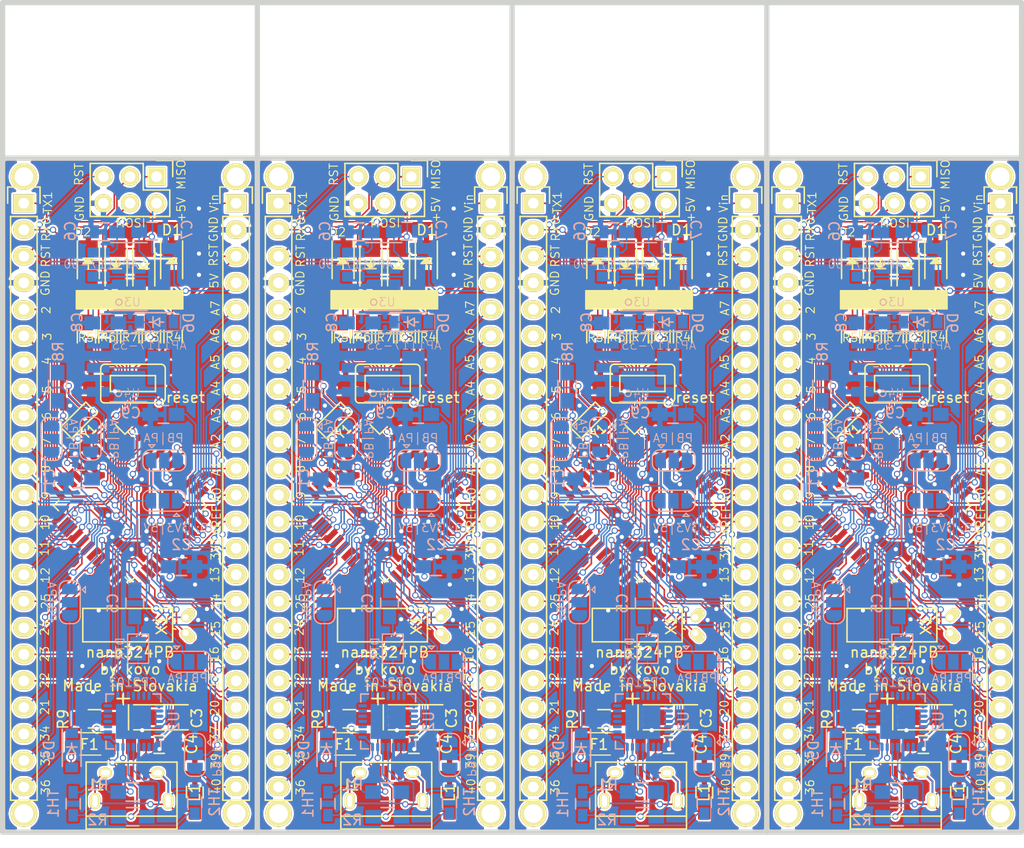
<source format=kicad_pcb>
(kicad_pcb (version 20190516) (host pcbnew "6.0.0-unknown-16cf1a4~86~ubuntu16.04.1")
  (title_block (date "jeu. 02 avril 2015"))
  (layers (0 "F.Cu" signal) (31 "B.Cu" signal) (34 "B.Paste" user) (35 "F.Paste" user) (36 "B.SilkS" user) (37 "F.SilkS" user) (38 "B.Mask" user) (39 "F.Mask" user) (44 "Edge.Cuts" user))
  (net 0 "")
  (net 1 "/1(Tx)")
  (net 2 "/0(Rx)")
  (net 3 "/Reset")
  (net 4 "GND")
  (net 5 "/Vin")
  (net 6 "+5V")
  (net 7 "Net-(C3-Pad1)")
  (net 8 "3V3")
  (net 9 "Net-(D5-Pad2)")
  (net 10 "/VBUS")
  (net 11 "/D-")
  (net 12 "/D+")
  (net 13 "/DTR")
  (net 14 "/DD-")
  (net 15 "/DD+")
  (net 16 "Net-(C7-Pad1)")
  (net 17 "/2")
  (net 18 "/3(**)")
  (net 19 "/4")
  (net 20 "/5(**)")
  (net 21 "/6(**)")
  (net 22 "/7")
  (net 23 "/8")
  (net 24 "/9(**)")
  (net 25 "/10(**/SS)")
  (net 26 "/A7")
  (net 27 "/A6")
  (net 28 "/A5")
  (net 29 "/A4")
  (net 30 "/A3")
  (net 31 "/A2")
  (net 32 "/A1")
  (net 33 "/A0")
  (net 34 "/AREF")
  (net 35 "/13(SCK)")
  (net 36 "/11(**/MOSI)")
  (net 37 "/12(MISO)")
  (net 38 "Net-(D1-Pad2)")
  (net 39 "Net-(D2-Pad2)")
  (net 40 "/D14")
  (net 41 "/D21")
  (net 42 "/D20")
  (net 43 "/D16")
  (net 44 "/D17")
  (net 45 "/D22")
  (net 46 "/D23")
  (net 47 "/D15")
  (net 48 "/XTAL2")
  (net 49 "/D34")
  (net 50 "/D35")
  (net 51 "/XTAL1")
  (net 52 "/17")
  (net 53 "/D36")
  (net 54 "/D37")
  (net 55 "/18")
  (net 56 "/D39")
  (net 57 "/38")
  (net 58 "/39")
  (net 59 "/D40")
  (net 60 "GNDPWR")
  (net 61 "/D32")
  (net 62 "/D33")
  (net 63 "/D8")
  (net 64 "/D7")
  (net 65 "/#RST")
  (net 66 "Net-(C5-Pad2)")
  (net 67 "Net-(D3-Pad1)")
  (net 68 "Net-(D4-Pad1)")
  (net 69 "VCC")
  (module "Socket_Arduino_Nano:1pin_Nano" (layer "F.Cu") (at 149.9616 122.6312)
    (fp_text reference "P4" hide)
    (fp_text value "CONN_01X01" hide)
    (pad "1" thru_hole circle (at 0 0) (size 2.54 2.54) (drill 1.778) (layers *.Cu *.Mask "F.SilkS"))
  )
  (module "Pin_Headers.pretty:Pin_Header_Straight_2x03" (layer "F.Cu") (at 162.6616 61.6712 270)
    (fp_text reference "P7" hide)
    (fp_text value "CONN_6" hide)
    (pad "6" thru_hole oval (at 2.54 5.08 270) (size 1.7272 1.7272) (drill 1.016) (layers *.Cu *.Mask "F.SilkS"))
    (pad "5" thru_hole oval (at 0 5.08 270) (size 1.7272 1.7272) (drill 1.016) (layers *.Cu *.Mask "F.SilkS"))
    (pad "4" thru_hole oval (at 2.54 2.54 270) (size 1.7272 1.7272) (drill 1.016) (layers *.Cu *.Mask "F.SilkS"))
    (pad "3" thru_hole oval (at 0 2.54 270) (size 1.7272 1.7272) (drill 1.016) (layers *.Cu *.Mask "F.SilkS"))
    (pad "2" thru_hole oval (at 2.54 0 270) (size 1.7272 1.7272) (drill 1.016) (layers *.Cu *.Mask "F.SilkS"))
    (pad "1" thru_hole rect (at 0 0 270) (size 1.7272 1.7272) (drill 1.016) (layers *.Cu *.Mask "F.SilkS"))
  )
  (module "Socket_Arduino_Nano:1pin_Nano" (layer "F.Cu") (at 149.9616 61.6712)
    (fp_text reference "P3" hide)
    (fp_text value "CONN_01X01" hide)
    (pad "1" thru_hole circle (at 0 0) (size 2.54 2.54) (drill 1.778) (layers *.Cu *.Mask "F.SilkS"))
  )
  (module "Capacitors_SMD.pretty:C_0805_HandSoldering" (layer "B.Cu") (at 155.24734 90.60434)
    (fp_text reference "C1" (at -2.81686 -0.06858 90) (layer "B.SilkS") (effects (justify mirror)))
    (fp_text value "0.1m")
    (pad "1" smd rect (at -1.25 0) (size 1.5 1.25) (layers "B.Cu" "B.Paste" "B.Mask"))
    (pad "2" smd rect (at 1.25 0) (size 1.5 1.25) (layers "B.Cu" "B.Paste" "B.Mask"))
  )
  (module "Capacitors_SMD.pretty:C_0805_HandSoldering" (layer "B.Cu") (at 157.6378 66.94424 180)
    (fp_text reference "C6" (at 3.2312 0.06604 270) (layer "B.SilkS") (effects (justify mirror)))
    (fp_text value "0.1m")
    (pad "1" smd rect (at -1.25 0 180) (size 1.5 1.25) (layers "B.Cu" "B.Paste" "B.Mask"))
    (pad "2" smd rect (at 1.25 0 180) (size 1.5 1.25) (layers "B.Cu" "B.Paste" "B.Mask"))
  )
  (module "Socket_Arduino_Nano:1pin_Nano" (layer "F.Cu") (at 170.2816 61.6712)
    (fp_text reference "P6" hide)
    (fp_text value "CONN_01X01" hide)
    (pad "1" thru_hole circle (at 0 0) (size 2.54 2.54) (drill 1.778) (layers *.Cu *.Mask "F.SilkS"))
  )
  (module "Resistors_SMD.pretty:R_0805_HandSoldering" (layer "F.Cu") (at 162.17392 76.9747 90)
    (fp_text reference "R3" (at -0.05716 0.00508 180) (layer "F.SilkS") (effects (font (size 0.8 0.8) (thickness 0.1))))
    (fp_text value "1k")
    (pad "1" smd rect (at -1.35 0 90) (size 1.5 1.3) (layers "F.Cu" "F.Paste" "F.Mask"))
    (pad "2" smd rect (at 1.35 0 90) (size 1.5 1.3) (layers "F.Cu" "F.Paste" "F.Mask"))
  )
  (module "Capacitors_SMD.pretty:C_0805_HandSoldering" (layer "B.Cu") (at 162.2498 66.8782)
    (fp_text reference "C7" (at 3.3328 -0.13716 90) (layer "B.SilkS") (effects (justify mirror)))
    (fp_text value "0.1m")
    (pad "2" smd rect (at 1.25 0) (size 1.5 1.25) (layers "B.Cu" "B.Paste" "B.Mask"))
    (pad "1" smd rect (at -1.25 0) (size 1.5 1.25) (layers "B.Cu" "B.Paste" "B.Mask"))
  )
  (module "Socket_Arduino_Nano:1pin_Nano" (layer "F.Cu") (at 170.2816 122.6312)
    (fp_text reference "P5" hide)
    (fp_text value "CONN_01X01" hide)
    (pad "1" thru_hole circle (at 0 0) (size 2.54 2.54) (drill 1.778) (layers *.Cu *.Mask "F.SilkS"))
  )
  (module "Resistors_SMD.pretty:R_0805_HandSoldering" (layer "F.Cu") (at 164.2491 76.97216 270)
    (fp_text reference "R4" (at 0.0508 -0.03048) (layer "F.SilkS") (effects (font (size 0.8 0.8) (thickness 0.1))))
    (fp_text value "10k")
    (pad "1" smd rect (at -1.35 0 270) (size 1.5 1.3) (layers "F.Cu" "F.Paste" "F.Mask"))
    (pad "2" smd rect (at 1.35 0 270) (size 1.5 1.3) (layers "F.Cu" "F.Paste" "F.Mask"))
  )
  (module "Diodes_SMD.pretty:SOD-123" (layer "B.Cu") (at 154.54122 116.58092 270)
    (fp_text reference "D5" (at 0 2.159 270) (layer "B.SilkS") (effects (justify mirror)))
    (fp_text value "MBR120")
    (pad "2" smd rect (at 1.635 0 270) (size 0.91 1.22) (layers "B.Cu" "B.Paste" "B.Mask"))
    (pad "1" smd rect (at -1.635 0 270) (size 0.91 1.22) (layers "B.Cu" "B.Paste" "B.Mask"))
  )
  (module "Jumper:SolderJumper-3_P1.3mm_Open_RoundedPad1.0x1.5mm" (layer "B.Cu") (at 163.37788 92.68714 180)
    (fp_text reference "JP7" hide)
    (fp_text value "VIO")
    (pad "3" smd rect (at 1 0 180) (size 0.5 1.5) (layers "B.Cu" "B.Mask"))
    (pad "3" smd roundrect (at 1.3 0 180) (size 1 1.5) (layers "B.Cu" "B.Mask") (roundrect_rratio 0.5))
    (pad "2" smd rect (at 0 0 180) (size 1 1.5) (layers "B.Cu" "B.Mask"))
    (pad "1" smd rect (at -1 0 180) (size 0.5 1.5) (layers "B.Cu" "B.Mask"))
    (pad "1" smd roundrect (at -1.3 0 180) (size 1 1.5) (layers "B.Cu" "B.Mask") (roundrect_rratio 0.5))
  )
  (module "Jumper:SolderJumper-2_P1.3mm_Open_Pad1.0x1.5mm" (layer "B.Cu") (at 160.89884 106.85248 270)
    (fp_text reference "JP9" hide)
    (fp_text value "Jumper")
    (pad "1" smd rect (at -0.65 0 270) (size 1 1.5) (layers "B.Cu" "B.Mask"))
    (pad "2" smd rect (at 0.65 0 270) (size 1 1.5) (layers "B.Cu" "B.Mask"))
  )
  (module "Jumper:SolderJumper-3_P1.3mm_Open_RoundedPad1.0x1.5mm" (layer "B.Cu") (at 152.61844 86.78418 270)
    (fp_text reference "JP1" hide)
    (fp_text value "Jumper_3_Open" hide)
    (pad "3" smd rect (at 1 0 270) (size 0.5 1.5) (layers "B.Cu" "B.Mask"))
    (pad "3" smd roundrect (at 1.3 0 270) (size 1 1.5) (layers "B.Cu" "B.Mask") (roundrect_rratio 0.5))
    (pad "2" smd rect (at 0 0 270) (size 1 1.5) (layers "B.Cu" "B.Mask"))
    (pad "1" smd rect (at -1 0 270) (size 0.5 1.5) (layers "B.Cu" "B.Mask"))
    (pad "1" smd roundrect (at -1.3 0 270) (size 1 1.5) (layers "B.Cu" "B.Mask") (roundrect_rratio 0.5))
  )
  (module "LEDs.pretty:LED-1206" (layer "F.Cu") (at 161.45002 69.96938 90)
    (fp_text reference "D4" (at -3.0988 0.4572 -180) (layer "F.SilkS") (effects (font (size 0.8 0.8) (thickness 0.1))))
    (fp_text value "YLED")
    (pad "1" smd rect (at -1.41986 0 270) (size 1.59766 1.80086) (layers "F.Cu" "F.Paste" "F.Mask"))
    (pad "2" smd rect (at 1.41986 0 270) (size 1.59766 1.80086) (layers "F.Cu" "F.Paste" "F.Mask"))
  )
  (module "LEDs.pretty:LED-1206" (layer "F.Cu") (at 164.1094 69.977 270)
    (fp_text reference "D1" (at -3.20294 -0.0254) (layer "F.SilkS"))
    (fp_text value "GRED")
    (pad "1" smd rect (at -1.41986 0 90) (size 1.59766 1.80086) (layers "F.Cu" "F.Paste" "F.Mask"))
    (pad "2" smd rect (at 1.41986 0 90) (size 1.59766 1.80086) (layers "F.Cu" "F.Paste" "F.Mask"))
  )
  (module "Capacitors_SMD.pretty:C_0805_HandSoldering" (layer "B.Cu") (at 163.32708 84.42452 180)
    (fp_text reference "C9" (at 3.11658 0.13716) (layer "B.SilkS") (effects (justify mirror)))
    (fp_text value "0.1m")
    (pad "1" smd rect (at -1.25 0 180) (size 1.5 1.25) (layers "B.Cu" "B.Paste" "B.Mask"))
    (pad "2" smd rect (at 1.25 0 180) (size 1.5 1.25) (layers "B.Cu" "B.Paste" "B.Mask"))
  )
  (module "modules:3x6x2.5mm_tact_switch" (layer "F.Cu") (at 161.036 81.4748 180)
    (fp_text reference "SW1" hide)
    (fp_text value "SW_PUSH" hide)
    (pad "1" smd rect (at -3.4036 -0.0084 180) (size 1.5 1.4) (layers "F.Cu" "F.Paste" "F.Mask"))
    (pad "2" smd rect (at 4.65 0 180) (size 1.5 1.4) (layers "F.Cu" "F.Paste" "F.Mask"))
  )
  (module "Resistors_SMD.pretty:R_0805_HandSoldering" (layer "B.Cu") (at 160.3502 120.5738 180)
    (fp_text reference "R1" (at 3.2512 0.69596 180) (layer "B.SilkS") (effects (justify mirror)))
    (fp_text value "22")
    (pad "2" smd rect (at 1.35 0 180) (size 1.5 1.3) (layers "B.Cu" "B.Paste" "B.Mask"))
    (pad "1" smd rect (at -1.35 0 180) (size 1.5 1.3) (layers "B.Cu" "B.Paste" "B.Mask"))
  )
  (module "Choke_SMD.pretty:Choke_SMD_1206_Standard" (layer "F.Cu") (at 166.32936 120.59666 270)
    (fp_text reference "L1" (at 0.0381 0.0127 270) (layer "F.SilkS"))
    (fp_text value "ferite_bead")
    (pad "2" smd rect (at 1.80086 0 270) (size 1.6002 1.19888) (layers "F.Cu" "F.Paste" "F.Mask"))
    (pad "1" smd rect (at -1.80086 0 270) (size 1.6002 1.19888) (layers "F.Cu" "F.Paste" "F.Mask"))
  )
  (module "Pin_Headers.pretty:Pin_Header_Straight_1x23" (layer "F.Cu") (at 149.9616 64.2112)
    (fp_text reference "P1" hide)
    (fp_text value "Digital" hide)
    (pad "1" thru_hole rect (at 0 0) (size 2.032 1.7272) (drill 1.016) (layers *.Cu *.Mask "F.SilkS"))
    (pad "2" thru_hole oval (at 0 2.54) (size 2.032 1.7272) (drill 1.016) (layers *.Cu *.Mask "F.SilkS"))
    (pad "3" thru_hole oval (at 0 5.08) (size 2.032 1.7272) (drill 1.016) (layers *.Cu *.Mask "F.SilkS"))
    (pad "4" thru_hole oval (at 0 7.62) (size 2.032 1.7272) (drill 1.016) (layers *.Cu *.Mask "F.SilkS"))
    (pad "5" thru_hole oval (at 0 10.16) (size 2.032 1.7272) (drill 1.016) (layers *.Cu *.Mask "F.SilkS"))
    (pad "6" thru_hole oval (at 0 12.7) (size 2.032 1.7272) (drill 1.016) (layers *.Cu *.Mask "F.SilkS"))
    (pad "7" thru_hole oval (at 0 15.24) (size 2.032 1.7272) (drill 1.016) (layers *.Cu *.Mask "F.SilkS"))
    (pad "8" thru_hole oval (at 0 17.78) (size 2.032 1.7272) (drill 1.016) (layers *.Cu *.Mask "F.SilkS"))
    (pad "9" thru_hole oval (at 0 20.32) (size 2.032 1.7272) (drill 1.016) (layers *.Cu *.Mask "F.SilkS"))
    (pad "10" thru_hole oval (at 0 22.86) (size 2.032 1.7272) (drill 1.016) (layers *.Cu *.Mask "F.SilkS"))
    (pad "11" thru_hole oval (at 0 25.4) (size 2.032 1.7272) (drill 1.016) (layers *.Cu *.Mask "F.SilkS"))
    (pad "12" thru_hole oval (at 0 27.94) (size 2.032 1.7272) (drill 1.016) (layers *.Cu *.Mask "F.SilkS"))
    (pad "13" thru_hole oval (at 0 30.48) (size 2.032 1.7272) (drill 1.016) (layers *.Cu *.Mask "F.SilkS"))
    (pad "14" thru_hole oval (at 0 33.02) (size 2.032 1.7272) (drill 1.016) (layers *.Cu *.Mask "F.SilkS"))
    (pad "15" thru_hole oval (at 0 35.56) (size 2.032 1.7272) (drill 1.016) (layers *.Cu *.Mask "F.SilkS"))
    (pad "16" thru_hole oval (at 0 38.1) (size 2.032 1.7272) (drill 1.016) (layers *.Cu *.Mask "F.SilkS"))
    (pad "17" thru_hole oval (at 0 40.64) (size 2.032 1.7272) (drill 1.016) (layers *.Cu *.Mask "F.SilkS"))
    (pad "18" thru_hole oval (at 0 43.18) (size 2.032 1.7272) (drill 1.016) (layers *.Cu *.Mask "F.SilkS"))
    (pad "19" thru_hole oval (at 0 45.72) (size 2.032 1.7272) (drill 1.016) (layers *.Cu *.Mask "F.SilkS"))
    (pad "20" thru_hole oval (at 0 48.26) (size 2.032 1.7272) (drill 1.016) (layers *.Cu *.Mask "F.SilkS"))
    (pad "21" thru_hole oval (at 0 50.8) (size 2.032 1.7272) (drill 1.016) (layers *.Cu *.Mask "F.SilkS"))
    (pad "22" thru_hole oval (at 0 53.34) (size 2.032 1.7272) (drill 1.016) (layers *.Cu *.Mask "F.SilkS"))
    (pad "23" thru_hole oval (at 0 55.88) (size 2.032 1.7272) (drill 1.016) (layers *.Cu *.Mask "F.SilkS"))
  )
  (module "Capacitors_SMD.pretty:C_0805_HandSoldering" (layer "B.Cu") (at 165.04666 98.99904 180)
    (fp_text reference "C2" (at 0 2.1 180) (layer "B.SilkS") (effects (justify mirror)))
    (fp_text value "0.1m")
    (pad "2" smd rect (at 1.25 0 180) (size 1.5 1.25) (layers "B.Cu" "B.Paste" "B.Mask"))
    (pad "1" smd rect (at -1.25 0 180) (size 1.5 1.25) (layers "B.Cu" "B.Paste" "B.Mask"))
  )
  (module "Capacitors_SMD.pretty:C_0805_HandSoldering" (layer "F.Cu") (at 162.9156 116.0272)
    (fp_text reference "C4" (at 3.12166 -0.0381 90) (layer "F.SilkS"))
    (fp_text value "0.1m")
    (pad "2" smd rect (at 1.25 0) (size 1.5 1.25) (layers "F.Cu" "F.Paste" "F.Mask"))
    (pad "1" smd rect (at -1.25 0) (size 1.5 1.25) (layers "F.Cu" "F.Paste" "F.Mask"))
  )
  (module "Jumper:SolderJumper-3_P1.3mm_Open_RoundedPad1.0x1.5mm" (layer "B.Cu") (at 156.34716 86.74608 270)
    (fp_text reference "JP2" hide)
    (fp_text value "Jumper_3_Open" hide)
    (pad "1" smd roundrect (at -1.3 0 270) (size 1 1.5) (layers "B.Cu" "B.Mask") (roundrect_rratio 0.5))
    (pad "1" smd rect (at -1 0 270) (size 0.5 1.5) (layers "B.Cu" "B.Mask"))
    (pad "2" smd rect (at 0 0 270) (size 1 1.5) (layers "B.Cu" "B.Mask"))
    (pad "3" smd roundrect (at 1.3 0 270) (size 1 1.5) (layers "B.Cu" "B.Mask") (roundrect_rratio 0.5))
    (pad "3" smd rect (at 1 0 270) (size 0.5 1.5) (layers "B.Cu" "B.Mask"))
  )
  (module "modules:AB2_SOT223" (layer "B.Cu") (at 160.02 71.2343 90)
    (fp_text reference "U3" (at -2.4384 0.3302) (layer "B.SilkS") (effects (font (size 0.8128 0.8128) (thickness 0.0762)) (justify mirror)))
    (fp_text value "AP1117-50" (at 1.1811 -2.6924 180) (layer "B.SilkS") (effects (font (size 0.8128 0.8128) (thickness 0.0762)) (justify mirror)))
    (pad "2" smd rect (at 0 2.9 90) (size 3.25 2.15) (layers "B.Cu" "B.Paste" "B.Mask"))
    (pad "1" smd rect (at -2.3 -2.9 90) (size 0.95 2.15) (layers "B.Cu" "B.Paste" "B.Mask"))
    (pad "2" smd rect (at 0 -2.9 90) (size 0.95 2.15) (layers "B.Cu" "B.Paste" "B.Mask"))
    (pad "3" smd rect (at 2.3 -2.9 90) (size 0.95 2.15) (layers "B.Cu" "B.Paste" "B.Mask"))
  )
  (module "modules:AB2_SOT223" (layer "B.Cu") (at 159.9692 79.9592 90)
    (fp_text reference "U4" (at -2.4384 0.3302) (layer "B.SilkS") (effects (font (size 0.8128 0.8128) (thickness 0.0762)) (justify mirror)))
    (fp_text value "AP1117-33" (at 2.14376 2.00152 180) (layer "B.SilkS") (effects (font (size 0.8128 0.8128) (thickness 0.0762)) (justify mirror)))
    (pad "3" smd rect (at 2.3 -2.9 90) (size 0.95 2.15) (layers "B.Cu" "B.Paste" "B.Mask"))
    (pad "2" smd rect (at 0 -2.9 90) (size 0.95 2.15) (layers "B.Cu" "B.Paste" "B.Mask"))
    (pad "1" smd rect (at -2.3 -2.9 90) (size 0.95 2.15) (layers "B.Cu" "B.Paste" "B.Mask"))
    (pad "2" smd rect (at 0 2.9 90) (size 3.25 2.15) (layers "B.Cu" "B.Paste" "B.Mask"))
  )
  (module "Resistors_SMD.pretty:R_0805_HandSoldering" (layer "B.Cu") (at 153.19502 81.77276 270)
    (fp_text reference "R8" (at -3.36042 -0.0508 270) (layer "B.SilkS") (effects (justify mirror)))
    (fp_text value "1M")
    (pad "2" smd rect (at 1.35 0 270) (size 1.5 1.3) (layers "B.Cu" "B.Paste" "B.Mask"))
    (pad "1" smd rect (at -1.35 0 270) (size 1.5 1.3) (layers "B.Cu" "B.Paste" "B.Mask"))
  )
  (module "Jumper:SolderJumper-3_P1.3mm_Open_RoundedPad1.0x1.5mm" (layer "B.Cu") (at 163.4109 88.82888)
    (fp_text reference "JP5" hide)
    (fp_text value "Jumper_3_Open" hide)
    (pad "1" smd roundrect (at -1.3 0) (size 1 1.5) (layers "B.Cu" "B.Mask") (roundrect_rratio 0.5))
    (pad "1" smd rect (at -1 0) (size 0.5 1.5) (layers "B.Cu" "B.Mask"))
    (pad "2" smd rect (at 0 0) (size 1 1.5) (layers "B.Cu" "B.Mask"))
    (pad "3" smd roundrect (at 1.3 0) (size 1 1.5) (layers "B.Cu" "B.Mask") (roundrect_rratio 0.5))
    (pad "3" smd rect (at 1 0) (size 0.5 1.5) (layers "B.Cu" "B.Mask"))
  )
  (module "Resistors_SMD.pretty:R_0603_HandSoldering" (layer "B.Cu") (at 166.3192 121.539 90)
    (fp_text reference "TH2" (at 0 1.9 90) (layer "B.SilkS") (effects (justify mirror)))
    (fp_text value "MLC-05E")
    (pad "1" smd rect (at -1.1 0 90) (size 1.2 0.9) (layers "B.Cu" "B.Paste" "B.Mask"))
    (pad "2" smd rect (at 1.1 0 90) (size 1.2 0.9) (layers "B.Cu" "B.Paste" "B.Mask"))
  )
  (module "Fuse_Holders_and_Fuses:Fuse_SMD1206_Wave" (layer "F.Cu") (at 156.337 115.96624)
    (fp_text reference "F1" (at -0.1016 0.0508) (layer "F.SilkS"))
    (fp_text value "Fuse")
    (pad "1" smd rect (at -1.58 0 90) (size 2.03 1.65) (layers "F.Cu" "F.Paste" "F.Mask"))
    (pad "2" smd rect (at 1.58 0 90) (size 2.03 1.65) (layers "F.Cu" "F.Paste" "F.Mask"))
  )
  (module "Jumper:SolderJumper-3_P1.3mm_Open_RoundedPad1.0x1.5mm" (layer "B.Cu") (at 154.35834 102.40264 270)
    (fp_text reference "JP3" hide)
    (fp_text value "Jumper_3_Open" hide)
    (pad "3" smd rect (at 1 0 270) (size 0.5 1.5) (layers "B.Cu" "B.Mask"))
    (pad "3" smd roundrect (at 1.3 0 270) (size 1 1.5) (layers "B.Cu" "B.Mask") (roundrect_rratio 0.5))
    (pad "2" smd rect (at 0 0 270) (size 1 1.5) (layers "B.Cu" "B.Mask"))
    (pad "1" smd rect (at -1 0 270) (size 0.5 1.5) (layers "B.Cu" "B.Mask"))
    (pad "1" smd roundrect (at -1.3 0 270) (size 1 1.5) (layers "B.Cu" "B.Mask") (roundrect_rratio 0.5))
  )
  (module "Capacitors_SMD.pretty:C_0805_HandSoldering" (layer "B.Cu") (at 160.58388 102.50456 270)
    (fp_text reference "C5" (at 0 2.1 270) (layer "B.SilkS") (effects (justify mirror)))
    (fp_text value "0.1m")
    (pad "2" smd rect (at 1.25 0 270) (size 1.5 1.25) (layers "B.Cu" "B.Paste" "B.Mask"))
    (pad "1" smd rect (at -1.25 0 270) (size 1.5 1.25) (layers "B.Cu" "B.Paste" "B.Mask"))
  )
  (module "Resistors_SMD.pretty:R_0805_HandSoldering" (layer "F.Cu") (at 155.956 76.9747 90)
    (fp_text reference "R5" (at -0.1016 -0.0508 180) (layer "F.SilkS") (effects (font (size 0.8 0.8) (thickness 0.1))))
    (fp_text value "1k")
    (pad "1" smd rect (at -1.35 0 90) (size 1.5 1.3) (layers "F.Cu" "F.Paste" "F.Mask"))
    (pad "2" smd rect (at 1.35 0 90) (size 1.5 1.3) (layers "F.Cu" "F.Paste" "F.Mask"))
  )
  (module "LEDs.pretty:LED-1206" (layer "F.Cu") (at 158.79318 69.96938 90)
    (fp_text reference "D3" (at -2.94386 -0.508) (layer "F.SilkS") (effects (font (size 0.8 0.8) (thickness 0.1))))
    (fp_text value "YLED")
    (pad "2" smd rect (at 1.41986 0 270) (size 1.59766 1.80086) (layers "F.Cu" "F.Paste" "F.Mask"))
    (pad "1" smd rect (at -1.41986 0 270) (size 1.59766 1.80086) (layers "F.Cu" "F.Paste" "F.Mask"))
  )
  (module "Diodes_SMD.pretty:SOD-123" (layer "B.Cu") (at 162.64306 75.59294)
    (fp_text reference "D6" (at 3.10718 0.06858 270) (layer "B.SilkS") (effects (justify mirror)))
    (fp_text value "MBR120")
    (pad "2" smd rect (at 1.635 0) (size 0.91 1.22) (layers "B.Cu" "B.Paste" "B.Mask"))
    (pad "1" smd rect (at -1.635 0) (size 0.91 1.22) (layers "B.Cu" "B.Paste" "B.Mask"))
  )
  (module "Jumper:SolderJumper-3_P1.3mm_Open_RoundedPad1.0x1.5mm" (layer "B.Cu") (at 165.78834 108.10494)
    (fp_text reference "JP4" hide)
    (fp_text value "Jumper_3_Open" hide)
    (pad "1" smd roundrect (at -1.3 0) (size 1 1.5) (layers "B.Cu" "B.Mask") (roundrect_rratio 0.5))
    (pad "1" smd rect (at -1 0) (size 0.5 1.5) (layers "B.Cu" "B.Mask"))
    (pad "2" smd rect (at 0 0) (size 1 1.5) (layers "B.Cu" "B.Mask"))
    (pad "3" smd roundrect (at 1.3 0) (size 1 1.5) (layers "B.Cu" "B.Mask") (roundrect_rratio 0.5))
    (pad "3" smd rect (at 1 0) (size 0.5 1.5) (layers "B.Cu" "B.Mask"))
  )
  (module "Housings_QFP.pretty:TQFP-44_10x10mm_Pitch0.8mm" (layer "F.Cu") (at 160.1216 93.1672 315)
    (fp_text reference "U1" hide)
    (fp_text value "ATMEGA324PB-AU")
    (pad "44" smd rect (at -4 -5.7 45) (size 1.5 0.55) (layers "F.Cu" "F.Paste" "F.Mask"))
    (pad "43" smd rect (at -3.2 -5.7 45) (size 1.5 0.55) (layers "F.Cu" "F.Paste" "F.Mask"))
    (pad "42" smd rect (at -2.4 -5.7 45) (size 1.5 0.55) (layers "F.Cu" "F.Paste" "F.Mask"))
    (pad "41" smd rect (at -1.6 -5.7 45) (size 1.5 0.55) (layers "F.Cu" "F.Paste" "F.Mask"))
    (pad "40" smd rect (at -0.8 -5.7 45) (size 1.5 0.55) (layers "F.Cu" "F.Paste" "F.Mask"))
    (pad "39" smd rect (at 0 -5.7 45) (size 1.5 0.55) (layers "F.Cu" "F.Paste" "F.Mask"))
    (pad "38" smd rect (at 0.8 -5.7 45) (size 1.5 0.55) (layers "F.Cu" "F.Paste" "F.Mask"))
    (pad "37" smd rect (at 1.6 -5.7 45) (size 1.5 0.55) (layers "F.Cu" "F.Paste" "F.Mask"))
    (pad "36" smd rect (at 2.4 -5.7 45) (size 1.5 0.55) (layers "F.Cu" "F.Paste" "F.Mask"))
    (pad "35" smd rect (at 3.2 -5.7 45) (size 1.5 0.55) (layers "F.Cu" "F.Paste" "F.Mask"))
    (pad "34" smd rect (at 4 -5.7 45) (size 1.5 0.55) (layers "F.Cu" "F.Paste" "F.Mask"))
    (pad "33" smd rect (at 5.7 -4 315) (size 1.5 0.55) (layers "F.Cu" "F.Paste" "F.Mask"))
    (pad "32" smd rect (at 5.7 -3.2 315) (size 1.5 0.55) (layers "F.Cu" "F.Paste" "F.Mask"))
    (pad "31" smd rect (at 5.7 -2.4 315) (size 1.5 0.55) (layers "F.Cu" "F.Paste" "F.Mask"))
    (pad "30" smd rect (at 5.7 -1.6 315) (size 1.5 0.55) (layers "F.Cu" "F.Paste" "F.Mask"))
    (pad "29" smd rect (at 5.7 -0.8 315) (size 1.5 0.55) (layers "F.Cu" "F.Paste" "F.Mask"))
    (pad "28" smd rect (at 5.7 0 315) (size 1.5 0.55) (layers "F.Cu" "F.Paste" "F.Mask"))
    (pad "27" smd rect (at 5.7 0.8 315) (size 1.5 0.55) (layers "F.Cu" "F.Paste" "F.Mask"))
    (pad "26" smd rect (at 5.7 1.6 315) (size 1.5 0.55) (layers "F.Cu" "F.Paste" "F.Mask"))
    (pad "25" smd rect (at 5.7 2.4 315) (size 1.5 0.55) (layers "F.Cu" "F.Paste" "F.Mask"))
    (pad "24" smd rect (at 5.7 3.2 315) (size 1.5 0.55) (layers "F.Cu" "F.Paste" "F.Mask"))
    (pad "23" smd rect (at 5.7 4 315) (size 1.5 0.55) (layers "F.Cu" "F.Paste" "F.Mask"))
    (pad "22" smd rect (at 4 5.7 45) (size 1.5 0.55) (layers "F.Cu" "F.Paste" "F.Mask"))
    (pad "21" smd rect (at 3.2 5.7 45) (size 1.5 0.55) (layers "F.Cu" "F.Paste" "F.Mask"))
    (pad "20" smd rect (at 2.4 5.7 45) (size 1.5 0.55) (layers "F.Cu" "F.Paste" "F.Mask"))
    (pad "19" smd rect (at 1.6 5.7 45) (size 1.5 0.55) (layers "F.Cu" "F.Paste" "F.Mask"))
    (pad "18" smd rect (at 0.8 5.7 45) (size 1.5 0.55) (layers "F.Cu" "F.Paste" "F.Mask"))
    (pad "17" smd rect (at 0 5.7 45) (size 1.5 0.55) (layers "F.Cu" "F.Paste" "F.Mask"))
    (pad "16" smd rect (at -0.8 5.7 45) (size 1.5 0.55) (layers "F.Cu" "F.Paste" "F.Mask"))
    (pad "15" smd rect (at -1.6 5.7 45) (size 1.5 0.55) (layers "F.Cu" "F.Paste" "F.Mask"))
    (pad "14" smd rect (at -2.4 5.7 45) (size 1.5 0.55) (layers "F.Cu" "F.Paste" "F.Mask"))
    (pad "13" smd rect (at -3.2 5.7 45) (size 1.5 0.55) (layers "F.Cu" "F.Paste" "F.Mask"))
    (pad "12" smd rect (at -4 5.7 45) (size 1.5 0.55) (layers "F.Cu" "F.Paste" "F.Mask"))
    (pad "11" smd rect (at -5.7 4 315) (size 1.5 0.55) (layers "F.Cu" "F.Paste" "F.Mask"))
    (pad "10" smd rect (at -5.7 3.2 315) (size 1.5 0.55) (layers "F.Cu" "F.Paste" "F.Mask"))
    (pad "9" smd rect (at -5.7 2.4 315) (size 1.5 0.55) (layers "F.Cu" "F.Paste" "F.Mask"))
    (pad "8" smd rect (at -5.7 1.6 315) (size 1.5 0.55) (layers "F.Cu" "F.Paste" "F.Mask"))
    (pad "7" smd rect (at -5.7 0.8 315) (size 1.5 0.55) (layers "F.Cu" "F.Paste" "F.Mask"))
    (pad "6" smd rect (at -5.7 0 315) (size 1.5 0.55) (layers "F.Cu" "F.Paste" "F.Mask"))
    (pad "5" smd rect (at -5.7 -0.8 315) (size 1.5 0.55) (layers "F.Cu" "F.Paste" "F.Mask"))
    (pad "4" smd rect (at -5.7 -1.6 315) (size 1.5 0.55) (layers "F.Cu" "F.Paste" "F.Mask"))
    (pad "3" smd rect (at -5.7 -2.4 315) (size 1.5 0.55) (layers "F.Cu" "F.Paste" "F.Mask"))
    (pad "2" smd rect (at -5.7 -3.2 315) (size 1.5 0.55) (layers "F.Cu" "F.Paste" "F.Mask"))
    (pad "1" smd rect (at -5.7 -4 315) (size 1.5 0.55) (layers "F.Cu" "F.Paste" "F.Mask"))
  )
  (module "Crystals.pretty:Crystal_Round_Horizontal_3mm_BigPad" (layer "F.Cu") (at 165.4556 104.5972 90)
    (fp_text reference "X1" (at 0 -2.286 90) (layer "F.SilkS"))
    (fp_text value "CRYSTAL")
    (pad "2" thru_hole oval (at 0.7493 0 45) (size 1.50114 1.00076) (drill 0.59944 (offset 0.29972 0)) (layers *.Cu *.Mask "F.SilkS"))
    (pad "1" thru_hole oval (at -0.7493 0 135) (size 1.50114 1.00076) (drill 0.59944 (offset -0.29972 0)) (layers *.Cu *.Mask "F.SilkS"))
  )
  (module "Resistors_SMD.pretty:R_0603_HandSoldering" (layer "B.Cu") (at 154.686 121.6914 270)
    (fp_text reference "TH1" (at 0 1.9 270) (layer "B.SilkS") (effects (justify mirror)))
    (fp_text value "MLC-05E")
    (pad "2" smd rect (at 1.1 0 270) (size 1.2 0.9) (layers "B.Cu" "B.Paste" "B.Mask"))
    (pad "1" smd rect (at -1.1 0 270) (size 1.2 0.9) (layers "B.Cu" "B.Paste" "B.Mask"))
  )
  (module "modules:MURATA_CSTCE_V53" (layer "F.Cu") (at 154.543917 85.648643 45)
    (fp_text reference "Y1" (at 0.87 1.47 45) (layer "F.SilkS") (effects (font (size 0.8 0.8))))
    (fp_text value "16Mhz")
    (pad "2" smd rect (at 0.95 0 45) (size 0.6 1.3) (layers "F.Cu" "F.Paste" "F.Mask"))
    (pad "3" smd rect (at 1.9 0 45) (size 0.6 1.3) (layers "F.Cu" "F.Paste" "F.Mask"))
    (pad "1" smd rect (at 0 0 45) (size 0.6 1.3) (layers "F.Cu" "F.Paste" "F.Mask"))
  )
  (module "Capacitors_Tantalum_SMD.pretty:TantalC_SizeA_EIA-3216_Wave" (layer "F.Cu") (at 163.0807 113.41862)
    (fp_text reference "C3" (at 3.43662 0.08636 90) (layer "F.SilkS"))
    (fp_text value "1u")
    (fp_text user "+" (at -3.64236 -1.8542) (layer "F.SilkS"))
    (pad "1" smd rect (at -1.50114 0) (size 2.14884 1.50114) (layers "F.Cu" "F.Paste" "F.Mask"))
    (pad "2" smd rect (at 1.50114 0) (size 2.14884 1.50114) (layers "F.Cu" "F.Paste" "F.Mask"))
  )
  (module "Jumper:SolderJumper-3_P1.3mm_Open_RoundedPad1.0x1.5mm" (layer "B.Cu") (at 166.33952 117.02034 270)
    (fp_text reference "JP6" hide)
    (fp_text value "Jumper_3_Open" hide)
    (pad "3" smd rect (at 1 0 270) (size 0.5 1.5) (layers "B.Cu" "B.Mask"))
    (pad "3" smd roundrect (at 1.3 0 270) (size 1 1.5) (layers "B.Cu" "B.Mask") (roundrect_rratio 0.5))
    (pad "2" smd rect (at 0 0 270) (size 1 1.5) (layers "B.Cu" "B.Mask"))
    (pad "1" smd rect (at -1 0 270) (size 0.5 1.5) (layers "B.Cu" "B.Mask"))
    (pad "1" smd roundrect (at -1.3 0 270) (size 1 1.5) (layers "B.Cu" "B.Mask") (roundrect_rratio 0.5))
  )
  (module "Resistors_SMD.pretty:R_0805_HandSoldering" (layer "F.Cu") (at 156.73324 113.5634)
    (fp_text reference "R9" (at -3.01752 0.04064 90) (layer "F.SilkS"))
    (fp_text value "10k")
    (pad "1" smd rect (at -1.35 0) (size 1.5 1.3) (layers "F.Cu" "F.Paste" "F.Mask"))
    (pad "2" smd rect (at 1.35 0) (size 1.5 1.3) (layers "F.Cu" "F.Paste" "F.Mask"))
  )
  (module "Resistors_SMD.pretty:R_0805_HandSoldering" (layer "F.Cu") (at 158.0134 76.9747 90)
    (fp_text reference "R6" (at -0.04572 0.00762 180) (layer "F.SilkS") (effects (font (size 0.8 0.8) (thickness 0.1))))
    (fp_text value "1k")
    (pad "2" smd rect (at 1.35 0 90) (size 1.5 1.3) (layers "F.Cu" "F.Paste" "F.Mask"))
    (pad "1" smd rect (at -1.35 0 90) (size 1.5 1.3) (layers "F.Cu" "F.Paste" "F.Mask"))
  )
  (module "Connect.pretty:USB_Micro-B" (layer "F.Cu") (at 160.274 120.2944)
    (fp_text reference "J1" (at -3.4163 -0.38608) (layer "F.SilkS"))
    (fp_text value "USB_B_Micro")
    (pad "6" thru_hole oval (at 3.4991 1.13746 90) (size 1.55 1) (drill oval 1.15 0.5) (layers *.Cu *.Mask "F.SilkS"))
    (pad "6" thru_hole oval (at -3.5009 1.13746 90) (size 1.55 1) (drill oval 1.15 0.5) (layers *.Cu *.Mask "F.SilkS"))
    (pad "6" thru_hole oval (at 2.4991 -1.56254 90) (size 0.95 1.25) (drill oval 0.55 0.85) (layers *.Cu *.Mask "F.SilkS"))
    (pad "6" thru_hole oval (at -2.5009 -1.56254 90) (size 0.95 1.25) (drill oval 0.55 0.85) (layers *.Cu *.Mask "F.SilkS"))
    (pad "5" smd rect (at 1.2991 -1.56254 90) (size 1.35 0.4) (layers "F.Cu" "F.Paste" "F.Mask"))
    (pad "4" smd rect (at 0.6491 -1.56254 90) (size 1.35 0.4) (layers "F.Cu" "F.Paste" "F.Mask"))
    (pad "3" smd rect (at -0.0009 -1.56254 90) (size 1.35 0.4) (layers "F.Cu" "F.Paste" "F.Mask"))
    (pad "2" smd rect (at -0.6509 -1.56254 90) (size 1.35 0.4) (layers "F.Cu" "F.Paste" "F.Mask"))
    (pad "1" smd rect (at -1.3009 -1.56254 90) (size 1.35 0.4) (layers "F.Cu" "F.Paste" "F.Mask"))
  )
  (module "Pin_Headers.pretty:Pin_Header_Straight_1x23" (layer "F.Cu") (at 170.2816 64.2112)
    (fp_text reference "P2" hide)
    (fp_text value "Analog" hide)
    (pad "23" thru_hole oval (at 0 55.88) (size 2.032 1.7272) (drill 1.016) (layers *.Cu *.Mask "F.SilkS"))
    (pad "22" thru_hole oval (at 0 53.34) (size 2.032 1.7272) (drill 1.016) (layers *.Cu *.Mask "F.SilkS"))
    (pad "21" thru_hole oval (at 0 50.8) (size 2.032 1.7272) (drill 1.016) (layers *.Cu *.Mask "F.SilkS"))
    (pad "20" thru_hole oval (at 0 48.26) (size 2.032 1.7272) (drill 1.016) (layers *.Cu *.Mask "F.SilkS"))
    (pad "19" thru_hole oval (at 0 45.72) (size 2.032 1.7272) (drill 1.016) (layers *.Cu *.Mask "F.SilkS"))
    (pad "18" thru_hole oval (at 0 43.18) (size 2.032 1.7272) (drill 1.016) (layers *.Cu *.Mask "F.SilkS"))
    (pad "17" thru_hole oval (at 0 40.64) (size 2.032 1.7272) (drill 1.016) (layers *.Cu *.Mask "F.SilkS"))
    (pad "16" thru_hole oval (at 0 38.1) (size 2.032 1.7272) (drill 1.016) (layers *.Cu *.Mask "F.SilkS"))
    (pad "15" thru_hole oval (at 0 35.56) (size 2.032 1.7272) (drill 1.016) (layers *.Cu *.Mask "F.SilkS"))
    (pad "14" thru_hole oval (at 0 33.02) (size 2.032 1.7272) (drill 1.016) (layers *.Cu *.Mask "F.SilkS"))
    (pad "13" thru_hole oval (at 0 30.48) (size 2.032 1.7272) (drill 1.016) (layers *.Cu *.Mask "F.SilkS"))
    (pad "12" thru_hole oval (at 0 27.94) (size 2.032 1.7272) (drill 1.016) (layers *.Cu *.Mask "F.SilkS"))
    (pad "11" thru_hole oval (at 0 25.4) (size 2.032 1.7272) (drill 1.016) (layers *.Cu *.Mask "F.SilkS"))
    (pad "10" thru_hole oval (at 0 22.86) (size 2.032 1.7272) (drill 1.016) (layers *.Cu *.Mask "F.SilkS"))
    (pad "9" thru_hole oval (at 0 20.32) (size 2.032 1.7272) (drill 1.016) (layers *.Cu *.Mask "F.SilkS"))
    (pad "8" thru_hole oval (at 0 17.78) (size 2.032 1.7272) (drill 1.016) (layers *.Cu *.Mask "F.SilkS"))
    (pad "7" thru_hole oval (at 0 15.24) (size 2.032 1.7272) (drill 1.016) (layers *.Cu *.Mask "F.SilkS"))
    (pad "6" thru_hole oval (at 0 12.7) (size 2.032 1.7272) (drill 1.016) (layers *.Cu *.Mask "F.SilkS"))
    (pad "5" thru_hole oval (at 0 10.16) (size 2.032 1.7272) (drill 1.016) (layers *.Cu *.Mask "F.SilkS"))
    (pad "4" thru_hole oval (at 0 7.62) (size 2.032 1.7272) (drill 1.016) (layers *.Cu *.Mask "F.SilkS"))
    (pad "3" thru_hole oval (at 0 5.08) (size 2.032 1.7272) (drill 1.016) (layers *.Cu *.Mask "F.SilkS"))
    (pad "2" thru_hole oval (at 0 2.54) (size 2.032 1.7272) (drill 1.016) (layers *.Cu *.Mask "F.SilkS"))
    (pad "1" thru_hole rect (at 0 0) (size 2.032 1.7272) (drill 1.016) (layers *.Cu *.Mask "F.SilkS"))
  )
  (module "Resistors_SMD.pretty:R_0805_HandSoldering" (layer "F.Cu") (at 160.10636 76.9747 90)
    (fp_text reference "R7" (at -0.07112 0.01778 180) (layer "F.SilkS") (effects (font (size 0.8 0.8) (thickness 0.1))))
    (fp_text value "1k")
    (pad "1" smd rect (at -1.35 0 90) (size 1.5 1.3) (layers "F.Cu" "F.Paste" "F.Mask"))
    (pad "2" smd rect (at 1.35 0 90) (size 1.5 1.3) (layers "F.Cu" "F.Paste" "F.Mask"))
  )
  (module "Resistors_SMD.pretty:R_0805_HandSoldering" (layer "B.Cu") (at 160.3756 122.936 180)
    (fp_text reference "R2" (at 3.3655 -0.30734 180) (layer "B.SilkS") (effects (justify mirror)))
    (fp_text value "22")
    (pad "1" smd rect (at -1.35 0 180) (size 1.5 1.3) (layers "B.Cu" "B.Paste" "B.Mask"))
    (pad "2" smd rect (at 1.35 0 180) (size 1.5 1.3) (layers "B.Cu" "B.Paste" "B.Mask"))
  )
  (module "Capacitors_SMD.pretty:C_0805_HandSoldering" (layer "B.Cu") (at 157.75654 75.66152 180)
    (fp_text reference "C8" (at 2.69462 0.0508 90) (layer "B.SilkS") (effects (justify mirror)))
    (fp_text value "0.1m")
    (pad "2" smd rect (at 1.25 0 180) (size 1.5 1.25) (layers "B.Cu" "B.Paste" "B.Mask"))
    (pad "1" smd rect (at -1.25 0 180) (size 1.5 1.25) (layers "B.Cu" "B.Paste" "B.Mask"))
  )
  (module "Housings_DFN_QFN.pretty:QFN-28-1EP_5x5mm_Pitch0.5mm" (layer "B.Cu") (at 160.4518 113.8174 90)
    (fp_text reference "U2" (at 0 3.875 90) (layer "B.SilkS") (effects (justify mirror)))
    (fp_text value "CP2102N-A01-GQFN28")
    (pad "29" smd rect (at -0.8375 0.8375 90) (size 1.675 1.675) (layers "B.Cu" "B.Paste" "B.Mask"))
    (pad "29" smd rect (at -0.8375 -0.8375 90) (size 1.675 1.675) (layers "B.Cu" "B.Paste" "B.Mask"))
    (pad "29" smd rect (at 0.8375 0.8375 90) (size 1.675 1.675) (layers "B.Cu" "B.Paste" "B.Mask"))
    (pad "29" smd rect (at 0.8375 -0.8375 90) (size 1.675 1.675) (layers "B.Cu" "B.Paste" "B.Mask"))
    (pad "28" smd oval (at -1.5 2.45) (size 0.85 0.3) (layers "B.Cu" "B.Paste" "B.Mask"))
    (pad "27" smd oval (at -1 2.45) (size 0.85 0.3) (layers "B.Cu" "B.Paste" "B.Mask"))
    (pad "26" smd oval (at -0.5 2.45) (size 0.85 0.3) (layers "B.Cu" "B.Paste" "B.Mask"))
    (pad "25" smd oval (at 0 2.45) (size 0.85 0.3) (layers "B.Cu" "B.Paste" "B.Mask"))
    (pad "24" smd oval (at 0.5 2.45) (size 0.85 0.3) (layers "B.Cu" "B.Paste" "B.Mask"))
    (pad "23" smd oval (at 1 2.45) (size 0.85 0.3) (layers "B.Cu" "B.Paste" "B.Mask"))
    (pad "22" smd oval (at 1.5 2.45) (size 0.85 0.3) (layers "B.Cu" "B.Paste" "B.Mask"))
    (pad "21" smd oval (at 2.45 1.5 90) (size 0.85 0.3) (layers "B.Cu" "B.Paste" "B.Mask"))
    (pad "20" smd oval (at 2.45 1 90) (size 0.85 0.3) (layers "B.Cu" "B.Paste" "B.Mask"))
    (pad "19" smd oval (at 2.45 0.5 90) (size 0.85 0.3) (layers "B.Cu" "B.Paste" "B.Mask"))
    (pad "18" smd oval (at 2.45 0 90) (size 0.85 0.3) (layers "B.Cu" "B.Paste" "B.Mask"))
    (pad "17" smd oval (at 2.45 -0.5 90) (size 0.85 0.3) (layers "B.Cu" "B.Paste" "B.Mask"))
    (pad "16" smd oval (at 2.45 -1 90) (size 0.85 0.3) (layers "B.Cu" "B.Paste" "B.Mask"))
    (pad "15" smd oval (at 2.45 -1.5 90) (size 0.85 0.3) (layers "B.Cu" "B.Paste" "B.Mask"))
    (pad "14" smd oval (at 1.5 -2.45) (size 0.85 0.3) (layers "B.Cu" "B.Paste" "B.Mask"))
    (pad "13" smd oval (at 1 -2.45) (size 0.85 0.3) (layers "B.Cu" "B.Paste" "B.Mask"))
    (pad "12" smd oval (at 0.5 -2.45) (size 0.85 0.3) (layers "B.Cu" "B.Paste" "B.Mask"))
    (pad "11" smd oval (at 0 -2.45) (size 0.85 0.3) (layers "B.Cu" "B.Paste" "B.Mask"))
    (pad "10" smd oval (at -0.5 -2.45) (size 0.85 0.3) (layers "B.Cu" "B.Paste" "B.Mask"))
    (pad "9" smd oval (at -1 -2.45) (size 0.85 0.3) (layers "B.Cu" "B.Paste" "B.Mask"))
    (pad "8" smd oval (at -1.5 -2.45) (size 0.85 0.3) (layers "B.Cu" "B.Paste" "B.Mask"))
    (pad "7" smd oval (at -2.45 -1.5 90) (size 0.85 0.3) (layers "B.Cu" "B.Paste" "B.Mask"))
    (pad "6" smd oval (at -2.45 -1 90) (size 0.85 0.3) (layers "B.Cu" "B.Paste" "B.Mask"))
    (pad "5" smd oval (at -2.45 -0.5 90) (size 0.85 0.3) (layers "B.Cu" "B.Paste" "B.Mask"))
    (pad "4" smd oval (at -2.45 0 90) (size 0.85 0.3) (layers "B.Cu" "B.Paste" "B.Mask"))
    (pad "3" smd oval (at -2.45 0.5 90) (size 0.85 0.3) (layers "B.Cu" "B.Paste" "B.Mask"))
    (pad "2" smd oval (at -2.45 1 90) (size 0.85 0.3) (layers "B.Cu" "B.Paste" "B.Mask"))
    (pad "1" smd oval (at -2.45 1.5 90) (size 0.85 0.3) (layers "B.Cu" "B.Paste" "B.Mask"))
  )
  (module "LEDs.pretty:LED-1206" (layer "F.Cu") (at 156.1338 69.97954 270)
    (fp_text reference "D2" (at -3.00736 0.508 180) (layer "F.SilkS") (effects (font (size 0.8 0.8) (thickness 0.1))))
    (fp_text value "GLED")
    (pad "1" smd rect (at -1.41986 0 90) (size 1.59766 1.80086) (layers "F.Cu" "F.Paste" "F.Mask"))
    (pad "2" smd rect (at 1.41986 0 90) (size 1.59766 1.80086) (layers "F.Cu" "F.Paste" "F.Mask"))
  )
  (module "Socket_Arduino_Nano:1pin_Nano" (layer "F.Cu") (at 125.5776 122.6312)
    (fp_text reference "P4" hide)
    (fp_text value "CONN_01X01" hide)
    (pad "1" thru_hole circle (at 0 0) (size 2.54 2.54) (drill 1.778) (layers *.Cu *.Mask "F.SilkS"))
  )
  (module "Pin_Headers.pretty:Pin_Header_Straight_2x03" (layer "F.Cu") (at 138.2776 61.6712 270)
    (fp_text reference "P7" hide)
    (fp_text value "CONN_6" hide)
    (pad "6" thru_hole oval (at 2.54 5.08 270) (size 1.7272 1.7272) (drill 1.016) (layers *.Cu *.Mask "F.SilkS"))
    (pad "5" thru_hole oval (at 0 5.08 270) (size 1.7272 1.7272) (drill 1.016) (layers *.Cu *.Mask "F.SilkS"))
    (pad "4" thru_hole oval (at 2.54 2.54 270) (size 1.7272 1.7272) (drill 1.016) (layers *.Cu *.Mask "F.SilkS"))
    (pad "3" thru_hole oval (at 0 2.54 270) (size 1.7272 1.7272) (drill 1.016) (layers *.Cu *.Mask "F.SilkS"))
    (pad "2" thru_hole oval (at 2.54 0 270) (size 1.7272 1.7272) (drill 1.016) (layers *.Cu *.Mask "F.SilkS"))
    (pad "1" thru_hole rect (at 0 0 270) (size 1.7272 1.7272) (drill 1.016) (layers *.Cu *.Mask "F.SilkS"))
  )
  (module "Socket_Arduino_Nano:1pin_Nano" (layer "F.Cu") (at 125.5776 61.6712)
    (fp_text reference "P3" hide)
    (fp_text value "CONN_01X01" hide)
    (pad "1" thru_hole circle (at 0 0) (size 2.54 2.54) (drill 1.778) (layers *.Cu *.Mask "F.SilkS"))
  )
  (module "Capacitors_SMD.pretty:C_0805_HandSoldering" (layer "B.Cu") (at 130.86334 90.60434)
    (fp_text reference "C1" (at -2.81686 -0.06858 90) (layer "B.SilkS") (effects (justify mirror)))
    (fp_text value "0.1m")
    (pad "1" smd rect (at -1.25 0) (size 1.5 1.25) (layers "B.Cu" "B.Paste" "B.Mask"))
    (pad "2" smd rect (at 1.25 0) (size 1.5 1.25) (layers "B.Cu" "B.Paste" "B.Mask"))
  )
  (module "Capacitors_SMD.pretty:C_0805_HandSoldering" (layer "B.Cu") (at 133.2538 66.94424 180)
    (fp_text reference "C6" (at 3.2312 0.06604 270) (layer "B.SilkS") (effects (justify mirror)))
    (fp_text value "0.1m")
    (pad "1" smd rect (at -1.25 0 180) (size 1.5 1.25) (layers "B.Cu" "B.Paste" "B.Mask"))
    (pad "2" smd rect (at 1.25 0 180) (size 1.5 1.25) (layers "B.Cu" "B.Paste" "B.Mask"))
  )
  (module "Socket_Arduino_Nano:1pin_Nano" (layer "F.Cu") (at 145.8976 61.6712)
    (fp_text reference "P6" hide)
    (fp_text value "CONN_01X01" hide)
    (pad "1" thru_hole circle (at 0 0) (size 2.54 2.54) (drill 1.778) (layers *.Cu *.Mask "F.SilkS"))
  )
  (module "Resistors_SMD.pretty:R_0805_HandSoldering" (layer "F.Cu") (at 137.78992 76.9747 90)
    (fp_text reference "R3" (at -0.05716 0.00508 180) (layer "F.SilkS") (effects (font (size 0.8 0.8) (thickness 0.1))))
    (fp_text value "1k")
    (pad "1" smd rect (at -1.35 0 90) (size 1.5 1.3) (layers "F.Cu" "F.Paste" "F.Mask"))
    (pad "2" smd rect (at 1.35 0 90) (size 1.5 1.3) (layers "F.Cu" "F.Paste" "F.Mask"))
  )
  (module "Capacitors_SMD.pretty:C_0805_HandSoldering" (layer "B.Cu") (at 137.8658 66.8782)
    (fp_text reference "C7" (at 3.3328 -0.13716 90) (layer "B.SilkS") (effects (justify mirror)))
    (fp_text value "0.1m")
    (pad "2" smd rect (at 1.25 0) (size 1.5 1.25) (layers "B.Cu" "B.Paste" "B.Mask"))
    (pad "1" smd rect (at -1.25 0) (size 1.5 1.25) (layers "B.Cu" "B.Paste" "B.Mask"))
  )
  (module "Socket_Arduino_Nano:1pin_Nano" (layer "F.Cu") (at 145.8976 122.6312)
    (fp_text reference "P5" hide)
    (fp_text value "CONN_01X01" hide)
    (pad "1" thru_hole circle (at 0 0) (size 2.54 2.54) (drill 1.778) (layers *.Cu *.Mask "F.SilkS"))
  )
  (module "Resistors_SMD.pretty:R_0805_HandSoldering" (layer "F.Cu") (at 139.8651 76.97216 270)
    (fp_text reference "R4" (at 0.0508 -0.03048) (layer "F.SilkS") (effects (font (size 0.8 0.8) (thickness 0.1))))
    (fp_text value "10k")
    (pad "1" smd rect (at -1.35 0 270) (size 1.5 1.3) (layers "F.Cu" "F.Paste" "F.Mask"))
    (pad "2" smd rect (at 1.35 0 270) (size 1.5 1.3) (layers "F.Cu" "F.Paste" "F.Mask"))
  )
  (module "Diodes_SMD.pretty:SOD-123" (layer "B.Cu") (at 130.15722 116.58092 270)
    (fp_text reference "D5" (at 0 2.159 270) (layer "B.SilkS") (effects (justify mirror)))
    (fp_text value "MBR120")
    (pad "2" smd rect (at 1.635 0 270) (size 0.91 1.22) (layers "B.Cu" "B.Paste" "B.Mask"))
    (pad "1" smd rect (at -1.635 0 270) (size 0.91 1.22) (layers "B.Cu" "B.Paste" "B.Mask"))
  )
  (module "Jumper:SolderJumper-3_P1.3mm_Open_RoundedPad1.0x1.5mm" (layer "B.Cu") (at 138.99388 92.68714 180)
    (fp_text reference "JP7" hide)
    (fp_text value "VIO")
    (pad "3" smd rect (at 1 0 180) (size 0.5 1.5) (layers "B.Cu" "B.Mask"))
    (pad "3" smd roundrect (at 1.3 0 180) (size 1 1.5) (layers "B.Cu" "B.Mask") (roundrect_rratio 0.5))
    (pad "2" smd rect (at 0 0 180) (size 1 1.5) (layers "B.Cu" "B.Mask"))
    (pad "1" smd rect (at -1 0 180) (size 0.5 1.5) (layers "B.Cu" "B.Mask"))
    (pad "1" smd roundrect (at -1.3 0 180) (size 1 1.5) (layers "B.Cu" "B.Mask") (roundrect_rratio 0.5))
  )
  (module "Jumper:SolderJumper-2_P1.3mm_Open_Pad1.0x1.5mm" (layer "B.Cu") (at 136.51484 106.85248 270)
    (fp_text reference "JP9" hide)
    (fp_text value "Jumper")
    (pad "1" smd rect (at -0.65 0 270) (size 1 1.5) (layers "B.Cu" "B.Mask"))
    (pad "2" smd rect (at 0.65 0 270) (size 1 1.5) (layers "B.Cu" "B.Mask"))
  )
  (module "Jumper:SolderJumper-3_P1.3mm_Open_RoundedPad1.0x1.5mm" (layer "B.Cu") (at 128.23444 86.78418 270)
    (fp_text reference "JP1" hide)
    (fp_text value "Jumper_3_Open" hide)
    (pad "3" smd rect (at 1 0 270) (size 0.5 1.5) (layers "B.Cu" "B.Mask"))
    (pad "3" smd roundrect (at 1.3 0 270) (size 1 1.5) (layers "B.Cu" "B.Mask") (roundrect_rratio 0.5))
    (pad "2" smd rect (at 0 0 270) (size 1 1.5) (layers "B.Cu" "B.Mask"))
    (pad "1" smd rect (at -1 0 270) (size 0.5 1.5) (layers "B.Cu" "B.Mask"))
    (pad "1" smd roundrect (at -1.3 0 270) (size 1 1.5) (layers "B.Cu" "B.Mask") (roundrect_rratio 0.5))
  )
  (module "LEDs.pretty:LED-1206" (layer "F.Cu") (at 137.06602 69.96938 90)
    (fp_text reference "D4" (at -3.0988 0.4572 -180) (layer "F.SilkS") (effects (font (size 0.8 0.8) (thickness 0.1))))
    (fp_text value "YLED")
    (pad "1" smd rect (at -1.41986 0 270) (size 1.59766 1.80086) (layers "F.Cu" "F.Paste" "F.Mask"))
    (pad "2" smd rect (at 1.41986 0 270) (size 1.59766 1.80086) (layers "F.Cu" "F.Paste" "F.Mask"))
  )
  (module "LEDs.pretty:LED-1206" (layer "F.Cu") (at 139.7254 69.977 270)
    (fp_text reference "D1" (at -3.20294 -0.0254) (layer "F.SilkS"))
    (fp_text value "GRED")
    (pad "1" smd rect (at -1.41986 0 90) (size 1.59766 1.80086) (layers "F.Cu" "F.Paste" "F.Mask"))
    (pad "2" smd rect (at 1.41986 0 90) (size 1.59766 1.80086) (layers "F.Cu" "F.Paste" "F.Mask"))
  )
  (module "Capacitors_SMD.pretty:C_0805_HandSoldering" (layer "B.Cu") (at 138.94308 84.42452 180)
    (fp_text reference "C9" (at 3.11658 0.13716) (layer "B.SilkS") (effects (justify mirror)))
    (fp_text value "0.1m")
    (pad "1" smd rect (at -1.25 0 180) (size 1.5 1.25) (layers "B.Cu" "B.Paste" "B.Mask"))
    (pad "2" smd rect (at 1.25 0 180) (size 1.5 1.25) (layers "B.Cu" "B.Paste" "B.Mask"))
  )
  (module "modules:3x6x2.5mm_tact_switch" (layer "F.Cu") (at 136.652 81.4748 180)
    (fp_text reference "SW1" hide)
    (fp_text value "SW_PUSH" hide)
    (pad "1" smd rect (at -3.4036 -0.0084 180) (size 1.5 1.4) (layers "F.Cu" "F.Paste" "F.Mask"))
    (pad "2" smd rect (at 4.65 0 180) (size 1.5 1.4) (layers "F.Cu" "F.Paste" "F.Mask"))
  )
  (module "Resistors_SMD.pretty:R_0805_HandSoldering" (layer "B.Cu") (at 135.9662 120.5738 180)
    (fp_text reference "R1" (at 3.2512 0.69596 180) (layer "B.SilkS") (effects (justify mirror)))
    (fp_text value "22")
    (pad "2" smd rect (at 1.35 0 180) (size 1.5 1.3) (layers "B.Cu" "B.Paste" "B.Mask"))
    (pad "1" smd rect (at -1.35 0 180) (size 1.5 1.3) (layers "B.Cu" "B.Paste" "B.Mask"))
  )
  (module "Choke_SMD.pretty:Choke_SMD_1206_Standard" (layer "F.Cu") (at 141.94536 120.59666 270)
    (fp_text reference "L1" (at 0.0381 0.0127 270) (layer "F.SilkS"))
    (fp_text value "ferite_bead")
    (pad "2" smd rect (at 1.80086 0 270) (size 1.6002 1.19888) (layers "F.Cu" "F.Paste" "F.Mask"))
    (pad "1" smd rect (at -1.80086 0 270) (size 1.6002 1.19888) (layers "F.Cu" "F.Paste" "F.Mask"))
  )
  (module "Pin_Headers.pretty:Pin_Header_Straight_1x23" (layer "F.Cu") (at 125.5776 64.2112)
    (fp_text reference "P1" hide)
    (fp_text value "Digital" hide)
    (pad "1" thru_hole rect (at 0 0) (size 2.032 1.7272) (drill 1.016) (layers *.Cu *.Mask "F.SilkS"))
    (pad "2" thru_hole oval (at 0 2.54) (size 2.032 1.7272) (drill 1.016) (layers *.Cu *.Mask "F.SilkS"))
    (pad "3" thru_hole oval (at 0 5.08) (size 2.032 1.7272) (drill 1.016) (layers *.Cu *.Mask "F.SilkS"))
    (pad "4" thru_hole oval (at 0 7.62) (size 2.032 1.7272) (drill 1.016) (layers *.Cu *.Mask "F.SilkS"))
    (pad "5" thru_hole oval (at 0 10.16) (size 2.032 1.7272) (drill 1.016) (layers *.Cu *.Mask "F.SilkS"))
    (pad "6" thru_hole oval (at 0 12.7) (size 2.032 1.7272) (drill 1.016) (layers *.Cu *.Mask "F.SilkS"))
    (pad "7" thru_hole oval (at 0 15.24) (size 2.032 1.7272) (drill 1.016) (layers *.Cu *.Mask "F.SilkS"))
    (pad "8" thru_hole oval (at 0 17.78) (size 2.032 1.7272) (drill 1.016) (layers *.Cu *.Mask "F.SilkS"))
    (pad "9" thru_hole oval (at 0 20.32) (size 2.032 1.7272) (drill 1.016) (layers *.Cu *.Mask "F.SilkS"))
    (pad "10" thru_hole oval (at 0 22.86) (size 2.032 1.7272) (drill 1.016) (layers *.Cu *.Mask "F.SilkS"))
    (pad "11" thru_hole oval (at 0 25.4) (size 2.032 1.7272) (drill 1.016) (layers *.Cu *.Mask "F.SilkS"))
    (pad "12" thru_hole oval (at 0 27.94) (size 2.032 1.7272) (drill 1.016) (layers *.Cu *.Mask "F.SilkS"))
    (pad "13" thru_hole oval (at 0 30.48) (size 2.032 1.7272) (drill 1.016) (layers *.Cu *.Mask "F.SilkS"))
    (pad "14" thru_hole oval (at 0 33.02) (size 2.032 1.7272) (drill 1.016) (layers *.Cu *.Mask "F.SilkS"))
    (pad "15" thru_hole oval (at 0 35.56) (size 2.032 1.7272) (drill 1.016) (layers *.Cu *.Mask "F.SilkS"))
    (pad "16" thru_hole oval (at 0 38.1) (size 2.032 1.7272) (drill 1.016) (layers *.Cu *.Mask "F.SilkS"))
    (pad "17" thru_hole oval (at 0 40.64) (size 2.032 1.7272) (drill 1.016) (layers *.Cu *.Mask "F.SilkS"))
    (pad "18" thru_hole oval (at 0 43.18) (size 2.032 1.7272) (drill 1.016) (layers *.Cu *.Mask "F.SilkS"))
    (pad "19" thru_hole oval (at 0 45.72) (size 2.032 1.7272) (drill 1.016) (layers *.Cu *.Mask "F.SilkS"))
    (pad "20" thru_hole oval (at 0 48.26) (size 2.032 1.7272) (drill 1.016) (layers *.Cu *.Mask "F.SilkS"))
    (pad "21" thru_hole oval (at 0 50.8) (size 2.032 1.7272) (drill 1.016) (layers *.Cu *.Mask "F.SilkS"))
    (pad "22" thru_hole oval (at 0 53.34) (size 2.032 1.7272) (drill 1.016) (layers *.Cu *.Mask "F.SilkS"))
    (pad "23" thru_hole oval (at 0 55.88) (size 2.032 1.7272) (drill 1.016) (layers *.Cu *.Mask "F.SilkS"))
  )
  (module "Capacitors_SMD.pretty:C_0805_HandSoldering" (layer "B.Cu") (at 140.66266 98.99904 180)
    (fp_text reference "C2" (at 0 2.1 180) (layer "B.SilkS") (effects (justify mirror)))
    (fp_text value "0.1m")
    (pad "2" smd rect (at 1.25 0 180) (size 1.5 1.25) (layers "B.Cu" "B.Paste" "B.Mask"))
    (pad "1" smd rect (at -1.25 0 180) (size 1.5 1.25) (layers "B.Cu" "B.Paste" "B.Mask"))
  )
  (module "Capacitors_SMD.pretty:C_0805_HandSoldering" (layer "F.Cu") (at 138.5316 116.0272)
    (fp_text reference "C4" (at 3.12166 -0.0381 90) (layer "F.SilkS"))
    (fp_text value "0.1m")
    (pad "2" smd rect (at 1.25 0) (size 1.5 1.25) (layers "F.Cu" "F.Paste" "F.Mask"))
    (pad "1" smd rect (at -1.25 0) (size 1.5 1.25) (layers "F.Cu" "F.Paste" "F.Mask"))
  )
  (module "Jumper:SolderJumper-3_P1.3mm_Open_RoundedPad1.0x1.5mm" (layer "B.Cu") (at 131.96316 86.74608 270)
    (fp_text reference "JP2" hide)
    (fp_text value "Jumper_3_Open" hide)
    (pad "1" smd roundrect (at -1.3 0 270) (size 1 1.5) (layers "B.Cu" "B.Mask") (roundrect_rratio 0.5))
    (pad "1" smd rect (at -1 0 270) (size 0.5 1.5) (layers "B.Cu" "B.Mask"))
    (pad "2" smd rect (at 0 0 270) (size 1 1.5) (layers "B.Cu" "B.Mask"))
    (pad "3" smd roundrect (at 1.3 0 270) (size 1 1.5) (layers "B.Cu" "B.Mask") (roundrect_rratio 0.5))
    (pad "3" smd rect (at 1 0 270) (size 0.5 1.5) (layers "B.Cu" "B.Mask"))
  )
  (module "modules:AB2_SOT223" (layer "B.Cu") (at 135.636 71.2343 90)
    (fp_text reference "U3" (at -2.4384 0.3302) (layer "B.SilkS") (effects (font (size 0.8128 0.8128) (thickness 0.0762)) (justify mirror)))
    (fp_text value "AP1117-50" (at 1.1811 -2.6924 180) (layer "B.SilkS") (effects (font (size 0.8128 0.8128) (thickness 0.0762)) (justify mirror)))
    (pad "2" smd rect (at 0 2.9 90) (size 3.25 2.15) (layers "B.Cu" "B.Paste" "B.Mask"))
    (pad "1" smd rect (at -2.3 -2.9 90) (size 0.95 2.15) (layers "B.Cu" "B.Paste" "B.Mask"))
    (pad "2" smd rect (at 0 -2.9 90) (size 0.95 2.15) (layers "B.Cu" "B.Paste" "B.Mask"))
    (pad "3" smd rect (at 2.3 -2.9 90) (size 0.95 2.15) (layers "B.Cu" "B.Paste" "B.Mask"))
  )
  (module "modules:AB2_SOT223" (layer "B.Cu") (at 135.5852 79.9592 90)
    (fp_text reference "U4" (at -2.4384 0.3302) (layer "B.SilkS") (effects (font (size 0.8128 0.8128) (thickness 0.0762)) (justify mirror)))
    (fp_text value "AP1117-33" (at 2.14376 2.00152 180) (layer "B.SilkS") (effects (font (size 0.8128 0.8128) (thickness 0.0762)) (justify mirror)))
    (pad "3" smd rect (at 2.3 -2.9 90) (size 0.95 2.15) (layers "B.Cu" "B.Paste" "B.Mask"))
    (pad "2" smd rect (at 0 -2.9 90) (size 0.95 2.15) (layers "B.Cu" "B.Paste" "B.Mask"))
    (pad "1" smd rect (at -2.3 -2.9 90) (size 0.95 2.15) (layers "B.Cu" "B.Paste" "B.Mask"))
    (pad "2" smd rect (at 0 2.9 90) (size 3.25 2.15) (layers "B.Cu" "B.Paste" "B.Mask"))
  )
  (module "Resistors_SMD.pretty:R_0805_HandSoldering" (layer "B.Cu") (at 128.81102 81.77276 270)
    (fp_text reference "R8" (at -3.36042 -0.0508 270) (layer "B.SilkS") (effects (justify mirror)))
    (fp_text value "1M")
    (pad "2" smd rect (at 1.35 0 270) (size 1.5 1.3) (layers "B.Cu" "B.Paste" "B.Mask"))
    (pad "1" smd rect (at -1.35 0 270) (size 1.5 1.3) (layers "B.Cu" "B.Paste" "B.Mask"))
  )
  (module "Jumper:SolderJumper-3_P1.3mm_Open_RoundedPad1.0x1.5mm" (layer "B.Cu") (at 139.0269 88.82888)
    (fp_text reference "JP5" hide)
    (fp_text value "Jumper_3_Open" hide)
    (pad "1" smd roundrect (at -1.3 0) (size 1 1.5) (layers "B.Cu" "B.Mask") (roundrect_rratio 0.5))
    (pad "1" smd rect (at -1 0) (size 0.5 1.5) (layers "B.Cu" "B.Mask"))
    (pad "2" smd rect (at 0 0) (size 1 1.5) (layers "B.Cu" "B.Mask"))
    (pad "3" smd roundrect (at 1.3 0) (size 1 1.5) (layers "B.Cu" "B.Mask") (roundrect_rratio 0.5))
    (pad "3" smd rect (at 1 0) (size 0.5 1.5) (layers "B.Cu" "B.Mask"))
  )
  (module "Resistors_SMD.pretty:R_0603_HandSoldering" (layer "B.Cu") (at 141.9352 121.539 90)
    (fp_text reference "TH2" (at 0 1.9 90) (layer "B.SilkS") (effects (justify mirror)))
    (fp_text value "MLC-05E")
    (pad "1" smd rect (at -1.1 0 90) (size 1.2 0.9) (layers "B.Cu" "B.Paste" "B.Mask"))
    (pad "2" smd rect (at 1.1 0 90) (size 1.2 0.9) (layers "B.Cu" "B.Paste" "B.Mask"))
  )
  (module "Fuse_Holders_and_Fuses:Fuse_SMD1206_Wave" (layer "F.Cu") (at 131.953 115.96624)
    (fp_text reference "F1" (at -0.1016 0.0508) (layer "F.SilkS"))
    (fp_text value "Fuse")
    (pad "1" smd rect (at -1.58 0 90) (size 2.03 1.65) (layers "F.Cu" "F.Paste" "F.Mask"))
    (pad "2" smd rect (at 1.58 0 90) (size 2.03 1.65) (layers "F.Cu" "F.Paste" "F.Mask"))
  )
  (module "Jumper:SolderJumper-3_P1.3mm_Open_RoundedPad1.0x1.5mm" (layer "B.Cu") (at 129.97434 102.40264 270)
    (fp_text reference "JP3" hide)
    (fp_text value "Jumper_3_Open" hide)
    (pad "3" smd rect (at 1 0 270) (size 0.5 1.5) (layers "B.Cu" "B.Mask"))
    (pad "3" smd roundrect (at 1.3 0 270) (size 1 1.5) (layers "B.Cu" "B.Mask") (roundrect_rratio 0.5))
    (pad "2" smd rect (at 0 0 270) (size 1 1.5) (layers "B.Cu" "B.Mask"))
    (pad "1" smd rect (at -1 0 270) (size 0.5 1.5) (layers "B.Cu" "B.Mask"))
    (pad "1" smd roundrect (at -1.3 0 270) (size 1 1.5) (layers "B.Cu" "B.Mask") (roundrect_rratio 0.5))
  )
  (module "Capacitors_SMD.pretty:C_0805_HandSoldering" (layer "B.Cu") (at 136.19988 102.50456 270)
    (fp_text reference "C5" (at 0 2.1 270) (layer "B.SilkS") (effects (justify mirror)))
    (fp_text value "0.1m")
    (pad "2" smd rect (at 1.25 0 270) (size 1.5 1.25) (layers "B.Cu" "B.Paste" "B.Mask"))
    (pad "1" smd rect (at -1.25 0 270) (size 1.5 1.25) (layers "B.Cu" "B.Paste" "B.Mask"))
  )
  (module "Resistors_SMD.pretty:R_0805_HandSoldering" (layer "F.Cu") (at 131.572 76.9747 90)
    (fp_text reference "R5" (at -0.1016 -0.0508 180) (layer "F.SilkS") (effects (font (size 0.8 0.8) (thickness 0.1))))
    (fp_text value "1k")
    (pad "1" smd rect (at -1.35 0 90) (size 1.5 1.3) (layers "F.Cu" "F.Paste" "F.Mask"))
    (pad "2" smd rect (at 1.35 0 90) (size 1.5 1.3) (layers "F.Cu" "F.Paste" "F.Mask"))
  )
  (module "LEDs.pretty:LED-1206" (layer "F.Cu") (at 134.40918 69.96938 90)
    (fp_text reference "D3" (at -2.94386 -0.508) (layer "F.SilkS") (effects (font (size 0.8 0.8) (thickness 0.1))))
    (fp_text value "YLED")
    (pad "2" smd rect (at 1.41986 0 270) (size 1.59766 1.80086) (layers "F.Cu" "F.Paste" "F.Mask"))
    (pad "1" smd rect (at -1.41986 0 270) (size 1.59766 1.80086) (layers "F.Cu" "F.Paste" "F.Mask"))
  )
  (module "Diodes_SMD.pretty:SOD-123" (layer "B.Cu") (at 138.25906 75.59294)
    (fp_text reference "D6" (at 3.10718 0.06858 270) (layer "B.SilkS") (effects (justify mirror)))
    (fp_text value "MBR120")
    (pad "2" smd rect (at 1.635 0) (size 0.91 1.22) (layers "B.Cu" "B.Paste" "B.Mask"))
    (pad "1" smd rect (at -1.635 0) (size 0.91 1.22) (layers "B.Cu" "B.Paste" "B.Mask"))
  )
  (module "Jumper:SolderJumper-3_P1.3mm_Open_RoundedPad1.0x1.5mm" (layer "B.Cu") (at 141.40434 108.10494)
    (fp_text reference "JP4" hide)
    (fp_text value "Jumper_3_Open" hide)
    (pad "1" smd roundrect (at -1.3 0) (size 1 1.5) (layers "B.Cu" "B.Mask") (roundrect_rratio 0.5))
    (pad "1" smd rect (at -1 0) (size 0.5 1.5) (layers "B.Cu" "B.Mask"))
    (pad "2" smd rect (at 0 0) (size 1 1.5) (layers "B.Cu" "B.Mask"))
    (pad "3" smd roundrect (at 1.3 0) (size 1 1.5) (layers "B.Cu" "B.Mask") (roundrect_rratio 0.5))
    (pad "3" smd rect (at 1 0) (size 0.5 1.5) (layers "B.Cu" "B.Mask"))
  )
  (module "Housings_QFP.pretty:TQFP-44_10x10mm_Pitch0.8mm" (layer "F.Cu") (at 135.7376 93.1672 315)
    (fp_text reference "U1" hide)
    (fp_text value "ATMEGA324PB-AU")
    (pad "44" smd rect (at -4 -5.7 45) (size 1.5 0.55) (layers "F.Cu" "F.Paste" "F.Mask"))
    (pad "43" smd rect (at -3.2 -5.7 45) (size 1.5 0.55) (layers "F.Cu" "F.Paste" "F.Mask"))
    (pad "42" smd rect (at -2.4 -5.7 45) (size 1.5 0.55) (layers "F.Cu" "F.Paste" "F.Mask"))
    (pad "41" smd rect (at -1.6 -5.7 45) (size 1.5 0.55) (layers "F.Cu" "F.Paste" "F.Mask"))
    (pad "40" smd rect (at -0.8 -5.7 45) (size 1.5 0.55) (layers "F.Cu" "F.Paste" "F.Mask"))
    (pad "39" smd rect (at 0 -5.7 45) (size 1.5 0.55) (layers "F.Cu" "F.Paste" "F.Mask"))
    (pad "38" smd rect (at 0.8 -5.7 45) (size 1.5 0.55) (layers "F.Cu" "F.Paste" "F.Mask"))
    (pad "37" smd rect (at 1.6 -5.7 45) (size 1.5 0.55) (layers "F.Cu" "F.Paste" "F.Mask"))
    (pad "36" smd rect (at 2.4 -5.7 45) (size 1.5 0.55) (layers "F.Cu" "F.Paste" "F.Mask"))
    (pad "35" smd rect (at 3.2 -5.7 45) (size 1.5 0.55) (layers "F.Cu" "F.Paste" "F.Mask"))
    (pad "34" smd rect (at 4 -5.7 45) (size 1.5 0.55) (layers "F.Cu" "F.Paste" "F.Mask"))
    (pad "33" smd rect (at 5.7 -4 315) (size 1.5 0.55) (layers "F.Cu" "F.Paste" "F.Mask"))
    (pad "32" smd rect (at 5.7 -3.2 315) (size 1.5 0.55) (layers "F.Cu" "F.Paste" "F.Mask"))
    (pad "31" smd rect (at 5.7 -2.4 315) (size 1.5 0.55) (layers "F.Cu" "F.Paste" "F.Mask"))
    (pad "30" smd rect (at 5.7 -1.6 315) (size 1.5 0.55) (layers "F.Cu" "F.Paste" "F.Mask"))
    (pad "29" smd rect (at 5.7 -0.8 315) (size 1.5 0.55) (layers "F.Cu" "F.Paste" "F.Mask"))
    (pad "28" smd rect (at 5.7 0 315) (size 1.5 0.55) (layers "F.Cu" "F.Paste" "F.Mask"))
    (pad "27" smd rect (at 5.7 0.8 315) (size 1.5 0.55) (layers "F.Cu" "F.Paste" "F.Mask"))
    (pad "26" smd rect (at 5.7 1.6 315) (size 1.5 0.55) (layers "F.Cu" "F.Paste" "F.Mask"))
    (pad "25" smd rect (at 5.7 2.4 315) (size 1.5 0.55) (layers "F.Cu" "F.Paste" "F.Mask"))
    (pad "24" smd rect (at 5.7 3.2 315) (size 1.5 0.55) (layers "F.Cu" "F.Paste" "F.Mask"))
    (pad "23" smd rect (at 5.7 4 315) (size 1.5 0.55) (layers "F.Cu" "F.Paste" "F.Mask"))
    (pad "22" smd rect (at 4 5.7 45) (size 1.5 0.55) (layers "F.Cu" "F.Paste" "F.Mask"))
    (pad "21" smd rect (at 3.2 5.7 45) (size 1.5 0.55) (layers "F.Cu" "F.Paste" "F.Mask"))
    (pad "20" smd rect (at 2.4 5.7 45) (size 1.5 0.55) (layers "F.Cu" "F.Paste" "F.Mask"))
    (pad "19" smd rect (at 1.6 5.7 45) (size 1.5 0.55) (layers "F.Cu" "F.Paste" "F.Mask"))
    (pad "18" smd rect (at 0.8 5.7 45) (size 1.5 0.55) (layers "F.Cu" "F.Paste" "F.Mask"))
    (pad "17" smd rect (at 0 5.7 45) (size 1.5 0.55) (layers "F.Cu" "F.Paste" "F.Mask"))
    (pad "16" smd rect (at -0.8 5.7 45) (size 1.5 0.55) (layers "F.Cu" "F.Paste" "F.Mask"))
    (pad "15" smd rect (at -1.6 5.7 45) (size 1.5 0.55) (layers "F.Cu" "F.Paste" "F.Mask"))
    (pad "14" smd rect (at -2.4 5.7 45) (size 1.5 0.55) (layers "F.Cu" "F.Paste" "F.Mask"))
    (pad "13" smd rect (at -3.2 5.7 45) (size 1.5 0.55) (layers "F.Cu" "F.Paste" "F.Mask"))
    (pad "12" smd rect (at -4 5.7 45) (size 1.5 0.55) (layers "F.Cu" "F.Paste" "F.Mask"))
    (pad "11" smd rect (at -5.7 4 315) (size 1.5 0.55) (layers "F.Cu" "F.Paste" "F.Mask"))
    (pad "10" smd rect (at -5.7 3.2 315) (size 1.5 0.55) (layers "F.Cu" "F.Paste" "F.Mask"))
    (pad "9" smd rect (at -5.7 2.4 315) (size 1.5 0.55) (layers "F.Cu" "F.Paste" "F.Mask"))
    (pad "8" smd rect (at -5.7 1.6 315) (size 1.5 0.55) (layers "F.Cu" "F.Paste" "F.Mask"))
    (pad "7" smd rect (at -5.7 0.8 315) (size 1.5 0.55) (layers "F.Cu" "F.Paste" "F.Mask"))
    (pad "6" smd rect (at -5.7 0 315) (size 1.5 0.55) (layers "F.Cu" "F.Paste" "F.Mask"))
    (pad "5" smd rect (at -5.7 -0.8 315) (size 1.5 0.55) (layers "F.Cu" "F.Paste" "F.Mask"))
    (pad "4" smd rect (at -5.7 -1.6 315) (size 1.5 0.55) (layers "F.Cu" "F.Paste" "F.Mask"))
    (pad "3" smd rect (at -5.7 -2.4 315) (size 1.5 0.55) (layers "F.Cu" "F.Paste" "F.Mask"))
    (pad "2" smd rect (at -5.7 -3.2 315) (size 1.5 0.55) (layers "F.Cu" "F.Paste" "F.Mask"))
    (pad "1" smd rect (at -5.7 -4 315) (size 1.5 0.55) (layers "F.Cu" "F.Paste" "F.Mask"))
  )
  (module "Crystals.pretty:Crystal_Round_Horizontal_3mm_BigPad" (layer "F.Cu") (at 141.0716 104.5972 90)
    (fp_text reference "X1" (at 0 -2.286 90) (layer "F.SilkS"))
    (fp_text value "CRYSTAL")
    (pad "2" thru_hole oval (at 0.7493 0 45) (size 1.50114 1.00076) (drill 0.59944 (offset 0.29972 0)) (layers *.Cu *.Mask "F.SilkS"))
    (pad "1" thru_hole oval (at -0.7493 0 135) (size 1.50114 1.00076) (drill 0.59944 (offset -0.29972 0)) (layers *.Cu *.Mask "F.SilkS"))
  )
  (module "Resistors_SMD.pretty:R_0603_HandSoldering" (layer "B.Cu") (at 130.302 121.6914 270)
    (fp_text reference "TH1" (at 0 1.9 270) (layer "B.SilkS") (effects (justify mirror)))
    (fp_text value "MLC-05E")
    (pad "2" smd rect (at 1.1 0 270) (size 1.2 0.9) (layers "B.Cu" "B.Paste" "B.Mask"))
    (pad "1" smd rect (at -1.1 0 270) (size 1.2 0.9) (layers "B.Cu" "B.Paste" "B.Mask"))
  )
  (module "modules:MURATA_CSTCE_V53" (layer "F.Cu") (at 130.159917 85.648643 45)
    (fp_text reference "Y1" (at 0.87 1.47 45) (layer "F.SilkS") (effects (font (size 0.8 0.8))))
    (fp_text value "16Mhz")
    (pad "2" smd rect (at 0.95 0 45) (size 0.6 1.3) (layers "F.Cu" "F.Paste" "F.Mask"))
    (pad "3" smd rect (at 1.9 0 45) (size 0.6 1.3) (layers "F.Cu" "F.Paste" "F.Mask"))
    (pad "1" smd rect (at 0 0 45) (size 0.6 1.3) (layers "F.Cu" "F.Paste" "F.Mask"))
  )
  (module "Capacitors_Tantalum_SMD.pretty:TantalC_SizeA_EIA-3216_Wave" (layer "F.Cu") (at 138.6967 113.41862)
    (fp_text reference "C3" (at 3.43662 0.08636 90) (layer "F.SilkS"))
    (fp_text value "1u")
    (fp_text user "+" (at -3.64236 -1.8542) (layer "F.SilkS"))
    (pad "1" smd rect (at -1.50114 0) (size 2.14884 1.50114) (layers "F.Cu" "F.Paste" "F.Mask"))
    (pad "2" smd rect (at 1.50114 0) (size 2.14884 1.50114) (layers "F.Cu" "F.Paste" "F.Mask"))
  )
  (module "Jumper:SolderJumper-3_P1.3mm_Open_RoundedPad1.0x1.5mm" (layer "B.Cu") (at 141.95552 117.02034 270)
    (fp_text reference "JP6" hide)
    (fp_text value "Jumper_3_Open" hide)
    (pad "3" smd rect (at 1 0 270) (size 0.5 1.5) (layers "B.Cu" "B.Mask"))
    (pad "3" smd roundrect (at 1.3 0 270) (size 1 1.5) (layers "B.Cu" "B.Mask") (roundrect_rratio 0.5))
    (pad "2" smd rect (at 0 0 270) (size 1 1.5) (layers "B.Cu" "B.Mask"))
    (pad "1" smd rect (at -1 0 270) (size 0.5 1.5) (layers "B.Cu" "B.Mask"))
    (pad "1" smd roundrect (at -1.3 0 270) (size 1 1.5) (layers "B.Cu" "B.Mask") (roundrect_rratio 0.5))
  )
  (module "Resistors_SMD.pretty:R_0805_HandSoldering" (layer "F.Cu") (at 132.34924 113.5634)
    (fp_text reference "R9" (at -3.01752 0.04064 90) (layer "F.SilkS"))
    (fp_text value "10k")
    (pad "1" smd rect (at -1.35 0) (size 1.5 1.3) (layers "F.Cu" "F.Paste" "F.Mask"))
    (pad "2" smd rect (at 1.35 0) (size 1.5 1.3) (layers "F.Cu" "F.Paste" "F.Mask"))
  )
  (module "Resistors_SMD.pretty:R_0805_HandSoldering" (layer "F.Cu") (at 133.6294 76.9747 90)
    (fp_text reference "R6" (at -0.04572 0.00762 180) (layer "F.SilkS") (effects (font (size 0.8 0.8) (thickness 0.1))))
    (fp_text value "1k")
    (pad "2" smd rect (at 1.35 0 90) (size 1.5 1.3) (layers "F.Cu" "F.Paste" "F.Mask"))
    (pad "1" smd rect (at -1.35 0 90) (size 1.5 1.3) (layers "F.Cu" "F.Paste" "F.Mask"))
  )
  (module "Connect.pretty:USB_Micro-B" (layer "F.Cu") (at 135.89 120.2944)
    (fp_text reference "J1" (at -3.4163 -0.38608) (layer "F.SilkS"))
    (fp_text value "USB_B_Micro")
    (pad "6" thru_hole oval (at 3.4991 1.13746 90) (size 1.55 1) (drill oval 1.15 0.5) (layers *.Cu *.Mask "F.SilkS"))
    (pad "6" thru_hole oval (at -3.5009 1.13746 90) (size 1.55 1) (drill oval 1.15 0.5) (layers *.Cu *.Mask "F.SilkS"))
    (pad "6" thru_hole oval (at 2.4991 -1.56254 90) (size 0.95 1.25) (drill oval 0.55 0.85) (layers *.Cu *.Mask "F.SilkS"))
    (pad "6" thru_hole oval (at -2.5009 -1.56254 90) (size 0.95 1.25) (drill oval 0.55 0.85) (layers *.Cu *.Mask "F.SilkS"))
    (pad "5" smd rect (at 1.2991 -1.56254 90) (size 1.35 0.4) (layers "F.Cu" "F.Paste" "F.Mask"))
    (pad "4" smd rect (at 0.6491 -1.56254 90) (size 1.35 0.4) (layers "F.Cu" "F.Paste" "F.Mask"))
    (pad "3" smd rect (at -0.0009 -1.56254 90) (size 1.35 0.4) (layers "F.Cu" "F.Paste" "F.Mask"))
    (pad "2" smd rect (at -0.6509 -1.56254 90) (size 1.35 0.4) (layers "F.Cu" "F.Paste" "F.Mask"))
    (pad "1" smd rect (at -1.3009 -1.56254 90) (size 1.35 0.4) (layers "F.Cu" "F.Paste" "F.Mask"))
  )
  (module "Pin_Headers.pretty:Pin_Header_Straight_1x23" (layer "F.Cu") (at 145.8976 64.2112)
    (fp_text reference "P2" hide)
    (fp_text value "Analog" hide)
    (pad "23" thru_hole oval (at 0 55.88) (size 2.032 1.7272) (drill 1.016) (layers *.Cu *.Mask "F.SilkS"))
    (pad "22" thru_hole oval (at 0 53.34) (size 2.032 1.7272) (drill 1.016) (layers *.Cu *.Mask "F.SilkS"))
    (pad "21" thru_hole oval (at 0 50.8) (size 2.032 1.7272) (drill 1.016) (layers *.Cu *.Mask "F.SilkS"))
    (pad "20" thru_hole oval (at 0 48.26) (size 2.032 1.7272) (drill 1.016) (layers *.Cu *.Mask "F.SilkS"))
    (pad "19" thru_hole oval (at 0 45.72) (size 2.032 1.7272) (drill 1.016) (layers *.Cu *.Mask "F.SilkS"))
    (pad "18" thru_hole oval (at 0 43.18) (size 2.032 1.7272) (drill 1.016) (layers *.Cu *.Mask "F.SilkS"))
    (pad "17" thru_hole oval (at 0 40.64) (size 2.032 1.7272) (drill 1.016) (layers *.Cu *.Mask "F.SilkS"))
    (pad "16" thru_hole oval (at 0 38.1) (size 2.032 1.7272) (drill 1.016) (layers *.Cu *.Mask "F.SilkS"))
    (pad "15" thru_hole oval (at 0 35.56) (size 2.032 1.7272) (drill 1.016) (layers *.Cu *.Mask "F.SilkS"))
    (pad "14" thru_hole oval (at 0 33.02) (size 2.032 1.7272) (drill 1.016) (layers *.Cu *.Mask "F.SilkS"))
    (pad "13" thru_hole oval (at 0 30.48) (size 2.032 1.7272) (drill 1.016) (layers *.Cu *.Mask "F.SilkS"))
    (pad "12" thru_hole oval (at 0 27.94) (size 2.032 1.7272) (drill 1.016) (layers *.Cu *.Mask "F.SilkS"))
    (pad "11" thru_hole oval (at 0 25.4) (size 2.032 1.7272) (drill 1.016) (layers *.Cu *.Mask "F.SilkS"))
    (pad "10" thru_hole oval (at 0 22.86) (size 2.032 1.7272) (drill 1.016) (layers *.Cu *.Mask "F.SilkS"))
    (pad "9" thru_hole oval (at 0 20.32) (size 2.032 1.7272) (drill 1.016) (layers *.Cu *.Mask "F.SilkS"))
    (pad "8" thru_hole oval (at 0 17.78) (size 2.032 1.7272) (drill 1.016) (layers *.Cu *.Mask "F.SilkS"))
    (pad "7" thru_hole oval (at 0 15.24) (size 2.032 1.7272) (drill 1.016) (layers *.Cu *.Mask "F.SilkS"))
    (pad "6" thru_hole oval (at 0 12.7) (size 2.032 1.7272) (drill 1.016) (layers *.Cu *.Mask "F.SilkS"))
    (pad "5" thru_hole oval (at 0 10.16) (size 2.032 1.7272) (drill 1.016) (layers *.Cu *.Mask "F.SilkS"))
    (pad "4" thru_hole oval (at 0 7.62) (size 2.032 1.7272) (drill 1.016) (layers *.Cu *.Mask "F.SilkS"))
    (pad "3" thru_hole oval (at 0 5.08) (size 2.032 1.7272) (drill 1.016) (layers *.Cu *.Mask "F.SilkS"))
    (pad "2" thru_hole oval (at 0 2.54) (size 2.032 1.7272) (drill 1.016) (layers *.Cu *.Mask "F.SilkS"))
    (pad "1" thru_hole rect (at 0 0) (size 2.032 1.7272) (drill 1.016) (layers *.Cu *.Mask "F.SilkS"))
  )
  (module "Resistors_SMD.pretty:R_0805_HandSoldering" (layer "F.Cu") (at 135.72236 76.9747 90)
    (fp_text reference "R7" (at -0.07112 0.01778 180) (layer "F.SilkS") (effects (font (size 0.8 0.8) (thickness 0.1))))
    (fp_text value "1k")
    (pad "1" smd rect (at -1.35 0 90) (size 1.5 1.3) (layers "F.Cu" "F.Paste" "F.Mask"))
    (pad "2" smd rect (at 1.35 0 90) (size 1.5 1.3) (layers "F.Cu" "F.Paste" "F.Mask"))
  )
  (module "Resistors_SMD.pretty:R_0805_HandSoldering" (layer "B.Cu") (at 135.9916 122.936 180)
    (fp_text reference "R2" (at 3.3655 -0.30734 180) (layer "B.SilkS") (effects (justify mirror)))
    (fp_text value "22")
    (pad "1" smd rect (at -1.35 0 180) (size 1.5 1.3) (layers "B.Cu" "B.Paste" "B.Mask"))
    (pad "2" smd rect (at 1.35 0 180) (size 1.5 1.3) (layers "B.Cu" "B.Paste" "B.Mask"))
  )
  (module "Capacitors_SMD.pretty:C_0805_HandSoldering" (layer "B.Cu") (at 133.37254 75.66152 180)
    (fp_text reference "C8" (at 2.69462 0.0508 90) (layer "B.SilkS") (effects (justify mirror)))
    (fp_text value "0.1m")
    (pad "2" smd rect (at 1.25 0 180) (size 1.5 1.25) (layers "B.Cu" "B.Paste" "B.Mask"))
    (pad "1" smd rect (at -1.25 0 180) (size 1.5 1.25) (layers "B.Cu" "B.Paste" "B.Mask"))
  )
  (module "Housings_DFN_QFN.pretty:QFN-28-1EP_5x5mm_Pitch0.5mm" (layer "B.Cu") (at 136.0678 113.8174 90)
    (fp_text reference "U2" (at 0 3.875 90) (layer "B.SilkS") (effects (justify mirror)))
    (fp_text value "CP2102N-A01-GQFN28")
    (pad "29" smd rect (at -0.8375 0.8375 90) (size 1.675 1.675) (layers "B.Cu" "B.Paste" "B.Mask"))
    (pad "29" smd rect (at -0.8375 -0.8375 90) (size 1.675 1.675) (layers "B.Cu" "B.Paste" "B.Mask"))
    (pad "29" smd rect (at 0.8375 0.8375 90) (size 1.675 1.675) (layers "B.Cu" "B.Paste" "B.Mask"))
    (pad "29" smd rect (at 0.8375 -0.8375 90) (size 1.675 1.675) (layers "B.Cu" "B.Paste" "B.Mask"))
    (pad "28" smd oval (at -1.5 2.45) (size 0.85 0.3) (layers "B.Cu" "B.Paste" "B.Mask"))
    (pad "27" smd oval (at -1 2.45) (size 0.85 0.3) (layers "B.Cu" "B.Paste" "B.Mask"))
    (pad "26" smd oval (at -0.5 2.45) (size 0.85 0.3) (layers "B.Cu" "B.Paste" "B.Mask"))
    (pad "25" smd oval (at 0 2.45) (size 0.85 0.3) (layers "B.Cu" "B.Paste" "B.Mask"))
    (pad "24" smd oval (at 0.5 2.45) (size 0.85 0.3) (layers "B.Cu" "B.Paste" "B.Mask"))
    (pad "23" smd oval (at 1 2.45) (size 0.85 0.3) (layers "B.Cu" "B.Paste" "B.Mask"))
    (pad "22" smd oval (at 1.5 2.45) (size 0.85 0.3) (layers "B.Cu" "B.Paste" "B.Mask"))
    (pad "21" smd oval (at 2.45 1.5 90) (size 0.85 0.3) (layers "B.Cu" "B.Paste" "B.Mask"))
    (pad "20" smd oval (at 2.45 1 90) (size 0.85 0.3) (layers "B.Cu" "B.Paste" "B.Mask"))
    (pad "19" smd oval (at 2.45 0.5 90) (size 0.85 0.3) (layers "B.Cu" "B.Paste" "B.Mask"))
    (pad "18" smd oval (at 2.45 0 90) (size 0.85 0.3) (layers "B.Cu" "B.Paste" "B.Mask"))
    (pad "17" smd oval (at 2.45 -0.5 90) (size 0.85 0.3) (layers "B.Cu" "B.Paste" "B.Mask"))
    (pad "16" smd oval (at 2.45 -1 90) (size 0.85 0.3) (layers "B.Cu" "B.Paste" "B.Mask"))
    (pad "15" smd oval (at 2.45 -1.5 90) (size 0.85 0.3) (layers "B.Cu" "B.Paste" "B.Mask"))
    (pad "14" smd oval (at 1.5 -2.45) (size 0.85 0.3) (layers "B.Cu" "B.Paste" "B.Mask"))
    (pad "13" smd oval (at 1 -2.45) (size 0.85 0.3) (layers "B.Cu" "B.Paste" "B.Mask"))
    (pad "12" smd oval (at 0.5 -2.45) (size 0.85 0.3) (layers "B.Cu" "B.Paste" "B.Mask"))
    (pad "11" smd oval (at 0 -2.45) (size 0.85 0.3) (layers "B.Cu" "B.Paste" "B.Mask"))
    (pad "10" smd oval (at -0.5 -2.45) (size 0.85 0.3) (layers "B.Cu" "B.Paste" "B.Mask"))
    (pad "9" smd oval (at -1 -2.45) (size 0.85 0.3) (layers "B.Cu" "B.Paste" "B.Mask"))
    (pad "8" smd oval (at -1.5 -2.45) (size 0.85 0.3) (layers "B.Cu" "B.Paste" "B.Mask"))
    (pad "7" smd oval (at -2.45 -1.5 90) (size 0.85 0.3) (layers "B.Cu" "B.Paste" "B.Mask"))
    (pad "6" smd oval (at -2.45 -1 90) (size 0.85 0.3) (layers "B.Cu" "B.Paste" "B.Mask"))
    (pad "5" smd oval (at -2.45 -0.5 90) (size 0.85 0.3) (layers "B.Cu" "B.Paste" "B.Mask"))
    (pad "4" smd oval (at -2.45 0 90) (size 0.85 0.3) (layers "B.Cu" "B.Paste" "B.Mask"))
    (pad "3" smd oval (at -2.45 0.5 90) (size 0.85 0.3) (layers "B.Cu" "B.Paste" "B.Mask"))
    (pad "2" smd oval (at -2.45 1 90) (size 0.85 0.3) (layers "B.Cu" "B.Paste" "B.Mask"))
    (pad "1" smd oval (at -2.45 1.5 90) (size 0.85 0.3) (layers "B.Cu" "B.Paste" "B.Mask"))
  )
  (module "LEDs.pretty:LED-1206" (layer "F.Cu") (at 131.7498 69.97954 270)
    (fp_text reference "D2" (at -3.00736 0.508 180) (layer "F.SilkS") (effects (font (size 0.8 0.8) (thickness 0.1))))
    (fp_text value "GLED")
    (pad "1" smd rect (at -1.41986 0 90) (size 1.59766 1.80086) (layers "F.Cu" "F.Paste" "F.Mask"))
    (pad "2" smd rect (at 1.41986 0 90) (size 1.59766 1.80086) (layers "F.Cu" "F.Paste" "F.Mask"))
  )
  (module "Socket_Arduino_Nano:1pin_Nano" (layer "F.Cu") (at 101.1936 122.6312)
    (fp_text reference "P4" hide)
    (fp_text value "CONN_01X01" hide)
    (pad "1" thru_hole circle (at 0 0) (size 2.54 2.54) (drill 1.778) (layers *.Cu *.Mask "F.SilkS"))
  )
  (module "Pin_Headers.pretty:Pin_Header_Straight_2x03" (layer "F.Cu") (at 113.8936 61.6712 270)
    (fp_text reference "P7" hide)
    (fp_text value "CONN_6" hide)
    (pad "6" thru_hole oval (at 2.54 5.08 270) (size 1.7272 1.7272) (drill 1.016) (layers *.Cu *.Mask "F.SilkS"))
    (pad "5" thru_hole oval (at 0 5.08 270) (size 1.7272 1.7272) (drill 1.016) (layers *.Cu *.Mask "F.SilkS"))
    (pad "4" thru_hole oval (at 2.54 2.54 270) (size 1.7272 1.7272) (drill 1.016) (layers *.Cu *.Mask "F.SilkS"))
    (pad "3" thru_hole oval (at 0 2.54 270) (size 1.7272 1.7272) (drill 1.016) (layers *.Cu *.Mask "F.SilkS"))
    (pad "2" thru_hole oval (at 2.54 0 270) (size 1.7272 1.7272) (drill 1.016) (layers *.Cu *.Mask "F.SilkS"))
    (pad "1" thru_hole rect (at 0 0 270) (size 1.7272 1.7272) (drill 1.016) (layers *.Cu *.Mask "F.SilkS"))
  )
  (module "Socket_Arduino_Nano:1pin_Nano" (layer "F.Cu") (at 101.1936 61.6712)
    (fp_text reference "P3" hide)
    (fp_text value "CONN_01X01" hide)
    (pad "1" thru_hole circle (at 0 0) (size 2.54 2.54) (drill 1.778) (layers *.Cu *.Mask "F.SilkS"))
  )
  (module "Capacitors_SMD.pretty:C_0805_HandSoldering" (layer "B.Cu") (at 106.47934 90.60434)
    (fp_text reference "C1" (at -2.81686 -0.06858 90) (layer "B.SilkS") (effects (justify mirror)))
    (fp_text value "0.1m")
    (pad "1" smd rect (at -1.25 0) (size 1.5 1.25) (layers "B.Cu" "B.Paste" "B.Mask"))
    (pad "2" smd rect (at 1.25 0) (size 1.5 1.25) (layers "B.Cu" "B.Paste" "B.Mask"))
  )
  (module "Capacitors_SMD.pretty:C_0805_HandSoldering" (layer "B.Cu") (at 108.8698 66.94424 180)
    (fp_text reference "C6" (at 3.2312 0.06604 270) (layer "B.SilkS") (effects (justify mirror)))
    (fp_text value "0.1m")
    (pad "1" smd rect (at -1.25 0 180) (size 1.5 1.25) (layers "B.Cu" "B.Paste" "B.Mask"))
    (pad "2" smd rect (at 1.25 0 180) (size 1.5 1.25) (layers "B.Cu" "B.Paste" "B.Mask"))
  )
  (module "Socket_Arduino_Nano:1pin_Nano" (layer "F.Cu") (at 121.5136 61.6712)
    (fp_text reference "P6" hide)
    (fp_text value "CONN_01X01" hide)
    (pad "1" thru_hole circle (at 0 0) (size 2.54 2.54) (drill 1.778) (layers *.Cu *.Mask "F.SilkS"))
  )
  (module "Resistors_SMD.pretty:R_0805_HandSoldering" (layer "F.Cu") (at 113.40592 76.9747 90)
    (fp_text reference "R3" (at -0.05716 0.00508 180) (layer "F.SilkS") (effects (font (size 0.8 0.8) (thickness 0.1))))
    (fp_text value "1k")
    (pad "1" smd rect (at -1.35 0 90) (size 1.5 1.3) (layers "F.Cu" "F.Paste" "F.Mask"))
    (pad "2" smd rect (at 1.35 0 90) (size 1.5 1.3) (layers "F.Cu" "F.Paste" "F.Mask"))
  )
  (module "Capacitors_SMD.pretty:C_0805_HandSoldering" (layer "B.Cu") (at 113.4818 66.8782)
    (fp_text reference "C7" (at 3.3328 -0.13716 90) (layer "B.SilkS") (effects (justify mirror)))
    (fp_text value "0.1m")
    (pad "2" smd rect (at 1.25 0) (size 1.5 1.25) (layers "B.Cu" "B.Paste" "B.Mask"))
    (pad "1" smd rect (at -1.25 0) (size 1.5 1.25) (layers "B.Cu" "B.Paste" "B.Mask"))
  )
  (module "Socket_Arduino_Nano:1pin_Nano" (layer "F.Cu") (at 121.5136 122.6312)
    (fp_text reference "P5" hide)
    (fp_text value "CONN_01X01" hide)
    (pad "1" thru_hole circle (at 0 0) (size 2.54 2.54) (drill 1.778) (layers *.Cu *.Mask "F.SilkS"))
  )
  (module "Resistors_SMD.pretty:R_0805_HandSoldering" (layer "F.Cu") (at 115.4811 76.97216 270)
    (fp_text reference "R4" (at 0.0508 -0.03048) (layer "F.SilkS") (effects (font (size 0.8 0.8) (thickness 0.1))))
    (fp_text value "10k")
    (pad "1" smd rect (at -1.35 0 270) (size 1.5 1.3) (layers "F.Cu" "F.Paste" "F.Mask"))
    (pad "2" smd rect (at 1.35 0 270) (size 1.5 1.3) (layers "F.Cu" "F.Paste" "F.Mask"))
  )
  (module "Diodes_SMD.pretty:SOD-123" (layer "B.Cu") (at 105.77322 116.58092 270)
    (fp_text reference "D5" (at 0 2.159 270) (layer "B.SilkS") (effects (justify mirror)))
    (fp_text value "MBR120")
    (pad "2" smd rect (at 1.635 0 270) (size 0.91 1.22) (layers "B.Cu" "B.Paste" "B.Mask"))
    (pad "1" smd rect (at -1.635 0 270) (size 0.91 1.22) (layers "B.Cu" "B.Paste" "B.Mask"))
  )
  (module "Jumper:SolderJumper-3_P1.3mm_Open_RoundedPad1.0x1.5mm" (layer "B.Cu") (at 114.60988 92.68714 180)
    (fp_text reference "JP7" hide)
    (fp_text value "VIO")
    (pad "3" smd rect (at 1 0 180) (size 0.5 1.5) (layers "B.Cu" "B.Mask"))
    (pad "3" smd roundrect (at 1.3 0 180) (size 1 1.5) (layers "B.Cu" "B.Mask") (roundrect_rratio 0.5))
    (pad "2" smd rect (at 0 0 180) (size 1 1.5) (layers "B.Cu" "B.Mask"))
    (pad "1" smd rect (at -1 0 180) (size 0.5 1.5) (layers "B.Cu" "B.Mask"))
    (pad "1" smd roundrect (at -1.3 0 180) (size 1 1.5) (layers "B.Cu" "B.Mask") (roundrect_rratio 0.5))
  )
  (module "Jumper:SolderJumper-2_P1.3mm_Open_Pad1.0x1.5mm" (layer "B.Cu") (at 112.13084 106.85248 270)
    (fp_text reference "JP9" hide)
    (fp_text value "Jumper")
    (pad "1" smd rect (at -0.65 0 270) (size 1 1.5) (layers "B.Cu" "B.Mask"))
    (pad "2" smd rect (at 0.65 0 270) (size 1 1.5) (layers "B.Cu" "B.Mask"))
  )
  (module "Jumper:SolderJumper-3_P1.3mm_Open_RoundedPad1.0x1.5mm" (layer "B.Cu") (at 103.85044 86.78418 270)
    (fp_text reference "JP1" hide)
    (fp_text value "Jumper_3_Open" hide)
    (pad "3" smd rect (at 1 0 270) (size 0.5 1.5) (layers "B.Cu" "B.Mask"))
    (pad "3" smd roundrect (at 1.3 0 270) (size 1 1.5) (layers "B.Cu" "B.Mask") (roundrect_rratio 0.5))
    (pad "2" smd rect (at 0 0 270) (size 1 1.5) (layers "B.Cu" "B.Mask"))
    (pad "1" smd rect (at -1 0 270) (size 0.5 1.5) (layers "B.Cu" "B.Mask"))
    (pad "1" smd roundrect (at -1.3 0 270) (size 1 1.5) (layers "B.Cu" "B.Mask") (roundrect_rratio 0.5))
  )
  (module "LEDs.pretty:LED-1206" (layer "F.Cu") (at 112.68202 69.96938 90)
    (fp_text reference "D4" (at -3.0988 0.4572 -180) (layer "F.SilkS") (effects (font (size 0.8 0.8) (thickness 0.1))))
    (fp_text value "YLED")
    (pad "1" smd rect (at -1.41986 0 270) (size 1.59766 1.80086) (layers "F.Cu" "F.Paste" "F.Mask"))
    (pad "2" smd rect (at 1.41986 0 270) (size 1.59766 1.80086) (layers "F.Cu" "F.Paste" "F.Mask"))
  )
  (module "LEDs.pretty:LED-1206" (layer "F.Cu") (at 115.3414 69.977 270)
    (fp_text reference "D1" (at -3.20294 -0.0254) (layer "F.SilkS"))
    (fp_text value "GRED")
    (pad "1" smd rect (at -1.41986 0 90) (size 1.59766 1.80086) (layers "F.Cu" "F.Paste" "F.Mask"))
    (pad "2" smd rect (at 1.41986 0 90) (size 1.59766 1.80086) (layers "F.Cu" "F.Paste" "F.Mask"))
  )
  (module "Capacitors_SMD.pretty:C_0805_HandSoldering" (layer "B.Cu") (at 114.55908 84.42452 180)
    (fp_text reference "C9" (at 3.11658 0.13716) (layer "B.SilkS") (effects (justify mirror)))
    (fp_text value "0.1m")
    (pad "1" smd rect (at -1.25 0 180) (size 1.5 1.25) (layers "B.Cu" "B.Paste" "B.Mask"))
    (pad "2" smd rect (at 1.25 0 180) (size 1.5 1.25) (layers "B.Cu" "B.Paste" "B.Mask"))
  )
  (module "modules:3x6x2.5mm_tact_switch" (layer "F.Cu") (at 112.268 81.4748 180)
    (fp_text reference "SW1" hide)
    (fp_text value "SW_PUSH" hide)
    (pad "1" smd rect (at -3.4036 -0.0084 180) (size 1.5 1.4) (layers "F.Cu" "F.Paste" "F.Mask"))
    (pad "2" smd rect (at 4.65 0 180) (size 1.5 1.4) (layers "F.Cu" "F.Paste" "F.Mask"))
  )
  (module "Resistors_SMD.pretty:R_0805_HandSoldering" (layer "B.Cu") (at 111.5822 120.5738 180)
    (fp_text reference "R1" (at 3.2512 0.69596 180) (layer "B.SilkS") (effects (justify mirror)))
    (fp_text value "22")
    (pad "2" smd rect (at 1.35 0 180) (size 1.5 1.3) (layers "B.Cu" "B.Paste" "B.Mask"))
    (pad "1" smd rect (at -1.35 0 180) (size 1.5 1.3) (layers "B.Cu" "B.Paste" "B.Mask"))
  )
  (module "Choke_SMD.pretty:Choke_SMD_1206_Standard" (layer "F.Cu") (at 117.56136 120.59666 270)
    (fp_text reference "L1" (at 0.0381 0.0127 270) (layer "F.SilkS"))
    (fp_text value "ferite_bead")
    (pad "2" smd rect (at 1.80086 0 270) (size 1.6002 1.19888) (layers "F.Cu" "F.Paste" "F.Mask"))
    (pad "1" smd rect (at -1.80086 0 270) (size 1.6002 1.19888) (layers "F.Cu" "F.Paste" "F.Mask"))
  )
  (module "Pin_Headers.pretty:Pin_Header_Straight_1x23" (layer "F.Cu") (at 101.1936 64.2112)
    (fp_text reference "P1" hide)
    (fp_text value "Digital" hide)
    (pad "1" thru_hole rect (at 0 0) (size 2.032 1.7272) (drill 1.016) (layers *.Cu *.Mask "F.SilkS"))
    (pad "2" thru_hole oval (at 0 2.54) (size 2.032 1.7272) (drill 1.016) (layers *.Cu *.Mask "F.SilkS"))
    (pad "3" thru_hole oval (at 0 5.08) (size 2.032 1.7272) (drill 1.016) (layers *.Cu *.Mask "F.SilkS"))
    (pad "4" thru_hole oval (at 0 7.62) (size 2.032 1.7272) (drill 1.016) (layers *.Cu *.Mask "F.SilkS"))
    (pad "5" thru_hole oval (at 0 10.16) (size 2.032 1.7272) (drill 1.016) (layers *.Cu *.Mask "F.SilkS"))
    (pad "6" thru_hole oval (at 0 12.7) (size 2.032 1.7272) (drill 1.016) (layers *.Cu *.Mask "F.SilkS"))
    (pad "7" thru_hole oval (at 0 15.24) (size 2.032 1.7272) (drill 1.016) (layers *.Cu *.Mask "F.SilkS"))
    (pad "8" thru_hole oval (at 0 17.78) (size 2.032 1.7272) (drill 1.016) (layers *.Cu *.Mask "F.SilkS"))
    (pad "9" thru_hole oval (at 0 20.32) (size 2.032 1.7272) (drill 1.016) (layers *.Cu *.Mask "F.SilkS"))
    (pad "10" thru_hole oval (at 0 22.86) (size 2.032 1.7272) (drill 1.016) (layers *.Cu *.Mask "F.SilkS"))
    (pad "11" thru_hole oval (at 0 25.4) (size 2.032 1.7272) (drill 1.016) (layers *.Cu *.Mask "F.SilkS"))
    (pad "12" thru_hole oval (at 0 27.94) (size 2.032 1.7272) (drill 1.016) (layers *.Cu *.Mask "F.SilkS"))
    (pad "13" thru_hole oval (at 0 30.48) (size 2.032 1.7272) (drill 1.016) (layers *.Cu *.Mask "F.SilkS"))
    (pad "14" thru_hole oval (at 0 33.02) (size 2.032 1.7272) (drill 1.016) (layers *.Cu *.Mask "F.SilkS"))
    (pad "15" thru_hole oval (at 0 35.56) (size 2.032 1.7272) (drill 1.016) (layers *.Cu *.Mask "F.SilkS"))
    (pad "16" thru_hole oval (at 0 38.1) (size 2.032 1.7272) (drill 1.016) (layers *.Cu *.Mask "F.SilkS"))
    (pad "17" thru_hole oval (at 0 40.64) (size 2.032 1.7272) (drill 1.016) (layers *.Cu *.Mask "F.SilkS"))
    (pad "18" thru_hole oval (at 0 43.18) (size 2.032 1.7272) (drill 1.016) (layers *.Cu *.Mask "F.SilkS"))
    (pad "19" thru_hole oval (at 0 45.72) (size 2.032 1.7272) (drill 1.016) (layers *.Cu *.Mask "F.SilkS"))
    (pad "20" thru_hole oval (at 0 48.26) (size 2.032 1.7272) (drill 1.016) (layers *.Cu *.Mask "F.SilkS"))
    (pad "21" thru_hole oval (at 0 50.8) (size 2.032 1.7272) (drill 1.016) (layers *.Cu *.Mask "F.SilkS"))
    (pad "22" thru_hole oval (at 0 53.34) (size 2.032 1.7272) (drill 1.016) (layers *.Cu *.Mask "F.SilkS"))
    (pad "23" thru_hole oval (at 0 55.88) (size 2.032 1.7272) (drill 1.016) (layers *.Cu *.Mask "F.SilkS"))
  )
  (module "Capacitors_SMD.pretty:C_0805_HandSoldering" (layer "B.Cu") (at 116.27866 98.99904 180)
    (fp_text reference "C2" (at 0 2.1 180) (layer "B.SilkS") (effects (justify mirror)))
    (fp_text value "0.1m")
    (pad "2" smd rect (at 1.25 0 180) (size 1.5 1.25) (layers "B.Cu" "B.Paste" "B.Mask"))
    (pad "1" smd rect (at -1.25 0 180) (size 1.5 1.25) (layers "B.Cu" "B.Paste" "B.Mask"))
  )
  (module "Capacitors_SMD.pretty:C_0805_HandSoldering" (layer "F.Cu") (at 114.1476 116.0272)
    (fp_text reference "C4" (at 3.12166 -0.0381 90) (layer "F.SilkS"))
    (fp_text value "0.1m")
    (pad "2" smd rect (at 1.25 0) (size 1.5 1.25) (layers "F.Cu" "F.Paste" "F.Mask"))
    (pad "1" smd rect (at -1.25 0) (size 1.5 1.25) (layers "F.Cu" "F.Paste" "F.Mask"))
  )
  (module "Jumper:SolderJumper-3_P1.3mm_Open_RoundedPad1.0x1.5mm" (layer "B.Cu") (at 107.57916 86.74608 270)
    (fp_text reference "JP2" hide)
    (fp_text value "Jumper_3_Open" hide)
    (pad "1" smd roundrect (at -1.3 0 270) (size 1 1.5) (layers "B.Cu" "B.Mask") (roundrect_rratio 0.5))
    (pad "1" smd rect (at -1 0 270) (size 0.5 1.5) (layers "B.Cu" "B.Mask"))
    (pad "2" smd rect (at 0 0 270) (size 1 1.5) (layers "B.Cu" "B.Mask"))
    (pad "3" smd roundrect (at 1.3 0 270) (size 1 1.5) (layers "B.Cu" "B.Mask") (roundrect_rratio 0.5))
    (pad "3" smd rect (at 1 0 270) (size 0.5 1.5) (layers "B.Cu" "B.Mask"))
  )
  (module "modules:AB2_SOT223" (layer "B.Cu") (at 111.252 71.2343 90)
    (fp_text reference "U3" (at -2.4384 0.3302) (layer "B.SilkS") (effects (font (size 0.8128 0.8128) (thickness 0.0762)) (justify mirror)))
    (fp_text value "AP1117-50" (at 1.1811 -2.6924 180) (layer "B.SilkS") (effects (font (size 0.8128 0.8128) (thickness 0.0762)) (justify mirror)))
    (pad "2" smd rect (at 0 2.9 90) (size 3.25 2.15) (layers "B.Cu" "B.Paste" "B.Mask"))
    (pad "1" smd rect (at -2.3 -2.9 90) (size 0.95 2.15) (layers "B.Cu" "B.Paste" "B.Mask"))
    (pad "2" smd rect (at 0 -2.9 90) (size 0.95 2.15) (layers "B.Cu" "B.Paste" "B.Mask"))
    (pad "3" smd rect (at 2.3 -2.9 90) (size 0.95 2.15) (layers "B.Cu" "B.Paste" "B.Mask"))
  )
  (module "modules:AB2_SOT223" (layer "B.Cu") (at 111.2012 79.9592 90)
    (fp_text reference "U4" (at -2.4384 0.3302) (layer "B.SilkS") (effects (font (size 0.8128 0.8128) (thickness 0.0762)) (justify mirror)))
    (fp_text value "AP1117-33" (at 2.14376 2.00152 180) (layer "B.SilkS") (effects (font (size 0.8128 0.8128) (thickness 0.0762)) (justify mirror)))
    (pad "3" smd rect (at 2.3 -2.9 90) (size 0.95 2.15) (layers "B.Cu" "B.Paste" "B.Mask"))
    (pad "2" smd rect (at 0 -2.9 90) (size 0.95 2.15) (layers "B.Cu" "B.Paste" "B.Mask"))
    (pad "1" smd rect (at -2.3 -2.9 90) (size 0.95 2.15) (layers "B.Cu" "B.Paste" "B.Mask"))
    (pad "2" smd rect (at 0 2.9 90) (size 3.25 2.15) (layers "B.Cu" "B.Paste" "B.Mask"))
  )
  (module "Resistors_SMD.pretty:R_0805_HandSoldering" (layer "B.Cu") (at 104.42702 81.77276 270)
    (fp_text reference "R8" (at -3.36042 -0.0508 270) (layer "B.SilkS") (effects (justify mirror)))
    (fp_text value "1M")
    (pad "2" smd rect (at 1.35 0 270) (size 1.5 1.3) (layers "B.Cu" "B.Paste" "B.Mask"))
    (pad "1" smd rect (at -1.35 0 270) (size 1.5 1.3) (layers "B.Cu" "B.Paste" "B.Mask"))
  )
  (module "Jumper:SolderJumper-3_P1.3mm_Open_RoundedPad1.0x1.5mm" (layer "B.Cu") (at 114.6429 88.82888)
    (fp_text reference "JP5" hide)
    (fp_text value "Jumper_3_Open" hide)
    (pad "1" smd roundrect (at -1.3 0) (size 1 1.5) (layers "B.Cu" "B.Mask") (roundrect_rratio 0.5))
    (pad "1" smd rect (at -1 0) (size 0.5 1.5) (layers "B.Cu" "B.Mask"))
    (pad "2" smd rect (at 0 0) (size 1 1.5) (layers "B.Cu" "B.Mask"))
    (pad "3" smd roundrect (at 1.3 0) (size 1 1.5) (layers "B.Cu" "B.Mask") (roundrect_rratio 0.5))
    (pad "3" smd rect (at 1 0) (size 0.5 1.5) (layers "B.Cu" "B.Mask"))
  )
  (module "Resistors_SMD.pretty:R_0603_HandSoldering" (layer "B.Cu") (at 117.5512 121.539 90)
    (fp_text reference "TH2" (at 0 1.9 90) (layer "B.SilkS") (effects (justify mirror)))
    (fp_text value "MLC-05E")
    (pad "1" smd rect (at -1.1 0 90) (size 1.2 0.9) (layers "B.Cu" "B.Paste" "B.Mask"))
    (pad "2" smd rect (at 1.1 0 90) (size 1.2 0.9) (layers "B.Cu" "B.Paste" "B.Mask"))
  )
  (module "Fuse_Holders_and_Fuses:Fuse_SMD1206_Wave" (layer "F.Cu") (at 107.569 115.96624)
    (fp_text reference "F1" (at -0.1016 0.0508) (layer "F.SilkS"))
    (fp_text value "Fuse")
    (pad "1" smd rect (at -1.58 0 90) (size 2.03 1.65) (layers "F.Cu" "F.Paste" "F.Mask"))
    (pad "2" smd rect (at 1.58 0 90) (size 2.03 1.65) (layers "F.Cu" "F.Paste" "F.Mask"))
  )
  (module "Jumper:SolderJumper-3_P1.3mm_Open_RoundedPad1.0x1.5mm" (layer "B.Cu") (at 105.59034 102.40264 270)
    (fp_text reference "JP3" hide)
    (fp_text value "Jumper_3_Open" hide)
    (pad "3" smd rect (at 1 0 270) (size 0.5 1.5) (layers "B.Cu" "B.Mask"))
    (pad "3" smd roundrect (at 1.3 0 270) (size 1 1.5) (layers "B.Cu" "B.Mask") (roundrect_rratio 0.5))
    (pad "2" smd rect (at 0 0 270) (size 1 1.5) (layers "B.Cu" "B.Mask"))
    (pad "1" smd rect (at -1 0 270) (size 0.5 1.5) (layers "B.Cu" "B.Mask"))
    (pad "1" smd roundrect (at -1.3 0 270) (size 1 1.5) (layers "B.Cu" "B.Mask") (roundrect_rratio 0.5))
  )
  (module "Capacitors_SMD.pretty:C_0805_HandSoldering" (layer "B.Cu") (at 111.81588 102.50456 270)
    (fp_text reference "C5" (at 0 2.1 270) (layer "B.SilkS") (effects (justify mirror)))
    (fp_text value "0.1m")
    (pad "2" smd rect (at 1.25 0 270) (size 1.5 1.25) (layers "B.Cu" "B.Paste" "B.Mask"))
    (pad "1" smd rect (at -1.25 0 270) (size 1.5 1.25) (layers "B.Cu" "B.Paste" "B.Mask"))
  )
  (module "Resistors_SMD.pretty:R_0805_HandSoldering" (layer "F.Cu") (at 107.188 76.9747 90)
    (fp_text reference "R5" (at -0.1016 -0.0508 180) (layer "F.SilkS") (effects (font (size 0.8 0.8) (thickness 0.1))))
    (fp_text value "1k")
    (pad "1" smd rect (at -1.35 0 90) (size 1.5 1.3) (layers "F.Cu" "F.Paste" "F.Mask"))
    (pad "2" smd rect (at 1.35 0 90) (size 1.5 1.3) (layers "F.Cu" "F.Paste" "F.Mask"))
  )
  (module "LEDs.pretty:LED-1206" (layer "F.Cu") (at 110.02518 69.96938 90)
    (fp_text reference "D3" (at -2.94386 -0.508) (layer "F.SilkS") (effects (font (size 0.8 0.8) (thickness 0.1))))
    (fp_text value "YLED")
    (pad "2" smd rect (at 1.41986 0 270) (size 1.59766 1.80086) (layers "F.Cu" "F.Paste" "F.Mask"))
    (pad "1" smd rect (at -1.41986 0 270) (size 1.59766 1.80086) (layers "F.Cu" "F.Paste" "F.Mask"))
  )
  (module "Diodes_SMD.pretty:SOD-123" (layer "B.Cu") (at 113.87506 75.59294)
    (fp_text reference "D6" (at 3.10718 0.06858 270) (layer "B.SilkS") (effects (justify mirror)))
    (fp_text value "MBR120")
    (pad "2" smd rect (at 1.635 0) (size 0.91 1.22) (layers "B.Cu" "B.Paste" "B.Mask"))
    (pad "1" smd rect (at -1.635 0) (size 0.91 1.22) (layers "B.Cu" "B.Paste" "B.Mask"))
  )
  (module "Jumper:SolderJumper-3_P1.3mm_Open_RoundedPad1.0x1.5mm" (layer "B.Cu") (at 117.02034 108.10494)
    (fp_text reference "JP4" hide)
    (fp_text value "Jumper_3_Open" hide)
    (pad "1" smd roundrect (at -1.3 0) (size 1 1.5) (layers "B.Cu" "B.Mask") (roundrect_rratio 0.5))
    (pad "1" smd rect (at -1 0) (size 0.5 1.5) (layers "B.Cu" "B.Mask"))
    (pad "2" smd rect (at 0 0) (size 1 1.5) (layers "B.Cu" "B.Mask"))
    (pad "3" smd roundrect (at 1.3 0) (size 1 1.5) (layers "B.Cu" "B.Mask") (roundrect_rratio 0.5))
    (pad "3" smd rect (at 1 0) (size 0.5 1.5) (layers "B.Cu" "B.Mask"))
  )
  (module "Housings_QFP.pretty:TQFP-44_10x10mm_Pitch0.8mm" (layer "F.Cu") (at 111.3536 93.1672 315)
    (fp_text reference "U1" hide)
    (fp_text value "ATMEGA324PB-AU")
    (pad "44" smd rect (at -4 -5.7 45) (size 1.5 0.55) (layers "F.Cu" "F.Paste" "F.Mask"))
    (pad "43" smd rect (at -3.2 -5.7 45) (size 1.5 0.55) (layers "F.Cu" "F.Paste" "F.Mask"))
    (pad "42" smd rect (at -2.4 -5.7 45) (size 1.5 0.55) (layers "F.Cu" "F.Paste" "F.Mask"))
    (pad "41" smd rect (at -1.6 -5.7 45) (size 1.5 0.55) (layers "F.Cu" "F.Paste" "F.Mask"))
    (pad "40" smd rect (at -0.8 -5.7 45) (size 1.5 0.55) (layers "F.Cu" "F.Paste" "F.Mask"))
    (pad "39" smd rect (at 0 -5.7 45) (size 1.5 0.55) (layers "F.Cu" "F.Paste" "F.Mask"))
    (pad "38" smd rect (at 0.8 -5.7 45) (size 1.5 0.55) (layers "F.Cu" "F.Paste" "F.Mask"))
    (pad "37" smd rect (at 1.6 -5.7 45) (size 1.5 0.55) (layers "F.Cu" "F.Paste" "F.Mask"))
    (pad "36" smd rect (at 2.4 -5.7 45) (size 1.5 0.55) (layers "F.Cu" "F.Paste" "F.Mask"))
    (pad "35" smd rect (at 3.2 -5.7 45) (size 1.5 0.55) (layers "F.Cu" "F.Paste" "F.Mask"))
    (pad "34" smd rect (at 4 -5.7 45) (size 1.5 0.55) (layers "F.Cu" "F.Paste" "F.Mask"))
    (pad "33" smd rect (at 5.7 -4 315) (size 1.5 0.55) (layers "F.Cu" "F.Paste" "F.Mask"))
    (pad "32" smd rect (at 5.7 -3.2 315) (size 1.5 0.55) (layers "F.Cu" "F.Paste" "F.Mask"))
    (pad "31" smd rect (at 5.7 -2.4 315) (size 1.5 0.55) (layers "F.Cu" "F.Paste" "F.Mask"))
    (pad "30" smd rect (at 5.7 -1.6 315) (size 1.5 0.55) (layers "F.Cu" "F.Paste" "F.Mask"))
    (pad "29" smd rect (at 5.7 -0.8 315) (size 1.5 0.55) (layers "F.Cu" "F.Paste" "F.Mask"))
    (pad "28" smd rect (at 5.7 0 315) (size 1.5 0.55) (layers "F.Cu" "F.Paste" "F.Mask"))
    (pad "27" smd rect (at 5.7 0.8 315) (size 1.5 0.55) (layers "F.Cu" "F.Paste" "F.Mask"))
    (pad "26" smd rect (at 5.7 1.6 315) (size 1.5 0.55) (layers "F.Cu" "F.Paste" "F.Mask"))
    (pad "25" smd rect (at 5.7 2.4 315) (size 1.5 0.55) (layers "F.Cu" "F.Paste" "F.Mask"))
    (pad "24" smd rect (at 5.7 3.2 315) (size 1.5 0.55) (layers "F.Cu" "F.Paste" "F.Mask"))
    (pad "23" smd rect (at 5.7 4 315) (size 1.5 0.55) (layers "F.Cu" "F.Paste" "F.Mask"))
    (pad "22" smd rect (at 4 5.7 45) (size 1.5 0.55) (layers "F.Cu" "F.Paste" "F.Mask"))
    (pad "21" smd rect (at 3.2 5.7 45) (size 1.5 0.55) (layers "F.Cu" "F.Paste" "F.Mask"))
    (pad "20" smd rect (at 2.4 5.7 45) (size 1.5 0.55) (layers "F.Cu" "F.Paste" "F.Mask"))
    (pad "19" smd rect (at 1.6 5.7 45) (size 1.5 0.55) (layers "F.Cu" "F.Paste" "F.Mask"))
    (pad "18" smd rect (at 0.8 5.7 45) (size 1.5 0.55) (layers "F.Cu" "F.Paste" "F.Mask"))
    (pad "17" smd rect (at 0 5.7 45) (size 1.5 0.55) (layers "F.Cu" "F.Paste" "F.Mask"))
    (pad "16" smd rect (at -0.8 5.7 45) (size 1.5 0.55) (layers "F.Cu" "F.Paste" "F.Mask"))
    (pad "15" smd rect (at -1.6 5.7 45) (size 1.5 0.55) (layers "F.Cu" "F.Paste" "F.Mask"))
    (pad "14" smd rect (at -2.4 5.7 45) (size 1.5 0.55) (layers "F.Cu" "F.Paste" "F.Mask"))
    (pad "13" smd rect (at -3.2 5.7 45) (size 1.5 0.55) (layers "F.Cu" "F.Paste" "F.Mask"))
    (pad "12" smd rect (at -4 5.7 45) (size 1.5 0.55) (layers "F.Cu" "F.Paste" "F.Mask"))
    (pad "11" smd rect (at -5.7 4 315) (size 1.5 0.55) (layers "F.Cu" "F.Paste" "F.Mask"))
    (pad "10" smd rect (at -5.7 3.2 315) (size 1.5 0.55) (layers "F.Cu" "F.Paste" "F.Mask"))
    (pad "9" smd rect (at -5.7 2.4 315) (size 1.5 0.55) (layers "F.Cu" "F.Paste" "F.Mask"))
    (pad "8" smd rect (at -5.7 1.6 315) (size 1.5 0.55) (layers "F.Cu" "F.Paste" "F.Mask"))
    (pad "7" smd rect (at -5.7 0.8 315) (size 1.5 0.55) (layers "F.Cu" "F.Paste" "F.Mask"))
    (pad "6" smd rect (at -5.7 0 315) (size 1.5 0.55) (layers "F.Cu" "F.Paste" "F.Mask"))
    (pad "5" smd rect (at -5.7 -0.8 315) (size 1.5 0.55) (layers "F.Cu" "F.Paste" "F.Mask"))
    (pad "4" smd rect (at -5.7 -1.6 315) (size 1.5 0.55) (layers "F.Cu" "F.Paste" "F.Mask"))
    (pad "3" smd rect (at -5.7 -2.4 315) (size 1.5 0.55) (layers "F.Cu" "F.Paste" "F.Mask"))
    (pad "2" smd rect (at -5.7 -3.2 315) (size 1.5 0.55) (layers "F.Cu" "F.Paste" "F.Mask"))
    (pad "1" smd rect (at -5.7 -4 315) (size 1.5 0.55) (layers "F.Cu" "F.Paste" "F.Mask"))
  )
  (module "Crystals.pretty:Crystal_Round_Horizontal_3mm_BigPad" (layer "F.Cu") (at 116.6876 104.5972 90)
    (fp_text reference "X1" (at 0 -2.286 90) (layer "F.SilkS"))
    (fp_text value "CRYSTAL")
    (pad "2" thru_hole oval (at 0.7493 0 45) (size 1.50114 1.00076) (drill 0.59944 (offset 0.29972 0)) (layers *.Cu *.Mask "F.SilkS"))
    (pad "1" thru_hole oval (at -0.7493 0 135) (size 1.50114 1.00076) (drill 0.59944 (offset -0.29972 0)) (layers *.Cu *.Mask "F.SilkS"))
  )
  (module "Resistors_SMD.pretty:R_0603_HandSoldering" (layer "B.Cu") (at 105.918 121.6914 270)
    (fp_text reference "TH1" (at 0 1.9 270) (layer "B.SilkS") (effects (justify mirror)))
    (fp_text value "MLC-05E")
    (pad "2" smd rect (at 1.1 0 270) (size 1.2 0.9) (layers "B.Cu" "B.Paste" "B.Mask"))
    (pad "1" smd rect (at -1.1 0 270) (size 1.2 0.9) (layers "B.Cu" "B.Paste" "B.Mask"))
  )
  (module "modules:MURATA_CSTCE_V53" (layer "F.Cu") (at 105.775917 85.648643 45)
    (fp_text reference "Y1" (at 0.87 1.47 45) (layer "F.SilkS") (effects (font (size 0.8 0.8))))
    (fp_text value "16Mhz")
    (pad "2" smd rect (at 0.95 0 45) (size 0.6 1.3) (layers "F.Cu" "F.Paste" "F.Mask"))
    (pad "3" smd rect (at 1.9 0 45) (size 0.6 1.3) (layers "F.Cu" "F.Paste" "F.Mask"))
    (pad "1" smd rect (at 0 0 45) (size 0.6 1.3) (layers "F.Cu" "F.Paste" "F.Mask"))
  )
  (module "Capacitors_Tantalum_SMD.pretty:TantalC_SizeA_EIA-3216_Wave" (layer "F.Cu") (at 114.3127 113.41862)
    (fp_text reference "C3" (at 3.43662 0.08636 90) (layer "F.SilkS"))
    (fp_text value "1u")
    (fp_text user "+" (at -3.64236 -1.8542) (layer "F.SilkS"))
    (pad "1" smd rect (at -1.50114 0) (size 2.14884 1.50114) (layers "F.Cu" "F.Paste" "F.Mask"))
    (pad "2" smd rect (at 1.50114 0) (size 2.14884 1.50114) (layers "F.Cu" "F.Paste" "F.Mask"))
  )
  (module "Jumper:SolderJumper-3_P1.3mm_Open_RoundedPad1.0x1.5mm" (layer "B.Cu") (at 117.57152 117.02034 270)
    (fp_text reference "JP6" hide)
    (fp_text value "Jumper_3_Open" hide)
    (pad "3" smd rect (at 1 0 270) (size 0.5 1.5) (layers "B.Cu" "B.Mask"))
    (pad "3" smd roundrect (at 1.3 0 270) (size 1 1.5) (layers "B.Cu" "B.Mask") (roundrect_rratio 0.5))
    (pad "2" smd rect (at 0 0 270) (size 1 1.5) (layers "B.Cu" "B.Mask"))
    (pad "1" smd rect (at -1 0 270) (size 0.5 1.5) (layers "B.Cu" "B.Mask"))
    (pad "1" smd roundrect (at -1.3 0 270) (size 1 1.5) (layers "B.Cu" "B.Mask") (roundrect_rratio 0.5))
  )
  (module "Resistors_SMD.pretty:R_0805_HandSoldering" (layer "F.Cu") (at 107.96524 113.5634)
    (fp_text reference "R9" (at -3.01752 0.04064 90) (layer "F.SilkS"))
    (fp_text value "10k")
    (pad "1" smd rect (at -1.35 0) (size 1.5 1.3) (layers "F.Cu" "F.Paste" "F.Mask"))
    (pad "2" smd rect (at 1.35 0) (size 1.5 1.3) (layers "F.Cu" "F.Paste" "F.Mask"))
  )
  (module "Resistors_SMD.pretty:R_0805_HandSoldering" (layer "F.Cu") (at 109.2454 76.9747 90)
    (fp_text reference "R6" (at -0.04572 0.00762 180) (layer "F.SilkS") (effects (font (size 0.8 0.8) (thickness 0.1))))
    (fp_text value "1k")
    (pad "2" smd rect (at 1.35 0 90) (size 1.5 1.3) (layers "F.Cu" "F.Paste" "F.Mask"))
    (pad "1" smd rect (at -1.35 0 90) (size 1.5 1.3) (layers "F.Cu" "F.Paste" "F.Mask"))
  )
  (module "Connect.pretty:USB_Micro-B" (layer "F.Cu") (at 111.506 120.2944)
    (fp_text reference "J1" (at -3.4163 -0.38608) (layer "F.SilkS"))
    (fp_text value "USB_B_Micro")
    (pad "6" thru_hole oval (at 3.4991 1.13746 90) (size 1.55 1) (drill oval 1.15 0.5) (layers *.Cu *.Mask "F.SilkS"))
    (pad "6" thru_hole oval (at -3.5009 1.13746 90) (size 1.55 1) (drill oval 1.15 0.5) (layers *.Cu *.Mask "F.SilkS"))
    (pad "6" thru_hole oval (at 2.4991 -1.56254 90) (size 0.95 1.25) (drill oval 0.55 0.85) (layers *.Cu *.Mask "F.SilkS"))
    (pad "6" thru_hole oval (at -2.5009 -1.56254 90) (size 0.95 1.25) (drill oval 0.55 0.85) (layers *.Cu *.Mask "F.SilkS"))
    (pad "5" smd rect (at 1.2991 -1.56254 90) (size 1.35 0.4) (layers "F.Cu" "F.Paste" "F.Mask"))
    (pad "4" smd rect (at 0.6491 -1.56254 90) (size 1.35 0.4) (layers "F.Cu" "F.Paste" "F.Mask"))
    (pad "3" smd rect (at -0.0009 -1.56254 90) (size 1.35 0.4) (layers "F.Cu" "F.Paste" "F.Mask"))
    (pad "2" smd rect (at -0.6509 -1.56254 90) (size 1.35 0.4) (layers "F.Cu" "F.Paste" "F.Mask"))
    (pad "1" smd rect (at -1.3009 -1.56254 90) (size 1.35 0.4) (layers "F.Cu" "F.Paste" "F.Mask"))
  )
  (module "Pin_Headers.pretty:Pin_Header_Straight_1x23" (layer "F.Cu") (at 121.5136 64.2112)
    (fp_text reference "P2" hide)
    (fp_text value "Analog" hide)
    (pad "23" thru_hole oval (at 0 55.88) (size 2.032 1.7272) (drill 1.016) (layers *.Cu *.Mask "F.SilkS"))
    (pad "22" thru_hole oval (at 0 53.34) (size 2.032 1.7272) (drill 1.016) (layers *.Cu *.Mask "F.SilkS"))
    (pad "21" thru_hole oval (at 0 50.8) (size 2.032 1.7272) (drill 1.016) (layers *.Cu *.Mask "F.SilkS"))
    (pad "20" thru_hole oval (at 0 48.26) (size 2.032 1.7272) (drill 1.016) (layers *.Cu *.Mask "F.SilkS"))
    (pad "19" thru_hole oval (at 0 45.72) (size 2.032 1.7272) (drill 1.016) (layers *.Cu *.Mask "F.SilkS"))
    (pad "18" thru_hole oval (at 0 43.18) (size 2.032 1.7272) (drill 1.016) (layers *.Cu *.Mask "F.SilkS"))
    (pad "17" thru_hole oval (at 0 40.64) (size 2.032 1.7272) (drill 1.016) (layers *.Cu *.Mask "F.SilkS"))
    (pad "16" thru_hole oval (at 0 38.1) (size 2.032 1.7272) (drill 1.016) (layers *.Cu *.Mask "F.SilkS"))
    (pad "15" thru_hole oval (at 0 35.56) (size 2.032 1.7272) (drill 1.016) (layers *.Cu *.Mask "F.SilkS"))
    (pad "14" thru_hole oval (at 0 33.02) (size 2.032 1.7272) (drill 1.016) (layers *.Cu *.Mask "F.SilkS"))
    (pad "13" thru_hole oval (at 0 30.48) (size 2.032 1.7272) (drill 1.016) (layers *.Cu *.Mask "F.SilkS"))
    (pad "12" thru_hole oval (at 0 27.94) (size 2.032 1.7272) (drill 1.016) (layers *.Cu *.Mask "F.SilkS"))
    (pad "11" thru_hole oval (at 0 25.4) (size 2.032 1.7272) (drill 1.016) (layers *.Cu *.Mask "F.SilkS"))
    (pad "10" thru_hole oval (at 0 22.86) (size 2.032 1.7272) (drill 1.016) (layers *.Cu *.Mask "F.SilkS"))
    (pad "9" thru_hole oval (at 0 20.32) (size 2.032 1.7272) (drill 1.016) (layers *.Cu *.Mask "F.SilkS"))
    (pad "8" thru_hole oval (at 0 17.78) (size 2.032 1.7272) (drill 1.016) (layers *.Cu *.Mask "F.SilkS"))
    (pad "7" thru_hole oval (at 0 15.24) (size 2.032 1.7272) (drill 1.016) (layers *.Cu *.Mask "F.SilkS"))
    (pad "6" thru_hole oval (at 0 12.7) (size 2.032 1.7272) (drill 1.016) (layers *.Cu *.Mask "F.SilkS"))
    (pad "5" thru_hole oval (at 0 10.16) (size 2.032 1.7272) (drill 1.016) (layers *.Cu *.Mask "F.SilkS"))
    (pad "4" thru_hole oval (at 0 7.62) (size 2.032 1.7272) (drill 1.016) (layers *.Cu *.Mask "F.SilkS"))
    (pad "3" thru_hole oval (at 0 5.08) (size 2.032 1.7272) (drill 1.016) (layers *.Cu *.Mask "F.SilkS"))
    (pad "2" thru_hole oval (at 0 2.54) (size 2.032 1.7272) (drill 1.016) (layers *.Cu *.Mask "F.SilkS"))
    (pad "1" thru_hole rect (at 0 0) (size 2.032 1.7272) (drill 1.016) (layers *.Cu *.Mask "F.SilkS"))
  )
  (module "Resistors_SMD.pretty:R_0805_HandSoldering" (layer "F.Cu") (at 111.33836 76.9747 90)
    (fp_text reference "R7" (at -0.07112 0.01778 180) (layer "F.SilkS") (effects (font (size 0.8 0.8) (thickness 0.1))))
    (fp_text value "1k")
    (pad "1" smd rect (at -1.35 0 90) (size 1.5 1.3) (layers "F.Cu" "F.Paste" "F.Mask"))
    (pad "2" smd rect (at 1.35 0 90) (size 1.5 1.3) (layers "F.Cu" "F.Paste" "F.Mask"))
  )
  (module "Resistors_SMD.pretty:R_0805_HandSoldering" (layer "B.Cu") (at 111.6076 122.936 180)
    (fp_text reference "R2" (at 3.3655 -0.30734 180) (layer "B.SilkS") (effects (justify mirror)))
    (fp_text value "22")
    (pad "1" smd rect (at -1.35 0 180) (size 1.5 1.3) (layers "B.Cu" "B.Paste" "B.Mask"))
    (pad "2" smd rect (at 1.35 0 180) (size 1.5 1.3) (layers "B.Cu" "B.Paste" "B.Mask"))
  )
  (module "Capacitors_SMD.pretty:C_0805_HandSoldering" (layer "B.Cu") (at 108.98854 75.66152 180)
    (fp_text reference "C8" (at 2.69462 0.0508 90) (layer "B.SilkS") (effects (justify mirror)))
    (fp_text value "0.1m")
    (pad "2" smd rect (at 1.25 0 180) (size 1.5 1.25) (layers "B.Cu" "B.Paste" "B.Mask"))
    (pad "1" smd rect (at -1.25 0 180) (size 1.5 1.25) (layers "B.Cu" "B.Paste" "B.Mask"))
  )
  (module "Housings_DFN_QFN.pretty:QFN-28-1EP_5x5mm_Pitch0.5mm" (layer "B.Cu") (at 111.6838 113.8174 90)
    (fp_text reference "U2" (at 0 3.875 90) (layer "B.SilkS") (effects (justify mirror)))
    (fp_text value "CP2102N-A01-GQFN28")
    (pad "29" smd rect (at -0.8375 0.8375 90) (size 1.675 1.675) (layers "B.Cu" "B.Paste" "B.Mask"))
    (pad "29" smd rect (at -0.8375 -0.8375 90) (size 1.675 1.675) (layers "B.Cu" "B.Paste" "B.Mask"))
    (pad "29" smd rect (at 0.8375 0.8375 90) (size 1.675 1.675) (layers "B.Cu" "B.Paste" "B.Mask"))
    (pad "29" smd rect (at 0.8375 -0.8375 90) (size 1.675 1.675) (layers "B.Cu" "B.Paste" "B.Mask"))
    (pad "28" smd oval (at -1.5 2.45) (size 0.85 0.3) (layers "B.Cu" "B.Paste" "B.Mask"))
    (pad "27" smd oval (at -1 2.45) (size 0.85 0.3) (layers "B.Cu" "B.Paste" "B.Mask"))
    (pad "26" smd oval (at -0.5 2.45) (size 0.85 0.3) (layers "B.Cu" "B.Paste" "B.Mask"))
    (pad "25" smd oval (at 0 2.45) (size 0.85 0.3) (layers "B.Cu" "B.Paste" "B.Mask"))
    (pad "24" smd oval (at 0.5 2.45) (size 0.85 0.3) (layers "B.Cu" "B.Paste" "B.Mask"))
    (pad "23" smd oval (at 1 2.45) (size 0.85 0.3) (layers "B.Cu" "B.Paste" "B.Mask"))
    (pad "22" smd oval (at 1.5 2.45) (size 0.85 0.3) (layers "B.Cu" "B.Paste" "B.Mask"))
    (pad "21" smd oval (at 2.45 1.5 90) (size 0.85 0.3) (layers "B.Cu" "B.Paste" "B.Mask"))
    (pad "20" smd oval (at 2.45 1 90) (size 0.85 0.3) (layers "B.Cu" "B.Paste" "B.Mask"))
    (pad "19" smd oval (at 2.45 0.5 90) (size 0.85 0.3) (layers "B.Cu" "B.Paste" "B.Mask"))
    (pad "18" smd oval (at 2.45 0 90) (size 0.85 0.3) (layers "B.Cu" "B.Paste" "B.Mask"))
    (pad "17" smd oval (at 2.45 -0.5 90) (size 0.85 0.3) (layers "B.Cu" "B.Paste" "B.Mask"))
    (pad "16" smd oval (at 2.45 -1 90) (size 0.85 0.3) (layers "B.Cu" "B.Paste" "B.Mask"))
    (pad "15" smd oval (at 2.45 -1.5 90) (size 0.85 0.3) (layers "B.Cu" "B.Paste" "B.Mask"))
    (pad "14" smd oval (at 1.5 -2.45) (size 0.85 0.3) (layers "B.Cu" "B.Paste" "B.Mask"))
    (pad "13" smd oval (at 1 -2.45) (size 0.85 0.3) (layers "B.Cu" "B.Paste" "B.Mask"))
    (pad "12" smd oval (at 0.5 -2.45) (size 0.85 0.3) (layers "B.Cu" "B.Paste" "B.Mask"))
    (pad "11" smd oval (at 0 -2.45) (size 0.85 0.3) (layers "B.Cu" "B.Paste" "B.Mask"))
    (pad "10" smd oval (at -0.5 -2.45) (size 0.85 0.3) (layers "B.Cu" "B.Paste" "B.Mask"))
    (pad "9" smd oval (at -1 -2.45) (size 0.85 0.3) (layers "B.Cu" "B.Paste" "B.Mask"))
    (pad "8" smd oval (at -1.5 -2.45) (size 0.85 0.3) (layers "B.Cu" "B.Paste" "B.Mask"))
    (pad "7" smd oval (at -2.45 -1.5 90) (size 0.85 0.3) (layers "B.Cu" "B.Paste" "B.Mask"))
    (pad "6" smd oval (at -2.45 -1 90) (size 0.85 0.3) (layers "B.Cu" "B.Paste" "B.Mask"))
    (pad "5" smd oval (at -2.45 -0.5 90) (size 0.85 0.3) (layers "B.Cu" "B.Paste" "B.Mask"))
    (pad "4" smd oval (at -2.45 0 90) (size 0.85 0.3) (layers "B.Cu" "B.Paste" "B.Mask"))
    (pad "3" smd oval (at -2.45 0.5 90) (size 0.85 0.3) (layers "B.Cu" "B.Paste" "B.Mask"))
    (pad "2" smd oval (at -2.45 1 90) (size 0.85 0.3) (layers "B.Cu" "B.Paste" "B.Mask"))
    (pad "1" smd oval (at -2.45 1.5 90) (size 0.85 0.3) (layers "B.Cu" "B.Paste" "B.Mask"))
  )
  (module "LEDs.pretty:LED-1206" (layer "F.Cu") (at 107.3658 69.97954 270)
    (fp_text reference "D2" (at -3.00736 0.508 180) (layer "F.SilkS") (effects (font (size 0.8 0.8) (thickness 0.1))))
    (fp_text value "GLED")
    (pad "1" smd rect (at -1.41986 0 90) (size 1.59766 1.80086) (layers "F.Cu" "F.Paste" "F.Mask"))
    (pad "2" smd rect (at 1.41986 0 90) (size 1.59766 1.80086) (layers "F.Cu" "F.Paste" "F.Mask"))
  )
  (module "Housings_DFN_QFN.pretty:QFN-28-1EP_5x5mm_Pitch0.5mm" (layer "B.Cu") (at 87.2998 113.8174 90)
    (fp_text reference "U2" (at 0 3.875 90) (layer "B.SilkS") (effects (justify mirror)))
    (fp_text value "CP2102N-A01-GQFN28")
    (pad "1" smd oval (at -2.45 1.5 90) (size 0.85 0.3) (layers "B.Cu" "B.Paste" "B.Mask"))
    (pad "2" smd oval (at -2.45 1 90) (size 0.85 0.3) (layers "B.Cu" "B.Paste" "B.Mask"))
    (pad "3" smd oval (at -2.45 0.5 90) (size 0.85 0.3) (layers "B.Cu" "B.Paste" "B.Mask") (net 4 "GND"))
    (pad "4" smd oval (at -2.45 0 90) (size 0.85 0.3) (layers "B.Cu" "B.Paste" "B.Mask") (net 15 "/DD+"))
    (pad "5" smd oval (at -2.45 -0.5 90) (size 0.85 0.3) (layers "B.Cu" "B.Paste" "B.Mask") (net 14 "/DD-"))
    (pad "6" smd oval (at -2.45 -1 90) (size 0.85 0.3) (layers "B.Cu" "B.Paste" "B.Mask") (net 7 "Net-(C3-Pad1)"))
    (pad "7" smd oval (at -2.45 -1.5 90) (size 0.85 0.3) (layers "B.Cu" "B.Paste" "B.Mask") (net 10 "/VBUS"))
    (pad "8" smd oval (at -1.5 -2.45) (size 0.85 0.3) (layers "B.Cu" "B.Paste" "B.Mask") (net 10 "/VBUS"))
    (pad "9" smd oval (at -1 -2.45) (size 0.85 0.3) (layers "B.Cu" "B.Paste" "B.Mask") (net 65 "/#RST"))
    (pad "10" smd oval (at -0.5 -2.45) (size 0.85 0.3) (layers "B.Cu" "B.Paste" "B.Mask"))
    (pad "11" smd oval (at 0 -2.45) (size 0.85 0.3) (layers "B.Cu" "B.Paste" "B.Mask"))
    (pad "12" smd oval (at 0.5 -2.45) (size 0.85 0.3) (layers "B.Cu" "B.Paste" "B.Mask"))
    (pad "13" smd oval (at 1 -2.45) (size 0.85 0.3) (layers "B.Cu" "B.Paste" "B.Mask"))
    (pad "14" smd oval (at 1.5 -2.45) (size 0.85 0.3) (layers "B.Cu" "B.Paste" "B.Mask"))
    (pad "15" smd oval (at 2.45 -1.5 90) (size 0.85 0.3) (layers "B.Cu" "B.Paste" "B.Mask"))
    (pad "16" smd oval (at 2.45 -1 90) (size 0.85 0.3) (layers "B.Cu" "B.Paste" "B.Mask"))
    (pad "17" smd oval (at 2.45 -0.5 90) (size 0.85 0.3) (layers "B.Cu" "B.Paste" "B.Mask"))
    (pad "18" smd oval (at 2.45 0 90) (size 0.85 0.3) (layers "B.Cu" "B.Paste" "B.Mask"))
    (pad "19" smd oval (at 2.45 0.5 90) (size 0.85 0.3) (layers "B.Cu" "B.Paste" "B.Mask"))
    (pad "20" smd oval (at 2.45 1 90) (size 0.85 0.3) (layers "B.Cu" "B.Paste" "B.Mask"))
    (pad "21" smd oval (at 2.45 1.5 90) (size 0.85 0.3) (layers "B.Cu" "B.Paste" "B.Mask"))
    (pad "22" smd oval (at 1.5 2.45) (size 0.85 0.3) (layers "B.Cu" "B.Paste" "B.Mask"))
    (pad "23" smd oval (at 1 2.45) (size 0.85 0.3) (layers "B.Cu" "B.Paste" "B.Mask"))
    (pad "24" smd oval (at 0.5 2.45) (size 0.85 0.3) (layers "B.Cu" "B.Paste" "B.Mask"))
    (pad "25" smd oval (at 0 2.45) (size 0.85 0.3) (layers "B.Cu" "B.Paste" "B.Mask") (net 1 "/1(Tx)"))
    (pad "26" smd oval (at -0.5 2.45) (size 0.85 0.3) (layers "B.Cu" "B.Paste" "B.Mask") (net 2 "/0(Rx)"))
    (pad "27" smd oval (at -1 2.45) (size 0.85 0.3) (layers "B.Cu" "B.Paste" "B.Mask"))
    (pad "28" smd oval (at -1.5 2.45) (size 0.85 0.3) (layers "B.Cu" "B.Paste" "B.Mask") (net 13 "/DTR"))
    (pad "29" smd rect (at 0.8375 -0.8375 90) (size 1.675 1.675) (layers "B.Cu" "B.Paste" "B.Mask") (net 4 "GND"))
    (pad "29" smd rect (at 0.8375 0.8375 90) (size 1.675 1.675) (layers "B.Cu" "B.Paste" "B.Mask") (net 4 "GND"))
    (pad "29" smd rect (at -0.8375 -0.8375 90) (size 1.675 1.675) (layers "B.Cu" "B.Paste" "B.Mask") (net 4 "GND"))
    (pad "29" smd rect (at -0.8375 0.8375 90) (size 1.675 1.675) (layers "B.Cu" "B.Paste" "B.Mask") (net 4 "GND"))
  )
  (module "Socket_Arduino_Nano:1pin_Nano" (layer "F.Cu") (at 76.8096 61.6712)
    (fp_text reference "P3" hide)
    (fp_text value "CONN_01X01" hide)
    (pad "1" thru_hole circle (at 0 0) (size 2.54 2.54) (drill 1.778) (layers *.Cu *.Mask "F.SilkS"))
  )
  (module "Socket_Arduino_Nano:1pin_Nano" (layer "F.Cu") (at 76.8096 122.6312)
    (fp_text reference "P4" hide)
    (fp_text value "CONN_01X01" hide)
    (pad "1" thru_hole circle (at 0 0) (size 2.54 2.54) (drill 1.778) (layers *.Cu *.Mask "F.SilkS"))
  )
  (module "Socket_Arduino_Nano:1pin_Nano" (layer "F.Cu") (at 97.1296 122.6312)
    (fp_text reference "P5" hide)
    (fp_text value "CONN_01X01" hide)
    (pad "1" thru_hole circle (at 0 0) (size 2.54 2.54) (drill 1.778) (layers *.Cu *.Mask "F.SilkS"))
  )
  (module "Socket_Arduino_Nano:1pin_Nano" (layer "F.Cu") (at 97.1296 61.6712)
    (fp_text reference "P6" hide)
    (fp_text value "CONN_01X01" hide)
    (pad "1" thru_hole circle (at 0 0) (size 2.54 2.54) (drill 1.778) (layers *.Cu *.Mask "F.SilkS"))
  )
  (module "Capacitors_SMD.pretty:C_0805_HandSoldering" (layer "B.Cu") (at 82.09534 90.60434)
    (fp_text reference "C1" (at -2.81686 -0.06858 90) (layer "B.SilkS") (effects (justify mirror)))
    (fp_text value "0.1m")
    (pad "2" smd rect (at 1.25 0) (size 1.5 1.25) (layers "B.Cu" "B.Paste" "B.Mask") (net 69 "VCC"))
    (pad "1" smd rect (at -1.25 0) (size 1.5 1.25) (layers "B.Cu" "B.Paste" "B.Mask") (net 4 "GND"))
  )
  (module "Capacitors_SMD.pretty:C_0805_HandSoldering" (layer "B.Cu") (at 84.4858 66.94424 180)
    (fp_text reference "C6" (at 3.2312 0.06604 270) (layer "B.SilkS") (effects (justify mirror)))
    (fp_text value "0.1m")
    (pad "2" smd rect (at 1.25 0 180) (size 1.5 1.25) (layers "B.Cu" "B.Paste" "B.Mask") (net 4 "GND"))
    (pad "1" smd rect (at -1.25 0 180) (size 1.5 1.25) (layers "B.Cu" "B.Paste" "B.Mask") (net 5 "/Vin"))
  )
  (module "Capacitors_SMD.pretty:C_0805_HandSoldering" (layer "B.Cu") (at 89.0978 66.8782)
    (fp_text reference "C7" (at 3.3328 -0.13716 90) (layer "B.SilkS") (effects (justify mirror)))
    (fp_text value "0.1m")
    (pad "1" smd rect (at -1.25 0) (size 1.5 1.25) (layers "B.Cu" "B.Paste" "B.Mask") (net 16 "Net-(C7-Pad1)"))
    (pad "2" smd rect (at 1.25 0) (size 1.5 1.25) (layers "B.Cu" "B.Paste" "B.Mask") (net 4 "GND"))
  )
  (module "LEDs.pretty:LED-1206" (layer "F.Cu") (at 82.9818 69.97954 270)
    (fp_text reference "D2" (at -3.00736 0.508 180) (layer "F.SilkS") (effects (font (size 0.8 0.8) (thickness 0.1))))
    (fp_text value "GLED")
    (pad "2" smd rect (at 1.41986 0 90) (size 1.59766 1.80086) (layers "F.Cu" "F.Paste" "F.Mask") (net 39 "Net-(D2-Pad2)"))
    (pad "1" smd rect (at -1.41986 0 90) (size 1.59766 1.80086) (layers "F.Cu" "F.Paste" "F.Mask") (net 4 "GND"))
  )
  (module "Diodes_SMD.pretty:SOD-123" (layer "B.Cu") (at 81.38922 116.58092 270)
    (fp_text reference "D5" (at 0 2.159 270) (layer "B.SilkS") (effects (justify mirror)))
    (fp_text value "MBR120")
    (pad "1" smd rect (at -1.635 0 270) (size 0.91 1.22) (layers "B.Cu" "B.Paste" "B.Mask") (net 6 "+5V"))
    (pad "2" smd rect (at 1.635 0 270) (size 0.91 1.22) (layers "B.Cu" "B.Paste" "B.Mask") (net 9 "Net-(D5-Pad2)"))
  )
  (module "Pin_Headers.pretty:Pin_Header_Straight_2x03" (layer "F.Cu") (at 89.5096 61.6712 270)
    (fp_text reference "P7" hide)
    (fp_text value "CONN_6" hide)
    (pad "1" thru_hole rect (at 0 0 270) (size 1.7272 1.7272) (drill 1.016) (layers *.Cu *.Mask "F.SilkS") (net 37 "/12(MISO)"))
    (pad "2" thru_hole oval (at 2.54 0 270) (size 1.7272 1.7272) (drill 1.016) (layers *.Cu *.Mask "F.SilkS") (net 6 "+5V"))
    (pad "3" thru_hole oval (at 0 2.54 270) (size 1.7272 1.7272) (drill 1.016) (layers *.Cu *.Mask "F.SilkS") (net 35 "/13(SCK)"))
    (pad "4" thru_hole oval (at 2.54 2.54 270) (size 1.7272 1.7272) (drill 1.016) (layers *.Cu *.Mask "F.SilkS") (net 36 "/11(**/MOSI)"))
    (pad "5" thru_hole oval (at 0 5.08 270) (size 1.7272 1.7272) (drill 1.016) (layers *.Cu *.Mask "F.SilkS") (net 3 "/Reset"))
    (pad "6" thru_hole oval (at 2.54 5.08 270) (size 1.7272 1.7272) (drill 1.016) (layers *.Cu *.Mask "F.SilkS") (net 4 "GND"))
  )
  (module "Resistors_SMD.pretty:R_0805_HandSoldering" (layer "F.Cu") (at 89.02192 76.9747 90)
    (fp_text reference "R3" (at -0.05716 0.00508 180) (layer "F.SilkS") (effects (font (size 0.8 0.8) (thickness 0.1))))
    (fp_text value "1k")
    (pad "2" smd rect (at 1.35 0 90) (size 1.5 1.3) (layers "F.Cu" "F.Paste" "F.Mask") (net 38 "Net-(D1-Pad2)"))
    (pad "1" smd rect (at -1.35 0 90) (size 1.5 1.3) (layers "F.Cu" "F.Paste" "F.Mask") (net 6 "+5V"))
  )
  (module "Resistors_SMD.pretty:R_0805_HandSoldering" (layer "F.Cu") (at 91.0971 76.97216 270)
    (fp_text reference "R4" (at 0.0508 -0.03048) (layer "F.SilkS") (effects (font (size 0.8 0.8) (thickness 0.1))))
    (fp_text value "10k")
    (pad "2" smd rect (at 1.35 0 270) (size 1.5 1.3) (layers "F.Cu" "F.Paste" "F.Mask") (net 3 "/Reset"))
    (pad "1" smd rect (at -1.35 0 270) (size 1.5 1.3) (layers "F.Cu" "F.Paste" "F.Mask") (net 6 "+5V"))
  )
  (module "Resistors_SMD.pretty:R_0805_HandSoldering" (layer "F.Cu") (at 82.804 76.9747 90)
    (fp_text reference "R5" (at -0.1016 -0.0508 180) (layer "F.SilkS") (effects (font (size 0.8 0.8) (thickness 0.1))))
    (fp_text value "1k")
    (pad "2" smd rect (at 1.35 0 90) (size 1.5 1.3) (layers "F.Cu" "F.Paste" "F.Mask") (net 39 "Net-(D2-Pad2)"))
    (pad "1" smd rect (at -1.35 0 90) (size 1.5 1.3) (layers "F.Cu" "F.Paste" "F.Mask") (net 35 "/13(SCK)"))
  )
  (module "modules:3x6x2.5mm_tact_switch" (layer "F.Cu") (at 87.884 81.4748 180)
    (fp_text reference "SW1" hide)
    (fp_text value "SW_PUSH" hide)
    (pad "2" smd rect (at 4.65 0 180) (size 1.5 1.4) (layers "F.Cu" "F.Paste" "F.Mask") (net 4 "GND"))
    (pad "1" smd rect (at -3.4036 -0.0084 180) (size 1.5 1.4) (layers "F.Cu" "F.Paste" "F.Mask") (net 3 "/Reset"))
  )
  (module "modules:AB2_SOT223" (layer "B.Cu") (at 86.868 71.2343 90)
    (fp_text reference "U3" (at -2.4384 0.3302) (layer "B.SilkS") (effects (font (size 0.8128 0.8128) (thickness 0.0762)) (justify mirror)))
    (fp_text value "AP1117-50" (at 1.1811 -2.6924 180) (layer "B.SilkS") (effects (font (size 0.8128 0.8128) (thickness 0.0762)) (justify mirror)))
    (pad "3" smd rect (at 2.3 -2.9 90) (size 0.95 2.15) (layers "B.Cu" "B.Paste" "B.Mask") (net 5 "/Vin"))
    (pad "2" smd rect (at 0 -2.9 90) (size 0.95 2.15) (layers "B.Cu" "B.Paste" "B.Mask") (net 16 "Net-(C7-Pad1)"))
    (pad "1" smd rect (at -2.3 -2.9 90) (size 0.95 2.15) (layers "B.Cu" "B.Paste" "B.Mask") (net 4 "GND"))
    (pad "2" smd rect (at 0 2.9 90) (size 3.25 2.15) (layers "B.Cu" "B.Paste" "B.Mask") (net 16 "Net-(C7-Pad1)"))
  )
  (module "Housings_QFP.pretty:TQFP-44_10x10mm_Pitch0.8mm" (layer "F.Cu") (at 86.9696 93.1672 315)
    (fp_text reference "U1" hide)
    (fp_text value "ATMEGA324PB-AU")
    (pad "1" smd rect (at -5.7 -4 315) (size 1.5 0.55) (layers "F.Cu" "F.Paste" "F.Mask") (net 36 "/11(**/MOSI)"))
    (pad "2" smd rect (at -5.7 -3.2 315) (size 1.5 0.55) (layers "F.Cu" "F.Paste" "F.Mask") (net 37 "/12(MISO)"))
    (pad "3" smd rect (at -5.7 -2.4 315) (size 1.5 0.55) (layers "F.Cu" "F.Paste" "F.Mask") (net 35 "/13(SCK)"))
    (pad "4" smd rect (at -5.7 -1.6 315) (size 1.5 0.55) (layers "F.Cu" "F.Paste" "F.Mask") (net 3 "/Reset"))
    (pad "5" smd rect (at -5.7 -0.8 315) (size 1.5 0.55) (layers "F.Cu" "F.Paste" "F.Mask") (net 69 "VCC"))
    (pad "6" smd rect (at -5.7 0 315) (size 1.5 0.55) (layers "F.Cu" "F.Paste" "F.Mask") (net 4 "GND"))
    (pad "7" smd rect (at -5.7 0.8 315) (size 1.5 0.55) (layers "F.Cu" "F.Paste" "F.Mask") (net 22 "/7"))
    (pad "8" smd rect (at -5.7 1.6 315) (size 1.5 0.55) (layers "F.Cu" "F.Paste" "F.Mask") (net 23 "/8"))
    (pad "9" smd rect (at -5.7 2.4 315) (size 1.5 0.55) (layers "F.Cu" "F.Paste" "F.Mask") (net 2 "/0(Rx)"))
    (pad "10" smd rect (at -5.7 3.2 315) (size 1.5 0.55) (layers "F.Cu" "F.Paste" "F.Mask") (net 1 "/1(Tx)"))
    (pad "11" smd rect (at -5.7 4 315) (size 1.5 0.55) (layers "F.Cu" "F.Paste" "F.Mask") (net 17 "/2"))
    (pad "12" smd rect (at -4 5.7 45) (size 1.5 0.55) (layers "F.Cu" "F.Paste" "F.Mask") (net 18 "/3(**)"))
    (pad "13" smd rect (at -3.2 5.7 45) (size 1.5 0.55) (layers "F.Cu" "F.Paste" "F.Mask") (net 19 "/4"))
    (pad "14" smd rect (at -2.4 5.7 45) (size 1.5 0.55) (layers "F.Cu" "F.Paste" "F.Mask") (net 20 "/5(**)"))
    (pad "15" smd rect (at -1.6 5.7 45) (size 1.5 0.55) (layers "F.Cu" "F.Paste" "F.Mask") (net 63 "/D8"))
    (pad "16" smd rect (at -0.8 5.7 45) (size 1.5 0.55) (layers "F.Cu" "F.Paste" "F.Mask") (net 64 "/D7"))
    (pad "17" smd rect (at 0 5.7 45) (size 1.5 0.55) (layers "F.Cu" "F.Paste" "F.Mask") (net 52 "/17"))
    (pad "18" smd rect (at 0.8 5.7 45) (size 1.5 0.55) (layers "F.Cu" "F.Paste" "F.Mask") (net 55 "/18"))
    (pad "19" smd rect (at 1.6 5.7 45) (size 1.5 0.55) (layers "F.Cu" "F.Paste" "F.Mask") (net 41 "/D21"))
    (pad "20" smd rect (at 2.4 5.7 45) (size 1.5 0.55) (layers "F.Cu" "F.Paste" "F.Mask") (net 42 "/D20"))
    (pad "21" smd rect (at 3.2 5.7 45) (size 1.5 0.55) (layers "F.Cu" "F.Paste" "F.Mask") (net 61 "/D32"))
    (pad "22" smd rect (at 4 5.7 45) (size 1.5 0.55) (layers "F.Cu" "F.Paste" "F.Mask") (net 43 "/D16"))
    (pad "23" smd rect (at 5.7 4 315) (size 1.5 0.55) (layers "F.Cu" "F.Paste" "F.Mask") (net 44 "/D17"))
    (pad "24" smd rect (at 5.7 3.2 315) (size 1.5 0.55) (layers "F.Cu" "F.Paste" "F.Mask") (net 62 "/D33"))
    (pad "25" smd rect (at 5.7 2.4 315) (size 1.5 0.55) (layers "F.Cu" "F.Paste" "F.Mask") (net 45 "/D22"))
    (pad "26" smd rect (at 5.7 1.6 315) (size 1.5 0.55) (layers "F.Cu" "F.Paste" "F.Mask") (net 46 "/D23"))
    (pad "27" smd rect (at 5.7 0.8 315) (size 1.5 0.55) (layers "F.Cu" "F.Paste" "F.Mask") (net 69 "VCC"))
    (pad "28" smd rect (at 5.7 0 315) (size 1.5 0.55) (layers "F.Cu" "F.Paste" "F.Mask") (net 4 "GND"))
    (pad "29" smd rect (at 5.7 -0.8 315) (size 1.5 0.55) (layers "F.Cu" "F.Paste" "F.Mask") (net 34 "/AREF"))
    (pad "30" smd rect (at 5.7 -1.6 315) (size 1.5 0.55) (layers "F.Cu" "F.Paste" "F.Mask") (net 26 "/A7"))
    (pad "31" smd rect (at 5.7 -2.4 315) (size 1.5 0.55) (layers "F.Cu" "F.Paste" "F.Mask") (net 27 "/A6"))
    (pad "32" smd rect (at 5.7 -3.2 315) (size 1.5 0.55) (layers "F.Cu" "F.Paste" "F.Mask") (net 28 "/A5"))
    (pad "33" smd rect (at 5.7 -4 315) (size 1.5 0.55) (layers "F.Cu" "F.Paste" "F.Mask") (net 29 "/A4"))
    (pad "34" smd rect (at 4 -5.7 45) (size 1.5 0.55) (layers "F.Cu" "F.Paste" "F.Mask") (net 30 "/A3"))
    (pad "35" smd rect (at 3.2 -5.7 45) (size 1.5 0.55) (layers "F.Cu" "F.Paste" "F.Mask") (net 31 "/A2"))
    (pad "36" smd rect (at 2.4 -5.7 45) (size 1.5 0.55) (layers "F.Cu" "F.Paste" "F.Mask") (net 32 "/A1"))
    (pad "37" smd rect (at 1.6 -5.7 45) (size 1.5 0.55) (layers "F.Cu" "F.Paste" "F.Mask") (net 33 "/A0"))
    (pad "38" smd rect (at 0.8 -5.7 45) (size 1.5 0.55) (layers "F.Cu" "F.Paste" "F.Mask") (net 57 "/38"))
    (pad "39" smd rect (at 0 -5.7 45) (size 1.5 0.55) (layers "F.Cu" "F.Paste" "F.Mask") (net 58 "/39"))
    (pad "40" smd rect (at -0.8 -5.7 45) (size 1.5 0.55) (layers "F.Cu" "F.Paste" "F.Mask") (net 40 "/D14"))
    (pad "41" smd rect (at -1.6 -5.7 45) (size 1.5 0.55) (layers "F.Cu" "F.Paste" "F.Mask") (net 47 "/D15"))
    (pad "42" smd rect (at -2.4 -5.7 45) (size 1.5 0.55) (layers "F.Cu" "F.Paste" "F.Mask") (net 21 "/6(**)"))
    (pad "43" smd rect (at -3.2 -5.7 45) (size 1.5 0.55) (layers "F.Cu" "F.Paste" "F.Mask") (net 24 "/9(**)"))
    (pad "44" smd rect (at -4 -5.7 45) (size 1.5 0.55) (layers "F.Cu" "F.Paste" "F.Mask") (net 25 "/10(**/SS)"))
  )
  (module "Crystals.pretty:Crystal_Round_Horizontal_3mm_BigPad" (layer "F.Cu") (at 92.3036 104.5972 90)
    (fp_text reference "X1" (at 0 -2.286 90) (layer "F.SilkS"))
    (fp_text value "CRYSTAL")
    (pad "1" thru_hole oval (at -0.7493 0 135) (size 1.50114 1.00076) (drill 0.59944 (offset -0.29972 0)) (layers *.Cu *.Mask "F.SilkS") (net 45 "/D22"))
    (pad "2" thru_hole oval (at 0.7493 0 45) (size 1.50114 1.00076) (drill 0.59944 (offset 0.29972 0)) (layers *.Cu *.Mask "F.SilkS") (net 46 "/D23"))
  )
  (module "Pin_Headers.pretty:Pin_Header_Straight_1x23" (layer "F.Cu") (at 76.8096 64.2112)
    (fp_text reference "P1" hide)
    (fp_text value "Digital" hide)
    (pad "23" thru_hole oval (at 0 55.88) (size 2.032 1.7272) (drill 1.016) (layers *.Cu *.Mask "F.SilkS") (net 53 "/D36"))
    (pad "22" thru_hole oval (at 0 53.34) (size 2.032 1.7272) (drill 1.016) (layers *.Cu *.Mask "F.SilkS") (net 50 "/D35"))
    (pad "21" thru_hole oval (at 0 50.8) (size 2.032 1.7272) (drill 1.016) (layers *.Cu *.Mask "F.SilkS") (net 49 "/D34"))
    (pad "20" thru_hole oval (at 0 48.26) (size 2.032 1.7272) (drill 1.016) (layers *.Cu *.Mask "F.SilkS") (net 41 "/D21"))
    (pad "19" thru_hole oval (at 0 45.72) (size 2.032 1.7272) (drill 1.016) (layers *.Cu *.Mask "F.SilkS") (net 45 "/D22"))
    (pad "18" thru_hole oval (at 0 43.18) (size 2.032 1.7272) (drill 1.016) (layers *.Cu *.Mask "F.SilkS") (net 46 "/D23"))
    (pad "17" thru_hole oval (at 0 40.64) (size 2.032 1.7272) (drill 1.016) (layers *.Cu *.Mask "F.SilkS") (net 61 "/D32"))
    (pad "16" thru_hole oval (at 0 38.1) (size 2.032 1.7272) (drill 1.016) (layers *.Cu *.Mask "F.SilkS") (net 62 "/D33"))
    (pad "15" thru_hole oval (at 0 35.56) (size 2.032 1.7272) (drill 1.016) (layers *.Cu *.Mask "F.SilkS") (net 37 "/12(MISO)"))
    (pad "14" thru_hole oval (at 0 33.02) (size 2.032 1.7272) (drill 1.016) (layers *.Cu *.Mask "F.SilkS") (net 36 "/11(**/MOSI)"))
    (pad "13" thru_hole oval (at 0 30.48) (size 2.032 1.7272) (drill 1.016) (layers *.Cu *.Mask "F.SilkS") (net 25 "/10(**/SS)"))
    (pad "12" thru_hole oval (at 0 27.94) (size 2.032 1.7272) (drill 1.016) (layers *.Cu *.Mask "F.SilkS") (net 24 "/9(**)"))
    (pad "11" thru_hole oval (at 0 25.4) (size 2.032 1.7272) (drill 1.016) (layers *.Cu *.Mask "F.SilkS") (net 63 "/D8"))
    (pad "10" thru_hole oval (at 0 22.86) (size 2.032 1.7272) (drill 1.016) (layers *.Cu *.Mask "F.SilkS") (net 64 "/D7"))
    (pad "9" thru_hole oval (at 0 20.32) (size 2.032 1.7272) (drill 1.016) (layers *.Cu *.Mask "F.SilkS") (net 21 "/6(**)"))
    (pad "8" thru_hole oval (at 0 17.78) (size 2.032 1.7272) (drill 1.016) (layers *.Cu *.Mask "F.SilkS") (net 20 "/5(**)"))
    (pad "7" thru_hole oval (at 0 15.24) (size 2.032 1.7272) (drill 1.016) (layers *.Cu *.Mask "F.SilkS") (net 19 "/4"))
    (pad "6" thru_hole oval (at 0 12.7) (size 2.032 1.7272) (drill 1.016) (layers *.Cu *.Mask "F.SilkS") (net 18 "/3(**)"))
    (pad "5" thru_hole oval (at 0 10.16) (size 2.032 1.7272) (drill 1.016) (layers *.Cu *.Mask "F.SilkS") (net 17 "/2"))
    (pad "4" thru_hole oval (at 0 7.62) (size 2.032 1.7272) (drill 1.016) (layers *.Cu *.Mask "F.SilkS") (net 4 "GND"))
    (pad "3" thru_hole oval (at 0 5.08) (size 2.032 1.7272) (drill 1.016) (layers *.Cu *.Mask "F.SilkS") (net 3 "/Reset"))
    (pad "2" thru_hole oval (at 0 2.54) (size 2.032 1.7272) (drill 1.016) (layers *.Cu *.Mask "F.SilkS") (net 2 "/0(Rx)"))
    (pad "1" thru_hole rect (at 0 0) (size 2.032 1.7272) (drill 1.016) (layers *.Cu *.Mask "F.SilkS") (net 1 "/1(Tx)"))
  )
  (module "Pin_Headers.pretty:Pin_Header_Straight_1x23" (layer "F.Cu") (at 97.1296 64.2112)
    (fp_text reference "P2" hide)
    (fp_text value "Analog" hide)
    (pad "1" thru_hole rect (at 0 0) (size 2.032 1.7272) (drill 1.016) (layers *.Cu *.Mask "F.SilkS") (net 5 "/Vin"))
    (pad "2" thru_hole oval (at 0 2.54) (size 2.032 1.7272) (drill 1.016) (layers *.Cu *.Mask "F.SilkS") (net 4 "GND"))
    (pad "3" thru_hole oval (at 0 5.08) (size 2.032 1.7272) (drill 1.016) (layers *.Cu *.Mask "F.SilkS") (net 3 "/Reset"))
    (pad "4" thru_hole oval (at 0 7.62) (size 2.032 1.7272) (drill 1.016) (layers *.Cu *.Mask "F.SilkS") (net 6 "+5V"))
    (pad "5" thru_hole oval (at 0 10.16) (size 2.032 1.7272) (drill 1.016) (layers *.Cu *.Mask "F.SilkS") (net 26 "/A7"))
    (pad "6" thru_hole oval (at 0 12.7) (size 2.032 1.7272) (drill 1.016) (layers *.Cu *.Mask "F.SilkS") (net 27 "/A6"))
    (pad "7" thru_hole oval (at 0 15.24) (size 2.032 1.7272) (drill 1.016) (layers *.Cu *.Mask "F.SilkS") (net 28 "/A5"))
    (pad "8" thru_hole oval (at 0 17.78) (size 2.032 1.7272) (drill 1.016) (layers *.Cu *.Mask "F.SilkS") (net 29 "/A4"))
    (pad "9" thru_hole oval (at 0 20.32) (size 2.032 1.7272) (drill 1.016) (layers *.Cu *.Mask "F.SilkS") (net 30 "/A3"))
    (pad "10" thru_hole oval (at 0 22.86) (size 2.032 1.7272) (drill 1.016) (layers *.Cu *.Mask "F.SilkS") (net 31 "/A2"))
    (pad "11" thru_hole oval (at 0 25.4) (size 2.032 1.7272) (drill 1.016) (layers *.Cu *.Mask "F.SilkS") (net 32 "/A1"))
    (pad "12" thru_hole oval (at 0 27.94) (size 2.032 1.7272) (drill 1.016) (layers *.Cu *.Mask "F.SilkS") (net 33 "/A0"))
    (pad "13" thru_hole oval (at 0 30.48) (size 2.032 1.7272) (drill 1.016) (layers *.Cu *.Mask "F.SilkS") (net 34 "/AREF"))
    (pad "14" thru_hole oval (at 0 33.02) (size 2.032 1.7272) (drill 1.016) (layers *.Cu *.Mask "F.SilkS") (net 8 "3V3"))
    (pad "15" thru_hole oval (at 0 35.56) (size 2.032 1.7272) (drill 1.016) (layers *.Cu *.Mask "F.SilkS") (net 35 "/13(SCK)"))
    (pad "16" thru_hole oval (at 0 38.1) (size 2.032 1.7272) (drill 1.016) (layers *.Cu *.Mask "F.SilkS") (net 40 "/D14"))
    (pad "17" thru_hole oval (at 0 40.64) (size 2.032 1.7272) (drill 1.016) (layers *.Cu *.Mask "F.SilkS") (net 47 "/D15"))
    (pad "18" thru_hole oval (at 0 43.18) (size 2.032 1.7272) (drill 1.016) (layers *.Cu *.Mask "F.SilkS") (net 43 "/D16"))
    (pad "19" thru_hole oval (at 0 45.72) (size 2.032 1.7272) (drill 1.016) (layers *.Cu *.Mask "F.SilkS") (net 44 "/D17"))
    (pad "20" thru_hole oval (at 0 48.26) (size 2.032 1.7272) (drill 1.016) (layers *.Cu *.Mask "F.SilkS") (net 42 "/D20"))
    (pad "21" thru_hole oval (at 0 50.8) (size 2.032 1.7272) (drill 1.016) (layers *.Cu *.Mask "F.SilkS") (net 54 "/D37"))
    (pad "22" thru_hole oval (at 0 53.34) (size 2.032 1.7272) (drill 1.016) (layers *.Cu *.Mask "F.SilkS") (net 56 "/D39"))
    (pad "23" thru_hole oval (at 0 55.88) (size 2.032 1.7272) (drill 1.016) (layers *.Cu *.Mask "F.SilkS") (net 59 "/D40"))
  )
  (module "Capacitors_SMD.pretty:C_0805_HandSoldering" (layer "B.Cu") (at 91.89466 98.99904 180)
    (fp_text reference "C2" (at 0 2.1 180) (layer "B.SilkS") (effects (justify mirror)))
    (fp_text value "0.1m")
    (pad "1" smd rect (at -1.25 0 180) (size 1.5 1.25) (layers "B.Cu" "B.Paste" "B.Mask") (net 4 "GND"))
    (pad "2" smd rect (at 1.25 0 180) (size 1.5 1.25) (layers "B.Cu" "B.Paste" "B.Mask") (net 69 "VCC"))
  )
  (module "Capacitors_Tantalum_SMD.pretty:TantalC_SizeA_EIA-3216_Wave" (layer "F.Cu") (at 89.9287 113.41862)
    (fp_text reference "C3" (at 3.43662 0.08636 90) (layer "F.SilkS"))
    (fp_text value "1u")
    (fp_text user "+" (at -3.64236 -1.8542) (layer "F.SilkS"))
    (pad "2" smd rect (at 1.50114 0) (size 2.14884 1.50114) (layers "F.Cu" "F.Paste" "F.Mask") (net 4 "GND"))
    (pad "1" smd rect (at -1.50114 0) (size 2.14884 1.50114) (layers "F.Cu" "F.Paste" "F.Mask") (net 7 "Net-(C3-Pad1)"))
  )
  (module "Capacitors_SMD.pretty:C_0805_HandSoldering" (layer "F.Cu") (at 89.7636 116.0272)
    (fp_text reference "C4" (at 3.12166 -0.0381 90) (layer "F.SilkS"))
    (fp_text value "0.1m")
    (pad "1" smd rect (at -1.25 0) (size 1.5 1.25) (layers "F.Cu" "F.Paste" "F.Mask") (net 10 "/VBUS"))
    (pad "2" smd rect (at 1.25 0) (size 1.5 1.25) (layers "F.Cu" "F.Paste" "F.Mask") (net 4 "GND"))
  )
  (module "Capacitors_SMD.pretty:C_0805_HandSoldering" (layer "B.Cu") (at 87.43188 102.50456 270)
    (fp_text reference "C5" (at 0 2.1 270) (layer "B.SilkS") (effects (justify mirror)))
    (fp_text value "0.1m")
    (pad "1" smd rect (at -1.25 0 270) (size 1.5 1.25) (layers "B.Cu" "B.Paste" "B.Mask") (net 3 "/Reset"))
    (pad "2" smd rect (at 1.25 0 270) (size 1.5 1.25) (layers "B.Cu" "B.Paste" "B.Mask") (net 66 "Net-(C5-Pad2)"))
  )
  (module "Capacitors_SMD.pretty:C_0805_HandSoldering" (layer "B.Cu") (at 84.60454 75.66152 180)
    (fp_text reference "C8" (at 2.69462 0.0508 90) (layer "B.SilkS") (effects (justify mirror)))
    (fp_text value "0.1m")
    (pad "1" smd rect (at -1.25 0 180) (size 1.5 1.25) (layers "B.Cu" "B.Paste" "B.Mask") (net 6 "+5V"))
    (pad "2" smd rect (at 1.25 0 180) (size 1.5 1.25) (layers "B.Cu" "B.Paste" "B.Mask") (net 4 "GND"))
  )
  (module "Capacitors_SMD.pretty:C_0805_HandSoldering" (layer "B.Cu") (at 90.17508 84.42452 180)
    (fp_text reference "C9" (at 3.11658 0.13716) (layer "B.SilkS") (effects (justify mirror)))
    (fp_text value "0.1m")
    (pad "2" smd rect (at 1.25 0 180) (size 1.5 1.25) (layers "B.Cu" "B.Paste" "B.Mask") (net 4 "GND"))
    (pad "1" smd rect (at -1.25 0 180) (size 1.5 1.25) (layers "B.Cu" "B.Paste" "B.Mask") (net 8 "3V3"))
  )
  (module "LEDs.pretty:LED-1206" (layer "F.Cu") (at 90.9574 69.977 270)
    (fp_text reference "D1" (at -3.20294 -0.0254) (layer "F.SilkS"))
    (fp_text value "GRED")
    (pad "2" smd rect (at 1.41986 0 90) (size 1.59766 1.80086) (layers "F.Cu" "F.Paste" "F.Mask") (net 38 "Net-(D1-Pad2)"))
    (pad "1" smd rect (at -1.41986 0 90) (size 1.59766 1.80086) (layers "F.Cu" "F.Paste" "F.Mask") (net 4 "GND"))
  )
  (module "LEDs.pretty:LED-1206" (layer "F.Cu") (at 85.64118 69.96938 90)
    (fp_text reference "D3" (at -2.94386 -0.508) (layer "F.SilkS") (effects (font (size 0.8 0.8) (thickness 0.1))))
    (fp_text value "YLED")
    (pad "1" smd rect (at -1.41986 0 270) (size 1.59766 1.80086) (layers "F.Cu" "F.Paste" "F.Mask") (net 67 "Net-(D3-Pad1)"))
    (pad "2" smd rect (at 1.41986 0 270) (size 1.59766 1.80086) (layers "F.Cu" "F.Paste" "F.Mask") (net 6 "+5V"))
  )
  (module "LEDs.pretty:LED-1206" (layer "F.Cu") (at 88.29802 69.96938 90)
    (fp_text reference "D4" (at -3.0988 0.4572 -180) (layer "F.SilkS") (effects (font (size 0.8 0.8) (thickness 0.1))))
    (fp_text value "YLED")
    (pad "2" smd rect (at 1.41986 0 270) (size 1.59766 1.80086) (layers "F.Cu" "F.Paste" "F.Mask") (net 6 "+5V"))
    (pad "1" smd rect (at -1.41986 0 270) (size 1.59766 1.80086) (layers "F.Cu" "F.Paste" "F.Mask") (net 68 "Net-(D4-Pad1)"))
  )
  (module "Diodes_SMD.pretty:SOD-123" (layer "B.Cu") (at 89.49106 75.59294)
    (fp_text reference "D6" (at 3.10718 0.06858 270) (layer "B.SilkS") (effects (justify mirror)))
    (fp_text value "MBR120")
    (pad "1" smd rect (at -1.635 0) (size 0.91 1.22) (layers "B.Cu" "B.Paste" "B.Mask") (net 6 "+5V"))
    (pad "2" smd rect (at 1.635 0) (size 0.91 1.22) (layers "B.Cu" "B.Paste" "B.Mask") (net 16 "Net-(C7-Pad1)"))
  )
  (module "Fuse_Holders_and_Fuses:Fuse_SMD1206_Wave" (layer "F.Cu") (at 83.185 115.96624)
    (fp_text reference "F1" (at -0.1016 0.0508) (layer "F.SilkS"))
    (fp_text value "Fuse")
    (pad "2" smd rect (at 1.58 0 90) (size 2.03 1.65) (layers "F.Cu" "F.Paste" "F.Mask") (net 10 "/VBUS"))
    (pad "1" smd rect (at -1.58 0 90) (size 2.03 1.65) (layers "F.Cu" "F.Paste" "F.Mask") (net 9 "Net-(D5-Pad2)"))
  )
  (module "Jumper:SolderJumper-3_P1.3mm_Open_RoundedPad1.0x1.5mm" (layer "B.Cu") (at 79.46644 86.78418 270)
    (fp_text reference "JP1" hide)
    (fp_text value "Jumper_3_Open" hide)
    (pad "1" smd roundrect (at -1.3 0 270) (size 1 1.5) (layers "B.Cu" "B.Mask") (roundrect_rratio 0.5) (net 48 "/XTAL2"))
    (pad "1" smd rect (at -1 0 270) (size 0.5 1.5) (layers "B.Cu" "B.Mask") (net 48 "/XTAL2"))
    (pad "2" smd rect (at 0 0 270) (size 1 1.5) (layers "B.Cu" "B.Mask") (net 22 "/7"))
    (pad "3" smd roundrect (at 1.3 0 270) (size 1 1.5) (layers "B.Cu" "B.Mask") (roundrect_rratio 0.5) (net 49 "/D34"))
    (pad "3" smd rect (at 1 0 270) (size 0.5 1.5) (layers "B.Cu" "B.Mask") (net 49 "/D34"))
  )
  (module "Jumper:SolderJumper-3_P1.3mm_Open_RoundedPad1.0x1.5mm" (layer "B.Cu") (at 83.19516 86.74608 270)
    (fp_text reference "JP2" hide)
    (fp_text value "Jumper_3_Open" hide)
    (pad "3" smd rect (at 1 0 270) (size 0.5 1.5) (layers "B.Cu" "B.Mask") (net 50 "/D35"))
    (pad "3" smd roundrect (at 1.3 0 270) (size 1 1.5) (layers "B.Cu" "B.Mask") (roundrect_rratio 0.5) (net 50 "/D35"))
    (pad "2" smd rect (at 0 0 270) (size 1 1.5) (layers "B.Cu" "B.Mask") (net 23 "/8"))
    (pad "1" smd rect (at -1 0 270) (size 0.5 1.5) (layers "B.Cu" "B.Mask") (net 51 "/XTAL1"))
    (pad "1" smd roundrect (at -1.3 0 270) (size 1 1.5) (layers "B.Cu" "B.Mask") (roundrect_rratio 0.5) (net 51 "/XTAL1"))
  )
  (module "Jumper:SolderJumper-3_P1.3mm_Open_RoundedPad1.0x1.5mm" (layer "B.Cu") (at 81.20634 102.40264 270)
    (fp_text reference "JP3" hide)
    (fp_text value "Jumper_3_Open" hide)
    (pad "1" smd roundrect (at -1.3 0 270) (size 1 1.5) (layers "B.Cu" "B.Mask") (roundrect_rratio 0.5) (net 69 "VCC"))
    (pad "1" smd rect (at -1 0 270) (size 0.5 1.5) (layers "B.Cu" "B.Mask") (net 69 "VCC"))
    (pad "2" smd rect (at 0 0 270) (size 1 1.5) (layers "B.Cu" "B.Mask") (net 52 "/17"))
    (pad "3" smd roundrect (at 1.3 0 270) (size 1 1.5) (layers "B.Cu" "B.Mask") (roundrect_rratio 0.5) (net 53 "/D36"))
    (pad "3" smd rect (at 1 0 270) (size 0.5 1.5) (layers "B.Cu" "B.Mask") (net 53 "/D36"))
  )
  (module "Jumper:SolderJumper-3_P1.3mm_Open_RoundedPad1.0x1.5mm" (layer "B.Cu") (at 92.63634 108.10494)
    (fp_text reference "JP4" hide)
    (fp_text value "Jumper_3_Open" hide)
    (pad "3" smd rect (at 1 0) (size 0.5 1.5) (layers "B.Cu" "B.Mask") (net 54 "/D37"))
    (pad "3" smd roundrect (at 1.3 0) (size 1 1.5) (layers "B.Cu" "B.Mask") (roundrect_rratio 0.5) (net 54 "/D37"))
    (pad "2" smd rect (at 0 0) (size 1 1.5) (layers "B.Cu" "B.Mask") (net 55 "/18"))
    (pad "1" smd rect (at -1 0) (size 0.5 1.5) (layers "B.Cu" "B.Mask") (net 4 "GND"))
    (pad "1" smd roundrect (at -1.3 0) (size 1 1.5) (layers "B.Cu" "B.Mask") (roundrect_rratio 0.5) (net 4 "GND"))
  )
  (module "Jumper:SolderJumper-3_P1.3mm_Open_RoundedPad1.0x1.5mm" (layer "B.Cu") (at 90.2589 88.82888)
    (fp_text reference "JP5" hide)
    (fp_text value "Jumper_3_Open" hide)
    (pad "3" smd rect (at 1 0) (size 0.5 1.5) (layers "B.Cu" "B.Mask") (net 56 "/D39"))
    (pad "3" smd roundrect (at 1.3 0) (size 1 1.5) (layers "B.Cu" "B.Mask") (roundrect_rratio 0.5) (net 56 "/D39"))
    (pad "2" smd rect (at 0 0) (size 1 1.5) (layers "B.Cu" "B.Mask") (net 57 "/38"))
    (pad "1" smd rect (at -1 0) (size 0.5 1.5) (layers "B.Cu" "B.Mask") (net 69 "VCC"))
    (pad "1" smd roundrect (at -1.3 0) (size 1 1.5) (layers "B.Cu" "B.Mask") (roundrect_rratio 0.5) (net 69 "VCC"))
  )
  (module "Jumper:SolderJumper-3_P1.3mm_Open_RoundedPad1.0x1.5mm" (layer "B.Cu") (at 93.18752 117.02034 270)
    (fp_text reference "JP6" hide)
    (fp_text value "Jumper_3_Open" hide)
    (pad "1" smd roundrect (at -1.3 0 270) (size 1 1.5) (layers "B.Cu" "B.Mask") (roundrect_rratio 0.5) (net 4 "GND"))
    (pad "1" smd rect (at -1 0 270) (size 0.5 1.5) (layers "B.Cu" "B.Mask") (net 4 "GND"))
    (pad "2" smd rect (at 0 0 270) (size 1 1.5) (layers "B.Cu" "B.Mask") (net 58 "/39"))
    (pad "3" smd roundrect (at 1.3 0 270) (size 1 1.5) (layers "B.Cu" "B.Mask") (roundrect_rratio 0.5) (net 59 "/D40"))
    (pad "3" smd rect (at 1 0 270) (size 0.5 1.5) (layers "B.Cu" "B.Mask") (net 59 "/D40"))
  )
  (module "Choke_SMD.pretty:Choke_SMD_1206_Standard" (layer "F.Cu") (at 93.17736 120.59666 270)
    (fp_text reference "L1" (at 0.0381 0.0127 270) (layer "F.SilkS"))
    (fp_text value "ferite_bead")
    (pad "1" smd rect (at -1.80086 0 270) (size 1.6002 1.19888) (layers "F.Cu" "F.Paste" "F.Mask") (net 4 "GND"))
    (pad "2" smd rect (at 1.80086 0 270) (size 1.6002 1.19888) (layers "F.Cu" "F.Paste" "F.Mask") (net 60 "GNDPWR"))
  )
  (module "Resistors_SMD.pretty:R_0805_HandSoldering" (layer "B.Cu") (at 87.1982 120.5738 180)
    (fp_text reference "R1" (at 3.2512 0.69596 180) (layer "B.SilkS") (effects (justify mirror)))
    (fp_text value "22")
    (pad "1" smd rect (at -1.35 0 180) (size 1.5 1.3) (layers "B.Cu" "B.Paste" "B.Mask") (net 14 "/DD-"))
    (pad "2" smd rect (at 1.35 0 180) (size 1.5 1.3) (layers "B.Cu" "B.Paste" "B.Mask") (net 11 "/D-"))
  )
  (module "Resistors_SMD.pretty:R_0805_HandSoldering" (layer "B.Cu") (at 87.2236 122.936 180)
    (fp_text reference "R2" (at 3.3655 -0.30734 180) (layer "B.SilkS") (effects (justify mirror)))
    (fp_text value "22")
    (pad "2" smd rect (at 1.35 0 180) (size 1.5 1.3) (layers "B.Cu" "B.Paste" "B.Mask") (net 12 "/D+"))
    (pad "1" smd rect (at -1.35 0 180) (size 1.5 1.3) (layers "B.Cu" "B.Paste" "B.Mask") (net 15 "/DD+"))
  )
  (module "Resistors_SMD.pretty:R_0805_HandSoldering" (layer "F.Cu") (at 84.8614 76.9747 90)
    (fp_text reference "R6" (at -0.04572 0.00762 180) (layer "F.SilkS") (effects (font (size 0.8 0.8) (thickness 0.1))))
    (fp_text value "1k")
    (pad "1" smd rect (at -1.35 0 90) (size 1.5 1.3) (layers "F.Cu" "F.Paste" "F.Mask") (net 2 "/0(Rx)"))
    (pad "2" smd rect (at 1.35 0 90) (size 1.5 1.3) (layers "F.Cu" "F.Paste" "F.Mask") (net 67 "Net-(D3-Pad1)"))
  )
  (module "Resistors_SMD.pretty:R_0805_HandSoldering" (layer "F.Cu") (at 86.95436 76.9747 90)
    (fp_text reference "R7" (at -0.07112 0.01778 180) (layer "F.SilkS") (effects (font (size 0.8 0.8) (thickness 0.1))))
    (fp_text value "1k")
    (pad "2" smd rect (at 1.35 0 90) (size 1.5 1.3) (layers "F.Cu" "F.Paste" "F.Mask") (net 68 "Net-(D4-Pad1)"))
    (pad "1" smd rect (at -1.35 0 90) (size 1.5 1.3) (layers "F.Cu" "F.Paste" "F.Mask") (net 1 "/1(Tx)"))
  )
  (module "Resistors_SMD.pretty:R_0805_HandSoldering" (layer "B.Cu") (at 80.04302 81.77276 270)
    (fp_text reference "R8" (at -3.36042 -0.0508 270) (layer "B.SilkS") (effects (justify mirror)))
    (fp_text value "1M")
    (pad "1" smd rect (at -1.35 0 270) (size 1.5 1.3) (layers "B.Cu" "B.Paste" "B.Mask") (net 51 "/XTAL1"))
    (pad "2" smd rect (at 1.35 0 270) (size 1.5 1.3) (layers "B.Cu" "B.Paste" "B.Mask") (net 48 "/XTAL2"))
  )
  (module "Resistors_SMD.pretty:R_0805_HandSoldering" (layer "F.Cu") (at 83.58124 113.5634)
    (fp_text reference "R9" (at -3.01752 0.04064 90) (layer "F.SilkS"))
    (fp_text value "10k")
    (pad "2" smd rect (at 1.35 0) (size 1.5 1.3) (layers "F.Cu" "F.Paste" "F.Mask") (net 7 "Net-(C3-Pad1)"))
    (pad "1" smd rect (at -1.35 0) (size 1.5 1.3) (layers "F.Cu" "F.Paste" "F.Mask") (net 65 "/#RST"))
  )
  (module "Resistors_SMD.pretty:R_0603_HandSoldering" (layer "B.Cu") (at 81.534 121.6914 270)
    (fp_text reference "TH1" (at 0 1.9 270) (layer "B.SilkS") (effects (justify mirror)))
    (fp_text value "MLC-05E")
    (pad "1" smd rect (at -1.1 0 270) (size 1.2 0.9) (layers "B.Cu" "B.Paste" "B.Mask") (net 11 "/D-"))
    (pad "2" smd rect (at 1.1 0 270) (size 1.2 0.9) (layers "B.Cu" "B.Paste" "B.Mask") (net 60 "GNDPWR"))
  )
  (module "Resistors_SMD.pretty:R_0603_HandSoldering" (layer "B.Cu") (at 93.1672 121.539 90)
    (fp_text reference "TH2" (at 0 1.9 90) (layer "B.SilkS") (effects (justify mirror)))
    (fp_text value "MLC-05E")
    (pad "2" smd rect (at 1.1 0 90) (size 1.2 0.9) (layers "B.Cu" "B.Paste" "B.Mask") (net 60 "GNDPWR"))
    (pad "1" smd rect (at -1.1 0 90) (size 1.2 0.9) (layers "B.Cu" "B.Paste" "B.Mask") (net 12 "/D+"))
  )
  (module "modules:AB2_SOT223" (layer "B.Cu") (at 86.8172 79.9592 90)
    (fp_text reference "U4" (at -2.4384 0.3302) (layer "B.SilkS") (effects (font (size 0.8128 0.8128) (thickness 0.0762)) (justify mirror)))
    (fp_text value "AP1117-33" (at 2.14376 2.00152 180) (layer "B.SilkS") (effects (font (size 0.8128 0.8128) (thickness 0.0762)) (justify mirror)))
    (pad "2" smd rect (at 0 2.9 90) (size 3.25 2.15) (layers "B.Cu" "B.Paste" "B.Mask") (net 8 "3V3"))
    (pad "1" smd rect (at -2.3 -2.9 90) (size 0.95 2.15) (layers "B.Cu" "B.Paste" "B.Mask") (net 4 "GND"))
    (pad "2" smd rect (at 0 -2.9 90) (size 0.95 2.15) (layers "B.Cu" "B.Paste" "B.Mask") (net 8 "3V3"))
    (pad "3" smd rect (at 2.3 -2.9 90) (size 0.95 2.15) (layers "B.Cu" "B.Paste" "B.Mask") (net 6 "+5V"))
  )
  (module "modules:MURATA_CSTCE_V53" (layer "F.Cu") (at 81.391917 85.648643 45)
    (fp_text reference "Y1" (at 0.87 1.47 45) (layer "F.SilkS") (effects (font (size 0.8 0.8))))
    (fp_text value "16Mhz")
    (pad "1" smd rect (at 0 0 45) (size 0.6 1.3) (layers "F.Cu" "F.Paste" "F.Mask") (net 48 "/XTAL2"))
    (pad "3" smd rect (at 1.9 0 45) (size 0.6 1.3) (layers "F.Cu" "F.Paste" "F.Mask") (net 51 "/XTAL1"))
    (pad "2" smd rect (at 0.95 0 45) (size 0.6 1.3) (layers "F.Cu" "F.Paste" "F.Mask") (net 4 "GND"))
  )
  (module "Connect.pretty:USB_Micro-B" (layer "F.Cu") (at 87.122 120.2944)
    (fp_text reference "J1" (at -3.4163 -0.38608) (layer "F.SilkS"))
    (fp_text value "USB_B_Micro")
    (pad "1" smd rect (at -1.3009 -1.56254 90) (size 1.35 0.4) (layers "F.Cu" "F.Paste" "F.Mask") (net 10 "/VBUS"))
    (pad "2" smd rect (at -0.6509 -1.56254 90) (size 1.35 0.4) (layers "F.Cu" "F.Paste" "F.Mask") (net 11 "/D-"))
    (pad "3" smd rect (at -0.0009 -1.56254 90) (size 1.35 0.4) (layers "F.Cu" "F.Paste" "F.Mask") (net 12 "/D+"))
    (pad "4" smd rect (at 0.6491 -1.56254 90) (size 1.35 0.4) (layers "F.Cu" "F.Paste" "F.Mask"))
    (pad "5" smd rect (at 1.2991 -1.56254 90) (size 1.35 0.4) (layers "F.Cu" "F.Paste" "F.Mask") (net 60 "GNDPWR"))
    (pad "6" thru_hole oval (at -2.5009 -1.56254 90) (size 0.95 1.25) (drill oval 0.55 0.85) (layers *.Cu *.Mask "F.SilkS") (net 60 "GNDPWR"))
    (pad "6" thru_hole oval (at 2.4991 -1.56254 90) (size 0.95 1.25) (drill oval 0.55 0.85) (layers *.Cu *.Mask "F.SilkS") (net 60 "GNDPWR"))
    (pad "6" thru_hole oval (at -3.5009 1.13746 90) (size 1.55 1) (drill oval 1.15 0.5) (layers *.Cu *.Mask "F.SilkS") (net 60 "GNDPWR"))
    (pad "6" thru_hole oval (at 3.4991 1.13746 90) (size 1.55 1) (drill oval 1.15 0.5) (layers *.Cu *.Mask "F.SilkS") (net 60 "GNDPWR"))
  )
  (module "Jumper:SolderJumper-2_P1.3mm_Open_Pad1.0x1.5mm" (layer "B.Cu") (at 87.74684 106.85248 270)
    (fp_text reference "JP9" hide)
    (fp_text value "Jumper")
    (pad "2" smd rect (at 0.65 0 270) (size 1 1.5) (layers "B.Cu" "B.Mask") (net 13 "/DTR"))
    (pad "1" smd rect (at -0.65 0 270) (size 1 1.5) (layers "B.Cu" "B.Mask") (net 66 "Net-(C5-Pad2)"))
  )
  (module "Jumper:SolderJumper-3_P1.3mm_Open_RoundedPad1.0x1.5mm" (layer "B.Cu") (at 90.22588 92.68714 180)
    (fp_text reference "JP7" hide)
    (fp_text value "VIO")
    (pad "1" smd roundrect (at -1.3 0 180) (size 1 1.5) (layers "B.Cu" "B.Mask") (roundrect_rratio 0.5) (net 8 "3V3"))
    (pad "1" smd rect (at -1 0 180) (size 0.5 1.5) (layers "B.Cu" "B.Mask") (net 8 "3V3"))
    (pad "2" smd rect (at 0 0 180) (size 1 1.5) (layers "B.Cu" "B.Mask") (net 69 "VCC"))
    (pad "3" smd roundrect (at 1.3 0 180) (size 1 1.5) (layers "B.Cu" "B.Mask") (roundrect_rratio 0.5) (net 6 "+5V"))
    (pad "3" smd rect (at 1 0 180) (size 0.5 1.5) (layers "B.Cu" "B.Mask") (net 6 "+5V"))
  )
  (gr_line (start 147.9296 59.8932) (end 147.9296 45.0088) (layer "Edge.Cuts") (width 0.5))
  (gr_line (start 123.5456 59.8932) (end 123.5456 45.0088) (layer "Edge.Cuts") (width 0.5))
  (gr_line (start 99.1616 59.8932) (end 99.1616 45.0088) (layer "Edge.Cuts") (width 0.5))
  (gr_line (start 74.7776 59.8932) (end 74.7776 45.0088) (layer "Edge.Cuts") (width 0.5))
  (gr_line (start 172.3136 45.0088) (end 74.7776 45.0088) (layer "Edge.Cuts") (width 0.5))
  (gr_line (start 172.31614 59.8932) (end 172.3136 45.0088) (layer "Edge.Cuts") (width 0.5))
  (gr_text "TX1" (at 152.25776 64.15532 90) (layer "F.SilkS") (effects (font (size 0.8 0.8) (thickness 0.1))))
  (gr_text "4" (at 152.1714 79.30134 90) (layer "F.SilkS") (effects (font (size 0.8 0.8) (thickness 0.1))))
  (gr_text "GND" (at 155.2956 64.7192 90) (layer "F.SilkS") (effects (font (size 0.8 0.8) (thickness 0.1))))
  (gr_text "11" (at 151.93264 97.2312 90) (layer "F.SilkS") (effects (font (size 0.8 0.8) (thickness 0.1))))
  (gr_text "RX0" (at 152.10536 66.69786 90) (layer "F.SilkS") (effects (font (size 0.8 0.8) (thickness 0.1))))
  (gr_text "RST" (at 152.06218 69.26072 90) (layer "F.SilkS") (effects (font (size 0.8 0.8) (thickness 0.1))))
  (gr_text "Vin" (at 168.1861 64.2112 90) (layer "F.SilkS") (effects (font (size 0.8 0.8) (thickness 0.1))))
  (gr_text "GND" (at 168.1226 66.6877 90) (layer "F.SilkS") (effects (font (size 0.8 0.8) (thickness 0.1))))
  (gr_text "5V" (at 168.1861 71.6407 90) (layer "F.SilkS") (effects (font (size 0.8 0.8) (thickness 0.1))))
  (gr_text "GND" (at 152.019 71.8693 90) (layer "F.SilkS") (effects (font (size 0.8 0.8) (thickness 0.1))))
  (gr_text "12" (at 152.019 99.81692 90) (layer "F.SilkS") (effects (font (size 0.8 0.8) (thickness 0.1))))
  (gr_text "+5V" (at 165.0238 64.8462 90) (layer "F.SilkS") (effects (font (size 0.8 0.8) (thickness 0.1))))
  (gr_text "RST" (at 168.1226 69.1642 90) (layer "F.SilkS") (effects (font (size 0.8 0.8) (thickness 0.1))))
  (gr_text "14" (at 168.29786 102.31628 90) (layer "F.SilkS") (effects (font (size 0.8 0.8) (thickness 0.1))))
  (gr_text "nano324PB\nby kovo\nMade in Slovakia" (at 160.12922 108.80598) (layer "F.SilkS") (effects (font (size 1 1))))
  (gr_text "IO: 3V3|5V" (at 164.72662 95.2881) (layer "B.SilkS") (effects (font (size 0.8 0.8) (thickness 0.1)) (justify mirror)))
  (gr_text "PB|PA" (at 154.686 86.7283 270) (layer "B.SilkS") (effects (font (size 0.8 0.8) (thickness 0.1)) (justify mirror)))
  (gr_line (start 147.9296 59.8932) (end 172.3136 59.8932) (layer "Edge.Cuts") (width 0.5))
  (gr_text "PB|PA" (at 158.56204 86.78672 270) (layer "B.SilkS") (effects (font (size 0.8 0.8) (thickness 0.1)) (justify mirror)))
  (gr_text "CP2102" (at 160.41878 110.07598) (layer "B.SilkS") (effects (font (size 0.8 0.8) (thickness 0.1)) (justify mirror)))
  (gr_text "3V3" (at 168.29786 97.29724 90) (layer "F.SilkS") (effects (font (size 0.8 0.8) (thickness 0.1))))
  (gr_text "reset" (at 165.4302 82.804) (layer "F.SilkS") (effects (font (size 1 1))))
  (gr_text "DTR" (at 159.1945 106.8578 90) (layer "B.SilkS") (effects (font (size 0.8 0.8) (thickness 0.1)) (justify mirror)))
  (gr_text "PB|PA" (at 165.6461 109.67212) (layer "B.SilkS") (effects (font (size 0.8 0.8) (thickness 0.1)) (justify mirror)))
  (gr_text "PB|PA" (at 152.6159 102.33406 270) (layer "B.SilkS") (effects (font (size 0.8 0.8) (thickness 0.1)) (justify mirror)))
  (gr_line (start 147.9296 124.4092) (end 147.9296 59.8932) (layer "Edge.Cuts") (width 0.5))
  (gr_text "20" (at 168.25214 112.5093 90) (layer "F.SilkS") (effects (font (size 0.8 0.8) (thickness 0.1))))
  (gr_text "17" (at 168.20896 109.92358 90) (layer "F.SilkS") (effects (font (size 0.8 0.8) (thickness 0.1))))
  (gr_text "A5" (at 168.275 79.41056 90) (layer "F.SilkS") (effects (font (size 0.8 0.8) (thickness 0.1))))
  (gr_text "A4" (at 168.31818 81.90992 90) (layer "F.SilkS") (effects (font (size 0.8 0.8) (thickness 0.1))))
  (gr_text "RST" (at 155.2448 61.4426 90) (layer "F.SilkS") (effects (font (size 0.8 0.8) (thickness 0.1))))
  (gr_text "A2" (at 168.34104 86.995 90) (layer "F.SilkS") (effects (font (size 0.8 0.8) (thickness 0.1))))
  (gr_text "23" (at 151.95296 107.35818 90) (layer "F.SilkS") (effects (font (size 0.8 0.8) (thickness 0.1))))
  (gr_text "15" (at 168.34104 104.94772 90) (layer "F.SilkS") (effects (font (size 0.8 0.8) (thickness 0.1))))
  (gr_text "24" (at 151.95296 104.85882 90) (layer "F.SilkS") (effects (font (size 0.8 0.8) (thickness 0.1))))
  (gr_text "13" (at 168.25214 99.77374 90) (layer "F.SilkS") (effects (font (size 0.8 0.8) (thickness 0.1))))
  (gr_text "21" (at 151.97328 112.43818 90) (layer "F.SilkS") (effects (font (size 0.8 0.8) (thickness 0.1))))
  (gr_text "36" (at 152.05964 120.11152 90) (layer "F.SilkS") (effects (font (size 0.8 0.8) (thickness 0.1))))
  (gr_text "AREF" (at 168.40454 94.55912 90) (layer "F.SilkS") (effects (font (size 0.8 0.8) (thickness 0.1))))
  (gr_text "A0" (at 168.4274 92.12326 90) (layer "F.SilkS") (effects (font (size 0.8 0.8) (thickness 0.1))))
  (gr_text "7" (at 152.12822 87.03818 90) (layer "F.SilkS") (effects (font (size 0.8 0.8) (thickness 0.1))))
  (gr_line (start 172.31614 59.8932) (end 172.3136 124.4092) (layer "Edge.Cuts") (width 0.5))
  (gr_text "35" (at 152.03678 117.33022 90) (layer "F.SilkS") (effects (font (size 0.8 0.8) (thickness 0.1))))
  (gr_text "5" (at 152.1714 82.03946 90) (layer "F.SilkS") (effects (font (size 0.8 0.8) (thickness 0.1))))
  (gr_text "40" (at 168.38422 120.03024 90) (layer "F.SilkS") (effects (font (size 0.8 0.8) (thickness 0.1))))
  (gr_text "A6" (at 168.25214 76.86802 90) (layer "F.SilkS") (effects (font (size 0.8 0.8) (thickness 0.1))))
  (gr_text "10" (at 151.9936 94.7547 90) (layer "F.SilkS") (effects (font (size 0.8 0.8) (thickness 0.1))))
  (gr_text "22" (at 151.95296 109.8804 90) (layer "F.SilkS") (effects (font (size 0.8 0.8) (thickness 0.1))))
  (gr_text "25" (at 152.06218 102.31628 90) (layer "F.SilkS") (effects (font (size 0.8 0.8) (thickness 0.1))))
  (gr_text "16" (at 168.20896 107.38104 90) (layer "F.SilkS") (effects (font (size 0.8 0.8) (thickness 0.1))))
  (gr_text "39" (at 168.31818 117.61724 90) (layer "F.SilkS") (effects (font (size 0.8 0.8) (thickness 0.1))))
  (gr_text "9" (at 152.10536 92.16898 90) (layer "F.SilkS") (effects (font (size 0.8 0.8) (thickness 0.1))))
  (gr_text "A1" (at 168.36136 89.60358 90) (layer "F.SilkS") (effects (font (size 0.8 0.8) (thickness 0.1))))
  (gr_text "8" (at 152.08504 89.64676 90) (layer "F.SilkS") (effects (font (size 0.8 0.8) (thickness 0.1))))
  (gr_text "37" (at 168.23182 114.96548 90) (layer "F.SilkS") (effects (font (size 0.8 0.8) (thickness 0.1))))
  (gr_text "34" (at 151.9936 114.9604 90) (layer "F.SilkS") (effects (font (size 0.8 0.8) (thickness 0.1))))
  (gr_text "6" (at 152.14854 84.56168 90) (layer "F.SilkS") (effects (font (size 0.8 0.8) (thickness 0.1))))
  (gr_text "PB|PA" (at 163.33216 86.6902) (layer "B.SilkS") (effects (font (size 0.8 0.8) (thickness 0.1)) (justify mirror)))
  (gr_poly (pts (xy 154.9654 74.3458) (xy 165.2016 74.3458) (xy 165.2016 72.5678) (xy 154.9654 72.5678)) (layer "F.SilkS") (width 0.1))
  (gr_text "A3" (at 168.36136 84.5185 90) (layer "F.SilkS") (effects (font (size 0.8 0.8) (thickness 0.1))))
  (gr_text "3" (at 152.19172 76.97724 90) (layer "F.SilkS") (effects (font (size 0.8 0.8) (thickness 0.1))))
  (gr_line (start 172.3136 124.4092) (end 147.9296 124.4092) (layer "Edge.Cuts") (width 0.5))
  (gr_text "A7" (at 168.29786 74.25944 90) (layer "F.SilkS") (effects (font (size 0.8 0.8) (thickness 0.1))))
  (gr_text "MISO" (at 165.0238 61.468 90) (layer "F.SilkS") (effects (font (size 0.8 0.8) (thickness 0.1))))
  (gr_text "PB|PA" (at 168.40454 117.2083 270) (layer "B.SilkS") (effects (font (size 0.8 0.8) (thickness 0.1)) (justify mirror)))
  (gr_text "MOSI" (at 160.1724 66.1162) (layer "F.SilkS") (effects (font (size 0.8 0.8) (thickness 0.1))))
  (gr_text "2" (at 152.10536 74.4347 90) (layer "F.SilkS") (effects (font (size 0.8 0.8) (thickness 0.1))))
  (gr_text "TX1" (at 127.87376 64.15532 90) (layer "F.SilkS") (effects (font (size 0.8 0.8) (thickness 0.1))))
  (gr_text "4" (at 127.7874 79.30134 90) (layer "F.SilkS") (effects (font (size 0.8 0.8) (thickness 0.1))))
  (gr_text "GND" (at 130.9116 64.7192 90) (layer "F.SilkS") (effects (font (size 0.8 0.8) (thickness 0.1))))
  (gr_text "11" (at 127.54864 97.2312 90) (layer "F.SilkS") (effects (font (size 0.8 0.8) (thickness 0.1))))
  (gr_text "RX0" (at 127.72136 66.69786 90) (layer "F.SilkS") (effects (font (size 0.8 0.8) (thickness 0.1))))
  (gr_text "RST" (at 127.67818 69.26072 90) (layer "F.SilkS") (effects (font (size 0.8 0.8) (thickness 0.1))))
  (gr_text "Vin" (at 143.8021 64.2112 90) (layer "F.SilkS") (effects (font (size 0.8 0.8) (thickness 0.1))))
  (gr_text "GND" (at 143.7386 66.6877 90) (layer "F.SilkS") (effects (font (size 0.8 0.8) (thickness 0.1))))
  (gr_text "5V" (at 143.8021 71.6407 90) (layer "F.SilkS") (effects (font (size 0.8 0.8) (thickness 0.1))))
  (gr_text "GND" (at 127.635 71.8693 90) (layer "F.SilkS") (effects (font (size 0.8 0.8) (thickness 0.1))))
  (gr_text "12" (at 127.635 99.81692 90) (layer "F.SilkS") (effects (font (size 0.8 0.8) (thickness 0.1))))
  (gr_text "+5V" (at 140.6398 64.8462 90) (layer "F.SilkS") (effects (font (size 0.8 0.8) (thickness 0.1))))
  (gr_text "RST" (at 143.7386 69.1642 90) (layer "F.SilkS") (effects (font (size 0.8 0.8) (thickness 0.1))))
  (gr_text "14" (at 143.91386 102.31628 90) (layer "F.SilkS") (effects (font (size 0.8 0.8) (thickness 0.1))))
  (gr_text "nano324PB\nby kovo\nMade in Slovakia" (at 135.74522 108.80598) (layer "F.SilkS") (effects (font (size 1 1))))
  (gr_text "IO: 3V3|5V" (at 140.34262 95.2881) (layer "B.SilkS") (effects (font (size 0.8 0.8) (thickness 0.1)) (justify mirror)))
  (gr_text "PB|PA" (at 130.302 86.7283 270) (layer "B.SilkS") (effects (font (size 0.8 0.8) (thickness 0.1)) (justify mirror)))
  (gr_line (start 123.5456 59.8932) (end 147.9296 59.8932) (layer "Edge.Cuts") (width 0.5))
  (gr_text "PB|PA" (at 134.17804 86.78672 270) (layer "B.SilkS") (effects (font (size 0.8 0.8) (thickness 0.1)) (justify mirror)))
  (gr_text "CP2102" (at 136.03478 110.07598) (layer "B.SilkS") (effects (font (size 0.8 0.8) (thickness 0.1)) (justify mirror)))
  (gr_text "3V3" (at 143.91386 97.29724 90) (layer "F.SilkS") (effects (font (size 0.8 0.8) (thickness 0.1))))
  (gr_text "reset" (at 141.0462 82.804) (layer "F.SilkS") (effects (font (size 1 1))))
  (gr_text "DTR" (at 134.8105 106.8578 90) (layer "B.SilkS") (effects (font (size 0.8 0.8) (thickness 0.1)) (justify mirror)))
  (gr_text "PB|PA" (at 141.2621 109.67212) (layer "B.SilkS") (effects (font (size 0.8 0.8) (thickness 0.1)) (justify mirror)))
  (gr_text "PB|PA" (at 128.2319 102.33406 270) (layer "B.SilkS") (effects (font (size 0.8 0.8) (thickness 0.1)) (justify mirror)))
  (gr_line (start 123.5456 124.4092) (end 123.5456 59.8932) (layer "Edge.Cuts") (width 0.5))
  (gr_text "20" (at 143.86814 112.5093 90) (layer "F.SilkS") (effects (font (size 0.8 0.8) (thickness 0.1))))
  (gr_text "17" (at 143.82496 109.92358 90) (layer "F.SilkS") (effects (font (size 0.8 0.8) (thickness 0.1))))
  (gr_text "A5" (at 143.891 79.41056 90) (layer "F.SilkS") (effects (font (size 0.8 0.8) (thickness 0.1))))
  (gr_text "A4" (at 143.93418 81.90992 90) (layer "F.SilkS") (effects (font (size 0.8 0.8) (thickness 0.1))))
  (gr_text "RST" (at 130.8608 61.4426 90) (layer "F.SilkS") (effects (font (size 0.8 0.8) (thickness 0.1))))
  (gr_text "A2" (at 143.95704 86.995 90) (layer "F.SilkS") (effects (font (size 0.8 0.8) (thickness 0.1))))
  (gr_text "23" (at 127.56896 107.35818 90) (layer "F.SilkS") (effects (font (size 0.8 0.8) (thickness 0.1))))
  (gr_text "15" (at 143.95704 104.94772 90) (layer "F.SilkS") (effects (font (size 0.8 0.8) (thickness 0.1))))
  (gr_text "24" (at 127.56896 104.85882 90) (layer "F.SilkS") (effects (font (size 0.8 0.8) (thickness 0.1))))
  (gr_text "13" (at 143.86814 99.77374 90) (layer "F.SilkS") (effects (font (size 0.8 0.8) (thickness 0.1))))
  (gr_text "21" (at 127.58928 112.43818 90) (layer "F.SilkS") (effects (font (size 0.8 0.8) (thickness 0.1))))
  (gr_text "36" (at 127.67564 120.11152 90) (layer "F.SilkS") (effects (font (size 0.8 0.8) (thickness 0.1))))
  (gr_text "AREF" (at 144.02054 94.55912 90) (layer "F.SilkS") (effects (font (size 0.8 0.8) (thickness 0.1))))
  (gr_text "A0" (at 144.0434 92.12326 90) (layer "F.SilkS") (effects (font (size 0.8 0.8) (thickness 0.1))))
  (gr_text "7" (at 127.74422 87.03818 90) (layer "F.SilkS") (effects (font (size 0.8 0.8) (thickness 0.1))))
  (gr_line (start 147.93214 59.8932) (end 147.9296 124.4092) (layer "Edge.Cuts") (width 0.5))
  (gr_text "35" (at 127.65278 117.33022 90) (layer "F.SilkS") (effects (font (size 0.8 0.8) (thickness 0.1))))
  (gr_text "5" (at 127.7874 82.03946 90) (layer "F.SilkS") (effects (font (size 0.8 0.8) (thickness 0.1))))
  (gr_text "40" (at 144.00022 120.03024 90) (layer "F.SilkS") (effects (font (size 0.8 0.8) (thickness 0.1))))
  (gr_text "A6" (at 143.86814 76.86802 90) (layer "F.SilkS") (effects (font (size 0.8 0.8) (thickness 0.1))))
  (gr_text "10" (at 127.6096 94.7547 90) (layer "F.SilkS") (effects (font (size 0.8 0.8) (thickness 0.1))))
  (gr_text "22" (at 127.56896 109.8804 90) (layer "F.SilkS") (effects (font (size 0.8 0.8) (thickness 0.1))))
  (gr_text "25" (at 127.67818 102.31628 90) (layer "F.SilkS") (effects (font (size 0.8 0.8) (thickness 0.1))))
  (gr_text "16" (at 143.82496 107.38104 90) (layer "F.SilkS") (effects (font (size 0.8 0.8) (thickness 0.1))))
  (gr_text "39" (at 143.93418 117.61724 90) (layer "F.SilkS") (effects (font (size 0.8 0.8) (thickness 0.1))))
  (gr_text "9" (at 127.72136 92.16898 90) (layer "F.SilkS") (effects (font (size 0.8 0.8) (thickness 0.1))))
  (gr_text "A1" (at 143.97736 89.60358 90) (layer "F.SilkS") (effects (font (size 0.8 0.8) (thickness 0.1))))
  (gr_text "8" (at 127.70104 89.64676 90) (layer "F.SilkS") (effects (font (size 0.8 0.8) (thickness 0.1))))
  (gr_text "37" (at 143.84782 114.96548 90) (layer "F.SilkS") (effects (font (size 0.8 0.8) (thickness 0.1))))
  (gr_text "34" (at 127.6096 114.9604 90) (layer "F.SilkS") (effects (font (size 0.8 0.8) (thickness 0.1))))
  (gr_text "6" (at 127.76454 84.56168 90) (layer "F.SilkS") (effects (font (size 0.8 0.8) (thickness 0.1))))
  (gr_text "PB|PA" (at 138.94816 86.6902) (layer "B.SilkS") (effects (font (size 0.8 0.8) (thickness 0.1)) (justify mirror)))
  (gr_poly (pts (xy 130.5814 74.3458) (xy 140.8176 74.3458) (xy 140.8176 72.5678) (xy 130.5814 72.5678)) (layer "F.SilkS") (width 0.1))
  (gr_text "A3" (at 143.97736 84.5185 90) (layer "F.SilkS") (effects (font (size 0.8 0.8) (thickness 0.1))))
  (gr_text "3" (at 127.80772 76.97724 90) (layer "F.SilkS") (effects (font (size 0.8 0.8) (thickness 0.1))))
  (gr_line (start 147.9296 124.4092) (end 123.5456 124.4092) (layer "Edge.Cuts") (width 0.5))
  (gr_text "A7" (at 143.91386 74.25944 90) (layer "F.SilkS") (effects (font (size 0.8 0.8) (thickness 0.1))))
  (gr_text "MISO" (at 140.6398 61.468 90) (layer "F.SilkS") (effects (font (size 0.8 0.8) (thickness 0.1))))
  (gr_text "PB|PA" (at 144.02054 117.2083 270) (layer "B.SilkS") (effects (font (size 0.8 0.8) (thickness 0.1)) (justify mirror)))
  (gr_text "MOSI" (at 135.7884 66.1162) (layer "F.SilkS") (effects (font (size 0.8 0.8) (thickness 0.1))))
  (gr_text "2" (at 127.72136 74.4347 90) (layer "F.SilkS") (effects (font (size 0.8 0.8) (thickness 0.1))))
  (gr_text "TX1" (at 103.48976 64.15532 90) (layer "F.SilkS") (effects (font (size 0.8 0.8) (thickness 0.1))))
  (gr_text "4" (at 103.4034 79.30134 90) (layer "F.SilkS") (effects (font (size 0.8 0.8) (thickness 0.1))))
  (gr_text "GND" (at 106.5276 64.7192 90) (layer "F.SilkS") (effects (font (size 0.8 0.8) (thickness 0.1))))
  (gr_text "11" (at 103.16464 97.2312 90) (layer "F.SilkS") (effects (font (size 0.8 0.8) (thickness 0.1))))
  (gr_text "RX0" (at 103.33736 66.69786 90) (layer "F.SilkS") (effects (font (size 0.8 0.8) (thickness 0.1))))
  (gr_text "RST" (at 103.29418 69.26072 90) (layer "F.SilkS") (effects (font (size 0.8 0.8) (thickness 0.1))))
  (gr_text "Vin" (at 119.4181 64.2112 90) (layer "F.SilkS") (effects (font (size 0.8 0.8) (thickness 0.1))))
  (gr_text "GND" (at 119.3546 66.6877 90) (layer "F.SilkS") (effects (font (size 0.8 0.8) (thickness 0.1))))
  (gr_text "5V" (at 119.4181 71.6407 90) (layer "F.SilkS") (effects (font (size 0.8 0.8) (thickness 0.1))))
  (gr_text "GND" (at 103.251 71.8693 90) (layer "F.SilkS") (effects (font (size 0.8 0.8) (thickness 0.1))))
  (gr_text "12" (at 103.251 99.81692 90) (layer "F.SilkS") (effects (font (size 0.8 0.8) (thickness 0.1))))
  (gr_text "+5V" (at 116.2558 64.8462 90) (layer "F.SilkS") (effects (font (size 0.8 0.8) (thickness 0.1))))
  (gr_text "RST" (at 119.3546 69.1642 90) (layer "F.SilkS") (effects (font (size 0.8 0.8) (thickness 0.1))))
  (gr_text "14" (at 119.52986 102.31628 90) (layer "F.SilkS") (effects (font (size 0.8 0.8) (thickness 0.1))))
  (gr_text "nano324PB\nby kovo\nMade in Slovakia" (at 111.36122 108.80598) (layer "F.SilkS") (effects (font (size 1 1))))
  (gr_text "IO: 3V3|5V" (at 115.95862 95.2881) (layer "B.SilkS") (effects (font (size 0.8 0.8) (thickness 0.1)) (justify mirror)))
  (gr_text "PB|PA" (at 105.918 86.7283 270) (layer "B.SilkS") (effects (font (size 0.8 0.8) (thickness 0.1)) (justify mirror)))
  (gr_line (start 99.1616 59.8932) (end 123.5456 59.8932) (layer "Edge.Cuts") (width 0.5))
  (gr_text "PB|PA" (at 109.79404 86.78672 270) (layer "B.SilkS") (effects (font (size 0.8 0.8) (thickness 0.1)) (justify mirror)))
  (gr_text "CP2102" (at 111.65078 110.07598) (layer "B.SilkS") (effects (font (size 0.8 0.8) (thickness 0.1)) (justify mirror)))
  (gr_text "3V3" (at 119.52986 97.29724 90) (layer "F.SilkS") (effects (font (size 0.8 0.8) (thickness 0.1))))
  (gr_text "reset" (at 116.6622 82.804) (layer "F.SilkS") (effects (font (size 1 1))))
  (gr_text "DTR" (at 110.4265 106.8578 90) (layer "B.SilkS") (effects (font (size 0.8 0.8) (thickness 0.1)) (justify mirror)))
  (gr_text "PB|PA" (at 116.8781 109.67212) (layer "B.SilkS") (effects (font (size 0.8 0.8) (thickness 0.1)) (justify mirror)))
  (gr_text "PB|PA" (at 103.8479 102.33406 270) (layer "B.SilkS") (effects (font (size 0.8 0.8) (thickness 0.1)) (justify mirror)))
  (gr_line (start 99.1616 124.4092) (end 99.1616 59.8932) (layer "Edge.Cuts") (width 0.5))
  (gr_text "20" (at 119.48414 112.5093 90) (layer "F.SilkS") (effects (font (size 0.8 0.8) (thickness 0.1))))
  (gr_text "17" (at 119.44096 109.92358 90) (layer "F.SilkS") (effects (font (size 0.8 0.8) (thickness 0.1))))
  (gr_text "A5" (at 119.507 79.41056 90) (layer "F.SilkS") (effects (font (size 0.8 0.8) (thickness 0.1))))
  (gr_text "A4" (at 119.55018 81.90992 90) (layer "F.SilkS") (effects (font (size 0.8 0.8) (thickness 0.1))))
  (gr_text "RST" (at 106.4768 61.4426 90) (layer "F.SilkS") (effects (font (size 0.8 0.8) (thickness 0.1))))
  (gr_text "A2" (at 119.57304 86.995 90) (layer "F.SilkS") (effects (font (size 0.8 0.8) (thickness 0.1))))
  (gr_text "23" (at 103.18496 107.35818 90) (layer "F.SilkS") (effects (font (size 0.8 0.8) (thickness 0.1))))
  (gr_text "15" (at 119.57304 104.94772 90) (layer "F.SilkS") (effects (font (size 0.8 0.8) (thickness 0.1))))
  (gr_text "24" (at 103.18496 104.85882 90) (layer "F.SilkS") (effects (font (size 0.8 0.8) (thickness 0.1))))
  (gr_text "13" (at 119.48414 99.77374 90) (layer "F.SilkS") (effects (font (size 0.8 0.8) (thickness 0.1))))
  (gr_text "21" (at 103.20528 112.43818 90) (layer "F.SilkS") (effects (font (size 0.8 0.8) (thickness 0.1))))
  (gr_text "36" (at 103.29164 120.11152 90) (layer "F.SilkS") (effects (font (size 0.8 0.8) (thickness 0.1))))
  (gr_text "AREF" (at 119.63654 94.55912 90) (layer "F.SilkS") (effects (font (size 0.8 0.8) (thickness 0.1))))
  (gr_text "A0" (at 119.6594 92.12326 90) (layer "F.SilkS") (effects (font (size 0.8 0.8) (thickness 0.1))))
  (gr_text "7" (at 103.36022 87.03818 90) (layer "F.SilkS") (effects (font (size 0.8 0.8) (thickness 0.1))))
  (gr_line (start 123.54814 59.8932) (end 123.5456 124.4092) (layer "Edge.Cuts") (width 0.5))
  (gr_text "35" (at 103.26878 117.33022 90) (layer "F.SilkS") (effects (font (size 0.8 0.8) (thickness 0.1))))
  (gr_text "5" (at 103.4034 82.03946 90) (layer "F.SilkS") (effects (font (size 0.8 0.8) (thickness 0.1))))
  (gr_text "40" (at 119.61622 120.03024 90) (layer "F.SilkS") (effects (font (size 0.8 0.8) (thickness 0.1))))
  (gr_text "A6" (at 119.48414 76.86802 90) (layer "F.SilkS") (effects (font (size 0.8 0.8) (thickness 0.1))))
  (gr_text "10" (at 103.2256 94.7547 90) (layer "F.SilkS") (effects (font (size 0.8 0.8) (thickness 0.1))))
  (gr_text "22" (at 103.18496 109.8804 90) (layer "F.SilkS") (effects (font (size 0.8 0.8) (thickness 0.1))))
  (gr_text "25" (at 103.29418 102.31628 90) (layer "F.SilkS") (effects (font (size 0.8 0.8) (thickness 0.1))))
  (gr_text "16" (at 119.44096 107.38104 90) (layer "F.SilkS") (effects (font (size 0.8 0.8) (thickness 0.1))))
  (gr_text "39" (at 119.55018 117.61724 90) (layer "F.SilkS") (effects (font (size 0.8 0.8) (thickness 0.1))))
  (gr_text "9" (at 103.33736 92.16898 90) (layer "F.SilkS") (effects (font (size 0.8 0.8) (thickness 0.1))))
  (gr_text "A1" (at 119.59336 89.60358 90) (layer "F.SilkS") (effects (font (size 0.8 0.8) (thickness 0.1))))
  (gr_text "8" (at 103.31704 89.64676 90) (layer "F.SilkS") (effects (font (size 0.8 0.8) (thickness 0.1))))
  (gr_text "37" (at 119.46382 114.96548 90) (layer "F.SilkS") (effects (font (size 0.8 0.8) (thickness 0.1))))
  (gr_text "34" (at 103.2256 114.9604 90) (layer "F.SilkS") (effects (font (size 0.8 0.8) (thickness 0.1))))
  (gr_text "6" (at 103.38054 84.56168 90) (layer "F.SilkS") (effects (font (size 0.8 0.8) (thickness 0.1))))
  (gr_text "PB|PA" (at 114.56416 86.6902) (layer "B.SilkS") (effects (font (size 0.8 0.8) (thickness 0.1)) (justify mirror)))
  (gr_poly (pts (xy 106.1974 74.3458) (xy 116.4336 74.3458) (xy 116.4336 72.5678) (xy 106.1974 72.5678)) (layer "F.SilkS") (width 0.1))
  (gr_text "A3" (at 119.59336 84.5185 90) (layer "F.SilkS") (effects (font (size 0.8 0.8) (thickness 0.1))))
  (gr_text "3" (at 103.42372 76.97724 90) (layer "F.SilkS") (effects (font (size 0.8 0.8) (thickness 0.1))))
  (gr_line (start 123.5456 124.4092) (end 99.1616 124.4092) (layer "Edge.Cuts") (width 0.5))
  (gr_text "A7" (at 119.52986 74.25944 90) (layer "F.SilkS") (effects (font (size 0.8 0.8) (thickness 0.1))))
  (gr_text "MISO" (at 116.2558 61.468 90) (layer "F.SilkS") (effects (font (size 0.8 0.8) (thickness 0.1))))
  (gr_text "PB|PA" (at 119.63654 117.2083 270) (layer "B.SilkS") (effects (font (size 0.8 0.8) (thickness 0.1)) (justify mirror)))
  (gr_text "MOSI" (at 111.4044 66.1162) (layer "F.SilkS") (effects (font (size 0.8 0.8) (thickness 0.1))))
  (gr_text "2" (at 103.33736 74.4347 90) (layer "F.SilkS") (effects (font (size 0.8 0.8) (thickness 0.1))))
  (gr_line (start 99.16414 59.8932) (end 99.1616 124.4092) (layer "Edge.Cuts") (width 0.5))
  (gr_line (start 74.7776 124.4092) (end 74.7776 59.8932) (layer "Edge.Cuts") (width 0.5))
  (gr_text "nano324PB\nby kovo\nMade in Slovakia" (at 86.97722 108.80598) (layer "F.SilkS") (effects (font (size 1 1))))
  (gr_text "IO: 3V3|5V" (at 91.57462 95.2881) (layer "B.SilkS") (effects (font (size 0.8 0.8) (thickness 0.1)) (justify mirror)))
  (gr_text "PB|PA" (at 81.534 86.7283 270) (layer "B.SilkS") (effects (font (size 0.8 0.8) (thickness 0.1)) (justify mirror)))
  (gr_text "PB|PA" (at 85.41004 86.78672 270) (layer "B.SilkS") (effects (font (size 0.8 0.8) (thickness 0.1)) (justify mirror)))
  (gr_text "CP2102" (at 87.26678 110.07598) (layer "B.SilkS") (effects (font (size 0.8 0.8) (thickness 0.1)) (justify mirror)))
  (gr_text "DTR" (at 86.0425 106.8578 90) (layer "B.SilkS") (effects (font (size 0.8 0.8) (thickness 0.1)) (justify mirror)))
  (gr_text "PB|PA" (at 79.4639 102.33406 270) (layer "B.SilkS") (effects (font (size 0.8 0.8) (thickness 0.1)) (justify mirror)))
  (gr_text "PB|PA" (at 92.4941 109.67212) (layer "B.SilkS") (effects (font (size 0.8 0.8) (thickness 0.1)) (justify mirror)))
  (gr_text "PB|PA" (at 95.25254 117.2083 270) (layer "B.SilkS") (effects (font (size 0.8 0.8) (thickness 0.1)) (justify mirror)))
  (gr_text "PB|PA" (at 90.18016 86.6902) (layer "B.SilkS") (effects (font (size 0.8 0.8) (thickness 0.1)) (justify mirror)))
  (gr_text "MOSI" (at 87.0204 66.1162) (layer "F.SilkS") (effects (font (size 0.8 0.8) (thickness 0.1))))
  (gr_text "+5V" (at 91.8718 64.8462 90) (layer "F.SilkS") (effects (font (size 0.8 0.8) (thickness 0.1))))
  (gr_text "MISO" (at 91.8718 61.468 90) (layer "F.SilkS") (effects (font (size 0.8 0.8) (thickness 0.1))))
  (gr_text "GND" (at 82.1436 64.7192 90) (layer "F.SilkS") (effects (font (size 0.8 0.8) (thickness 0.1))))
  (gr_text "RST" (at 82.0928 61.4426 90) (layer "F.SilkS") (effects (font (size 0.8 0.8) (thickness 0.1))))
  (gr_poly (pts (xy 81.8134 74.3458) (xy 92.0496 74.3458) (xy 92.0496 72.5678) (xy 81.8134 72.5678)) (layer "F.SilkS") (width 0.1))
  (gr_line (start 74.7776 59.8932) (end 99.1616 59.8932) (layer "Edge.Cuts") (width 0.5))
  (gr_text "37" (at 95.07982 114.96548 90) (layer "F.SilkS") (effects (font (size 0.8 0.8) (thickness 0.1))))
  (gr_text "39" (at 95.16618 117.61724 90) (layer "F.SilkS") (effects (font (size 0.8 0.8) (thickness 0.1))))
  (gr_text "40" (at 95.23222 120.03024 90) (layer "F.SilkS") (effects (font (size 0.8 0.8) (thickness 0.1))))
  (gr_text "36" (at 78.90764 120.11152 90) (layer "F.SilkS") (effects (font (size 0.8 0.8) (thickness 0.1))))
  (gr_text "35" (at 78.88478 117.33022 90) (layer "F.SilkS") (effects (font (size 0.8 0.8) (thickness 0.1))))
  (gr_text "34" (at 78.8416 114.9604 90) (layer "F.SilkS") (effects (font (size 0.8 0.8) (thickness 0.1))))
  (gr_text "Vin" (at 95.0341 64.2112 90) (layer "F.SilkS") (effects (font (size 0.8 0.8) (thickness 0.1))))
  (gr_text "GND" (at 94.9706 66.6877 90) (layer "F.SilkS") (effects (font (size 0.8 0.8) (thickness 0.1))))
  (gr_text "RST" (at 94.9706 69.1642 90) (layer "F.SilkS") (effects (font (size 0.8 0.8) (thickness 0.1))))
  (gr_text "5V" (at 95.0341 71.6407 90) (layer "F.SilkS") (effects (font (size 0.8 0.8) (thickness 0.1))))
  (gr_text "A7" (at 95.14586 74.25944 90) (layer "F.SilkS") (effects (font (size 0.8 0.8) (thickness 0.1))))
  (gr_text "A6" (at 95.10014 76.86802 90) (layer "F.SilkS") (effects (font (size 0.8 0.8) (thickness 0.1))))
  (gr_text "A5" (at 95.123 79.41056 90) (layer "F.SilkS") (effects (font (size 0.8 0.8) (thickness 0.1))))
  (gr_text "A4" (at 95.16618 81.90992 90) (layer "F.SilkS") (effects (font (size 0.8 0.8) (thickness 0.1))))
  (gr_text "A3" (at 95.20936 84.5185 90) (layer "F.SilkS") (effects (font (size 0.8 0.8) (thickness 0.1))))
  (gr_text "A2" (at 95.18904 86.995 90) (layer "F.SilkS") (effects (font (size 0.8 0.8) (thickness 0.1))))
  (gr_text "A1" (at 95.20936 89.60358 90) (layer "F.SilkS") (effects (font (size 0.8 0.8) (thickness 0.1))))
  (gr_text "A0" (at 95.2754 92.12326 90) (layer "F.SilkS") (effects (font (size 0.8 0.8) (thickness 0.1))))
  (gr_text "AREF" (at 95.25254 94.55912 90) (layer "F.SilkS") (effects (font (size 0.8 0.8) (thickness 0.1))))
  (gr_text "3V3" (at 95.14586 97.29724 90) (layer "F.SilkS") (effects (font (size 0.8 0.8) (thickness 0.1))))
  (gr_text "13" (at 95.10014 99.77374 90) (layer "F.SilkS") (effects (font (size 0.8 0.8) (thickness 0.1))))
  (gr_text "14" (at 95.14586 102.31628 90) (layer "F.SilkS") (effects (font (size 0.8 0.8) (thickness 0.1))))
  (gr_text "15" (at 95.18904 104.94772 90) (layer "F.SilkS") (effects (font (size 0.8 0.8) (thickness 0.1))))
  (gr_text "16" (at 95.05696 107.38104 90) (layer "F.SilkS") (effects (font (size 0.8 0.8) (thickness 0.1))))
  (gr_text "17" (at 95.05696 109.92358 90) (layer "F.SilkS") (effects (font (size 0.8 0.8) (thickness 0.1))))
  (gr_text "20" (at 95.10014 112.5093 90) (layer "F.SilkS") (effects (font (size 0.8 0.8) (thickness 0.1))))
  (gr_text "21" (at 78.82128 112.43818 90) (layer "F.SilkS") (effects (font (size 0.8 0.8) (thickness 0.1))))
  (gr_text "22" (at 78.80096 109.8804 90) (layer "F.SilkS") (effects (font (size 0.8 0.8) (thickness 0.1))))
  (gr_text "23" (at 78.80096 107.35818 90) (layer "F.SilkS") (effects (font (size 0.8 0.8) (thickness 0.1))))
  (gr_text "24" (at 78.80096 104.85882 90) (layer "F.SilkS") (effects (font (size 0.8 0.8) (thickness 0.1))))
  (gr_text "25" (at 78.91018 102.31628 90) (layer "F.SilkS") (effects (font (size 0.8 0.8) (thickness 0.1))))
  (gr_text "12" (at 78.867 99.81692 90) (layer "F.SilkS") (effects (font (size 0.8 0.8) (thickness 0.1))))
  (gr_text "11" (at 78.78064 97.2312 90) (layer "F.SilkS") (effects (font (size 0.8 0.8) (thickness 0.1))))
  (gr_text "10" (at 78.8416 94.7547 90) (layer "F.SilkS") (effects (font (size 0.8 0.8) (thickness 0.1))))
  (gr_text "9" (at 78.95336 92.16898 90) (layer "F.SilkS") (effects (font (size 0.8 0.8) (thickness 0.1))))
  (gr_text "8" (at 78.93304 89.64676 90) (layer "F.SilkS") (effects (font (size 0.8 0.8) (thickness 0.1))))
  (gr_text "7" (at 78.97622 87.03818 90) (layer "F.SilkS") (effects (font (size 0.8 0.8) (thickness 0.1))))
  (gr_text "6" (at 78.99654 84.56168 90) (layer "F.SilkS") (effects (font (size 0.8 0.8) (thickness 0.1))))
  (gr_text "5" (at 79.0194 82.03946 90) (layer "F.SilkS") (effects (font (size 0.8 0.8) (thickness 0.1))))
  (gr_text "4" (at 79.0194 79.30134 90) (layer "F.SilkS") (effects (font (size 0.8 0.8) (thickness 0.1))))
  (gr_text "3" (at 79.03972 76.97724 90) (layer "F.SilkS") (effects (font (size 0.8 0.8) (thickness 0.1))))
  (gr_text "2" (at 78.95336 74.4347 90) (layer "F.SilkS") (effects (font (size 0.8 0.8) (thickness 0.1))))
  (gr_text "GND" (at 78.867 71.8693 90) (layer "F.SilkS") (effects (font (size 0.8 0.8) (thickness 0.1))))
  (gr_text "RST" (at 78.91018 69.26072 90) (layer "F.SilkS") (effects (font (size 0.8 0.8) (thickness 0.1))))
  (gr_text "reset" (at 92.2782 82.804) (layer "F.SilkS") (effects (font (size 1 1))))
  (gr_text "RX0" (at 78.95336 66.69786 90) (layer "F.SilkS") (effects (font (size 0.8 0.8) (thickness 0.1))))
  (gr_text "TX1" (at 79.10576 64.15532 90) (layer "F.SilkS") (effects (font (size 0.8 0.8) (thickness 0.1))))
  (gr_line (start 99.1616 124.4092) (end 74.7776 124.4092) (layer "Edge.Cuts") (width 0.5))
  (segment (start 160.597692 95.050452) (end 160.597692 96.020978) (width 0.15) (layer "B.Cu") (net 0))
  (via (at 167.4876 103.05288) (size 0.6) (drill 0.4) (layers "F.Cu" "B.Cu") (net 0))
  (segment (start 167.4876 101.84892) (end 167.4876 103.05288) (width 0.15) (layer "F.Cu") (net 0))
  (segment (start 159.520558 87.886688) (end 158.765935 88.641311) (width 0.15) (layer "F.Cu") (net 0))
  (via (at 166.64686 104.10188) (size 0.6) (drill 0.4) (layers "F.Cu" "B.Cu") (net 0))
  (segment (start 167.4876 103.26114) (end 166.64686 104.10188) (width 0.15) (layer "B.Cu") (net 0))
  (segment (start 159.10052 79.1464) (end 159.36722 79.4131) (width 0.15) (layer "F.Cu") (net 0))
  (segment (start 162.92576 107.627336) (end 162.34664 107.048216) (width 0.15) (layer "B.Cu") (net 0))
  (segment (start 158.224408 91.851752) (end 158.041324 91.851752) (width 0.15) (layer "B.Cu") (net 0))
  (segment (start 166.64686 104.10188) (end 166.64686 105.948564) (width 0.15) (layer "F.Cu") (net 0))
  (via (at 162.92576 108.0516) (size 0.6) (drill 0.4) (layers "F.Cu" "B.Cu") (net 0))
  (segment (start 159.47136 113.56594) (end 161.43224 113.56594) (width 0.15) (layer "F.Cu") (net 0))
  (segment (start 159.265957 90.648295) (end 159.562046 90.944384) (width 0.15) (layer "F.Cu") (net 0))
  (segment (start 149.9616 89.6112) (end 150.114 89.6112) (width 0.15) (layer "B.Cu") (net 0))
  (segment (start 160.182994 110.322794) (end 161.996554 110.322794) (width 0.15) (layer "B.Cu") (net 0))
  (segment (start 160.03778 98.66122) (end 160.847703 97.851297) (width 0.15) (layer "B.Cu") (net 0))
  (via (at 162.89528 83.29422) (size 0.6) (drill 0.4) (layers "F.Cu" "B.Cu") (net 0))
  (segment (start 166.64686 105.948564) (end 164.543824 108.0516) (width 0.15) (layer "F.Cu") (net 0))
  (segment (start 157.83343 93.028184) (end 155.27773 93.028184) (width 0.15) (layer "F.Cu") (net 0))
  (segment (start 157.9753 104.03586) (end 157.12694 103.1875) (width 0.15) (layer "F.Cu") (net 0))
  (segment (start 158.041324 91.851752) (end 157.650238 91.460666) (width 0.15) (layer "B.Cu") (net 0))
  (segment (start 160.03778 99.80846) (end 160.03778 98.66122) (width 0.15) (layer "B.Cu") (net 0))
  (segment (start 149.9616 99.7712) (end 150.114 99.7712) (width 0.15) (layer "B.Cu") (net 0))
  (segment (start 152.1436 67.1552) (end 152.8826 67.8942) (width 0.15) (layer "F.Cu") (net 0))
  (via (at 155.542589 95.202113) (size 0.6) (drill 0.4) (layers "F.Cu" "B.Cu") (net 0))
  (segment (start 159.062024 91.62687) (end 158.758284 91.93061) (width 0.15) (layer "F.Cu") (net 0))
  (segment (start 160.847703 94.475047) (end 158.224408 91.851752) (width 0.15) (layer "B.Cu") (net 0))
  (segment (start 151.6356 69.7992) (end 161.1376 69.7992) (width 0.15) (layer "B.Cu") (net 0))
  (segment (start 157.44824 113.56594) (end 159.47136 113.56594) (width 0.15) (layer "F.Cu") (net 0))
  (segment (start 151.838757 92.876213) (end 155.461805 92.876214) (width 0.15) (layer "B.Cu") (net 0))
  (segment (start 157.6231 118.73186) (end 157.7731 118.73186) (width 0.15) (layer "F.Cu") (net 0))
  (segment (start 162.34664 104.69372) (end 161.68878 104.03586) (width 0.15) (layer "B.Cu") (net 0))
  (segment (start 162.34664 107.048216) (end 162.34664 104.69372) (width 0.15) (layer "B.Cu") (net 0))
  (segment (start 160.58388 100.35456) (end 160.03778 99.80846) (width 0.15) (layer "B.Cu") (net 0))
  (via (at 161.2893 114.6549) (size 0.6) (drill 0.4) (layers "F.Cu" "B.Cu") (net 0))
  (segment (start 167.4876 103.05288) (end 167.4876 103.26114) (width 0.15) (layer "B.Cu") (net 0))
  (segment (start 166.29666 100.65798) (end 166.34968 100.711) (width 0.15) (layer "B.Cu") (net 0))
  (segment (start 163.350024 108.0516) (end 162.92576 108.0516) (width 0.15) (layer "F.Cu") (net 0))
  (segment (start 157.0047 121.66346) (end 162.00882 121.66346) (width 0.15) (layer "B.Cu") (net 0))
  (segment (start 157.995464 90.691176) (end 157.950237 90.736403) (width 0.15) (layer "F.Cu") (net 0))
  (segment (start 164.543824 108.0516) (end 163.350024 108.0516) (width 0.15) (layer "F.Cu") (net 0))
  (via (at 166.34968 100.711) (size 0.6) (drill 0.4) (layers "F.Cu" "B.Cu") (net 0))
  (segment (start 166.29666 98.99904) (end 166.29666 100.65798) (width 0.15) (layer "B.Cu") (net 0))
  (segment (start 154.394035 90.833748) (end 154.995075 91.434788) (width 0.15) (layer "F.Cu") (net 0))
  (segment (start 158.758284 92.10333) (end 157.83343 93.028184) (width 0.15) (layer "F.Cu") (net 0))
  (segment (start 166.34968 100.711) (end 167.4876 101.84892) (width 0.15) (layer "F.Cu") (net 0))
  (segment (start 157.363601 91.853181) (end 157.6636 92.15318) (width 0.15) (layer "F.Cu") (net 0))
  (segment (start 151.50592 90.49766) (end 151.50592 92.28074) (width 0.15) (layer "B.Cu") (net 0))
  (segment (start 166.32936 122.39752) (end 164.46376 122.39752) (width 0.15) (layer "F.Cu") (net 0))
  (segment (start 160.94456 116.54964) (end 160.94456 117.22862) (width 0.15) (layer "B.Cu") (net 0))
  (segment (start 156.240152 94.719353) (end 156.240152 95.143617) (width 0.15) (layer "B.Cu") (net 0))
  (segment (start 151.55418 91.05138) (end 150.114 89.6112) (width 0.15) (layer "F.Cu") (net 0))
  (segment (start 150.114 89.6112) (end 149.9616 89.6112) (width 0.15) (layer "F.Cu") (net 0))
  (segment (start 154.136704 96.400446) (end 152.84128 96.400446) (width 0.15) (layer "F.Cu") (net 0))
  (segment (start 158.0134 75.6247) (end 158.0134 73.46696) (width 0.15) (layer "F.Cu") (net 0))
  (segment (start 155.461805 92.876214) (end 155.949727 93.364136) (width 0.15) (layer "B.Cu") (net 0))
  (segment (start 154.470812 96.066338) (end 154.136704 96.400446) (width 0.15) (layer "F.Cu") (net 0))
  (segment (start 152.84128 96.400446) (end 151.55418 95.113346) (width 0.15) (layer "F.Cu") (net 0))
  (segment (start 151.851381 92.626201) (end 155.565363 92.626204) (width 0.15) (layer "B.Cu") (net 0))
  (segment (start 161.45002 72.64908) (end 160.10636 73.99274) (width 0.15) (layer "F.Cu") (net 0))
  (segment (start 154.95972 96.066338) (end 155.56076 95.465298) (width 0.15) (layer "F.Cu") (net 0))
  (segment (start 156.512176 114.51082) (end 156.93644 114.51082) (width 0.15) (layer "F.Cu") (net 0))
  (segment (start 155.56076 95.220284) (end 155.542589 95.202113) (width 0.15) (layer "F.Cu") (net 0))
  (segment (start 151.24938 92.62364) (end 151.501952 92.876212) (width 0.15) (layer "B.Cu") (net 0))
  (segment (start 160.7947 96.23806) (end 160.7947 91.988724) (width 0.15) (layer "F.Cu") (net 0))
  (segment (start 164.7109 87.67016) (end 164.62248 87.58174) (width 0.15) (layer "B.Cu") (net 0))
  (segment (start 158.912665 117.792521) (end 158.869464 117.74932) (width 0.15) (layer "F.Cu") (net 0))
  (segment (start 168.88206 88.8492) (end 168.88206 95.8215) (width 0.15) (layer "B.Cu") (net 0))
  (segment (start 164.7109 88.82888) (end 164.7109 87.67016) (width 0.15) (layer "B.Cu") (net 0))
  (segment (start 151.24938 90.74658) (end 151.24938 92.62364) (width 0.15) (layer "B.Cu") (net 0))
  (segment (start 151.501952 92.876212) (end 151.838757 92.876213) (width 0.15) (layer "B.Cu") (net 0))
  (segment (start 160.675279 117.792521) (end 158.912665 117.792521) (width 0.15) (layer "F.Cu") (net 0))
  (segment (start 158.869464 117.74932) (end 158.4452 117.74932) (width 0.15) (layer "F.Cu") (net 0))
  (segment (start 154.757 116.96204) (end 154.4828 117.23624) (width 0.15) (layer "F.Cu") (net 0))
  (segment (start 154.757 115.96624) (end 154.757 116.96204) (width 0.15) (layer "F.Cu") (net 0))
  (via (at 158.4452 117.74932) (size 0.6) (drill 0.4) (layers "F.Cu" "B.Cu") (net 0))
  (segment (start 158.1926 115.3174) (end 158.9518 116.0766) (width 0.15) (layer "B.Cu") (net 0))
  (segment (start 158.9518 116.2674) (end 158.9518 117.24272) (width 0.15) (layer "B.Cu") (net 0))
  (segment (start 158.0018 115.3174) (end 158.1926 115.3174) (width 0.15) (layer "B.Cu") (net 0))
  (segment (start 161.79546 100.311204) (end 161.79546 97.894224) (width 0.15) (layer "B.Cu") (net 0))
  (segment (start 163.020738 98.32908) (end 162.161618 97.46996) (width 0.15) (layer "F.Cu") (net 0))
  (via (at 161.79546 97.46996) (size 0.6) (drill 0.4) (layers "F.Cu" "B.Cu") (net 0))
  (segment (start 162.161618 97.46996) (end 161.79546 97.46996) (width 0.15) (layer "F.Cu") (net 0))
  (via (at 163.048554 101.743505) (size 0.6) (drill 0.4) (layers "F.Cu" "B.Cu") (net 0))
  (via (at 164.57168 103.0986) (size 0.6) (drill 0.4) (layers "F.Cu" "B.Cu") (net 0))
  (segment (start 157.660338 109.9312) (end 164.192939 103.398599) (width 0.15) (layer "F.Cu") (net 0))
  (segment (start 161.6656 116.8022) (end 160.675279 117.792521) (width 0.15) (layer "F.Cu") (net 0))
  (segment (start 161.6656 116.0272) (end 161.6656 116.8022) (width 0.15) (layer "F.Cu") (net 0))
  (via (at 160.1724 120.523) (size 0.6) (drill 0.4) (layers "F.Cu" "B.Cu") (net 0))
  (segment (start 160.0962 120.5992) (end 160.1724 120.523) (width 0.15) (layer "B.Cu") (net 0))
  (segment (start 159.0256 120.5992) (end 160.0962 120.5992) (width 0.15) (layer "B.Cu") (net 0))
  (segment (start 160.1724 120.523) (end 159.6587 120.0093) (width 0.15) (layer "F.Cu") (net 0))
  (segment (start 159.6587 120.0093) (end 159.6587 118.70866) (width 0.15) (layer "F.Cu") (net 0))
  (segment (start 154.686 120.5914) (end 155.4812 120.5914) (width 0.15) (layer "B.Cu") (net 0))
  (segment (start 155.4812 120.5914) (end 155.9052 120.1674) (width 0.15) (layer "B.Cu") (net 0))
  (segment (start 155.9052 120.1674) (end 157.6938 120.1674) (width 0.15) (layer "B.Cu") (net 0))
  (segment (start 160.3087 118.70866) (end 160.3087 119.734298) (width 0.15) (layer "F.Cu") (net 0))
  (segment (start 161.6256 120.5992) (end 161.7256 120.5992) (width 0.15) (layer "B.Cu") (net 0))
  (segment (start 159.9438 118.9174) (end 161.6256 120.5992) (width 0.15) (layer "B.Cu") (net 0))
  (segment (start 164.672819 102.3112) (end 162.729901 100.368282) (width 0.15) (layer "B.Cu") (net 0))
  (segment (start 163.0299 89.616437) (end 163.0299 94.170416) (width 0.15) (layer "F.Cu") (net 0))
  (segment (start 170.2816 102.3112) (end 164.672819 102.3112) (width 0.15) (layer "B.Cu") (net 0))
  (segment (start 162.729901 100.368282) (end 162.729901 94.894679) (width 0.15) (layer "B.Cu") (net 0))
  (segment (start 162.729901 94.894679) (end 163.0299 94.59468) (width 0.15) (layer "B.Cu") (net 0))
  (segment (start 163.586423 88.571006) (end 163.586423 89.059914) (width 0.15) (layer "F.Cu") (net 0))
  (segment (start 163.586423 89.059914) (end 163.0299 89.616437) (width 0.15) (layer "F.Cu") (net 0))
  (via (at 163.0299 94.59468) (size 0.6) (drill 0.4) (layers "F.Cu" "B.Cu") (net 0))
  (segment (start 163.0299 94.170416) (end 163.0299 94.59468) (width 0.15) (layer "F.Cu") (net 0))
  (segment (start 157.222462 98.32908) (end 157.222462 98.817988) (width 0.15) (layer "F.Cu") (net 0))
  (via (at 151.9936 103.8352) (size 0.6) (drill 0.4) (layers "F.Cu" "B.Cu") (net 0))
  (segment (start 152.293599 103.535201) (end 151.9936 103.8352) (width 0.15) (layer "F.Cu") (net 0))
  (segment (start 156.526931 99.847421) (end 155.981379 99.847421) (width 0.15) (layer "F.Cu") (net 0))
  (segment (start 155.981379 99.847421) (end 152.293599 103.535201) (width 0.15) (layer "F.Cu") (net 0))
  (segment (start 156.773931 99.266519) (end 156.773931 99.600421) (width 0.15) (layer "F.Cu") (net 0))
  (segment (start 156.773931 99.600421) (end 156.526931 99.847421) (width 0.15) (layer "F.Cu") (net 0))
  (segment (start 157.222462 98.817988) (end 156.773931 99.266519) (width 0.15) (layer "F.Cu") (net 0))
  (segment (start 151.9936 104.259464) (end 151.9936 103.8352) (width 0.15) (layer "B.Cu") (net 0))
  (segment (start 150.114 112.4712) (end 151.9936 110.5916) (width 0.15) (layer "B.Cu") (net 0))
  (segment (start 151.9936 110.5916) (end 151.9936 104.259464) (width 0.15) (layer "B.Cu") (net 0))
  (segment (start 149.9616 112.4712) (end 150.114 112.4712) (width 0.15) (layer "B.Cu") (net 0))
  (segment (start 170.1292 112.4712) (end 170.2816 112.4712) (width 0.15) (layer "F.Cu") (net 0))
  (segment (start 162.711802 102.466118) (end 162.897222 102.466118) (width 0.15) (layer "F.Cu") (net 0))
  (segment (start 162.250142 101.899742) (end 162.250142 102.004458) (width 0.15) (layer "F.Cu") (net 0))
  (segment (start 158.644125 98.293725) (end 162.250142 101.899742) (width 0.15) (layer "F.Cu") (net 0))
  (segment (start 158.389188 98.293725) (end 158.644125 98.293725) (width 0.15) (layer "F.Cu") (net 0))
  (segment (start 162.961857 102.530753) (end 165.929152 102.530753) (width 0.15) (layer "F.Cu") (net 0))
  (segment (start 168.74991 111.4576) (end 169.1156 111.4576) (width 0.15) (layer "F.Cu") (net 0))
  (segment (start 162.250142 102.004458) (end 162.711802 102.466118) (width 0.15) (layer "F.Cu") (net 0))
  (segment (start 162.897222 102.466118) (end 162.961857 102.530753) (width 0.15) (layer "F.Cu") (net 0))
  (segment (start 167.51046 104.112061) (end 167.51046 110.21815) (width 0.15) (layer "F.Cu") (net 0))
  (segment (start 165.929152 102.530753) (end 167.51046 104.112061) (width 0.15) (layer "F.Cu") (net 0))
  (segment (start 169.1156 111.4576) (end 170.1292 112.4712) (width 0.15) (layer "F.Cu") (net 0))
  (segment (start 157.788148 98.894765) (end 158.389188 98.293725) (width 0.15) (layer "F.Cu") (net 0))
  (segment (start 167.51046 110.21815) (end 168.74991 111.4576) (width 0.15) (layer "F.Cu") (net 0))
  (segment (start 170.1292 107.3912) (end 167.31488 104.57688) (width 0.15) (layer "B.Cu") (net 0))
  (segment (start 162.328581 102.694462) (end 162.62858 102.994461) (width 0.15) (layer "F.Cu") (net 0))
  (segment (start 170.2816 107.3912) (end 170.1292 107.3912) (width 0.15) (layer "B.Cu") (net 0))
  (segment (start 158.919518 100.026136) (end 159.660255 100.026136) (width 0.15) (layer "F.Cu") (net 0))
  (segment (start 167.31488 104.57688) (end 164.210999 104.57688) (width 0.15) (layer "B.Cu") (net 0))
  (segment (start 159.660255 100.026136) (end 162.328581 102.694462) (width 0.15) (layer "F.Cu") (net 0))
  (segment (start 162.928579 103.29446) (end 162.62858 102.994461) (width 0.15) (layer "B.Cu") (net 0))
  (via (at 162.62858 102.994461) (size 0.6) (drill 0.4) (layers "F.Cu" "B.Cu") (net 0))
  (segment (start 164.210999 104.57688) (end 162.928579 103.29446) (width 0.15) (layer "B.Cu") (net 0))
  (segment (start 162.500153 101.900901) (end 162.815359 102.216107) (width 0.15) (layer "F.Cu") (net 0))
  (segment (start 167.760471 104.008504) (end 167.760471 110.091733) (width 0.15) (layer "F.Cu") (net 0))
  (segment (start 163.000779 102.216107) (end 163.065414 102.280742) (width 0.15) (layer "F.Cu") (net 0))
  (segment (start 167.760471 110.091733) (end 168.613538 110.9448) (width 0.15) (layer "F.Cu") (net 0))
  (segment (start 162.815359 102.216107) (end 163.000779 102.216107) (width 0.15) (layer "F.Cu") (net 0))
  (segment (start 161.323682 100.026136) (end 162.500153 101.202607) (width 0.15) (layer "F.Cu") (net 0))
  (segment (start 169.1156 110.9448) (end 170.1292 109.9312) (width 0.15) (layer "F.Cu") (net 0))
  (segment (start 168.613538 110.9448) (end 169.1156 110.9448) (width 0.15) (layer "F.Cu") (net 0))
  (segment (start 166.032709 102.280742) (end 167.760471 104.008504) (width 0.15) (layer "F.Cu") (net 0))
  (segment (start 170.1292 109.9312) (end 170.2816 109.9312) (width 0.15) (layer "F.Cu") (net 0))
  (segment (start 162.500153 101.202607) (end 162.500153 101.900901) (width 0.15) (layer "F.Cu") (net 0))
  (segment (start 163.065414 102.280742) (end 166.032709 102.280742) (width 0.15) (layer "F.Cu") (net 0))
  (segment (start 164.57168 104.46258) (end 164.57168 103.522864) (width 0.15) (layer "F.Cu") (net 0))
  (segment (start 164.192939 103.398599) (end 164.271681 103.398599) (width 0.15) (layer "F.Cu") (net 0))
  (segment (start 165.4556 105.3465) (end 164.57168 104.46258) (width 0.15) (layer "F.Cu") (net 0))
  (segment (start 164.271681 103.398599) (end 164.57168 103.0986) (width 0.15) (layer "F.Cu") (net 0))
  (segment (start 149.9616 109.9312) (end 157.660338 109.9312) (width 0.15) (layer "F.Cu") (net 0))
  (segment (start 164.57168 103.522864) (end 164.57168 103.0986) (width 0.15) (layer "F.Cu") (net 0))
  (segment (start 160.370436 91.56446) (end 160.364086 91.55811) (width 0.15) (layer "B.Cu") (net 0))
  (segment (start 154.95972 96.066338) (end 154.470812 96.066338) (width 0.15) (layer "F.Cu") (net 0))
  (segment (start 153.19502 102.13932) (end 153.19502 100.81006) (width 0.15) (layer "B.Cu") (net 0))
  (segment (start 164.57168 103.0986) (end 163.216585 101.743505) (width 0.15) (layer "B.Cu") (net 0))
  (segment (start 162.455052 98.894765) (end 162.455052 99.383673) (width 0.15) (layer "F.Cu") (net 0))
  (segment (start 163.216585 101.743505) (end 163.048554 101.743505) (width 0.15) (layer "B.Cu") (net 0))
  (segment (start 163.048554 101.319241) (end 163.048554 101.743505) (width 0.15) (layer "F.Cu") (net 0))
  (segment (start 163.048554 99.977175) (end 163.048554 101.319241) (width 0.15) (layer "F.Cu") (net 0))
  (segment (start 162.455052 99.383673) (end 163.048554 99.977175) (width 0.15) (layer "F.Cu") (net 0))
  (segment (start 149.9616 107.3912) (end 159.359598 107.3912) (width 0.15) (layer "F.Cu") (net 0))
  (segment (start 164.269422 103.8479) (end 163.886159 103.464637) (width 0.15) (layer "B.Cu") (net 0))
  (segment (start 163.886159 103.464637) (end 163.58616 103.164638) (width 0.15) (layer "B.Cu") (net 0))
  (segment (start 163.286161 103.464637) (end 163.58616 103.164638) (width 0.15) (layer "F.Cu") (net 0))
  (segment (start 159.359598 107.3912) (end 163.286161 103.464637) (width 0.15) (layer "F.Cu") (net 0))
  (via (at 163.58616 103.164638) (size 0.6) (drill 0.4) (layers "F.Cu" "B.Cu") (net 0))
  (segment (start 165.4556 103.8479) (end 164.269422 103.8479) (width 0.15) (layer "B.Cu") (net 0))
  (segment (start 161.957662 100.473406) (end 161.79546 100.311204) (width 0.15) (layer "B.Cu") (net 0))
  (segment (start 161.79546 97.894224) (end 161.79546 97.46996) (width 0.15) (layer "B.Cu") (net 0))
  (segment (start 163.58616 103.164638) (end 161.957662 101.53614) (width 0.15) (layer "B.Cu") (net 0))
  (segment (start 161.957662 101.53614) (end 161.957662 100.473406) (width 0.15) (layer "B.Cu") (net 0))
  (segment (start 162.18916 94.170416) (end 162.18916 94.59468) (width 0.15) (layer "F.Cu") (net 0))
  (segment (start 162.18916 88.836898) (end 162.18916 94.170416) (width 0.15) (layer "F.Cu") (net 0))
  (segment (start 163.020738 88.00532) (end 162.18916 88.836898) (width 0.15) (layer "F.Cu") (net 0))
  (via (at 162.18916 94.59468) (size 0.6) (drill 0.4) (layers "F.Cu" "B.Cu") (net 0))
  (segment (start 162.18916 97.832602) (end 162.311101 97.710661) (width 0.15) (layer "B.Cu") (net 0))
  (segment (start 162.311101 97.710661) (end 162.311101 97.214019) (width 0.15) (layer "B.Cu") (net 0))
  (segment (start 162.18916 97.092078) (end 162.18916 95.018944) (width 0.15) (layer "B.Cu") (net 0))
  (segment (start 162.311101 97.214019) (end 162.18916 97.092078) (width 0.15) (layer "B.Cu") (net 0))
  (segment (start 167.839211 102.561211) (end 164.569262 102.561211) (width 0.15) (layer "B.Cu") (net 0))
  (segment (start 170.2816 104.8512) (end 170.1292 104.8512) (width 0.15) (layer "B.Cu") (net 0))
  (segment (start 162.18916 100.181109) (end 162.18916 97.832602) (width 0.15) (layer "B.Cu") (net 0))
  (segment (start 162.18916 95.018944) (end 162.18916 94.59468) (width 0.15) (layer "B.Cu") (net 0))
  (segment (start 164.569262 102.561211) (end 162.18916 100.181109) (width 0.15) (layer "B.Cu") (net 0))
  (segment (start 170.1292 104.8512) (end 167.839211 102.561211) (width 0.15) (layer "B.Cu") (net 0))
  (via (at 153.73096 84.53882) (size 0.6) (drill 0.4) (layers "F.Cu" "B.Cu") (net 0))
  (segment (start 153.73096 84.53882) (end 152.61844 85.65134) (width 0.15) (layer "B.Cu") (net 0))
  (segment (start 153.73096 83.439) (end 153.41472 83.12276) (width 0.15) (layer "B.Cu") (net 0))
  (segment (start 153.41472 83.12276) (end 153.19502 83.12276) (width 0.15) (layer "B.Cu") (net 0))
  (segment (start 153.73096 84.53882) (end 153.73096 83.439) (width 0.15) (layer "B.Cu") (net 0))
  (segment (start 153.73096 84.835686) (end 153.73096 84.53882) (width 0.15) (layer "F.Cu") (net 0))
  (segment (start 154.543917 85.648643) (end 153.73096 84.835686) (width 0.15) (layer "F.Cu") (net 0))
  (segment (start 157.034857 95.147617) (end 157.034857 95.250323) (width 0.15) (layer "B.Cu") (net 0))
  (segment (start 150.114 115.0112) (end 149.9616 115.0112) (width 0.15) (layer "B.Cu") (net 0))
  (segment (start 157.02492 95.26026) (end 157.02492 95.384602) (width 0.15) (layer "B.Cu") (net 0))
  (segment (start 155.866099 92.376191) (end 157.259848 93.76994) (width 0.15) (layer "B.Cu") (net 0))
  (segment (start 156.464337 96.678794) (end 152.525909 100.617222) (width 0.15) (layer "B.Cu") (net 0))
  (segment (start 157.034857 95.250323) (end 157.02492 95.26026) (width 0.15) (layer "B.Cu") (net 0))
  (segment (start 157.259848 93.76994) (end 157.259848 94.922626) (width 0.15) (layer "B.Cu") (net 0))
  (segment (start 152.525909 112.599291) (end 150.114 115.0112) (width 0.15) (layer "B.Cu") (net 0))
  (segment (start 151.78278 88.91984) (end 151.78278 92.1131) (width 0.15) (layer "B.Cu") (net 0))
  (segment (start 157.259848 94.922626) (end 157.034857 95.147617) (width 0.15) (layer "B.Cu") (net 0))
  (segment (start 152.61844 88.08418) (end 151.78278 88.91984) (width 0.15) (layer "B.Cu") (net 0))
  (segment (start 156.464337 95.945185) (end 156.464337 96.678794) (width 0.15) (layer "B.Cu") (net 0))
  (segment (start 152.525909 100.617222) (end 152.525909 112.599291) (width 0.15) (layer "B.Cu") (net 0))
  (segment (start 151.78278 92.1131) (end 152.045871 92.376191) (width 0.15) (layer "B.Cu") (net 0))
  (segment (start 157.02492 95.384602) (end 156.464337 95.945185) (width 0.15) (layer "B.Cu") (net 0))
  (segment (start 152.045871 92.376191) (end 155.866099 92.376191) (width 0.15) (layer "B.Cu") (net 0))
  (segment (start 150.114 117.5512) (end 149.9616 117.5512) (width 0.15) (layer "B.Cu") (net 0))
  (segment (start 152.77592 114.88928) (end 150.114 117.5512) (width 0.15) (layer "B.Cu") (net 0))
  (segment (start 156.714348 96.782351) (end 152.77592 100.720779) (width 0.15) (layer "B.Cu") (net 0))
  (segment (start 157.509859 93.666383) (end 157.509859 95.026183) (width 0.15) (layer "B.Cu") (net 0))
  (segment (start 152.77592 100.720779) (end 152.77592 114.88928) (width 0.15) (layer "B.Cu") (net 0))
  (segment (start 155.47086 88.92238) (end 155.47086 91.627384) (width 0.15) (layer "B.Cu") (net 0))
  (segment (start 157.284868 95.251174) (end 157.284868 95.35388) (width 0.15) (layer "B.Cu") (net 0))
  (segment (start 156.34716 88.04608) (end 155.47086 88.92238) (width 0.15) (layer "B.Cu") (net 0))
  (segment (start 155.47086 91.627384) (end 157.509859 93.666383) (width 0.15) (layer "B.Cu") (net 0))
  (segment (start 157.509859 95.026183) (end 157.284868 95.251174) (width 0.15) (layer "B.Cu") (net 0))
  (segment (start 157.274931 95.363817) (end 157.274931 95.488159) (width 0.15) (layer "B.Cu") (net 0))
  (segment (start 157.284868 95.35388) (end 157.274931 95.363817) (width 0.15) (layer "B.Cu") (net 0))
  (segment (start 157.274931 95.488159) (end 156.714348 96.048742) (width 0.15) (layer "B.Cu") (net 0))
  (segment (start 156.714348 96.048742) (end 156.714348 96.782351) (width 0.15) (layer "B.Cu") (net 0))
  (via (at 154.26182 81.70164) (size 0.6) (drill 0.4) (layers "F.Cu" "B.Cu") (net 0))
  (segment (start 153.19502 80.52276) (end 154.26182 81.58956) (width 0.15) (layer "B.Cu") (net 0))
  (segment (start 154.26182 82.125904) (end 154.26182 81.70164) (width 0.15) (layer "F.Cu") (net 0))
  (segment (start 154.26182 82.67954) (end 154.26182 82.125904) (width 0.15) (layer "F.Cu") (net 0))
  (segment (start 154.26182 81.58956) (end 154.26182 81.70164) (width 0.15) (layer "B.Cu") (net 0))
  (segment (start 153.19502 80.42276) (end 153.19502 80.52276) (width 0.15) (layer "B.Cu") (net 0))
  (segment (start 155.88742 84.30514) (end 154.26182 82.67954) (width 0.15) (layer "F.Cu") (net 0))
  (via (at 156.578967 84.146993) (size 0.6) (drill 0.4) (layers "F.Cu" "B.Cu") (net 0))
  (segment (start 155.88742 84.30514) (end 156.42082 84.30514) (width 0.15) (layer "F.Cu") (net 0))
  (segment (start 156.34716 84.3788) (end 156.578967 84.146993) (width 0.15) (layer "B.Cu") (net 0))
  (segment (start 156.34716 85.44608) (end 156.34716 84.3788) (width 0.15) (layer "B.Cu") (net 0))
  (segment (start 154.45232 99.55276) (end 154.70378 99.55276) (width 0.15) (layer "B.Cu") (net 0))
  (segment (start 153.19502 100.81006) (end 154.45232 99.55276) (width 0.15) (layer "B.Cu") (net 0))
  (segment (start 154.70378 99.53244) (end 154.70378 99.55276) (width 0.15) (layer "F.Cu") (net 0))
  (segment (start 162.1109 88.82888) (end 162.1109 91.17016) (width 0.15) (layer "B.Cu") (net 0))
  (segment (start 155.51912 98.7171) (end 154.70378 99.53244) (width 0.15) (layer "F.Cu") (net 0))
  (segment (start 149.9616 104.8512) (end 151.7396 104.8512) (width 0.15) (layer "F.Cu") (net 0))
  (segment (start 155.51912 97.76968) (end 155.51912 98.7171) (width 0.15) (layer "F.Cu") (net 0))
  (segment (start 156.091091 97.197709) (end 155.51912 97.76968) (width 0.15) (layer "F.Cu") (net 0))
  (segment (start 150.114 120.0912) (end 149.9616 120.0912) (width 0.15) (layer "B.Cu") (net 0))
  (segment (start 154.35834 113.660428) (end 153.61412 114.404648) (width 0.15) (layer "B.Cu") (net 0))
  (via (at 156.93644 114.51082) (size 0.6) (drill 0.4) (layers "F.Cu" "B.Cu") (net 0))
  (segment (start 154.35834 103.70264) (end 154.35834 113.660428) (width 0.15) (layer "B.Cu") (net 0))
  (segment (start 157.281083 100.5332) (end 158.353833 99.46045) (width 0.15) (layer "F.Cu") (net 0))
  (segment (start 156.0576 100.5332) (end 157.281083 100.5332) (width 0.15) (layer "F.Cu") (net 0))
  (segment (start 153.61412 114.404648) (end 153.61412 116.59108) (width 0.15) (layer "B.Cu") (net 0))
  (via (at 156.29893 99.37242) (size 0.6) (drill 0.4) (layers "F.Cu" "B.Cu") (net 0))
  (segment (start 157.43936 96.45142) (end 157.739359 96.751419) (width 0.15) (layer "F.Cu") (net 0))
  (via (at 157.43936 96.45142) (size 0.6) (drill 0.4) (layers "F.Cu" "B.Cu") (net 0))
  (segment (start 153.61412 116.59108) (end 150.114 120.0912) (width 0.15) (layer "B.Cu") (net 0))
  (segment (start 151.7396 104.8512) (end 156.0576 100.5332) (width 0.15) (layer "F.Cu") (net 0))
  (segment (start 157.43936 96.875684) (end 157.43936 96.45142) (width 0.15) (layer "B.Cu") (net 0))
  (segment (start 158.79318 71.38924) (end 158.79318 72.67702) (width 0.15) (layer "F.Cu") (net 0))
  (segment (start 170.1292 115.0112) (end 170.2816 115.0112) (width 0.15) (layer "B.Cu") (net 0))
  (segment (start 157.739359 96.751419) (end 158.061939 96.751419) (width 0.15) (layer "F.Cu") (net 0))
  (segment (start 158.061939 96.751419) (end 159.561132 98.250612) (width 0.15) (layer "F.Cu") (net 0))
  (segment (start 158.0134 73.46696) (end 158.00832 73.46188) (width 0.15) (layer "F.Cu") (net 0))
  (segment (start 169.09059 113.97259) (end 170.1292 115.0112) (width 0.15) (layer "B.Cu") (net 0))
  (segment (start 162.1109 91.17016) (end 162.205201 91.264461) (width 0.15) (layer "B.Cu") (net 0))
  (segment (start 169.09059 108.621389) (end 169.09059 113.97259) (width 0.15) (layer "B.Cu") (net 0))
  (segment (start 156.42082 84.30514) (end 156.578967 84.146993) (width 0.15) (layer "F.Cu") (net 0))
  (segment (start 160.7947 91.56446) (end 160.370436 91.56446) (width 0.15) (layer "B.Cu") (net 0))
  (segment (start 168.574141 108.10494) (end 169.09059 108.621389) (width 0.15) (layer "B.Cu") (net 0))
  (segment (start 167.08834 108.10494) (end 168.574141 108.10494) (width 0.15) (layer "B.Cu") (net 0))
  (segment (start 160.6423 98.83902) (end 160.68548 98.79584) (width 0.15) (layer "B.Cu") (net 0))
  (segment (start 160.6423 98.83902) (end 160.53308 98.83902) (width 0.15) (layer "B.Cu") (net 0))
  (via (at 160.53308 98.83902) (size 0.6) (drill 0.4) (layers "F.Cu" "B.Cu") (net 0))
  (segment (start 161.707651 103.208911) (end 165.13834 106.6396) (width 0.15) (layer "B.Cu") (net 0))
  (segment (start 151.22412 102.40772) (end 152.656486 102.40772) (width 0.15) (layer "F.Cu") (net 0))
  (segment (start 155.691786 99.37242) (end 155.874666 99.37242) (width 0.15) (layer "F.Cu") (net 0))
  (segment (start 165.78834 107.85494) (end 165.78834 108.10494) (width 0.15) (layer "B.Cu") (net 0))
  (segment (start 152.656486 102.40772) (end 155.691786 99.37242) (width 0.15) (layer "F.Cu") (net 0))
  (segment (start 158.0018 114.8174) (end 157.24302 114.8174) (width 0.15) (layer "B.Cu") (net 0))
  (segment (start 160.53308 99.402392) (end 161.707651 100.576963) (width 0.15) (layer "B.Cu") (net 0))
  (segment (start 156.29893 99.37242) (end 157.43936 98.23199) (width 0.15) (layer "B.Cu") (net 0))
  (segment (start 165.13834 107.20494) (end 165.78834 107.85494) (width 0.15) (layer "B.Cu") (net 0))
  (segment (start 168.191326 108.92536) (end 167.817777 109.298909) (width 0.15) (layer "B.Cu") (net 0))
  (segment (start 151.1276 102.3112) (end 151.22412 102.40772) (width 0.15) (layer "F.Cu") (net 0))
  (segment (start 165.13834 106.6396) (end 165.13834 107.20494) (width 0.15) (layer "B.Cu") (net 0))
  (segment (start 161.707651 100.576963) (end 161.707651 103.208911) (width 0.15) (layer "B.Cu") (net 0))
  (segment (start 168.480516 87.58174) (end 165.046744 87.58174) (width 0.15) (layer "F.Cu") (net 0))
  (segment (start 159.561132 98.250612) (end 160.679528 98.250612) (width 0.15) (layer "F.Cu") (net 0))
  (segment (start 149.9616 102.3112) (end 151.1276 102.3112) (width 0.15) (layer "F.Cu") (net 0))
  (segment (start 157.43936 98.23199) (end 157.43936 96.875684) (width 0.15) (layer "B.Cu") (net 0))
  (segment (start 160.53308 98.83902) (end 160.53308 99.402392) (width 0.15) (layer "B.Cu") (net 0))
  (segment (start 159.321221 98.539021) (end 160.233081 98.539021) (width 0.15) (layer "F.Cu") (net 0))
  (segment (start 160.233081 98.539021) (end 160.53308 98.83902) (width 0.15) (layer "F.Cu") (net 0))
  (segment (start 157.145685 97.763394) (end 157.642298 97.266781) (width 0.15) (layer "F.Cu") (net 0))
  (segment (start 151.55418 95.113346) (end 151.55418 91.05138) (width 0.15) (layer "F.Cu") (net 0))
  (via (at 168.88206 88.8492) (size 0.6) (drill 0.4) (layers "F.Cu" "B.Cu") (net 0))
  (segment (start 156.656777 88.587317) (end 157.5181 89.44864) (width 0.15) (layer "F.Cu") (net 0))
  (segment (start 157.642298 97.266781) (end 158.048981 97.266781) (width 0.15) (layer "F.Cu") (net 0))
  (segment (start 156.656777 97.763394) (end 157.145685 97.763394) (width 0.15) (layer "F.Cu") (net 0))
  (segment (start 158.048981 97.266781) (end 159.321221 98.539021) (width 0.15) (layer "F.Cu") (net 0))
  (segment (start 169.1156 116.5376) (end 170.1292 117.5512) (width 0.15) (layer "B.Cu") (net 0))
  (segment (start 161.889367 99.46045) (end 160.679528 98.250612) (width 0.15) (layer "F.Cu") (net 0))
  (via (at 168.61559 108.92536) (size 0.6) (drill 0.4) (layers "F.Cu" "B.Cu") (net 0))
  (segment (start 169.1156 115.984458) (end 169.1156 116.5376) (width 0.15) (layer "B.Cu") (net 0))
  (segment (start 170.1292 117.5512) (end 170.2816 117.5512) (width 0.15) (layer "B.Cu") (net 0))
  (segment (start 167.817777 114.686635) (end 169.1156 115.984458) (width 0.15) (layer "B.Cu") (net 0))
  (segment (start 153.45834 102.40264) (end 153.19502 102.13932) (width 0.15) (layer "B.Cu") (net 0))
  (segment (start 166.3192 120.439) (end 164.49096 120.439) (width 0.15) (layer "B.Cu") (net 0))
  (segment (start 155.48324 113.5634) (end 156.43066 114.51082) (width 0.15) (layer "F.Cu") (net 0))
  (segment (start 156.240152 95.917277) (end 156.240152 95.567881) (width 0.15) (layer "F.Cu") (net 0))
  (segment (start 150.114 89.6112) (end 151.24938 90.74658) (width 0.15) (layer "B.Cu") (net 0))
  (segment (start 157.236439 114.810819) (end 156.93644 114.51082) (width 0.15) (layer "B.Cu") (net 0))
  (segment (start 155.68856 122.7914) (end 156.7731 121.70686) (width 0.15) (layer "B.Cu") (net 0))
  (segment (start 158.79318 72.67702) (end 158.00832 73.46188) (width 0.15) (layer "F.Cu") (net 0))
  (segment (start 168.61559 108.92536) (end 168.9735 108.56745) (width 0.15) (layer "F.Cu") (net 0))
  (segment (start 168.9735 96.337204) (end 168.9735 95.91294) (width 0.15) (layer "F.Cu") (net 0))
  (segment (start 154.686 122.7914) (end 155.68856 122.7914) (width 0.15) (layer "B.Cu") (net 0))
  (segment (start 160.89884 104.06952) (end 160.58388 103.75456) (width 0.15) (layer "B.Cu") (net 0))
  (via (at 156.240152 95.143617) (size 0.6) (drill 0.4) (layers "F.Cu" "B.Cu") (net 0))
  (segment (start 168.9735 108.56745) (end 168.9735 96.337204) (width 0.15) (layer "F.Cu") (net 0))
  (segment (start 164.49096 120.439) (end 163.7731 121.15686) (width 0.15) (layer "B.Cu") (net 0))
  (via (at 168.9735 95.91294) (size 0.6) (drill 0.4) (layers "F.Cu" "B.Cu") (net 0))
  (segment (start 160.364086 91.55811) (end 159.62757 91.55811) (width 0.15) (layer "B.Cu") (net 0))
  (via (at 163.62172 90.46972) (size 0.6) (drill 0.4) (layers "F.Cu" "B.Cu") (net 0))
  (segment (start 163.4109 90.2589) (end 163.62172 90.46972) (width 0.15) (layer "B.Cu") (net 0))
  (segment (start 157.5181 89.44864) (end 159.62757 91.55811) (width 0.15) (layer "B.Cu") (net 0))
  (segment (start 163.4109 88.82888) (end 163.4109 90.2589) (width 0.15) (layer "B.Cu") (net 0))
  (segment (start 162.00882 121.66346) (end 162.08756 121.7422) (width 0.15) (layer "B.Cu") (net 0))
  (segment (start 168.61559 108.92536) (end 168.191326 108.92536) (width 0.15) (layer "B.Cu") (net 0))
  (segment (start 163.950451 90.46972) (end 164.717794 89.702377) (width 0.15) (layer "F.Cu") (net 0))
  (segment (start 163.62172 90.46972) (end 163.950451 90.46972) (width 0.15) (layer "F.Cu") (net 0))
  (segment (start 167.51808 117.02034) (end 168.48328 116.05514) (width 0.15) (layer "B.Cu") (net 0))
  (segment (start 166.327493 95.97898) (end 167.10406 95.97898) (width 0.15) (layer "F.Cu") (net 0))
  (via (at 167.10406 95.97898) (size 0.6) (drill 0.4) (layers "F.Cu" "B.Cu") (net 0))
  (segment (start 158.939664 81.276624) (end 158.939664 80.046247) (width 0.15) (layer "F.Cu") (net 0))
  (segment (start 170.2816 76.9112) (end 170.1292 76.9112) (width 0.15) (layer "B.Cu") (net 0))
  (segment (start 166.332562 95.207482) (end 166.804061 95.678981) (width 0.15) (layer "B.Cu") (net 0))
  (segment (start 166.804061 95.678981) (end 167.10406 95.97898) (width 0.15) (layer "B.Cu") (net 0))
  (segment (start 166.918282 90.031674) (end 166.332562 90.617394) (width 0.15) (layer "B.Cu") (net 0))
  (segment (start 166.332562 90.617394) (end 166.332562 95.207482) (width 0.15) (layer "B.Cu") (net 0))
  (segment (start 166.918282 80.122118) (end 166.918282 90.031674) (width 0.15) (layer "B.Cu") (net 0))
  (segment (start 170.1292 76.9112) (end 166.918282 80.122118) (width 0.15) (layer "B.Cu") (net 0))
  (via (at 166.59098 96.462999) (size 0.6) (drill 0.4) (layers "F.Cu" "B.Cu") (net 0))
  (segment (start 170.2816 74.3712) (end 170.1292 74.3712) (width 0.15) (layer "B.Cu") (net 0))
  (segment (start 165.772388 96.066338) (end 166.169049 96.462999) (width 0.15) (layer "F.Cu") (net 0))
  (segment (start 166.082551 95.95457) (end 166.290981 96.163) (width 0.15) (layer "B.Cu") (net 0))
  (segment (start 166.290981 96.163) (end 166.59098 96.462999) (width 0.15) (layer "B.Cu") (net 0))
  (segment (start 170.1292 74.3712) (end 166.668271 77.832129) (width 0.15) (layer "B.Cu") (net 0))
  (segment (start 166.082551 90.513837) (end 166.082551 95.95457) (width 0.15) (layer "B.Cu") (net 0))
  (segment (start 166.668271 77.832129) (end 166.668271 89.928117) (width 0.15) (layer "B.Cu") (net 0))
  (segment (start 166.169049 96.462999) (end 166.59098 96.462999) (width 0.15) (layer "F.Cu") (net 0))
  (segment (start 165.28348 96.066338) (end 165.772388 96.066338) (width 0.15) (layer "F.Cu") (net 0))
  (segment (start 165.031336 72.5932) (end 164.34816 71.910024) (width 0.15) (layer "B.Cu") (net 0))
  (segment (start 166.668271 89.928117) (end 166.082551 90.513837) (width 0.15) (layer "B.Cu") (net 0))
  (segment (start 165.4556 72.5932) (end 165.031336 72.5932) (width 0.15) (layer "B.Cu") (net 0))
  (segment (start 157.187108 86.378942) (end 158.542068 85.023982) (width 0.15) (layer "F.Cu") (net 0))
  (segment (start 162.65906 69.342) (end 162.2171 68.90004) (width 0.15) (layer "B.Cu") (net 0))
  (segment (start 164.34816 71.910024) (end 164.34816 69.647458) (width 0.15) (layer "B.Cu") (net 0))
  (segment (start 164.34816 69.647458) (end 164.042702 69.342) (width 0.15) (layer "B.Cu") (net 0))
  (segment (start 158.515924 90.958966) (end 158.812013 91.255055) (width 0.15) (layer "F.Cu") (net 0))
  (segment (start 160.39592 90.551084) (end 160.312079 90.634925) (width 0.15) (layer "F.Cu") (net 0))
  (segment (start 164.042702 69.342) (end 162.65906 69.342) (width 0.15) (layer "B.Cu") (net 0))
  (segment (start 160.39592 90.12682) (end 160.39592 90.551084) (width 0.15) (layer "F.Cu") (net 0))
  (segment (start 162.2171 68.90004) (end 162.2171 67.41414) (width 0.15) (layer "B.Cu") (net 0))
  (segment (start 160.312079 92.494091) (end 160.23333 92.57284) (width 0.15) (layer "F.Cu") (net 0))
  (via (at 160.23333 92.57284) (size 0.6) (drill 0.4) (layers "F.Cu" "B.Cu") (net 0))
  (segment (start 160.34763 92.68714) (end 160.23333 92.57284) (width 0.15) (layer "B.Cu") (net 0))
  (segment (start 160.312079 90.634925) (end 160.312079 92.494091) (width 0.15) (layer "F.Cu") (net 0))
  (segment (start 162.07788 92.68714) (end 160.34763 92.68714) (width 0.15) (layer "B.Cu") (net 0))
  (segment (start 168.8973 97.6376) (end 168.44772 97.18802) (width 0.15) (layer "B.Cu") (net 0))
  (segment (start 159.87268 95.68942) (end 160.23333 95.32877) (width 0.15) (layer "F.Cu") (net 0))
  (segment (start 160.23333 95.32877) (end 160.23333 92.997104) (width 0.15) (layer "F.Cu") (net 0))
  (segment (start 160.23333 92.997104) (end 160.23333 92.57284) (width 0.15) (layer "F.Cu") (net 0))
  (segment (start 160.346824 86.073824) (end 160.850859 86.577859) (width 0.15) (layer "B.Cu") (net 0))
  (segment (start 160.850859 89.671881) (end 160.695919 89.826821) (width 0.15) (layer "B.Cu") (net 0))
  (segment (start 160.850859 86.577859) (end 160.850859 89.671881) (width 0.15) (layer "B.Cu") (net 0))
  (segment (start 166.2303 97.18802) (end 165.481 96.43872) (width 0.15) (layer "B.Cu") (net 0))
  (via (at 160.39592 90.12682) (size 0.6) (drill 0.4) (layers "F.Cu" "B.Cu") (net 0))
  (segment (start 161.27392 79.2247) (end 160.5407 79.95792) (width 0.15) (layer "F.Cu") (net 0))
  (segment (start 160.695919 89.826821) (end 160.39592 90.12682) (width 0.15) (layer "B.Cu") (net 0))
  (segment (start 160.346824 85.861578) (end 160.5407 85.667702) (width 0.15) (layer "F.Cu") (net 0))
  (segment (start 160.346824 86.073824) (end 160.346824 85.861578) (width 0.15) (layer "F.Cu") (net 0))
  (segment (start 161.37392 79.2247) (end 161.27392 79.2247) (width 0.15) (layer "F.Cu") (net 0))
  (segment (start 162.17392 78.4247) (end 161.37392 79.2247) (width 0.15) (layer "F.Cu") (net 0))
  (segment (start 162.17392 78.3247) (end 162.17392 78.4247) (width 0.15) (layer "F.Cu") (net 0))
  (segment (start 158.473498 97.088602) (end 159.572681 95.989419) (width 0.15) (layer "B.Cu") (net 0))
  (segment (start 154.54122 114.94592) (end 154.54122 114.34092) (width 0.15) (layer "B.Cu") (net 0))
  (segment (start 154.60835 110.888268) (end 158.473498 107.02312) (width 0.15) (layer "B.Cu") (net 0))
  (segment (start 168.44772 97.18802) (end 166.2303 97.18802) (width 0.15) (layer "B.Cu") (net 0))
  (segment (start 159.572681 95.989419) (end 159.87268 95.68942) (width 0.15) (layer "B.Cu") (net 0))
  (segment (start 158.473498 107.02312) (end 158.473498 97.088602) (width 0.15) (layer "B.Cu") (net 0))
  (segment (start 163.786056 111.54537) (end 163.81857 111.54537) (width 0.15) (layer "B.Cu") (net 0))
  (via (at 157.12694 103.1875) (size 0.6) (drill 0.4) (layers "F.Cu" "B.Cu") (net 0))
  (segment (start 161.45002 67.60069) (end 161.45002 68.54952) (width 0.15) (layer "F.Cu") (net 0))
  (segment (start 162.92576 108.0516) (end 162.92576 107.627336) (width 0.15) (layer "B.Cu") (net 0))
  (segment (start 170.1292 99.7712) (end 168.8973 98.5393) (width 0.15) (layer "B.Cu") (net 0))
  (segment (start 162.2171 67.41414) (end 161.63657 67.41414) (width 0.15) (layer "F.Cu") (net 0))
  (segment (start 162.2806 67.0814) (end 162.2806 67.35064) (width 0.15) (layer "B.Cu") (net 0))
  (segment (start 161.00806 75.59294) (end 159.13386 75.59294) (width 0.15) (layer "B.Cu") (net 0))
  (via (at 162.2171 67.41414) (size 0.6) (drill 0.4) (layers "F.Cu" "B.Cu") (net 0))
  (segment (start 159.13386 75.59294) (end 159.09068 75.63612) (width 0.15) (layer "B.Cu") (net 0))
  (segment (start 162.2806 67.35064) (end 162.2171 67.41414) (width 0.15) (layer "B.Cu") (net 0))
  (segment (start 157.0692 77.02482) (end 158.4579 75.63612) (width 0.15) (layer "B.Cu") (net 0))
  (segment (start 165.481 96.43872) (end 165.481 94.36608) (width 0.15) (layer "B.Cu") (net 0))
  (segment (start 158.4579 75.63612) (end 159.09068 75.63612) (width 0.15) (layer "B.Cu") (net 0))
  (segment (start 162.0774 76.05728) (end 162.0774 76.601236) (width 0.15) (layer "B.Cu") (net 0))
  (segment (start 161.61306 75.59294) (end 162.0774 76.05728) (width 0.15) (layer "B.Cu") (net 0))
  (segment (start 165.481 94.36608) (end 165.17112 94.0562) (width 0.15) (layer "B.Cu") (net 0))
  (segment (start 162.2806 64.5922) (end 162.6616 64.2112) (width 0.15) (layer "B.Cu") (net 0))
  (segment (start 162.2806 67.0814) (end 162.2806 64.5922) (width 0.15) (layer "B.Cu") (net 0))
  (segment (start 160.941391 94.0562) (end 158.56194 91.676749) (width 0.15) (layer "B.Cu") (net 0))
  (segment (start 161.4678 68.5546) (end 161.4678 67.60577) (width 0.15) (layer "F.Cu") (net 0))
  (segment (start 161.46272 68.55968) (end 161.4678 68.5546) (width 0.15) (layer "F.Cu") (net 0))
  (segment (start 162.0774 76.601236) (end 162.0774 77.0255) (width 0.15) (layer "B.Cu") (net 0))
  (segment (start 162.0774 77.0255) (end 162.8213 77.0255) (width 0.15) (layer "F.Cu") (net 0))
  (segment (start 158.7754 68.55968) (end 161.46272 68.55968) (width 0.15) (layer "F.Cu") (net 0))
  (segment (start 165.17112 94.0562) (end 160.941391 94.0562) (width 0.15) (layer "B.Cu") (net 0))
  (segment (start 162.8213 77.0255) (end 164.1856 75.6612) (width 0.15) (layer "F.Cu") (net 0))
  (segment (start 162.0774 77.0255) (end 162.0774 78.185) (width 0.15) (layer "F.Cu") (net 0))
  (segment (start 164.1856 75.6612) (end 164.1856 75.5612) (width 0.15) (layer "F.Cu") (net 0))
  (segment (start 162.0774 76.8978) (end 162.0774 77.0255) (width 0.15) (layer "B.Cu") (net 0))
  (segment (start 162.0774 78.185) (end 162.1536 78.2612) (width 0.15) (layer "F.Cu") (net 0))
  (segment (start 159.783864 65.9892) (end 159.3596 65.9892) (width 0.15) (layer "F.Cu") (net 0))
  (segment (start 153.335976 94.6912) (end 154.735037 93.292139) (width 0.15) (layer "B.Cu") (net 0))
  (segment (start 157.084845 95.003929) (end 156.784846 94.70393) (width 0.15) (layer "F.Cu") (net 0))
  (segment (start 158.542068 85.023982) (end 158.982202 85.023982) (width 0.15) (layer "F.Cu") (net 0))
  (segment (start 159.758328 94.668392) (end 159.422791 95.003929) (width 0.15) (layer "F.Cu") (net 0))
  (segment (start 159.765979 90.441181) (end 160.062068 90.73727) (width 0.15) (layer "F.Cu") (net 0))
  (segment (start 160.062068 90.73727) (end 160.062068 92.041098) (width 0.15) (layer "F.Cu") (net 0))
  (segment (start 154.539324 94.190854) (end 154.839323 93.890855) (width 0.15) (layer "B.Cu") (net 0))
  (segment (start 160.062068 92.041098) (end 159.758328 92.344838) (width 0.15) (layer "F.Cu") (net 0))
  (segment (start 159.422791 95.003929) (end 157.084845 95.003929) (width 0.15) (layer "F.Cu") (net 0))
  (segment (start 161.889367 86.87395) (end 161.288327 87.47499) (width 0.15) (layer "F.Cu") (net 0))
  (segment (start 158.9518 117.24272) (end 158.4452 117.74932) (width 0.15) (layer "B.Cu") (net 0))
  (segment (start 161.288327 87.533191) (end 159.765979 89.055539) (width 0.15) (layer "F.Cu") (net 0))
  (segment (start 159.758328 92.344838) (end 159.758328 94.668392) (width 0.15) (layer "F.Cu") (net 0))
  (segment (start 161.288327 87.47499) (end 161.288327 87.533191) (width 0.15) (layer "F.Cu") (net 0))
  (segment (start 149.9616 97.2312) (end 151.498978 97.2312) (width 0.15) (layer "B.Cu") (net 0))
  (segment (start 156.774909 95.281045) (end 156.774909 95.138131) (width 0.15) (layer "B.Cu") (net 0))
  (segment (start 159.765979 89.055539) (end 159.765979 90.441181) (width 0.15) (layer "F.Cu") (net 0))
  (segment (start 153.84272 96.90354) (end 155.152414 96.90354) (width 0.15) (layer "B.Cu") (net 0))
  (segment (start 151.30417 93.34137) (end 151.30417 95.216903) (width 0.15) (layer "F.Cu") (net 0))
  (segment (start 155.152414 96.90354) (end 156.774909 95.281045) (width 0.15) (layer "B.Cu") (net 0))
  (segment (start 151.30417 95.216903) (end 152.990807 96.90354) (width 0.15) (layer "F.Cu") (net 0))
  (segment (start 150.114 92.1512) (end 151.30417 93.34137) (width 0.15) (layer "F.Cu") (net 0))
  (via (at 156.784846 94.70393) (size 0.6) (drill 0.4) (layers "F.Cu" "B.Cu") (net 0))
  (segment (start 158.1002 120.5738) (end 159.0002 120.5738) (width 0.15) (layer "B.Cu") (net 0))
  (segment (start 157.6938 120.1674) (end 158.1002 120.5738) (width 0.15) (layer "B.Cu") (net 0))
  (via (at 154.839323 93.890855) (size 0.6) (drill 0.4) (layers "F.Cu" "B.Cu") (net 0))
  (segment (start 151.498978 97.2312) (end 154.539324 94.190854) (width 0.15) (layer "B.Cu") (net 0))
  (via (at 153.84272 96.90354) (size 0.6) (drill 0.4) (layers "F.Cu" "B.Cu") (net 0))
  (segment (start 149.9616 92.1512) (end 150.114 92.1512) (width 0.15) (layer "F.Cu") (net 0))
  (segment (start 152.990807 96.90354) (end 153.84272 96.90354) (width 0.15) (layer "F.Cu") (net 0))
  (segment (start 157.287138 79.249701) (end 158.850254 79.249701) (width 0.15) (layer "F.Cu") (net 0))
  (segment (start 153.525199 89.322449) (end 154.470812 90.268062) (width 0.15) (layer "F.Cu") (net 0))
  (segment (start 157.1117 73.0631) (end 157.1117 79.074263) (width 0.15) (layer "F.Cu") (net 0))
  (segment (start 156.34716 86.74608) (end 155.11018 86.74608) (width 0.15) (layer "B.Cu") (net 0))
  (segment (start 154.470812 90.268062) (end 154.95972 90.268062) (width 0.15) (layer "F.Cu") (net 0))
  (via (at 155.11018 86.74608) (size 0.6) (drill 0.4) (layers "F.Cu" "B.Cu") (net 0))
  (segment (start 154.1145 88.03024) (end 154.1145 88.656076) (width 0.15) (layer "B.Cu") (net 0))
  (segment (start 152.86844 86.78418) (end 154.1145 88.03024) (width 0.15) (layer "B.Cu") (net 0))
  (segment (start 152.61844 86.78418) (end 152.86844 86.78418) (width 0.15) (layer "B.Cu") (net 0))
  (segment (start 154.538764 89.08034) (end 154.1145 89.08034) (width 0.15) (layer "F.Cu") (net 0))
  (segment (start 154.903369 89.08034) (end 154.538764 89.08034) (width 0.15) (layer "F.Cu") (net 0))
  (segment (start 154.1145 88.656076) (end 154.1145 89.08034) (width 0.15) (layer "B.Cu") (net 0))
  (segment (start 158.954873 87.47499) (end 158.954873 88.098805) (width 0.15) (layer "F.Cu") (net 0))
  (segment (start 152.79116 81.85404) (end 153.614696 81.85404) (width 0.15) (layer "B.Cu") (net 0))
  (via (at 154.1145 89.08034) (size 0.6) (drill 0.4) (layers "F.Cu" "B.Cu") (net 0))
  (segment (start 150.114 84.5312) (end 152.79116 81.85404) (width 0.15) (layer "B.Cu") (net 0))
  (segment (start 155.400316 83.63966) (end 156.7434 83.63966) (width 0.15) (layer "B.Cu") (net 0))
  (segment (start 153.614696 81.85404) (end 155.400316 83.63966) (width 0.15) (layer "B.Cu") (net 0))
  (segment (start 156.7434 83.63966) (end 157.639998 84.536258) (width 0.15) (layer "B.Cu") (net 0))
  (segment (start 157.639998 87.835718) (end 158.96082 89.15654) (width 0.15) (layer "B.Cu") (net 0))
  (segment (start 158.96082 89.15654) (end 160.35782 89.15654) (width 0.15) (layer "B.Cu") (net 0))
  (segment (start 149.9616 84.5312) (end 150.114 84.5312) (width 0.15) (layer "B.Cu") (net 0))
  (segment (start 159.779036 84.959838) (end 158.919518 85.819356) (width 0.15) (layer "F.Cu") (net 0))
  (segment (start 157.639998 84.536258) (end 157.639998 87.835718) (width 0.15) (layer "B.Cu") (net 0))
  (segment (start 160.35782 89.15654) (end 160.37306 89.1413) (width 0.15) (layer "B.Cu") (net 0))
  (segment (start 160.37306 89.1413) (end 160.37306 89.09812) (width 0.15) (layer "F.Cu") (net 0))
  (segment (start 160.37306 89.09812) (end 161.49574 87.97544) (width 0.15) (layer "F.Cu") (net 0))
  (segment (start 159.520558 86.909304) (end 159.520558 87.886688) (width 0.15) (layer "F.Cu") (net 0))
  (segment (start 161.49574 87.97544) (end 161.919247 87.97544) (width 0.15) (layer "F.Cu") (net 0))
  (via (at 160.37306 89.1413) (size 0.6) (drill 0.4) (layers "F.Cu" "B.Cu") (net 0))
  (segment (start 159.1399 122.9233) (end 159.0256 122.809) (width 0.15) (layer "B.Cu") (net 0))
  (segment (start 151.86285 95.06845) (end 152.896092 96.101692) (width 0.15) (layer "F.Cu") (net 0))
  (segment (start 151.86285 83.74005) (end 151.86285 95.06845) (width 0.15) (layer "F.Cu") (net 0))
  (segment (start 155.27773 93.028184) (end 154.839323 93.466591) (width 0.15) (layer "F.Cu") (net 0))
  (segment (start 161.919247 87.97544) (end 162.455052 87.439635) (width 0.15) (layer "F.Cu") (net 0))
  (segment (start 158.919518 85.819356) (end 158.919518 86.308264) (width 0.15) (layer "F.Cu") (net 0))
  (segment (start 149.9616 81.9912) (end 150.114 81.9912) (width 0.15) (layer "F.Cu") (net 0))
  (segment (start 150.114 81.9912) (end 151.86285 83.74005) (width 0.15) (layer "F.Cu") (net 0))
  (segment (start 153.792995 96.101692) (end 154.394035 95.500652) (width 0.15) (layer "F.Cu") (net 0))
  (segment (start 159.779036 81.40886) (end 159.779036 84.959838) (width 0.15) (layer "F.Cu") (net 0))
  (segment (start 152.838407 95.536007) (end 153.22731 95.536007) (width 0.15) (layer "F.Cu") (net 0))
  (segment (start 152.896092 96.101692) (end 153.792995 96.101692) (width 0.15) (layer "F.Cu") (net 0))
  (segment (start 152.11286 94.81046) (end 152.838407 95.536007) (width 0.15) (layer "F.Cu") (net 0))
  (segment (start 149.9616 79.4512) (end 150.114 79.4512) (width 0.15) (layer "F.Cu") (net 0))
  (segment (start 153.22731 95.536007) (end 153.82835 94.934967) (width 0.15) (layer "F.Cu") (net 0))
  (segment (start 150.114 76.9112) (end 152.36287 79.16007) (width 0.15) (layer "F.Cu") (net 0))
  (segment (start 150.114 79.4512) (end 152.11286 81.45006) (width 0.15) (layer "F.Cu") (net 0))
  (segment (start 157.53334 72.64146) (end 157.1117 73.0631) (width 0.15) (layer "F.Cu") (net 0))
  (segment (start 152.36287 79.16007) (end 152.36287 93.469488) (width 0.15) (layer "F.Cu") (net 0))
  (segment (start 160.1216 64.2112) (end 157.53334 66.79946) (width 0.15) (layer "F.Cu") (net 0))
  (segment (start 152.11286 81.45006) (end 152.11286 94.81046) (width 0.15) (layer "F.Cu") (net 0))
  (segment (start 149.9616 76.9112) (end 150.114 76.9112) (width 0.15) (layer "F.Cu") (net 0))
  (segment (start 157.1117 79.074263) (end 157.287138 79.249701) (width 0.15) (layer "F.Cu") (net 0))
  (segment (start 152.9975 94.104118) (end 153.262664 94.369282) (width 0.15) (layer "F.Cu") (net 0))
  (segment (start 152.36287 93.469488) (end 152.9975 94.104118) (width 0.15) (layer "F.Cu") (net 0))
  (segment (start 149.9616 74.3712) (end 151.1276 74.3712) (width 0.15) (layer "F.Cu") (net 0))
  (segment (start 152.6286 78.77556) (end 152.6286 91.331054) (width 0.15) (layer "F.Cu") (net 0))
  (segment (start 151.51862 77.66558) (end 152.6286 78.77556) (width 0.15) (layer "F.Cu") (net 0))
  (segment (start 151.51862 74.76222) (end 151.51862 77.66558) (width 0.15) (layer "F.Cu") (net 0))
  (segment (start 166.29666 97.87922) (end 166.29666 98.99904) (width 0.15) (layer "B.Cu") (net 0))
  (segment (start 151.1276 74.3712) (end 151.51862 74.76222) (width 0.15) (layer "F.Cu") (net 0))
  (segment (start 157.53334 66.79946) (end 157.53334 72.64146) (width 0.15) (layer "F.Cu") (net 0))
  (segment (start 152.6286 91.331054) (end 153.262664 91.965118) (width 0.15) (layer "F.Cu") (net 0))
  (segment (start 165.15842 97.63506) (end 166.0525 97.63506) (width 0.15) (layer "B.Cu") (net 0))
  (segment (start 166.0525 97.63506) (end 166.29666 97.87922) (width 0.15) (layer "B.Cu") (net 0))
  (segment (start 165.1381 97.65538) (end 165.15842 97.63506) (width 0.15) (layer "B.Cu") (net 0))
  (segment (start 164.15004 97.06102) (end 164.15004 94.83598) (width 0.15) (layer "B.Cu") (net 0))
  (segment (start 165.1381 98.04908) (end 165.1381 97.65538) (width 0.15) (layer "B.Cu") (net 0))
  (segment (start 163.99256 94.25686) (end 163.99256 91.1098) (width 0.15) (layer "F.Cu") (net 0))
  (segment (start 159.470598 81.100422) (end 159.779036 81.40886) (width 0.15) (layer "F.Cu") (net 0))
  (segment (start 164.30498 94.68104) (end 163.93668 94.31274) (width 0.15) (layer "F.Cu") (net 0))
  (segment (start 157.917 115.96624) (end 157.917 117.22112) (width 0.15) (layer "F.Cu") (net 0))
  (segment (start 164.15004 94.83598) (end 164.30498 94.68104) (width 0.15) (layer "B.Cu") (net 0))
  (segment (start 163.93668 94.31274) (end 163.99256 94.25686) (width 0.15) (layer "F.Cu") (net 0))
  (segment (start 165.1381 98.04908) (end 164.15004 97.06102) (width 0.15) (layer "B.Cu") (net 0))
  (via (at 164.30498 94.68104) (size 0.6) (drill 0.4) (layers "F.Cu" "B.Cu") (net 0))
  (segment (start 161.31794 87.4522) (end 162.18662 86.58352) (width 0.15) (layer "B.Cu") (net 0))
  (segment (start 162.18662 86.58352) (end 162.07708 86.47398) (width 0.15) (layer "B.Cu") (net 0))
  (segment (start 162.07708 86.47398) (end 162.07708 84.42452) (width 0.15) (layer "B.Cu") (net 0))
  (segment (start 161.551899 89.944219) (end 161.31794 89.71026) (width 0.15) (layer "B.Cu") (net 0))
  (segment (start 161.2519 90.64244) (end 161.551899 90.342441) (width 0.15) (layer "B.Cu") (net 0))
  (segment (start 161.31794 89.71026) (end 161.31794 87.4522) (width 0.15) (layer "B.Cu") (net 0))
  (segment (start 157.187108 86.838595) (end 157.187108 86.378942) (width 0.15) (layer "F.Cu") (net 0))
  (segment (start 161.551899 90.342441) (end 161.551899 89.944219) (width 0.15) (layer "B.Cu") (net 0))
  (segment (start 159.470598 79.870045) (end 159.470598 81.100422) (width 0.15) (layer "F.Cu") (net 0))
  (segment (start 161.45764 94.38386) (end 161.45764 90.84818) (width 0.15) (layer "F.Cu") (net 0))
  (segment (start 161.70656 95.61576) (end 161.406561 95.315761) (width 0.15) (layer "F.Cu") (net 0))
  (segment (start 161.45764 90.84818) (end 161.2519 90.64244) (width 0.15) (layer "F.Cu") (net 0))
  (segment (start 158.4325 96.15424) (end 158.70682 95.87992) (width 0.15) (layer "B.Cu") (net 0))
  (segment (start 159.223134 84.78305) (end 159.223134 84.75511) (width 0.15) (layer "F.Cu") (net 0))
  (segment (start 161.406561 95.315761) (end 161.406561 94.434939) (width 0.15) (layer "F.Cu") (net 0))
  (segment (start 161.406561 94.434939) (end 161.45764 94.38386) (width 0.15) (layer "F.Cu") (net 0))
  (segment (start 158.70682 94.95282) (end 158.0261 94.2721) (width 0.15) (layer "B.Cu") (net 0))
  (segment (start 159.61106 97.3328) (end 158.4325 96.15424) (width 0.15) (layer "F.Cu") (net 0))
  (via (at 158.4325 96.15424) (size 0.6) (drill 0.4) (layers "F.Cu" "B.Cu") (net 0))
  (segment (start 160.274 97.3328) (end 159.61106 97.3328) (width 0.15) (layer "F.Cu") (net 0))
  (via (at 158.0261 94.0816) (size 0.6) (drill 0.4) (layers "F.Cu" "B.Cu") (net 0))
  (segment (start 158.850254 79.249701) (end 159.470598 79.870045) (width 0.15) (layer "F.Cu") (net 0))
  (segment (start 157.94482 96.64192) (end 158.4325 96.15424) (width 0.15) (layer "B.Cu") (net 0))
  (segment (start 158.0261 94.2721) (end 158.0261 94.0816) (width 0.15) (layer "B.Cu") (net 0))
  (segment (start 157.12694 99.82708) (end 157.94482 99.0092) (width 0.15) (layer "B.Cu") (net 0))
  (segment (start 159.062024 91.151498) (end 159.062024 91.62687) (width 0.15) (layer "F.Cu") (net 0))
  (segment (start 158.391581 81.912181) (end 158.69158 82.21218) (width 0.15) (layer "F.Cu") (net 0))
  (segment (start 160.89884 107.50248) (end 160.89884 108.658154) (width 0.15) (layer "B.Cu") (net 0))
  (segment (start 158.70682 95.87992) (end 158.70682 94.95282) (width 0.15) (layer "B.Cu") (net 0))
  (segment (start 157.12694 103.1875) (end 157.12694 99.82708) (width 0.15) (layer "B.Cu") (net 0))
  (segment (start 157.94482 99.0092) (end 157.94482 96.64192) (width 0.15) (layer "B.Cu") (net 0))
  (segment (start 157.9542 81.4748) (end 158.391581 81.912181) (width 0.15) (layer "F.Cu") (net 0))
  (segment (start 164.0713 91.18854) (end 163.99256 91.1098) (width 0.15) (layer "F.Cu") (net 0))
  (segment (start 156.386 81.4748) (end 157.9542 81.4748) (width 0.15) (layer "F.Cu") (net 0))
  (via (at 163.99256 91.1098) (size 0.6) (drill 0.4) (layers "F.Cu" "B.Cu") (net 0))
  (via (at 158.69158 82.21218) (size 0.6) (drill 0.4) (layers "F.Cu" "B.Cu") (net 0))
  (segment (start 164.0713 95.1738) (end 164.0713 91.18854) (width 0.15) (layer "F.Cu") (net 0))
  (segment (start 160.2232 122.9233) (end 159.1399 122.9233) (width 0.15) (layer "B.Cu") (net 0))
  (segment (start 162.712484 96.19742) (end 163.15182 96.19742) (width 0.15) (layer "F.Cu") (net 0))
  (segment (start 158.758284 91.93061) (end 158.758284 92.10333) (width 0.15) (layer "F.Cu") (net 0))
  (segment (start 162.130824 95.61576) (end 162.712484 96.19742) (width 0.15) (layer "F.Cu") (net 0))
  (segment (start 163.15182 96.19742) (end 164.152109 97.197709) (width 0.15) (layer "F.Cu") (net 0))
  (segment (start 161.3281 96.90608) (end 161.3281 95.99422) (width 0.15) (layer "B.Cu") (net 0))
  (segment (start 161.70656 95.61576) (end 163.62934 95.61576) (width 0.15) (layer "F.Cu") (net 0))
  (segment (start 154.146454 93.874274) (end 154.767722 94.495542) (width 0.15) (layer "F.Cu") (net 0))
  (segment (start 161.70656 95.61576) (end 162.130824 95.61576) (width 0.15) (layer "F.Cu") (net 0))
  (segment (start 161.3281 95.99422) (end 161.70656 95.61576) (width 0.15) (layer "B.Cu") (net 0))
  (segment (start 160.274 97.3328) (end 160.90138 97.3328) (width 0.15) (layer "F.Cu") (net 0))
  (segment (start 160.90138 97.3328) (end 161.3281 96.90608) (width 0.15) (layer "F.Cu") (net 0))
  (via (at 160.274 97.3328) (size 0.6) (drill 0.4) (layers "F.Cu" "B.Cu") (net 0))
  (via (at 161.3281 96.90608) (size 0.6) (drill 0.4) (layers "F.Cu" "B.Cu") (net 0))
  (segment (start 159.54756 108.37672) (end 159.54756 98.05924) (width 0.15) (layer "B.Cu") (net 0))
  (segment (start 159.54756 98.05924) (end 160.274 97.3328) (width 0.15) (layer "B.Cu") (net 0))
  (via (at 161.70656 95.61576) (size 0.6) (drill 0.4) (layers "F.Cu" "B.Cu") (net 0))
  (segment (start 158.765935 90.855409) (end 159.062024 91.151498) (width 0.15) (layer "F.Cu") (net 0))
  (segment (start 159.749807 108.578967) (end 159.54756 108.37672) (width 0.15) (layer "B.Cu") (net 0))
  (segment (start 154.839323 93.466591) (end 154.839323 93.890855) (width 0.15) (layer "F.Cu") (net 0))
  (segment (start 160.049806 109.517854) (end 159.749807 109.217855) (width 0.15) (layer "B.Cu") (net 0))
  (segment (start 156.58846 109.80928) (end 156.58846 110.99292) (width 0.15) (layer "B.Cu") (net 0))
  (segment (start 159.749807 109.217855) (end 159.749807 108.578967) (width 0.15) (layer "B.Cu") (net 0))
  (segment (start 161.51606 108.0516) (end 160.049806 109.517854) (width 0.15) (layer "F.Cu") (net 0))
  (segment (start 162.92576 108.0516) (end 161.51606 108.0516) (width 0.15) (layer "F.Cu") (net 0))
  (segment (start 159.1256 122.936) (end 159.0256 122.936) (width 0.15) (layer "B.Cu") (net 0))
  (segment (start 157.63748 108.76026) (end 156.58846 109.80928) (width 0.15) (layer "B.Cu") (net 0))
  (segment (start 158.919518 86.308264) (end 159.520558 86.909304) (width 0.15) (layer "F.Cu") (net 0))
  (segment (start 157.39364 108.51642) (end 157.63748 108.76026) (width 0.15) (layer "F.Cu") (net 0))
  (via (at 160.049806 109.517854) (size 0.6) (drill 0.4) (layers "F.Cu" "B.Cu") (net 0))
  (via (at 166.7256 69.0372) (size 0.6) (drill 0.4) (layers "F.Cu" "B.Cu") (net 0))
  (segment (start 162.92 71.2343) (end 162.92 70.6843) (width 0.15) (layer "B.Cu") (net 0))
  (segment (start 162.92 70.6843) (end 160.9998 68.7641) (width 0.15) (layer "B.Cu") (net 0))
  (segment (start 161.5186 119.5451) (end 162.656502 119.5451) (width 0.15) (layer "B.Cu") (net 0))
  (segment (start 160.4518 116.3349) (end 160.4518 118.4783) (width 0.15) (layer "B.Cu") (net 0))
  (segment (start 160.4518 118.4783) (end 161.5186 119.5451) (width 0.15) (layer "B.Cu") (net 0))
  (segment (start 162.8775 119.766098) (end 162.8775 121.7571) (width 0.15) (layer "B.Cu") (net 0))
  (via (at 168.48328 116.05514) (size 0.6) (drill 0.4) (layers "F.Cu" "B.Cu") (net 0))
  (segment (start 166.33952 117.02034) (end 167.51808 117.02034) (width 0.15) (layer "B.Cu") (net 0))
  (via (at 168.292778 109.76102) (size 0.6) (drill 0.4) (layers "F.Cu" "B.Cu") (net 0))
  (segment (start 168.292778 113.474498) (end 168.371521 113.553241) (width 0.15) (layer "B.Cu") (net 0))
  (via (at 168.371521 113.553241) (size 0.6) (drill 0.4) (layers "F.Cu" "B.Cu") (net 0))
  (segment (start 168.292778 109.76102) (end 168.292778 113.474498) (width 0.15) (layer "B.Cu") (net 0))
  (segment (start 168.48328 116.05514) (end 168.48328 113.665) (width 0.15) (layer "F.Cu") (net 0))
  (segment (start 168.48328 113.665) (end 168.371521 113.553241) (width 0.15) (layer "F.Cu") (net 0))
  (segment (start 167.969072 88.18372) (end 168.393336 88.18372) (width 0.15) (layer "F.Cu") (net 0))
  (segment (start 165.10508 88.18372) (end 167.969072 88.18372) (width 0.15) (layer "F.Cu") (net 0))
  (segment (start 164.152109 89.136691) (end 165.10508 88.18372) (width 0.15) (layer "F.Cu") (net 0))
  (segment (start 160.10636 73.99274) (end 160.10636 75.6247) (width 0.15) (layer "F.Cu") (net 0))
  (via (at 168.393336 88.18372) (size 0.6) (drill 0.4) (layers "F.Cu" "B.Cu") (net 0))
  (segment (start 156.7731 121.70686) (end 156.7731 121.43186) (width 0.15) (layer "B.Cu") (net 0))
  (segment (start 151.50592 92.28074) (end 151.851381 92.626201) (width 0.15) (layer "B.Cu") (net 0))
  (segment (start 168.393336 96.067014) (end 168.196771 96.263579) (width 0.15) (layer "B.Cu") (net 0))
  (segment (start 168.1353 109.179278) (end 168.1353 96.749314) (width 0.15) (layer "F.Cu") (net 0))
  (via (at 168.196771 96.263579) (size 0.6) (drill 0.4) (layers "F.Cu" "B.Cu") (net 0))
  (segment (start 168.196771 96.687843) (end 168.196771 96.263579) (width 0.15) (layer "F.Cu") (net 0))
  (segment (start 168.1353 96.749314) (end 168.196771 96.687843) (width 0.15) (layer "F.Cu") (net 0))
  (segment (start 168.292778 109.76102) (end 168.292778 109.336756) (width 0.15) (layer "F.Cu") (net 0))
  (segment (start 165.046744 87.58174) (end 164.62248 87.58174) (width 0.15) (layer "F.Cu") (net 0))
  (segment (start 168.292778 109.336756) (end 168.1353 109.179278) (width 0.15) (layer "F.Cu") (net 0))
  (segment (start 168.393336 88.18372) (end 168.393336 96.067014) (width 0.15) (layer "B.Cu") (net 0))
  (segment (start 168.11038 120.0912) (end 170.2816 120.0912) (width 0.15) (layer "B.Cu") (net 0))
  (segment (start 166.33952 118.32034) (end 168.11038 120.0912) (width 0.15) (layer "B.Cu") (net 0))
  (segment (start 163.8087 120.38366) (end 163.8087 121.40866) (width 0.15) (layer "B.Cu") (net 0))
  (segment (start 155.949727 94.731457) (end 155.542589 95.138595) (width 0.15) (layer "B.Cu") (net 0))
  (segment (start 168.88206 87.983284) (end 168.480516 87.58174) (width 0.15) (layer "F.Cu") (net 0))
  (segment (start 150.114 87.0712) (end 151.32812 88.28532) (width 0.15) (layer "B.Cu") (net 0))
  (segment (start 162.9587 118.70866) (end 163.8087 119.55866) (width 0.15) (layer "B.Cu") (net 0))
  (segment (start 160.89884 106.20248) (end 160.89884 104.06952) (width 0.15) (layer "B.Cu") (net 0))
  (segment (start 162.8087 118.70866) (end 162.9587 118.70866) (width 0.15) (layer "B.Cu") (net 0))
  (segment (start 163.8087 119.55866) (end 163.8087 120.38366) (width 0.15) (layer "B.Cu") (net 0))
  (segment (start 162.9231 118.73186) (end 162.7731 118.73186) (width 0.15) (layer "F.Cu") (net 0))
  (segment (start 163.7731 119.58186) (end 162.9231 118.73186) (width 0.15) (layer "F.Cu") (net 0))
  (segment (start 167.817777 109.298909) (end 167.817777 114.686635) (width 0.15) (layer "B.Cu") (net 0))
  (segment (start 155.38324 113.5634) (end 155.48324 113.5634) (width 0.15) (layer "F.Cu") (net 0))
  (segment (start 156.43066 114.51082) (end 156.512176 114.51082) (width 0.15) (layer "F.Cu") (net 0))
  (via (at 157.63748 108.76026) (size 0.6) (drill 0.4) (layers "F.Cu" "B.Cu") (net 0))
  (segment (start 161.150579 91.264461) (end 161.094699 91.264461) (width 0.15) (layer "B.Cu") (net 0))
  (via (at 156.58846 110.99292) (size 0.6) (drill 0.4) (layers "F.Cu" "B.Cu") (net 0))
  (segment (start 155.56484 108.51642) (end 157.39364 108.51642) (width 0.15) (layer "F.Cu") (net 0))
  (segment (start 161.094699 91.264461) (end 160.7947 91.56446) (width 0.15) (layer "B.Cu") (net 0))
  (segment (start 155.56484 104.7496) (end 155.56484 108.51642) (width 0.15) (layer "B.Cu") (net 0))
  (via (at 159.3596 65.9892) (size 0.6) (drill 0.4) (layers "F.Cu" "B.Cu") (net 0))
  (segment (start 162.656502 119.5451) (end 162.8775 119.766098) (width 0.15) (layer "B.Cu") (net 0))
  (segment (start 162.92 71.2343) (end 162.92 73.5755) (width 0.15) (layer "B.Cu") (net 0))
  (segment (start 157.12694 103.1875) (end 155.56484 104.7496) (width 0.15) (layer "B.Cu") (net 0))
  (via (at 160.7947 91.56446) (size 0.6) (drill 0.4) (layers "F.Cu" "B.Cu") (net 0))
  (segment (start 163.37788 92.68714) (end 163.37788 92.43714) (width 0.15) (layer "B.Cu") (net 0))
  (segment (start 160.71088 96.32188) (end 160.7947 96.23806) (width 0.15) (layer "F.Cu") (net 0))
  (segment (start 163.37788 92.43714) (end 162.205201 91.264461) (width 0.15) (layer "B.Cu") (net 0))
  (segment (start 161.68878 104.03586) (end 157.9753 104.03586) (width 0.15) (layer "F.Cu") (net 0))
  (segment (start 160.7947 91.988724) (end 160.7947 91.56446) (width 0.15) (layer "F.Cu") (net 0))
  (segment (start 162.205201 91.264461) (end 161.150579 91.264461) (width 0.15) (layer "B.Cu") (net 0))
  (segment (start 160.71088 96.32188) (end 159.60852 96.32188) (width 0.15) (layer "F.Cu") (net 0))
  (segment (start 161.19856 96.32188) (end 160.71088 96.32188) (width 0.15) (layer "F.Cu") (net 0))
  (segment (start 158.82112 95.53448) (end 157.775341 95.53448) (width 0.15) (layer "F.Cu") (net 0))
  (via (at 155.56484 108.51642) (size 0.6) (drill 0.4) (layers "F.Cu" "B.Cu") (net 0))
  (segment (start 159.60852 96.32188) (end 158.82112 95.53448) (width 0.15) (layer "F.Cu") (net 0))
  (segment (start 156.964359 96.172619) (end 157.277099 95.859879) (width 0.15) (layer "B.Cu") (net 0))
  (segment (start 157.775341 95.53448) (end 157.749941 95.55988) (width 0.15) (layer "F.Cu") (net 0))
  (via (at 157.749941 95.55988) (size 0.6) (drill 0.4) (layers "F.Cu" "B.Cu") (net 0))
  (segment (start 157.277099 95.859879) (end 157.449942 95.859879) (width 0.15) (layer "B.Cu") (net 0))
  (segment (start 157.449942 95.859879) (end 157.749941 95.55988) (width 0.15) (layer "B.Cu") (net 0))
  (segment (start 154.35834 101.10264) (end 154.884376 100.576604) (width 0.15) (layer "B.Cu") (net 0))
  (segment (start 156.964359 98.01937) (end 156.964359 96.172619) (width 0.15) (layer "B.Cu") (net 0))
  (segment (start 154.884376 100.576604) (end 154.884376 100.099353) (width 0.15) (layer "B.Cu") (net 0))
  (segment (start 154.884376 100.099353) (end 156.964359 98.01937) (width 0.15) (layer "B.Cu") (net 0))
  (segment (start 162.144909 96.32188) (end 162.495964 96.672936) (width 0.15) (layer "F.Cu") (net 0))
  (segment (start 162.495964 96.672936) (end 163.586423 97.763394) (width 0.15) (layer "F.Cu") (net 0))
  (segment (start 161.19856 96.32188) (end 162.144909 96.32188) (width 0.15) (layer "F.Cu") (net 0))
  (segment (start 161.45002 71.38924) (end 161.45002 72.64908) (width 0.15) (layer "F.Cu") (net 0))
  (segment (start 164.27806 74.93356) (end 164.27806 75.59294) (width 0.15) (layer "B.Cu") (net 0))
  (segment (start 162.92 73.5755) (end 164.27806 74.93356) (width 0.15) (layer "B.Cu") (net 0))
  (segment (start 160.9979 71.2343) (end 162.92 71.2343) (width 0.15) (layer "B.Cu") (net 0))
  (segment (start 157.12 71.2343) (end 160.9979 71.2343) (width 0.15) (layer "B.Cu") (net 0))
  (segment (start 160.9998 66.88836) (end 160.9998 68.2752) (width 0.15) (layer "B.Cu") (net 0))
  (segment (start 160.9998 68.7641) (end 160.9998 68.2752) (width 0.15) (layer "B.Cu") (net 0))
  (segment (start 162.8775 121.7571) (end 161.8256 122.809) (width 0.15) (layer "B.Cu") (net 0))
  (segment (start 161.8256 122.809) (end 161.7256 122.809) (width 0.15) (layer "B.Cu") (net 0))
  (segment (start 169.1156 64.2112) (end 167.5916 65.7352) (width 0.15) (layer "F.Cu") (net 0))
  (segment (start 167.5916 65.7352) (end 160.037864 65.7352) (width 0.15) (layer "F.Cu") (net 0))
  (segment (start 158.8878 66.94424) (end 158.8878 66.16924) (width 0.15) (layer "B.Cu") (net 0))
  (segment (start 158.8878 66.16924) (end 159.06784 65.9892) (width 0.15) (layer "B.Cu") (net 0))
  (segment (start 157.12 68.9343) (end 158.4846 68.9343) (width 0.15) (layer "B.Cu") (net 0))
  (segment (start 158.4846 68.9343) (end 158.8878 68.5311) (width 0.15) (layer "B.Cu") (net 0))
  (segment (start 158.8878 68.5311) (end 158.8878 66.94424) (width 0.15) (layer "B.Cu") (net 0))
  (segment (start 159.812057 91.937541) (end 159.508317 92.241281) (width 0.15) (layer "F.Cu") (net 0))
  (segment (start 159.515968 90.544738) (end 159.812057 90.840827) (width 0.15) (layer "F.Cu") (net 0))
  (segment (start 159.003979 94.632801) (end 157.426027 94.632801) (width 0.15) (layer "F.Cu") (net 0))
  (segment (start 159.508317 94.128463) (end 159.003979 94.632801) (width 0.15) (layer "F.Cu") (net 0))
  (segment (start 159.6143 112.9799) (end 161.2893 114.6549) (width 0.15) (layer "B.Cu") (net 0))
  (segment (start 158.812013 91.523313) (end 158.508273 91.827053) (width 0.15) (layer "F.Cu") (net 0))
  (segment (start 160.3087 119.734298) (end 160.797401 120.222999) (width 0.15) (layer "F.Cu") (net 0))
  (segment (start 156.688377 79.378397) (end 156.1973 78.88732) (width 0.15) (layer "F.Cu") (net 0))
  (segment (start 157.016285 79.749723) (end 156.688377 79.421815) (width 0.15) (layer "F.Cu") (net 0))
  (segment (start 156.688377 79.421815) (end 156.688377 79.378397) (width 0.15) (layer "F.Cu") (net 0))
  (segment (start 159.279014 84.69923) (end 159.279014 81.615974) (width 0.15) (layer "F.Cu") (net 0))
  (segment (start 157.788148 87.928543) (end 158.261941 88.402336) (width 0.15) (layer "F.Cu") (net 0))
  (segment (start 156.1973 78.88732) (end 155.87472 78.88732) (width 0.15) (layer "F.Cu") (net 0))
  (segment (start 158.261941 90.952486) (end 158.261941 91.37675) (width 0.15) (layer "F.Cu") (net 0))
  (segment (start 160.037864 65.7352) (end 159.783864 65.9892) (width 0.15) (layer "F.Cu") (net 0))
  (segment (start 157.788148 87.439635) (end 157.788148 87.928543) (width 0.15) (layer "F.Cu") (net 0))
  (via (at 158.261941 91.37675) (size 0.6) (drill 0.4) (layers "F.Cu" "B.Cu") (net 0))
  (segment (start 158.261941 88.402336) (end 158.261941 90.952486) (width 0.15) (layer "F.Cu") (net 0))
  (segment (start 158.515924 88.537754) (end 158.515924 90.958966) (width 0.15) (layer "F.Cu") (net 0))
  (segment (start 154.456289 75.057) (end 154.456289 75.436889) (width 0.15) (layer "F.Cu") (net 0))
  (segment (start 154.456289 66.2432) (end 154.456289 75.057) (width 0.15) (layer "F.Cu") (net 0))
  (segment (start 155.156 78.3247) (end 154.456289 77.624989) (width 0.15) (layer "F.Cu") (net 0))
  (segment (start 155.956 78.3247) (end 155.156 78.3247) (width 0.15) (layer "F.Cu") (net 0))
  (segment (start 158.620201 64.709729) (end 157.34073 65.9892) (width 0.15) (layer "F.Cu") (net 0))
  (segment (start 154.456289 77.624989) (end 154.456289 75.057) (width 0.15) (layer "F.Cu") (net 0))
  (segment (start 166.910223 95.43034) (end 167.61968 95.43034) (width 0.15) (layer "F.Cu") (net 0))
  (segment (start 167.168293 90.135231) (end 166.582573 90.720951) (width 0.15) (layer "B.Cu") (net 0))
  (segment (start 170.1292 79.4512) (end 167.168293 82.412107) (width 0.15) (layer "B.Cu") (net 0))
  (segment (start 158.620201 63.172599) (end 158.620201 64.709729) (width 0.15) (layer "F.Cu") (net 0))
  (segment (start 160.1216 61.6712) (end 158.620201 63.172599) (width 0.15) (layer "F.Cu") (net 0))
  (segment (start 157.34073 65.9892) (end 154.710289 65.9892) (width 0.15) (layer "F.Cu") (net 0))
  (segment (start 164.717794 96.632023) (end 165.318834 97.233063) (width 0.15) (layer "F.Cu") (net 0))
  (segment (start 154.710289 65.9892) (end 154.456289 66.2432) (width 0.15) (layer "F.Cu") (net 0))
  (segment (start 166.621561 97.233063) (end 166.997402 96.857222) (width 0.15) (layer "F.Cu") (net 0))
  (segment (start 165.318834 97.233063) (end 166.621561 97.233063) (width 0.15) (layer "F.Cu") (net 0))
  (segment (start 169.1156 94.6912) (end 170.2816 94.6912) (width 0.15) (layer "F.Cu") (net 0))
  (segment (start 167.319681 95.130341) (end 167.61968 95.43034) (width 0.15) (layer "B.Cu") (net 0))
  (segment (start 166.997402 96.791182) (end 169.097384 94.6912) (width 0.15) (layer "F.Cu") (net 0))
  (segment (start 165.641598 92.9132) (end 168.3536 92.9132) (width 0.15) (layer "F.Cu") (net 0))
  (segment (start 166.997402 96.857222) (end 166.997402 96.791182) (width 0.15) (layer "F.Cu") (net 0))
  (segment (start 164.68244 90.869102) (end 164.68244 91.954042) (width 0.15) (layer "F.Cu") (net 0))
  (segment (start 164.68244 91.954042) (end 165.641598 92.9132) (width 0.15) (layer "F.Cu") (net 0))
  (segment (start 165.28348 90.268062) (end 164.68244 90.869102) (width 0.15) (layer "F.Cu") (net 0))
  (segment (start 168.3536 92.9132) (end 169.1156 92.1512) (width 0.15) (layer "F.Cu") (net 0))
  (segment (start 167.071713 89.6112) (end 170.2816 89.6112) (width 0.15) (layer "F.Cu") (net 0))
  (segment (start 165.849165 90.833748) (end 167.071713 89.6112) (width 0.15) (layer "F.Cu") (net 0))
  (segment (start 154.469491 92.778173) (end 154.146454 93.10121) (width 0.15) (layer "F.Cu") (net 0))
  (segment (start 167.918326 87.689494) (end 167.918326 90.836554) (width 0.15) (layer "B.Cu") (net 0))
  (segment (start 169.1156 92.1512) (end 170.2816 92.1512) (width 0.15) (layer "F.Cu") (net 0))
  (segment (start 170.2816 87.0712) (end 168.53662 87.0712) (width 0.15) (layer "B.Cu") (net 0))
  (segment (start 168.53662 87.0712) (end 167.918326 87.689494) (width 0.15) (layer "B.Cu") (net 0))
  (segment (start 167.918326 90.836554) (end 167.82542 90.92946) (width 0.15) (layer "B.Cu") (net 0))
  (segment (start 167.401156 90.92946) (end 167.82542 90.92946) (width 0.15) (layer "F.Cu") (net 0))
  (segment (start 166.903758 91.399433) (end 167.373731 90.92946) (width 0.15) (layer "F.Cu") (net 0))
  (segment (start 166.41485 91.399433) (end 166.903758 91.399433) (width 0.15) (layer "F.Cu") (net 0))
  (segment (start 167.082595 90.928065) (end 167.082595 91.502355) (width 0.15) (layer "B.Cu") (net 0))
  (via (at 167.82542 90.92946) (size 0.6) (drill 0.4) (layers "F.Cu" "B.Cu") (net 0))
  (segment (start 167.373731 90.92946) (end 167.401156 90.92946) (width 0.15) (layer "F.Cu") (net 0))
  (segment (start 160.797401 120.222999) (end 160.797401 122.349099) (width 0.15) (layer "F.Cu") (net 0))
  (segment (start 158.765935 88.641311) (end 158.765935 90.855409) (width 0.15) (layer "F.Cu") (net 0))
  (segment (start 170.1292 84.5312) (end 167.668315 86.992085) (width 0.15) (layer "B.Cu") (net 0))
  (segment (start 167.668315 90.342345) (end 167.082595 90.928065) (width 0.15) (layer "B.Cu") (net 0))
  (segment (start 167.668315 86.992085) (end 167.668315 90.342345) (width 0.15) (layer "B.Cu") (net 0))
  (segment (start 170.2816 84.5312) (end 170.1292 84.5312) (width 0.15) (layer "B.Cu") (net 0))
  (segment (start 167.082595 91.502355) (end 167.571141 91.990901) (width 0.15) (layer "B.Cu") (net 0))
  (segment (start 166.980536 91.965118) (end 167.545358 91.965118) (width 0.15) (layer "F.Cu") (net 0))
  (segment (start 167.571141 91.990901) (end 167.87114 92.2909) (width 0.15) (layer "F.Cu") (net 0))
  (segment (start 167.545358 91.965118) (end 167.571141 91.990901) (width 0.15) (layer "F.Cu") (net 0))
  (via (at 167.87114 92.2909) (size 0.6) (drill 0.4) (layers "F.Cu" "B.Cu") (net 0))
  (segment (start 167.3606 93.9292) (end 166.832584 93.401184) (width 0.15) (layer "B.Cu") (net 0))
  (segment (start 166.832584 90.824508) (end 167.418304 90.238788) (width 0.15) (layer "B.Cu") (net 0))
  (segment (start 167.418304 90.238788) (end 167.418304 84.702096) (width 0.15) (layer "B.Cu") (net 0))
  (segment (start 167.418304 84.702096) (end 170.1292 81.9912) (width 0.15) (layer "B.Cu") (net 0))
  (segment (start 166.832584 93.401184) (end 166.832584 90.824508) (width 0.15) (layer "B.Cu") (net 0))
  (segment (start 170.1292 81.9912) (end 170.2816 81.9912) (width 0.15) (layer "B.Cu") (net 0))
  (segment (start 159.279014 81.615974) (end 158.939664 81.276624) (width 0.15) (layer "F.Cu") (net 0))
  (segment (start 166.980536 94.369282) (end 166.980536 94.309264) (width 0.15) (layer "F.Cu") (net 0))
  (segment (start 166.980536 94.309264) (end 167.3606 93.9292) (width 0.15) (layer "F.Cu") (net 0))
  (segment (start 166.41485 94.934967) (end 166.910223 95.43034) (width 0.15) (layer "F.Cu") (net 0))
  (via (at 167.3606 93.9292) (size 0.6) (drill 0.4) (layers "F.Cu" "B.Cu") (net 0))
  (segment (start 166.582573 90.720951) (end 166.582573 94.393233) (width 0.15) (layer "B.Cu") (net 0))
  (segment (start 156.784846 95.128194) (end 156.784846 94.70393) (width 0.15) (layer "B.Cu") (net 0))
  (segment (start 156.774909 95.138131) (end 156.784846 95.128194) (width 0.15) (layer "B.Cu") (net 0))
  (via (at 155.474725 93.592138) (size 0.6) (drill 0.4) (layers "F.Cu" "B.Cu") (net 0))
  (segment (start 159.06784 65.9892) (end 159.3596 65.9892) (width 0.15) (layer "B.Cu") (net 0))
  (via (at 167.61968 95.43034) (size 0.6) (drill 0.4) (layers "F.Cu" "B.Cu") (net 0))
  (segment (start 170.2816 79.4512) (end 170.1292 79.4512) (width 0.15) (layer "B.Cu") (net 0))
  (segment (start 165.849165 95.500652) (end 166.327493 95.97898) (width 0.15) (layer "F.Cu") (net 0))
  (segment (start 166.582573 94.393233) (end 167.319681 95.130341) (width 0.15) (layer "B.Cu") (net 0))
  (segment (start 167.168293 82.412107) (end 167.168293 90.135231) (width 0.15) (layer "B.Cu") (net 0))
  (segment (start 160.096178 88.018204) (end 159.265957 88.848425) (width 0.15) (layer "F.Cu") (net 0))
  (segment (start 163.85141 112.17765) (end 163.85141 113.64279) (width 0.15) (layer "B.Cu") (net 0))
  (segment (start 151.1276 64.2112) (end 152.1436 65.2272) (width 0.15) (layer "F.Cu") (net 0))
  (segment (start 153.525199 88.331061) (end 153.525199 89.322449) (width 0.15) (layer "F.Cu") (net 0))
  (segment (start 163.8935 71.39432) (end 163.7919 71.39432) (width 0.15) (layer "F.Cu") (net 0))
  (via (at 157.6636 92.15318) (size 0.6) (drill 0.4) (layers "F.Cu" "B.Cu") (net 0))
  (segment (start 162.48888 82.70494) (end 162.89528 83.11134) (width 0.15) (layer "B.Cu") (net 0))
  (segment (start 163.1768 114.3174) (end 162.9018 114.3174) (width 0.15) (layer "B.Cu") (net 0))
  (segment (start 158.973799 92.826561) (end 158.6738 93.12656) (width 0.15) (layer "F.Cu") (net 0))
  (segment (start 151.1276 69.2912) (end 151.6356 69.7992) (width 0.15) (layer "B.Cu") (net 0))
  (segment (start 160.029047 81.305303) (end 160.029047 85.335021) (width 0.15) (layer "F.Cu") (net 0))
  (segment (start 161.996554 110.322794) (end 163.85141 112.17765) (width 0.15) (layer "B.Cu") (net 0))
  (segment (start 159.791378 85.954198) (end 159.791378 86.190144) (width 0.15) (layer "F.Cu") (net 0))
  (segment (start 165.5445 74.0283) (end 165.6969 73.8759) (width 0.15) (layer "F.Cu") (net 0))
  (segment (start 153.055599 67.051199) (end 152.7556 66.7512) (width 0.15) (layer "F.Cu") (net 0))
  (segment (start 152.8826 67.8942) (end 152.8826 90.453683) (width 0.15) (layer "F.Cu") (net 0))
  (via (at 158.6738 93.12656) (size 0.6) (drill 0.4) (layers "F.Cu" "B.Cu") (net 0))
  (segment (start 153.1366 89.576313) (end 153.1366 75.7555) (width 0.15) (layer "F.Cu") (net 0))
  (segment (start 159.797242 79.711042) (end 159.797242 81.073498) (width 0.15) (layer "F.Cu") (net 0))
  (segment (start 159.312035 91.047941) (end 159.312035 91.730427) (width 0.15) (layer "F.Cu") (net 0))
  (segment (start 152.8826 90.453683) (end 153.5176 91.088683) (width 0.15) (layer "F.Cu") (net 0))
  (segment (start 158.6738 93.12656) (end 160.597692 95.050452) (width 0.15) (layer "B.Cu") (net 0))
  (segment (start 158.6738 93.12656) (end 157.70042 92.15318) (width 0.15) (layer "B.Cu") (net 0))
  (segment (start 158.97352 97.64515) (end 158.97352 109.11332) (width 0.15) (layer "B.Cu") (net 0))
  (segment (start 163.601399 112.281207) (end 163.601399 113.392801) (width 0.15) (layer "B.Cu") (net 0))
  (segment (start 156.945208 91.434788) (end 157.363601 91.853181) (width 0.15) (layer "F.Cu") (net 0))
  (segment (start 169.1156 69.2912) (end 168.3536 70.0532) (width 0.15) (layer "F.Cu") (net 0))
  (segment (start 157.70042 92.15318) (end 157.6636 92.15318) (width 0.15) (layer "B.Cu") (net 0))
  (segment (start 159.541367 85.822701) (end 159.541367 86.293701) (width 0.15) (layer "F.Cu") (net 0))
  (segment (start 149.9616 69.2912) (end 151.1276 69.2912) (width 0.15) (layer "B.Cu") (net 0))
  (segment (start 159.312035 91.730427) (end 159.008295 92.034167) (width 0.15) (layer "F.Cu") (net 0))
  (segment (start 158.0134 78.3247) (end 158.8134 78.3247) (width 0.15) (layer "F.Cu") (net 0))
  (segment (start 165.6969 73.8759) (end 170.2816 69.2912) (width 0.15) (layer "F.Cu") (net 0))
  (segment (start 164.4396 78.5152) (end 164.1856 78.2612) (width 0.15) (layer "F.Cu") (net 0))
  (segment (start 154.394035 90.833748) (end 153.1366 89.576313) (width 0.15) (layer "F.Cu") (net 0))
  (segment (start 151.479924 67.925276) (end 151.479924 67.772876) (width 0.15) (layer "F.Cu") (net 0))
  (segment (start 153.1366 75.7555) (end 153.1366 67.1322) (width 0.15) (layer "F.Cu") (net 0))
  (segment (start 159.36722 79.4131) (end 159.4993 79.4131) (width 0.15) (layer "F.Cu") (net 0))
  (segment (start 164.3896 81.4832) (end 162.89528 82.97752) (width 0.15) (layer "F.Cu") (net 0))
  (segment (start 161.1376 69.7992) (end 161.3916 70.0532) (width 0.15) (layer "B.Cu") (net 0))
  (segment (start 159.562046 91.833984) (end 159.258306 92.137724) (width 0.15) (layer "F.Cu") (net 0))
  (segment (start 159.4993 79.4131) (end 159.797242 79.711042) (width 0.15) (layer "F.Cu") (net 0))
  (segment (start 159.541367 86.293701) (end 159.824228 86.576562) (width 0.15) (layer "F.Cu") (net 0))
  (segment (start 165.5445 77.7023) (end 165.5445 74.0283) (width 0.15) (layer "F.Cu") (net 0))
  (segment (start 164.4396 81.4832) (end 164.4396 78.5152) (width 0.15) (layer "F.Cu") (net 0))
  (segment (start 159.824228 87.936586) (end 159.015946 88.744868) (width 0.15) (layer "F.Cu") (net 0))
  (segment (start 153.82835 91.399433) (end 154.679177 92.25026) (width 0.15) (layer "F.Cu") (net 0))
  (segment (start 149.9616 66.7512) (end 152.7556 66.7512) (width 0.15) (layer "B.Cu") (net 0))
  (segment (start 163.85141 113.64279) (end 163.1768 114.3174) (width 0.15) (layer "B.Cu") (net 0))
  (segment (start 159.008295 92.792065) (end 158.973799 92.826561) (width 0.15) (layer "F.Cu") (net 0))
  (segment (start 159.008295 92.034167) (end 159.008295 92.792065) (width 0.15) (layer "F.Cu") (net 0))
  (segment (start 160.347681 95.917421) (end 158.723509 97.541593) (width 0.15) (layer "B.Cu") (net 0))
  (segment (start 159.791378 86.190144) (end 160.096178 86.494944) (width 0.15) (layer "F.Cu") (net 0))
  (segment (start 162.89528 82.97752) (end 162.89528 83.29422) (width 0.15) (layer "F.Cu") (net 0))
  (segment (start 159.265957 88.848425) (end 159.265957 90.648295) (width 0.15) (layer "F.Cu") (net 0))
  (segment (start 164.1856 78.2612) (end 164.9856 78.2612) (width 0.15) (layer "F.Cu") (net 0))
  (segment (start 162.89528 83.11134) (end 162.89528 83.29422) (width 0.15) (layer "B.Cu") (net 0))
  (segment (start 159.015946 88.744868) (end 159.015946 90.751852) (width 0.15) (layer "F.Cu") (net 0))
  (segment (start 160.029047 85.335021) (end 159.541367 85.822701) (width 0.15) (layer "F.Cu") (net 0))
  (segment (start 158.97352 109.11332) (end 160.182994 110.322794) (width 0.15) (layer "B.Cu") (net 0))
  (segment (start 158.8134 78.3247) (end 159.10052 78.61182) (width 0.15) (layer "F.Cu") (net 0))
  (segment (start 164.9856 78.2612) (end 165.5445 77.7023) (width 0.15) (layer "F.Cu") (net 0))
  (segment (start 152.1436 65.2272) (end 152.1436 67.1552) (width 0.15) (layer "F.Cu") (net 0))
  (segment (start 160.10636 81.029048) (end 160.279058 81.201746) (width 0.15) (layer "F.Cu") (net 0))
  (segment (start 159.015946 90.751852) (end 159.312035 91.047941) (width 0.15) (layer "F.Cu") (net 0))
  (via (at 151.479924 66.248876) (size 0.6) (drill 0.4) (layers "F.Cu" "B.Cu") (net 0))
  (segment (start 159.797242 81.073498) (end 160.029047 81.305303) (width 0.15) (layer "F.Cu") (net 0))
  (via (at 161.68878 104.03586) (size 0.6) (drill 0.4) (layers "F.Cu" "B.Cu") (net 0))
  (segment (start 156.7731 119.58186) (end 157.6231 118.73186) (width 0.15) (layer "F.Cu") (net 0))
  (segment (start 154.35834 102.40264) (end 153.45834 102.40264) (width 0.15) (layer "B.Cu") (net 0))
  (via (at 154.70378 99.55276) (size 0.6) (drill 0.4) (layers "F.Cu" "B.Cu") (net 0))
  (segment (start 156.7731 121.43186) (end 156.7731 119.58186) (width 0.15) (layer "F.Cu") (net 0))
  (segment (start 163.46276 121.7422) (end 163.7731 121.43186) (width 0.15) (layer "F.Cu") (net 0))
  (segment (start 151.32812 88.28532) (end 151.32812 90.31986) (width 0.15) (layer "B.Cu") (net 0))
  (segment (start 163.7731 121.15686) (end 163.7731 121.43186) (width 0.15) (layer "B.Cu") (net 0))
  (segment (start 156.7731 121.43186) (end 157.0047 121.66346) (width 0.15) (layer "B.Cu") (net 0))
  (segment (start 162.08756 121.7422) (end 163.46276 121.7422) (width 0.15) (layer "F.Cu") (net 0))
  (via (at 164.62248 87.58174) (size 0.6) (drill 0.4) (layers "F.Cu" "B.Cu") (net 0))
  (segment (start 156.240152 93.300993) (end 156.240152 94.719353) (width 0.15) (layer "B.Cu") (net 0))
  (segment (start 156.240152 95.567881) (end 156.240152 95.143617) (width 0.15) (layer "F.Cu") (net 0))
  (segment (start 168.88206 95.8215) (end 168.9735 95.91294) (width 0.15) (layer "B.Cu") (net 0))
  (segment (start 163.7731 121.70686) (end 163.7731 121.43186) (width 0.15) (layer "F.Cu") (net 0))
  (segment (start 155.949727 93.364136) (end 155.949727 94.731457) (width 0.15) (layer "B.Cu") (net 0))
  (segment (start 161.5731 118.73186) (end 162.7731 118.73186) (width 0.15) (layer "F.Cu") (net 0))
  (segment (start 168.88206 88.8492) (end 168.88206 87.983284) (width 0.15) (layer "F.Cu") (net 0))
  (segment (start 155.565363 92.626204) (end 156.240152 93.300993) (width 0.15) (layer "B.Cu") (net 0))
  (segment (start 164.46376 122.39752) (end 163.7731 121.70686) (width 0.15) (layer "F.Cu") (net 0))
  (segment (start 155.525406 96.632023) (end 156.240152 95.917277) (width 0.15) (layer "F.Cu") (net 0))
  (segment (start 155.56076 95.465298) (end 155.56076 95.220284) (width 0.15) (layer "F.Cu") (net 0))
  (via (at 162.08756 121.7422) (size 0.6) (drill 0.4) (layers "F.Cu" "B.Cu") (net 0))
  (segment (start 151.32812 90.31986) (end 151.50592 90.49766) (width 0.15) (layer "B.Cu") (net 0))
  (segment (start 157.24302 114.8174) (end 157.236439 114.810819) (width 0.15) (layer "B.Cu") (net 0))
  (segment (start 149.9616 87.0712) (end 150.114 87.0712) (width 0.15) (layer "B.Cu") (net 0))
  (segment (start 155.542589 95.138595) (end 155.542589 95.202113) (width 0.15) (layer "B.Cu") (net 0))
  (segment (start 163.7731 121.43186) (end 163.7731 119.58186) (width 0.15) (layer "F.Cu") (net 0))
  (segment (start 170.2816 99.7712) (end 170.1292 99.7712) (width 0.15) (layer "B.Cu") (net 0))
  (segment (start 156.621422 86.461658) (end 158.553052 84.530028) (width 0.15) (layer "F.Cu") (net 0))
  (segment (start 155.525406 89.702377) (end 154.903369 89.08034) (width 0.15) (layer "F.Cu") (net 0))
  (segment (start 157.917 117.22112) (end 158.4452 117.74932) (width 0.15) (layer "F.Cu") (net 0))
  (segment (start 154.4828 117.23624) (end 154.4828 118.1575) (width 0.15) (layer "B.Cu") (net 0))
  (segment (start 168.8973 98.5393) (end 168.8973 97.6376) (width 0.15) (layer "B.Cu") (net 0))
  (segment (start 160.6296 112.2571) (end 160.539 112.3477) (width 0.15) (layer "B.Cu") (net 0))
  (via (at 161.3916 70.0532) (size 0.6) (drill 0.4) (layers "F.Cu" "B.Cu") (net 0))
  (segment (start 159.110959 93.807001) (end 158.81096 94.107) (width 0.15) (layer "F.Cu") (net 0))
  (segment (start 159.10052 78.61182) (end 159.10052 79.1464) (width 0.15) (layer "F.Cu") (net 0))
  (segment (start 170.2816 69.2912) (end 169.1156 69.2912) (width 0.15) (layer "F.Cu") (net 0))
  (segment (start 160.279058 85.466518) (end 159.791378 85.954198) (width 0.15) (layer "F.Cu") (net 0))
  (via (at 158.803608 84.530028) (size 0.6) (drill 0.4) (layers "F.Cu" "B.Cu") (net 0))
  (segment (start 157.18358 79.499712) (end 158.746697 79.499712) (width 0.15) (layer "F.Cu") (net 0))
  (segment (start 154.60835 114.27379) (end 154.60835 110.888268) (width 0.15) (layer "B.Cu") (net 0))
  (segment (start 160.10636 78.3247) (end 160.10636 81.029048) (width 0.15) (layer "F.Cu") (net 0))
  (segment (start 168.3536 70.0532) (end 161.3916 70.0532) (width 0.15) (layer "F.Cu") (net 0))
  (via (at 162.0774 77.0255) (size 0.6) (drill 0.4) (layers "F.Cu" "B.Cu") (net 0))
  (segment (start 158.81096 94.107) (end 156.95422 92.25026) (width 0.15) (layer "B.Cu") (net 0))
  (segment (start 168.690469 96.938009) (end 168.98366 97.2312) (width 0.15) (layer "B.Cu") (net 0))
  (segment (start 154.4828 118.1575) (end 154.54122 118.21592) (width 0.15) (layer "B.Cu") (net 0))
  (segment (start 165.819971 92.719009) (end 165.819971 96.424123) (width 0.15) (layer "B.Cu") (net 0))
  (via (at 160.346824 86.073824) (size 0.6) (drill 0.4) (layers "F.Cu" "B.Cu") (net 0))
  (segment (start 158.812013 91.255055) (end 158.812013 91.523313) (width 0.15) (layer "F.Cu") (net 0))
  (via (at 166.7256 71.0692) (size 0.6) (drill 0.4) (layers "F.Cu" "B.Cu") (net 0))
  (via (at 159.45358 117.31752) (size 0.6) (drill 0.4) (layers "F.Cu" "B.Cu") (net 0))
  (segment (start 157.729873 92.778173) (end 154.469491 92.778173) (width 0.15) (layer "F.Cu") (net 0))
  (segment (start 159.45358 113.58372) (end 159.45358 117.31752) (width 0.15) (layer "F.Cu") (net 0))
  (segment (start 157.0692 77.6592) (end 157.0692 77.02482) (width 0.15) (layer "B.Cu") (net 0))
  (segment (start 159.45358 117.31752) (end 159.45358 116.26918) (width 0.15) (layer "B.Cu") (net 0))
  (segment (start 161.43224 113.56594) (end 161.57956 113.41862) (width 0.15) (layer "F.Cu") (net 0))
  (segment (start 157.222462 88.00532) (end 156.621422 87.40428) (width 0.15) (layer "F.Cu") (net 0))
  (segment (start 165.00348 98.04908) (end 164.152109 97.197709) (width 0.15) (layer "F.Cu") (net 0))
  (segment (start 158.353833 86.87395) (end 158.954873 87.47499) (width 0.15) (layer "F.Cu") (net 0))
  (via (at 157.650238 91.036402) (size 0.6) (drill 0.4) (layers "F.Cu" "B.Cu") (net 0))
  (segment (start 158.746697 79.499712) (end 159.189675 79.94269) (width 0.15) (layer "F.Cu") (net 0))
  (segment (start 157.650238 91.460666) (end 157.650238 91.036402) (width 0.15) (layer "B.Cu") (net 0))
  (segment (start 158.508273 91.999773) (end 157.729873 92.778173) (width 0.15) (layer "F.Cu") (net 0))
  (segment (start 159.45358 116.26918) (end 159.4518 116.2674) (width 0.15) (layer "B.Cu") (net 0))
  (segment (start 166.7256 69.0372) (end 166.7256 71.0692) (width 0.15) (layer "B.Cu") (net 0))
  (segment (start 167.4876 66.7512) (end 166.7256 67.5132) (width 0.15) (layer "F.Cu") (net 0))
  (via (at 166.7256 64.7192) (size 0.6) (drill 0.4) (layers "F.Cu" "B.Cu") (net 0))
  (via (at 154.4828 117.23624) (size 0.6) (drill 0.4) (layers "F.Cu" "B.Cu") (net 0))
  (segment (start 154.4828 115.94338) (end 154.55138 115.8748) (width 0.15) (layer "F.Cu") (net 0))
  (segment (start 151.479924 67.772876) (end 151.479924 66.248876) (width 0.15) (layer "F.Cu") (net 0))
  (segment (start 156.82722 77.36332) (end 156.82722 79.143352) (width 0.15) (layer "F.Cu") (net 0))
  (segment (start 160.58388 101.25456) (end 160.58388 100.35456) (width 0.15) (layer "B.Cu") (net 0))
  (segment (start 158.508273 91.827053) (end 158.508273 91.999773) (width 0.15) (layer "F.Cu") (net 0))
  (segment (start 159.529025 84.830727) (end 159.085759 85.273993) (width 0.15) (layer "F.Cu") (net 0))
  (segment (start 158.954873 88.098805) (end 158.515924 88.537754) (width 0.15) (layer "F.Cu") (net 0))
  (segment (start 154.38374 84.11464) (end 154.38374 83.5914) (width 0.15) (layer "F.Cu") (net 0))
  (segment (start 161.00806 75.59294) (end 161.61306 75.59294) (width 0.15) (layer "B.Cu") (net 0))
  (segment (start 165.7192 122.639) (end 164.597199 123.761001) (width 0.15) (layer "B.Cu") (net 0))
  (segment (start 154.679177 92.25026) (end 156.372476 92.25026) (width 0.15) (layer "F.Cu") (net 0))
  (segment (start 149.9616 94.6912) (end 153.335976 94.6912) (width 0.15) (layer "B.Cu") (net 0))
  (segment (start 162.95116 116.46408) (end 163.72872 116.46408) (width 0.15) (layer "F.Cu") (net 0))
  (segment (start 156.59068 75.63612) (end 156.59068 74.06362) (width 0.15) (layer "B.Cu") (net 0))
  (segment (start 159.258306 92.137724) (end 159.258306 93.659654) (width 0.15) (layer "F.Cu") (net 0))
  (segment (start 158.56194 91.676749) (end 158.261941 91.37675) (width 0.15) (layer "B.Cu") (net 0))
  (segment (start 163.7919 71.39432) (end 162.1536 73.03262) (width 0.15) (layer "F.Cu") (net 0))
  (segment (start 164.4396 81.4832) (end 164.3896 81.4832) (width 0.15) (layer "F.Cu") (net 0))
  (via (at 156.79674 92.25026) (size 0.6) (drill 0.4) (layers "F.Cu" "B.Cu") (net 0))
  (segment (start 158.870211 64.954589) (end 157.332701 66.492099) (width 0.15) (layer "F.Cu") (net 0))
  (segment (start 154.767722 94.495542) (end 155.191986 94.495542) (width 0.15) (layer "F.Cu") (net 0))
  (segment (start 159.824228 86.576562) (end 159.824228 87.936586) (width 0.15) (layer "F.Cu") (net 0))
  (segment (start 155.898989 93.592138) (end 155.474725 93.592138) (width 0.15) (layer "F.Cu") (net 0))
  (segment (start 154.735037 93.292139) (end 155.174726 93.292139) (width 0.15) (layer "B.Cu") (net 0))
  (segment (start 157.752793 86.166825) (end 157.752793 86.27291) (width 0.15) (layer "F.Cu") (net 0))
  (segment (start 156.372476 92.25026) (end 156.79674 92.25026) (width 0.15) (layer "F.Cu") (net 0))
  (segment (start 165.819971 96.424123) (end 166.333857 96.938009) (width 0.15) (layer "B.Cu") (net 0))
  (via (at 165.1381 98.04908) (size 0.6) (drill 0.4) (layers "F.Cu" "B.Cu") (net 0))
  (segment (start 156.59068 74.06362) (end 157.12 73.5343) (width 0.15) (layer "B.Cu") (net 0))
  (segment (start 155.11018 86.74608) (end 153.525199 88.331061) (width 0.15) (layer "F.Cu") (net 0))
  (segment (start 157.995464 88.778322) (end 157.995464 90.691176) (width 0.15) (layer "F.Cu") (net 0))
  (segment (start 165.819971 92.719009) (end 165.819971 90.422849) (width 0.15) (layer "B.Cu") (net 0))
  (via (at 163.92652 99.93122) (size 0.6) (drill 0.4) (layers "F.Cu" "B.Cu") (net 0))
  (segment (start 166.3192 122.639) (end 165.7192 122.639) (width 0.15) (layer "B.Cu") (net 0))
  (segment (start 162.8692 80.5092) (end 164.60622 82.24622) (width 0.15) (layer "B.Cu") (net 0))
  (via (at 158.81096 94.107) (size 0.6) (drill 0.4) (layers "F.Cu" "B.Cu") (net 0))
  (segment (start 169.097384 94.6912) (end 169.1156 94.6912) (width 0.15) (layer "F.Cu") (net 0))
  (segment (start 157.332701 66.492099) (end 154.953299 66.492099) (width 0.15) (layer "F.Cu") (net 0))
  (segment (start 164.60622 82.24622) (end 164.57708 82.27536) (width 0.15) (layer "B.Cu") (net 0))
  (segment (start 159.47136 113.56594) (end 159.45358 113.58372) (width 0.15) (layer "F.Cu") (net 0))
  (segment (start 160.722642 87.745308) (end 159.515968 88.951982) (width 0.15) (layer "F.Cu") (net 0))
  (segment (start 164.10142 111.82822) (end 164.10142 114.39278) (width 0.15) (layer "B.Cu") (net 0))
  (segment (start 159.562046 90.944384) (end 159.562046 91.833984) (width 0.15) (layer "F.Cu") (net 0))
  (segment (start 157.788148 87.439635) (end 157.187108 86.838595) (width 0.15) (layer "F.Cu") (net 0))
  (segment (start 166.7256 66.4972) (end 166.7256 64.7192) (width 0.15) (layer "B.Cu") (net 0))
  (segment (start 159.529025 81.512417) (end 159.529025 84.830727) (width 0.15) (layer "F.Cu") (net 0))
  (segment (start 158.870211 63.430589) (end 158.870211 64.954589) (width 0.15) (layer "F.Cu") (net 0))
  (segment (start 158.645625 85.273993) (end 157.752793 86.166825) (width 0.15) (layer "F.Cu") (net 0))
  (segment (start 166.7256 67.5132) (end 166.7256 69.0372) (width 0.15) (layer "F.Cu") (net 0))
  (segment (start 160.847703 97.851297) (end 160.847703 94.475047) (width 0.15) (layer "B.Cu") (net 0))
  (segment (start 161.892996 110.572804) (end 163.601399 112.281207) (width 0.15) (layer "B.Cu") (net 0))
  (segment (start 161.323682 86.308264) (end 160.722642 86.909304) (width 0.15) (layer "F.Cu") (net 0))
  (segment (start 159.9438 116.3429) (end 159.9438 118.9174) (width 0.15) (layer "B.Cu") (net 0))
  (segment (start 159.223134 84.75511) (end 159.279014 84.69923) (width 0.15) (layer "F.Cu") (net 0))
  (segment (start 157.752793 86.27291) (end 158.353833 86.87395) (width 0.15) (layer "F.Cu") (net 0))
  (segment (start 164.57708 84.42452) (end 165.47708 84.42452) (width 0.15) (layer "B.Cu") (net 0))
  (segment (start 158.982202 85.023982) (end 159.223134 84.78305) (width 0.15) (layer "F.Cu") (net 0))
  (segment (start 155.20416 66.94424) (end 155.1813 66.9671) (width 0.15) (layer "B.Cu") (net 0))
  (segment (start 154.85872 88.19896) (end 155.20162 88.19896) (width 0.15) (layer "F.Cu") (net 0))
  (segment (start 162.1536 73.03262) (end 162.1536 74.6612) (width 0.15) (layer "F.Cu") (net 0))
  (via (at 160.2232 122.9233) (size 0.6) (drill 0.4) (layers "F.Cu" "B.Cu") (net 0))
  (segment (start 158.643141 79.749723) (end 157.016285 79.749723) (width 0.15) (layer "F.Cu") (net 0))
  (segment (start 154.146454 93.10121) (end 154.146454 93.874274) (width 0.15) (layer "F.Cu") (net 0))
  (segment (start 157.222462 88.00532) (end 157.995464 88.778322) (width 0.15) (layer "F.Cu") (net 0))
  (segment (start 159.258306 93.659654) (end 159.110959 93.807001) (width 0.15) (layer "F.Cu") (net 0))
  (segment (start 166.41826 86.06282) (end 166.41826 89.82456) (width 0.15) (layer "B.Cu") (net 0))
  (segment (start 160.096178 86.494944) (end 160.096178 88.018204) (width 0.15) (layer "F.Cu") (net 0))
  (segment (start 156.3878 66.94424) (end 155.20416 66.94424) (width 0.15) (layer "B.Cu") (net 0))
  (segment (start 163.79666 99.80136) (end 163.92652 99.93122) (width 0.15) (layer "B.Cu") (net 0))
  (segment (start 159.0087 118.31282) (end 159.0087 118.70866) (width 0.15) (layer "F.Cu") (net 0))
  (segment (start 159.085759 85.273993) (end 158.645625 85.273993) (width 0.15) (layer "F.Cu") (net 0))
  (segment (start 162.1536 74.6612) (end 162.1536 75.5612) (width 0.15) (layer "F.Cu") (net 0))
  (via (at 157.5181 89.44864) (size 0.6) (drill 0.4) (layers "F.Cu" "B.Cu") (net 0))
  (segment (start 154.4828 117.23624) (end 154.4828 115.94338) (width 0.15) (layer "F.Cu") (net 0))
  (segment (start 156.49734 90.4694) (end 156.49734 90.60434) (width 0.15) (layer "B.Cu") (net 0))
  (segment (start 166.333857 96.938009) (end 168.690469 96.938009) (width 0.15) (layer "B.Cu") (net 0))
  (segment (start 156.0576 61.6712) (end 157.5816 61.6712) (width 0.15) (layer "B.Cu") (net 0))
  (segment (start 159.189675 81.173067) (end 159.529025 81.512417) (width 0.15) (layer "F.Cu") (net 0))
  (via (at 161.2519 90.64244) (size 0.6) (drill 0.4) (layers "F.Cu" "B.Cu") (net 0))
  (segment (start 160.722642 86.909304) (end 160.722642 87.745308) (width 0.15) (layer "F.Cu") (net 0))
  (segment (start 159.950601 123.761001) (end 159.1256 122.936) (width 0.15) (layer "B.Cu") (net 0))
  (segment (start 164.67788 92.68714) (end 165.788102 92.68714) (width 0.15) (layer "B.Cu") (net 0))
  (segment (start 153.99734 90.60434) (end 154.85872 89.74296) (width 0.15) (layer "B.Cu") (net 0))
  (segment (start 154.706299 66.739099) (end 154.706299 76.486999) (width 0.15) (layer "F.Cu") (net 0))
  (segment (start 169.1156 66.7512) (end 167.4876 66.7512) (width 0.15) (layer "F.Cu") (net 0))
  (segment (start 159.515968 88.951982) (end 159.515968 90.544738) (width 0.15) (layer "F.Cu") (net 0))
  (segment (start 165.47708 84.42452) (end 166.41826 85.3657) (width 0.15) (layer "B.Cu") (net 0))
  (segment (start 160.797401 122.349099) (end 160.2232 122.9233) (width 0.15) (layer "F.Cu") (net 0))
  (segment (start 159.812057 90.840827) (end 159.812057 91.937541) (width 0.15) (layer "F.Cu") (net 0))
  (segment (start 158.993262 94.107) (end 160.347681 95.461419) (width 0.15) (layer "B.Cu") (net 0))
  (segment (start 157.426027 94.632801) (end 156.385364 93.592138) (width 0.15) (layer "F.Cu") (net 0))
  (segment (start 157.950237 90.736403) (end 157.650238 91.036402) (width 0.15) (layer "F.Cu") (net 0))
  (segment (start 160.96996 117.25402) (end 162.16122 117.25402) (width 0.15) (layer "B.Cu") (net 0))
  (segment (start 149.9616 64.2112) (end 151.1276 64.2112) (width 0.15) (layer "F.Cu") (net 0))
  (segment (start 156.82722 79.143352) (end 157.18358 79.499712) (width 0.15) (layer "F.Cu") (net 0))
  (segment (start 156.1338 67.183) (end 155.9179 66.9671) (width 0.15) (layer "F.Cu") (net 0))
  (segment (start 149.9616 69.2912) (end 150.114 69.2912) (width 0.15) (layer "F.Cu") (net 0))
  (segment (start 156.091091 89.088431) (end 156.091091 89.136691) (width 0.15) (layer "F.Cu") (net 0))
  (segment (start 163.92652 99.93122) (end 163.92652 98.103491) (width 0.15) (layer "F.Cu") (net 0))
  (segment (start 160.9518 116.2674) (end 160.9518 114.9924) (width 0.15) (layer "B.Cu") (net 0))
  (segment (start 155.174726 93.292139) (end 155.474725 93.592138) (width 0.15) (layer "B.Cu") (net 0))
  (segment (start 170.2816 66.7512) (end 169.1156 66.7512) (width 0.15) (layer "F.Cu") (net 0))
  (segment (start 162.16122 117.25402) (end 162.95116 116.46408) (width 0.15) (layer "B.Cu") (net 0))
  (segment (start 160.347681 95.461419) (end 160.347681 95.917421) (width 0.15) (layer "B.Cu") (net 0))
  (segment (start 163.92652 98.103491) (end 163.586423 97.763394) (width 0.15) (layer "F.Cu") (net 0))
  (segment (start 157.5181 89.44864) (end 156.49734 90.4694) (width 0.15) (layer "B.Cu") (net 0))
  (segment (start 156.385364 93.592138) (end 155.898989 93.592138) (width 0.15) (layer "F.Cu") (net 0))
  (segment (start 155.191986 94.693214) (end 155.191986 94.495542) (width 0.15) (layer "B.Cu") (net 0))
  (segment (start 156.1338 68.5419) (end 156.1338 67.183) (width 0.15) (layer "F.Cu") (net 0))
  (segment (start 160.9518 116.5424) (end 160.94456 116.54964) (width 0.15) (layer "B.Cu") (net 0))
  (segment (start 159.508317 92.241281) (end 159.508317 94.128463) (width 0.15) (layer "F.Cu") (net 0))
  (segment (start 151.479924 66.248876) (end 156.0576 61.6712) (width 0.15) (layer "B.Cu") (net 0))
  (segment (start 155.9179 66.9671) (end 155.1813 66.9671) (width 0.15) (layer "F.Cu") (net 0))
  (segment (start 154.706299 76.486999) (end 155.2448 77.0255) (width 0.15) (layer "F.Cu") (net 0))
  (segment (start 164.10142 114.39278) (end 163.1768 115.3174) (width 0.15) (layer "B.Cu") (net 0))
  (segment (start 163.62934 95.61576) (end 164.0713 95.1738) (width 0.15) (layer "F.Cu") (net 0))
  (segment (start 155.215668 84.976892) (end 155.215668 84.946568) (width 0.15) (layer "F.Cu") (net 0))
  (segment (start 165.788102 92.68714) (end 165.819971 92.719009) (width 0.15) (layer "B.Cu") (net 0))
  (via (at 155.1813 66.9671) (size 0.6) (drill 0.4) (layers "F.Cu" "B.Cu") (net 0))
  (via (at 162.95116 116.46408) (size 0.6) (drill 0.4) (layers "F.Cu" "B.Cu") (net 0))
  (via (at 155.191986 94.495542) (size 0.6) (drill 0.4) (layers "F.Cu" "B.Cu") (net 0))
  (segment (start 159.189675 79.94269) (end 159.189675 81.173067) (width 0.15) (layer "F.Cu") (net 0))
  (segment (start 163.79666 98.99904) (end 163.79666 99.80136) (width 0.15) (layer "B.Cu") (net 0))
  (segment (start 168.98366 97.2312) (end 170.2816 97.2312) (width 0.15) (layer "B.Cu") (net 0))
  (segment (start 156.4894 77.0255) (end 156.82722 77.36332) (width 0.15) (layer "F.Cu") (net 0))
  (segment (start 156.1338 71.38162) (end 156.1338 75.4469) (width 0.15) (layer "F.Cu") (net 0))
  (segment (start 154.953299 66.492099) (end 154.706299 66.739099) (width 0.15) (layer "F.Cu") (net 0))
  (via (at 152.7556 66.7512) (size 0.6) (drill 0.4) (layers "F.Cu" "B.Cu") (net 0))
  (segment (start 156.95422 92.25026) (end 156.79674 92.25026) (width 0.15) (layer "B.Cu") (net 0))
  (segment (start 150.114 99.7712) (end 155.191986 94.693214) (width 0.15) (layer "B.Cu") (net 0))
  (segment (start 155.20162 88.19896) (end 156.091091 89.088431) (width 0.15) (layer "F.Cu") (net 0))
  (segment (start 154.995075 91.434788) (end 156.945208 91.434788) (width 0.15) (layer "F.Cu") (net 0))
  (segment (start 163.1768 115.3174) (end 162.9018 115.3174) (width 0.15) (layer "B.Cu") (net 0))
  (segment (start 158.939664 80.046247) (end 158.643141 79.749723) (width 0.15) (layer "F.Cu") (net 0))
  (segment (start 163.601399 113.392801) (end 163.1768 113.8174) (width 0.15) (layer "B.Cu") (net 0))
  (segment (start 158.723509 109.460209) (end 159.836104 110.572804) (width 0.15) (layer "B.Cu") (net 0))
  (via (at 154.85872 88.19896) (size 0.6) (drill 0.4) (layers "F.Cu" "B.Cu") (net 0))
  (segment (start 154.85872 89.74296) (end 154.85872 88.19896) (width 0.15) (layer "B.Cu") (net 0))
  (segment (start 155.215668 84.946568) (end 154.38374 84.11464) (width 0.15) (layer "F.Cu") (net 0))
  (segment (start 160.9518 116.2674) (end 160.9518 116.5424) (width 0.15) (layer "B.Cu") (net 0))
  (segment (start 158.723509 97.541593) (end 158.723509 109.460209) (width 0.15) (layer "B.Cu") (net 0))
  (segment (start 156.656777 88.571006) (end 156.656777 88.587317) (width 0.15) (layer "F.Cu") (net 0))
  (segment (start 160.378 62.9412) (end 159.3596 62.9412) (width 0.15) (layer "F.Cu") (net 0))
  (segment (start 166.41826 85.3657) (end 166.41826 86.06282) (width 0.15) (layer "B.Cu") (net 0))
  (segment (start 161.648 61.6712) (end 160.378 62.9412) (width 0.15) (layer "F.Cu") (net 0))
  (segment (start 160.94456 117.22862) (end 160.96996 117.25402) (width 0.15) (layer "B.Cu") (net 0))
  (segment (start 157.1454 79.9719) (end 161.7204 79.9719) (width 0.15) (layer "B.Cu") (net 0))
  (segment (start 160.597692 96.020978) (end 158.97352 97.64515) (width 0.15) (layer "B.Cu") (net 0))
  (segment (start 162.6616 61.6712) (end 161.648 61.6712) (width 0.15) (layer "F.Cu") (net 0))
  (segment (start 164.597199 123.761001) (end 159.950601 123.761001) (width 0.15) (layer "B.Cu") (net 0))
  (segment (start 158.9518 116.0766) (end 158.9518 116.2674) (width 0.15) (layer "B.Cu") (net 0))
  (segment (start 159.836104 110.572804) (end 161.892996 110.572804) (width 0.15) (layer "B.Cu") (net 0))
  (segment (start 160.89884 108.658154) (end 163.786056 111.54537) (width 0.15) (layer "B.Cu") (net 0))
  (segment (start 155.2448 77.0255) (end 156.4894 77.0255) (width 0.15) (layer "F.Cu") (net 0))
  (segment (start 163.72872 116.46408) (end 164.1656 116.0272) (width 0.15) (layer "F.Cu") (net 0))
  (segment (start 166.41826 89.82456) (end 166.17569 90.06713) (width 0.15) (layer "B.Cu") (net 0))
  (segment (start 165.1381 98.04908) (end 165.00348 98.04908) (width 0.15) (layer "F.Cu") (net 0))
  (segment (start 163.81857 111.54537) (end 164.10142 111.82822) (width 0.15) (layer "B.Cu") (net 0))
  (segment (start 160.279058 81.201746) (end 160.279058 85.466518) (width 0.15) (layer "F.Cu") (net 0))
  (segment (start 160.628696 82.70494) (end 162.48888 82.70494) (width 0.15) (layer "B.Cu") (net 0))
  (segment (start 160.9518 114.9924) (end 161.2893 114.6549) (width 0.15) (layer "B.Cu") (net 0))
  (segment (start 158.81096 94.107) (end 158.993262 94.107) (width 0.15) (layer "B.Cu") (net 0))
  (segment (start 154.54122 114.34092) (end 154.60835 114.27379) (width 0.15) (layer "B.Cu") (net 0))
  (segment (start 156.621422 87.40428) (end 156.621422 86.461658) (width 0.15) (layer "F.Cu") (net 0))
  (segment (start 159.3596 62.9412) (end 158.870211 63.430589) (width 0.15) (layer "F.Cu") (net 0))
  (segment (start 161.63657 67.41414) (end 161.45002 67.60069) (width 0.15) (layer "F.Cu") (net 0))
  (segment (start 155.874666 99.37242) (end 156.29893 99.37242) (width 0.15) (layer "F.Cu") (net 0))
  (segment (start 162.8692 79.9592) (end 162.8692 80.5092) (width 0.15) (layer "B.Cu") (net 0))
  (segment (start 160.5407 79.95792) (end 160.5407 85.667702) (width 0.15) (layer "F.Cu") (net 0))
  (segment (start 158.4452 117.74932) (end 159.0087 118.31282) (width 0.15) (layer "F.Cu") (net 0))
  (via (at 154.39136 83.58378) (size 0.6) (drill 0.4) (layers "F.Cu" "B.Cu") (net 0))
  (segment (start 154.38374 83.5914) (end 154.39136 83.58378) (width 0.15) (layer "F.Cu") (net 0))
  (segment (start 150.114 69.2912) (end 151.479924 67.925276) (width 0.15) (layer "F.Cu") (net 0))
  (segment (start 153.1366 67.1322) (end 153.055599 67.051199) (width 0.15) (layer "F.Cu") (net 0))
  (segment (start 161.7204 79.9719) (end 162.9454 79.9719) (width 0.15) (layer "B.Cu") (net 0))
  (segment (start 167.571141 91.990901) (end 167.87114 92.2909) (width 0.15) (layer "B.Cu") (net 0))
  (segment (start 163.1768 113.8174) (end 162.9018 113.8174) (width 0.15) (layer "B.Cu") (net 0))
  (segment (start 158.553052 84.530028) (end 158.803608 84.530028) (width 0.15) (layer "F.Cu") (net 0))
  (segment (start 158.803608 84.530028) (end 160.628696 82.70494) (width 0.15) (layer "B.Cu") (net 0))
  (segment (start 165.819971 90.422849) (end 166.17569 90.06713) (width 0.15) (layer "B.Cu") (net 0))
  (segment (start 156.1338 75.4469) (end 155.956 75.6247) (width 0.15) (layer "F.Cu") (net 0))
  (segment (start 164.57708 82.27536) (end 164.57708 84.42452) (width 0.15) (layer "B.Cu") (net 0))
  (segment (start 170.2816 64.2112) (end 169.1156 64.2112) (width 0.15) (layer "F.Cu") (net 0))
  (via (at 165.4556 72.5932) (size 0.6) (drill 0.4) (layers "F.Cu" "B.Cu") (net 0))
  (segment (start 169.5196 72.5932) (end 170.2816 71.8312) (width 0.15) (layer "B.Cu") (net 0))
  (via (at 159.87268 95.68942) (size 0.6) (drill 0.4) (layers "F.Cu" "B.Cu") (net 0))
  (segment (start 165.4556 72.5932) (end 169.5196 72.5932) (width 0.15) (layer "B.Cu") (net 0))
  (segment (start 164.1856 73.8632) (end 165.4556 72.5932) (width 0.15) (layer "F.Cu") (net 0))
  (segment (start 164.1856 75.5612) (end 164.1856 73.8632) (width 0.15) (layer "F.Cu") (net 0))
  (segment (start 136.213692 95.050452) (end 136.213692 96.020978) (width 0.15) (layer "B.Cu") (net 0))
  (via (at 143.1036 103.05288) (size 0.6) (drill 0.4) (layers "F.Cu" "B.Cu") (net 0))
  (segment (start 143.1036 101.84892) (end 143.1036 103.05288) (width 0.15) (layer "F.Cu") (net 0))
  (segment (start 135.136558 87.886688) (end 134.381935 88.641311) (width 0.15) (layer "F.Cu") (net 0))
  (via (at 142.26286 104.10188) (size 0.6) (drill 0.4) (layers "F.Cu" "B.Cu") (net 0))
  (segment (start 143.1036 103.26114) (end 142.26286 104.10188) (width 0.15) (layer "B.Cu") (net 0))
  (segment (start 134.71652 79.1464) (end 134.98322 79.4131) (width 0.15) (layer "F.Cu") (net 0))
  (segment (start 138.54176 107.627336) (end 137.96264 107.048216) (width 0.15) (layer "B.Cu") (net 0))
  (segment (start 133.840408 91.851752) (end 133.657324 91.851752) (width 0.15) (layer "B.Cu") (net 0))
  (segment (start 142.26286 104.10188) (end 142.26286 105.948564) (width 0.15) (layer "F.Cu") (net 0))
  (via (at 138.54176 108.0516) (size 0.6) (drill 0.4) (layers "F.Cu" "B.Cu") (net 0))
  (segment (start 135.08736 113.56594) (end 137.04824 113.56594) (width 0.15) (layer "F.Cu") (net 0))
  (segment (start 134.881957 90.648295) (end 135.178046 90.944384) (width 0.15) (layer "F.Cu") (net 0))
  (segment (start 125.5776 89.6112) (end 125.73 89.6112) (width 0.15) (layer "B.Cu") (net 0))
  (segment (start 135.798994 110.322794) (end 137.612554 110.322794) (width 0.15) (layer "B.Cu") (net 0))
  (segment (start 135.65378 98.66122) (end 136.463703 97.851297) (width 0.15) (layer "B.Cu") (net 0))
  (via (at 138.51128 83.29422) (size 0.6) (drill 0.4) (layers "F.Cu" "B.Cu") (net 0))
  (segment (start 142.26286 105.948564) (end 140.159824 108.0516) (width 0.15) (layer "F.Cu") (net 0))
  (segment (start 133.44943 93.028184) (end 130.89373 93.028184) (width 0.15) (layer "F.Cu") (net 0))
  (segment (start 133.5913 104.03586) (end 132.74294 103.1875) (width 0.15) (layer "F.Cu") (net 0))
  (segment (start 133.657324 91.851752) (end 133.266238 91.460666) (width 0.15) (layer "B.Cu") (net 0))
  (segment (start 135.65378 99.80846) (end 135.65378 98.66122) (width 0.15) (layer "B.Cu") (net 0))
  (segment (start 125.5776 99.7712) (end 125.73 99.7712) (width 0.15) (layer "B.Cu") (net 0))
  (segment (start 127.7596 67.1552) (end 128.4986 67.8942) (width 0.15) (layer "F.Cu") (net 0))
  (via (at 131.158589 95.202113) (size 0.6) (drill 0.4) (layers "F.Cu" "B.Cu") (net 0))
  (segment (start 134.678024 91.62687) (end 134.374284 91.93061) (width 0.15) (layer "F.Cu") (net 0))
  (segment (start 136.463703 94.475047) (end 133.840408 91.851752) (width 0.15) (layer "B.Cu") (net 0))
  (segment (start 127.2516 69.7992) (end 136.7536 69.7992) (width 0.15) (layer "B.Cu") (net 0))
  (segment (start 133.06424 113.56594) (end 135.08736 113.56594) (width 0.15) (layer "F.Cu") (net 0))
  (segment (start 127.454757 92.876213) (end 131.077805 92.876214) (width 0.15) (layer "B.Cu") (net 0))
  (segment (start 133.2391 118.73186) (end 133.3891 118.73186) (width 0.15) (layer "F.Cu") (net 0))
  (segment (start 137.96264 104.69372) (end 137.30478 104.03586) (width 0.15) (layer "B.Cu") (net 0))
  (segment (start 137.96264 107.048216) (end 137.96264 104.69372) (width 0.15) (layer "B.Cu") (net 0))
  (segment (start 136.19988 100.35456) (end 135.65378 99.80846) (width 0.15) (layer "B.Cu") (net 0))
  (via (at 136.9053 114.6549) (size 0.6) (drill 0.4) (layers "F.Cu" "B.Cu") (net 0))
  (segment (start 143.1036 103.05288) (end 143.1036 103.26114) (width 0.15) (layer "B.Cu") (net 0))
  (segment (start 141.91266 100.65798) (end 141.96568 100.711) (width 0.15) (layer "B.Cu") (net 0))
  (segment (start 138.966024 108.0516) (end 138.54176 108.0516) (width 0.15) (layer "F.Cu") (net 0))
  (segment (start 132.6207 121.66346) (end 137.62482 121.66346) (width 0.15) (layer "B.Cu") (net 0))
  (segment (start 133.611464 90.691176) (end 133.566237 90.736403) (width 0.15) (layer "F.Cu") (net 0))
  (segment (start 140.159824 108.0516) (end 138.966024 108.0516) (width 0.15) (layer "F.Cu") (net 0))
  (via (at 141.96568 100.711) (size 0.6) (drill 0.4) (layers "F.Cu" "B.Cu") (net 0))
  (segment (start 141.91266 98.99904) (end 141.91266 100.65798) (width 0.15) (layer "B.Cu") (net 0))
  (segment (start 130.010035 90.833748) (end 130.611075 91.434788) (width 0.15) (layer "F.Cu") (net 0))
  (segment (start 134.374284 92.10333) (end 133.44943 93.028184) (width 0.15) (layer "F.Cu") (net 0))
  (segment (start 141.96568 100.711) (end 143.1036 101.84892) (width 0.15) (layer "F.Cu") (net 0))
  (segment (start 132.979601 91.853181) (end 133.2796 92.15318) (width 0.15) (layer "F.Cu") (net 0))
  (segment (start 127.12192 90.49766) (end 127.12192 92.28074) (width 0.15) (layer "B.Cu") (net 0))
  (segment (start 141.94536 122.39752) (end 140.07976 122.39752) (width 0.15) (layer "F.Cu") (net 0))
  (segment (start 136.56056 116.54964) (end 136.56056 117.22862) (width 0.15) (layer "B.Cu") (net 0))
  (segment (start 131.856152 94.719353) (end 131.856152 95.143617) (width 0.15) (layer "B.Cu") (net 0))
  (segment (start 127.17018 91.05138) (end 125.73 89.6112) (width 0.15) (layer "F.Cu") (net 0))
  (segment (start 125.73 89.6112) (end 125.5776 89.6112) (width 0.15) (layer "F.Cu") (net 0))
  (segment (start 129.752704 96.400446) (end 128.45728 96.400446) (width 0.15) (layer "F.Cu") (net 0))
  (segment (start 133.6294 75.6247) (end 133.6294 73.46696) (width 0.15) (layer "F.Cu") (net 0))
  (segment (start 131.077805 92.876214) (end 131.565727 93.364136) (width 0.15) (layer "B.Cu") (net 0))
  (segment (start 130.086812 96.066338) (end 129.752704 96.400446) (width 0.15) (layer "F.Cu") (net 0))
  (segment (start 128.45728 96.400446) (end 127.17018 95.113346) (width 0.15) (layer "F.Cu") (net 0))
  (segment (start 127.467381 92.626201) (end 131.181363 92.626204) (width 0.15) (layer "B.Cu") (net 0))
  (segment (start 137.06602 72.64908) (end 135.72236 73.99274) (width 0.15) (layer "F.Cu") (net 0))
  (segment (start 130.57572 96.066338) (end 131.17676 95.465298) (width 0.15) (layer "F.Cu") (net 0))
  (segment (start 132.128176 114.51082) (end 132.55244 114.51082) (width 0.15) (layer "F.Cu") (net 0))
  (segment (start 131.17676 95.220284) (end 131.158589 95.202113) (width 0.15) (layer "F.Cu") (net 0))
  (segment (start 126.86538 92.62364) (end 127.117952 92.876212) (width 0.15) (layer "B.Cu") (net 0))
  (segment (start 136.4107 96.23806) (end 136.4107 91.988724) (width 0.15) (layer "F.Cu") (net 0))
  (segment (start 140.3269 87.67016) (end 140.23848 87.58174) (width 0.15) (layer "B.Cu") (net 0))
  (segment (start 134.528665 117.792521) (end 134.485464 117.74932) (width 0.15) (layer "F.Cu") (net 0))
  (segment (start 144.49806 88.8492) (end 144.49806 95.8215) (width 0.15) (layer "B.Cu") (net 0))
  (segment (start 140.3269 88.82888) (end 140.3269 87.67016) (width 0.15) (layer "B.Cu") (net 0))
  (segment (start 126.86538 90.74658) (end 126.86538 92.62364) (width 0.15) (layer "B.Cu") (net 0))
  (segment (start 127.117952 92.876212) (end 127.454757 92.876213) (width 0.15) (layer "B.Cu") (net 0))
  (segment (start 136.291279 117.792521) (end 134.528665 117.792521) (width 0.15) (layer "F.Cu") (net 0))
  (segment (start 134.485464 117.74932) (end 134.0612 117.74932) (width 0.15) (layer "F.Cu") (net 0))
  (segment (start 130.373 116.96204) (end 130.0988 117.23624) (width 0.15) (layer "F.Cu") (net 0))
  (segment (start 130.373 115.96624) (end 130.373 116.96204) (width 0.15) (layer "F.Cu") (net 0))
  (via (at 134.0612 117.74932) (size 0.6) (drill 0.4) (layers "F.Cu" "B.Cu") (net 0))
  (segment (start 133.8086 115.3174) (end 134.5678 116.0766) (width 0.15) (layer "B.Cu") (net 0))
  (segment (start 134.5678 116.2674) (end 134.5678 117.24272) (width 0.15) (layer "B.Cu") (net 0))
  (segment (start 133.6178 115.3174) (end 133.8086 115.3174) (width 0.15) (layer "B.Cu") (net 0))
  (segment (start 137.41146 100.311204) (end 137.41146 97.894224) (width 0.15) (layer "B.Cu") (net 0))
  (segment (start 138.636738 98.32908) (end 137.777618 97.46996) (width 0.15) (layer "F.Cu") (net 0))
  (via (at 137.41146 97.46996) (size 0.6) (drill 0.4) (layers "F.Cu" "B.Cu") (net 0))
  (segment (start 137.777618 97.46996) (end 137.41146 97.46996) (width 0.15) (layer "F.Cu") (net 0))
  (via (at 138.664554 101.743505) (size 0.6) (drill 0.4) (layers "F.Cu" "B.Cu") (net 0))
  (via (at 140.18768 103.0986) (size 0.6) (drill 0.4) (layers "F.Cu" "B.Cu") (net 0))
  (segment (start 133.276338 109.9312) (end 139.808939 103.398599) (width 0.15) (layer "F.Cu") (net 0))
  (segment (start 137.2816 116.8022) (end 136.291279 117.792521) (width 0.15) (layer "F.Cu") (net 0))
  (segment (start 137.2816 116.0272) (end 137.2816 116.8022) (width 0.15) (layer "F.Cu") (net 0))
  (via (at 135.7884 120.523) (size 0.6) (drill 0.4) (layers "F.Cu" "B.Cu") (net 0))
  (segment (start 135.7122 120.5992) (end 135.7884 120.523) (width 0.15) (layer "B.Cu") (net 0))
  (segment (start 134.6416 120.5992) (end 135.7122 120.5992) (width 0.15) (layer "B.Cu") (net 0))
  (segment (start 135.7884 120.523) (end 135.2747 120.0093) (width 0.15) (layer "F.Cu") (net 0))
  (segment (start 135.2747 120.0093) (end 135.2747 118.70866) (width 0.15) (layer "F.Cu") (net 0))
  (segment (start 130.302 120.5914) (end 131.0972 120.5914) (width 0.15) (layer "B.Cu") (net 0))
  (segment (start 131.0972 120.5914) (end 131.5212 120.1674) (width 0.15) (layer "B.Cu") (net 0))
  (segment (start 131.5212 120.1674) (end 133.3098 120.1674) (width 0.15) (layer "B.Cu") (net 0))
  (segment (start 135.9247 118.70866) (end 135.9247 119.734298) (width 0.15) (layer "F.Cu") (net 0))
  (segment (start 137.2416 120.5992) (end 137.3416 120.5992) (width 0.15) (layer "B.Cu") (net 0))
  (segment (start 135.5598 118.9174) (end 137.2416 120.5992) (width 0.15) (layer "B.Cu") (net 0))
  (segment (start 140.288819 102.3112) (end 138.345901 100.368282) (width 0.15) (layer "B.Cu") (net 0))
  (segment (start 138.6459 89.616437) (end 138.6459 94.170416) (width 0.15) (layer "F.Cu") (net 0))
  (segment (start 145.8976 102.3112) (end 140.288819 102.3112) (width 0.15) (layer "B.Cu") (net 0))
  (segment (start 138.345901 100.368282) (end 138.345901 94.894679) (width 0.15) (layer "B.Cu") (net 0))
  (segment (start 138.345901 94.894679) (end 138.6459 94.59468) (width 0.15) (layer "B.Cu") (net 0))
  (segment (start 139.202423 88.571006) (end 139.202423 89.059914) (width 0.15) (layer "F.Cu") (net 0))
  (segment (start 139.202423 89.059914) (end 138.6459 89.616437) (width 0.15) (layer "F.Cu") (net 0))
  (via (at 138.6459 94.59468) (size 0.6) (drill 0.4) (layers "F.Cu" "B.Cu") (net 0))
  (segment (start 138.6459 94.170416) (end 138.6459 94.59468) (width 0.15) (layer "F.Cu") (net 0))
  (segment (start 132.838462 98.32908) (end 132.838462 98.817988) (width 0.15) (layer "F.Cu") (net 0))
  (via (at 127.6096 103.8352) (size 0.6) (drill 0.4) (layers "F.Cu" "B.Cu") (net 0))
  (segment (start 127.909599 103.535201) (end 127.6096 103.8352) (width 0.15) (layer "F.Cu") (net 0))
  (segment (start 132.142931 99.847421) (end 131.597379 99.847421) (width 0.15) (layer "F.Cu") (net 0))
  (segment (start 131.597379 99.847421) (end 127.909599 103.535201) (width 0.15) (layer "F.Cu") (net 0))
  (segment (start 132.389931 99.266519) (end 132.389931 99.600421) (width 0.15) (layer "F.Cu") (net 0))
  (segment (start 132.389931 99.600421) (end 132.142931 99.847421) (width 0.15) (layer "F.Cu") (net 0))
  (segment (start 132.838462 98.817988) (end 132.389931 99.266519) (width 0.15) (layer "F.Cu") (net 0))
  (segment (start 127.6096 104.259464) (end 127.6096 103.8352) (width 0.15) (layer "B.Cu") (net 0))
  (segment (start 125.73 112.4712) (end 127.6096 110.5916) (width 0.15) (layer "B.Cu") (net 0))
  (segment (start 127.6096 110.5916) (end 127.6096 104.259464) (width 0.15) (layer "B.Cu") (net 0))
  (segment (start 125.5776 112.4712) (end 125.73 112.4712) (width 0.15) (layer "B.Cu") (net 0))
  (segment (start 145.7452 112.4712) (end 145.8976 112.4712) (width 0.15) (layer "F.Cu") (net 0))
  (segment (start 138.327802 102.466118) (end 138.513222 102.466118) (width 0.15) (layer "F.Cu") (net 0))
  (segment (start 137.866142 101.899742) (end 137.866142 102.004458) (width 0.15) (layer "F.Cu") (net 0))
  (segment (start 134.260125 98.293725) (end 137.866142 101.899742) (width 0.15) (layer "F.Cu") (net 0))
  (segment (start 134.005188 98.293725) (end 134.260125 98.293725) (width 0.15) (layer "F.Cu") (net 0))
  (segment (start 138.577857 102.530753) (end 141.545152 102.530753) (width 0.15) (layer "F.Cu") (net 0))
  (segment (start 144.36591 111.4576) (end 144.7316 111.4576) (width 0.15) (layer "F.Cu") (net 0))
  (segment (start 137.866142 102.004458) (end 138.327802 102.466118) (width 0.15) (layer "F.Cu") (net 0))
  (segment (start 138.513222 102.466118) (end 138.577857 102.530753) (width 0.15) (layer "F.Cu") (net 0))
  (segment (start 143.12646 104.112061) (end 143.12646 110.21815) (width 0.15) (layer "F.Cu") (net 0))
  (segment (start 141.545152 102.530753) (end 143.12646 104.112061) (width 0.15) (layer "F.Cu") (net 0))
  (segment (start 144.7316 111.4576) (end 145.7452 112.4712) (width 0.15) (layer "F.Cu") (net 0))
  (segment (start 133.404148 98.894765) (end 134.005188 98.293725) (width 0.15) (layer "F.Cu") (net 0))
  (segment (start 143.12646 110.21815) (end 144.36591 111.4576) (width 0.15) (layer "F.Cu") (net 0))
  (segment (start 145.7452 107.3912) (end 142.93088 104.57688) (width 0.15) (layer "B.Cu") (net 0))
  (segment (start 137.944581 102.694462) (end 138.24458 102.994461) (width 0.15) (layer "F.Cu") (net 0))
  (segment (start 145.8976 107.3912) (end 145.7452 107.3912) (width 0.15) (layer "B.Cu") (net 0))
  (segment (start 134.535518 100.026136) (end 135.276255 100.026136) (width 0.15) (layer "F.Cu") (net 0))
  (segment (start 142.93088 104.57688) (end 139.826999 104.57688) (width 0.15) (layer "B.Cu") (net 0))
  (segment (start 135.276255 100.026136) (end 137.944581 102.694462) (width 0.15) (layer "F.Cu") (net 0))
  (segment (start 138.544579 103.29446) (end 138.24458 102.994461) (width 0.15) (layer "B.Cu") (net 0))
  (via (at 138.24458 102.994461) (size 0.6) (drill 0.4) (layers "F.Cu" "B.Cu") (net 0))
  (segment (start 139.826999 104.57688) (end 138.544579 103.29446) (width 0.15) (layer "B.Cu") (net 0))
  (segment (start 138.116153 101.900901) (end 138.431359 102.216107) (width 0.15) (layer "F.Cu") (net 0))
  (segment (start 143.376471 104.008504) (end 143.376471 110.091733) (width 0.15) (layer "F.Cu") (net 0))
  (segment (start 138.616779 102.216107) (end 138.681414 102.280742) (width 0.15) (layer "F.Cu") (net 0))
  (segment (start 143.376471 110.091733) (end 144.229538 110.9448) (width 0.15) (layer "F.Cu") (net 0))
  (segment (start 138.431359 102.216107) (end 138.616779 102.216107) (width 0.15) (layer "F.Cu") (net 0))
  (segment (start 136.939682 100.026136) (end 138.116153 101.202607) (width 0.15) (layer "F.Cu") (net 0))
  (segment (start 144.7316 110.9448) (end 145.7452 109.9312) (width 0.15) (layer "F.Cu") (net 0))
  (segment (start 144.229538 110.9448) (end 144.7316 110.9448) (width 0.15) (layer "F.Cu") (net 0))
  (segment (start 141.648709 102.280742) (end 143.376471 104.008504) (width 0.15) (layer "F.Cu") (net 0))
  (segment (start 145.7452 109.9312) (end 145.8976 109.9312) (width 0.15) (layer "F.Cu") (net 0))
  (segment (start 138.116153 101.202607) (end 138.116153 101.900901) (width 0.15) (layer "F.Cu") (net 0))
  (segment (start 138.681414 102.280742) (end 141.648709 102.280742) (width 0.15) (layer "F.Cu") (net 0))
  (segment (start 140.18768 104.46258) (end 140.18768 103.522864) (width 0.15) (layer "F.Cu") (net 0))
  (segment (start 139.808939 103.398599) (end 139.887681 103.398599) (width 0.15) (layer "F.Cu") (net 0))
  (segment (start 141.0716 105.3465) (end 140.18768 104.46258) (width 0.15) (layer "F.Cu") (net 0))
  (segment (start 139.887681 103.398599) (end 140.18768 103.0986) (width 0.15) (layer "F.Cu") (net 0))
  (segment (start 125.5776 109.9312) (end 133.276338 109.9312) (width 0.15) (layer "F.Cu") (net 0))
  (segment (start 140.18768 103.522864) (end 140.18768 103.0986) (width 0.15) (layer "F.Cu") (net 0))
  (segment (start 135.986436 91.56446) (end 135.980086 91.55811) (width 0.15) (layer "B.Cu") (net 0))
  (segment (start 130.57572 96.066338) (end 130.086812 96.066338) (width 0.15) (layer "F.Cu") (net 0))
  (segment (start 128.81102 102.13932) (end 128.81102 100.81006) (width 0.15) (layer "B.Cu") (net 0))
  (segment (start 140.18768 103.0986) (end 138.832585 101.743505) (width 0.15) (layer "B.Cu") (net 0))
  (segment (start 138.071052 98.894765) (end 138.071052 99.383673) (width 0.15) (layer "F.Cu") (net 0))
  (segment (start 138.832585 101.743505) (end 138.664554 101.743505) (width 0.15) (layer "B.Cu") (net 0))
  (segment (start 138.664554 101.319241) (end 138.664554 101.743505) (width 0.15) (layer "F.Cu") (net 0))
  (segment (start 138.664554 99.977175) (end 138.664554 101.319241) (width 0.15) (layer "F.Cu") (net 0))
  (segment (start 138.071052 99.383673) (end 138.664554 99.977175) (width 0.15) (layer "F.Cu") (net 0))
  (segment (start 125.5776 107.3912) (end 134.975598 107.3912) (width 0.15) (layer "F.Cu") (net 0))
  (segment (start 139.885422 103.8479) (end 139.502159 103.464637) (width 0.15) (layer "B.Cu") (net 0))
  (segment (start 139.502159 103.464637) (end 139.20216 103.164638) (width 0.15) (layer "B.Cu") (net 0))
  (segment (start 138.902161 103.464637) (end 139.20216 103.164638) (width 0.15) (layer "F.Cu") (net 0))
  (segment (start 134.975598 107.3912) (end 138.902161 103.464637) (width 0.15) (layer "F.Cu") (net 0))
  (via (at 139.20216 103.164638) (size 0.6) (drill 0.4) (layers "F.Cu" "B.Cu") (net 0))
  (segment (start 141.0716 103.8479) (end 139.885422 103.8479) (width 0.15) (layer "B.Cu") (net 0))
  (segment (start 137.573662 100.473406) (end 137.41146 100.311204) (width 0.15) (layer "B.Cu") (net 0))
  (segment (start 137.41146 97.894224) (end 137.41146 97.46996) (width 0.15) (layer "B.Cu") (net 0))
  (segment (start 139.20216 103.164638) (end 137.573662 101.53614) (width 0.15) (layer "B.Cu") (net 0))
  (segment (start 137.573662 101.53614) (end 137.573662 100.473406) (width 0.15) (layer "B.Cu") (net 0))
  (segment (start 137.80516 94.170416) (end 137.80516 94.59468) (width 0.15) (layer "F.Cu") (net 0))
  (segment (start 137.80516 88.836898) (end 137.80516 94.170416) (width 0.15) (layer "F.Cu") (net 0))
  (segment (start 138.636738 88.00532) (end 137.80516 88.836898) (width 0.15) (layer "F.Cu") (net 0))
  (via (at 137.80516 94.59468) (size 0.6) (drill 0.4) (layers "F.Cu" "B.Cu") (net 0))
  (segment (start 137.80516 97.832602) (end 137.927101 97.710661) (width 0.15) (layer "B.Cu") (net 0))
  (segment (start 137.927101 97.710661) (end 137.927101 97.214019) (width 0.15) (layer "B.Cu") (net 0))
  (segment (start 137.80516 97.092078) (end 137.80516 95.018944) (width 0.15) (layer "B.Cu") (net 0))
  (segment (start 137.927101 97.214019) (end 137.80516 97.092078) (width 0.15) (layer "B.Cu") (net 0))
  (segment (start 143.455211 102.561211) (end 140.185262 102.561211) (width 0.15) (layer "B.Cu") (net 0))
  (segment (start 145.8976 104.8512) (end 145.7452 104.8512) (width 0.15) (layer "B.Cu") (net 0))
  (segment (start 137.80516 100.181109) (end 137.80516 97.832602) (width 0.15) (layer "B.Cu") (net 0))
  (segment (start 137.80516 95.018944) (end 137.80516 94.59468) (width 0.15) (layer "B.Cu") (net 0))
  (segment (start 140.185262 102.561211) (end 137.80516 100.181109) (width 0.15) (layer "B.Cu") (net 0))
  (segment (start 145.7452 104.8512) (end 143.455211 102.561211) (width 0.15) (layer "B.Cu") (net 0))
  (via (at 129.34696 84.53882) (size 0.6) (drill 0.4) (layers "F.Cu" "B.Cu") (net 0))
  (segment (start 129.34696 84.53882) (end 128.23444 85.65134) (width 0.15) (layer "B.Cu") (net 0))
  (segment (start 129.34696 83.439) (end 129.03072 83.12276) (width 0.15) (layer "B.Cu") (net 0))
  (segment (start 129.03072 83.12276) (end 128.81102 83.12276) (width 0.15) (layer "B.Cu") (net 0))
  (segment (start 129.34696 84.53882) (end 129.34696 83.439) (width 0.15) (layer "B.Cu") (net 0))
  (segment (start 129.34696 84.835686) (end 129.34696 84.53882) (width 0.15) (layer "F.Cu") (net 0))
  (segment (start 130.159917 85.648643) (end 129.34696 84.835686) (width 0.15) (layer "F.Cu") (net 0))
  (segment (start 132.650857 95.147617) (end 132.650857 95.250323) (width 0.15) (layer "B.Cu") (net 0))
  (segment (start 125.73 115.0112) (end 125.5776 115.0112) (width 0.15) (layer "B.Cu") (net 0))
  (segment (start 132.64092 95.26026) (end 132.64092 95.384602) (width 0.15) (layer "B.Cu") (net 0))
  (segment (start 131.482099 92.376191) (end 132.875848 93.76994) (width 0.15) (layer "B.Cu") (net 0))
  (segment (start 132.080337 96.678794) (end 128.141909 100.617222) (width 0.15) (layer "B.Cu") (net 0))
  (segment (start 132.650857 95.250323) (end 132.64092 95.26026) (width 0.15) (layer "B.Cu") (net 0))
  (segment (start 132.875848 93.76994) (end 132.875848 94.922626) (width 0.15) (layer "B.Cu") (net 0))
  (segment (start 128.141909 112.599291) (end 125.73 115.0112) (width 0.15) (layer "B.Cu") (net 0))
  (segment (start 127.39878 88.91984) (end 127.39878 92.1131) (width 0.15) (layer "B.Cu") (net 0))
  (segment (start 132.875848 94.922626) (end 132.650857 95.147617) (width 0.15) (layer "B.Cu") (net 0))
  (segment (start 128.23444 88.08418) (end 127.39878 88.91984) (width 0.15) (layer "B.Cu") (net 0))
  (segment (start 132.080337 95.945185) (end 132.080337 96.678794) (width 0.15) (layer "B.Cu") (net 0))
  (segment (start 128.141909 100.617222) (end 128.141909 112.599291) (width 0.15) (layer "B.Cu") (net 0))
  (segment (start 127.39878 92.1131) (end 127.661871 92.376191) (width 0.15) (layer "B.Cu") (net 0))
  (segment (start 132.64092 95.384602) (end 132.080337 95.945185) (width 0.15) (layer "B.Cu") (net 0))
  (segment (start 127.661871 92.376191) (end 131.482099 92.376191) (width 0.15) (layer "B.Cu") (net 0))
  (segment (start 125.73 117.5512) (end 125.5776 117.5512) (width 0.15) (layer "B.Cu") (net 0))
  (segment (start 128.39192 114.88928) (end 125.73 117.5512) (width 0.15) (layer "B.Cu") (net 0))
  (segment (start 132.330348 96.782351) (end 128.39192 100.720779) (width 0.15) (layer "B.Cu") (net 0))
  (segment (start 133.125859 93.666383) (end 133.125859 95.026183) (width 0.15) (layer "B.Cu") (net 0))
  (segment (start 128.39192 100.720779) (end 128.39192 114.88928) (width 0.15) (layer "B.Cu") (net 0))
  (segment (start 131.08686 88.92238) (end 131.08686 91.627384) (width 0.15) (layer "B.Cu") (net 0))
  (segment (start 132.900868 95.251174) (end 132.900868 95.35388) (width 0.15) (layer "B.Cu") (net 0))
  (segment (start 131.96316 88.04608) (end 131.08686 88.92238) (width 0.15) (layer "B.Cu") (net 0))
  (segment (start 131.08686 91.627384) (end 133.125859 93.666383) (width 0.15) (layer "B.Cu") (net 0))
  (segment (start 133.125859 95.026183) (end 132.900868 95.251174) (width 0.15) (layer "B.Cu") (net 0))
  (segment (start 132.890931 95.363817) (end 132.890931 95.488159) (width 0.15) (layer "B.Cu") (net 0))
  (segment (start 132.900868 95.35388) (end 132.890931 95.363817) (width 0.15) (layer "B.Cu") (net 0))
  (segment (start 132.890931 95.488159) (end 132.330348 96.048742) (width 0.15) (layer "B.Cu") (net 0))
  (segment (start 132.330348 96.048742) (end 132.330348 96.782351) (width 0.15) (layer "B.Cu") (net 0))
  (via (at 129.87782 81.70164) (size 0.6) (drill 0.4) (layers "F.Cu" "B.Cu") (net 0))
  (segment (start 128.81102 80.52276) (end 129.87782 81.58956) (width 0.15) (layer "B.Cu") (net 0))
  (segment (start 129.87782 82.125904) (end 129.87782 81.70164) (width 0.15) (layer "F.Cu") (net 0))
  (segment (start 129.87782 82.67954) (end 129.87782 82.125904) (width 0.15) (layer "F.Cu") (net 0))
  (segment (start 129.87782 81.58956) (end 129.87782 81.70164) (width 0.15) (layer "B.Cu") (net 0))
  (segment (start 128.81102 80.42276) (end 128.81102 80.52276) (width 0.15) (layer "B.Cu") (net 0))
  (segment (start 131.50342 84.30514) (end 129.87782 82.67954) (width 0.15) (layer "F.Cu") (net 0))
  (via (at 132.194967 84.146993) (size 0.6) (drill 0.4) (layers "F.Cu" "B.Cu") (net 0))
  (segment (start 131.50342 84.30514) (end 132.03682 84.30514) (width 0.15) (layer "F.Cu") (net 0))
  (segment (start 131.96316 84.3788) (end 132.194967 84.146993) (width 0.15) (layer "B.Cu") (net 0))
  (segment (start 131.96316 85.44608) (end 131.96316 84.3788) (width 0.15) (layer "B.Cu") (net 0))
  (segment (start 130.06832 99.55276) (end 130.31978 99.55276) (width 0.15) (layer "B.Cu") (net 0))
  (segment (start 128.81102 100.81006) (end 130.06832 99.55276) (width 0.15) (layer "B.Cu") (net 0))
  (segment (start 130.31978 99.53244) (end 130.31978 99.55276) (width 0.15) (layer "F.Cu") (net 0))
  (segment (start 137.7269 88.82888) (end 137.7269 91.17016) (width 0.15) (layer "B.Cu") (net 0))
  (segment (start 131.13512 98.7171) (end 130.31978 99.53244) (width 0.15) (layer "F.Cu") (net 0))
  (segment (start 125.5776 104.8512) (end 127.3556 104.8512) (width 0.15) (layer "F.Cu") (net 0))
  (segment (start 131.13512 97.76968) (end 131.13512 98.7171) (width 0.15) (layer "F.Cu") (net 0))
  (segment (start 131.707091 97.197709) (end 131.13512 97.76968) (width 0.15) (layer "F.Cu") (net 0))
  (segment (start 125.73 120.0912) (end 125.5776 120.0912) (width 0.15) (layer "B.Cu") (net 0))
  (segment (start 129.97434 113.660428) (end 129.23012 114.404648) (width 0.15) (layer "B.Cu") (net 0))
  (via (at 132.55244 114.51082) (size 0.6) (drill 0.4) (layers "F.Cu" "B.Cu") (net 0))
  (segment (start 129.97434 103.70264) (end 129.97434 113.660428) (width 0.15) (layer "B.Cu") (net 0))
  (segment (start 132.897083 100.5332) (end 133.969833 99.46045) (width 0.15) (layer "F.Cu") (net 0))
  (segment (start 131.6736 100.5332) (end 132.897083 100.5332) (width 0.15) (layer "F.Cu") (net 0))
  (segment (start 129.23012 114.404648) (end 129.23012 116.59108) (width 0.15) (layer "B.Cu") (net 0))
  (via (at 131.91493 99.37242) (size 0.6) (drill 0.4) (layers "F.Cu" "B.Cu") (net 0))
  (segment (start 133.05536 96.45142) (end 133.355359 96.751419) (width 0.15) (layer "F.Cu") (net 0))
  (via (at 133.05536 96.45142) (size 0.6) (drill 0.4) (layers "F.Cu" "B.Cu") (net 0))
  (segment (start 129.23012 116.59108) (end 125.73 120.0912) (width 0.15) (layer "B.Cu") (net 0))
  (segment (start 127.3556 104.8512) (end 131.6736 100.5332) (width 0.15) (layer "F.Cu") (net 0))
  (segment (start 133.05536 96.875684) (end 133.05536 96.45142) (width 0.15) (layer "B.Cu") (net 0))
  (segment (start 134.40918 71.38924) (end 134.40918 72.67702) (width 0.15) (layer "F.Cu") (net 0))
  (segment (start 145.7452 115.0112) (end 145.8976 115.0112) (width 0.15) (layer "B.Cu") (net 0))
  (segment (start 133.355359 96.751419) (end 133.677939 96.751419) (width 0.15) (layer "F.Cu") (net 0))
  (segment (start 133.677939 96.751419) (end 135.177132 98.250612) (width 0.15) (layer "F.Cu") (net 0))
  (segment (start 133.6294 73.46696) (end 133.62432 73.46188) (width 0.15) (layer "F.Cu") (net 0))
  (segment (start 144.70659 113.97259) (end 145.7452 115.0112) (width 0.15) (layer "B.Cu") (net 0))
  (segment (start 137.7269 91.17016) (end 137.821201 91.264461) (width 0.15) (layer "B.Cu") (net 0))
  (segment (start 144.70659 108.621389) (end 144.70659 113.97259) (width 0.15) (layer "B.Cu") (net 0))
  (segment (start 132.03682 84.30514) (end 132.194967 84.146993) (width 0.15) (layer "F.Cu") (net 0))
  (segment (start 136.4107 91.56446) (end 135.986436 91.56446) (width 0.15) (layer "B.Cu") (net 0))
  (segment (start 144.190141 108.10494) (end 144.70659 108.621389) (width 0.15) (layer "B.Cu") (net 0))
  (segment (start 142.70434 108.10494) (end 144.190141 108.10494) (width 0.15) (layer "B.Cu") (net 0))
  (segment (start 136.2583 98.83902) (end 136.30148 98.79584) (width 0.15) (layer "B.Cu") (net 0))
  (segment (start 136.2583 98.83902) (end 136.14908 98.83902) (width 0.15) (layer "B.Cu") (net 0))
  (via (at 136.14908 98.83902) (size 0.6) (drill 0.4) (layers "F.Cu" "B.Cu") (net 0))
  (segment (start 137.323651 103.208911) (end 140.75434 106.6396) (width 0.15) (layer "B.Cu") (net 0))
  (segment (start 126.84012 102.40772) (end 128.272486 102.40772) (width 0.15) (layer "F.Cu") (net 0))
  (segment (start 131.307786 99.37242) (end 131.490666 99.37242) (width 0.15) (layer "F.Cu") (net 0))
  (segment (start 141.40434 107.85494) (end 141.40434 108.10494) (width 0.15) (layer "B.Cu") (net 0))
  (segment (start 128.272486 102.40772) (end 131.307786 99.37242) (width 0.15) (layer "F.Cu") (net 0))
  (segment (start 133.6178 114.8174) (end 132.85902 114.8174) (width 0.15) (layer "B.Cu") (net 0))
  (segment (start 136.14908 99.402392) (end 137.323651 100.576963) (width 0.15) (layer "B.Cu") (net 0))
  (segment (start 131.91493 99.37242) (end 133.05536 98.23199) (width 0.15) (layer "B.Cu") (net 0))
  (segment (start 140.75434 107.20494) (end 141.40434 107.85494) (width 0.15) (layer "B.Cu") (net 0))
  (segment (start 143.807326 108.92536) (end 143.433777 109.298909) (width 0.15) (layer "B.Cu") (net 0))
  (segment (start 126.7436 102.3112) (end 126.84012 102.40772) (width 0.15) (layer "F.Cu") (net 0))
  (segment (start 140.75434 106.6396) (end 140.75434 107.20494) (width 0.15) (layer "B.Cu") (net 0))
  (segment (start 137.323651 100.576963) (end 137.323651 103.208911) (width 0.15) (layer "B.Cu") (net 0))
  (segment (start 144.096516 87.58174) (end 140.662744 87.58174) (width 0.15) (layer "F.Cu") (net 0))
  (segment (start 135.177132 98.250612) (end 136.295528 98.250612) (width 0.15) (layer "F.Cu") (net 0))
  (segment (start 125.5776 102.3112) (end 126.7436 102.3112) (width 0.15) (layer "F.Cu") (net 0))
  (segment (start 133.05536 98.23199) (end 133.05536 96.875684) (width 0.15) (layer "B.Cu") (net 0))
  (segment (start 136.14908 98.83902) (end 136.14908 99.402392) (width 0.15) (layer "B.Cu") (net 0))
  (segment (start 134.937221 98.539021) (end 135.849081 98.539021) (width 0.15) (layer "F.Cu") (net 0))
  (segment (start 135.849081 98.539021) (end 136.14908 98.83902) (width 0.15) (layer "F.Cu") (net 0))
  (segment (start 132.761685 97.763394) (end 133.258298 97.266781) (width 0.15) (layer "F.Cu") (net 0))
  (segment (start 127.17018 95.113346) (end 127.17018 91.05138) (width 0.15) (layer "F.Cu") (net 0))
  (via (at 144.49806 88.8492) (size 0.6) (drill 0.4) (layers "F.Cu" "B.Cu") (net 0))
  (segment (start 132.272777 88.587317) (end 133.1341 89.44864) (width 0.15) (layer "F.Cu") (net 0))
  (segment (start 133.258298 97.266781) (end 133.664981 97.266781) (width 0.15) (layer "F.Cu") (net 0))
  (segment (start 132.272777 97.763394) (end 132.761685 97.763394) (width 0.15) (layer "F.Cu") (net 0))
  (segment (start 133.664981 97.266781) (end 134.937221 98.539021) (width 0.15) (layer "F.Cu") (net 0))
  (segment (start 144.7316 116.5376) (end 145.7452 117.5512) (width 0.15) (layer "B.Cu") (net 0))
  (segment (start 137.505367 99.46045) (end 136.295528 98.250612) (width 0.15) (layer "F.Cu") (net 0))
  (via (at 144.23159 108.92536) (size 0.6) (drill 0.4) (layers "F.Cu" "B.Cu") (net 0))
  (segment (start 144.7316 115.984458) (end 144.7316 116.5376) (width 0.15) (layer "B.Cu") (net 0))
  (segment (start 145.7452 117.5512) (end 145.8976 117.5512) (width 0.15) (layer "B.Cu") (net 0))
  (segment (start 143.433777 114.686635) (end 144.7316 115.984458) (width 0.15) (layer "B.Cu") (net 0))
  (segment (start 129.07434 102.40264) (end 128.81102 102.13932) (width 0.15) (layer "B.Cu") (net 0))
  (segment (start 141.9352 120.439) (end 140.10696 120.439) (width 0.15) (layer "B.Cu") (net 0))
  (segment (start 131.09924 113.5634) (end 132.04666 114.51082) (width 0.15) (layer "F.Cu") (net 0))
  (segment (start 131.856152 95.917277) (end 131.856152 95.567881) (width 0.15) (layer "F.Cu") (net 0))
  (segment (start 125.73 89.6112) (end 126.86538 90.74658) (width 0.15) (layer "B.Cu") (net 0))
  (segment (start 132.852439 114.810819) (end 132.55244 114.51082) (width 0.15) (layer "B.Cu") (net 0))
  (segment (start 131.30456 122.7914) (end 132.3891 121.70686) (width 0.15) (layer "B.Cu") (net 0))
  (segment (start 134.40918 72.67702) (end 133.62432 73.46188) (width 0.15) (layer "F.Cu") (net 0))
  (segment (start 144.23159 108.92536) (end 144.5895 108.56745) (width 0.15) (layer "F.Cu") (net 0))
  (segment (start 144.5895 96.337204) (end 144.5895 95.91294) (width 0.15) (layer "F.Cu") (net 0))
  (segment (start 130.302 122.7914) (end 131.30456 122.7914) (width 0.15) (layer "B.Cu") (net 0))
  (segment (start 136.51484 104.06952) (end 136.19988 103.75456) (width 0.15) (layer "B.Cu") (net 0))
  (via (at 131.856152 95.143617) (size 0.6) (drill 0.4) (layers "F.Cu" "B.Cu") (net 0))
  (segment (start 144.5895 108.56745) (end 144.5895 96.337204) (width 0.15) (layer "F.Cu") (net 0))
  (segment (start 140.10696 120.439) (end 139.3891 121.15686) (width 0.15) (layer "B.Cu") (net 0))
  (via (at 144.5895 95.91294) (size 0.6) (drill 0.4) (layers "F.Cu" "B.Cu") (net 0))
  (segment (start 135.980086 91.55811) (end 135.24357 91.55811) (width 0.15) (layer "B.Cu") (net 0))
  (via (at 139.23772 90.46972) (size 0.6) (drill 0.4) (layers "F.Cu" "B.Cu") (net 0))
  (segment (start 139.0269 90.2589) (end 139.23772 90.46972) (width 0.15) (layer "B.Cu") (net 0))
  (segment (start 133.1341 89.44864) (end 135.24357 91.55811) (width 0.15) (layer "B.Cu") (net 0))
  (segment (start 139.0269 88.82888) (end 139.0269 90.2589) (width 0.15) (layer "B.Cu") (net 0))
  (segment (start 137.62482 121.66346) (end 137.70356 121.7422) (width 0.15) (layer "B.Cu") (net 0))
  (segment (start 144.23159 108.92536) (end 143.807326 108.92536) (width 0.15) (layer "B.Cu") (net 0))
  (segment (start 139.566451 90.46972) (end 140.333794 89.702377) (width 0.15) (layer "F.Cu") (net 0))
  (segment (start 139.23772 90.46972) (end 139.566451 90.46972) (width 0.15) (layer "F.Cu") (net 0))
  (segment (start 143.13408 117.02034) (end 144.09928 116.05514) (width 0.15) (layer "B.Cu") (net 0))
  (segment (start 141.943493 95.97898) (end 142.72006 95.97898) (width 0.15) (layer "F.Cu") (net 0))
  (via (at 142.72006 95.97898) (size 0.6) (drill 0.4) (layers "F.Cu" "B.Cu") (net 0))
  (segment (start 134.555664 81.276624) (end 134.555664 80.046247) (width 0.15) (layer "F.Cu") (net 0))
  (segment (start 145.8976 76.9112) (end 145.7452 76.9112) (width 0.15) (layer "B.Cu") (net 0))
  (segment (start 141.948562 95.207482) (end 142.420061 95.678981) (width 0.15) (layer "B.Cu") (net 0))
  (segment (start 142.420061 95.678981) (end 142.72006 95.97898) (width 0.15) (layer "B.Cu") (net 0))
  (segment (start 142.534282 90.031674) (end 141.948562 90.617394) (width 0.15) (layer "B.Cu") (net 0))
  (segment (start 141.948562 90.617394) (end 141.948562 95.207482) (width 0.15) (layer "B.Cu") (net 0))
  (segment (start 142.534282 80.122118) (end 142.534282 90.031674) (width 0.15) (layer "B.Cu") (net 0))
  (segment (start 145.7452 76.9112) (end 142.534282 80.122118) (width 0.15) (layer "B.Cu") (net 0))
  (via (at 142.20698 96.462999) (size 0.6) (drill 0.4) (layers "F.Cu" "B.Cu") (net 0))
  (segment (start 145.8976 74.3712) (end 145.7452 74.3712) (width 0.15) (layer "B.Cu") (net 0))
  (segment (start 141.388388 96.066338) (end 141.785049 96.462999) (width 0.15) (layer "F.Cu") (net 0))
  (segment (start 141.698551 95.95457) (end 141.906981 96.163) (width 0.15) (layer "B.Cu") (net 0))
  (segment (start 141.906981 96.163) (end 142.20698 96.462999) (width 0.15) (layer "B.Cu") (net 0))
  (segment (start 145.7452 74.3712) (end 142.284271 77.832129) (width 0.15) (layer "B.Cu") (net 0))
  (segment (start 141.698551 90.513837) (end 141.698551 95.95457) (width 0.15) (layer "B.Cu") (net 0))
  (segment (start 142.284271 77.832129) (end 142.284271 89.928117) (width 0.15) (layer "B.Cu") (net 0))
  (segment (start 141.785049 96.462999) (end 142.20698 96.462999) (width 0.15) (layer "F.Cu") (net 0))
  (segment (start 140.89948 96.066338) (end 141.388388 96.066338) (width 0.15) (layer "F.Cu") (net 0))
  (segment (start 140.647336 72.5932) (end 139.96416 71.910024) (width 0.15) (layer "B.Cu") (net 0))
  (segment (start 142.284271 89.928117) (end 141.698551 90.513837) (width 0.15) (layer "B.Cu") (net 0))
  (segment (start 141.0716 72.5932) (end 140.647336 72.5932) (width 0.15) (layer "B.Cu") (net 0))
  (segment (start 132.803108 86.378942) (end 134.158068 85.023982) (width 0.15) (layer "F.Cu") (net 0))
  (segment (start 138.27506 69.342) (end 137.8331 68.90004) (width 0.15) (layer "B.Cu") (net 0))
  (segment (start 139.96416 71.910024) (end 139.96416 69.647458) (width 0.15) (layer "B.Cu") (net 0))
  (segment (start 139.96416 69.647458) (end 139.658702 69.342) (width 0.15) (layer "B.Cu") (net 0))
  (segment (start 134.131924 90.958966) (end 134.428013 91.255055) (width 0.15) (layer "F.Cu") (net 0))
  (segment (start 136.01192 90.551084) (end 135.928079 90.634925) (width 0.15) (layer "F.Cu") (net 0))
  (segment (start 139.658702 69.342) (end 138.27506 69.342) (width 0.15) (layer "B.Cu") (net 0))
  (segment (start 136.01192 90.12682) (end 136.01192 90.551084) (width 0.15) (layer "F.Cu") (net 0))
  (segment (start 137.8331 68.90004) (end 137.8331 67.41414) (width 0.15) (layer "B.Cu") (net 0))
  (segment (start 135.928079 92.494091) (end 135.84933 92.57284) (width 0.15) (layer "F.Cu") (net 0))
  (via (at 135.84933 92.57284) (size 0.6) (drill 0.4) (layers "F.Cu" "B.Cu") (net 0))
  (segment (start 135.96363 92.68714) (end 135.84933 92.57284) (width 0.15) (layer "B.Cu") (net 0))
  (segment (start 135.928079 90.634925) (end 135.928079 92.494091) (width 0.15) (layer "F.Cu") (net 0))
  (segment (start 137.69388 92.68714) (end 135.96363 92.68714) (width 0.15) (layer "B.Cu") (net 0))
  (segment (start 144.5133 97.6376) (end 144.06372 97.18802) (width 0.15) (layer "B.Cu") (net 0))
  (segment (start 135.48868 95.68942) (end 135.84933 95.32877) (width 0.15) (layer "F.Cu") (net 0))
  (segment (start 135.84933 95.32877) (end 135.84933 92.997104) (width 0.15) (layer "F.Cu") (net 0))
  (segment (start 135.84933 92.997104) (end 135.84933 92.57284) (width 0.15) (layer "F.Cu") (net 0))
  (segment (start 135.962824 86.073824) (end 136.466859 86.577859) (width 0.15) (layer "B.Cu") (net 0))
  (segment (start 136.466859 89.671881) (end 136.311919 89.826821) (width 0.15) (layer "B.Cu") (net 0))
  (segment (start 136.466859 86.577859) (end 136.466859 89.671881) (width 0.15) (layer "B.Cu") (net 0))
  (segment (start 141.8463 97.18802) (end 141.097 96.43872) (width 0.15) (layer "B.Cu") (net 0))
  (via (at 136.01192 90.12682) (size 0.6) (drill 0.4) (layers "F.Cu" "B.Cu") (net 0))
  (segment (start 136.88992 79.2247) (end 136.1567 79.95792) (width 0.15) (layer "F.Cu") (net 0))
  (segment (start 136.311919 89.826821) (end 136.01192 90.12682) (width 0.15) (layer "B.Cu") (net 0))
  (segment (start 135.962824 85.861578) (end 136.1567 85.667702) (width 0.15) (layer "F.Cu") (net 0))
  (segment (start 135.962824 86.073824) (end 135.962824 85.861578) (width 0.15) (layer "F.Cu") (net 0))
  (segment (start 136.98992 79.2247) (end 136.88992 79.2247) (width 0.15) (layer "F.Cu") (net 0))
  (segment (start 137.78992 78.4247) (end 136.98992 79.2247) (width 0.15) (layer "F.Cu") (net 0))
  (segment (start 137.78992 78.3247) (end 137.78992 78.4247) (width 0.15) (layer "F.Cu") (net 0))
  (segment (start 134.089498 97.088602) (end 135.188681 95.989419) (width 0.15) (layer "B.Cu") (net 0))
  (segment (start 130.15722 114.94592) (end 130.15722 114.34092) (width 0.15) (layer "B.Cu") (net 0))
  (segment (start 130.22435 110.888268) (end 134.089498 107.02312) (width 0.15) (layer "B.Cu") (net 0))
  (segment (start 144.06372 97.18802) (end 141.8463 97.18802) (width 0.15) (layer "B.Cu") (net 0))
  (segment (start 135.188681 95.989419) (end 135.48868 95.68942) (width 0.15) (layer "B.Cu") (net 0))
  (segment (start 134.089498 107.02312) (end 134.089498 97.088602) (width 0.15) (layer "B.Cu") (net 0))
  (segment (start 139.402056 111.54537) (end 139.43457 111.54537) (width 0.15) (layer "B.Cu") (net 0))
  (via (at 132.74294 103.1875) (size 0.6) (drill 0.4) (layers "F.Cu" "B.Cu") (net 0))
  (segment (start 137.06602 67.60069) (end 137.06602 68.54952) (width 0.15) (layer "F.Cu") (net 0))
  (segment (start 138.54176 108.0516) (end 138.54176 107.627336) (width 0.15) (layer "B.Cu") (net 0))
  (segment (start 145.7452 99.7712) (end 144.5133 98.5393) (width 0.15) (layer "B.Cu") (net 0))
  (segment (start 137.8331 67.41414) (end 137.25257 67.41414) (width 0.15) (layer "F.Cu") (net 0))
  (segment (start 137.8966 67.0814) (end 137.8966 67.35064) (width 0.15) (layer "B.Cu") (net 0))
  (segment (start 136.62406 75.59294) (end 134.74986 75.59294) (width 0.15) (layer "B.Cu") (net 0))
  (via (at 137.8331 67.41414) (size 0.6) (drill 0.4) (layers "F.Cu" "B.Cu") (net 0))
  (segment (start 134.74986 75.59294) (end 134.70668 75.63612) (width 0.15) (layer "B.Cu") (net 0))
  (segment (start 137.8966 67.35064) (end 137.8331 67.41414) (width 0.15) (layer "B.Cu") (net 0))
  (segment (start 132.6852 77.02482) (end 134.0739 75.63612) (width 0.15) (layer "B.Cu") (net 0))
  (segment (start 141.097 96.43872) (end 141.097 94.36608) (width 0.15) (layer "B.Cu") (net 0))
  (segment (start 134.0739 75.63612) (end 134.70668 75.63612) (width 0.15) (layer "B.Cu") (net 0))
  (segment (start 137.6934 76.05728) (end 137.6934 76.601236) (width 0.15) (layer "B.Cu") (net 0))
  (segment (start 137.22906 75.59294) (end 137.6934 76.05728) (width 0.15) (layer "B.Cu") (net 0))
  (segment (start 141.097 94.36608) (end 140.78712 94.0562) (width 0.15) (layer "B.Cu") (net 0))
  (segment (start 137.8966 64.5922) (end 138.2776 64.2112) (width 0.15) (layer "B.Cu") (net 0))
  (segment (start 137.8966 67.0814) (end 137.8966 64.5922) (width 0.15) (layer "B.Cu") (net 0))
  (segment (start 136.557391 94.0562) (end 134.17794 91.676749) (width 0.15) (layer "B.Cu") (net 0))
  (segment (start 137.0838 68.5546) (end 137.0838 67.60577) (width 0.15) (layer "F.Cu") (net 0))
  (segment (start 137.07872 68.55968) (end 137.0838 68.5546) (width 0.15) (layer "F.Cu") (net 0))
  (segment (start 137.6934 76.601236) (end 137.6934 77.0255) (width 0.15) (layer "B.Cu") (net 0))
  (segment (start 137.6934 77.0255) (end 138.4373 77.0255) (width 0.15) (layer "F.Cu") (net 0))
  (segment (start 134.3914 68.55968) (end 137.07872 68.55968) (width 0.15) (layer "F.Cu") (net 0))
  (segment (start 140.78712 94.0562) (end 136.557391 94.0562) (width 0.15) (layer "B.Cu") (net 0))
  (segment (start 138.4373 77.0255) (end 139.8016 75.6612) (width 0.15) (layer "F.Cu") (net 0))
  (segment (start 137.6934 77.0255) (end 137.6934 78.185) (width 0.15) (layer "F.Cu") (net 0))
  (segment (start 139.8016 75.6612) (end 139.8016 75.5612) (width 0.15) (layer "F.Cu") (net 0))
  (segment (start 137.6934 76.8978) (end 137.6934 77.0255) (width 0.15) (layer "B.Cu") (net 0))
  (segment (start 137.6934 78.185) (end 137.7696 78.2612) (width 0.15) (layer "F.Cu") (net 0))
  (segment (start 135.399864 65.9892) (end 134.9756 65.9892) (width 0.15) (layer "F.Cu") (net 0))
  (segment (start 128.951976 94.6912) (end 130.351037 93.292139) (width 0.15) (layer "B.Cu") (net 0))
  (segment (start 132.700845 95.003929) (end 132.400846 94.70393) (width 0.15) (layer "F.Cu") (net 0))
  (segment (start 134.158068 85.023982) (end 134.598202 85.023982) (width 0.15) (layer "F.Cu") (net 0))
  (segment (start 135.374328 94.668392) (end 135.038791 95.003929) (width 0.15) (layer "F.Cu") (net 0))
  (segment (start 135.381979 90.441181) (end 135.678068 90.73727) (width 0.15) (layer "F.Cu") (net 0))
  (segment (start 135.678068 90.73727) (end 135.678068 92.041098) (width 0.15) (layer "F.Cu") (net 0))
  (segment (start 130.155324 94.190854) (end 130.455323 93.890855) (width 0.15) (layer "B.Cu") (net 0))
  (segment (start 135.678068 92.041098) (end 135.374328 92.344838) (width 0.15) (layer "F.Cu") (net 0))
  (segment (start 135.038791 95.003929) (end 132.700845 95.003929) (width 0.15) (layer "F.Cu") (net 0))
  (segment (start 137.505367 86.87395) (end 136.904327 87.47499) (width 0.15) (layer "F.Cu") (net 0))
  (segment (start 134.5678 117.24272) (end 134.0612 117.74932) (width 0.15) (layer "B.Cu") (net 0))
  (segment (start 136.904327 87.533191) (end 135.381979 89.055539) (width 0.15) (layer "F.Cu") (net 0))
  (segment (start 135.374328 92.344838) (end 135.374328 94.668392) (width 0.15) (layer "F.Cu") (net 0))
  (segment (start 136.904327 87.47499) (end 136.904327 87.533191) (width 0.15) (layer "F.Cu") (net 0))
  (segment (start 125.5776 97.2312) (end 127.114978 97.2312) (width 0.15) (layer "B.Cu") (net 0))
  (segment (start 132.390909 95.281045) (end 132.390909 95.138131) (width 0.15) (layer "B.Cu") (net 0))
  (segment (start 135.381979 89.055539) (end 135.381979 90.441181) (width 0.15) (layer "F.Cu") (net 0))
  (segment (start 129.45872 96.90354) (end 130.768414 96.90354) (width 0.15) (layer "B.Cu") (net 0))
  (segment (start 126.92017 93.34137) (end 126.92017 95.216903) (width 0.15) (layer "F.Cu") (net 0))
  (segment (start 130.768414 96.90354) (end 132.390909 95.281045) (width 0.15) (layer "B.Cu") (net 0))
  (segment (start 126.92017 95.216903) (end 128.606807 96.90354) (width 0.15) (layer "F.Cu") (net 0))
  (segment (start 125.73 92.1512) (end 126.92017 93.34137) (width 0.15) (layer "F.Cu") (net 0))
  (via (at 132.400846 94.70393) (size 0.6) (drill 0.4) (layers "F.Cu" "B.Cu") (net 0))
  (segment (start 133.7162 120.5738) (end 134.6162 120.5738) (width 0.15) (layer "B.Cu") (net 0))
  (segment (start 133.3098 120.1674) (end 133.7162 120.5738) (width 0.15) (layer "B.Cu") (net 0))
  (via (at 130.455323 93.890855) (size 0.6) (drill 0.4) (layers "F.Cu" "B.Cu") (net 0))
  (segment (start 127.114978 97.2312) (end 130.155324 94.190854) (width 0.15) (layer "B.Cu") (net 0))
  (via (at 129.45872 96.90354) (size 0.6) (drill 0.4) (layers "F.Cu" "B.Cu") (net 0))
  (segment (start 125.5776 92.1512) (end 125.73 92.1512) (width 0.15) (layer "F.Cu") (net 0))
  (segment (start 128.606807 96.90354) (end 129.45872 96.90354) (width 0.15) (layer "F.Cu") (net 0))
  (segment (start 132.903138 79.249701) (end 134.466254 79.249701) (width 0.15) (layer "F.Cu") (net 0))
  (segment (start 129.141199 89.322449) (end 130.086812 90.268062) (width 0.15) (layer "F.Cu") (net 0))
  (segment (start 132.7277 73.0631) (end 132.7277 79.074263) (width 0.15) (layer "F.Cu") (net 0))
  (segment (start 131.96316 86.74608) (end 130.72618 86.74608) (width 0.15) (layer "B.Cu") (net 0))
  (segment (start 130.086812 90.268062) (end 130.57572 90.268062) (width 0.15) (layer "F.Cu") (net 0))
  (via (at 130.72618 86.74608) (size 0.6) (drill 0.4) (layers "F.Cu" "B.Cu") (net 0))
  (segment (start 129.7305 88.03024) (end 129.7305 88.656076) (width 0.15) (layer "B.Cu") (net 0))
  (segment (start 128.48444 86.78418) (end 129.7305 88.03024) (width 0.15) (layer "B.Cu") (net 0))
  (segment (start 128.23444 86.78418) (end 128.48444 86.78418) (width 0.15) (layer "B.Cu") (net 0))
  (segment (start 130.154764 89.08034) (end 129.7305 89.08034) (width 0.15) (layer "F.Cu") (net 0))
  (segment (start 130.519369 89.08034) (end 130.154764 89.08034) (width 0.15) (layer "F.Cu") (net 0))
  (segment (start 129.7305 88.656076) (end 129.7305 89.08034) (width 0.15) (layer "B.Cu") (net 0))
  (segment (start 134.570873 87.47499) (end 134.570873 88.098805) (width 0.15) (layer "F.Cu") (net 0))
  (segment (start 128.40716 81.85404) (end 129.230696 81.85404) (width 0.15) (layer "B.Cu") (net 0))
  (via (at 129.7305 89.08034) (size 0.6) (drill 0.4) (layers "F.Cu" "B.Cu") (net 0))
  (segment (start 125.73 84.5312) (end 128.40716 81.85404) (width 0.15) (layer "B.Cu") (net 0))
  (segment (start 131.016316 83.63966) (end 132.3594 83.63966) (width 0.15) (layer "B.Cu") (net 0))
  (segment (start 129.230696 81.85404) (end 131.016316 83.63966) (width 0.15) (layer "B.Cu") (net 0))
  (segment (start 132.3594 83.63966) (end 133.255998 84.536258) (width 0.15) (layer "B.Cu") (net 0))
  (segment (start 133.255998 87.835718) (end 134.57682 89.15654) (width 0.15) (layer "B.Cu") (net 0))
  (segment (start 134.57682 89.15654) (end 135.97382 89.15654) (width 0.15) (layer "B.Cu") (net 0))
  (segment (start 125.5776 84.5312) (end 125.73 84.5312) (width 0.15) (layer "B.Cu") (net 0))
  (segment (start 135.395036 84.959838) (end 134.535518 85.819356) (width 0.15) (layer "F.Cu") (net 0))
  (segment (start 133.255998 84.536258) (end 133.255998 87.835718) (width 0.15) (layer "B.Cu") (net 0))
  (segment (start 135.97382 89.15654) (end 135.98906 89.1413) (width 0.15) (layer "B.Cu") (net 0))
  (segment (start 135.98906 89.1413) (end 135.98906 89.09812) (width 0.15) (layer "F.Cu") (net 0))
  (segment (start 135.98906 89.09812) (end 137.11174 87.97544) (width 0.15) (layer "F.Cu") (net 0))
  (segment (start 135.136558 86.909304) (end 135.136558 87.886688) (width 0.15) (layer "F.Cu") (net 0))
  (segment (start 137.11174 87.97544) (end 137.535247 87.97544) (width 0.15) (layer "F.Cu") (net 0))
  (via (at 135.98906 89.1413) (size 0.6) (drill 0.4) (layers "F.Cu" "B.Cu") (net 0))
  (segment (start 134.7559 122.9233) (end 134.6416 122.809) (width 0.15) (layer "B.Cu") (net 0))
  (segment (start 127.47885 95.06845) (end 128.512092 96.101692) (width 0.15) (layer "F.Cu") (net 0))
  (segment (start 127.47885 83.74005) (end 127.47885 95.06845) (width 0.15) (layer "F.Cu") (net 0))
  (segment (start 130.89373 93.028184) (end 130.455323 93.466591) (width 0.15) (layer "F.Cu") (net 0))
  (segment (start 137.535247 87.97544) (end 138.071052 87.439635) (width 0.15) (layer "F.Cu") (net 0))
  (segment (start 134.535518 85.819356) (end 134.535518 86.308264) (width 0.15) (layer "F.Cu") (net 0))
  (segment (start 125.5776 81.9912) (end 125.73 81.9912) (width 0.15) (layer "F.Cu") (net 0))
  (segment (start 125.73 81.9912) (end 127.47885 83.74005) (width 0.15) (layer "F.Cu") (net 0))
  (segment (start 129.408995 96.101692) (end 130.010035 95.500652) (width 0.15) (layer "F.Cu") (net 0))
  (segment (start 135.395036 81.40886) (end 135.395036 84.959838) (width 0.15) (layer "F.Cu") (net 0))
  (segment (start 128.454407 95.536007) (end 128.84331 95.536007) (width 0.15) (layer "F.Cu") (net 0))
  (segment (start 128.512092 96.101692) (end 129.408995 96.101692) (width 0.15) (layer "F.Cu") (net 0))
  (segment (start 127.72886 94.81046) (end 128.454407 95.536007) (width 0.15) (layer "F.Cu") (net 0))
  (segment (start 125.5776 79.4512) (end 125.73 79.4512) (width 0.15) (layer "F.Cu") (net 0))
  (segment (start 128.84331 95.536007) (end 129.44435 94.934967) (width 0.15) (layer "F.Cu") (net 0))
  (segment (start 125.73 76.9112) (end 127.97887 79.16007) (width 0.15) (layer "F.Cu") (net 0))
  (segment (start 125.73 79.4512) (end 127.72886 81.45006) (width 0.15) (layer "F.Cu") (net 0))
  (segment (start 133.14934 72.64146) (end 132.7277 73.0631) (width 0.15) (layer "F.Cu") (net 0))
  (segment (start 127.97887 79.16007) (end 127.97887 93.469488) (width 0.15) (layer "F.Cu") (net 0))
  (segment (start 135.7376 64.2112) (end 133.14934 66.79946) (width 0.15) (layer "F.Cu") (net 0))
  (segment (start 127.72886 81.45006) (end 127.72886 94.81046) (width 0.15) (layer "F.Cu") (net 0))
  (segment (start 125.5776 76.9112) (end 125.73 76.9112) (width 0.15) (layer "F.Cu") (net 0))
  (segment (start 132.7277 79.074263) (end 132.903138 79.249701) (width 0.15) (layer "F.Cu") (net 0))
  (segment (start 128.6135 94.104118) (end 128.878664 94.369282) (width 0.15) (layer "F.Cu") (net 0))
  (segment (start 127.97887 93.469488) (end 128.6135 94.104118) (width 0.15) (layer "F.Cu") (net 0))
  (segment (start 125.5776 74.3712) (end 126.7436 74.3712) (width 0.15) (layer "F.Cu") (net 0))
  (segment (start 128.2446 78.77556) (end 128.2446 91.331054) (width 0.15) (layer "F.Cu") (net 0))
  (segment (start 127.13462 77.66558) (end 128.2446 78.77556) (width 0.15) (layer "F.Cu") (net 0))
  (segment (start 127.13462 74.76222) (end 127.13462 77.66558) (width 0.15) (layer "F.Cu") (net 0))
  (segment (start 141.91266 97.87922) (end 141.91266 98.99904) (width 0.15) (layer "B.Cu") (net 0))
  (segment (start 126.7436 74.3712) (end 127.13462 74.76222) (width 0.15) (layer "F.Cu") (net 0))
  (segment (start 133.14934 66.79946) (end 133.14934 72.64146) (width 0.15) (layer "F.Cu") (net 0))
  (segment (start 128.2446 91.331054) (end 128.878664 91.965118) (width 0.15) (layer "F.Cu") (net 0))
  (segment (start 140.77442 97.63506) (end 141.6685 97.63506) (width 0.15) (layer "B.Cu") (net 0))
  (segment (start 141.6685 97.63506) (end 141.91266 97.87922) (width 0.15) (layer "B.Cu") (net 0))
  (segment (start 140.7541 97.65538) (end 140.77442 97.63506) (width 0.15) (layer "B.Cu") (net 0))
  (segment (start 139.76604 97.06102) (end 139.76604 94.83598) (width 0.15) (layer "B.Cu") (net 0))
  (segment (start 140.7541 98.04908) (end 140.7541 97.65538) (width 0.15) (layer "B.Cu") (net 0))
  (segment (start 139.60856 94.25686) (end 139.60856 91.1098) (width 0.15) (layer "F.Cu") (net 0))
  (segment (start 135.086598 81.100422) (end 135.395036 81.40886) (width 0.15) (layer "F.Cu") (net 0))
  (segment (start 139.92098 94.68104) (end 139.55268 94.31274) (width 0.15) (layer "F.Cu") (net 0))
  (segment (start 133.533 115.96624) (end 133.533 117.22112) (width 0.15) (layer "F.Cu") (net 0))
  (segment (start 139.76604 94.83598) (end 139.92098 94.68104) (width 0.15) (layer "B.Cu") (net 0))
  (segment (start 139.55268 94.31274) (end 139.60856 94.25686) (width 0.15) (layer "F.Cu") (net 0))
  (segment (start 140.7541 98.04908) (end 139.76604 97.06102) (width 0.15) (layer "B.Cu") (net 0))
  (via (at 139.92098 94.68104) (size 0.6) (drill 0.4) (layers "F.Cu" "B.Cu") (net 0))
  (segment (start 136.93394 87.4522) (end 137.80262 86.58352) (width 0.15) (layer "B.Cu") (net 0))
  (segment (start 137.80262 86.58352) (end 137.69308 86.47398) (width 0.15) (layer "B.Cu") (net 0))
  (segment (start 137.69308 86.47398) (end 137.69308 84.42452) (width 0.15) (layer "B.Cu") (net 0))
  (segment (start 137.167899 89.944219) (end 136.93394 89.71026) (width 0.15) (layer "B.Cu") (net 0))
  (segment (start 136.8679 90.64244) (end 137.167899 90.342441) (width 0.15) (layer "B.Cu") (net 0))
  (segment (start 136.93394 89.71026) (end 136.93394 87.4522) (width 0.15) (layer "B.Cu") (net 0))
  (segment (start 132.803108 86.838595) (end 132.803108 86.378942) (width 0.15) (layer "F.Cu") (net 0))
  (segment (start 137.167899 90.342441) (end 137.167899 89.944219) (width 0.15) (layer "B.Cu") (net 0))
  (segment (start 135.086598 79.870045) (end 135.086598 81.100422) (width 0.15) (layer "F.Cu") (net 0))
  (segment (start 137.07364 94.38386) (end 137.07364 90.84818) (width 0.15) (layer "F.Cu") (net 0))
  (segment (start 137.32256 95.61576) (end 137.022561 95.315761) (width 0.15) (layer "F.Cu") (net 0))
  (segment (start 137.07364 90.84818) (end 136.8679 90.64244) (width 0.15) (layer "F.Cu") (net 0))
  (segment (start 134.0485 96.15424) (end 134.32282 95.87992) (width 0.15) (layer "B.Cu") (net 0))
  (segment (start 134.839134 84.78305) (end 134.839134 84.75511) (width 0.15) (layer "F.Cu") (net 0))
  (segment (start 137.022561 95.315761) (end 137.022561 94.434939) (width 0.15) (layer "F.Cu") (net 0))
  (segment (start 137.022561 94.434939) (end 137.07364 94.38386) (width 0.15) (layer "F.Cu") (net 0))
  (segment (start 134.32282 94.95282) (end 133.6421 94.2721) (width 0.15) (layer "B.Cu") (net 0))
  (segment (start 135.22706 97.3328) (end 134.0485 96.15424) (width 0.15) (layer "F.Cu") (net 0))
  (via (at 134.0485 96.15424) (size 0.6) (drill 0.4) (layers "F.Cu" "B.Cu") (net 0))
  (segment (start 135.89 97.3328) (end 135.22706 97.3328) (width 0.15) (layer "F.Cu") (net 0))
  (via (at 133.6421 94.0816) (size 0.6) (drill 0.4) (layers "F.Cu" "B.Cu") (net 0))
  (segment (start 134.466254 79.249701) (end 135.086598 79.870045) (width 0.15) (layer "F.Cu") (net 0))
  (segment (start 133.56082 96.64192) (end 134.0485 96.15424) (width 0.15) (layer "B.Cu") (net 0))
  (segment (start 133.6421 94.2721) (end 133.6421 94.0816) (width 0.15) (layer "B.Cu") (net 0))
  (segment (start 132.74294 99.82708) (end 133.56082 99.0092) (width 0.15) (layer "B.Cu") (net 0))
  (segment (start 134.678024 91.151498) (end 134.678024 91.62687) (width 0.15) (layer "F.Cu") (net 0))
  (segment (start 134.007581 81.912181) (end 134.30758 82.21218) (width 0.15) (layer "F.Cu") (net 0))
  (segment (start 136.51484 107.50248) (end 136.51484 108.658154) (width 0.15) (layer "B.Cu") (net 0))
  (segment (start 134.32282 95.87992) (end 134.32282 94.95282) (width 0.15) (layer "B.Cu") (net 0))
  (segment (start 132.74294 103.1875) (end 132.74294 99.82708) (width 0.15) (layer "B.Cu") (net 0))
  (segment (start 133.56082 99.0092) (end 133.56082 96.64192) (width 0.15) (layer "B.Cu") (net 0))
  (segment (start 133.5702 81.4748) (end 134.007581 81.912181) (width 0.15) (layer "F.Cu") (net 0))
  (segment (start 139.6873 91.18854) (end 139.60856 91.1098) (width 0.15) (layer "F.Cu") (net 0))
  (segment (start 132.002 81.4748) (end 133.5702 81.4748) (width 0.15) (layer "F.Cu") (net 0))
  (via (at 139.60856 91.1098) (size 0.6) (drill 0.4) (layers "F.Cu" "B.Cu") (net 0))
  (via (at 134.30758 82.21218) (size 0.6) (drill 0.4) (layers "F.Cu" "B.Cu") (net 0))
  (segment (start 139.6873 95.1738) (end 139.6873 91.18854) (width 0.15) (layer "F.Cu") (net 0))
  (segment (start 135.8392 122.9233) (end 134.7559 122.9233) (width 0.15) (layer "B.Cu") (net 0))
  (segment (start 138.328484 96.19742) (end 138.76782 96.19742) (width 0.15) (layer "F.Cu") (net 0))
  (segment (start 134.374284 91.93061) (end 134.374284 92.10333) (width 0.15) (layer "F.Cu") (net 0))
  (segment (start 137.746824 95.61576) (end 138.328484 96.19742) (width 0.15) (layer "F.Cu") (net 0))
  (segment (start 138.76782 96.19742) (end 139.768109 97.197709) (width 0.15) (layer "F.Cu") (net 0))
  (segment (start 136.9441 96.90608) (end 136.9441 95.99422) (width 0.15) (layer "B.Cu") (net 0))
  (segment (start 137.32256 95.61576) (end 139.24534 95.61576) (width 0.15) (layer "F.Cu") (net 0))
  (segment (start 129.762454 93.874274) (end 130.383722 94.495542) (width 0.15) (layer "F.Cu") (net 0))
  (segment (start 137.32256 95.61576) (end 137.746824 95.61576) (width 0.15) (layer "F.Cu") (net 0))
  (segment (start 136.9441 95.99422) (end 137.32256 95.61576) (width 0.15) (layer "B.Cu") (net 0))
  (segment (start 135.89 97.3328) (end 136.51738 97.3328) (width 0.15) (layer "F.Cu") (net 0))
  (segment (start 136.51738 97.3328) (end 136.9441 96.90608) (width 0.15) (layer "F.Cu") (net 0))
  (via (at 135.89 97.3328) (size 0.6) (drill 0.4) (layers "F.Cu" "B.Cu") (net 0))
  (via (at 136.9441 96.90608) (size 0.6) (drill 0.4) (layers "F.Cu" "B.Cu") (net 0))
  (segment (start 135.16356 108.37672) (end 135.16356 98.05924) (width 0.15) (layer "B.Cu") (net 0))
  (segment (start 135.16356 98.05924) (end 135.89 97.3328) (width 0.15) (layer "B.Cu") (net 0))
  (via (at 137.32256 95.61576) (size 0.6) (drill 0.4) (layers "F.Cu" "B.Cu") (net 0))
  (segment (start 134.381935 90.855409) (end 134.678024 91.151498) (width 0.15) (layer "F.Cu") (net 0))
  (segment (start 135.365807 108.578967) (end 135.16356 108.37672) (width 0.15) (layer "B.Cu") (net 0))
  (segment (start 130.455323 93.466591) (end 130.455323 93.890855) (width 0.15) (layer "F.Cu") (net 0))
  (segment (start 135.665806 109.517854) (end 135.365807 109.217855) (width 0.15) (layer "B.Cu") (net 0))
  (segment (start 132.20446 109.80928) (end 132.20446 110.99292) (width 0.15) (layer "B.Cu") (net 0))
  (segment (start 135.365807 109.217855) (end 135.365807 108.578967) (width 0.15) (layer "B.Cu") (net 0))
  (segment (start 137.13206 108.0516) (end 135.665806 109.517854) (width 0.15) (layer "F.Cu") (net 0))
  (segment (start 138.54176 108.0516) (end 137.13206 108.0516) (width 0.15) (layer "F.Cu") (net 0))
  (segment (start 134.7416 122.936) (end 134.6416 122.936) (width 0.15) (layer "B.Cu") (net 0))
  (segment (start 133.25348 108.76026) (end 132.20446 109.80928) (width 0.15) (layer "B.Cu") (net 0))
  (segment (start 134.535518 86.308264) (end 135.136558 86.909304) (width 0.15) (layer "F.Cu") (net 0))
  (segment (start 133.00964 108.51642) (end 133.25348 108.76026) (width 0.15) (layer "F.Cu") (net 0))
  (via (at 135.665806 109.517854) (size 0.6) (drill 0.4) (layers "F.Cu" "B.Cu") (net 0))
  (via (at 142.3416 69.0372) (size 0.6) (drill 0.4) (layers "F.Cu" "B.Cu") (net 0))
  (segment (start 138.536 71.2343) (end 138.536 70.6843) (width 0.15) (layer "B.Cu") (net 0))
  (segment (start 138.536 70.6843) (end 136.6158 68.7641) (width 0.15) (layer "B.Cu") (net 0))
  (segment (start 137.1346 119.5451) (end 138.272502 119.5451) (width 0.15) (layer "B.Cu") (net 0))
  (segment (start 136.0678 116.3349) (end 136.0678 118.4783) (width 0.15) (layer "B.Cu") (net 0))
  (segment (start 136.0678 118.4783) (end 137.1346 119.5451) (width 0.15) (layer "B.Cu") (net 0))
  (segment (start 138.4935 119.766098) (end 138.4935 121.7571) (width 0.15) (layer "B.Cu") (net 0))
  (via (at 144.09928 116.05514) (size 0.6) (drill 0.4) (layers "F.Cu" "B.Cu") (net 0))
  (segment (start 141.95552 117.02034) (end 143.13408 117.02034) (width 0.15) (layer "B.Cu") (net 0))
  (via (at 143.908778 109.76102) (size 0.6) (drill 0.4) (layers "F.Cu" "B.Cu") (net 0))
  (segment (start 143.908778 113.474498) (end 143.987521 113.553241) (width 0.15) (layer "B.Cu") (net 0))
  (via (at 143.987521 113.553241) (size 0.6) (drill 0.4) (layers "F.Cu" "B.Cu") (net 0))
  (segment (start 143.908778 109.76102) (end 143.908778 113.474498) (width 0.15) (layer "B.Cu") (net 0))
  (segment (start 144.09928 116.05514) (end 144.09928 113.665) (width 0.15) (layer "F.Cu") (net 0))
  (segment (start 144.09928 113.665) (end 143.987521 113.553241) (width 0.15) (layer "F.Cu") (net 0))
  (segment (start 143.585072 88.18372) (end 144.009336 88.18372) (width 0.15) (layer "F.Cu") (net 0))
  (segment (start 140.72108 88.18372) (end 143.585072 88.18372) (width 0.15) (layer "F.Cu") (net 0))
  (segment (start 139.768109 89.136691) (end 140.72108 88.18372) (width 0.15) (layer "F.Cu") (net 0))
  (segment (start 135.72236 73.99274) (end 135.72236 75.6247) (width 0.15) (layer "F.Cu") (net 0))
  (via (at 144.009336 88.18372) (size 0.6) (drill 0.4) (layers "F.Cu" "B.Cu") (net 0))
  (segment (start 132.3891 121.70686) (end 132.3891 121.43186) (width 0.15) (layer "B.Cu") (net 0))
  (segment (start 127.12192 92.28074) (end 127.467381 92.626201) (width 0.15) (layer "B.Cu") (net 0))
  (segment (start 144.009336 96.067014) (end 143.812771 96.263579) (width 0.15) (layer "B.Cu") (net 0))
  (segment (start 143.7513 109.179278) (end 143.7513 96.749314) (width 0.15) (layer "F.Cu") (net 0))
  (via (at 143.812771 96.263579) (size 0.6) (drill 0.4) (layers "F.Cu" "B.Cu") (net 0))
  (segment (start 143.812771 96.687843) (end 143.812771 96.263579) (width 0.15) (layer "F.Cu") (net 0))
  (segment (start 143.7513 96.749314) (end 143.812771 96.687843) (width 0.15) (layer "F.Cu") (net 0))
  (segment (start 143.908778 109.76102) (end 143.908778 109.336756) (width 0.15) (layer "F.Cu") (net 0))
  (segment (start 140.662744 87.58174) (end 140.23848 87.58174) (width 0.15) (layer "F.Cu") (net 0))
  (segment (start 143.908778 109.336756) (end 143.7513 109.179278) (width 0.15) (layer "F.Cu") (net 0))
  (segment (start 144.009336 88.18372) (end 144.009336 96.067014) (width 0.15) (layer "B.Cu") (net 0))
  (segment (start 143.72638 120.0912) (end 145.8976 120.0912) (width 0.15) (layer "B.Cu") (net 0))
  (segment (start 141.95552 118.32034) (end 143.72638 120.0912) (width 0.15) (layer "B.Cu") (net 0))
  (segment (start 139.4247 120.38366) (end 139.4247 121.40866) (width 0.15) (layer "B.Cu") (net 0))
  (segment (start 131.565727 94.731457) (end 131.158589 95.138595) (width 0.15) (layer "B.Cu") (net 0))
  (segment (start 144.49806 87.983284) (end 144.096516 87.58174) (width 0.15) (layer "F.Cu") (net 0))
  (segment (start 125.73 87.0712) (end 126.94412 88.28532) (width 0.15) (layer "B.Cu") (net 0))
  (segment (start 138.5747 118.70866) (end 139.4247 119.55866) (width 0.15) (layer "B.Cu") (net 0))
  (segment (start 136.51484 106.20248) (end 136.51484 104.06952) (width 0.15) (layer "B.Cu") (net 0))
  (segment (start 138.4247 118.70866) (end 138.5747 118.70866) (width 0.15) (layer "B.Cu") (net 0))
  (segment (start 139.4247 119.55866) (end 139.4247 120.38366) (width 0.15) (layer "B.Cu") (net 0))
  (segment (start 138.5391 118.73186) (end 138.3891 118.73186) (width 0.15) (layer "F.Cu") (net 0))
  (segment (start 139.3891 119.58186) (end 138.5391 118.73186) (width 0.15) (layer "F.Cu") (net 0))
  (segment (start 143.433777 109.298909) (end 143.433777 114.686635) (width 0.15) (layer "B.Cu") (net 0))
  (segment (start 130.99924 113.5634) (end 131.09924 113.5634) (width 0.15) (layer "F.Cu") (net 0))
  (segment (start 132.04666 114.51082) (end 132.128176 114.51082) (width 0.15) (layer "F.Cu") (net 0))
  (via (at 133.25348 108.76026) (size 0.6) (drill 0.4) (layers "F.Cu" "B.Cu") (net 0))
  (segment (start 136.766579 91.264461) (end 136.710699 91.264461) (width 0.15) (layer "B.Cu") (net 0))
  (via (at 132.20446 110.99292) (size 0.6) (drill 0.4) (layers "F.Cu" "B.Cu") (net 0))
  (segment (start 131.18084 108.51642) (end 133.00964 108.51642) (width 0.15) (layer "F.Cu") (net 0))
  (segment (start 136.710699 91.264461) (end 136.4107 91.56446) (width 0.15) (layer "B.Cu") (net 0))
  (segment (start 131.18084 104.7496) (end 131.18084 108.51642) (width 0.15) (layer "B.Cu") (net 0))
  (via (at 134.9756 65.9892) (size 0.6) (drill 0.4) (layers "F.Cu" "B.Cu") (net 0))
  (segment (start 138.272502 119.5451) (end 138.4935 119.766098) (width 0.15) (layer "B.Cu") (net 0))
  (segment (start 138.536 71.2343) (end 138.536 73.5755) (width 0.15) (layer "B.Cu") (net 0))
  (segment (start 132.74294 103.1875) (end 131.18084 104.7496) (width 0.15) (layer "B.Cu") (net 0))
  (via (at 136.4107 91.56446) (size 0.6) (drill 0.4) (layers "F.Cu" "B.Cu") (net 0))
  (segment (start 138.99388 92.68714) (end 138.99388 92.43714) (width 0.15) (layer "B.Cu") (net 0))
  (segment (start 136.32688 96.32188) (end 136.4107 96.23806) (width 0.15) (layer "F.Cu") (net 0))
  (segment (start 138.99388 92.43714) (end 137.821201 91.264461) (width 0.15) (layer "B.Cu") (net 0))
  (segment (start 137.30478 104.03586) (end 133.5913 104.03586) (width 0.15) (layer "F.Cu") (net 0))
  (segment (start 136.4107 91.988724) (end 136.4107 91.56446) (width 0.15) (layer "F.Cu") (net 0))
  (segment (start 137.821201 91.264461) (end 136.766579 91.264461) (width 0.15) (layer "B.Cu") (net 0))
  (segment (start 136.32688 96.32188) (end 135.22452 96.32188) (width 0.15) (layer "F.Cu") (net 0))
  (segment (start 136.81456 96.32188) (end 136.32688 96.32188) (width 0.15) (layer "F.Cu") (net 0))
  (segment (start 134.43712 95.53448) (end 133.391341 95.53448) (width 0.15) (layer "F.Cu") (net 0))
  (via (at 131.18084 108.51642) (size 0.6) (drill 0.4) (layers "F.Cu" "B.Cu") (net 0))
  (segment (start 135.22452 96.32188) (end 134.43712 95.53448) (width 0.15) (layer "F.Cu") (net 0))
  (segment (start 132.580359 96.172619) (end 132.893099 95.859879) (width 0.15) (layer "B.Cu") (net 0))
  (segment (start 133.391341 95.53448) (end 133.365941 95.55988) (width 0.15) (layer "F.Cu") (net 0))
  (via (at 133.365941 95.55988) (size 0.6) (drill 0.4) (layers "F.Cu" "B.Cu") (net 0))
  (segment (start 132.893099 95.859879) (end 133.065942 95.859879) (width 0.15) (layer "B.Cu") (net 0))
  (segment (start 133.065942 95.859879) (end 133.365941 95.55988) (width 0.15) (layer "B.Cu") (net 0))
  (segment (start 129.97434 101.10264) (end 130.500376 100.576604) (width 0.15) (layer "B.Cu") (net 0))
  (segment (start 132.580359 98.01937) (end 132.580359 96.172619) (width 0.15) (layer "B.Cu") (net 0))
  (segment (start 130.500376 100.576604) (end 130.500376 100.099353) (width 0.15) (layer "B.Cu") (net 0))
  (segment (start 130.500376 100.099353) (end 132.580359 98.01937) (width 0.15) (layer "B.Cu") (net 0))
  (segment (start 137.760909 96.32188) (end 138.111964 96.672936) (width 0.15) (layer "F.Cu") (net 0))
  (segment (start 138.111964 96.672936) (end 139.202423 97.763394) (width 0.15) (layer "F.Cu") (net 0))
  (segment (start 136.81456 96.32188) (end 137.760909 96.32188) (width 0.15) (layer "F.Cu") (net 0))
  (segment (start 137.06602 71.38924) (end 137.06602 72.64908) (width 0.15) (layer "F.Cu") (net 0))
  (segment (start 139.89406 74.93356) (end 139.89406 75.59294) (width 0.15) (layer "B.Cu") (net 0))
  (segment (start 138.536 73.5755) (end 139.89406 74.93356) (width 0.15) (layer "B.Cu") (net 0))
  (segment (start 136.6139 71.2343) (end 138.536 71.2343) (width 0.15) (layer "B.Cu") (net 0))
  (segment (start 132.736 71.2343) (end 136.6139 71.2343) (width 0.15) (layer "B.Cu") (net 0))
  (segment (start 136.6158 66.88836) (end 136.6158 68.2752) (width 0.15) (layer "B.Cu") (net 0))
  (segment (start 136.6158 68.7641) (end 136.6158 68.2752) (width 0.15) (layer "B.Cu") (net 0))
  (segment (start 138.4935 121.7571) (end 137.4416 122.809) (width 0.15) (layer "B.Cu") (net 0))
  (segment (start 137.4416 122.809) (end 137.3416 122.809) (width 0.15) (layer "B.Cu") (net 0))
  (segment (start 144.7316 64.2112) (end 143.2076 65.7352) (width 0.15) (layer "F.Cu") (net 0))
  (segment (start 143.2076 65.7352) (end 135.653864 65.7352) (width 0.15) (layer "F.Cu") (net 0))
  (segment (start 134.5038 66.94424) (end 134.5038 66.16924) (width 0.15) (layer "B.Cu") (net 0))
  (segment (start 134.5038 66.16924) (end 134.68384 65.9892) (width 0.15) (layer "B.Cu") (net 0))
  (segment (start 132.736 68.9343) (end 134.1006 68.9343) (width 0.15) (layer "B.Cu") (net 0))
  (segment (start 134.1006 68.9343) (end 134.5038 68.5311) (width 0.15) (layer "B.Cu") (net 0))
  (segment (start 134.5038 68.5311) (end 134.5038 66.94424) (width 0.15) (layer "B.Cu") (net 0))
  (segment (start 135.428057 91.937541) (end 135.124317 92.241281) (width 0.15) (layer "F.Cu") (net 0))
  (segment (start 135.131968 90.544738) (end 135.428057 90.840827) (width 0.15) (layer "F.Cu") (net 0))
  (segment (start 134.619979 94.632801) (end 133.042027 94.632801) (width 0.15) (layer "F.Cu") (net 0))
  (segment (start 135.124317 94.128463) (end 134.619979 94.632801) (width 0.15) (layer "F.Cu") (net 0))
  (segment (start 135.2303 112.9799) (end 136.9053 114.6549) (width 0.15) (layer "B.Cu") (net 0))
  (segment (start 134.428013 91.523313) (end 134.124273 91.827053) (width 0.15) (layer "F.Cu") (net 0))
  (segment (start 135.9247 119.734298) (end 136.413401 120.222999) (width 0.15) (layer "F.Cu") (net 0))
  (segment (start 132.304377 79.378397) (end 131.8133 78.88732) (width 0.15) (layer "F.Cu") (net 0))
  (segment (start 132.632285 79.749723) (end 132.304377 79.421815) (width 0.15) (layer "F.Cu") (net 0))
  (segment (start 132.304377 79.421815) (end 132.304377 79.378397) (width 0.15) (layer "F.Cu") (net 0))
  (segment (start 134.895014 84.69923) (end 134.895014 81.615974) (width 0.15) (layer "F.Cu") (net 0))
  (segment (start 133.404148 87.928543) (end 133.877941 88.402336) (width 0.15) (layer "F.Cu") (net 0))
  (segment (start 131.8133 78.88732) (end 131.49072 78.88732) (width 0.15) (layer "F.Cu") (net 0))
  (segment (start 133.877941 90.952486) (end 133.877941 91.37675) (width 0.15) (layer "F.Cu") (net 0))
  (segment (start 135.653864 65.7352) (end 135.399864 65.9892) (width 0.15) (layer "F.Cu") (net 0))
  (segment (start 133.404148 87.439635) (end 133.404148 87.928543) (width 0.15) (layer "F.Cu") (net 0))
  (via (at 133.877941 91.37675) (size 0.6) (drill 0.4) (layers "F.Cu" "B.Cu") (net 0))
  (segment (start 133.877941 88.402336) (end 133.877941 90.952486) (width 0.15) (layer "F.Cu") (net 0))
  (segment (start 134.131924 88.537754) (end 134.131924 90.958966) (width 0.15) (layer "F.Cu") (net 0))
  (segment (start 130.072289 75.057) (end 130.072289 75.436889) (width 0.15) (layer "F.Cu") (net 0))
  (segment (start 130.072289 66.2432) (end 130.072289 75.057) (width 0.15) (layer "F.Cu") (net 0))
  (segment (start 130.772 78.3247) (end 130.072289 77.624989) (width 0.15) (layer "F.Cu") (net 0))
  (segment (start 131.572 78.3247) (end 130.772 78.3247) (width 0.15) (layer "F.Cu") (net 0))
  (segment (start 134.236201 64.709729) (end 132.95673 65.9892) (width 0.15) (layer "F.Cu") (net 0))
  (segment (start 130.072289 77.624989) (end 130.072289 75.057) (width 0.15) (layer "F.Cu") (net 0))
  (segment (start 142.526223 95.43034) (end 143.23568 95.43034) (width 0.15) (layer "F.Cu") (net 0))
  (segment (start 142.784293 90.135231) (end 142.198573 90.720951) (width 0.15) (layer "B.Cu") (net 0))
  (segment (start 145.7452 79.4512) (end 142.784293 82.412107) (width 0.15) (layer "B.Cu") (net 0))
  (segment (start 134.236201 63.172599) (end 134.236201 64.709729) (width 0.15) (layer "F.Cu") (net 0))
  (segment (start 135.7376 61.6712) (end 134.236201 63.172599) (width 0.15) (layer "F.Cu") (net 0))
  (segment (start 132.95673 65.9892) (end 130.326289 65.9892) (width 0.15) (layer "F.Cu") (net 0))
  (segment (start 140.333794 96.632023) (end 140.934834 97.233063) (width 0.15) (layer "F.Cu") (net 0))
  (segment (start 130.326289 65.9892) (end 130.072289 66.2432) (width 0.15) (layer "F.Cu") (net 0))
  (segment (start 142.237561 97.233063) (end 142.613402 96.857222) (width 0.15) (layer "F.Cu") (net 0))
  (segment (start 140.934834 97.233063) (end 142.237561 97.233063) (width 0.15) (layer "F.Cu") (net 0))
  (segment (start 144.7316 94.6912) (end 145.8976 94.6912) (width 0.15) (layer "F.Cu") (net 0))
  (segment (start 142.935681 95.130341) (end 143.23568 95.43034) (width 0.15) (layer "B.Cu") (net 0))
  (segment (start 142.613402 96.791182) (end 144.713384 94.6912) (width 0.15) (layer "F.Cu") (net 0))
  (segment (start 141.257598 92.9132) (end 143.9696 92.9132) (width 0.15) (layer "F.Cu") (net 0))
  (segment (start 142.613402 96.857222) (end 142.613402 96.791182) (width 0.15) (layer "F.Cu") (net 0))
  (segment (start 140.29844 90.869102) (end 140.29844 91.954042) (width 0.15) (layer "F.Cu") (net 0))
  (segment (start 140.29844 91.954042) (end 141.257598 92.9132) (width 0.15) (layer "F.Cu") (net 0))
  (segment (start 140.89948 90.268062) (end 140.29844 90.869102) (width 0.15) (layer "F.Cu") (net 0))
  (segment (start 143.9696 92.9132) (end 144.7316 92.1512) (width 0.15) (layer "F.Cu") (net 0))
  (segment (start 142.687713 89.6112) (end 145.8976 89.6112) (width 0.15) (layer "F.Cu") (net 0))
  (segment (start 141.465165 90.833748) (end 142.687713 89.6112) (width 0.15) (layer "F.Cu") (net 0))
  (segment (start 130.085491 92.778173) (end 129.762454 93.10121) (width 0.15) (layer "F.Cu") (net 0))
  (segment (start 143.534326 87.689494) (end 143.534326 90.836554) (width 0.15) (layer "B.Cu") (net 0))
  (segment (start 144.7316 92.1512) (end 145.8976 92.1512) (width 0.15) (layer "F.Cu") (net 0))
  (segment (start 145.8976 87.0712) (end 144.15262 87.0712) (width 0.15) (layer "B.Cu") (net 0))
  (segment (start 144.15262 87.0712) (end 143.534326 87.689494) (width 0.15) (layer "B.Cu") (net 0))
  (segment (start 143.534326 90.836554) (end 143.44142 90.92946) (width 0.15) (layer "B.Cu") (net 0))
  (segment (start 143.017156 90.92946) (end 143.44142 90.92946) (width 0.15) (layer "F.Cu") (net 0))
  (segment (start 142.519758 91.399433) (end 142.989731 90.92946) (width 0.15) (layer "F.Cu") (net 0))
  (segment (start 142.03085 91.399433) (end 142.519758 91.399433) (width 0.15) (layer "F.Cu") (net 0))
  (segment (start 142.698595 90.928065) (end 142.698595 91.502355) (width 0.15) (layer "B.Cu") (net 0))
  (via (at 143.44142 90.92946) (size 0.6) (drill 0.4) (layers "F.Cu" "B.Cu") (net 0))
  (segment (start 142.989731 90.92946) (end 143.017156 90.92946) (width 0.15) (layer "F.Cu") (net 0))
  (segment (start 136.413401 120.222999) (end 136.413401 122.349099) (width 0.15) (layer "F.Cu") (net 0))
  (segment (start 134.381935 88.641311) (end 134.381935 90.855409) (width 0.15) (layer "F.Cu") (net 0))
  (segment (start 145.7452 84.5312) (end 143.284315 86.992085) (width 0.15) (layer "B.Cu") (net 0))
  (segment (start 143.284315 90.342345) (end 142.698595 90.928065) (width 0.15) (layer "B.Cu") (net 0))
  (segment (start 143.284315 86.992085) (end 143.284315 90.342345) (width 0.15) (layer "B.Cu") (net 0))
  (segment (start 145.8976 84.5312) (end 145.7452 84.5312) (width 0.15) (layer "B.Cu") (net 0))
  (segment (start 142.698595 91.502355) (end 143.187141 91.990901) (width 0.15) (layer "B.Cu") (net 0))
  (segment (start 142.596536 91.965118) (end 143.161358 91.965118) (width 0.15) (layer "F.Cu") (net 0))
  (segment (start 143.187141 91.990901) (end 143.48714 92.2909) (width 0.15) (layer "F.Cu") (net 0))
  (segment (start 143.161358 91.965118) (end 143.187141 91.990901) (width 0.15) (layer "F.Cu") (net 0))
  (via (at 143.48714 92.2909) (size 0.6) (drill 0.4) (layers "F.Cu" "B.Cu") (net 0))
  (segment (start 142.9766 93.9292) (end 142.448584 93.401184) (width 0.15) (layer "B.Cu") (net 0))
  (segment (start 142.448584 90.824508) (end 143.034304 90.238788) (width 0.15) (layer "B.Cu") (net 0))
  (segment (start 143.034304 90.238788) (end 143.034304 84.702096) (width 0.15) (layer "B.Cu") (net 0))
  (segment (start 143.034304 84.702096) (end 145.7452 81.9912) (width 0.15) (layer "B.Cu") (net 0))
  (segment (start 142.448584 93.401184) (end 142.448584 90.824508) (width 0.15) (layer "B.Cu") (net 0))
  (segment (start 145.7452 81.9912) (end 145.8976 81.9912) (width 0.15) (layer "B.Cu") (net 0))
  (segment (start 134.895014 81.615974) (end 134.555664 81.276624) (width 0.15) (layer "F.Cu") (net 0))
  (segment (start 142.596536 94.369282) (end 142.596536 94.309264) (width 0.15) (layer "F.Cu") (net 0))
  (segment (start 142.596536 94.309264) (end 142.9766 93.9292) (width 0.15) (layer "F.Cu") (net 0))
  (segment (start 142.03085 94.934967) (end 142.526223 95.43034) (width 0.15) (layer "F.Cu") (net 0))
  (via (at 142.9766 93.9292) (size 0.6) (drill 0.4) (layers "F.Cu" "B.Cu") (net 0))
  (segment (start 142.198573 90.720951) (end 142.198573 94.393233) (width 0.15) (layer "B.Cu") (net 0))
  (segment (start 132.400846 95.128194) (end 132.400846 94.70393) (width 0.15) (layer "B.Cu") (net 0))
  (segment (start 132.390909 95.138131) (end 132.400846 95.128194) (width 0.15) (layer "B.Cu") (net 0))
  (via (at 131.090725 93.592138) (size 0.6) (drill 0.4) (layers "F.Cu" "B.Cu") (net 0))
  (segment (start 134.68384 65.9892) (end 134.9756 65.9892) (width 0.15) (layer "B.Cu") (net 0))
  (via (at 143.23568 95.43034) (size 0.6) (drill 0.4) (layers "F.Cu" "B.Cu") (net 0))
  (segment (start 145.8976 79.4512) (end 145.7452 79.4512) (width 0.15) (layer "B.Cu") (net 0))
  (segment (start 141.465165 95.500652) (end 141.943493 95.97898) (width 0.15) (layer "F.Cu") (net 0))
  (segment (start 142.198573 94.393233) (end 142.935681 95.130341) (width 0.15) (layer "B.Cu") (net 0))
  (segment (start 142.784293 82.412107) (end 142.784293 90.135231) (width 0.15) (layer "B.Cu") (net 0))
  (segment (start 135.712178 88.018204) (end 134.881957 88.848425) (width 0.15) (layer "F.Cu") (net 0))
  (segment (start 139.46741 112.17765) (end 139.46741 113.64279) (width 0.15) (layer "B.Cu") (net 0))
  (segment (start 126.7436 64.2112) (end 127.7596 65.2272) (width 0.15) (layer "F.Cu") (net 0))
  (segment (start 129.141199 88.331061) (end 129.141199 89.322449) (width 0.15) (layer "F.Cu") (net 0))
  (segment (start 139.5095 71.39432) (end 139.4079 71.39432) (width 0.15) (layer "F.Cu") (net 0))
  (via (at 133.2796 92.15318) (size 0.6) (drill 0.4) (layers "F.Cu" "B.Cu") (net 0))
  (segment (start 138.10488 82.70494) (end 138.51128 83.11134) (width 0.15) (layer "B.Cu") (net 0))
  (segment (start 138.7928 114.3174) (end 138.5178 114.3174) (width 0.15) (layer "B.Cu") (net 0))
  (segment (start 134.589799 92.826561) (end 134.2898 93.12656) (width 0.15) (layer "F.Cu") (net 0))
  (segment (start 126.7436 69.2912) (end 127.2516 69.7992) (width 0.15) (layer "B.Cu") (net 0))
  (segment (start 135.645047 81.305303) (end 135.645047 85.335021) (width 0.15) (layer "F.Cu") (net 0))
  (segment (start 137.612554 110.322794) (end 139.46741 112.17765) (width 0.15) (layer "B.Cu") (net 0))
  (segment (start 135.407378 85.954198) (end 135.407378 86.190144) (width 0.15) (layer "F.Cu") (net 0))
  (segment (start 141.1605 74.0283) (end 141.3129 73.8759) (width 0.15) (layer "F.Cu") (net 0))
  (segment (start 128.671599 67.051199) (end 128.3716 66.7512) (width 0.15) (layer "F.Cu") (net 0))
  (segment (start 128.4986 67.8942) (end 128.4986 90.453683) (width 0.15) (layer "F.Cu") (net 0))
  (via (at 134.2898 93.12656) (size 0.6) (drill 0.4) (layers "F.Cu" "B.Cu") (net 0))
  (segment (start 128.7526 89.576313) (end 128.7526 75.7555) (width 0.15) (layer "F.Cu") (net 0))
  (segment (start 135.413242 79.711042) (end 135.413242 81.073498) (width 0.15) (layer "F.Cu") (net 0))
  (segment (start 134.928035 91.047941) (end 134.928035 91.730427) (width 0.15) (layer "F.Cu") (net 0))
  (segment (start 128.4986 90.453683) (end 129.1336 91.088683) (width 0.15) (layer "F.Cu") (net 0))
  (segment (start 134.2898 93.12656) (end 136.213692 95.050452) (width 0.15) (layer "B.Cu") (net 0))
  (segment (start 134.2898 93.12656) (end 133.31642 92.15318) (width 0.15) (layer "B.Cu") (net 0))
  (segment (start 134.58952 97.64515) (end 134.58952 109.11332) (width 0.15) (layer "B.Cu") (net 0))
  (segment (start 139.217399 112.281207) (end 139.217399 113.392801) (width 0.15) (layer "B.Cu") (net 0))
  (segment (start 132.561208 91.434788) (end 132.979601 91.853181) (width 0.15) (layer "F.Cu") (net 0))
  (segment (start 144.7316 69.2912) (end 143.9696 70.0532) (width 0.15) (layer "F.Cu") (net 0))
  (segment (start 133.31642 92.15318) (end 133.2796 92.15318) (width 0.15) (layer "B.Cu") (net 0))
  (segment (start 135.157367 85.822701) (end 135.157367 86.293701) (width 0.15) (layer "F.Cu") (net 0))
  (segment (start 125.5776 69.2912) (end 126.7436 69.2912) (width 0.15) (layer "B.Cu") (net 0))
  (segment (start 134.928035 91.730427) (end 134.624295 92.034167) (width 0.15) (layer "F.Cu") (net 0))
  (segment (start 133.6294 78.3247) (end 134.4294 78.3247) (width 0.15) (layer "F.Cu") (net 0))
  (segment (start 141.3129 73.8759) (end 145.8976 69.2912) (width 0.15) (layer "F.Cu") (net 0))
  (segment (start 140.0556 78.5152) (end 139.8016 78.2612) (width 0.15) (layer "F.Cu") (net 0))
  (segment (start 130.010035 90.833748) (end 128.7526 89.576313) (width 0.15) (layer "F.Cu") (net 0))
  (segment (start 127.095924 67.925276) (end 127.095924 67.772876) (width 0.15) (layer "F.Cu") (net 0))
  (segment (start 128.7526 75.7555) (end 128.7526 67.1322) (width 0.15) (layer "F.Cu") (net 0))
  (segment (start 134.98322 79.4131) (end 135.1153 79.4131) (width 0.15) (layer "F.Cu") (net 0))
  (segment (start 140.0056 81.4832) (end 138.51128 82.97752) (width 0.15) (layer "F.Cu") (net 0))
  (segment (start 136.7536 69.7992) (end 137.0076 70.0532) (width 0.15) (layer "B.Cu") (net 0))
  (segment (start 135.178046 91.833984) (end 134.874306 92.137724) (width 0.15) (layer "F.Cu") (net 0))
  (segment (start 135.1153 79.4131) (end 135.413242 79.711042) (width 0.15) (layer "F.Cu") (net 0))
  (segment (start 135.157367 86.293701) (end 135.440228 86.576562) (width 0.15) (layer "F.Cu") (net 0))
  (segment (start 141.1605 77.7023) (end 141.1605 74.0283) (width 0.15) (layer "F.Cu") (net 0))
  (segment (start 140.0556 81.4832) (end 140.0556 78.5152) (width 0.15) (layer "F.Cu") (net 0))
  (segment (start 135.440228 87.936586) (end 134.631946 88.744868) (width 0.15) (layer "F.Cu") (net 0))
  (segment (start 129.44435 91.399433) (end 130.295177 92.25026) (width 0.15) (layer "F.Cu") (net 0))
  (segment (start 125.5776 66.7512) (end 128.3716 66.7512) (width 0.15) (layer "B.Cu") (net 0))
  (segment (start 139.46741 113.64279) (end 138.7928 114.3174) (width 0.15) (layer "B.Cu") (net 0))
  (segment (start 134.624295 92.792065) (end 134.589799 92.826561) (width 0.15) (layer "F.Cu") (net 0))
  (segment (start 134.624295 92.034167) (end 134.624295 92.792065) (width 0.15) (layer "F.Cu") (net 0))
  (segment (start 135.963681 95.917421) (end 134.339509 97.541593) (width 0.15) (layer "B.Cu") (net 0))
  (segment (start 135.407378 86.190144) (end 135.712178 86.494944) (width 0.15) (layer "F.Cu") (net 0))
  (segment (start 138.51128 82.97752) (end 138.51128 83.29422) (width 0.15) (layer "F.Cu") (net 0))
  (segment (start 134.881957 88.848425) (end 134.881957 90.648295) (width 0.15) (layer "F.Cu") (net 0))
  (segment (start 139.8016 78.2612) (end 140.6016 78.2612) (width 0.15) (layer "F.Cu") (net 0))
  (segment (start 138.51128 83.11134) (end 138.51128 83.29422) (width 0.15) (layer "B.Cu") (net 0))
  (segment (start 134.631946 88.744868) (end 134.631946 90.751852) (width 0.15) (layer "F.Cu") (net 0))
  (segment (start 135.645047 85.335021) (end 135.157367 85.822701) (width 0.15) (layer "F.Cu") (net 0))
  (segment (start 134.58952 109.11332) (end 135.798994 110.322794) (width 0.15) (layer "B.Cu") (net 0))
  (segment (start 134.4294 78.3247) (end 134.71652 78.61182) (width 0.15) (layer "F.Cu") (net 0))
  (segment (start 140.6016 78.2612) (end 141.1605 77.7023) (width 0.15) (layer "F.Cu") (net 0))
  (segment (start 127.7596 65.2272) (end 127.7596 67.1552) (width 0.15) (layer "F.Cu") (net 0))
  (segment (start 135.72236 81.029048) (end 135.895058 81.201746) (width 0.15) (layer "F.Cu") (net 0))
  (segment (start 134.631946 90.751852) (end 134.928035 91.047941) (width 0.15) (layer "F.Cu") (net 0))
  (via (at 127.095924 66.248876) (size 0.6) (drill 0.4) (layers "F.Cu" "B.Cu") (net 0))
  (segment (start 135.413242 81.073498) (end 135.645047 81.305303) (width 0.15) (layer "F.Cu") (net 0))
  (via (at 137.30478 104.03586) (size 0.6) (drill 0.4) (layers "F.Cu" "B.Cu") (net 0))
  (segment (start 132.3891 119.58186) (end 133.2391 118.73186) (width 0.15) (layer "F.Cu") (net 0))
  (segment (start 129.97434 102.40264) (end 129.07434 102.40264) (width 0.15) (layer "B.Cu") (net 0))
  (via (at 130.31978 99.55276) (size 0.6) (drill 0.4) (layers "F.Cu" "B.Cu") (net 0))
  (segment (start 132.3891 121.43186) (end 132.3891 119.58186) (width 0.15) (layer "F.Cu") (net 0))
  (segment (start 139.07876 121.7422) (end 139.3891 121.43186) (width 0.15) (layer "F.Cu") (net 0))
  (segment (start 126.94412 88.28532) (end 126.94412 90.31986) (width 0.15) (layer "B.Cu") (net 0))
  (segment (start 139.3891 121.15686) (end 139.3891 121.43186) (width 0.15) (layer "B.Cu") (net 0))
  (segment (start 132.3891 121.43186) (end 132.6207 121.66346) (width 0.15) (layer "B.Cu") (net 0))
  (segment (start 137.70356 121.7422) (end 139.07876 121.7422) (width 0.15) (layer "F.Cu") (net 0))
  (via (at 140.23848 87.58174) (size 0.6) (drill 0.4) (layers "F.Cu" "B.Cu") (net 0))
  (segment (start 131.856152 93.300993) (end 131.856152 94.719353) (width 0.15) (layer "B.Cu") (net 0))
  (segment (start 131.856152 95.567881) (end 131.856152 95.143617) (width 0.15) (layer "F.Cu") (net 0))
  (segment (start 144.49806 95.8215) (end 144.5895 95.91294) (width 0.15) (layer "B.Cu") (net 0))
  (segment (start 139.3891 121.70686) (end 139.3891 121.43186) (width 0.15) (layer "F.Cu") (net 0))
  (segment (start 131.565727 93.364136) (end 131.565727 94.731457) (width 0.15) (layer "B.Cu") (net 0))
  (segment (start 137.1891 118.73186) (end 138.3891 118.73186) (width 0.15) (layer "F.Cu") (net 0))
  (segment (start 144.49806 88.8492) (end 144.49806 87.983284) (width 0.15) (layer "F.Cu") (net 0))
  (segment (start 131.181363 92.626204) (end 131.856152 93.300993) (width 0.15) (layer "B.Cu") (net 0))
  (segment (start 140.07976 122.39752) (end 139.3891 121.70686) (width 0.15) (layer "F.Cu") (net 0))
  (segment (start 131.141406 96.632023) (end 131.856152 95.917277) (width 0.15) (layer "F.Cu") (net 0))
  (segment (start 131.17676 95.465298) (end 131.17676 95.220284) (width 0.15) (layer "F.Cu") (net 0))
  (via (at 137.70356 121.7422) (size 0.6) (drill 0.4) (layers "F.Cu" "B.Cu") (net 0))
  (segment (start 126.94412 90.31986) (end 127.12192 90.49766) (width 0.15) (layer "B.Cu") (net 0))
  (segment (start 132.85902 114.8174) (end 132.852439 114.810819) (width 0.15) (layer "B.Cu") (net 0))
  (segment (start 125.5776 87.0712) (end 125.73 87.0712) (width 0.15) (layer "B.Cu") (net 0))
  (segment (start 131.158589 95.138595) (end 131.158589 95.202113) (width 0.15) (layer "B.Cu") (net 0))
  (segment (start 139.3891 121.43186) (end 139.3891 119.58186) (width 0.15) (layer "F.Cu") (net 0))
  (segment (start 145.8976 99.7712) (end 145.7452 99.7712) (width 0.15) (layer "B.Cu") (net 0))
  (segment (start 132.237422 86.461658) (end 134.169052 84.530028) (width 0.15) (layer "F.Cu") (net 0))
  (segment (start 131.141406 89.702377) (end 130.519369 89.08034) (width 0.15) (layer "F.Cu") (net 0))
  (segment (start 133.533 117.22112) (end 134.0612 117.74932) (width 0.15) (layer "F.Cu") (net 0))
  (segment (start 130.0988 117.23624) (end 130.0988 118.1575) (width 0.15) (layer "B.Cu") (net 0))
  (segment (start 144.5133 98.5393) (end 144.5133 97.6376) (width 0.15) (layer "B.Cu") (net 0))
  (segment (start 136.2456 112.2571) (end 136.155 112.3477) (width 0.15) (layer "B.Cu") (net 0))
  (via (at 137.0076 70.0532) (size 0.6) (drill 0.4) (layers "F.Cu" "B.Cu") (net 0))
  (segment (start 134.726959 93.807001) (end 134.42696 94.107) (width 0.15) (layer "F.Cu") (net 0))
  (segment (start 134.71652 78.61182) (end 134.71652 79.1464) (width 0.15) (layer "F.Cu") (net 0))
  (segment (start 145.8976 69.2912) (end 144.7316 69.2912) (width 0.15) (layer "F.Cu") (net 0))
  (segment (start 135.895058 85.466518) (end 135.407378 85.954198) (width 0.15) (layer "F.Cu") (net 0))
  (via (at 134.419608 84.530028) (size 0.6) (drill 0.4) (layers "F.Cu" "B.Cu") (net 0))
  (segment (start 132.79958 79.499712) (end 134.362697 79.499712) (width 0.15) (layer "F.Cu") (net 0))
  (segment (start 130.22435 114.27379) (end 130.22435 110.888268) (width 0.15) (layer "B.Cu") (net 0))
  (segment (start 135.72236 78.3247) (end 135.72236 81.029048) (width 0.15) (layer "F.Cu") (net 0))
  (segment (start 143.9696 70.0532) (end 137.0076 70.0532) (width 0.15) (layer "F.Cu") (net 0))
  (via (at 137.6934 77.0255) (size 0.6) (drill 0.4) (layers "F.Cu" "B.Cu") (net 0))
  (segment (start 134.42696 94.107) (end 132.57022 92.25026) (width 0.15) (layer "B.Cu") (net 0))
  (segment (start 144.306469 96.938009) (end 144.59966 97.2312) (width 0.15) (layer "B.Cu") (net 0))
  (segment (start 130.0988 118.1575) (end 130.15722 118.21592) (width 0.15) (layer "B.Cu") (net 0))
  (segment (start 141.435971 92.719009) (end 141.435971 96.424123) (width 0.15) (layer "B.Cu") (net 0))
  (via (at 135.962824 86.073824) (size 0.6) (drill 0.4) (layers "F.Cu" "B.Cu") (net 0))
  (segment (start 134.428013 91.255055) (end 134.428013 91.523313) (width 0.15) (layer "F.Cu") (net 0))
  (via (at 142.3416 71.0692) (size 0.6) (drill 0.4) (layers "F.Cu" "B.Cu") (net 0))
  (via (at 135.06958 117.31752) (size 0.6) (drill 0.4) (layers "F.Cu" "B.Cu") (net 0))
  (segment (start 133.345873 92.778173) (end 130.085491 92.778173) (width 0.15) (layer "F.Cu") (net 0))
  (segment (start 135.06958 113.58372) (end 135.06958 117.31752) (width 0.15) (layer "F.Cu") (net 0))
  (segment (start 132.6852 77.6592) (end 132.6852 77.02482) (width 0.15) (layer "B.Cu") (net 0))
  (segment (start 135.06958 117.31752) (end 135.06958 116.26918) (width 0.15) (layer "B.Cu") (net 0))
  (segment (start 137.04824 113.56594) (end 137.19556 113.41862) (width 0.15) (layer "F.Cu") (net 0))
  (segment (start 132.838462 88.00532) (end 132.237422 87.40428) (width 0.15) (layer "F.Cu") (net 0))
  (segment (start 140.61948 98.04908) (end 139.768109 97.197709) (width 0.15) (layer "F.Cu") (net 0))
  (segment (start 133.969833 86.87395) (end 134.570873 87.47499) (width 0.15) (layer "F.Cu") (net 0))
  (via (at 133.266238 91.036402) (size 0.6) (drill 0.4) (layers "F.Cu" "B.Cu") (net 0))
  (segment (start 134.362697 79.499712) (end 134.805675 79.94269) (width 0.15) (layer "F.Cu") (net 0))
  (segment (start 133.266238 91.460666) (end 133.266238 91.036402) (width 0.15) (layer "B.Cu") (net 0))
  (segment (start 134.124273 91.999773) (end 133.345873 92.778173) (width 0.15) (layer "F.Cu") (net 0))
  (segment (start 135.06958 116.26918) (end 135.0678 116.2674) (width 0.15) (layer "B.Cu") (net 0))
  (segment (start 142.3416 69.0372) (end 142.3416 71.0692) (width 0.15) (layer "B.Cu") (net 0))
  (segment (start 143.1036 66.7512) (end 142.3416 67.5132) (width 0.15) (layer "F.Cu") (net 0))
  (via (at 142.3416 64.7192) (size 0.6) (drill 0.4) (layers "F.Cu" "B.Cu") (net 0))
  (via (at 130.0988 117.23624) (size 0.6) (drill 0.4) (layers "F.Cu" "B.Cu") (net 0))
  (segment (start 130.0988 115.94338) (end 130.16738 115.8748) (width 0.15) (layer "F.Cu") (net 0))
  (segment (start 127.095924 67.772876) (end 127.095924 66.248876) (width 0.15) (layer "F.Cu") (net 0))
  (segment (start 132.44322 77.36332) (end 132.44322 79.143352) (width 0.15) (layer "F.Cu") (net 0))
  (segment (start 136.19988 101.25456) (end 136.19988 100.35456) (width 0.15) (layer "B.Cu") (net 0))
  (segment (start 134.124273 91.827053) (end 134.124273 91.999773) (width 0.15) (layer "F.Cu") (net 0))
  (segment (start 135.145025 84.830727) (end 134.701759 85.273993) (width 0.15) (layer "F.Cu") (net 0))
  (segment (start 134.570873 88.098805) (end 134.131924 88.537754) (width 0.15) (layer "F.Cu") (net 0))
  (segment (start 129.99974 84.11464) (end 129.99974 83.5914) (width 0.15) (layer "F.Cu") (net 0))
  (segment (start 136.62406 75.59294) (end 137.22906 75.59294) (width 0.15) (layer "B.Cu") (net 0))
  (segment (start 141.3352 122.639) (end 140.213199 123.761001) (width 0.15) (layer "B.Cu") (net 0))
  (segment (start 130.295177 92.25026) (end 131.988476 92.25026) (width 0.15) (layer "F.Cu") (net 0))
  (segment (start 125.5776 94.6912) (end 128.951976 94.6912) (width 0.15) (layer "B.Cu") (net 0))
  (segment (start 138.56716 116.46408) (end 139.34472 116.46408) (width 0.15) (layer "F.Cu") (net 0))
  (segment (start 132.20668 75.63612) (end 132.20668 74.06362) (width 0.15) (layer "B.Cu") (net 0))
  (segment (start 134.874306 92.137724) (end 134.874306 93.659654) (width 0.15) (layer "F.Cu") (net 0))
  (segment (start 134.17794 91.676749) (end 133.877941 91.37675) (width 0.15) (layer "B.Cu") (net 0))
  (segment (start 139.4079 71.39432) (end 137.7696 73.03262) (width 0.15) (layer "F.Cu") (net 0))
  (segment (start 140.0556 81.4832) (end 140.0056 81.4832) (width 0.15) (layer "F.Cu") (net 0))
  (via (at 132.41274 92.25026) (size 0.6) (drill 0.4) (layers "F.Cu" "B.Cu") (net 0))
  (segment (start 134.486211 64.954589) (end 132.948701 66.492099) (width 0.15) (layer "F.Cu") (net 0))
  (segment (start 130.383722 94.495542) (end 130.807986 94.495542) (width 0.15) (layer "F.Cu") (net 0))
  (segment (start 135.440228 86.576562) (end 135.440228 87.936586) (width 0.15) (layer "F.Cu") (net 0))
  (segment (start 131.514989 93.592138) (end 131.090725 93.592138) (width 0.15) (layer "F.Cu") (net 0))
  (segment (start 130.351037 93.292139) (end 130.790726 93.292139) (width 0.15) (layer "B.Cu") (net 0))
  (segment (start 133.368793 86.166825) (end 133.368793 86.27291) (width 0.15) (layer "F.Cu") (net 0))
  (segment (start 131.988476 92.25026) (end 132.41274 92.25026) (width 0.15) (layer "F.Cu") (net 0))
  (segment (start 141.435971 96.424123) (end 141.949857 96.938009) (width 0.15) (layer "B.Cu") (net 0))
  (via (at 140.7541 98.04908) (size 0.6) (drill 0.4) (layers "F.Cu" "B.Cu") (net 0))
  (segment (start 132.20668 74.06362) (end 132.736 73.5343) (width 0.15) (layer "B.Cu") (net 0))
  (segment (start 130.72618 86.74608) (end 129.141199 88.331061) (width 0.15) (layer "F.Cu") (net 0))
  (segment (start 133.611464 88.778322) (end 133.611464 90.691176) (width 0.15) (layer "F.Cu") (net 0))
  (segment (start 141.435971 92.719009) (end 141.435971 90.422849) (width 0.15) (layer "B.Cu") (net 0))
  (via (at 139.54252 99.93122) (size 0.6) (drill 0.4) (layers "F.Cu" "B.Cu") (net 0))
  (segment (start 141.9352 122.639) (end 141.3352 122.639) (width 0.15) (layer "B.Cu") (net 0))
  (segment (start 138.4852 80.5092) (end 140.22222 82.24622) (width 0.15) (layer "B.Cu") (net 0))
  (via (at 134.42696 94.107) (size 0.6) (drill 0.4) (layers "F.Cu" "B.Cu") (net 0))
  (segment (start 144.713384 94.6912) (end 144.7316 94.6912) (width 0.15) (layer "F.Cu") (net 0))
  (segment (start 132.948701 66.492099) (end 130.569299 66.492099) (width 0.15) (layer "F.Cu") (net 0))
  (segment (start 140.22222 82.24622) (end 140.19308 82.27536) (width 0.15) (layer "B.Cu") (net 0))
  (segment (start 135.08736 113.56594) (end 135.06958 113.58372) (width 0.15) (layer "F.Cu") (net 0))
  (segment (start 136.338642 87.745308) (end 135.131968 88.951982) (width 0.15) (layer "F.Cu") (net 0))
  (segment (start 139.71742 111.82822) (end 139.71742 114.39278) (width 0.15) (layer "B.Cu") (net 0))
  (segment (start 135.178046 90.944384) (end 135.178046 91.833984) (width 0.15) (layer "F.Cu") (net 0))
  (segment (start 133.404148 87.439635) (end 132.803108 86.838595) (width 0.15) (layer "F.Cu") (net 0))
  (segment (start 142.3416 66.4972) (end 142.3416 64.7192) (width 0.15) (layer "B.Cu") (net 0))
  (segment (start 135.145025 81.512417) (end 135.145025 84.830727) (width 0.15) (layer "F.Cu") (net 0))
  (segment (start 134.486211 63.430589) (end 134.486211 64.954589) (width 0.15) (layer "F.Cu") (net 0))
  (segment (start 134.261625 85.273993) (end 133.368793 86.166825) (width 0.15) (layer "F.Cu") (net 0))
  (segment (start 142.3416 67.5132) (end 142.3416 69.0372) (width 0.15) (layer "F.Cu") (net 0))
  (segment (start 136.463703 97.851297) (end 136.463703 94.475047) (width 0.15) (layer "B.Cu") (net 0))
  (segment (start 137.508996 110.572804) (end 139.217399 112.281207) (width 0.15) (layer "B.Cu") (net 0))
  (segment (start 136.939682 86.308264) (end 136.338642 86.909304) (width 0.15) (layer "F.Cu") (net 0))
  (segment (start 135.5598 116.3429) (end 135.5598 118.9174) (width 0.15) (layer "B.Cu") (net 0))
  (segment (start 134.839134 84.75511) (end 134.895014 84.69923) (width 0.15) (layer "F.Cu") (net 0))
  (segment (start 133.368793 86.27291) (end 133.969833 86.87395) (width 0.15) (layer "F.Cu") (net 0))
  (segment (start 140.19308 84.42452) (end 141.09308 84.42452) (width 0.15) (layer "B.Cu") (net 0))
  (segment (start 134.598202 85.023982) (end 134.839134 84.78305) (width 0.15) (layer "F.Cu") (net 0))
  (segment (start 130.82016 66.94424) (end 130.7973 66.9671) (width 0.15) (layer "B.Cu") (net 0))
  (segment (start 130.47472 88.19896) (end 130.81762 88.19896) (width 0.15) (layer "F.Cu") (net 0))
  (segment (start 137.7696 73.03262) (end 137.7696 74.6612) (width 0.15) (layer "F.Cu") (net 0))
  (via (at 135.8392 122.9233) (size 0.6) (drill 0.4) (layers "F.Cu" "B.Cu") (net 0))
  (segment (start 134.259141 79.749723) (end 132.632285 79.749723) (width 0.15) (layer "F.Cu") (net 0))
  (segment (start 129.762454 93.10121) (end 129.762454 93.874274) (width 0.15) (layer "F.Cu") (net 0))
  (segment (start 132.838462 88.00532) (end 133.611464 88.778322) (width 0.15) (layer "F.Cu") (net 0))
  (segment (start 134.874306 93.659654) (end 134.726959 93.807001) (width 0.15) (layer "F.Cu") (net 0))
  (segment (start 142.03426 86.06282) (end 142.03426 89.82456) (width 0.15) (layer "B.Cu") (net 0))
  (segment (start 135.712178 86.494944) (end 135.712178 88.018204) (width 0.15) (layer "F.Cu") (net 0))
  (segment (start 132.0038 66.94424) (end 130.82016 66.94424) (width 0.15) (layer "B.Cu") (net 0))
  (segment (start 139.41266 99.80136) (end 139.54252 99.93122) (width 0.15) (layer "B.Cu") (net 0))
  (segment (start 134.6247 118.31282) (end 134.6247 118.70866) (width 0.15) (layer "F.Cu") (net 0))
  (segment (start 134.701759 85.273993) (end 134.261625 85.273993) (width 0.15) (layer "F.Cu") (net 0))
  (segment (start 137.7696 74.6612) (end 137.7696 75.5612) (width 0.15) (layer "F.Cu") (net 0))
  (via (at 133.1341 89.44864) (size 0.6) (drill 0.4) (layers "F.Cu" "B.Cu") (net 0))
  (segment (start 130.0988 117.23624) (end 130.0988 115.94338) (width 0.15) (layer "F.Cu") (net 0))
  (segment (start 132.11334 90.4694) (end 132.11334 90.60434) (width 0.15) (layer "B.Cu") (net 0))
  (segment (start 141.949857 96.938009) (end 144.306469 96.938009) (width 0.15) (layer "B.Cu") (net 0))
  (segment (start 131.6736 61.6712) (end 133.1976 61.6712) (width 0.15) (layer "B.Cu") (net 0))
  (segment (start 134.805675 81.173067) (end 135.145025 81.512417) (width 0.15) (layer "F.Cu") (net 0))
  (via (at 136.8679 90.64244) (size 0.6) (drill 0.4) (layers "F.Cu" "B.Cu") (net 0))
  (segment (start 136.338642 86.909304) (end 136.338642 87.745308) (width 0.15) (layer "F.Cu") (net 0))
  (segment (start 135.566601 123.761001) (end 134.7416 122.936) (width 0.15) (layer "B.Cu") (net 0))
  (segment (start 140.29388 92.68714) (end 141.404102 92.68714) (width 0.15) (layer "B.Cu") (net 0))
  (segment (start 129.61334 90.60434) (end 130.47472 89.74296) (width 0.15) (layer "B.Cu") (net 0))
  (segment (start 130.322299 66.739099) (end 130.322299 76.486999) (width 0.15) (layer "F.Cu") (net 0))
  (segment (start 144.7316 66.7512) (end 143.1036 66.7512) (width 0.15) (layer "F.Cu") (net 0))
  (segment (start 135.131968 88.951982) (end 135.131968 90.544738) (width 0.15) (layer "F.Cu") (net 0))
  (segment (start 141.09308 84.42452) (end 142.03426 85.3657) (width 0.15) (layer "B.Cu") (net 0))
  (segment (start 136.413401 122.349099) (end 135.8392 122.9233) (width 0.15) (layer "F.Cu") (net 0))
  (segment (start 135.428057 90.840827) (end 135.428057 91.937541) (width 0.15) (layer "F.Cu") (net 0))
  (segment (start 134.609262 94.107) (end 135.963681 95.461419) (width 0.15) (layer "B.Cu") (net 0))
  (segment (start 133.042027 94.632801) (end 132.001364 93.592138) (width 0.15) (layer "F.Cu") (net 0))
  (segment (start 133.566237 90.736403) (end 133.266238 91.036402) (width 0.15) (layer "F.Cu") (net 0))
  (segment (start 136.58596 117.25402) (end 137.77722 117.25402) (width 0.15) (layer "B.Cu") (net 0))
  (segment (start 125.5776 64.2112) (end 126.7436 64.2112) (width 0.15) (layer "F.Cu") (net 0))
  (segment (start 132.44322 79.143352) (end 132.79958 79.499712) (width 0.15) (layer "F.Cu") (net 0))
  (segment (start 131.7498 67.183) (end 131.5339 66.9671) (width 0.15) (layer "F.Cu") (net 0))
  (segment (start 125.5776 69.2912) (end 125.73 69.2912) (width 0.15) (layer "F.Cu") (net 0))
  (segment (start 131.707091 89.088431) (end 131.707091 89.136691) (width 0.15) (layer "F.Cu") (net 0))
  (segment (start 139.54252 99.93122) (end 139.54252 98.103491) (width 0.15) (layer "F.Cu") (net 0))
  (segment (start 136.5678 116.2674) (end 136.5678 114.9924) (width 0.15) (layer "B.Cu") (net 0))
  (segment (start 130.790726 93.292139) (end 131.090725 93.592138) (width 0.15) (layer "B.Cu") (net 0))
  (segment (start 145.8976 66.7512) (end 144.7316 66.7512) (width 0.15) (layer "F.Cu") (net 0))
  (segment (start 137.77722 117.25402) (end 138.56716 116.46408) (width 0.15) (layer "B.Cu") (net 0))
  (segment (start 135.963681 95.461419) (end 135.963681 95.917421) (width 0.15) (layer "B.Cu") (net 0))
  (segment (start 139.54252 98.103491) (end 139.202423 97.763394) (width 0.15) (layer "F.Cu") (net 0))
  (segment (start 133.1341 89.44864) (end 132.11334 90.4694) (width 0.15) (layer "B.Cu") (net 0))
  (segment (start 132.001364 93.592138) (end 131.514989 93.592138) (width 0.15) (layer "F.Cu") (net 0))
  (segment (start 130.807986 94.693214) (end 130.807986 94.495542) (width 0.15) (layer "B.Cu") (net 0))
  (segment (start 131.7498 68.5419) (end 131.7498 67.183) (width 0.15) (layer "F.Cu") (net 0))
  (segment (start 136.5678 116.5424) (end 136.56056 116.54964) (width 0.15) (layer "B.Cu") (net 0))
  (segment (start 135.124317 92.241281) (end 135.124317 94.128463) (width 0.15) (layer "F.Cu") (net 0))
  (segment (start 127.095924 66.248876) (end 131.6736 61.6712) (width 0.15) (layer "B.Cu") (net 0))
  (segment (start 131.5339 66.9671) (end 130.7973 66.9671) (width 0.15) (layer "F.Cu") (net 0))
  (segment (start 130.322299 76.486999) (end 130.8608 77.0255) (width 0.15) (layer "F.Cu") (net 0))
  (segment (start 139.71742 114.39278) (end 138.7928 115.3174) (width 0.15) (layer "B.Cu") (net 0))
  (segment (start 139.24534 95.61576) (end 139.6873 95.1738) (width 0.15) (layer "F.Cu") (net 0))
  (segment (start 130.831668 84.976892) (end 130.831668 84.946568) (width 0.15) (layer "F.Cu") (net 0))
  (segment (start 141.404102 92.68714) (end 141.435971 92.719009) (width 0.15) (layer "B.Cu") (net 0))
  (via (at 130.7973 66.9671) (size 0.6) (drill 0.4) (layers "F.Cu" "B.Cu") (net 0))
  (via (at 138.56716 116.46408) (size 0.6) (drill 0.4) (layers "F.Cu" "B.Cu") (net 0))
  (via (at 130.807986 94.495542) (size 0.6) (drill 0.4) (layers "F.Cu" "B.Cu") (net 0))
  (segment (start 134.805675 79.94269) (end 134.805675 81.173067) (width 0.15) (layer "F.Cu") (net 0))
  (segment (start 139.41266 98.99904) (end 139.41266 99.80136) (width 0.15) (layer "B.Cu") (net 0))
  (segment (start 144.59966 97.2312) (end 145.8976 97.2312) (width 0.15) (layer "B.Cu") (net 0))
  (segment (start 132.1054 77.0255) (end 132.44322 77.36332) (width 0.15) (layer "F.Cu") (net 0))
  (segment (start 131.7498 71.38162) (end 131.7498 75.4469) (width 0.15) (layer "F.Cu") (net 0))
  (segment (start 130.569299 66.492099) (end 130.322299 66.739099) (width 0.15) (layer "F.Cu") (net 0))
  (via (at 128.3716 66.7512) (size 0.6) (drill 0.4) (layers "F.Cu" "B.Cu") (net 0))
  (segment (start 132.57022 92.25026) (end 132.41274 92.25026) (width 0.15) (layer "B.Cu") (net 0))
  (segment (start 125.73 99.7712) (end 130.807986 94.693214) (width 0.15) (layer "B.Cu") (net 0))
  (segment (start 130.81762 88.19896) (end 131.707091 89.088431) (width 0.15) (layer "F.Cu") (net 0))
  (segment (start 130.611075 91.434788) (end 132.561208 91.434788) (width 0.15) (layer "F.Cu") (net 0))
  (segment (start 138.7928 115.3174) (end 138.5178 115.3174) (width 0.15) (layer "B.Cu") (net 0))
  (segment (start 134.555664 80.046247) (end 134.259141 79.749723) (width 0.15) (layer "F.Cu") (net 0))
  (segment (start 139.217399 113.392801) (end 138.7928 113.8174) (width 0.15) (layer "B.Cu") (net 0))
  (segment (start 134.339509 109.460209) (end 135.452104 110.572804) (width 0.15) (layer "B.Cu") (net 0))
  (via (at 130.47472 88.19896) (size 0.6) (drill 0.4) (layers "F.Cu" "B.Cu") (net 0))
  (segment (start 130.47472 89.74296) (end 130.47472 88.19896) (width 0.15) (layer "B.Cu") (net 0))
  (segment (start 130.831668 84.946568) (end 129.99974 84.11464) (width 0.15) (layer "F.Cu") (net 0))
  (segment (start 136.5678 116.2674) (end 136.5678 116.5424) (width 0.15) (layer "B.Cu") (net 0))
  (segment (start 134.339509 97.541593) (end 134.339509 109.460209) (width 0.15) (layer "B.Cu") (net 0))
  (segment (start 132.272777 88.571006) (end 132.272777 88.587317) (width 0.15) (layer "F.Cu") (net 0))
  (segment (start 135.994 62.9412) (end 134.9756 62.9412) (width 0.15) (layer "F.Cu") (net 0))
  (segment (start 142.03426 85.3657) (end 142.03426 86.06282) (width 0.15) (layer "B.Cu") (net 0))
  (segment (start 137.264 61.6712) (end 135.994 62.9412) (width 0.15) (layer "F.Cu") (net 0))
  (segment (start 136.56056 117.22862) (end 136.58596 117.25402) (width 0.15) (layer "B.Cu") (net 0))
  (segment (start 132.7614 79.9719) (end 137.3364 79.9719) (width 0.15) (layer "B.Cu") (net 0))
  (segment (start 136.213692 96.020978) (end 134.58952 97.64515) (width 0.15) (layer "B.Cu") (net 0))
  (segment (start 138.2776 61.6712) (end 137.264 61.6712) (width 0.15) (layer "F.Cu") (net 0))
  (segment (start 140.213199 123.761001) (end 135.566601 123.761001) (width 0.15) (layer "B.Cu") (net 0))
  (segment (start 134.5678 116.0766) (end 134.5678 116.2674) (width 0.15) (layer "B.Cu") (net 0))
  (segment (start 135.452104 110.572804) (end 137.508996 110.572804) (width 0.15) (layer "B.Cu") (net 0))
  (segment (start 136.51484 108.658154) (end 139.402056 111.54537) (width 0.15) (layer "B.Cu") (net 0))
  (segment (start 130.8608 77.0255) (end 132.1054 77.0255) (width 0.15) (layer "F.Cu") (net 0))
  (segment (start 139.34472 116.46408) (end 139.7816 116.0272) (width 0.15) (layer "F.Cu") (net 0))
  (segment (start 142.03426 89.82456) (end 141.79169 90.06713) (width 0.15) (layer "B.Cu") (net 0))
  (segment (start 140.7541 98.04908) (end 140.61948 98.04908) (width 0.15) (layer "F.Cu") (net 0))
  (segment (start 139.43457 111.54537) (end 139.71742 111.82822) (width 0.15) (layer "B.Cu") (net 0))
  (segment (start 135.895058 81.201746) (end 135.895058 85.466518) (width 0.15) (layer "F.Cu") (net 0))
  (segment (start 136.244696 82.70494) (end 138.10488 82.70494) (width 0.15) (layer "B.Cu") (net 0))
  (segment (start 136.5678 114.9924) (end 136.9053 114.6549) (width 0.15) (layer "B.Cu") (net 0))
  (segment (start 134.42696 94.107) (end 134.609262 94.107) (width 0.15) (layer "B.Cu") (net 0))
  (segment (start 130.15722 114.34092) (end 130.22435 114.27379) (width 0.15) (layer "B.Cu") (net 0))
  (segment (start 132.237422 87.40428) (end 132.237422 86.461658) (width 0.15) (layer "F.Cu") (net 0))
  (segment (start 134.9756 62.9412) (end 134.486211 63.430589) (width 0.15) (layer "F.Cu") (net 0))
  (segment (start 137.25257 67.41414) (end 137.06602 67.60069) (width 0.15) (layer "F.Cu") (net 0))
  (segment (start 131.490666 99.37242) (end 131.91493 99.37242) (width 0.15) (layer "F.Cu") (net 0))
  (segment (start 138.4852 79.9592) (end 138.4852 80.5092) (width 0.15) (layer "B.Cu") (net 0))
  (segment (start 136.1567 79.95792) (end 136.1567 85.667702) (width 0.15) (layer "F.Cu") (net 0))
  (segment (start 134.0612 117.74932) (end 134.6247 118.31282) (width 0.15) (layer "F.Cu") (net 0))
  (via (at 130.00736 83.58378) (size 0.6) (drill 0.4) (layers "F.Cu" "B.Cu") (net 0))
  (segment (start 129.99974 83.5914) (end 130.00736 83.58378) (width 0.15) (layer "F.Cu") (net 0))
  (segment (start 125.73 69.2912) (end 127.095924 67.925276) (width 0.15) (layer "F.Cu") (net 0))
  (segment (start 128.7526 67.1322) (end 128.671599 67.051199) (width 0.15) (layer "F.Cu") (net 0))
  (segment (start 137.3364 79.9719) (end 138.5614 79.9719) (width 0.15) (layer "B.Cu") (net 0))
  (segment (start 143.187141 91.990901) (end 143.48714 92.2909) (width 0.15) (layer "B.Cu") (net 0))
  (segment (start 138.7928 113.8174) (end 138.5178 113.8174) (width 0.15) (layer "B.Cu") (net 0))
  (segment (start 134.169052 84.530028) (end 134.419608 84.530028) (width 0.15) (layer "F.Cu") (net 0))
  (segment (start 134.419608 84.530028) (end 136.244696 82.70494) (width 0.15) (layer "B.Cu") (net 0))
  (segment (start 141.435971 90.422849) (end 141.79169 90.06713) (width 0.15) (layer "B.Cu") (net 0))
  (segment (start 131.7498 75.4469) (end 131.572 75.6247) (width 0.15) (layer "F.Cu") (net 0))
  (segment (start 140.19308 82.27536) (end 140.19308 84.42452) (width 0.15) (layer "B.Cu") (net 0))
  (segment (start 145.8976 64.2112) (end 144.7316 64.2112) (width 0.15) (layer "F.Cu") (net 0))
  (via (at 141.0716 72.5932) (size 0.6) (drill 0.4) (layers "F.Cu" "B.Cu") (net 0))
  (segment (start 145.1356 72.5932) (end 145.8976 71.8312) (width 0.15) (layer "B.Cu") (net 0))
  (via (at 135.48868 95.68942) (size 0.6) (drill 0.4) (layers "F.Cu" "B.Cu") (net 0))
  (segment (start 141.0716 72.5932) (end 145.1356 72.5932) (width 0.15) (layer "B.Cu") (net 0))
  (segment (start 139.8016 73.8632) (end 141.0716 72.5932) (width 0.15) (layer "F.Cu") (net 0))
  (segment (start 139.8016 75.5612) (end 139.8016 73.8632) (width 0.15) (layer "F.Cu") (net 0))
  (segment (start 111.829692 95.050452) (end 111.829692 96.020978) (width 0.15) (layer "B.Cu") (net 0))
  (via (at 118.7196 103.05288) (size 0.6) (drill 0.4) (layers "F.Cu" "B.Cu") (net 0))
  (segment (start 118.7196 101.84892) (end 118.7196 103.05288) (width 0.15) (layer "F.Cu") (net 0))
  (segment (start 110.752558 87.886688) (end 109.997935 88.641311) (width 0.15) (layer "F.Cu") (net 0))
  (via (at 117.87886 104.10188) (size 0.6) (drill 0.4) (layers "F.Cu" "B.Cu") (net 0))
  (segment (start 118.7196 103.26114) (end 117.87886 104.10188) (width 0.15) (layer "B.Cu") (net 0))
  (segment (start 110.33252 79.1464) (end 110.59922 79.4131) (width 0.15) (layer "F.Cu") (net 0))
  (segment (start 114.15776 107.627336) (end 113.57864 107.048216) (width 0.15) (layer "B.Cu") (net 0))
  (segment (start 109.456408 91.851752) (end 109.273324 91.851752) (width 0.15) (layer "B.Cu") (net 0))
  (segment (start 117.87886 104.10188) (end 117.87886 105.948564) (width 0.15) (layer "F.Cu") (net 0))
  (via (at 114.15776 108.0516) (size 0.6) (drill 0.4) (layers "F.Cu" "B.Cu") (net 0))
  (segment (start 110.70336 113.56594) (end 112.66424 113.56594) (width 0.15) (layer "F.Cu") (net 0))
  (segment (start 110.497957 90.648295) (end 110.794046 90.944384) (width 0.15) (layer "F.Cu") (net 0))
  (segment (start 101.1936 89.6112) (end 101.346 89.6112) (width 0.15) (layer "B.Cu") (net 0))
  (segment (start 111.414994 110.322794) (end 113.228554 110.322794) (width 0.15) (layer "B.Cu") (net 0))
  (segment (start 111.26978 98.66122) (end 112.079703 97.851297) (width 0.15) (layer "B.Cu") (net 0))
  (via (at 114.12728 83.29422) (size 0.6) (drill 0.4) (layers "F.Cu" "B.Cu") (net 0))
  (segment (start 117.87886 105.948564) (end 115.775824 108.0516) (width 0.15) (layer "F.Cu") (net 0))
  (segment (start 109.06543 93.028184) (end 106.50973 93.028184) (width 0.15) (layer "F.Cu") (net 0))
  (segment (start 109.2073 104.03586) (end 108.35894 103.1875) (width 0.15) (layer "F.Cu") (net 0))
  (segment (start 109.273324 91.851752) (end 108.882238 91.460666) (width 0.15) (layer "B.Cu") (net 0))
  (segment (start 111.26978 99.80846) (end 111.26978 98.66122) (width 0.15) (layer "B.Cu") (net 0))
  (segment (start 101.1936 99.7712) (end 101.346 99.7712) (width 0.15) (layer "B.Cu") (net 0))
  (segment (start 103.3756 67.1552) (end 104.1146 67.8942) (width 0.15) (layer "F.Cu") (net 0))
  (via (at 106.774589 95.202113) (size 0.6) (drill 0.4) (layers "F.Cu" "B.Cu") (net 0))
  (segment (start 110.294024 91.62687) (end 109.990284 91.93061) (width 0.15) (layer "F.Cu") (net 0))
  (segment (start 112.079703 94.475047) (end 109.456408 91.851752) (width 0.15) (layer "B.Cu") (net 0))
  (segment (start 102.8676 69.7992) (end 112.3696 69.7992) (width 0.15) (layer "B.Cu") (net 0))
  (segment (start 108.68024 113.56594) (end 110.70336 113.56594) (width 0.15) (layer "F.Cu") (net 0))
  (segment (start 103.070757 92.876213) (end 106.693805 92.876214) (width 0.15) (layer "B.Cu") (net 0))
  (segment (start 108.8551 118.73186) (end 109.0051 118.73186) (width 0.15) (layer "F.Cu") (net 0))
  (segment (start 113.57864 104.69372) (end 112.92078 104.03586) (width 0.15) (layer "B.Cu") (net 0))
  (segment (start 113.57864 107.048216) (end 113.57864 104.69372) (width 0.15) (layer "B.Cu") (net 0))
  (segment (start 111.81588 100.35456) (end 111.26978 99.80846) (width 0.15) (layer "B.Cu") (net 0))
  (via (at 112.5213 114.6549) (size 0.6) (drill 0.4) (layers "F.Cu" "B.Cu") (net 0))
  (segment (start 118.7196 103.05288) (end 118.7196 103.26114) (width 0.15) (layer "B.Cu") (net 0))
  (segment (start 117.52866 100.65798) (end 117.58168 100.711) (width 0.15) (layer "B.Cu") (net 0))
  (segment (start 114.582024 108.0516) (end 114.15776 108.0516) (width 0.15) (layer "F.Cu") (net 0))
  (segment (start 108.2367 121.66346) (end 113.24082 121.66346) (width 0.15) (layer "B.Cu") (net 0))
  (segment (start 109.227464 90.691176) (end 109.182237 90.736403) (width 0.15) (layer "F.Cu") (net 0))
  (segment (start 115.775824 108.0516) (end 114.582024 108.0516) (width 0.15) (layer "F.Cu") (net 0))
  (via (at 117.58168 100.711) (size 0.6) (drill 0.4) (layers "F.Cu" "B.Cu") (net 0))
  (segment (start 117.52866 98.99904) (end 117.52866 100.65798) (width 0.15) (layer "B.Cu") (net 0))
  (segment (start 105.626035 90.833748) (end 106.227075 91.434788) (width 0.15) (layer "F.Cu") (net 0))
  (segment (start 109.990284 92.10333) (end 109.06543 93.028184) (width 0.15) (layer "F.Cu") (net 0))
  (segment (start 117.58168 100.711) (end 118.7196 101.84892) (width 0.15) (layer "F.Cu") (net 0))
  (segment (start 108.595601 91.853181) (end 108.8956 92.15318) (width 0.15) (layer "F.Cu") (net 0))
  (segment (start 102.73792 90.49766) (end 102.73792 92.28074) (width 0.15) (layer "B.Cu") (net 0))
  (segment (start 117.56136 122.39752) (end 115.69576 122.39752) (width 0.15) (layer "F.Cu") (net 0))
  (segment (start 112.17656 116.54964) (end 112.17656 117.22862) (width 0.15) (layer "B.Cu") (net 0))
  (segment (start 107.472152 94.719353) (end 107.472152 95.143617) (width 0.15) (layer "B.Cu") (net 0))
  (segment (start 102.78618 91.05138) (end 101.346 89.6112) (width 0.15) (layer "F.Cu") (net 0))
  (segment (start 101.346 89.6112) (end 101.1936 89.6112) (width 0.15) (layer "F.Cu") (net 0))
  (segment (start 105.368704 96.400446) (end 104.07328 96.400446) (width 0.15) (layer "F.Cu") (net 0))
  (segment (start 109.2454 75.6247) (end 109.2454 73.46696) (width 0.15) (layer "F.Cu") (net 0))
  (segment (start 106.693805 92.876214) (end 107.181727 93.364136) (width 0.15) (layer "B.Cu") (net 0))
  (segment (start 105.702812 96.066338) (end 105.368704 96.400446) (width 0.15) (layer "F.Cu") (net 0))
  (segment (start 104.07328 96.400446) (end 102.78618 95.113346) (width 0.15) (layer "F.Cu") (net 0))
  (segment (start 103.083381 92.626201) (end 106.797363 92.626204) (width 0.15) (layer "B.Cu") (net 0))
  (segment (start 112.68202 72.64908) (end 111.33836 73.99274) (width 0.15) (layer "F.Cu") (net 0))
  (segment (start 106.19172 96.066338) (end 106.79276 95.465298) (width 0.15) (layer "F.Cu") (net 0))
  (segment (start 107.744176 114.51082) (end 108.16844 114.51082) (width 0.15) (layer "F.Cu") (net 0))
  (segment (start 106.79276 95.220284) (end 106.774589 95.202113) (width 0.15) (layer "F.Cu") (net 0))
  (segment (start 102.48138 92.62364) (end 102.733952 92.876212) (width 0.15) (layer "B.Cu") (net 0))
  (segment (start 112.0267 96.23806) (end 112.0267 91.988724) (width 0.15) (layer "F.Cu") (net 0))
  (segment (start 115.9429 87.67016) (end 115.85448 87.58174) (width 0.15) (layer "B.Cu") (net 0))
  (segment (start 110.144665 117.792521) (end 110.101464 117.74932) (width 0.15) (layer "F.Cu") (net 0))
  (segment (start 120.11406 88.8492) (end 120.11406 95.8215) (width 0.15) (layer "B.Cu") (net 0))
  (segment (start 115.9429 88.82888) (end 115.9429 87.67016) (width 0.15) (layer "B.Cu") (net 0))
  (segment (start 102.48138 90.74658) (end 102.48138 92.62364) (width 0.15) (layer "B.Cu") (net 0))
  (segment (start 102.733952 92.876212) (end 103.070757 92.876213) (width 0.15) (layer "B.Cu") (net 0))
  (segment (start 111.907279 117.792521) (end 110.144665 117.792521) (width 0.15) (layer "F.Cu") (net 0))
  (segment (start 110.101464 117.74932) (end 109.6772 117.74932) (width 0.15) (layer "F.Cu") (net 0))
  (segment (start 105.989 116.96204) (end 105.7148 117.23624) (width 0.15) (layer "F.Cu") (net 0))
  (segment (start 105.989 115.96624) (end 105.989 116.96204) (width 0.15) (layer "F.Cu") (net 0))
  (via (at 109.6772 117.74932) (size 0.6) (drill 0.4) (layers "F.Cu" "B.Cu") (net 0))
  (segment (start 109.4246 115.3174) (end 110.1838 116.0766) (width 0.15) (layer "B.Cu") (net 0))
  (segment (start 110.1838 116.2674) (end 110.1838 117.24272) (width 0.15) (layer "B.Cu") (net 0))
  (segment (start 109.2338 115.3174) (end 109.4246 115.3174) (width 0.15) (layer "B.Cu") (net 0))
  (segment (start 113.02746 100.311204) (end 113.02746 97.894224) (width 0.15) (layer "B.Cu") (net 0))
  (segment (start 114.252738 98.32908) (end 113.393618 97.46996) (width 0.15) (layer "F.Cu") (net 0))
  (via (at 113.02746 97.46996) (size 0.6) (drill 0.4) (layers "F.Cu" "B.Cu") (net 0))
  (segment (start 113.393618 97.46996) (end 113.02746 97.46996) (width 0.15) (layer "F.Cu") (net 0))
  (via (at 114.280554 101.743505) (size 0.6) (drill 0.4) (layers "F.Cu" "B.Cu") (net 0))
  (via (at 115.80368 103.0986) (size 0.6) (drill 0.4) (layers "F.Cu" "B.Cu") (net 0))
  (segment (start 108.892338 109.9312) (end 115.424939 103.398599) (width 0.15) (layer "F.Cu") (net 0))
  (segment (start 112.8976 116.8022) (end 111.907279 117.792521) (width 0.15) (layer "F.Cu") (net 0))
  (segment (start 112.8976 116.0272) (end 112.8976 116.8022) (width 0.15) (layer "F.Cu") (net 0))
  (via (at 111.4044 120.523) (size 0.6) (drill 0.4) (layers "F.Cu" "B.Cu") (net 0))
  (segment (start 111.3282 120.5992) (end 111.4044 120.523) (width 0.15) (layer "B.Cu") (net 0))
  (segment (start 110.2576 120.5992) (end 111.3282 120.5992) (width 0.15) (layer "B.Cu") (net 0))
  (segment (start 111.4044 120.523) (end 110.8907 120.0093) (width 0.15) (layer "F.Cu") (net 0))
  (segment (start 110.8907 120.0093) (end 110.8907 118.70866) (width 0.15) (layer "F.Cu") (net 0))
  (segment (start 105.918 120.5914) (end 106.7132 120.5914) (width 0.15) (layer "B.Cu") (net 0))
  (segment (start 106.7132 120.5914) (end 107.1372 120.1674) (width 0.15) (layer "B.Cu") (net 0))
  (segment (start 107.1372 120.1674) (end 108.9258 120.1674) (width 0.15) (layer "B.Cu") (net 0))
  (segment (start 111.5407 118.70866) (end 111.5407 119.734298) (width 0.15) (layer "F.Cu") (net 0))
  (segment (start 112.8576 120.5992) (end 112.9576 120.5992) (width 0.15) (layer "B.Cu") (net 0))
  (segment (start 111.1758 118.9174) (end 112.8576 120.5992) (width 0.15) (layer "B.Cu") (net 0))
  (segment (start 115.904819 102.3112) (end 113.961901 100.368282) (width 0.15) (layer "B.Cu") (net 0))
  (segment (start 114.2619 89.616437) (end 114.2619 94.170416) (width 0.15) (layer "F.Cu") (net 0))
  (segment (start 121.5136 102.3112) (end 115.904819 102.3112) (width 0.15) (layer "B.Cu") (net 0))
  (segment (start 113.961901 100.368282) (end 113.961901 94.894679) (width 0.15) (layer "B.Cu") (net 0))
  (segment (start 113.961901 94.894679) (end 114.2619 94.59468) (width 0.15) (layer "B.Cu") (net 0))
  (segment (start 114.818423 88.571006) (end 114.818423 89.059914) (width 0.15) (layer "F.Cu") (net 0))
  (segment (start 114.818423 89.059914) (end 114.2619 89.616437) (width 0.15) (layer "F.Cu") (net 0))
  (via (at 114.2619 94.59468) (size 0.6) (drill 0.4) (layers "F.Cu" "B.Cu") (net 0))
  (segment (start 114.2619 94.170416) (end 114.2619 94.59468) (width 0.15) (layer "F.Cu") (net 0))
  (segment (start 108.454462 98.32908) (end 108.454462 98.817988) (width 0.15) (layer "F.Cu") (net 0))
  (via (at 103.2256 103.8352) (size 0.6) (drill 0.4) (layers "F.Cu" "B.Cu") (net 0))
  (segment (start 103.525599 103.535201) (end 103.2256 103.8352) (width 0.15) (layer "F.Cu") (net 0))
  (segment (start 107.758931 99.847421) (end 107.213379 99.847421) (width 0.15) (layer "F.Cu") (net 0))
  (segment (start 107.213379 99.847421) (end 103.525599 103.535201) (width 0.15) (layer "F.Cu") (net 0))
  (segment (start 108.005931 99.266519) (end 108.005931 99.600421) (width 0.15) (layer "F.Cu") (net 0))
  (segment (start 108.005931 99.600421) (end 107.758931 99.847421) (width 0.15) (layer "F.Cu") (net 0))
  (segment (start 108.454462 98.817988) (end 108.005931 99.266519) (width 0.15) (layer "F.Cu") (net 0))
  (segment (start 103.2256 104.259464) (end 103.2256 103.8352) (width 0.15) (layer "B.Cu") (net 0))
  (segment (start 101.346 112.4712) (end 103.2256 110.5916) (width 0.15) (layer "B.Cu") (net 0))
  (segment (start 103.2256 110.5916) (end 103.2256 104.259464) (width 0.15) (layer "B.Cu") (net 0))
  (segment (start 101.1936 112.4712) (end 101.346 112.4712) (width 0.15) (layer "B.Cu") (net 0))
  (segment (start 121.3612 112.4712) (end 121.5136 112.4712) (width 0.15) (layer "F.Cu") (net 0))
  (segment (start 113.943802 102.466118) (end 114.129222 102.466118) (width 0.15) (layer "F.Cu") (net 0))
  (segment (start 113.482142 101.899742) (end 113.482142 102.004458) (width 0.15) (layer "F.Cu") (net 0))
  (segment (start 109.876125 98.293725) (end 113.482142 101.899742) (width 0.15) (layer "F.Cu") (net 0))
  (segment (start 109.621188 98.293725) (end 109.876125 98.293725) (width 0.15) (layer "F.Cu") (net 0))
  (segment (start 114.193857 102.530753) (end 117.161152 102.530753) (width 0.15) (layer "F.Cu") (net 0))
  (segment (start 119.98191 111.4576) (end 120.3476 111.4576) (width 0.15) (layer "F.Cu") (net 0))
  (segment (start 113.482142 102.004458) (end 113.943802 102.466118) (width 0.15) (layer "F.Cu") (net 0))
  (segment (start 114.129222 102.466118) (end 114.193857 102.530753) (width 0.15) (layer "F.Cu") (net 0))
  (segment (start 118.74246 104.112061) (end 118.74246 110.21815) (width 0.15) (layer "F.Cu") (net 0))
  (segment (start 117.161152 102.530753) (end 118.74246 104.112061) (width 0.15) (layer "F.Cu") (net 0))
  (segment (start 120.3476 111.4576) (end 121.3612 112.4712) (width 0.15) (layer "F.Cu") (net 0))
  (segment (start 109.020148 98.894765) (end 109.621188 98.293725) (width 0.15) (layer "F.Cu") (net 0))
  (segment (start 118.74246 110.21815) (end 119.98191 111.4576) (width 0.15) (layer "F.Cu") (net 0))
  (segment (start 121.3612 107.3912) (end 118.54688 104.57688) (width 0.15) (layer "B.Cu") (net 0))
  (segment (start 113.560581 102.694462) (end 113.86058 102.994461) (width 0.15) (layer "F.Cu") (net 0))
  (segment (start 121.5136 107.3912) (end 121.3612 107.3912) (width 0.15) (layer "B.Cu") (net 0))
  (segment (start 110.151518 100.026136) (end 110.892255 100.026136) (width 0.15) (layer "F.Cu") (net 0))
  (segment (start 118.54688 104.57688) (end 115.442999 104.57688) (width 0.15) (layer "B.Cu") (net 0))
  (segment (start 110.892255 100.026136) (end 113.560581 102.694462) (width 0.15) (layer "F.Cu") (net 0))
  (segment (start 114.160579 103.29446) (end 113.86058 102.994461) (width 0.15) (layer "B.Cu") (net 0))
  (via (at 113.86058 102.994461) (size 0.6) (drill 0.4) (layers "F.Cu" "B.Cu") (net 0))
  (segment (start 115.442999 104.57688) (end 114.160579 103.29446) (width 0.15) (layer "B.Cu") (net 0))
  (segment (start 113.732153 101.900901) (end 114.047359 102.216107) (width 0.15) (layer "F.Cu") (net 0))
  (segment (start 118.992471 104.008504) (end 118.992471 110.091733) (width 0.15) (layer "F.Cu") (net 0))
  (segment (start 114.232779 102.216107) (end 114.297414 102.280742) (width 0.15) (layer "F.Cu") (net 0))
  (segment (start 118.992471 110.091733) (end 119.845538 110.9448) (width 0.15) (layer "F.Cu") (net 0))
  (segment (start 114.047359 102.216107) (end 114.232779 102.216107) (width 0.15) (layer "F.Cu") (net 0))
  (segment (start 112.555682 100.026136) (end 113.732153 101.202607) (width 0.15) (layer "F.Cu") (net 0))
  (segment (start 120.3476 110.9448) (end 121.3612 109.9312) (width 0.15) (layer "F.Cu") (net 0))
  (segment (start 119.845538 110.9448) (end 120.3476 110.9448) (width 0.15) (layer "F.Cu") (net 0))
  (segment (start 117.264709 102.280742) (end 118.992471 104.008504) (width 0.15) (layer "F.Cu") (net 0))
  (segment (start 121.3612 109.9312) (end 121.5136 109.9312) (width 0.15) (layer "F.Cu") (net 0))
  (segment (start 113.732153 101.202607) (end 113.732153 101.900901) (width 0.15) (layer "F.Cu") (net 0))
  (segment (start 114.297414 102.280742) (end 117.264709 102.280742) (width 0.15) (layer "F.Cu") (net 0))
  (segment (start 115.80368 104.46258) (end 115.80368 103.522864) (width 0.15) (layer "F.Cu") (net 0))
  (segment (start 115.424939 103.398599) (end 115.503681 103.398599) (width 0.15) (layer "F.Cu") (net 0))
  (segment (start 116.6876 105.3465) (end 115.80368 104.46258) (width 0.15) (layer "F.Cu") (net 0))
  (segment (start 115.503681 103.398599) (end 115.80368 103.0986) (width 0.15) (layer "F.Cu") (net 0))
  (segment (start 101.1936 109.9312) (end 108.892338 109.9312) (width 0.15) (layer "F.Cu") (net 0))
  (segment (start 115.80368 103.522864) (end 115.80368 103.0986) (width 0.15) (layer "F.Cu") (net 0))
  (segment (start 111.602436 91.56446) (end 111.596086 91.55811) (width 0.15) (layer "B.Cu") (net 0))
  (segment (start 106.19172 96.066338) (end 105.702812 96.066338) (width 0.15) (layer "F.Cu") (net 0))
  (segment (start 104.42702 102.13932) (end 104.42702 100.81006) (width 0.15) (layer "B.Cu") (net 0))
  (segment (start 115.80368 103.0986) (end 114.448585 101.743505) (width 0.15) (layer "B.Cu") (net 0))
  (segment (start 113.687052 98.894765) (end 113.687052 99.383673) (width 0.15) (layer "F.Cu") (net 0))
  (segment (start 114.448585 101.743505) (end 114.280554 101.743505) (width 0.15) (layer "B.Cu") (net 0))
  (segment (start 114.280554 101.319241) (end 114.280554 101.743505) (width 0.15) (layer "F.Cu") (net 0))
  (segment (start 114.280554 99.977175) (end 114.280554 101.319241) (width 0.15) (layer "F.Cu") (net 0))
  (segment (start 113.687052 99.383673) (end 114.280554 99.977175) (width 0.15) (layer "F.Cu") (net 0))
  (segment (start 101.1936 107.3912) (end 110.591598 107.3912) (width 0.15) (layer "F.Cu") (net 0))
  (segment (start 115.501422 103.8479) (end 115.118159 103.464637) (width 0.15) (layer "B.Cu") (net 0))
  (segment (start 115.118159 103.464637) (end 114.81816 103.164638) (width 0.15) (layer "B.Cu") (net 0))
  (segment (start 114.518161 103.464637) (end 114.81816 103.164638) (width 0.15) (layer "F.Cu") (net 0))
  (segment (start 110.591598 107.3912) (end 114.518161 103.464637) (width 0.15) (layer "F.Cu") (net 0))
  (via (at 114.81816 103.164638) (size 0.6) (drill 0.4) (layers "F.Cu" "B.Cu") (net 0))
  (segment (start 116.6876 103.8479) (end 115.501422 103.8479) (width 0.15) (layer "B.Cu") (net 0))
  (segment (start 113.189662 100.473406) (end 113.02746 100.311204) (width 0.15) (layer "B.Cu") (net 0))
  (segment (start 113.02746 97.894224) (end 113.02746 97.46996) (width 0.15) (layer "B.Cu") (net 0))
  (segment (start 114.81816 103.164638) (end 113.189662 101.53614) (width 0.15) (layer "B.Cu") (net 0))
  (segment (start 113.189662 101.53614) (end 113.189662 100.473406) (width 0.15) (layer "B.Cu") (net 0))
  (segment (start 113.42116 94.170416) (end 113.42116 94.59468) (width 0.15) (layer "F.Cu") (net 0))
  (segment (start 113.42116 88.836898) (end 113.42116 94.170416) (width 0.15) (layer "F.Cu") (net 0))
  (segment (start 114.252738 88.00532) (end 113.42116 88.836898) (width 0.15) (layer "F.Cu") (net 0))
  (via (at 113.42116 94.59468) (size 0.6) (drill 0.4) (layers "F.Cu" "B.Cu") (net 0))
  (segment (start 113.42116 97.832602) (end 113.543101 97.710661) (width 0.15) (layer "B.Cu") (net 0))
  (segment (start 113.543101 97.710661) (end 113.543101 97.214019) (width 0.15) (layer "B.Cu") (net 0))
  (segment (start 113.42116 97.092078) (end 113.42116 95.018944) (width 0.15) (layer "B.Cu") (net 0))
  (segment (start 113.543101 97.214019) (end 113.42116 97.092078) (width 0.15) (layer "B.Cu") (net 0))
  (segment (start 119.071211 102.561211) (end 115.801262 102.561211) (width 0.15) (layer "B.Cu") (net 0))
  (segment (start 121.5136 104.8512) (end 121.3612 104.8512) (width 0.15) (layer "B.Cu") (net 0))
  (segment (start 113.42116 100.181109) (end 113.42116 97.832602) (width 0.15) (layer "B.Cu") (net 0))
  (segment (start 113.42116 95.018944) (end 113.42116 94.59468) (width 0.15) (layer "B.Cu") (net 0))
  (segment (start 115.801262 102.561211) (end 113.42116 100.181109) (width 0.15) (layer "B.Cu") (net 0))
  (segment (start 121.3612 104.8512) (end 119.071211 102.561211) (width 0.15) (layer "B.Cu") (net 0))
  (via (at 104.96296 84.53882) (size 0.6) (drill 0.4) (layers "F.Cu" "B.Cu") (net 0))
  (segment (start 104.96296 84.53882) (end 103.85044 85.65134) (width 0.15) (layer "B.Cu") (net 0))
  (segment (start 104.96296 83.439) (end 104.64672 83.12276) (width 0.15) (layer "B.Cu") (net 0))
  (segment (start 104.64672 83.12276) (end 104.42702 83.12276) (width 0.15) (layer "B.Cu") (net 0))
  (segment (start 104.96296 84.53882) (end 104.96296 83.439) (width 0.15) (layer "B.Cu") (net 0))
  (segment (start 104.96296 84.835686) (end 104.96296 84.53882) (width 0.15) (layer "F.Cu") (net 0))
  (segment (start 105.775917 85.648643) (end 104.96296 84.835686) (width 0.15) (layer "F.Cu") (net 0))
  (segment (start 108.266857 95.147617) (end 108.266857 95.250323) (width 0.15) (layer "B.Cu") (net 0))
  (segment (start 101.346 115.0112) (end 101.1936 115.0112) (width 0.15) (layer "B.Cu") (net 0))
  (segment (start 108.25692 95.26026) (end 108.25692 95.384602) (width 0.15) (layer "B.Cu") (net 0))
  (segment (start 107.098099 92.376191) (end 108.491848 93.76994) (width 0.15) (layer "B.Cu") (net 0))
  (segment (start 107.696337 96.678794) (end 103.757909 100.617222) (width 0.15) (layer "B.Cu") (net 0))
  (segment (start 108.266857 95.250323) (end 108.25692 95.26026) (width 0.15) (layer "B.Cu") (net 0))
  (segment (start 108.491848 93.76994) (end 108.491848 94.922626) (width 0.15) (layer "B.Cu") (net 0))
  (segment (start 103.757909 112.599291) (end 101.346 115.0112) (width 0.15) (layer "B.Cu") (net 0))
  (segment (start 103.01478 88.91984) (end 103.01478 92.1131) (width 0.15) (layer "B.Cu") (net 0))
  (segment (start 108.491848 94.922626) (end 108.266857 95.147617) (width 0.15) (layer "B.Cu") (net 0))
  (segment (start 103.85044 88.08418) (end 103.01478 88.91984) (width 0.15) (layer "B.Cu") (net 0))
  (segment (start 107.696337 95.945185) (end 107.696337 96.678794) (width 0.15) (layer "B.Cu") (net 0))
  (segment (start 103.757909 100.617222) (end 103.757909 112.599291) (width 0.15) (layer "B.Cu") (net 0))
  (segment (start 103.01478 92.1131) (end 103.277871 92.376191) (width 0.15) (layer "B.Cu") (net 0))
  (segment (start 108.25692 95.384602) (end 107.696337 95.945185) (width 0.15) (layer "B.Cu") (net 0))
  (segment (start 103.277871 92.376191) (end 107.098099 92.376191) (width 0.15) (layer "B.Cu") (net 0))
  (segment (start 101.346 117.5512) (end 101.1936 117.5512) (width 0.15) (layer "B.Cu") (net 0))
  (segment (start 104.00792 114.88928) (end 101.346 117.5512) (width 0.15) (layer "B.Cu") (net 0))
  (segment (start 107.946348 96.782351) (end 104.00792 100.720779) (width 0.15) (layer "B.Cu") (net 0))
  (segment (start 108.741859 93.666383) (end 108.741859 95.026183) (width 0.15) (layer "B.Cu") (net 0))
  (segment (start 104.00792 100.720779) (end 104.00792 114.88928) (width 0.15) (layer "B.Cu") (net 0))
  (segment (start 106.70286 88.92238) (end 106.70286 91.627384) (width 0.15) (layer "B.Cu") (net 0))
  (segment (start 108.516868 95.251174) (end 108.516868 95.35388) (width 0.15) (layer "B.Cu") (net 0))
  (segment (start 107.57916 88.04608) (end 106.70286 88.92238) (width 0.15) (layer "B.Cu") (net 0))
  (segment (start 106.70286 91.627384) (end 108.741859 93.666383) (width 0.15) (layer "B.Cu") (net 0))
  (segment (start 108.741859 95.026183) (end 108.516868 95.251174) (width 0.15) (layer "B.Cu") (net 0))
  (segment (start 108.506931 95.363817) (end 108.506931 95.488159) (width 0.15) (layer "B.Cu") (net 0))
  (segment (start 108.516868 95.35388) (end 108.506931 95.363817) (width 0.15) (layer "B.Cu") (net 0))
  (segment (start 108.506931 95.488159) (end 107.946348 96.048742) (width 0.15) (layer "B.Cu") (net 0))
  (segment (start 107.946348 96.048742) (end 107.946348 96.782351) (width 0.15) (layer "B.Cu") (net 0))
  (via (at 105.49382 81.70164) (size 0.6) (drill 0.4) (layers "F.Cu" "B.Cu") (net 0))
  (segment (start 104.42702 80.52276) (end 105.49382 81.58956) (width 0.15) (layer "B.Cu") (net 0))
  (segment (start 105.49382 82.125904) (end 105.49382 81.70164) (width 0.15) (layer "F.Cu") (net 0))
  (segment (start 105.49382 82.67954) (end 105.49382 82.125904) (width 0.15) (layer "F.Cu") (net 0))
  (segment (start 105.49382 81.58956) (end 105.49382 81.70164) (width 0.15) (layer "B.Cu") (net 0))
  (segment (start 104.42702 80.42276) (end 104.42702 80.52276) (width 0.15) (layer "B.Cu") (net 0))
  (segment (start 107.11942 84.30514) (end 105.49382 82.67954) (width 0.15) (layer "F.Cu") (net 0))
  (via (at 107.810967 84.146993) (size 0.6) (drill 0.4) (layers "F.Cu" "B.Cu") (net 0))
  (segment (start 107.11942 84.30514) (end 107.65282 84.30514) (width 0.15) (layer "F.Cu") (net 0))
  (segment (start 107.57916 84.3788) (end 107.810967 84.146993) (width 0.15) (layer "B.Cu") (net 0))
  (segment (start 107.57916 85.44608) (end 107.57916 84.3788) (width 0.15) (layer "B.Cu") (net 0))
  (segment (start 105.68432 99.55276) (end 105.93578 99.55276) (width 0.15) (layer "B.Cu") (net 0))
  (segment (start 104.42702 100.81006) (end 105.68432 99.55276) (width 0.15) (layer "B.Cu") (net 0))
  (segment (start 105.93578 99.53244) (end 105.93578 99.55276) (width 0.15) (layer "F.Cu") (net 0))
  (segment (start 113.3429 88.82888) (end 113.3429 91.17016) (width 0.15) (layer "B.Cu") (net 0))
  (segment (start 106.75112 98.7171) (end 105.93578 99.53244) (width 0.15) (layer "F.Cu") (net 0))
  (segment (start 101.1936 104.8512) (end 102.9716 104.8512) (width 0.15) (layer "F.Cu") (net 0))
  (segment (start 106.75112 97.76968) (end 106.75112 98.7171) (width 0.15) (layer "F.Cu") (net 0))
  (segment (start 107.323091 97.197709) (end 106.75112 97.76968) (width 0.15) (layer "F.Cu") (net 0))
  (segment (start 101.346 120.0912) (end 101.1936 120.0912) (width 0.15) (layer "B.Cu") (net 0))
  (segment (start 105.59034 113.660428) (end 104.84612 114.404648) (width 0.15) (layer "B.Cu") (net 0))
  (via (at 108.16844 114.51082) (size 0.6) (drill 0.4) (layers "F.Cu" "B.Cu") (net 0))
  (segment (start 105.59034 103.70264) (end 105.59034 113.660428) (width 0.15) (layer "B.Cu") (net 0))
  (segment (start 108.513083 100.5332) (end 109.585833 99.46045) (width 0.15) (layer "F.Cu") (net 0))
  (segment (start 107.2896 100.5332) (end 108.513083 100.5332) (width 0.15) (layer "F.Cu") (net 0))
  (segment (start 104.84612 114.404648) (end 104.84612 116.59108) (width 0.15) (layer "B.Cu") (net 0))
  (via (at 107.53093 99.37242) (size 0.6) (drill 0.4) (layers "F.Cu" "B.Cu") (net 0))
  (segment (start 108.67136 96.45142) (end 108.971359 96.751419) (width 0.15) (layer "F.Cu") (net 0))
  (via (at 108.67136 96.45142) (size 0.6) (drill 0.4) (layers "F.Cu" "B.Cu") (net 0))
  (segment (start 104.84612 116.59108) (end 101.346 120.0912) (width 0.15) (layer "B.Cu") (net 0))
  (segment (start 102.9716 104.8512) (end 107.2896 100.5332) (width 0.15) (layer "F.Cu") (net 0))
  (segment (start 108.67136 96.875684) (end 108.67136 96.45142) (width 0.15) (layer "B.Cu") (net 0))
  (segment (start 110.02518 71.38924) (end 110.02518 72.67702) (width 0.15) (layer "F.Cu") (net 0))
  (segment (start 121.3612 115.0112) (end 121.5136 115.0112) (width 0.15) (layer "B.Cu") (net 0))
  (segment (start 108.971359 96.751419) (end 109.293939 96.751419) (width 0.15) (layer "F.Cu") (net 0))
  (segment (start 109.293939 96.751419) (end 110.793132 98.250612) (width 0.15) (layer "F.Cu") (net 0))
  (segment (start 109.2454 73.46696) (end 109.24032 73.46188) (width 0.15) (layer "F.Cu") (net 0))
  (segment (start 120.32259 113.97259) (end 121.3612 115.0112) (width 0.15) (layer "B.Cu") (net 0))
  (segment (start 113.3429 91.17016) (end 113.437201 91.264461) (width 0.15) (layer "B.Cu") (net 0))
  (segment (start 120.32259 108.621389) (end 120.32259 113.97259) (width 0.15) (layer "B.Cu") (net 0))
  (segment (start 107.65282 84.30514) (end 107.810967 84.146993) (width 0.15) (layer "F.Cu") (net 0))
  (segment (start 112.0267 91.56446) (end 111.602436 91.56446) (width 0.15) (layer "B.Cu") (net 0))
  (segment (start 119.806141 108.10494) (end 120.32259 108.621389) (width 0.15) (layer "B.Cu") (net 0))
  (segment (start 118.32034 108.10494) (end 119.806141 108.10494) (width 0.15) (layer "B.Cu") (net 0))
  (segment (start 111.8743 98.83902) (end 111.91748 98.79584) (width 0.15) (layer "B.Cu") (net 0))
  (segment (start 111.8743 98.83902) (end 111.76508 98.83902) (width 0.15) (layer "B.Cu") (net 0))
  (via (at 111.76508 98.83902) (size 0.6) (drill 0.4) (layers "F.Cu" "B.Cu") (net 0))
  (segment (start 112.939651 103.208911) (end 116.37034 106.6396) (width 0.15) (layer "B.Cu") (net 0))
  (segment (start 102.45612 102.40772) (end 103.888486 102.40772) (width 0.15) (layer "F.Cu") (net 0))
  (segment (start 106.923786 99.37242) (end 107.106666 99.37242) (width 0.15) (layer "F.Cu") (net 0))
  (segment (start 117.02034 107.85494) (end 117.02034 108.10494) (width 0.15) (layer "B.Cu") (net 0))
  (segment (start 103.888486 102.40772) (end 106.923786 99.37242) (width 0.15) (layer "F.Cu") (net 0))
  (segment (start 109.2338 114.8174) (end 108.47502 114.8174) (width 0.15) (layer "B.Cu") (net 0))
  (segment (start 111.76508 99.402392) (end 112.939651 100.576963) (width 0.15) (layer "B.Cu") (net 0))
  (segment (start 107.53093 99.37242) (end 108.67136 98.23199) (width 0.15) (layer "B.Cu") (net 0))
  (segment (start 116.37034 107.20494) (end 117.02034 107.85494) (width 0.15) (layer "B.Cu") (net 0))
  (segment (start 119.423326 108.92536) (end 119.049777 109.298909) (width 0.15) (layer "B.Cu") (net 0))
  (segment (start 102.3596 102.3112) (end 102.45612 102.40772) (width 0.15) (layer "F.Cu") (net 0))
  (segment (start 116.37034 106.6396) (end 116.37034 107.20494) (width 0.15) (layer "B.Cu") (net 0))
  (segment (start 112.939651 100.576963) (end 112.939651 103.208911) (width 0.15) (layer "B.Cu") (net 0))
  (segment (start 119.712516 87.58174) (end 116.278744 87.58174) (width 0.15) (layer "F.Cu") (net 0))
  (segment (start 110.793132 98.250612) (end 111.911528 98.250612) (width 0.15) (layer "F.Cu") (net 0))
  (segment (start 101.1936 102.3112) (end 102.3596 102.3112) (width 0.15) (layer "F.Cu") (net 0))
  (segment (start 108.67136 98.23199) (end 108.67136 96.875684) (width 0.15) (layer "B.Cu") (net 0))
  (segment (start 111.76508 98.83902) (end 111.76508 99.402392) (width 0.15) (layer "B.Cu") (net 0))
  (segment (start 110.553221 98.539021) (end 111.465081 98.539021) (width 0.15) (layer "F.Cu") (net 0))
  (segment (start 111.465081 98.539021) (end 111.76508 98.83902) (width 0.15) (layer "F.Cu") (net 0))
  (segment (start 108.377685 97.763394) (end 108.874298 97.266781) (width 0.15) (layer "F.Cu") (net 0))
  (segment (start 102.78618 95.113346) (end 102.78618 91.05138) (width 0.15) (layer "F.Cu") (net 0))
  (via (at 120.11406 88.8492) (size 0.6) (drill 0.4) (layers "F.Cu" "B.Cu") (net 0))
  (segment (start 107.888777 88.587317) (end 108.7501 89.44864) (width 0.15) (layer "F.Cu") (net 0))
  (segment (start 108.874298 97.266781) (end 109.280981 97.266781) (width 0.15) (layer "F.Cu") (net 0))
  (segment (start 107.888777 97.763394) (end 108.377685 97.763394) (width 0.15) (layer "F.Cu") (net 0))
  (segment (start 109.280981 97.266781) (end 110.553221 98.539021) (width 0.15) (layer "F.Cu") (net 0))
  (segment (start 120.3476 116.5376) (end 121.3612 117.5512) (width 0.15) (layer "B.Cu") (net 0))
  (segment (start 113.121367 99.46045) (end 111.911528 98.250612) (width 0.15) (layer "F.Cu") (net 0))
  (via (at 119.84759 108.92536) (size 0.6) (drill 0.4) (layers "F.Cu" "B.Cu") (net 0))
  (segment (start 120.3476 115.984458) (end 120.3476 116.5376) (width 0.15) (layer "B.Cu") (net 0))
  (segment (start 121.3612 117.5512) (end 121.5136 117.5512) (width 0.15) (layer "B.Cu") (net 0))
  (segment (start 119.049777 114.686635) (end 120.3476 115.984458) (width 0.15) (layer "B.Cu") (net 0))
  (segment (start 104.69034 102.40264) (end 104.42702 102.13932) (width 0.15) (layer "B.Cu") (net 0))
  (segment (start 117.5512 120.439) (end 115.72296 120.439) (width 0.15) (layer "B.Cu") (net 0))
  (segment (start 106.71524 113.5634) (end 107.66266 114.51082) (width 0.15) (layer "F.Cu") (net 0))
  (segment (start 107.472152 95.917277) (end 107.472152 95.567881) (width 0.15) (layer "F.Cu") (net 0))
  (segment (start 101.346 89.6112) (end 102.48138 90.74658) (width 0.15) (layer "B.Cu") (net 0))
  (segment (start 108.468439 114.810819) (end 108.16844 114.51082) (width 0.15) (layer "B.Cu") (net 0))
  (segment (start 106.92056 122.7914) (end 108.0051 121.70686) (width 0.15) (layer "B.Cu") (net 0))
  (segment (start 110.02518 72.67702) (end 109.24032 73.46188) (width 0.15) (layer "F.Cu") (net 0))
  (segment (start 119.84759 108.92536) (end 120.2055 108.56745) (width 0.15) (layer "F.Cu") (net 0))
  (segment (start 120.2055 96.337204) (end 120.2055 95.91294) (width 0.15) (layer "F.Cu") (net 0))
  (segment (start 105.918 122.7914) (end 106.92056 122.7914) (width 0.15) (layer "B.Cu") (net 0))
  (segment (start 112.13084 104.06952) (end 111.81588 103.75456) (width 0.15) (layer "B.Cu") (net 0))
  (via (at 107.472152 95.143617) (size 0.6) (drill 0.4) (layers "F.Cu" "B.Cu") (net 0))
  (segment (start 120.2055 108.56745) (end 120.2055 96.337204) (width 0.15) (layer "F.Cu") (net 0))
  (segment (start 115.72296 120.439) (end 115.0051 121.15686) (width 0.15) (layer "B.Cu") (net 0))
  (via (at 120.2055 95.91294) (size 0.6) (drill 0.4) (layers "F.Cu" "B.Cu") (net 0))
  (segment (start 111.596086 91.55811) (end 110.85957 91.55811) (width 0.15) (layer "B.Cu") (net 0))
  (via (at 114.85372 90.46972) (size 0.6) (drill 0.4) (layers "F.Cu" "B.Cu") (net 0))
  (segment (start 114.6429 90.2589) (end 114.85372 90.46972) (width 0.15) (layer "B.Cu") (net 0))
  (segment (start 108.7501 89.44864) (end 110.85957 91.55811) (width 0.15) (layer "B.Cu") (net 0))
  (segment (start 114.6429 88.82888) (end 114.6429 90.2589) (width 0.15) (layer "B.Cu") (net 0))
  (segment (start 113.24082 121.66346) (end 113.31956 121.7422) (width 0.15) (layer "B.Cu") (net 0))
  (segment (start 119.84759 108.92536) (end 119.423326 108.92536) (width 0.15) (layer "B.Cu") (net 0))
  (segment (start 115.182451 90.46972) (end 115.949794 89.702377) (width 0.15) (layer "F.Cu") (net 0))
  (segment (start 114.85372 90.46972) (end 115.182451 90.46972) (width 0.15) (layer "F.Cu") (net 0))
  (segment (start 118.75008 117.02034) (end 119.71528 116.05514) (width 0.15) (layer "B.Cu") (net 0))
  (segment (start 117.559493 95.97898) (end 118.33606 95.97898) (width 0.15) (layer "F.Cu") (net 0))
  (via (at 118.33606 95.97898) (size 0.6) (drill 0.4) (layers "F.Cu" "B.Cu") (net 0))
  (segment (start 110.171664 81.276624) (end 110.171664 80.046247) (width 0.15) (layer "F.Cu") (net 0))
  (segment (start 121.5136 76.9112) (end 121.3612 76.9112) (width 0.15) (layer "B.Cu") (net 0))
  (segment (start 117.564562 95.207482) (end 118.036061 95.678981) (width 0.15) (layer "B.Cu") (net 0))
  (segment (start 118.036061 95.678981) (end 118.33606 95.97898) (width 0.15) (layer "B.Cu") (net 0))
  (segment (start 118.150282 90.031674) (end 117.564562 90.617394) (width 0.15) (layer "B.Cu") (net 0))
  (segment (start 117.564562 90.617394) (end 117.564562 95.207482) (width 0.15) (layer "B.Cu") (net 0))
  (segment (start 118.150282 80.122118) (end 118.150282 90.031674) (width 0.15) (layer "B.Cu") (net 0))
  (segment (start 121.3612 76.9112) (end 118.150282 80.122118) (width 0.15) (layer "B.Cu") (net 0))
  (via (at 117.82298 96.462999) (size 0.6) (drill 0.4) (layers "F.Cu" "B.Cu") (net 0))
  (segment (start 121.5136 74.3712) (end 121.3612 74.3712) (width 0.15) (layer "B.Cu") (net 0))
  (segment (start 117.004388 96.066338) (end 117.401049 96.462999) (width 0.15) (layer "F.Cu") (net 0))
  (segment (start 117.314551 95.95457) (end 117.522981 96.163) (width 0.15) (layer "B.Cu") (net 0))
  (segment (start 117.522981 96.163) (end 117.82298 96.462999) (width 0.15) (layer "B.Cu") (net 0))
  (segment (start 121.3612 74.3712) (end 117.900271 77.832129) (width 0.15) (layer "B.Cu") (net 0))
  (segment (start 117.314551 90.513837) (end 117.314551 95.95457) (width 0.15) (layer "B.Cu") (net 0))
  (segment (start 117.900271 77.832129) (end 117.900271 89.928117) (width 0.15) (layer "B.Cu") (net 0))
  (segment (start 117.401049 96.462999) (end 117.82298 96.462999) (width 0.15) (layer "F.Cu") (net 0))
  (segment (start 116.51548 96.066338) (end 117.004388 96.066338) (width 0.15) (layer "F.Cu") (net 0))
  (segment (start 116.263336 72.5932) (end 115.58016 71.910024) (width 0.15) (layer "B.Cu") (net 0))
  (segment (start 117.900271 89.928117) (end 117.314551 90.513837) (width 0.15) (layer "B.Cu") (net 0))
  (segment (start 116.6876 72.5932) (end 116.263336 72.5932) (width 0.15) (layer "B.Cu") (net 0))
  (segment (start 108.419108 86.378942) (end 109.774068 85.023982) (width 0.15) (layer "F.Cu") (net 0))
  (segment (start 113.89106 69.342) (end 113.4491 68.90004) (width 0.15) (layer "B.Cu") (net 0))
  (segment (start 115.58016 71.910024) (end 115.58016 69.647458) (width 0.15) (layer "B.Cu") (net 0))
  (segment (start 115.58016 69.647458) (end 115.274702 69.342) (width 0.15) (layer "B.Cu") (net 0))
  (segment (start 109.747924 90.958966) (end 110.044013 91.255055) (width 0.15) (layer "F.Cu") (net 0))
  (segment (start 111.62792 90.551084) (end 111.544079 90.634925) (width 0.15) (layer "F.Cu") (net 0))
  (segment (start 115.274702 69.342) (end 113.89106 69.342) (width 0.15) (layer "B.Cu") (net 0))
  (segment (start 111.62792 90.12682) (end 111.62792 90.551084) (width 0.15) (layer "F.Cu") (net 0))
  (segment (start 113.4491 68.90004) (end 113.4491 67.41414) (width 0.15) (layer "B.Cu") (net 0))
  (segment (start 111.544079 92.494091) (end 111.46533 92.57284) (width 0.15) (layer "F.Cu") (net 0))
  (via (at 111.46533 92.57284) (size 0.6) (drill 0.4) (layers "F.Cu" "B.Cu") (net 0))
  (segment (start 111.57963 92.68714) (end 111.46533 92.57284) (width 0.15) (layer "B.Cu") (net 0))
  (segment (start 111.544079 90.634925) (end 111.544079 92.494091) (width 0.15) (layer "F.Cu") (net 0))
  (segment (start 113.30988 92.68714) (end 111.57963 92.68714) (width 0.15) (layer "B.Cu") (net 0))
  (segment (start 120.1293 97.6376) (end 119.67972 97.18802) (width 0.15) (layer "B.Cu") (net 0))
  (segment (start 111.10468 95.68942) (end 111.46533 95.32877) (width 0.15) (layer "F.Cu") (net 0))
  (segment (start 111.46533 95.32877) (end 111.46533 92.997104) (width 0.15) (layer "F.Cu") (net 0))
  (segment (start 111.46533 92.997104) (end 111.46533 92.57284) (width 0.15) (layer "F.Cu") (net 0))
  (segment (start 111.578824 86.073824) (end 112.082859 86.577859) (width 0.15) (layer "B.Cu") (net 0))
  (segment (start 112.082859 89.671881) (end 111.927919 89.826821) (width 0.15) (layer "B.Cu") (net 0))
  (segment (start 112.082859 86.577859) (end 112.082859 89.671881) (width 0.15) (layer "B.Cu") (net 0))
  (segment (start 117.4623 97.18802) (end 116.713 96.43872) (width 0.15) (layer "B.Cu") (net 0))
  (via (at 111.62792 90.12682) (size 0.6) (drill 0.4) (layers "F.Cu" "B.Cu") (net 0))
  (segment (start 112.50592 79.2247) (end 111.7727 79.95792) (width 0.15) (layer "F.Cu") (net 0))
  (segment (start 111.927919 89.826821) (end 111.62792 90.12682) (width 0.15) (layer "B.Cu") (net 0))
  (segment (start 111.578824 85.861578) (end 111.7727 85.667702) (width 0.15) (layer "F.Cu") (net 0))
  (segment (start 111.578824 86.073824) (end 111.578824 85.861578) (width 0.15) (layer "F.Cu") (net 0))
  (segment (start 112.60592 79.2247) (end 112.50592 79.2247) (width 0.15) (layer "F.Cu") (net 0))
  (segment (start 113.40592 78.4247) (end 112.60592 79.2247) (width 0.15) (layer "F.Cu") (net 0))
  (segment (start 113.40592 78.3247) (end 113.40592 78.4247) (width 0.15) (layer "F.Cu") (net 0))
  (segment (start 109.705498 97.088602) (end 110.804681 95.989419) (width 0.15) (layer "B.Cu") (net 0))
  (segment (start 105.77322 114.94592) (end 105.77322 114.34092) (width 0.15) (layer "B.Cu") (net 0))
  (segment (start 105.84035 110.888268) (end 109.705498 107.02312) (width 0.15) (layer "B.Cu") (net 0))
  (segment (start 119.67972 97.18802) (end 117.4623 97.18802) (width 0.15) (layer "B.Cu") (net 0))
  (segment (start 110.804681 95.989419) (end 111.10468 95.68942) (width 0.15) (layer "B.Cu") (net 0))
  (segment (start 109.705498 107.02312) (end 109.705498 97.088602) (width 0.15) (layer "B.Cu") (net 0))
  (segment (start 115.018056 111.54537) (end 115.05057 111.54537) (width 0.15) (layer "B.Cu") (net 0))
  (via (at 108.35894 103.1875) (size 0.6) (drill 0.4) (layers "F.Cu" "B.Cu") (net 0))
  (segment (start 112.68202 67.60069) (end 112.68202 68.54952) (width 0.15) (layer "F.Cu") (net 0))
  (segment (start 114.15776 108.0516) (end 114.15776 107.627336) (width 0.15) (layer "B.Cu") (net 0))
  (segment (start 121.3612 99.7712) (end 120.1293 98.5393) (width 0.15) (layer "B.Cu") (net 0))
  (segment (start 113.4491 67.41414) (end 112.86857 67.41414) (width 0.15) (layer "F.Cu") (net 0))
  (segment (start 113.5126 67.0814) (end 113.5126 67.35064) (width 0.15) (layer "B.Cu") (net 0))
  (segment (start 112.24006 75.59294) (end 110.36586 75.59294) (width 0.15) (layer "B.Cu") (net 0))
  (via (at 113.4491 67.41414) (size 0.6) (drill 0.4) (layers "F.Cu" "B.Cu") (net 0))
  (segment (start 110.36586 75.59294) (end 110.32268 75.63612) (width 0.15) (layer "B.Cu") (net 0))
  (segment (start 113.5126 67.35064) (end 113.4491 67.41414) (width 0.15) (layer "B.Cu") (net 0))
  (segment (start 108.3012 77.02482) (end 109.6899 75.63612) (width 0.15) (layer "B.Cu") (net 0))
  (segment (start 116.713 96.43872) (end 116.713 94.36608) (width 0.15) (layer "B.Cu") (net 0))
  (segment (start 109.6899 75.63612) (end 110.32268 75.63612) (width 0.15) (layer "B.Cu") (net 0))
  (segment (start 113.3094 76.05728) (end 113.3094 76.601236) (width 0.15) (layer "B.Cu") (net 0))
  (segment (start 112.84506 75.59294) (end 113.3094 76.05728) (width 0.15) (layer "B.Cu") (net 0))
  (segment (start 116.713 94.36608) (end 116.40312 94.0562) (width 0.15) (layer "B.Cu") (net 0))
  (segment (start 113.5126 64.5922) (end 113.8936 64.2112) (width 0.15) (layer "B.Cu") (net 0))
  (segment (start 113.5126 67.0814) (end 113.5126 64.5922) (width 0.15) (layer "B.Cu") (net 0))
  (segment (start 112.173391 94.0562) (end 109.79394 91.676749) (width 0.15) (layer "B.Cu") (net 0))
  (segment (start 112.6998 68.5546) (end 112.6998 67.60577) (width 0.15) (layer "F.Cu") (net 0))
  (segment (start 112.69472 68.55968) (end 112.6998 68.5546) (width 0.15) (layer "F.Cu") (net 0))
  (segment (start 113.3094 76.601236) (end 113.3094 77.0255) (width 0.15) (layer "B.Cu") (net 0))
  (segment (start 113.3094 77.0255) (end 114.0533 77.0255) (width 0.15) (layer "F.Cu") (net 0))
  (segment (start 110.0074 68.55968) (end 112.69472 68.55968) (width 0.15) (layer "F.Cu") (net 0))
  (segment (start 116.40312 94.0562) (end 112.173391 94.0562) (width 0.15) (layer "B.Cu") (net 0))
  (segment (start 114.0533 77.0255) (end 115.4176 75.6612) (width 0.15) (layer "F.Cu") (net 0))
  (segment (start 113.3094 77.0255) (end 113.3094 78.185) (width 0.15) (layer "F.Cu") (net 0))
  (segment (start 115.4176 75.6612) (end 115.4176 75.5612) (width 0.15) (layer "F.Cu") (net 0))
  (segment (start 113.3094 76.8978) (end 113.3094 77.0255) (width 0.15) (layer "B.Cu") (net 0))
  (segment (start 113.3094 78.185) (end 113.3856 78.2612) (width 0.15) (layer "F.Cu") (net 0))
  (segment (start 111.015864 65.9892) (end 110.5916 65.9892) (width 0.15) (layer "F.Cu") (net 0))
  (segment (start 104.567976 94.6912) (end 105.967037 93.292139) (width 0.15) (layer "B.Cu") (net 0))
  (segment (start 108.316845 95.003929) (end 108.016846 94.70393) (width 0.15) (layer "F.Cu") (net 0))
  (segment (start 109.774068 85.023982) (end 110.214202 85.023982) (width 0.15) (layer "F.Cu") (net 0))
  (segment (start 110.990328 94.668392) (end 110.654791 95.003929) (width 0.15) (layer "F.Cu") (net 0))
  (segment (start 110.997979 90.441181) (end 111.294068 90.73727) (width 0.15) (layer "F.Cu") (net 0))
  (segment (start 111.294068 90.73727) (end 111.294068 92.041098) (width 0.15) (layer "F.Cu") (net 0))
  (segment (start 105.771324 94.190854) (end 106.071323 93.890855) (width 0.15) (layer "B.Cu") (net 0))
  (segment (start 111.294068 92.041098) (end 110.990328 92.344838) (width 0.15) (layer "F.Cu") (net 0))
  (segment (start 110.654791 95.003929) (end 108.316845 95.003929) (width 0.15) (layer "F.Cu") (net 0))
  (segment (start 113.121367 86.87395) (end 112.520327 87.47499) (width 0.15) (layer "F.Cu") (net 0))
  (segment (start 110.1838 117.24272) (end 109.6772 117.74932) (width 0.15) (layer "B.Cu") (net 0))
  (segment (start 112.520327 87.533191) (end 110.997979 89.055539) (width 0.15) (layer "F.Cu") (net 0))
  (segment (start 110.990328 92.344838) (end 110.990328 94.668392) (width 0.15) (layer "F.Cu") (net 0))
  (segment (start 112.520327 87.47499) (end 112.520327 87.533191) (width 0.15) (layer "F.Cu") (net 0))
  (segment (start 101.1936 97.2312) (end 102.730978 97.2312) (width 0.15) (layer "B.Cu") (net 0))
  (segment (start 108.006909 95.281045) (end 108.006909 95.138131) (width 0.15) (layer "B.Cu") (net 0))
  (segment (start 110.997979 89.055539) (end 110.997979 90.441181) (width 0.15) (layer "F.Cu") (net 0))
  (segment (start 105.07472 96.90354) (end 106.384414 96.90354) (width 0.15) (layer "B.Cu") (net 0))
  (segment (start 102.53617 93.34137) (end 102.53617 95.216903) (width 0.15) (layer "F.Cu") (net 0))
  (segment (start 106.384414 96.90354) (end 108.006909 95.281045) (width 0.15) (layer "B.Cu") (net 0))
  (segment (start 102.53617 95.216903) (end 104.222807 96.90354) (width 0.15) (layer "F.Cu") (net 0))
  (segment (start 101.346 92.1512) (end 102.53617 93.34137) (width 0.15) (layer "F.Cu") (net 0))
  (via (at 108.016846 94.70393) (size 0.6) (drill 0.4) (layers "F.Cu" "B.Cu") (net 0))
  (segment (start 109.3322 120.5738) (end 110.2322 120.5738) (width 0.15) (layer "B.Cu") (net 0))
  (segment (start 108.9258 120.1674) (end 109.3322 120.5738) (width 0.15) (layer "B.Cu") (net 0))
  (via (at 106.071323 93.890855) (size 0.6) (drill 0.4) (layers "F.Cu" "B.Cu") (net 0))
  (segment (start 102.730978 97.2312) (end 105.771324 94.190854) (width 0.15) (layer "B.Cu") (net 0))
  (via (at 105.07472 96.90354) (size 0.6) (drill 0.4) (layers "F.Cu" "B.Cu") (net 0))
  (segment (start 101.1936 92.1512) (end 101.346 92.1512) (width 0.15) (layer "F.Cu") (net 0))
  (segment (start 104.222807 96.90354) (end 105.07472 96.90354) (width 0.15) (layer "F.Cu") (net 0))
  (segment (start 108.519138 79.249701) (end 110.082254 79.249701) (width 0.15) (layer "F.Cu") (net 0))
  (segment (start 104.757199 89.322449) (end 105.702812 90.268062) (width 0.15) (layer "F.Cu") (net 0))
  (segment (start 108.3437 73.0631) (end 108.3437 79.074263) (width 0.15) (layer "F.Cu") (net 0))
  (segment (start 107.57916 86.74608) (end 106.34218 86.74608) (width 0.15) (layer "B.Cu") (net 0))
  (segment (start 105.702812 90.268062) (end 106.19172 90.268062) (width 0.15) (layer "F.Cu") (net 0))
  (via (at 106.34218 86.74608) (size 0.6) (drill 0.4) (layers "F.Cu" "B.Cu") (net 0))
  (segment (start 105.3465 88.03024) (end 105.3465 88.656076) (width 0.15) (layer "B.Cu") (net 0))
  (segment (start 104.10044 86.78418) (end 105.3465 88.03024) (width 0.15) (layer "B.Cu") (net 0))
  (segment (start 103.85044 86.78418) (end 104.10044 86.78418) (width 0.15) (layer "B.Cu") (net 0))
  (segment (start 105.770764 89.08034) (end 105.3465 89.08034) (width 0.15) (layer "F.Cu") (net 0))
  (segment (start 106.135369 89.08034) (end 105.770764 89.08034) (width 0.15) (layer "F.Cu") (net 0))
  (segment (start 105.3465 88.656076) (end 105.3465 89.08034) (width 0.15) (layer "B.Cu") (net 0))
  (segment (start 110.186873 87.47499) (end 110.186873 88.098805) (width 0.15) (layer "F.Cu") (net 0))
  (segment (start 104.02316 81.85404) (end 104.846696 81.85404) (width 0.15) (layer "B.Cu") (net 0))
  (via (at 105.3465 89.08034) (size 0.6) (drill 0.4) (layers "F.Cu" "B.Cu") (net 0))
  (segment (start 101.346 84.5312) (end 104.02316 81.85404) (width 0.15) (layer "B.Cu") (net 0))
  (segment (start 106.632316 83.63966) (end 107.9754 83.63966) (width 0.15) (layer "B.Cu") (net 0))
  (segment (start 104.846696 81.85404) (end 106.632316 83.63966) (width 0.15) (layer "B.Cu") (net 0))
  (segment (start 107.9754 83.63966) (end 108.871998 84.536258) (width 0.15) (layer "B.Cu") (net 0))
  (segment (start 108.871998 87.835718) (end 110.19282 89.15654) (width 0.15) (layer "B.Cu") (net 0))
  (segment (start 110.19282 89.15654) (end 111.58982 89.15654) (width 0.15) (layer "B.Cu") (net 0))
  (segment (start 101.1936 84.5312) (end 101.346 84.5312) (width 0.15) (layer "B.Cu") (net 0))
  (segment (start 111.011036 84.959838) (end 110.151518 85.819356) (width 0.15) (layer "F.Cu") (net 0))
  (segment (start 108.871998 84.536258) (end 108.871998 87.835718) (width 0.15) (layer "B.Cu") (net 0))
  (segment (start 111.58982 89.15654) (end 111.60506 89.1413) (width 0.15) (layer "B.Cu") (net 0))
  (segment (start 111.60506 89.1413) (end 111.60506 89.09812) (width 0.15) (layer "F.Cu") (net 0))
  (segment (start 111.60506 89.09812) (end 112.72774 87.97544) (width 0.15) (layer "F.Cu") (net 0))
  (segment (start 110.752558 86.909304) (end 110.752558 87.886688) (width 0.15) (layer "F.Cu") (net 0))
  (segment (start 112.72774 87.97544) (end 113.151247 87.97544) (width 0.15) (layer "F.Cu") (net 0))
  (via (at 111.60506 89.1413) (size 0.6) (drill 0.4) (layers "F.Cu" "B.Cu") (net 0))
  (segment (start 110.3719 122.9233) (end 110.2576 122.809) (width 0.15) (layer "B.Cu") (net 0))
  (segment (start 103.09485 95.06845) (end 104.128092 96.101692) (width 0.15) (layer "F.Cu") (net 0))
  (segment (start 103.09485 83.74005) (end 103.09485 95.06845) (width 0.15) (layer "F.Cu") (net 0))
  (segment (start 106.50973 93.028184) (end 106.071323 93.466591) (width 0.15) (layer "F.Cu") (net 0))
  (segment (start 113.151247 87.97544) (end 113.687052 87.439635) (width 0.15) (layer "F.Cu") (net 0))
  (segment (start 110.151518 85.819356) (end 110.151518 86.308264) (width 0.15) (layer "F.Cu") (net 0))
  (segment (start 101.1936 81.9912) (end 101.346 81.9912) (width 0.15) (layer "F.Cu") (net 0))
  (segment (start 101.346 81.9912) (end 103.09485 83.74005) (width 0.15) (layer "F.Cu") (net 0))
  (segment (start 105.024995 96.101692) (end 105.626035 95.500652) (width 0.15) (layer "F.Cu") (net 0))
  (segment (start 111.011036 81.40886) (end 111.011036 84.959838) (width 0.15) (layer "F.Cu") (net 0))
  (segment (start 104.070407 95.536007) (end 104.45931 95.536007) (width 0.15) (layer "F.Cu") (net 0))
  (segment (start 104.128092 96.101692) (end 105.024995 96.101692) (width 0.15) (layer "F.Cu") (net 0))
  (segment (start 103.34486 94.81046) (end 104.070407 95.536007) (width 0.15) (layer "F.Cu") (net 0))
  (segment (start 101.1936 79.4512) (end 101.346 79.4512) (width 0.15) (layer "F.Cu") (net 0))
  (segment (start 104.45931 95.536007) (end 105.06035 94.934967) (width 0.15) (layer "F.Cu") (net 0))
  (segment (start 101.346 76.9112) (end 103.59487 79.16007) (width 0.15) (layer "F.Cu") (net 0))
  (segment (start 101.346 79.4512) (end 103.34486 81.45006) (width 0.15) (layer "F.Cu") (net 0))
  (segment (start 108.76534 72.64146) (end 108.3437 73.0631) (width 0.15) (layer "F.Cu") (net 0))
  (segment (start 103.59487 79.16007) (end 103.59487 93.469488) (width 0.15) (layer "F.Cu") (net 0))
  (segment (start 111.3536 64.2112) (end 108.76534 66.79946) (width 0.15) (layer "F.Cu") (net 0))
  (segment (start 103.34486 81.45006) (end 103.34486 94.81046) (width 0.15) (layer "F.Cu") (net 0))
  (segment (start 101.1936 76.9112) (end 101.346 76.9112) (width 0.15) (layer "F.Cu") (net 0))
  (segment (start 108.3437 79.074263) (end 108.519138 79.249701) (width 0.15) (layer "F.Cu") (net 0))
  (segment (start 104.2295 94.104118) (end 104.494664 94.369282) (width 0.15) (layer "F.Cu") (net 0))
  (segment (start 103.59487 93.469488) (end 104.2295 94.104118) (width 0.15) (layer "F.Cu") (net 0))
  (segment (start 101.1936 74.3712) (end 102.3596 74.3712) (width 0.15) (layer "F.Cu") (net 0))
  (segment (start 103.8606 78.77556) (end 103.8606 91.331054) (width 0.15) (layer "F.Cu") (net 0))
  (segment (start 102.75062 77.66558) (end 103.8606 78.77556) (width 0.15) (layer "F.Cu") (net 0))
  (segment (start 102.75062 74.76222) (end 102.75062 77.66558) (width 0.15) (layer "F.Cu") (net 0))
  (segment (start 117.52866 97.87922) (end 117.52866 98.99904) (width 0.15) (layer "B.Cu") (net 0))
  (segment (start 102.3596 74.3712) (end 102.75062 74.76222) (width 0.15) (layer "F.Cu") (net 0))
  (segment (start 108.76534 66.79946) (end 108.76534 72.64146) (width 0.15) (layer "F.Cu") (net 0))
  (segment (start 103.8606 91.331054) (end 104.494664 91.965118) (width 0.15) (layer "F.Cu") (net 0))
  (segment (start 116.39042 97.63506) (end 117.2845 97.63506) (width 0.15) (layer "B.Cu") (net 0))
  (segment (start 117.2845 97.63506) (end 117.52866 97.87922) (width 0.15) (layer "B.Cu") (net 0))
  (segment (start 116.3701 97.65538) (end 116.39042 97.63506) (width 0.15) (layer "B.Cu") (net 0))
  (segment (start 115.38204 97.06102) (end 115.38204 94.83598) (width 0.15) (layer "B.Cu") (net 0))
  (segment (start 116.3701 98.04908) (end 116.3701 97.65538) (width 0.15) (layer "B.Cu") (net 0))
  (segment (start 115.22456 94.25686) (end 115.22456 91.1098) (width 0.15) (layer "F.Cu") (net 0))
  (segment (start 110.702598 81.100422) (end 111.011036 81.40886) (width 0.15) (layer "F.Cu") (net 0))
  (segment (start 115.53698 94.68104) (end 115.16868 94.31274) (width 0.15) (layer "F.Cu") (net 0))
  (segment (start 109.149 115.96624) (end 109.149 117.22112) (width 0.15) (layer "F.Cu") (net 0))
  (segment (start 115.38204 94.83598) (end 115.53698 94.68104) (width 0.15) (layer "B.Cu") (net 0))
  (segment (start 115.16868 94.31274) (end 115.22456 94.25686) (width 0.15) (layer "F.Cu") (net 0))
  (segment (start 116.3701 98.04908) (end 115.38204 97.06102) (width 0.15) (layer "B.Cu") (net 0))
  (via (at 115.53698 94.68104) (size 0.6) (drill 0.4) (layers "F.Cu" "B.Cu") (net 0))
  (segment (start 112.54994 87.4522) (end 113.41862 86.58352) (width 0.15) (layer "B.Cu") (net 0))
  (segment (start 113.41862 86.58352) (end 113.30908 86.47398) (width 0.15) (layer "B.Cu") (net 0))
  (segment (start 113.30908 86.47398) (end 113.30908 84.42452) (width 0.15) (layer "B.Cu") (net 0))
  (segment (start 112.783899 89.944219) (end 112.54994 89.71026) (width 0.15) (layer "B.Cu") (net 0))
  (segment (start 112.4839 90.64244) (end 112.783899 90.342441) (width 0.15) (layer "B.Cu") (net 0))
  (segment (start 112.54994 89.71026) (end 112.54994 87.4522) (width 0.15) (layer "B.Cu") (net 0))
  (segment (start 108.419108 86.838595) (end 108.419108 86.378942) (width 0.15) (layer "F.Cu") (net 0))
  (segment (start 112.783899 90.342441) (end 112.783899 89.944219) (width 0.15) (layer "B.Cu") (net 0))
  (segment (start 110.702598 79.870045) (end 110.702598 81.100422) (width 0.15) (layer "F.Cu") (net 0))
  (segment (start 112.68964 94.38386) (end 112.68964 90.84818) (width 0.15) (layer "F.Cu") (net 0))
  (segment (start 112.93856 95.61576) (end 112.638561 95.315761) (width 0.15) (layer "F.Cu") (net 0))
  (segment (start 112.68964 90.84818) (end 112.4839 90.64244) (width 0.15) (layer "F.Cu") (net 0))
  (segment (start 109.6645 96.15424) (end 109.93882 95.87992) (width 0.15) (layer "B.Cu") (net 0))
  (segment (start 110.455134 84.78305) (end 110.455134 84.75511) (width 0.15) (layer "F.Cu") (net 0))
  (segment (start 112.638561 95.315761) (end 112.638561 94.434939) (width 0.15) (layer "F.Cu") (net 0))
  (segment (start 112.638561 94.434939) (end 112.68964 94.38386) (width 0.15) (layer "F.Cu") (net 0))
  (segment (start 109.93882 94.95282) (end 109.2581 94.2721) (width 0.15) (layer "B.Cu") (net 0))
  (segment (start 110.84306 97.3328) (end 109.6645 96.15424) (width 0.15) (layer "F.Cu") (net 0))
  (via (at 109.6645 96.15424) (size 0.6) (drill 0.4) (layers "F.Cu" "B.Cu") (net 0))
  (segment (start 111.506 97.3328) (end 110.84306 97.3328) (width 0.15) (layer "F.Cu") (net 0))
  (via (at 109.2581 94.0816) (size 0.6) (drill 0.4) (layers "F.Cu" "B.Cu") (net 0))
  (segment (start 110.082254 79.249701) (end 110.702598 79.870045) (width 0.15) (layer "F.Cu") (net 0))
  (segment (start 109.17682 96.64192) (end 109.6645 96.15424) (width 0.15) (layer "B.Cu") (net 0))
  (segment (start 109.2581 94.2721) (end 109.2581 94.0816) (width 0.15) (layer "B.Cu") (net 0))
  (segment (start 108.35894 99.82708) (end 109.17682 99.0092) (width 0.15) (layer "B.Cu") (net 0))
  (segment (start 110.294024 91.151498) (end 110.294024 91.62687) (width 0.15) (layer "F.Cu") (net 0))
  (segment (start 109.623581 81.912181) (end 109.92358 82.21218) (width 0.15) (layer "F.Cu") (net 0))
  (segment (start 112.13084 107.50248) (end 112.13084 108.658154) (width 0.15) (layer "B.Cu") (net 0))
  (segment (start 109.93882 95.87992) (end 109.93882 94.95282) (width 0.15) (layer "B.Cu") (net 0))
  (segment (start 108.35894 103.1875) (end 108.35894 99.82708) (width 0.15) (layer "B.Cu") (net 0))
  (segment (start 109.17682 99.0092) (end 109.17682 96.64192) (width 0.15) (layer "B.Cu") (net 0))
  (segment (start 109.1862 81.4748) (end 109.623581 81.912181) (width 0.15) (layer "F.Cu") (net 0))
  (segment (start 115.3033 91.18854) (end 115.22456 91.1098) (width 0.15) (layer "F.Cu") (net 0))
  (segment (start 107.618 81.4748) (end 109.1862 81.4748) (width 0.15) (layer "F.Cu") (net 0))
  (via (at 115.22456 91.1098) (size 0.6) (drill 0.4) (layers "F.Cu" "B.Cu") (net 0))
  (via (at 109.92358 82.21218) (size 0.6) (drill 0.4) (layers "F.Cu" "B.Cu") (net 0))
  (segment (start 115.3033 95.1738) (end 115.3033 91.18854) (width 0.15) (layer "F.Cu") (net 0))
  (segment (start 111.4552 122.9233) (end 110.3719 122.9233) (width 0.15) (layer "B.Cu") (net 0))
  (segment (start 113.944484 96.19742) (end 114.38382 96.19742) (width 0.15) (layer "F.Cu") (net 0))
  (segment (start 109.990284 91.93061) (end 109.990284 92.10333) (width 0.15) (layer "F.Cu") (net 0))
  (segment (start 113.362824 95.61576) (end 113.944484 96.19742) (width 0.15) (layer "F.Cu") (net 0))
  (segment (start 114.38382 96.19742) (end 115.384109 97.197709) (width 0.15) (layer "F.Cu") (net 0))
  (segment (start 112.5601 96.90608) (end 112.5601 95.99422) (width 0.15) (layer "B.Cu") (net 0))
  (segment (start 112.93856 95.61576) (end 114.86134 95.61576) (width 0.15) (layer "F.Cu") (net 0))
  (segment (start 105.378454 93.874274) (end 105.999722 94.495542) (width 0.15) (layer "F.Cu") (net 0))
  (segment (start 112.93856 95.61576) (end 113.362824 95.61576) (width 0.15) (layer "F.Cu") (net 0))
  (segment (start 112.5601 95.99422) (end 112.93856 95.61576) (width 0.15) (layer "B.Cu") (net 0))
  (segment (start 111.506 97.3328) (end 112.13338 97.3328) (width 0.15) (layer "F.Cu") (net 0))
  (segment (start 112.13338 97.3328) (end 112.5601 96.90608) (width 0.15) (layer "F.Cu") (net 0))
  (via (at 111.506 97.3328) (size 0.6) (drill 0.4) (layers "F.Cu" "B.Cu") (net 0))
  (via (at 112.5601 96.90608) (size 0.6) (drill 0.4) (layers "F.Cu" "B.Cu") (net 0))
  (segment (start 110.77956 108.37672) (end 110.77956 98.05924) (width 0.15) (layer "B.Cu") (net 0))
  (segment (start 110.77956 98.05924) (end 111.506 97.3328) (width 0.15) (layer "B.Cu") (net 0))
  (via (at 112.93856 95.61576) (size 0.6) (drill 0.4) (layers "F.Cu" "B.Cu") (net 0))
  (segment (start 109.997935 90.855409) (end 110.294024 91.151498) (width 0.15) (layer "F.Cu") (net 0))
  (segment (start 110.981807 108.578967) (end 110.77956 108.37672) (width 0.15) (layer "B.Cu") (net 0))
  (segment (start 106.071323 93.466591) (end 106.071323 93.890855) (width 0.15) (layer "F.Cu") (net 0))
  (segment (start 111.281806 109.517854) (end 110.981807 109.217855) (width 0.15) (layer "B.Cu") (net 0))
  (segment (start 107.82046 109.80928) (end 107.82046 110.99292) (width 0.15) (layer "B.Cu") (net 0))
  (segment (start 110.981807 109.217855) (end 110.981807 108.578967) (width 0.15) (layer "B.Cu") (net 0))
  (segment (start 112.74806 108.0516) (end 111.281806 109.517854) (width 0.15) (layer "F.Cu") (net 0))
  (segment (start 114.15776 108.0516) (end 112.74806 108.0516) (width 0.15) (layer "F.Cu") (net 0))
  (segment (start 110.3576 122.936) (end 110.2576 122.936) (width 0.15) (layer "B.Cu") (net 0))
  (segment (start 108.86948 108.76026) (end 107.82046 109.80928) (width 0.15) (layer "B.Cu") (net 0))
  (segment (start 110.151518 86.308264) (end 110.752558 86.909304) (width 0.15) (layer "F.Cu") (net 0))
  (segment (start 108.62564 108.51642) (end 108.86948 108.76026) (width 0.15) (layer "F.Cu") (net 0))
  (via (at 111.281806 109.517854) (size 0.6) (drill 0.4) (layers "F.Cu" "B.Cu") (net 0))
  (via (at 117.9576 69.0372) (size 0.6) (drill 0.4) (layers "F.Cu" "B.Cu") (net 0))
  (segment (start 114.152 71.2343) (end 114.152 70.6843) (width 0.15) (layer "B.Cu") (net 0))
  (segment (start 114.152 70.6843) (end 112.2318 68.7641) (width 0.15) (layer "B.Cu") (net 0))
  (segment (start 112.7506 119.5451) (end 113.888502 119.5451) (width 0.15) (layer "B.Cu") (net 0))
  (segment (start 111.6838 116.3349) (end 111.6838 118.4783) (width 0.15) (layer "B.Cu") (net 0))
  (segment (start 111.6838 118.4783) (end 112.7506 119.5451) (width 0.15) (layer "B.Cu") (net 0))
  (segment (start 114.1095 119.766098) (end 114.1095 121.7571) (width 0.15) (layer "B.Cu") (net 0))
  (via (at 119.71528 116.05514) (size 0.6) (drill 0.4) (layers "F.Cu" "B.Cu") (net 0))
  (segment (start 117.57152 117.02034) (end 118.75008 117.02034) (width 0.15) (layer "B.Cu") (net 0))
  (via (at 119.524778 109.76102) (size 0.6) (drill 0.4) (layers "F.Cu" "B.Cu") (net 0))
  (segment (start 119.524778 113.474498) (end 119.603521 113.553241) (width 0.15) (layer "B.Cu") (net 0))
  (via (at 119.603521 113.553241) (size 0.6) (drill 0.4) (layers "F.Cu" "B.Cu") (net 0))
  (segment (start 119.524778 109.76102) (end 119.524778 113.474498) (width 0.15) (layer "B.Cu") (net 0))
  (segment (start 119.71528 116.05514) (end 119.71528 113.665) (width 0.15) (layer "F.Cu") (net 0))
  (segment (start 119.71528 113.665) (end 119.603521 113.553241) (width 0.15) (layer "F.Cu") (net 0))
  (segment (start 119.201072 88.18372) (end 119.625336 88.18372) (width 0.15) (layer "F.Cu") (net 0))
  (segment (start 116.33708 88.18372) (end 119.201072 88.18372) (width 0.15) (layer "F.Cu") (net 0))
  (segment (start 115.384109 89.136691) (end 116.33708 88.18372) (width 0.15) (layer "F.Cu") (net 0))
  (segment (start 111.33836 73.99274) (end 111.33836 75.6247) (width 0.15) (layer "F.Cu") (net 0))
  (via (at 119.625336 88.18372) (size 0.6) (drill 0.4) (layers "F.Cu" "B.Cu") (net 0))
  (segment (start 108.0051 121.70686) (end 108.0051 121.43186) (width 0.15) (layer "B.Cu") (net 0))
  (segment (start 102.73792 92.28074) (end 103.083381 92.626201) (width 0.15) (layer "B.Cu") (net 0))
  (segment (start 119.625336 96.067014) (end 119.428771 96.263579) (width 0.15) (layer "B.Cu") (net 0))
  (segment (start 119.3673 109.179278) (end 119.3673 96.749314) (width 0.15) (layer "F.Cu") (net 0))
  (via (at 119.428771 96.263579) (size 0.6) (drill 0.4) (layers "F.Cu" "B.Cu") (net 0))
  (segment (start 119.428771 96.687843) (end 119.428771 96.263579) (width 0.15) (layer "F.Cu") (net 0))
  (segment (start 119.3673 96.749314) (end 119.428771 96.687843) (width 0.15) (layer "F.Cu") (net 0))
  (segment (start 119.524778 109.76102) (end 119.524778 109.336756) (width 0.15) (layer "F.Cu") (net 0))
  (segment (start 116.278744 87.58174) (end 115.85448 87.58174) (width 0.15) (layer "F.Cu") (net 0))
  (segment (start 119.524778 109.336756) (end 119.3673 109.179278) (width 0.15) (layer "F.Cu") (net 0))
  (segment (start 119.625336 88.18372) (end 119.625336 96.067014) (width 0.15) (layer "B.Cu") (net 0))
  (segment (start 119.34238 120.0912) (end 121.5136 120.0912) (width 0.15) (layer "B.Cu") (net 0))
  (segment (start 117.57152 118.32034) (end 119.34238 120.0912) (width 0.15) (layer "B.Cu") (net 0))
  (segment (start 115.0407 120.38366) (end 115.0407 121.40866) (width 0.15) (layer "B.Cu") (net 0))
  (segment (start 107.181727 94.731457) (end 106.774589 95.138595) (width 0.15) (layer "B.Cu") (net 0))
  (segment (start 120.11406 87.983284) (end 119.712516 87.58174) (width 0.15) (layer "F.Cu") (net 0))
  (segment (start 101.346 87.0712) (end 102.56012 88.28532) (width 0.15) (layer "B.Cu") (net 0))
  (segment (start 114.1907 118.70866) (end 115.0407 119.55866) (width 0.15) (layer "B.Cu") (net 0))
  (segment (start 112.13084 106.20248) (end 112.13084 104.06952) (width 0.15) (layer "B.Cu") (net 0))
  (segment (start 114.0407 118.70866) (end 114.1907 118.70866) (width 0.15) (layer "B.Cu") (net 0))
  (segment (start 115.0407 119.55866) (end 115.0407 120.38366) (width 0.15) (layer "B.Cu") (net 0))
  (segment (start 114.1551 118.73186) (end 114.0051 118.73186) (width 0.15) (layer "F.Cu") (net 0))
  (segment (start 115.0051 119.58186) (end 114.1551 118.73186) (width 0.15) (layer "F.Cu") (net 0))
  (segment (start 119.049777 109.298909) (end 119.049777 114.686635) (width 0.15) (layer "B.Cu") (net 0))
  (segment (start 106.61524 113.5634) (end 106.71524 113.5634) (width 0.15) (layer "F.Cu") (net 0))
  (segment (start 107.66266 114.51082) (end 107.744176 114.51082) (width 0.15) (layer "F.Cu") (net 0))
  (via (at 108.86948 108.76026) (size 0.6) (drill 0.4) (layers "F.Cu" "B.Cu") (net 0))
  (segment (start 112.382579 91.264461) (end 112.326699 91.264461) (width 0.15) (layer "B.Cu") (net 0))
  (via (at 107.82046 110.99292) (size 0.6) (drill 0.4) (layers "F.Cu" "B.Cu") (net 0))
  (segment (start 106.79684 108.51642) (end 108.62564 108.51642) (width 0.15) (layer "F.Cu") (net 0))
  (segment (start 112.326699 91.264461) (end 112.0267 91.56446) (width 0.15) (layer "B.Cu") (net 0))
  (segment (start 106.79684 104.7496) (end 106.79684 108.51642) (width 0.15) (layer "B.Cu") (net 0))
  (via (at 110.5916 65.9892) (size 0.6) (drill 0.4) (layers "F.Cu" "B.Cu") (net 0))
  (segment (start 113.888502 119.5451) (end 114.1095 119.766098) (width 0.15) (layer "B.Cu") (net 0))
  (segment (start 114.152 71.2343) (end 114.152 73.5755) (width 0.15) (layer "B.Cu") (net 0))
  (segment (start 108.35894 103.1875) (end 106.79684 104.7496) (width 0.15) (layer "B.Cu") (net 0))
  (via (at 112.0267 91.56446) (size 0.6) (drill 0.4) (layers "F.Cu" "B.Cu") (net 0))
  (segment (start 114.60988 92.68714) (end 114.60988 92.43714) (width 0.15) (layer "B.Cu") (net 0))
  (segment (start 111.94288 96.32188) (end 112.0267 96.23806) (width 0.15) (layer "F.Cu") (net 0))
  (segment (start 114.60988 92.43714) (end 113.437201 91.264461) (width 0.15) (layer "B.Cu") (net 0))
  (segment (start 112.92078 104.03586) (end 109.2073 104.03586) (width 0.15) (layer "F.Cu") (net 0))
  (segment (start 112.0267 91.988724) (end 112.0267 91.56446) (width 0.15) (layer "F.Cu") (net 0))
  (segment (start 113.437201 91.264461) (end 112.382579 91.264461) (width 0.15) (layer "B.Cu") (net 0))
  (segment (start 111.94288 96.32188) (end 110.84052 96.32188) (width 0.15) (layer "F.Cu") (net 0))
  (segment (start 112.43056 96.32188) (end 111.94288 96.32188) (width 0.15) (layer "F.Cu") (net 0))
  (segment (start 110.05312 95.53448) (end 109.007341 95.53448) (width 0.15) (layer "F.Cu") (net 0))
  (via (at 106.79684 108.51642) (size 0.6) (drill 0.4) (layers "F.Cu" "B.Cu") (net 0))
  (segment (start 110.84052 96.32188) (end 110.05312 95.53448) (width 0.15) (layer "F.Cu") (net 0))
  (segment (start 108.196359 96.172619) (end 108.509099 95.859879) (width 0.15) (layer "B.Cu") (net 0))
  (segment (start 109.007341 95.53448) (end 108.981941 95.55988) (width 0.15) (layer "F.Cu") (net 0))
  (via (at 108.981941 95.55988) (size 0.6) (drill 0.4) (layers "F.Cu" "B.Cu") (net 0))
  (segment (start 108.509099 95.859879) (end 108.681942 95.859879) (width 0.15) (layer "B.Cu") (net 0))
  (segment (start 108.681942 95.859879) (end 108.981941 95.55988) (width 0.15) (layer "B.Cu") (net 0))
  (segment (start 105.59034 101.10264) (end 106.116376 100.576604) (width 0.15) (layer "B.Cu") (net 0))
  (segment (start 108.196359 98.01937) (end 108.196359 96.172619) (width 0.15) (layer "B.Cu") (net 0))
  (segment (start 106.116376 100.576604) (end 106.116376 100.099353) (width 0.15) (layer "B.Cu") (net 0))
  (segment (start 106.116376 100.099353) (end 108.196359 98.01937) (width 0.15) (layer "B.Cu") (net 0))
  (segment (start 113.376909 96.32188) (end 113.727964 96.672936) (width 0.15) (layer "F.Cu") (net 0))
  (segment (start 113.727964 96.672936) (end 114.818423 97.763394) (width 0.15) (layer "F.Cu") (net 0))
  (segment (start 112.43056 96.32188) (end 113.376909 96.32188) (width 0.15) (layer "F.Cu") (net 0))
  (segment (start 112.68202 71.38924) (end 112.68202 72.64908) (width 0.15) (layer "F.Cu") (net 0))
  (segment (start 115.51006 74.93356) (end 115.51006 75.59294) (width 0.15) (layer "B.Cu") (net 0))
  (segment (start 114.152 73.5755) (end 115.51006 74.93356) (width 0.15) (layer "B.Cu") (net 0))
  (segment (start 112.2299 71.2343) (end 114.152 71.2343) (width 0.15) (layer "B.Cu") (net 0))
  (segment (start 108.352 71.2343) (end 112.2299 71.2343) (width 0.15) (layer "B.Cu") (net 0))
  (segment (start 112.2318 66.88836) (end 112.2318 68.2752) (width 0.15) (layer "B.Cu") (net 0))
  (segment (start 112.2318 68.7641) (end 112.2318 68.2752) (width 0.15) (layer "B.Cu") (net 0))
  (segment (start 114.1095 121.7571) (end 113.0576 122.809) (width 0.15) (layer "B.Cu") (net 0))
  (segment (start 113.0576 122.809) (end 112.9576 122.809) (width 0.15) (layer "B.Cu") (net 0))
  (segment (start 120.3476 64.2112) (end 118.8236 65.7352) (width 0.15) (layer "F.Cu") (net 0))
  (segment (start 118.8236 65.7352) (end 111.269864 65.7352) (width 0.15) (layer "F.Cu") (net 0))
  (segment (start 110.1198 66.94424) (end 110.1198 66.16924) (width 0.15) (layer "B.Cu") (net 0))
  (segment (start 110.1198 66.16924) (end 110.29984 65.9892) (width 0.15) (layer "B.Cu") (net 0))
  (segment (start 108.352 68.9343) (end 109.7166 68.9343) (width 0.15) (layer "B.Cu") (net 0))
  (segment (start 109.7166 68.9343) (end 110.1198 68.5311) (width 0.15) (layer "B.Cu") (net 0))
  (segment (start 110.1198 68.5311) (end 110.1198 66.94424) (width 0.15) (layer "B.Cu") (net 0))
  (segment (start 111.044057 91.937541) (end 110.740317 92.241281) (width 0.15) (layer "F.Cu") (net 0))
  (segment (start 110.747968 90.544738) (end 111.044057 90.840827) (width 0.15) (layer "F.Cu") (net 0))
  (segment (start 110.235979 94.632801) (end 108.658027 94.632801) (width 0.15) (layer "F.Cu") (net 0))
  (segment (start 110.740317 94.128463) (end 110.235979 94.632801) (width 0.15) (layer "F.Cu") (net 0))
  (segment (start 110.8463 112.9799) (end 112.5213 114.6549) (width 0.15) (layer "B.Cu") (net 0))
  (segment (start 110.044013 91.523313) (end 109.740273 91.827053) (width 0.15) (layer "F.Cu") (net 0))
  (segment (start 111.5407 119.734298) (end 112.029401 120.222999) (width 0.15) (layer "F.Cu") (net 0))
  (segment (start 107.920377 79.378397) (end 107.4293 78.88732) (width 0.15) (layer "F.Cu") (net 0))
  (segment (start 108.248285 79.749723) (end 107.920377 79.421815) (width 0.15) (layer "F.Cu") (net 0))
  (segment (start 107.920377 79.421815) (end 107.920377 79.378397) (width 0.15) (layer "F.Cu") (net 0))
  (segment (start 110.511014 84.69923) (end 110.511014 81.615974) (width 0.15) (layer "F.Cu") (net 0))
  (segment (start 109.020148 87.928543) (end 109.493941 88.402336) (width 0.15) (layer "F.Cu") (net 0))
  (segment (start 107.4293 78.88732) (end 107.10672 78.88732) (width 0.15) (layer "F.Cu") (net 0))
  (segment (start 109.493941 90.952486) (end 109.493941 91.37675) (width 0.15) (layer "F.Cu") (net 0))
  (segment (start 111.269864 65.7352) (end 111.015864 65.9892) (width 0.15) (layer "F.Cu") (net 0))
  (segment (start 109.020148 87.439635) (end 109.020148 87.928543) (width 0.15) (layer "F.Cu") (net 0))
  (via (at 109.493941 91.37675) (size 0.6) (drill 0.4) (layers "F.Cu" "B.Cu") (net 0))
  (segment (start 109.493941 88.402336) (end 109.493941 90.952486) (width 0.15) (layer "F.Cu") (net 0))
  (segment (start 109.747924 88.537754) (end 109.747924 90.958966) (width 0.15) (layer "F.Cu") (net 0))
  (segment (start 105.688289 75.057) (end 105.688289 75.436889) (width 0.15) (layer "F.Cu") (net 0))
  (segment (start 105.688289 66.2432) (end 105.688289 75.057) (width 0.15) (layer "F.Cu") (net 0))
  (segment (start 106.388 78.3247) (end 105.688289 77.624989) (width 0.15) (layer "F.Cu") (net 0))
  (segment (start 107.188 78.3247) (end 106.388 78.3247) (width 0.15) (layer "F.Cu") (net 0))
  (segment (start 109.852201 64.709729) (end 108.57273 65.9892) (width 0.15) (layer "F.Cu") (net 0))
  (segment (start 105.688289 77.624989) (end 105.688289 75.057) (width 0.15) (layer "F.Cu") (net 0))
  (segment (start 118.142223 95.43034) (end 118.85168 95.43034) (width 0.15) (layer "F.Cu") (net 0))
  (segment (start 118.400293 90.135231) (end 117.814573 90.720951) (width 0.15) (layer "B.Cu") (net 0))
  (segment (start 121.3612 79.4512) (end 118.400293 82.412107) (width 0.15) (layer "B.Cu") (net 0))
  (segment (start 109.852201 63.172599) (end 109.852201 64.709729) (width 0.15) (layer "F.Cu") (net 0))
  (segment (start 111.3536 61.6712) (end 109.852201 63.172599) (width 0.15) (layer "F.Cu") (net 0))
  (segment (start 108.57273 65.9892) (end 105.942289 65.9892) (width 0.15) (layer "F.Cu") (net 0))
  (segment (start 115.949794 96.632023) (end 116.550834 97.233063) (width 0.15) (layer "F.Cu") (net 0))
  (segment (start 105.942289 65.9892) (end 105.688289 66.2432) (width 0.15) (layer "F.Cu") (net 0))
  (segment (start 117.853561 97.233063) (end 118.229402 96.857222) (width 0.15) (layer "F.Cu") (net 0))
  (segment (start 116.550834 97.233063) (end 117.853561 97.233063) (width 0.15) (layer "F.Cu") (net 0))
  (segment (start 120.3476 94.6912) (end 121.5136 94.6912) (width 0.15) (layer "F.Cu") (net 0))
  (segment (start 118.551681 95.130341) (end 118.85168 95.43034) (width 0.15) (layer "B.Cu") (net 0))
  (segment (start 118.229402 96.791182) (end 120.329384 94.6912) (width 0.15) (layer "F.Cu") (net 0))
  (segment (start 116.873598 92.9132) (end 119.5856 92.9132) (width 0.15) (layer "F.Cu") (net 0))
  (segment (start 118.229402 96.857222) (end 118.229402 96.791182) (width 0.15) (layer "F.Cu") (net 0))
  (segment (start 115.91444 90.869102) (end 115.91444 91.954042) (width 0.15) (layer "F.Cu") (net 0))
  (segment (start 115.91444 91.954042) (end 116.873598 92.9132) (width 0.15) (layer "F.Cu") (net 0))
  (segment (start 116.51548 90.268062) (end 115.91444 90.869102) (width 0.15) (layer "F.Cu") (net 0))
  (segment (start 119.5856 92.9132) (end 120.3476 92.1512) (width 0.15) (layer "F.Cu") (net 0))
  (segment (start 118.303713 89.6112) (end 121.5136 89.6112) (width 0.15) (layer "F.Cu") (net 0))
  (segment (start 117.081165 90.833748) (end 118.303713 89.6112) (width 0.15) (layer "F.Cu") (net 0))
  (segment (start 105.701491 92.778173) (end 105.378454 93.10121) (width 0.15) (layer "F.Cu") (net 0))
  (segment (start 119.150326 87.689494) (end 119.150326 90.836554) (width 0.15) (layer "B.Cu") (net 0))
  (segment (start 120.3476 92.1512) (end 121.5136 92.1512) (width 0.15) (layer "F.Cu") (net 0))
  (segment (start 121.5136 87.0712) (end 119.76862 87.0712) (width 0.15) (layer "B.Cu") (net 0))
  (segment (start 119.76862 87.0712) (end 119.150326 87.689494) (width 0.15) (layer "B.Cu") (net 0))
  (segment (start 119.150326 90.836554) (end 119.05742 90.92946) (width 0.15) (layer "B.Cu") (net 0))
  (segment (start 118.633156 90.92946) (end 119.05742 90.92946) (width 0.15) (layer "F.Cu") (net 0))
  (segment (start 118.135758 91.399433) (end 118.605731 90.92946) (width 0.15) (layer "F.Cu") (net 0))
  (segment (start 117.64685 91.399433) (end 118.135758 91.399433) (width 0.15) (layer "F.Cu") (net 0))
  (segment (start 118.314595 90.928065) (end 118.314595 91.502355) (width 0.15) (layer "B.Cu") (net 0))
  (via (at 119.05742 90.92946) (size 0.6) (drill 0.4) (layers "F.Cu" "B.Cu") (net 0))
  (segment (start 118.605731 90.92946) (end 118.633156 90.92946) (width 0.15) (layer "F.Cu") (net 0))
  (segment (start 112.029401 120.222999) (end 112.029401 122.349099) (width 0.15) (layer "F.Cu") (net 0))
  (segment (start 109.997935 88.641311) (end 109.997935 90.855409) (width 0.15) (layer "F.Cu") (net 0))
  (segment (start 121.3612 84.5312) (end 118.900315 86.992085) (width 0.15) (layer "B.Cu") (net 0))
  (segment (start 118.900315 90.342345) (end 118.314595 90.928065) (width 0.15) (layer "B.Cu") (net 0))
  (segment (start 118.900315 86.992085) (end 118.900315 90.342345) (width 0.15) (layer "B.Cu") (net 0))
  (segment (start 121.5136 84.5312) (end 121.3612 84.5312) (width 0.15) (layer "B.Cu") (net 0))
  (segment (start 118.314595 91.502355) (end 118.803141 91.990901) (width 0.15) (layer "B.Cu") (net 0))
  (segment (start 118.212536 91.965118) (end 118.777358 91.965118) (width 0.15) (layer "F.Cu") (net 0))
  (segment (start 118.803141 91.990901) (end 119.10314 92.2909) (width 0.15) (layer "F.Cu") (net 0))
  (segment (start 118.777358 91.965118) (end 118.803141 91.990901) (width 0.15) (layer "F.Cu") (net 0))
  (via (at 119.10314 92.2909) (size 0.6) (drill 0.4) (layers "F.Cu" "B.Cu") (net 0))
  (segment (start 118.5926 93.9292) (end 118.064584 93.401184) (width 0.15) (layer "B.Cu") (net 0))
  (segment (start 118.064584 90.824508) (end 118.650304 90.238788) (width 0.15) (layer "B.Cu") (net 0))
  (segment (start 118.650304 90.238788) (end 118.650304 84.702096) (width 0.15) (layer "B.Cu") (net 0))
  (segment (start 118.650304 84.702096) (end 121.3612 81.9912) (width 0.15) (layer "B.Cu") (net 0))
  (segment (start 118.064584 93.401184) (end 118.064584 90.824508) (width 0.15) (layer "B.Cu") (net 0))
  (segment (start 121.3612 81.9912) (end 121.5136 81.9912) (width 0.15) (layer "B.Cu") (net 0))
  (segment (start 110.511014 81.615974) (end 110.171664 81.276624) (width 0.15) (layer "F.Cu") (net 0))
  (segment (start 118.212536 94.369282) (end 118.212536 94.309264) (width 0.15) (layer "F.Cu") (net 0))
  (segment (start 118.212536 94.309264) (end 118.5926 93.9292) (width 0.15) (layer "F.Cu") (net 0))
  (segment (start 117.64685 94.934967) (end 118.142223 95.43034) (width 0.15) (layer "F.Cu") (net 0))
  (via (at 118.5926 93.9292) (size 0.6) (drill 0.4) (layers "F.Cu" "B.Cu") (net 0))
  (segment (start 117.814573 90.720951) (end 117.814573 94.393233) (width 0.15) (layer "B.Cu") (net 0))
  (segment (start 108.016846 95.128194) (end 108.016846 94.70393) (width 0.15) (layer "B.Cu") (net 0))
  (segment (start 108.006909 95.138131) (end 108.016846 95.128194) (width 0.15) (layer "B.Cu") (net 0))
  (via (at 106.706725 93.592138) (size 0.6) (drill 0.4) (layers "F.Cu" "B.Cu") (net 0))
  (segment (start 110.29984 65.9892) (end 110.5916 65.9892) (width 0.15) (layer "B.Cu") (net 0))
  (via (at 118.85168 95.43034) (size 0.6) (drill 0.4) (layers "F.Cu" "B.Cu") (net 0))
  (segment (start 121.5136 79.4512) (end 121.3612 79.4512) (width 0.15) (layer "B.Cu") (net 0))
  (segment (start 117.081165 95.500652) (end 117.559493 95.97898) (width 0.15) (layer "F.Cu") (net 0))
  (segment (start 117.814573 94.393233) (end 118.551681 95.130341) (width 0.15) (layer "B.Cu") (net 0))
  (segment (start 118.400293 82.412107) (end 118.400293 90.135231) (width 0.15) (layer "B.Cu") (net 0))
  (segment (start 111.328178 88.018204) (end 110.497957 88.848425) (width 0.15) (layer "F.Cu") (net 0))
  (segment (start 115.08341 112.17765) (end 115.08341 113.64279) (width 0.15) (layer "B.Cu") (net 0))
  (segment (start 102.3596 64.2112) (end 103.3756 65.2272) (width 0.15) (layer "F.Cu") (net 0))
  (segment (start 104.757199 88.331061) (end 104.757199 89.322449) (width 0.15) (layer "F.Cu") (net 0))
  (segment (start 115.1255 71.39432) (end 115.0239 71.39432) (width 0.15) (layer "F.Cu") (net 0))
  (via (at 108.8956 92.15318) (size 0.6) (drill 0.4) (layers "F.Cu" "B.Cu") (net 0))
  (segment (start 113.72088 82.70494) (end 114.12728 83.11134) (width 0.15) (layer "B.Cu") (net 0))
  (segment (start 114.4088 114.3174) (end 114.1338 114.3174) (width 0.15) (layer "B.Cu") (net 0))
  (segment (start 110.205799 92.826561) (end 109.9058 93.12656) (width 0.15) (layer "F.Cu") (net 0))
  (segment (start 102.3596 69.2912) (end 102.8676 69.7992) (width 0.15) (layer "B.Cu") (net 0))
  (segment (start 111.261047 81.305303) (end 111.261047 85.335021) (width 0.15) (layer "F.Cu") (net 0))
  (segment (start 113.228554 110.322794) (end 115.08341 112.17765) (width 0.15) (layer "B.Cu") (net 0))
  (segment (start 111.023378 85.954198) (end 111.023378 86.190144) (width 0.15) (layer "F.Cu") (net 0))
  (segment (start 116.7765 74.0283) (end 116.9289 73.8759) (width 0.15) (layer "F.Cu") (net 0))
  (segment (start 104.287599 67.051199) (end 103.9876 66.7512) (width 0.15) (layer "F.Cu") (net 0))
  (segment (start 104.1146 67.8942) (end 104.1146 90.453683) (width 0.15) (layer "F.Cu") (net 0))
  (via (at 109.9058 93.12656) (size 0.6) (drill 0.4) (layers "F.Cu" "B.Cu") (net 0))
  (segment (start 104.3686 89.576313) (end 104.3686 75.7555) (width 0.15) (layer "F.Cu") (net 0))
  (segment (start 111.029242 79.711042) (end 111.029242 81.073498) (width 0.15) (layer "F.Cu") (net 0))
  (segment (start 110.544035 91.047941) (end 110.544035 91.730427) (width 0.15) (layer "F.Cu") (net 0))
  (segment (start 104.1146 90.453683) (end 104.7496 91.088683) (width 0.15) (layer "F.Cu") (net 0))
  (segment (start 109.9058 93.12656) (end 111.829692 95.050452) (width 0.15) (layer "B.Cu") (net 0))
  (segment (start 109.9058 93.12656) (end 108.93242 92.15318) (width 0.15) (layer "B.Cu") (net 0))
  (segment (start 110.20552 97.64515) (end 110.20552 109.11332) (width 0.15) (layer "B.Cu") (net 0))
  (segment (start 114.833399 112.281207) (end 114.833399 113.392801) (width 0.15) (layer "B.Cu") (net 0))
  (segment (start 108.177208 91.434788) (end 108.595601 91.853181) (width 0.15) (layer "F.Cu") (net 0))
  (segment (start 120.3476 69.2912) (end 119.5856 70.0532) (width 0.15) (layer "F.Cu") (net 0))
  (segment (start 108.93242 92.15318) (end 108.8956 92.15318) (width 0.15) (layer "B.Cu") (net 0))
  (segment (start 110.773367 85.822701) (end 110.773367 86.293701) (width 0.15) (layer "F.Cu") (net 0))
  (segment (start 101.1936 69.2912) (end 102.3596 69.2912) (width 0.15) (layer "B.Cu") (net 0))
  (segment (start 110.544035 91.730427) (end 110.240295 92.034167) (width 0.15) (layer "F.Cu") (net 0))
  (segment (start 109.2454 78.3247) (end 110.0454 78.3247) (width 0.15) (layer "F.Cu") (net 0))
  (segment (start 116.9289 73.8759) (end 121.5136 69.2912) (width 0.15) (layer "F.Cu") (net 0))
  (segment (start 115.6716 78.5152) (end 115.4176 78.2612) (width 0.15) (layer "F.Cu") (net 0))
  (segment (start 105.626035 90.833748) (end 104.3686 89.576313) (width 0.15) (layer "F.Cu") (net 0))
  (segment (start 102.711924 67.925276) (end 102.711924 67.772876) (width 0.15) (layer "F.Cu") (net 0))
  (segment (start 104.3686 75.7555) (end 104.3686 67.1322) (width 0.15) (layer "F.Cu") (net 0))
  (segment (start 110.59922 79.4131) (end 110.7313 79.4131) (width 0.15) (layer "F.Cu") (net 0))
  (segment (start 115.6216 81.4832) (end 114.12728 82.97752) (width 0.15) (layer "F.Cu") (net 0))
  (segment (start 112.3696 69.7992) (end 112.6236 70.0532) (width 0.15) (layer "B.Cu") (net 0))
  (segment (start 110.794046 91.833984) (end 110.490306 92.137724) (width 0.15) (layer "F.Cu") (net 0))
  (segment (start 110.7313 79.4131) (end 111.029242 79.711042) (width 0.15) (layer "F.Cu") (net 0))
  (segment (start 110.773367 86.293701) (end 111.056228 86.576562) (width 0.15) (layer "F.Cu") (net 0))
  (segment (start 116.7765 77.7023) (end 116.7765 74.0283) (width 0.15) (layer "F.Cu") (net 0))
  (segment (start 115.6716 81.4832) (end 115.6716 78.5152) (width 0.15) (layer "F.Cu") (net 0))
  (segment (start 111.056228 87.936586) (end 110.247946 88.744868) (width 0.15) (layer "F.Cu") (net 0))
  (segment (start 105.06035 91.399433) (end 105.911177 92.25026) (width 0.15) (layer "F.Cu") (net 0))
  (segment (start 101.1936 66.7512) (end 103.9876 66.7512) (width 0.15) (layer "B.Cu") (net 0))
  (segment (start 115.08341 113.64279) (end 114.4088 114.3174) (width 0.15) (layer "B.Cu") (net 0))
  (segment (start 110.240295 92.792065) (end 110.205799 92.826561) (width 0.15) (layer "F.Cu") (net 0))
  (segment (start 110.240295 92.034167) (end 110.240295 92.792065) (width 0.15) (layer "F.Cu") (net 0))
  (segment (start 111.579681 95.917421) (end 109.955509 97.541593) (width 0.15) (layer "B.Cu") (net 0))
  (segment (start 111.023378 86.190144) (end 111.328178 86.494944) (width 0.15) (layer "F.Cu") (net 0))
  (segment (start 114.12728 82.97752) (end 114.12728 83.29422) (width 0.15) (layer "F.Cu") (net 0))
  (segment (start 110.497957 88.848425) (end 110.497957 90.648295) (width 0.15) (layer "F.Cu") (net 0))
  (segment (start 115.4176 78.2612) (end 116.2176 78.2612) (width 0.15) (layer "F.Cu") (net 0))
  (segment (start 114.12728 83.11134) (end 114.12728 83.29422) (width 0.15) (layer "B.Cu") (net 0))
  (segment (start 110.247946 88.744868) (end 110.247946 90.751852) (width 0.15) (layer "F.Cu") (net 0))
  (segment (start 111.261047 85.335021) (end 110.773367 85.822701) (width 0.15) (layer "F.Cu") (net 0))
  (segment (start 110.20552 109.11332) (end 111.414994 110.322794) (width 0.15) (layer "B.Cu") (net 0))
  (segment (start 110.0454 78.3247) (end 110.33252 78.61182) (width 0.15) (layer "F.Cu") (net 0))
  (segment (start 116.2176 78.2612) (end 116.7765 77.7023) (width 0.15) (layer "F.Cu") (net 0))
  (segment (start 103.3756 65.2272) (end 103.3756 67.1552) (width 0.15) (layer "F.Cu") (net 0))
  (segment (start 111.33836 81.029048) (end 111.511058 81.201746) (width 0.15) (layer "F.Cu") (net 0))
  (segment (start 110.247946 90.751852) (end 110.544035 91.047941) (width 0.15) (layer "F.Cu") (net 0))
  (via (at 102.711924 66.248876) (size 0.6) (drill 0.4) (layers "F.Cu" "B.Cu") (net 0))
  (segment (start 111.029242 81.073498) (end 111.261047 81.305303) (width 0.15) (layer "F.Cu") (net 0))
  (via (at 112.92078 104.03586) (size 0.6) (drill 0.4) (layers "F.Cu" "B.Cu") (net 0))
  (segment (start 108.0051 119.58186) (end 108.8551 118.73186) (width 0.15) (layer "F.Cu") (net 0))
  (segment (start 105.59034 102.40264) (end 104.69034 102.40264) (width 0.15) (layer "B.Cu") (net 0))
  (via (at 105.93578 99.55276) (size 0.6) (drill 0.4) (layers "F.Cu" "B.Cu") (net 0))
  (segment (start 108.0051 121.43186) (end 108.0051 119.58186) (width 0.15) (layer "F.Cu") (net 0))
  (segment (start 114.69476 121.7422) (end 115.0051 121.43186) (width 0.15) (layer "F.Cu") (net 0))
  (segment (start 102.56012 88.28532) (end 102.56012 90.31986) (width 0.15) (layer "B.Cu") (net 0))
  (segment (start 115.0051 121.15686) (end 115.0051 121.43186) (width 0.15) (layer "B.Cu") (net 0))
  (segment (start 108.0051 121.43186) (end 108.2367 121.66346) (width 0.15) (layer "B.Cu") (net 0))
  (segment (start 113.31956 121.7422) (end 114.69476 121.7422) (width 0.15) (layer "F.Cu") (net 0))
  (via (at 115.85448 87.58174) (size 0.6) (drill 0.4) (layers "F.Cu" "B.Cu") (net 0))
  (segment (start 107.472152 93.300993) (end 107.472152 94.719353) (width 0.15) (layer "B.Cu") (net 0))
  (segment (start 107.472152 95.567881) (end 107.472152 95.143617) (width 0.15) (layer "F.Cu") (net 0))
  (segment (start 120.11406 95.8215) (end 120.2055 95.91294) (width 0.15) (layer "B.Cu") (net 0))
  (segment (start 115.0051 121.70686) (end 115.0051 121.43186) (width 0.15) (layer "F.Cu") (net 0))
  (segment (start 107.181727 93.364136) (end 107.181727 94.731457) (width 0.15) (layer "B.Cu") (net 0))
  (segment (start 112.8051 118.73186) (end 114.0051 118.73186) (width 0.15) (layer "F.Cu") (net 0))
  (segment (start 120.11406 88.8492) (end 120.11406 87.983284) (width 0.15) (layer "F.Cu") (net 0))
  (segment (start 106.797363 92.626204) (end 107.472152 93.300993) (width 0.15) (layer "B.Cu") (net 0))
  (segment (start 115.69576 122.39752) (end 115.0051 121.70686) (width 0.15) (layer "F.Cu") (net 0))
  (segment (start 106.757406 96.632023) (end 107.472152 95.917277) (width 0.15) (layer "F.Cu") (net 0))
  (segment (start 106.79276 95.465298) (end 106.79276 95.220284) (width 0.15) (layer "F.Cu") (net 0))
  (via (at 113.31956 121.7422) (size 0.6) (drill 0.4) (layers "F.Cu" "B.Cu") (net 0))
  (segment (start 102.56012 90.31986) (end 102.73792 90.49766) (width 0.15) (layer "B.Cu") (net 0))
  (segment (start 108.47502 114.8174) (end 108.468439 114.810819) (width 0.15) (layer "B.Cu") (net 0))
  (segment (start 101.1936 87.0712) (end 101.346 87.0712) (width 0.15) (layer "B.Cu") (net 0))
  (segment (start 106.774589 95.138595) (end 106.774589 95.202113) (width 0.15) (layer "B.Cu") (net 0))
  (segment (start 115.0051 121.43186) (end 115.0051 119.58186) (width 0.15) (layer "F.Cu") (net 0))
  (segment (start 121.5136 99.7712) (end 121.3612 99.7712) (width 0.15) (layer "B.Cu") (net 0))
  (segment (start 107.853422 86.461658) (end 109.785052 84.530028) (width 0.15) (layer "F.Cu") (net 0))
  (segment (start 106.757406 89.702377) (end 106.135369 89.08034) (width 0.15) (layer "F.Cu") (net 0))
  (segment (start 109.149 117.22112) (end 109.6772 117.74932) (width 0.15) (layer "F.Cu") (net 0))
  (segment (start 105.7148 117.23624) (end 105.7148 118.1575) (width 0.15) (layer "B.Cu") (net 0))
  (segment (start 120.1293 98.5393) (end 120.1293 97.6376) (width 0.15) (layer "B.Cu") (net 0))
  (segment (start 111.8616 112.2571) (end 111.771 112.3477) (width 0.15) (layer "B.Cu") (net 0))
  (via (at 112.6236 70.0532) (size 0.6) (drill 0.4) (layers "F.Cu" "B.Cu") (net 0))
  (segment (start 110.342959 93.807001) (end 110.04296 94.107) (width 0.15) (layer "F.Cu") (net 0))
  (segment (start 110.33252 78.61182) (end 110.33252 79.1464) (width 0.15) (layer "F.Cu") (net 0))
  (segment (start 121.5136 69.2912) (end 120.3476 69.2912) (width 0.15) (layer "F.Cu") (net 0))
  (segment (start 111.511058 85.466518) (end 111.023378 85.954198) (width 0.15) (layer "F.Cu") (net 0))
  (via (at 110.035608 84.530028) (size 0.6) (drill 0.4) (layers "F.Cu" "B.Cu") (net 0))
  (segment (start 108.41558 79.499712) (end 109.978697 79.499712) (width 0.15) (layer "F.Cu") (net 0))
  (segment (start 105.84035 114.27379) (end 105.84035 110.888268) (width 0.15) (layer "B.Cu") (net 0))
  (segment (start 111.33836 78.3247) (end 111.33836 81.029048) (width 0.15) (layer "F.Cu") (net 0))
  (segment (start 119.5856 70.0532) (end 112.6236 70.0532) (width 0.15) (layer "F.Cu") (net 0))
  (via (at 113.3094 77.0255) (size 0.6) (drill 0.4) (layers "F.Cu" "B.Cu") (net 0))
  (segment (start 110.04296 94.107) (end 108.18622 92.25026) (width 0.15) (layer "B.Cu") (net 0))
  (segment (start 119.922469 96.938009) (end 120.21566 97.2312) (width 0.15) (layer "B.Cu") (net 0))
  (segment (start 105.7148 118.1575) (end 105.77322 118.21592) (width 0.15) (layer "B.Cu") (net 0))
  (segment (start 117.051971 92.719009) (end 117.051971 96.424123) (width 0.15) (layer "B.Cu") (net 0))
  (via (at 111.578824 86.073824) (size 0.6) (drill 0.4) (layers "F.Cu" "B.Cu") (net 0))
  (segment (start 110.044013 91.255055) (end 110.044013 91.523313) (width 0.15) (layer "F.Cu") (net 0))
  (via (at 117.9576 71.0692) (size 0.6) (drill 0.4) (layers "F.Cu" "B.Cu") (net 0))
  (via (at 110.68558 117.31752) (size 0.6) (drill 0.4) (layers "F.Cu" "B.Cu") (net 0))
  (segment (start 108.961873 92.778173) (end 105.701491 92.778173) (width 0.15) (layer "F.Cu") (net 0))
  (segment (start 110.68558 113.58372) (end 110.68558 117.31752) (width 0.15) (layer "F.Cu") (net 0))
  (segment (start 108.3012 77.6592) (end 108.3012 77.02482) (width 0.15) (layer "B.Cu") (net 0))
  (segment (start 110.68558 117.31752) (end 110.68558 116.26918) (width 0.15) (layer "B.Cu") (net 0))
  (segment (start 112.66424 113.56594) (end 112.81156 113.41862) (width 0.15) (layer "F.Cu") (net 0))
  (segment (start 108.454462 88.00532) (end 107.853422 87.40428) (width 0.15) (layer "F.Cu") (net 0))
  (segment (start 116.23548 98.04908) (end 115.384109 97.197709) (width 0.15) (layer "F.Cu") (net 0))
  (segment (start 109.585833 86.87395) (end 110.186873 87.47499) (width 0.15) (layer "F.Cu") (net 0))
  (via (at 108.882238 91.036402) (size 0.6) (drill 0.4) (layers "F.Cu" "B.Cu") (net 0))
  (segment (start 109.978697 79.499712) (end 110.421675 79.94269) (width 0.15) (layer "F.Cu") (net 0))
  (segment (start 108.882238 91.460666) (end 108.882238 91.036402) (width 0.15) (layer "B.Cu") (net 0))
  (segment (start 109.740273 91.999773) (end 108.961873 92.778173) (width 0.15) (layer "F.Cu") (net 0))
  (segment (start 110.68558 116.26918) (end 110.6838 116.2674) (width 0.15) (layer "B.Cu") (net 0))
  (segment (start 117.9576 69.0372) (end 117.9576 71.0692) (width 0.15) (layer "B.Cu") (net 0))
  (segment (start 118.7196 66.7512) (end 117.9576 67.5132) (width 0.15) (layer "F.Cu") (net 0))
  (via (at 117.9576 64.7192) (size 0.6) (drill 0.4) (layers "F.Cu" "B.Cu") (net 0))
  (via (at 105.7148 117.23624) (size 0.6) (drill 0.4) (layers "F.Cu" "B.Cu") (net 0))
  (segment (start 105.7148 115.94338) (end 105.78338 115.8748) (width 0.15) (layer "F.Cu") (net 0))
  (segment (start 102.711924 67.772876) (end 102.711924 66.248876) (width 0.15) (layer "F.Cu") (net 0))
  (segment (start 108.05922 77.36332) (end 108.05922 79.143352) (width 0.15) (layer "F.Cu") (net 0))
  (segment (start 111.81588 101.25456) (end 111.81588 100.35456) (width 0.15) (layer "B.Cu") (net 0))
  (segment (start 109.740273 91.827053) (end 109.740273 91.999773) (width 0.15) (layer "F.Cu") (net 0))
  (segment (start 110.761025 84.830727) (end 110.317759 85.273993) (width 0.15) (layer "F.Cu") (net 0))
  (segment (start 110.186873 88.098805) (end 109.747924 88.537754) (width 0.15) (layer "F.Cu") (net 0))
  (segment (start 105.61574 84.11464) (end 105.61574 83.5914) (width 0.15) (layer "F.Cu") (net 0))
  (segment (start 112.24006 75.59294) (end 112.84506 75.59294) (width 0.15) (layer "B.Cu") (net 0))
  (segment (start 116.9512 122.639) (end 115.829199 123.761001) (width 0.15) (layer "B.Cu") (net 0))
  (segment (start 105.911177 92.25026) (end 107.604476 92.25026) (width 0.15) (layer "F.Cu") (net 0))
  (segment (start 101.1936 94.6912) (end 104.567976 94.6912) (width 0.15) (layer "B.Cu") (net 0))
  (segment (start 114.18316 116.46408) (end 114.96072 116.46408) (width 0.15) (layer "F.Cu") (net 0))
  (segment (start 107.82268 75.63612) (end 107.82268 74.06362) (width 0.15) (layer "B.Cu") (net 0))
  (segment (start 110.490306 92.137724) (end 110.490306 93.659654) (width 0.15) (layer "F.Cu") (net 0))
  (segment (start 109.79394 91.676749) (end 109.493941 91.37675) (width 0.15) (layer "B.Cu") (net 0))
  (segment (start 115.0239 71.39432) (end 113.3856 73.03262) (width 0.15) (layer "F.Cu") (net 0))
  (segment (start 115.6716 81.4832) (end 115.6216 81.4832) (width 0.15) (layer "F.Cu") (net 0))
  (via (at 108.02874 92.25026) (size 0.6) (drill 0.4) (layers "F.Cu" "B.Cu") (net 0))
  (segment (start 110.102211 64.954589) (end 108.564701 66.492099) (width 0.15) (layer "F.Cu") (net 0))
  (segment (start 105.999722 94.495542) (end 106.423986 94.495542) (width 0.15) (layer "F.Cu") (net 0))
  (segment (start 111.056228 86.576562) (end 111.056228 87.936586) (width 0.15) (layer "F.Cu") (net 0))
  (segment (start 107.130989 93.592138) (end 106.706725 93.592138) (width 0.15) (layer "F.Cu") (net 0))
  (segment (start 105.967037 93.292139) (end 106.406726 93.292139) (width 0.15) (layer "B.Cu") (net 0))
  (segment (start 108.984793 86.166825) (end 108.984793 86.27291) (width 0.15) (layer "F.Cu") (net 0))
  (segment (start 107.604476 92.25026) (end 108.02874 92.25026) (width 0.15) (layer "F.Cu") (net 0))
  (segment (start 117.051971 96.424123) (end 117.565857 96.938009) (width 0.15) (layer "B.Cu") (net 0))
  (via (at 116.3701 98.04908) (size 0.6) (drill 0.4) (layers "F.Cu" "B.Cu") (net 0))
  (segment (start 107.82268 74.06362) (end 108.352 73.5343) (width 0.15) (layer "B.Cu") (net 0))
  (segment (start 106.34218 86.74608) (end 104.757199 88.331061) (width 0.15) (layer "F.Cu") (net 0))
  (segment (start 109.227464 88.778322) (end 109.227464 90.691176) (width 0.15) (layer "F.Cu") (net 0))
  (segment (start 117.051971 92.719009) (end 117.051971 90.422849) (width 0.15) (layer "B.Cu") (net 0))
  (via (at 115.15852 99.93122) (size 0.6) (drill 0.4) (layers "F.Cu" "B.Cu") (net 0))
  (segment (start 117.5512 122.639) (end 116.9512 122.639) (width 0.15) (layer "B.Cu") (net 0))
  (segment (start 114.1012 80.5092) (end 115.83822 82.24622) (width 0.15) (layer "B.Cu") (net 0))
  (via (at 110.04296 94.107) (size 0.6) (drill 0.4) (layers "F.Cu" "B.Cu") (net 0))
  (segment (start 120.329384 94.6912) (end 120.3476 94.6912) (width 0.15) (layer "F.Cu") (net 0))
  (segment (start 108.564701 66.492099) (end 106.185299 66.492099) (width 0.15) (layer "F.Cu") (net 0))
  (segment (start 115.83822 82.24622) (end 115.80908 82.27536) (width 0.15) (layer "B.Cu") (net 0))
  (segment (start 110.70336 113.56594) (end 110.68558 113.58372) (width 0.15) (layer "F.Cu") (net 0))
  (segment (start 111.954642 87.745308) (end 110.747968 88.951982) (width 0.15) (layer "F.Cu") (net 0))
  (segment (start 115.33342 111.82822) (end 115.33342 114.39278) (width 0.15) (layer "B.Cu") (net 0))
  (segment (start 110.794046 90.944384) (end 110.794046 91.833984) (width 0.15) (layer "F.Cu") (net 0))
  (segment (start 109.020148 87.439635) (end 108.419108 86.838595) (width 0.15) (layer "F.Cu") (net 0))
  (segment (start 117.9576 66.4972) (end 117.9576 64.7192) (width 0.15) (layer "B.Cu") (net 0))
  (segment (start 110.761025 81.512417) (end 110.761025 84.830727) (width 0.15) (layer "F.Cu") (net 0))
  (segment (start 110.102211 63.430589) (end 110.102211 64.954589) (width 0.15) (layer "F.Cu") (net 0))
  (segment (start 109.877625 85.273993) (end 108.984793 86.166825) (width 0.15) (layer "F.Cu") (net 0))
  (segment (start 117.9576 67.5132) (end 117.9576 69.0372) (width 0.15) (layer "F.Cu") (net 0))
  (segment (start 112.079703 97.851297) (end 112.079703 94.475047) (width 0.15) (layer "B.Cu") (net 0))
  (segment (start 113.124996 110.572804) (end 114.833399 112.281207) (width 0.15) (layer "B.Cu") (net 0))
  (segment (start 112.555682 86.308264) (end 111.954642 86.909304) (width 0.15) (layer "F.Cu") (net 0))
  (segment (start 111.1758 116.3429) (end 111.1758 118.9174) (width 0.15) (layer "B.Cu") (net 0))
  (segment (start 110.455134 84.75511) (end 110.511014 84.69923) (width 0.15) (layer "F.Cu") (net 0))
  (segment (start 108.984793 86.27291) (end 109.585833 86.87395) (width 0.15) (layer "F.Cu") (net 0))
  (segment (start 115.80908 84.42452) (end 116.70908 84.42452) (width 0.15) (layer "B.Cu") (net 0))
  (segment (start 110.214202 85.023982) (end 110.455134 84.78305) (width 0.15) (layer "F.Cu") (net 0))
  (segment (start 106.43616 66.94424) (end 106.4133 66.9671) (width 0.15) (layer "B.Cu") (net 0))
  (segment (start 106.09072 88.19896) (end 106.43362 88.19896) (width 0.15) (layer "F.Cu") (net 0))
  (segment (start 113.3856 73.03262) (end 113.3856 74.6612) (width 0.15) (layer "F.Cu") (net 0))
  (via (at 111.4552 122.9233) (size 0.6) (drill 0.4) (layers "F.Cu" "B.Cu") (net 0))
  (segment (start 109.875141 79.749723) (end 108.248285 79.749723) (width 0.15) (layer "F.Cu") (net 0))
  (segment (start 105.378454 93.10121) (end 105.378454 93.874274) (width 0.15) (layer "F.Cu") (net 0))
  (segment (start 108.454462 88.00532) (end 109.227464 88.778322) (width 0.15) (layer "F.Cu") (net 0))
  (segment (start 110.490306 93.659654) (end 110.342959 93.807001) (width 0.15) (layer "F.Cu") (net 0))
  (segment (start 117.65026 86.06282) (end 117.65026 89.82456) (width 0.15) (layer "B.Cu") (net 0))
  (segment (start 111.328178 86.494944) (end 111.328178 88.018204) (width 0.15) (layer "F.Cu") (net 0))
  (segment (start 107.6198 66.94424) (end 106.43616 66.94424) (width 0.15) (layer "B.Cu") (net 0))
  (segment (start 115.02866 99.80136) (end 115.15852 99.93122) (width 0.15) (layer "B.Cu") (net 0))
  (segment (start 110.2407 118.31282) (end 110.2407 118.70866) (width 0.15) (layer "F.Cu") (net 0))
  (segment (start 110.317759 85.273993) (end 109.877625 85.273993) (width 0.15) (layer "F.Cu") (net 0))
  (segment (start 113.3856 74.6612) (end 113.3856 75.5612) (width 0.15) (layer "F.Cu") (net 0))
  (via (at 108.7501 89.44864) (size 0.6) (drill 0.4) (layers "F.Cu" "B.Cu") (net 0))
  (segment (start 105.7148 117.23624) (end 105.7148 115.94338) (width 0.15) (layer "F.Cu") (net 0))
  (segment (start 107.72934 90.4694) (end 107.72934 90.60434) (width 0.15) (layer "B.Cu") (net 0))
  (segment (start 117.565857 96.938009) (end 119.922469 96.938009) (width 0.15) (layer "B.Cu") (net 0))
  (segment (start 107.2896 61.6712) (end 108.8136 61.6712) (width 0.15) (layer "B.Cu") (net 0))
  (segment (start 110.421675 81.173067) (end 110.761025 81.512417) (width 0.15) (layer "F.Cu") (net 0))
  (via (at 112.4839 90.64244) (size 0.6) (drill 0.4) (layers "F.Cu" "B.Cu") (net 0))
  (segment (start 111.954642 86.909304) (end 111.954642 87.745308) (width 0.15) (layer "F.Cu") (net 0))
  (segment (start 111.182601 123.761001) (end 110.3576 122.936) (width 0.15) (layer "B.Cu") (net 0))
  (segment (start 115.90988 92.68714) (end 117.020102 92.68714) (width 0.15) (layer "B.Cu") (net 0))
  (segment (start 105.22934 90.60434) (end 106.09072 89.74296) (width 0.15) (layer "B.Cu") (net 0))
  (segment (start 105.938299 66.739099) (end 105.938299 76.486999) (width 0.15) (layer "F.Cu") (net 0))
  (segment (start 120.3476 66.7512) (end 118.7196 66.7512) (width 0.15) (layer "F.Cu") (net 0))
  (segment (start 110.747968 88.951982) (end 110.747968 90.544738) (width 0.15) (layer "F.Cu") (net 0))
  (segment (start 116.70908 84.42452) (end 117.65026 85.3657) (width 0.15) (layer "B.Cu") (net 0))
  (segment (start 112.029401 122.349099) (end 111.4552 122.9233) (width 0.15) (layer "F.Cu") (net 0))
  (segment (start 111.044057 90.840827) (end 111.044057 91.937541) (width 0.15) (layer "F.Cu") (net 0))
  (segment (start 110.225262 94.107) (end 111.579681 95.461419) (width 0.15) (layer "B.Cu") (net 0))
  (segment (start 108.658027 94.632801) (end 107.617364 93.592138) (width 0.15) (layer "F.Cu") (net 0))
  (segment (start 109.182237 90.736403) (end 108.882238 91.036402) (width 0.15) (layer "F.Cu") (net 0))
  (segment (start 112.20196 117.25402) (end 113.39322 117.25402) (width 0.15) (layer "B.Cu") (net 0))
  (segment (start 101.1936 64.2112) (end 102.3596 64.2112) (width 0.15) (layer "F.Cu") (net 0))
  (segment (start 108.05922 79.143352) (end 108.41558 79.499712) (width 0.15) (layer "F.Cu") (net 0))
  (segment (start 107.3658 67.183) (end 107.1499 66.9671) (width 0.15) (layer "F.Cu") (net 0))
  (segment (start 101.1936 69.2912) (end 101.346 69.2912) (width 0.15) (layer "F.Cu") (net 0))
  (segment (start 107.323091 89.088431) (end 107.323091 89.136691) (width 0.15) (layer "F.Cu") (net 0))
  (segment (start 115.15852 99.93122) (end 115.15852 98.103491) (width 0.15) (layer "F.Cu") (net 0))
  (segment (start 112.1838 116.2674) (end 112.1838 114.9924) (width 0.15) (layer "B.Cu") (net 0))
  (segment (start 106.406726 93.292139) (end 106.706725 93.592138) (width 0.15) (layer "B.Cu") (net 0))
  (segment (start 121.5136 66.7512) (end 120.3476 66.7512) (width 0.15) (layer "F.Cu") (net 0))
  (segment (start 113.39322 117.25402) (end 114.18316 116.46408) (width 0.15) (layer "B.Cu") (net 0))
  (segment (start 111.579681 95.461419) (end 111.579681 95.917421) (width 0.15) (layer "B.Cu") (net 0))
  (segment (start 115.15852 98.103491) (end 114.818423 97.763394) (width 0.15) (layer "F.Cu") (net 0))
  (segment (start 108.7501 89.44864) (end 107.72934 90.4694) (width 0.15) (layer "B.Cu") (net 0))
  (segment (start 107.617364 93.592138) (end 107.130989 93.592138) (width 0.15) (layer "F.Cu") (net 0))
  (segment (start 106.423986 94.693214) (end 106.423986 94.495542) (width 0.15) (layer "B.Cu") (net 0))
  (segment (start 107.3658 68.5419) (end 107.3658 67.183) (width 0.15) (layer "F.Cu") (net 0))
  (segment (start 112.1838 116.5424) (end 112.17656 116.54964) (width 0.15) (layer "B.Cu") (net 0))
  (segment (start 110.740317 92.241281) (end 110.740317 94.128463) (width 0.15) (layer "F.Cu") (net 0))
  (segment (start 102.711924 66.248876) (end 107.2896 61.6712) (width 0.15) (layer "B.Cu") (net 0))
  (segment (start 107.1499 66.9671) (end 106.4133 66.9671) (width 0.15) (layer "F.Cu") (net 0))
  (segment (start 105.938299 76.486999) (end 106.4768 77.0255) (width 0.15) (layer "F.Cu") (net 0))
  (segment (start 115.33342 114.39278) (end 114.4088 115.3174) (width 0.15) (layer "B.Cu") (net 0))
  (segment (start 114.86134 95.61576) (end 115.3033 95.1738) (width 0.15) (layer "F.Cu") (net 0))
  (segment (start 106.447668 84.976892) (end 106.447668 84.946568) (width 0.15) (layer "F.Cu") (net 0))
  (segment (start 117.020102 92.68714) (end 117.051971 92.719009) (width 0.15) (layer "B.Cu") (net 0))
  (via (at 106.4133 66.9671) (size 0.6) (drill 0.4) (layers "F.Cu" "B.Cu") (net 0))
  (via (at 114.18316 116.46408) (size 0.6) (drill 0.4) (layers "F.Cu" "B.Cu") (net 0))
  (via (at 106.423986 94.495542) (size 0.6) (drill 0.4) (layers "F.Cu" "B.Cu") (net 0))
  (segment (start 110.421675 79.94269) (end 110.421675 81.173067) (width 0.15) (layer "F.Cu") (net 0))
  (segment (start 115.02866 98.99904) (end 115.02866 99.80136) (width 0.15) (layer "B.Cu") (net 0))
  (segment (start 120.21566 97.2312) (end 121.5136 97.2312) (width 0.15) (layer "B.Cu") (net 0))
  (segment (start 107.7214 77.0255) (end 108.05922 77.36332) (width 0.15) (layer "F.Cu") (net 0))
  (segment (start 107.3658 71.38162) (end 107.3658 75.4469) (width 0.15) (layer "F.Cu") (net 0))
  (segment (start 106.185299 66.492099) (end 105.938299 66.739099) (width 0.15) (layer "F.Cu") (net 0))
  (via (at 103.9876 66.7512) (size 0.6) (drill 0.4) (layers "F.Cu" "B.Cu") (net 0))
  (segment (start 108.18622 92.25026) (end 108.02874 92.25026) (width 0.15) (layer "B.Cu") (net 0))
  (segment (start 101.346 99.7712) (end 106.423986 94.693214) (width 0.15) (layer "B.Cu") (net 0))
  (segment (start 106.43362 88.19896) (end 107.323091 89.088431) (width 0.15) (layer "F.Cu") (net 0))
  (segment (start 106.227075 91.434788) (end 108.177208 91.434788) (width 0.15) (layer "F.Cu") (net 0))
  (segment (start 114.4088 115.3174) (end 114.1338 115.3174) (width 0.15) (layer "B.Cu") (net 0))
  (segment (start 110.171664 80.046247) (end 109.875141 79.749723) (width 0.15) (layer "F.Cu") (net 0))
  (segment (start 114.833399 113.392801) (end 114.4088 113.8174) (width 0.15) (layer "B.Cu") (net 0))
  (segment (start 109.955509 109.460209) (end 111.068104 110.572804) (width 0.15) (layer "B.Cu") (net 0))
  (via (at 106.09072 88.19896) (size 0.6) (drill 0.4) (layers "F.Cu" "B.Cu") (net 0))
  (segment (start 106.09072 89.74296) (end 106.09072 88.19896) (width 0.15) (layer "B.Cu") (net 0))
  (segment (start 106.447668 84.946568) (end 105.61574 84.11464) (width 0.15) (layer "F.Cu") (net 0))
  (segment (start 112.1838 116.2674) (end 112.1838 116.5424) (width 0.15) (layer "B.Cu") (net 0))
  (segment (start 109.955509 97.541593) (end 109.955509 109.460209) (width 0.15) (layer "B.Cu") (net 0))
  (segment (start 107.888777 88.571006) (end 107.888777 88.587317) (width 0.15) (layer "F.Cu") (net 0))
  (segment (start 111.61 62.9412) (end 110.5916 62.9412) (width 0.15) (layer "F.Cu") (net 0))
  (segment (start 117.65026 85.3657) (end 117.65026 86.06282) (width 0.15) (layer "B.Cu") (net 0))
  (segment (start 112.88 61.6712) (end 111.61 62.9412) (width 0.15) (layer "F.Cu") (net 0))
  (segment (start 112.17656 117.22862) (end 112.20196 117.25402) (width 0.15) (layer "B.Cu") (net 0))
  (segment (start 108.3774 79.9719) (end 112.9524 79.9719) (width 0.15) (layer "B.Cu") (net 0))
  (segment (start 111.829692 96.020978) (end 110.20552 97.64515) (width 0.15) (layer "B.Cu") (net 0))
  (segment (start 113.8936 61.6712) (end 112.88 61.6712) (width 0.15) (layer "F.Cu") (net 0))
  (segment (start 115.829199 123.761001) (end 111.182601 123.761001) (width 0.15) (layer "B.Cu") (net 0))
  (segment (start 110.1838 116.0766) (end 110.1838 116.2674) (width 0.15) (layer "B.Cu") (net 0))
  (segment (start 111.068104 110.572804) (end 113.124996 110.572804) (width 0.15) (layer "B.Cu") (net 0))
  (segment (start 112.13084 108.658154) (end 115.018056 111.54537) (width 0.15) (layer "B.Cu") (net 0))
  (segment (start 106.4768 77.0255) (end 107.7214 77.0255) (width 0.15) (layer "F.Cu") (net 0))
  (segment (start 114.96072 116.46408) (end 115.3976 116.0272) (width 0.15) (layer "F.Cu") (net 0))
  (segment (start 117.65026 89.82456) (end 117.40769 90.06713) (width 0.15) (layer "B.Cu") (net 0))
  (segment (start 116.3701 98.04908) (end 116.23548 98.04908) (width 0.15) (layer "F.Cu") (net 0))
  (segment (start 115.05057 111.54537) (end 115.33342 111.82822) (width 0.15) (layer "B.Cu") (net 0))
  (segment (start 111.511058 81.201746) (end 111.511058 85.466518) (width 0.15) (layer "F.Cu") (net 0))
  (segment (start 111.860696 82.70494) (end 113.72088 82.70494) (width 0.15) (layer "B.Cu") (net 0))
  (segment (start 112.1838 114.9924) (end 112.5213 114.6549) (width 0.15) (layer "B.Cu") (net 0))
  (segment (start 110.04296 94.107) (end 110.225262 94.107) (width 0.15) (layer "B.Cu") (net 0))
  (segment (start 105.77322 114.34092) (end 105.84035 114.27379) (width 0.15) (layer "B.Cu") (net 0))
  (segment (start 107.853422 87.40428) (end 107.853422 86.461658) (width 0.15) (layer "F.Cu") (net 0))
  (segment (start 110.5916 62.9412) (end 110.102211 63.430589) (width 0.15) (layer "F.Cu") (net 0))
  (segment (start 112.86857 67.41414) (end 112.68202 67.60069) (width 0.15) (layer "F.Cu") (net 0))
  (segment (start 107.106666 99.37242) (end 107.53093 99.37242) (width 0.15) (layer "F.Cu") (net 0))
  (segment (start 114.1012 79.9592) (end 114.1012 80.5092) (width 0.15) (layer "B.Cu") (net 0))
  (segment (start 111.7727 79.95792) (end 111.7727 85.667702) (width 0.15) (layer "F.Cu") (net 0))
  (segment (start 109.6772 117.74932) (end 110.2407 118.31282) (width 0.15) (layer "F.Cu") (net 0))
  (via (at 105.62336 83.58378) (size 0.6) (drill 0.4) (layers "F.Cu" "B.Cu") (net 0))
  (segment (start 105.61574 83.5914) (end 105.62336 83.58378) (width 0.15) (layer "F.Cu") (net 0))
  (segment (start 101.346 69.2912) (end 102.711924 67.925276) (width 0.15) (layer "F.Cu") (net 0))
  (segment (start 104.3686 67.1322) (end 104.287599 67.051199) (width 0.15) (layer "F.Cu") (net 0))
  (segment (start 112.9524 79.9719) (end 114.1774 79.9719) (width 0.15) (layer "B.Cu") (net 0))
  (segment (start 118.803141 91.990901) (end 119.10314 92.2909) (width 0.15) (layer "B.Cu") (net 0))
  (segment (start 114.4088 113.8174) (end 114.1338 113.8174) (width 0.15) (layer "B.Cu") (net 0))
  (segment (start 109.785052 84.530028) (end 110.035608 84.530028) (width 0.15) (layer "F.Cu") (net 0))
  (segment (start 110.035608 84.530028) (end 111.860696 82.70494) (width 0.15) (layer "B.Cu") (net 0))
  (segment (start 117.051971 90.422849) (end 117.40769 90.06713) (width 0.15) (layer "B.Cu") (net 0))
  (segment (start 107.3658 75.4469) (end 107.188 75.6247) (width 0.15) (layer "F.Cu") (net 0))
  (segment (start 115.80908 82.27536) (end 115.80908 84.42452) (width 0.15) (layer "B.Cu") (net 0))
  (segment (start 121.5136 64.2112) (end 120.3476 64.2112) (width 0.15) (layer "F.Cu") (net 0))
  (via (at 116.6876 72.5932) (size 0.6) (drill 0.4) (layers "F.Cu" "B.Cu") (net 0))
  (segment (start 120.7516 72.5932) (end 121.5136 71.8312) (width 0.15) (layer "B.Cu") (net 0))
  (via (at 111.10468 95.68942) (size 0.6) (drill 0.4) (layers "F.Cu" "B.Cu") (net 0))
  (segment (start 116.6876 72.5932) (end 120.7516 72.5932) (width 0.15) (layer "B.Cu") (net 0))
  (segment (start 115.4176 73.8632) (end 116.6876 72.5932) (width 0.15) (layer "F.Cu") (net 0))
  (segment (start 115.4176 75.5612) (end 115.4176 73.8632) (width 0.15) (layer "F.Cu") (net 0))
  (segment (start 90.77452 99.93122) (end 90.77452 98.103491) (width 0.15) (layer "F.Cu") (net 69))
  (segment (start 90.77452 98.103491) (end 90.434423 97.763394) (width 0.15) (layer "F.Cu") (net 69))
  (segment (start 90.64466 98.99904) (end 90.64466 99.80136) (width 0.15) (layer "B.Cu") (net 69))
  (segment (start 90.64466 99.80136) (end 90.77452 99.93122) (width 0.15) (layer "B.Cu") (net 69))
  (via (at 90.77452 99.93122) (size 0.6) (drill 0.4) (layers "F.Cu" "B.Cu") (net 69))
  (segment (start 83.34534 90.4694) (end 83.34534 90.60434) (width 0.15) (layer "B.Cu") (net 69))
  (segment (start 83.504777 88.571006) (end 83.504777 88.587317) (width 0.15) (layer "F.Cu") (net 69))
  (via (at 84.3661 89.44864) (size 0.6) (drill 0.4) (layers "F.Cu" "B.Cu") (net 69))
  (segment (start 84.3661 89.44864) (end 83.34534 90.4694) (width 0.15) (layer "B.Cu") (net 69))
  (segment (start 84.3661 89.44864) (end 86.47557 91.55811) (width 0.15) (layer "B.Cu") (net 69))
  (segment (start 87.6427 91.56446) (end 87.218436 91.56446) (width 0.15) (layer "B.Cu") (net 69))
  (segment (start 83.504777 88.587317) (end 84.3661 89.44864) (width 0.15) (layer "F.Cu") (net 69))
  (segment (start 87.218436 91.56446) (end 87.212086 91.55811) (width 0.15) (layer "B.Cu") (net 69))
  (segment (start 87.212086 91.55811) (end 86.47557 91.55811) (width 0.15) (layer "B.Cu") (net 69))
  (segment (start 88.9589 88.82888) (end 88.9589 91.17016) (width 0.15) (layer "B.Cu") (net 69))
  (segment (start 88.9589 91.17016) (end 89.053201 91.264461) (width 0.15) (layer "B.Cu") (net 69))
  (segment (start 87.6427 96.23806) (end 87.6427 91.988724) (width 0.15) (layer "F.Cu") (net 69))
  (segment (start 87.998579 91.264461) (end 87.942699 91.264461) (width 0.15) (layer "B.Cu") (net 69))
  (segment (start 87.942699 91.264461) (end 87.6427 91.56446) (width 0.15) (layer "B.Cu") (net 69))
  (via (at 87.6427 91.56446) (size 0.6) (drill 0.4) (layers "F.Cu" "B.Cu") (net 69))
  (segment (start 90.22588 92.68714) (end 90.22588 92.43714) (width 0.15) (layer "B.Cu") (net 69))
  (segment (start 87.55888 96.32188) (end 87.6427 96.23806) (width 0.15) (layer "F.Cu") (net 69))
  (segment (start 90.22588 92.43714) (end 89.053201 91.264461) (width 0.15) (layer "B.Cu") (net 69))
  (segment (start 87.6427 91.988724) (end 87.6427 91.56446) (width 0.15) (layer "F.Cu") (net 69))
  (segment (start 89.053201 91.264461) (end 87.998579 91.264461) (width 0.15) (layer "B.Cu") (net 69))
  (segment (start 87.55888 96.32188) (end 86.45652 96.32188) (width 0.15) (layer "F.Cu") (net 69))
  (segment (start 88.04656 96.32188) (end 87.55888 96.32188) (width 0.15) (layer "F.Cu") (net 69))
  (segment (start 85.66912 95.53448) (end 84.623341 95.53448) (width 0.15) (layer "F.Cu") (net 69))
  (segment (start 86.45652 96.32188) (end 85.66912 95.53448) (width 0.15) (layer "F.Cu") (net 69))
  (segment (start 84.623341 95.53448) (end 84.597941 95.55988) (width 0.15) (layer "F.Cu") (net 69))
  (segment (start 83.812359 96.172619) (end 84.125099 95.859879) (width 0.15) (layer "B.Cu") (net 69))
  (via (at 84.597941 95.55988) (size 0.6) (drill 0.4) (layers "F.Cu" "B.Cu") (net 69))
  (segment (start 84.125099 95.859879) (end 84.297942 95.859879) (width 0.15) (layer "B.Cu") (net 69))
  (segment (start 84.297942 95.859879) (end 84.597941 95.55988) (width 0.15) (layer "B.Cu") (net 69))
  (segment (start 81.20634 101.10264) (end 81.732376 100.576604) (width 0.15) (layer "B.Cu") (net 69))
  (segment (start 83.812359 98.01937) (end 83.812359 96.172619) (width 0.15) (layer "B.Cu") (net 69))
  (segment (start 81.732376 100.576604) (end 81.732376 100.099353) (width 0.15) (layer "B.Cu") (net 69))
  (segment (start 81.732376 100.099353) (end 83.812359 98.01937) (width 0.15) (layer "B.Cu") (net 69))
  (segment (start 88.992909 96.32188) (end 89.343964 96.672936) (width 0.15) (layer "F.Cu") (net 69))
  (segment (start 89.343964 96.672936) (end 90.434423 97.763394) (width 0.15) (layer "F.Cu") (net 69))
  (segment (start 88.04656 96.32188) (end 88.992909 96.32188) (width 0.15) (layer "F.Cu") (net 69))
  (segment (start 88.29802 71.38924) (end 88.29802 72.64908) (width 0.15) (layer "F.Cu") (net 68))
  (segment (start 88.29802 72.64908) (end 86.95436 73.99274) (width 0.15) (layer "F.Cu") (net 68))
  (segment (start 86.95436 73.99274) (end 86.95436 75.6247) (width 0.15) (layer "F.Cu") (net 68))
  (segment (start 84.8614 75.6247) (end 84.8614 73.46696) (width 0.15) (layer "F.Cu") (net 67))
  (segment (start 84.8614 73.46696) (end 84.85632 73.46188) (width 0.15) (layer "F.Cu") (net 67))
  (segment (start 85.64118 71.38924) (end 85.64118 72.67702) (width 0.15) (layer "F.Cu") (net 67))
  (segment (start 85.64118 72.67702) (end 84.85632 73.46188) (width 0.15) (layer "F.Cu") (net 67))
  (segment (start 87.74684 106.20248) (end 87.74684 104.06952) (width 0.15) (layer "B.Cu") (net 66))
  (segment (start 87.74684 104.06952) (end 87.43188 103.75456) (width 0.15) (layer "B.Cu") (net 66))
  (segment (start 82.23124 113.5634) (end 82.33124 113.5634) (width 0.15) (layer "F.Cu") (net 65))
  (segment (start 84.084439 114.810819) (end 83.78444 114.51082) (width 0.15) (layer "B.Cu") (net 65))
  (segment (start 82.33124 113.5634) (end 83.27866 114.51082) (width 0.15) (layer "F.Cu") (net 65))
  (segment (start 83.27866 114.51082) (end 83.360176 114.51082) (width 0.15) (layer "F.Cu") (net 65))
  (segment (start 84.09102 114.8174) (end 84.084439 114.810819) (width 0.15) (layer "B.Cu") (net 65))
  (segment (start 83.360176 114.51082) (end 83.78444 114.51082) (width 0.15) (layer "F.Cu") (net 65))
  (segment (start 84.8498 114.8174) (end 84.09102 114.8174) (width 0.15) (layer "B.Cu") (net 65))
  (via (at 83.78444 114.51082) (size 0.6) (drill 0.4) (layers "F.Cu" "B.Cu") (net 65))
  (via (at 83.088152 95.143617) (size 0.6) (drill 0.4) (layers "F.Cu" "B.Cu") (net 64))
  (segment (start 78.17612 90.31986) (end 78.35392 90.49766) (width 0.15) (layer "B.Cu") (net 64))
  (segment (start 83.088152 93.300993) (end 83.088152 94.719353) (width 0.15) (layer "B.Cu") (net 64))
  (segment (start 78.35392 92.28074) (end 78.699381 92.626201) (width 0.15) (layer "B.Cu") (net 64))
  (segment (start 76.8096 87.0712) (end 76.962 87.0712) (width 0.15) (layer "B.Cu") (net 64))
  (segment (start 83.088152 95.917277) (end 83.088152 95.567881) (width 0.15) (layer "F.Cu") (net 64))
  (segment (start 78.35392 90.49766) (end 78.35392 92.28074) (width 0.15) (layer "B.Cu") (net 64))
  (segment (start 82.373406 96.632023) (end 83.088152 95.917277) (width 0.15) (layer "F.Cu") (net 64))
  (segment (start 76.962 87.0712) (end 78.17612 88.28532) (width 0.15) (layer "B.Cu") (net 64))
  (segment (start 83.088152 94.719353) (end 83.088152 95.143617) (width 0.15) (layer "B.Cu") (net 64))
  (segment (start 78.699381 92.626201) (end 82.413363 92.626204) (width 0.15) (layer "B.Cu") (net 64))
  (segment (start 83.088152 95.567881) (end 83.088152 95.143617) (width 0.15) (layer "F.Cu") (net 64))
  (segment (start 82.413363 92.626204) (end 83.088152 93.300993) (width 0.15) (layer "B.Cu") (net 64))
  (segment (start 78.17612 88.28532) (end 78.17612 90.31986) (width 0.15) (layer "B.Cu") (net 64))
  (segment (start 76.8096 89.6112) (end 76.962 89.6112) (width 0.15) (layer "B.Cu") (net 63))
  (segment (start 82.797727 93.364136) (end 82.797727 94.731457) (width 0.15) (layer "B.Cu") (net 63))
  (segment (start 82.40876 95.465298) (end 82.40876 95.220284) (width 0.15) (layer "F.Cu") (net 63))
  (via (at 82.390589 95.202113) (size 0.6) (drill 0.4) (layers "F.Cu" "B.Cu") (net 63))
  (segment (start 76.962 89.6112) (end 78.09738 90.74658) (width 0.15) (layer "B.Cu") (net 63))
  (segment (start 82.797727 94.731457) (end 82.390589 95.138595) (width 0.15) (layer "B.Cu") (net 63))
  (segment (start 78.686757 92.876213) (end 82.309805 92.876214) (width 0.15) (layer "B.Cu") (net 63))
  (segment (start 82.390589 95.138595) (end 82.390589 95.202113) (width 0.15) (layer "B.Cu") (net 63))
  (segment (start 81.80772 96.066338) (end 82.40876 95.465298) (width 0.15) (layer "F.Cu") (net 63))
  (segment (start 78.09738 92.62364) (end 78.349952 92.876212) (width 0.15) (layer "B.Cu") (net 63))
  (segment (start 82.40876 95.220284) (end 82.390589 95.202113) (width 0.15) (layer "F.Cu") (net 63))
  (segment (start 78.09738 90.74658) (end 78.09738 92.62364) (width 0.15) (layer "B.Cu") (net 63))
  (segment (start 78.349952 92.876212) (end 78.686757 92.876213) (width 0.15) (layer "B.Cu") (net 63))
  (segment (start 82.309805 92.876214) (end 82.797727 93.364136) (width 0.15) (layer "B.Cu") (net 63))
  (segment (start 79.68928 96.400446) (end 78.40218 95.113346) (width 0.15) (layer "F.Cu") (net 63))
  (segment (start 80.984704 96.400446) (end 79.68928 96.400446) (width 0.15) (layer "F.Cu") (net 63))
  (segment (start 81.318812 96.066338) (end 80.984704 96.400446) (width 0.15) (layer "F.Cu") (net 63))
  (segment (start 78.40218 95.113346) (end 78.40218 91.05138) (width 0.15) (layer "F.Cu") (net 63))
  (segment (start 81.80772 96.066338) (end 81.318812 96.066338) (width 0.15) (layer "F.Cu") (net 63))
  (segment (start 78.40218 91.05138) (end 76.962 89.6112) (width 0.15) (layer "F.Cu") (net 63))
  (segment (start 76.962 89.6112) (end 76.8096 89.6112) (width 0.15) (layer "F.Cu") (net 63))
  (segment (start 88.737367 99.46045) (end 87.527528 98.250612) (width 0.15) (layer "F.Cu") (net 62))
  (segment (start 86.409132 98.250612) (end 87.527528 98.250612) (width 0.15) (layer "F.Cu") (net 62))
  (segment (start 84.909939 96.751419) (end 86.409132 98.250612) (width 0.15) (layer "F.Cu") (net 62))
  (segment (start 84.28736 96.45142) (end 84.587359 96.751419) (width 0.15) (layer "F.Cu") (net 62))
  (segment (start 84.587359 96.751419) (end 84.909939 96.751419) (width 0.15) (layer "F.Cu") (net 62))
  (via (at 84.28736 96.45142) (size 0.6) (drill 0.4) (layers "F.Cu" "B.Cu") (net 62))
  (segment (start 83.14693 99.37242) (end 84.28736 98.23199) (width 0.15) (layer "B.Cu") (net 62))
  (segment (start 84.28736 96.875684) (end 84.28736 96.45142) (width 0.15) (layer "B.Cu") (net 62))
  (segment (start 84.28736 98.23199) (end 84.28736 96.875684) (width 0.15) (layer "B.Cu") (net 62))
  (segment (start 78.07212 102.40772) (end 79.504486 102.40772) (width 0.15) (layer "F.Cu") (net 62))
  (segment (start 76.8096 102.3112) (end 77.9756 102.3112) (width 0.15) (layer "F.Cu") (net 62))
  (segment (start 82.722666 99.37242) (end 83.14693 99.37242) (width 0.15) (layer "F.Cu") (net 62))
  (segment (start 82.539786 99.37242) (end 82.722666 99.37242) (width 0.15) (layer "F.Cu") (net 62))
  (segment (start 79.504486 102.40772) (end 82.539786 99.37242) (width 0.15) (layer "F.Cu") (net 62))
  (segment (start 77.9756 102.3112) (end 78.07212 102.40772) (width 0.15) (layer "F.Cu") (net 62))
  (via (at 83.14693 99.37242) (size 0.6) (drill 0.4) (layers "F.Cu" "B.Cu") (net 62))
  (segment (start 78.5876 104.8512) (end 82.9056 100.5332) (width 0.15) (layer "F.Cu") (net 61))
  (segment (start 82.9056 100.5332) (end 84.129083 100.5332) (width 0.15) (layer "F.Cu") (net 61))
  (segment (start 84.129083 100.5332) (end 85.201833 99.46045) (width 0.15) (layer "F.Cu") (net 61))
  (segment (start 76.8096 104.8512) (end 78.5876 104.8512) (width 0.15) (layer "F.Cu") (net 61))
  (segment (start 93.17736 122.39752) (end 91.31176 122.39752) (width 0.15) (layer "F.Cu") (net 60))
  (segment (start 91.31176 122.39752) (end 90.6211 121.70686) (width 0.15) (layer "F.Cu") (net 60))
  (segment (start 90.6211 121.70686) (end 90.6211 121.43186) (width 0.15) (layer "F.Cu") (net 60))
  (segment (start 83.6211 121.43186) (end 83.8527 121.66346) (width 0.15) (layer "B.Cu") (net 60))
  (segment (start 88.85682 121.66346) (end 88.93556 121.7422) (width 0.15) (layer "B.Cu") (net 60))
  (segment (start 83.8527 121.66346) (end 88.85682 121.66346) (width 0.15) (layer "B.Cu") (net 60))
  (segment (start 88.93556 121.7422) (end 90.31076 121.7422) (width 0.15) (layer "F.Cu") (net 60))
  (segment (start 90.31076 121.7422) (end 90.6211 121.43186) (width 0.15) (layer "F.Cu") (net 60))
  (via (at 88.93556 121.7422) (size 0.6) (drill 0.4) (layers "F.Cu" "B.Cu") (net 60))
  (segment (start 81.534 122.7914) (end 82.53656 122.7914) (width 0.15) (layer "B.Cu") (net 60))
  (segment (start 82.53656 122.7914) (end 83.6211 121.70686) (width 0.15) (layer "B.Cu") (net 60))
  (segment (start 83.6211 121.70686) (end 83.6211 121.43186) (width 0.15) (layer "B.Cu") (net 60))
  (segment (start 93.1672 120.439) (end 91.33896 120.439) (width 0.15) (layer "B.Cu") (net 60))
  (segment (start 91.33896 120.439) (end 90.6211 121.15686) (width 0.15) (layer "B.Cu") (net 60))
  (segment (start 90.6211 121.15686) (end 90.6211 121.43186) (width 0.15) (layer "B.Cu") (net 60))
  (segment (start 88.4211 118.73186) (end 89.6211 118.73186) (width 0.15) (layer "F.Cu") (net 60))
  (segment (start 83.6211 121.43186) (end 83.6211 119.58186) (width 0.15) (layer "F.Cu") (net 60))
  (segment (start 84.4711 118.73186) (end 84.6211 118.73186) (width 0.15) (layer "F.Cu") (net 60))
  (segment (start 83.6211 119.58186) (end 84.4711 118.73186) (width 0.15) (layer "F.Cu") (net 60))
  (segment (start 90.6211 121.43186) (end 90.6211 119.58186) (width 0.15) (layer "F.Cu") (net 60))
  (segment (start 90.6211 119.58186) (end 89.7711 118.73186) (width 0.15) (layer "F.Cu") (net 60))
  (segment (start 89.7711 118.73186) (end 89.6211 118.73186) (width 0.15) (layer "F.Cu") (net 60))
  (segment (start 90.6567 119.55866) (end 90.6567 120.38366) (width 0.15) (layer "B.Cu") (net 60))
  (segment (start 89.6567 118.70866) (end 89.8067 118.70866) (width 0.15) (layer "B.Cu") (net 60))
  (segment (start 89.8067 118.70866) (end 90.6567 119.55866) (width 0.15) (layer "B.Cu") (net 60))
  (segment (start 90.6567 120.38366) (end 90.6567 121.40866) (width 0.15) (layer "B.Cu") (net 60))
  (segment (start 93.18752 118.32034) (end 94.95838 120.0912) (width 0.15) (layer "B.Cu") (net 59))
  (segment (start 94.95838 120.0912) (end 97.1296 120.0912) (width 0.15) (layer "B.Cu") (net 59))
  (segment (start 95.241336 88.18372) (end 95.241336 96.067014) (width 0.15) (layer "B.Cu") (net 58))
  (segment (start 95.140778 109.336756) (end 94.9833 109.179278) (width 0.15) (layer "F.Cu") (net 58))
  (segment (start 95.140778 109.76102) (end 95.140778 109.336756) (width 0.15) (layer "F.Cu") (net 58))
  (segment (start 94.9833 96.749314) (end 95.044771 96.687843) (width 0.15) (layer "F.Cu") (net 58))
  (segment (start 95.044771 96.687843) (end 95.044771 96.263579) (width 0.15) (layer "F.Cu") (net 58))
  (via (at 95.044771 96.263579) (size 0.6) (drill 0.4) (layers "F.Cu" "B.Cu") (net 58))
  (segment (start 94.9833 109.179278) (end 94.9833 96.749314) (width 0.15) (layer "F.Cu") (net 58))
  (segment (start 95.241336 96.067014) (end 95.044771 96.263579) (width 0.15) (layer "B.Cu") (net 58))
  (via (at 95.241336 88.18372) (size 0.6) (drill 0.4) (layers "F.Cu" "B.Cu") (net 58))
  (segment (start 91.000109 89.136691) (end 91.95308 88.18372) (width 0.15) (layer "F.Cu") (net 58))
  (segment (start 91.95308 88.18372) (end 94.817072 88.18372) (width 0.15) (layer "F.Cu") (net 58))
  (segment (start 94.817072 88.18372) (end 95.241336 88.18372) (width 0.15) (layer "F.Cu") (net 58))
  (segment (start 95.33128 113.665) (end 95.219521 113.553241) (width 0.15) (layer "F.Cu") (net 58))
  (segment (start 95.33128 116.05514) (end 95.33128 113.665) (width 0.15) (layer "F.Cu") (net 58))
  (segment (start 95.140778 109.76102) (end 95.140778 113.474498) (width 0.15) (layer "B.Cu") (net 58))
  (via (at 95.219521 113.553241) (size 0.6) (drill 0.4) (layers "F.Cu" "B.Cu") (net 58))
  (segment (start 95.140778 113.474498) (end 95.219521 113.553241) (width 0.15) (layer "B.Cu") (net 58))
  (via (at 95.140778 109.76102) (size 0.6) (drill 0.4) (layers "F.Cu" "B.Cu") (net 58))
  (segment (start 93.18752 117.02034) (end 94.36608 117.02034) (width 0.15) (layer "B.Cu") (net 58))
  (via (at 95.33128 116.05514) (size 0.6) (drill 0.4) (layers "F.Cu" "B.Cu") (net 58))
  (segment (start 94.36608 117.02034) (end 95.33128 116.05514) (width 0.15) (layer "B.Cu") (net 58))
  (segment (start 90.46972 90.46972) (end 90.798451 90.46972) (width 0.15) (layer "F.Cu") (net 57))
  (segment (start 90.798451 90.46972) (end 91.565794 89.702377) (width 0.15) (layer "F.Cu") (net 57))
  (segment (start 90.2589 88.82888) (end 90.2589 90.2589) (width 0.15) (layer "B.Cu") (net 57))
  (segment (start 90.2589 90.2589) (end 90.46972 90.46972) (width 0.15) (layer "B.Cu") (net 57))
  (via (at 90.46972 90.46972) (size 0.6) (drill 0.4) (layers "F.Cu" "B.Cu") (net 57))
  (segment (start 95.8215 108.56745) (end 95.8215 96.337204) (width 0.15) (layer "F.Cu") (net 56))
  (segment (start 95.8215 96.337204) (end 95.8215 95.91294) (width 0.15) (layer "F.Cu") (net 56))
  (segment (start 95.46359 108.92536) (end 95.8215 108.56745) (width 0.15) (layer "F.Cu") (net 56))
  (segment (start 95.73006 88.8492) (end 95.73006 95.8215) (width 0.15) (layer "B.Cu") (net 56))
  (segment (start 95.73006 95.8215) (end 95.8215 95.91294) (width 0.15) (layer "B.Cu") (net 56))
  (via (at 95.8215 95.91294) (size 0.6) (drill 0.4) (layers "F.Cu" "B.Cu") (net 56))
  (segment (start 95.73006 87.983284) (end 95.328516 87.58174) (width 0.15) (layer "F.Cu") (net 56))
  (segment (start 91.894744 87.58174) (end 91.47048 87.58174) (width 0.15) (layer "F.Cu") (net 56))
  (segment (start 91.5589 88.82888) (end 91.5589 87.67016) (width 0.15) (layer "B.Cu") (net 56))
  (segment (start 91.5589 87.67016) (end 91.47048 87.58174) (width 0.15) (layer "B.Cu") (net 56))
  (segment (start 95.328516 87.58174) (end 91.894744 87.58174) (width 0.15) (layer "F.Cu") (net 56))
  (segment (start 95.73006 88.8492) (end 95.73006 87.983284) (width 0.15) (layer "F.Cu") (net 56))
  (via (at 91.47048 87.58174) (size 0.6) (drill 0.4) (layers "F.Cu" "B.Cu") (net 56))
  (segment (start 95.46359 108.92536) (end 95.039326 108.92536) (width 0.15) (layer "B.Cu") (net 56))
  (segment (start 94.665777 109.298909) (end 94.665777 114.686635) (width 0.15) (layer "B.Cu") (net 56))
  (segment (start 95.039326 108.92536) (end 94.665777 109.298909) (width 0.15) (layer "B.Cu") (net 56))
  (segment (start 94.665777 114.686635) (end 95.9636 115.984458) (width 0.15) (layer "B.Cu") (net 56))
  (via (at 95.46359 108.92536) (size 0.6) (drill 0.4) (layers "F.Cu" "B.Cu") (net 56))
  (via (at 95.73006 88.8492) (size 0.6) (drill 0.4) (layers "F.Cu" "B.Cu") (net 56))
  (segment (start 95.9636 115.984458) (end 95.9636 116.5376) (width 0.15) (layer "B.Cu") (net 56))
  (segment (start 96.9772 117.5512) (end 97.1296 117.5512) (width 0.15) (layer "B.Cu") (net 56))
  (segment (start 95.9636 116.5376) (end 96.9772 117.5512) (width 0.15) (layer "B.Cu") (net 56))
  (segment (start 84.896981 97.266781) (end 86.169221 98.539021) (width 0.15) (layer "F.Cu") (net 55))
  (segment (start 83.504777 97.763394) (end 83.993685 97.763394) (width 0.15) (layer "F.Cu") (net 55))
  (segment (start 84.490298 97.266781) (end 84.896981 97.266781) (width 0.15) (layer "F.Cu") (net 55))
  (segment (start 83.993685 97.763394) (end 84.490298 97.266781) (width 0.15) (layer "F.Cu") (net 55))
  (segment (start 87.081081 98.539021) (end 87.38108 98.83902) (width 0.15) (layer "F.Cu") (net 55))
  (segment (start 86.169221 98.539021) (end 87.081081 98.539021) (width 0.15) (layer "F.Cu") (net 55))
  (segment (start 87.38108 98.83902) (end 87.38108 99.402392) (width 0.15) (layer "B.Cu") (net 55))
  (segment (start 88.555651 100.576963) (end 88.555651 103.208911) (width 0.15) (layer "B.Cu") (net 55))
  (segment (start 91.98634 106.6396) (end 91.98634 107.20494) (width 0.15) (layer "B.Cu") (net 55))
  (segment (start 91.98634 107.20494) (end 92.63634 107.85494) (width 0.15) (layer "B.Cu") (net 55))
  (segment (start 87.38108 99.402392) (end 88.555651 100.576963) (width 0.15) (layer "B.Cu") (net 55))
  (segment (start 92.63634 107.85494) (end 92.63634 108.10494) (width 0.15) (layer "B.Cu") (net 55))
  (segment (start 88.555651 103.208911) (end 91.98634 106.6396) (width 0.15) (layer "B.Cu") (net 55))
  (via (at 87.38108 98.83902) (size 0.6) (drill 0.4) (layers "F.Cu" "B.Cu") (net 55))
  (segment (start 87.4903 98.83902) (end 87.38108 98.83902) (width 0.15) (layer "B.Cu") (net 55))
  (segment (start 87.4903 98.83902) (end 87.53348 98.79584) (width 0.15) (layer "B.Cu") (net 55))
  (segment (start 93.93634 108.10494) (end 95.422141 108.10494) (width 0.15) (layer "B.Cu") (net 54))
  (segment (start 95.422141 108.10494) (end 95.93859 108.621389) (width 0.15) (layer "B.Cu") (net 54))
  (segment (start 95.93859 108.621389) (end 95.93859 113.97259) (width 0.15) (layer "B.Cu") (net 54))
  (segment (start 95.93859 113.97259) (end 96.9772 115.0112) (width 0.15) (layer "B.Cu") (net 54))
  (segment (start 96.9772 115.0112) (end 97.1296 115.0112) (width 0.15) (layer "B.Cu") (net 54))
  (segment (start 80.46212 116.59108) (end 76.962 120.0912) (width 0.15) (layer "B.Cu") (net 53))
  (segment (start 80.46212 114.404648) (end 80.46212 116.59108) (width 0.15) (layer "B.Cu") (net 53))
  (segment (start 81.20634 103.70264) (end 81.20634 113.660428) (width 0.15) (layer "B.Cu") (net 53))
  (segment (start 81.20634 113.660428) (end 80.46212 114.404648) (width 0.15) (layer "B.Cu") (net 53))
  (segment (start 76.962 120.0912) (end 76.8096 120.0912) (width 0.15) (layer "B.Cu") (net 53))
  (segment (start 82.939091 97.197709) (end 82.36712 97.76968) (width 0.15) (layer "F.Cu") (net 52))
  (segment (start 82.36712 97.76968) (end 82.36712 98.7171) (width 0.15) (layer "F.Cu") (net 52))
  (segment (start 82.36712 98.7171) (end 81.55178 99.53244) (width 0.15) (layer "F.Cu") (net 52))
  (segment (start 81.55178 99.53244) (end 81.55178 99.55276) (width 0.15) (layer "F.Cu") (net 52))
  (segment (start 80.04302 100.81006) (end 81.30032 99.55276) (width 0.15) (layer "B.Cu") (net 52))
  (segment (start 81.30032 99.55276) (end 81.55178 99.55276) (width 0.15) (layer "B.Cu") (net 52))
  (segment (start 80.04302 102.13932) (end 80.04302 100.81006) (width 0.15) (layer "B.Cu") (net 52))
  (segment (start 81.20634 102.40264) (end 80.30634 102.40264) (width 0.15) (layer "B.Cu") (net 52))
  (segment (start 80.30634 102.40264) (end 80.04302 102.13932) (width 0.15) (layer "B.Cu") (net 52))
  (via (at 81.55178 99.55276) (size 0.6) (drill 0.4) (layers "F.Cu" "B.Cu") (net 52))
  (segment (start 83.26882 84.30514) (end 83.426967 84.146993) (width 0.15) (layer "F.Cu") (net 51))
  (segment (start 83.19516 85.44608) (end 83.19516 84.3788) (width 0.15) (layer "B.Cu") (net 51))
  (segment (start 83.19516 84.3788) (end 83.426967 84.146993) (width 0.15) (layer "B.Cu") (net 51))
  (segment (start 82.73542 84.30514) (end 83.26882 84.30514) (width 0.15) (layer "F.Cu") (net 51))
  (via (at 83.426967 84.146993) (size 0.6) (drill 0.4) (layers "F.Cu" "B.Cu") (net 51))
  (segment (start 82.73542 84.30514) (end 81.10982 82.67954) (width 0.15) (layer "F.Cu") (net 51))
  (segment (start 80.04302 80.42276) (end 80.04302 80.52276) (width 0.15) (layer "B.Cu") (net 51))
  (segment (start 81.10982 81.58956) (end 81.10982 81.70164) (width 0.15) (layer "B.Cu") (net 51))
  (segment (start 81.10982 82.67954) (end 81.10982 82.125904) (width 0.15) (layer "F.Cu") (net 51))
  (segment (start 81.10982 82.125904) (end 81.10982 81.70164) (width 0.15) (layer "F.Cu") (net 51))
  (segment (start 80.04302 80.52276) (end 81.10982 81.58956) (width 0.15) (layer "B.Cu") (net 51))
  (via (at 81.10982 81.70164) (size 0.6) (drill 0.4) (layers "F.Cu" "B.Cu") (net 51))
  (segment (start 83.562348 96.048742) (end 83.562348 96.782351) (width 0.15) (layer "B.Cu") (net 50))
  (segment (start 84.122931 95.488159) (end 83.562348 96.048742) (width 0.15) (layer "B.Cu") (net 50))
  (segment (start 84.132868 95.35388) (end 84.122931 95.363817) (width 0.15) (layer "B.Cu") (net 50))
  (segment (start 84.122931 95.363817) (end 84.122931 95.488159) (width 0.15) (layer "B.Cu") (net 50))
  (segment (start 84.357859 95.026183) (end 84.132868 95.251174) (width 0.15) (layer "B.Cu") (net 50))
  (segment (start 82.31886 91.627384) (end 84.357859 93.666383) (width 0.15) (layer "B.Cu") (net 50))
  (segment (start 83.19516 88.04608) (end 82.31886 88.92238) (width 0.15) (layer "B.Cu") (net 50))
  (segment (start 84.132868 95.251174) (end 84.132868 95.35388) (width 0.15) (layer "B.Cu") (net 50))
  (segment (start 82.31886 88.92238) (end 82.31886 91.627384) (width 0.15) (layer "B.Cu") (net 50))
  (segment (start 79.62392 100.720779) (end 79.62392 114.88928) (width 0.15) (layer "B.Cu") (net 50))
  (segment (start 84.357859 93.666383) (end 84.357859 95.026183) (width 0.15) (layer "B.Cu") (net 50))
  (segment (start 83.562348 96.782351) (end 79.62392 100.720779) (width 0.15) (layer "B.Cu") (net 50))
  (segment (start 79.62392 114.88928) (end 76.962 117.5512) (width 0.15) (layer "B.Cu") (net 50))
  (segment (start 76.962 117.5512) (end 76.8096 117.5512) (width 0.15) (layer "B.Cu") (net 50))
  (segment (start 78.893871 92.376191) (end 82.714099 92.376191) (width 0.15) (layer "B.Cu") (net 49))
  (segment (start 83.87292 95.384602) (end 83.312337 95.945185) (width 0.15) (layer "B.Cu") (net 49))
  (segment (start 78.63078 92.1131) (end 78.893871 92.376191) (width 0.15) (layer "B.Cu") (net 49))
  (segment (start 79.373909 100.617222) (end 79.373909 112.599291) (width 0.15) (layer "B.Cu") (net 49))
  (segment (start 83.312337 95.945185) (end 83.312337 96.678794) (width 0.15) (layer "B.Cu") (net 49))
  (segment (start 79.46644 88.08418) (end 78.63078 88.91984) (width 0.15) (layer "B.Cu") (net 49))
  (segment (start 84.107848 94.922626) (end 83.882857 95.147617) (width 0.15) (layer "B.Cu") (net 49))
  (segment (start 78.63078 88.91984) (end 78.63078 92.1131) (width 0.15) (layer "B.Cu") (net 49))
  (segment (start 79.373909 112.599291) (end 76.962 115.0112) (width 0.15) (layer "B.Cu") (net 49))
  (segment (start 84.107848 93.76994) (end 84.107848 94.922626) (width 0.15) (layer "B.Cu") (net 49))
  (segment (start 83.882857 95.250323) (end 83.87292 95.26026) (width 0.15) (layer "B.Cu") (net 49))
  (segment (start 83.312337 96.678794) (end 79.373909 100.617222) (width 0.15) (layer "B.Cu") (net 49))
  (segment (start 82.714099 92.376191) (end 84.107848 93.76994) (width 0.15) (layer "B.Cu") (net 49))
  (segment (start 83.87292 95.26026) (end 83.87292 95.384602) (width 0.15) (layer "B.Cu") (net 49))
  (segment (start 76.962 115.0112) (end 76.8096 115.0112) (width 0.15) (layer "B.Cu") (net 49))
  (segment (start 83.882857 95.147617) (end 83.882857 95.250323) (width 0.15) (layer "B.Cu") (net 49))
  (segment (start 81.391917 85.648643) (end 80.57896 84.835686) (width 0.15) (layer "F.Cu") (net 48))
  (segment (start 80.57896 84.835686) (end 80.57896 84.53882) (width 0.15) (layer "F.Cu") (net 48))
  (segment (start 80.57896 84.53882) (end 80.57896 83.439) (width 0.15) (layer "B.Cu") (net 48))
  (segment (start 80.26272 83.12276) (end 80.04302 83.12276) (width 0.15) (layer "B.Cu") (net 48))
  (segment (start 80.57896 83.439) (end 80.26272 83.12276) (width 0.15) (layer "B.Cu") (net 48))
  (segment (start 80.57896 84.53882) (end 79.46644 85.65134) (width 0.15) (layer "B.Cu") (net 48))
  (via (at 80.57896 84.53882) (size 0.6) (drill 0.4) (layers "F.Cu" "B.Cu") (net 48))
  (segment (start 96.9772 104.8512) (end 94.687211 102.561211) (width 0.15) (layer "B.Cu") (net 47))
  (segment (start 91.417262 102.561211) (end 89.03716 100.181109) (width 0.15) (layer "B.Cu") (net 47))
  (segment (start 89.03716 95.018944) (end 89.03716 94.59468) (width 0.15) (layer "B.Cu") (net 47))
  (segment (start 89.03716 100.181109) (end 89.03716 97.832602) (width 0.15) (layer "B.Cu") (net 47))
  (segment (start 97.1296 104.8512) (end 96.9772 104.8512) (width 0.15) (layer "B.Cu") (net 47))
  (segment (start 94.687211 102.561211) (end 91.417262 102.561211) (width 0.15) (layer "B.Cu") (net 47))
  (segment (start 89.159101 97.214019) (end 89.03716 97.092078) (width 0.15) (layer "B.Cu") (net 47))
  (segment (start 89.03716 97.092078) (end 89.03716 95.018944) (width 0.15) (layer "B.Cu") (net 47))
  (segment (start 89.159101 97.710661) (end 89.159101 97.214019) (width 0.15) (layer "B.Cu") (net 47))
  (segment (start 89.03716 97.832602) (end 89.159101 97.710661) (width 0.15) (layer "B.Cu") (net 47))
  (via (at 89.03716 94.59468) (size 0.6) (drill 0.4) (layers "F.Cu" "B.Cu") (net 47))
  (segment (start 89.868738 88.00532) (end 89.03716 88.836898) (width 0.15) (layer "F.Cu") (net 47))
  (segment (start 89.03716 88.836898) (end 89.03716 94.170416) (width 0.15) (layer "F.Cu") (net 47))
  (segment (start 89.03716 94.170416) (end 89.03716 94.59468) (width 0.15) (layer "F.Cu") (net 47))
  (segment (start 88.805662 101.53614) (end 88.805662 100.473406) (width 0.15) (layer "B.Cu") (net 46))
  (segment (start 90.43416 103.164638) (end 88.805662 101.53614) (width 0.15) (layer "B.Cu") (net 46))
  (segment (start 88.64346 97.894224) (end 88.64346 97.46996) (width 0.15) (layer "B.Cu") (net 46))
  (segment (start 89.009618 97.46996) (end 88.64346 97.46996) (width 0.15) (layer "F.Cu") (net 46))
  (via (at 88.64346 97.46996) (size 0.6) (drill 0.4) (layers "F.Cu" "B.Cu") (net 46))
  (segment (start 89.868738 98.32908) (end 89.009618 97.46996) (width 0.15) (layer "F.Cu") (net 46))
  (segment (start 88.64346 100.311204) (end 88.64346 97.894224) (width 0.15) (layer "B.Cu") (net 46))
  (segment (start 88.805662 100.473406) (end 88.64346 100.311204) (width 0.15) (layer "B.Cu") (net 46))
  (segment (start 92.3036 103.8479) (end 91.117422 103.8479) (width 0.15) (layer "B.Cu") (net 46))
  (via (at 90.43416 103.164638) (size 0.6) (drill 0.4) (layers "F.Cu" "B.Cu") (net 46))
  (segment (start 86.207598 107.3912) (end 90.134161 103.464637) (width 0.15) (layer "F.Cu") (net 46))
  (segment (start 90.134161 103.464637) (end 90.43416 103.164638) (width 0.15) (layer "F.Cu") (net 46))
  (segment (start 90.734159 103.464637) (end 90.43416 103.164638) (width 0.15) (layer "B.Cu") (net 46))
  (segment (start 91.117422 103.8479) (end 90.734159 103.464637) (width 0.15) (layer "B.Cu") (net 46))
  (segment (start 76.8096 107.3912) (end 86.207598 107.3912) (width 0.15) (layer "F.Cu") (net 46))
  (segment (start 89.303052 99.383673) (end 89.896554 99.977175) (width 0.15) (layer "F.Cu") (net 45))
  (segment (start 89.896554 99.977175) (end 89.896554 101.319241) (width 0.15) (layer "F.Cu") (net 45))
  (segment (start 89.896554 101.319241) (end 89.896554 101.743505) (width 0.15) (layer "F.Cu") (net 45))
  (segment (start 90.064585 101.743505) (end 89.896554 101.743505) (width 0.15) (layer "B.Cu") (net 45))
  (segment (start 89.303052 98.894765) (end 89.303052 99.383673) (width 0.15) (layer "F.Cu") (net 45))
  (segment (start 91.41968 103.0986) (end 90.064585 101.743505) (width 0.15) (layer "B.Cu") (net 45))
  (via (at 89.896554 101.743505) (size 0.6) (drill 0.4) (layers "F.Cu" "B.Cu") (net 45))
  (via (at 91.41968 103.0986) (size 0.6) (drill 0.4) (layers "F.Cu" "B.Cu") (net 45))
  (segment (start 84.508338 109.9312) (end 91.040939 103.398599) (width 0.15) (layer "F.Cu") (net 45))
  (segment (start 91.41968 103.522864) (end 91.41968 103.0986) (width 0.15) (layer "F.Cu") (net 45))
  (segment (start 76.8096 109.9312) (end 84.508338 109.9312) (width 0.15) (layer "F.Cu") (net 45))
  (segment (start 91.119681 103.398599) (end 91.41968 103.0986) (width 0.15) (layer "F.Cu") (net 45))
  (segment (start 92.3036 105.3465) (end 91.41968 104.46258) (width 0.15) (layer "F.Cu") (net 45))
  (segment (start 91.040939 103.398599) (end 91.119681 103.398599) (width 0.15) (layer "F.Cu") (net 45))
  (segment (start 91.41968 104.46258) (end 91.41968 103.522864) (width 0.15) (layer "F.Cu") (net 45))
  (segment (start 89.913414 102.280742) (end 92.880709 102.280742) (width 0.15) (layer "F.Cu") (net 44))
  (segment (start 89.348153 101.202607) (end 89.348153 101.900901) (width 0.15) (layer "F.Cu") (net 44))
  (segment (start 96.9772 109.9312) (end 97.1296 109.9312) (width 0.15) (layer "F.Cu") (net 44))
  (segment (start 92.880709 102.280742) (end 94.608471 104.008504) (width 0.15) (layer "F.Cu") (net 44))
  (segment (start 95.461538 110.9448) (end 95.9636 110.9448) (width 0.15) (layer "F.Cu") (net 44))
  (segment (start 95.9636 110.9448) (end 96.9772 109.9312) (width 0.15) (layer "F.Cu") (net 44))
  (segment (start 88.171682 100.026136) (end 89.348153 101.202607) (width 0.15) (layer "F.Cu") (net 44))
  (segment (start 89.663359 102.216107) (end 89.848779 102.216107) (width 0.15) (layer "F.Cu") (net 44))
  (segment (start 94.608471 110.091733) (end 95.461538 110.9448) (width 0.15) (layer "F.Cu") (net 44))
  (segment (start 89.848779 102.216107) (end 89.913414 102.280742) (width 0.15) (layer "F.Cu") (net 44))
  (segment (start 94.608471 104.008504) (end 94.608471 110.091733) (width 0.15) (layer "F.Cu") (net 44))
  (segment (start 89.348153 101.900901) (end 89.663359 102.216107) (width 0.15) (layer "F.Cu") (net 44))
  (segment (start 91.058999 104.57688) (end 89.776579 103.29446) (width 0.15) (layer "B.Cu") (net 43))
  (via (at 89.47658 102.994461) (size 0.6) (drill 0.4) (layers "F.Cu" "B.Cu") (net 43))
  (segment (start 89.776579 103.29446) (end 89.47658 102.994461) (width 0.15) (layer "B.Cu") (net 43))
  (segment (start 86.508255 100.026136) (end 89.176581 102.694462) (width 0.15) (layer "F.Cu") (net 43))
  (segment (start 94.16288 104.57688) (end 91.058999 104.57688) (width 0.15) (layer "B.Cu") (net 43))
  (segment (start 85.767518 100.026136) (end 86.508255 100.026136) (width 0.15) (layer "F.Cu") (net 43))
  (segment (start 97.1296 107.3912) (end 96.9772 107.3912) (width 0.15) (layer "B.Cu") (net 43))
  (segment (start 89.176581 102.694462) (end 89.47658 102.994461) (width 0.15) (layer "F.Cu") (net 43))
  (segment (start 96.9772 107.3912) (end 94.16288 104.57688) (width 0.15) (layer "B.Cu") (net 43))
  (segment (start 94.35846 110.21815) (end 95.59791 111.4576) (width 0.15) (layer "F.Cu") (net 42))
  (segment (start 84.636148 98.894765) (end 85.237188 98.293725) (width 0.15) (layer "F.Cu") (net 42))
  (segment (start 95.9636 111.4576) (end 96.9772 112.4712) (width 0.15) (layer "F.Cu") (net 42))
  (segment (start 92.777152 102.530753) (end 94.35846 104.112061) (width 0.15) (layer "F.Cu") (net 42))
  (segment (start 94.35846 104.112061) (end 94.35846 110.21815) (width 0.15) (layer "F.Cu") (net 42))
  (segment (start 89.745222 102.466118) (end 89.809857 102.530753) (width 0.15) (layer "F.Cu") (net 42))
  (segment (start 89.098142 102.004458) (end 89.559802 102.466118) (width 0.15) (layer "F.Cu") (net 42))
  (segment (start 95.59791 111.4576) (end 95.9636 111.4576) (width 0.15) (layer "F.Cu") (net 42))
  (segment (start 89.809857 102.530753) (end 92.777152 102.530753) (width 0.15) (layer "F.Cu") (net 42))
  (segment (start 85.237188 98.293725) (end 85.492125 98.293725) (width 0.15) (layer "F.Cu") (net 42))
  (segment (start 85.492125 98.293725) (end 89.098142 101.899742) (width 0.15) (layer "F.Cu") (net 42))
  (segment (start 89.098142 101.899742) (end 89.098142 102.004458) (width 0.15) (layer "F.Cu") (net 42))
  (segment (start 89.559802 102.466118) (end 89.745222 102.466118) (width 0.15) (layer "F.Cu") (net 42))
  (segment (start 96.9772 112.4712) (end 97.1296 112.4712) (width 0.15) (layer "F.Cu") (net 42))
  (segment (start 76.8096 112.4712) (end 76.962 112.4712) (width 0.15) (layer "B.Cu") (net 41))
  (segment (start 78.8416 110.5916) (end 78.8416 104.259464) (width 0.15) (layer "B.Cu") (net 41))
  (segment (start 76.962 112.4712) (end 78.8416 110.5916) (width 0.15) (layer "B.Cu") (net 41))
  (segment (start 78.8416 104.259464) (end 78.8416 103.8352) (width 0.15) (layer "B.Cu") (net 41))
  (segment (start 84.070462 98.32908) (end 84.070462 98.817988) (width 0.15) (layer "F.Cu") (net 41))
  (segment (start 83.374931 99.847421) (end 82.829379 99.847421) (width 0.15) (layer "F.Cu") (net 41))
  (segment (start 82.829379 99.847421) (end 79.141599 103.535201) (width 0.15) (layer "F.Cu") (net 41))
  (segment (start 84.070462 98.817988) (end 83.621931 99.266519) (width 0.15) (layer "F.Cu") (net 41))
  (segment (start 83.621931 99.600421) (end 83.374931 99.847421) (width 0.15) (layer "F.Cu") (net 41))
  (segment (start 83.621931 99.266519) (end 83.621931 99.600421) (width 0.15) (layer "F.Cu") (net 41))
  (segment (start 79.141599 103.535201) (end 78.8416 103.8352) (width 0.15) (layer "F.Cu") (net 41))
  (via (at 78.8416 103.8352) (size 0.6) (drill 0.4) (layers "F.Cu" "B.Cu") (net 41))
  (segment (start 89.8779 94.170416) (end 89.8779 94.59468) (width 0.15) (layer "F.Cu") (net 40))
  (via (at 89.8779 94.59468) (size 0.6) (drill 0.4) (layers "F.Cu" "B.Cu") (net 40))
  (segment (start 90.434423 89.059914) (end 89.8779 89.616437) (width 0.15) (layer "F.Cu") (net 40))
  (segment (start 90.434423 88.571006) (end 90.434423 89.059914) (width 0.15) (layer "F.Cu") (net 40))
  (segment (start 89.577901 94.894679) (end 89.8779 94.59468) (width 0.15) (layer "B.Cu") (net 40))
  (segment (start 89.577901 100.368282) (end 89.577901 94.894679) (width 0.15) (layer "B.Cu") (net 40))
  (segment (start 97.1296 102.3112) (end 91.520819 102.3112) (width 0.15) (layer "B.Cu") (net 40))
  (segment (start 89.8779 89.616437) (end 89.8779 94.170416) (width 0.15) (layer "F.Cu") (net 40))
  (segment (start 91.520819 102.3112) (end 89.577901 100.368282) (width 0.15) (layer "B.Cu") (net 40))
  (segment (start 89.768 71.2343) (end 89.768 73.5755) (width 0.15) (layer "B.Cu") (net 16))
  (segment (start 91.12606 74.93356) (end 91.12606 75.59294) (width 0.15) (layer "B.Cu") (net 16))
  (segment (start 89.768 73.5755) (end 91.12606 74.93356) (width 0.15) (layer "B.Cu") (net 16))
  (segment (start 87.8459 71.2343) (end 89.768 71.2343) (width 0.15) (layer "B.Cu") (net 16))
  (segment (start 83.968 71.2343) (end 87.8459 71.2343) (width 0.15) (layer "B.Cu") (net 16))
  (segment (start 87.8478 66.88836) (end 87.8478 68.2752) (width 0.15) (layer "B.Cu") (net 16))
  (segment (start 87.8478 68.7641) (end 87.8478 68.2752) (width 0.15) (layer "B.Cu") (net 16))
  (segment (start 89.768 71.2343) (end 89.768 70.6843) (width 0.15) (layer "B.Cu") (net 16))
  (segment (start 89.768 70.6843) (end 87.8478 68.7641) (width 0.15) (layer "B.Cu") (net 16))
  (segment (start 88.3666 119.5451) (end 89.504502 119.5451) (width 0.15) (layer "B.Cu") (net 15))
  (segment (start 87.2998 116.3349) (end 87.2998 118.4783) (width 0.15) (layer "B.Cu") (net 15))
  (segment (start 87.2998 118.4783) (end 88.3666 119.5451) (width 0.15) (layer "B.Cu") (net 15))
  (segment (start 89.7255 119.766098) (end 89.7255 121.7571) (width 0.15) (layer "B.Cu") (net 15))
  (segment (start 89.504502 119.5451) (end 89.7255 119.766098) (width 0.15) (layer "B.Cu") (net 15))
  (segment (start 89.7255 121.7571) (end 88.6736 122.809) (width 0.15) (layer "B.Cu") (net 15))
  (segment (start 88.6736 122.809) (end 88.5736 122.809) (width 0.15) (layer "B.Cu") (net 15))
  (segment (start 86.7918 116.3429) (end 86.7918 118.9174) (width 0.15) (layer "B.Cu") (net 14))
  (segment (start 86.7918 118.9174) (end 88.4736 120.5992) (width 0.15) (layer "B.Cu") (net 14))
  (segment (start 88.4736 120.5992) (end 88.5736 120.5992) (width 0.15) (layer "B.Cu") (net 14))
  (segment (start 90.634056 111.54537) (end 90.66657 111.54537) (width 0.15) (layer "B.Cu") (net 13))
  (segment (start 87.74684 108.658154) (end 90.634056 111.54537) (width 0.15) (layer "B.Cu") (net 13))
  (segment (start 90.66657 111.54537) (end 90.94942 111.82822) (width 0.15) (layer "B.Cu") (net 13))
  (segment (start 87.74684 107.50248) (end 87.74684 108.658154) (width 0.15) (layer "B.Cu") (net 13))
  (segment (start 90.94942 111.82822) (end 90.94942 114.39278) (width 0.15) (layer "B.Cu") (net 13))
  (segment (start 90.94942 114.39278) (end 90.0248 115.3174) (width 0.15) (layer "B.Cu") (net 13))
  (segment (start 90.0248 115.3174) (end 89.7498 115.3174) (width 0.15) (layer "B.Cu") (net 13))
  (segment (start 86.798601 123.761001) (end 85.9736 122.936) (width 0.15) (layer "B.Cu") (net 12))
  (segment (start 91.445199 123.761001) (end 86.798601 123.761001) (width 0.15) (layer "B.Cu") (net 12))
  (segment (start 93.1672 122.639) (end 92.5672 122.639) (width 0.15) (layer "B.Cu") (net 12))
  (segment (start 92.5672 122.639) (end 91.445199 123.761001) (width 0.15) (layer "B.Cu") (net 12))
  (segment (start 85.9736 122.936) (end 85.8736 122.936) (width 0.15) (layer "B.Cu") (net 12))
  (segment (start 87.0712 122.9233) (end 85.9879 122.9233) (width 0.15) (layer "B.Cu") (net 12))
  (segment (start 85.9879 122.9233) (end 85.8736 122.809) (width 0.15) (layer "B.Cu") (net 12))
  (segment (start 87.645401 122.349099) (end 87.0712 122.9233) (width 0.15) (layer "F.Cu") (net 12))
  (via (at 87.0712 122.9233) (size 0.6) (drill 0.4) (layers "F.Cu" "B.Cu") (net 12))
  (segment (start 87.645401 120.222999) (end 87.645401 122.349099) (width 0.15) (layer "F.Cu") (net 12))
  (segment (start 87.1567 119.734298) (end 87.645401 120.222999) (width 0.15) (layer "F.Cu") (net 12))
  (segment (start 87.1567 118.70866) (end 87.1567 119.734298) (width 0.15) (layer "F.Cu") (net 12))
  (segment (start 82.7532 120.1674) (end 84.5418 120.1674) (width 0.15) (layer "B.Cu") (net 11))
  (segment (start 84.5418 120.1674) (end 84.9482 120.5738) (width 0.15) (layer "B.Cu") (net 11))
  (segment (start 84.9482 120.5738) (end 85.8482 120.5738) (width 0.15) (layer "B.Cu") (net 11))
  (segment (start 82.3292 120.5914) (end 82.7532 120.1674) (width 0.15) (layer "B.Cu") (net 11))
  (segment (start 81.534 120.5914) (end 82.3292 120.5914) (width 0.15) (layer "B.Cu") (net 11))
  (segment (start 87.0204 120.523) (end 86.5067 120.0093) (width 0.15) (layer "F.Cu") (net 11))
  (segment (start 86.5067 120.0093) (end 86.5067 118.70866) (width 0.15) (layer "F.Cu") (net 11))
  (segment (start 85.8736 120.5992) (end 86.9442 120.5992) (width 0.15) (layer "B.Cu") (net 11))
  (segment (start 86.9442 120.5992) (end 87.0204 120.523) (width 0.15) (layer "B.Cu") (net 11))
  (via (at 87.0204 120.523) (size 0.6) (drill 0.4) (layers "F.Cu" "B.Cu") (net 11))
  (segment (start 88.5136 116.0272) (end 88.5136 116.8022) (width 0.15) (layer "F.Cu") (net 10))
  (segment (start 88.5136 116.8022) (end 87.523279 117.792521) (width 0.15) (layer "F.Cu") (net 10))
  (segment (start 85.717464 117.74932) (end 85.2932 117.74932) (width 0.15) (layer "F.Cu") (net 10))
  (segment (start 87.523279 117.792521) (end 85.760665 117.792521) (width 0.15) (layer "F.Cu") (net 10))
  (segment (start 85.760665 117.792521) (end 85.717464 117.74932) (width 0.15) (layer "F.Cu") (net 10))
  (segment (start 84.765 115.96624) (end 84.765 117.22112) (width 0.15) (layer "F.Cu") (net 10))
  (segment (start 84.765 117.22112) (end 85.2932 117.74932) (width 0.15) (layer "F.Cu") (net 10))
  (segment (start 84.8498 115.3174) (end 85.0406 115.3174) (width 0.15) (layer "B.Cu") (net 10))
  (segment (start 85.7998 116.0766) (end 85.7998 116.2674) (width 0.15) (layer "B.Cu") (net 10))
  (segment (start 85.0406 115.3174) (end 85.7998 116.0766) (width 0.15) (layer "B.Cu") (net 10))
  (segment (start 85.7998 116.2674) (end 85.7998 117.24272) (width 0.15) (layer "B.Cu") (net 10))
  (segment (start 85.7998 117.24272) (end 85.2932 117.74932) (width 0.15) (layer "B.Cu") (net 10))
  (segment (start 85.2932 117.74932) (end 85.8567 118.31282) (width 0.15) (layer "F.Cu") (net 10))
  (segment (start 85.8567 118.31282) (end 85.8567 118.70866) (width 0.15) (layer "F.Cu") (net 10))
  (via (at 85.2932 117.74932) (size 0.6) (drill 0.4) (layers "F.Cu" "B.Cu") (net 10))
  (segment (start 81.605 115.96624) (end 81.605 116.96204) (width 0.15) (layer "F.Cu") (net 9))
  (segment (start 81.605 116.96204) (end 81.3308 117.23624) (width 0.15) (layer "F.Cu") (net 9))
  (segment (start 81.3308 117.23624) (end 81.3308 115.94338) (width 0.15) (layer "F.Cu") (net 9))
  (segment (start 81.3308 115.94338) (end 81.39938 115.8748) (width 0.15) (layer "F.Cu") (net 9))
  (via (at 81.3308 117.23624) (size 0.6) (drill 0.4) (layers "F.Cu" "B.Cu") (net 9))
  (segment (start 81.3308 118.1575) (end 81.38922 118.21592) (width 0.15) (layer "B.Cu") (net 9))
  (segment (start 81.3308 117.23624) (end 81.3308 118.1575) (width 0.15) (layer "B.Cu") (net 9))
  (segment (start 82.9818 71.38162) (end 82.9818 75.4469) (width 0.15) (layer "F.Cu") (net 39))
  (segment (start 82.9818 75.4469) (end 82.804 75.6247) (width 0.15) (layer "F.Cu") (net 39))
  (segment (start 90.7415 71.39432) (end 90.6399 71.39432) (width 0.15) (layer "F.Cu") (net 38))
  (segment (start 90.6399 71.39432) (end 89.0016 73.03262) (width 0.15) (layer "F.Cu") (net 38))
  (segment (start 89.0016 73.03262) (end 89.0016 74.6612) (width 0.15) (layer "F.Cu") (net 38))
  (segment (start 89.0016 74.6612) (end 89.0016 75.5612) (width 0.15) (layer "F.Cu") (net 38))
  (segment (start 92.667971 96.424123) (end 93.181857 96.938009) (width 0.15) (layer "B.Cu") (net 8))
  (segment (start 95.538469 96.938009) (end 95.83166 97.2312) (width 0.15) (layer "B.Cu") (net 8))
  (segment (start 93.181857 96.938009) (end 95.538469 96.938009) (width 0.15) (layer "B.Cu") (net 8))
  (segment (start 92.667971 92.719009) (end 92.667971 96.424123) (width 0.15) (layer "B.Cu") (net 8))
  (segment (start 95.83166 97.2312) (end 97.1296 97.2312) (width 0.15) (layer "B.Cu") (net 8))
  (segment (start 92.667971 92.719009) (end 92.667971 90.422849) (width 0.15) (layer "B.Cu") (net 8))
  (segment (start 92.636102 92.68714) (end 92.667971 92.719009) (width 0.15) (layer "B.Cu") (net 8))
  (segment (start 91.52588 92.68714) (end 92.636102 92.68714) (width 0.15) (layer "B.Cu") (net 8))
  (segment (start 93.26626 89.82456) (end 93.02369 90.06713) (width 0.15) (layer "B.Cu") (net 8))
  (segment (start 92.667971 90.422849) (end 93.02369 90.06713) (width 0.15) (layer "B.Cu") (net 8))
  (segment (start 93.26626 86.06282) (end 93.26626 89.82456) (width 0.15) (layer "B.Cu") (net 8))
  (segment (start 91.42508 84.42452) (end 92.32508 84.42452) (width 0.15) (layer "B.Cu") (net 8))
  (segment (start 92.32508 84.42452) (end 93.26626 85.3657) (width 0.15) (layer "B.Cu") (net 8))
  (segment (start 93.26626 85.3657) (end 93.26626 86.06282) (width 0.15) (layer "B.Cu") (net 8))
  (segment (start 89.7172 80.5092) (end 91.45422 82.24622) (width 0.15) (layer "B.Cu") (net 8))
  (segment (start 91.45422 82.24622) (end 91.42508 82.27536) (width 0.15) (layer "B.Cu") (net 8))
  (segment (start 91.42508 82.27536) (end 91.42508 84.42452) (width 0.15) (layer "B.Cu") (net 8))
  (segment (start 89.7172 79.9592) (end 89.7172 80.5092) (width 0.15) (layer "B.Cu") (net 8))
  (segment (start 83.9934 79.9719) (end 88.5684 79.9719) (width 0.15) (layer "B.Cu") (net 8))
  (segment (start 88.5684 79.9719) (end 89.7934 79.9719) (width 0.15) (layer "B.Cu") (net 8))
  (segment (start 86.31936 113.56594) (end 88.28024 113.56594) (width 0.15) (layer "F.Cu") (net 7))
  (segment (start 84.29624 113.56594) (end 86.31936 113.56594) (width 0.15) (layer "F.Cu") (net 7))
  (segment (start 86.31936 113.56594) (end 86.30158 113.58372) (width 0.15) (layer "F.Cu") (net 7))
  (segment (start 86.30158 113.58372) (end 86.30158 117.31752) (width 0.15) (layer "F.Cu") (net 7))
  (segment (start 88.28024 113.56594) (end 88.42756 113.41862) (width 0.15) (layer "F.Cu") (net 7))
  (segment (start 86.30158 117.31752) (end 86.30158 116.26918) (width 0.15) (layer "B.Cu") (net 7))
  (segment (start 86.30158 116.26918) (end 86.2998 116.2674) (width 0.15) (layer "B.Cu") (net 7))
  (via (at 86.30158 117.31752) (size 0.6) (drill 0.4) (layers "F.Cu" "B.Cu") (net 7))
  (segment (start 85.356273 91.827053) (end 85.356273 91.999773) (width 0.15) (layer "F.Cu") (net 37))
  (segment (start 85.802873 88.098805) (end 85.363924 88.537754) (width 0.15) (layer "F.Cu") (net 37))
  (segment (start 85.356273 91.999773) (end 84.577873 92.778173) (width 0.15) (layer "F.Cu") (net 37))
  (segment (start 81.317491 92.778173) (end 80.994454 93.10121) (width 0.15) (layer "F.Cu") (net 37))
  (segment (start 80.994454 93.874274) (end 81.615722 94.495542) (width 0.15) (layer "F.Cu") (net 37))
  (segment (start 85.363924 90.958966) (end 85.660013 91.255055) (width 0.15) (layer "F.Cu") (net 37))
  (segment (start 81.615722 94.495542) (end 82.039986 94.495542) (width 0.15) (layer "F.Cu") (net 37))
  (segment (start 85.363924 88.537754) (end 85.363924 90.958966) (width 0.15) (layer "F.Cu") (net 37))
  (segment (start 80.994454 93.10121) (end 80.994454 93.874274) (width 0.15) (layer "F.Cu") (net 37))
  (segment (start 85.660013 91.255055) (end 85.660013 91.523313) (width 0.15) (layer "F.Cu") (net 37))
  (segment (start 85.660013 91.523313) (end 85.356273 91.827053) (width 0.15) (layer "F.Cu") (net 37))
  (segment (start 85.802873 87.47499) (end 85.802873 88.098805) (width 0.15) (layer "F.Cu") (net 37))
  (segment (start 85.201833 86.87395) (end 85.802873 87.47499) (width 0.15) (layer "F.Cu") (net 37))
  (segment (start 84.577873 92.778173) (end 81.317491 92.778173) (width 0.15) (layer "F.Cu") (net 37))
  (segment (start 86.377025 84.830727) (end 85.933759 85.273993) (width 0.15) (layer "F.Cu") (net 37))
  (segment (start 86.037675 81.173067) (end 86.377025 81.512417) (width 0.15) (layer "F.Cu") (net 37))
  (segment (start 83.67522 77.36332) (end 83.67522 79.143352) (width 0.15) (layer "F.Cu") (net 37))
  (segment (start 85.594697 79.499712) (end 86.037675 79.94269) (width 0.15) (layer "F.Cu") (net 37))
  (segment (start 85.718211 63.430589) (end 85.718211 64.954589) (width 0.15) (layer "F.Cu") (net 37))
  (segment (start 86.377025 81.512417) (end 86.377025 84.830727) (width 0.15) (layer "F.Cu") (net 37))
  (segment (start 81.554299 76.486999) (end 82.0928 77.0255) (width 0.15) (layer "F.Cu") (net 37))
  (segment (start 89.5096 61.6712) (end 88.496 61.6712) (width 0.15) (layer "F.Cu") (net 37))
  (segment (start 81.801299 66.492099) (end 81.554299 66.739099) (width 0.15) (layer "F.Cu") (net 37))
  (segment (start 83.67522 79.143352) (end 84.03158 79.499712) (width 0.15) (layer "F.Cu") (net 37))
  (segment (start 84.600793 86.27291) (end 85.201833 86.87395) (width 0.15) (layer "F.Cu") (net 37))
  (segment (start 85.718211 64.954589) (end 84.180701 66.492099) (width 0.15) (layer "F.Cu") (net 37))
  (segment (start 82.0928 77.0255) (end 83.3374 77.0255) (width 0.15) (layer "F.Cu") (net 37))
  (segment (start 85.933759 85.273993) (end 85.493625 85.273993) (width 0.15) (layer "F.Cu") (net 37))
  (segment (start 88.496 61.6712) (end 87.226 62.9412) (width 0.15) (layer "F.Cu") (net 37))
  (segment (start 87.226 62.9412) (end 86.2076 62.9412) (width 0.15) (layer "F.Cu") (net 37))
  (segment (start 84.600793 86.166825) (end 84.600793 86.27291) (width 0.15) (layer "F.Cu") (net 37))
  (segment (start 85.493625 85.273993) (end 84.600793 86.166825) (width 0.15) (layer "F.Cu") (net 37))
  (segment (start 84.03158 79.499712) (end 85.594697 79.499712) (width 0.15) (layer "F.Cu") (net 37))
  (segment (start 84.180701 66.492099) (end 81.801299 66.492099) (width 0.15) (layer "F.Cu") (net 37))
  (segment (start 86.2076 62.9412) (end 85.718211 63.430589) (width 0.15) (layer "F.Cu") (net 37))
  (segment (start 86.037675 79.94269) (end 86.037675 81.173067) (width 0.15) (layer "F.Cu") (net 37))
  (segment (start 83.3374 77.0255) (end 83.67522 77.36332) (width 0.15) (layer "F.Cu") (net 37))
  (segment (start 81.554299 66.739099) (end 81.554299 76.486999) (width 0.15) (layer "F.Cu") (net 37))
  (via (at 82.039986 94.495542) (size 0.6) (drill 0.4) (layers "F.Cu" "B.Cu") (net 37))
  (segment (start 82.039986 94.693214) (end 82.039986 94.495542) (width 0.15) (layer "B.Cu") (net 37))
  (segment (start 76.962 99.7712) (end 82.039986 94.693214) (width 0.15) (layer "B.Cu") (net 37))
  (segment (start 76.8096 99.7712) (end 76.962 99.7712) (width 0.15) (layer "B.Cu") (net 37))
  (segment (start 86.368558 87.886688) (end 85.613935 88.641311) (width 0.15) (layer "F.Cu") (net 36))
  (segment (start 85.606284 92.10333) (end 84.68143 93.028184) (width 0.15) (layer "F.Cu") (net 36))
  (segment (start 85.910024 91.62687) (end 85.606284 91.93061) (width 0.15) (layer "F.Cu") (net 36))
  (segment (start 84.68143 93.028184) (end 82.12573 93.028184) (width 0.15) (layer "F.Cu") (net 36))
  (segment (start 81.687323 93.466591) (end 81.687323 93.890855) (width 0.15) (layer "F.Cu") (net 36))
  (segment (start 82.12573 93.028184) (end 81.687323 93.466591) (width 0.15) (layer "F.Cu") (net 36))
  (segment (start 85.767518 86.308264) (end 86.368558 86.909304) (width 0.15) (layer "F.Cu") (net 36))
  (segment (start 85.910024 91.151498) (end 85.910024 91.62687) (width 0.15) (layer "F.Cu") (net 36))
  (segment (start 85.613935 90.855409) (end 85.910024 91.151498) (width 0.15) (layer "F.Cu") (net 36))
  (segment (start 85.613935 88.641311) (end 85.613935 90.855409) (width 0.15) (layer "F.Cu") (net 36))
  (segment (start 85.606284 91.93061) (end 85.606284 92.10333) (width 0.15) (layer "F.Cu") (net 36))
  (segment (start 86.368558 86.909304) (end 86.368558 87.886688) (width 0.15) (layer "F.Cu") (net 36))
  (segment (start 85.698254 79.249701) (end 86.318598 79.870045) (width 0.15) (layer "F.Cu") (net 36))
  (segment (start 86.318598 81.100422) (end 86.627036 81.40886) (width 0.15) (layer "F.Cu") (net 36))
  (segment (start 86.9696 64.2112) (end 84.38134 66.79946) (width 0.15) (layer "F.Cu") (net 36))
  (segment (start 84.38134 66.79946) (end 84.38134 72.64146) (width 0.15) (layer "F.Cu") (net 36))
  (segment (start 83.9597 79.074263) (end 84.135138 79.249701) (width 0.15) (layer "F.Cu") (net 36))
  (segment (start 84.38134 72.64146) (end 83.9597 73.0631) (width 0.15) (layer "F.Cu") (net 36))
  (segment (start 86.627036 81.40886) (end 86.627036 84.959838) (width 0.15) (layer "F.Cu") (net 36))
  (segment (start 85.767518 85.819356) (end 85.767518 86.308264) (width 0.15) (layer "F.Cu") (net 36))
  (segment (start 86.318598 79.870045) (end 86.318598 81.100422) (width 0.15) (layer "F.Cu") (net 36))
  (segment (start 86.627036 84.959838) (end 85.767518 85.819356) (width 0.15) (layer "F.Cu") (net 36))
  (segment (start 84.135138 79.249701) (end 85.698254 79.249701) (width 0.15) (layer "F.Cu") (net 36))
  (segment (start 83.9597 73.0631) (end 83.9597 79.074263) (width 0.15) (layer "F.Cu") (net 36))
  (segment (start 78.346978 97.2312) (end 81.387324 94.190854) (width 0.15) (layer "B.Cu") (net 36))
  (via (at 81.687323 93.890855) (size 0.6) (drill 0.4) (layers "F.Cu" "B.Cu") (net 36))
  (segment (start 81.387324 94.190854) (end 81.687323 93.890855) (width 0.15) (layer "B.Cu") (net 36))
  (segment (start 76.8096 97.2312) (end 78.346978 97.2312) (width 0.15) (layer "B.Cu") (net 36))
  (segment (start 87.789391 94.0562) (end 85.40994 91.676749) (width 0.15) (layer "B.Cu") (net 35))
  (segment (start 92.01912 94.0562) (end 87.789391 94.0562) (width 0.15) (layer "B.Cu") (net 35))
  (segment (start 92.329 94.36608) (end 92.01912 94.0562) (width 0.15) (layer "B.Cu") (net 35))
  (segment (start 92.329 96.43872) (end 92.329 94.36608) (width 0.15) (layer "B.Cu") (net 35))
  (segment (start 95.29572 97.18802) (end 93.0783 97.18802) (width 0.15) (layer "B.Cu") (net 35))
  (segment (start 97.1296 99.7712) (end 96.9772 99.7712) (width 0.15) (layer "B.Cu") (net 35))
  (segment (start 96.9772 99.7712) (end 95.7453 98.5393) (width 0.15) (layer "B.Cu") (net 35))
  (segment (start 85.40994 91.676749) (end 85.109941 91.37675) (width 0.15) (layer "B.Cu") (net 35))
  (segment (start 95.7453 98.5393) (end 95.7453 97.6376) (width 0.15) (layer "B.Cu") (net 35))
  (segment (start 93.0783 97.18802) (end 92.329 96.43872) (width 0.15) (layer "B.Cu") (net 35))
  (segment (start 95.7453 97.6376) (end 95.29572 97.18802) (width 0.15) (layer "B.Cu") (net 35))
  (segment (start 86.127014 84.69923) (end 86.127014 81.615974) (width 0.15) (layer "F.Cu") (net 35))
  (segment (start 86.071134 84.75511) (end 86.127014 84.69923) (width 0.15) (layer "F.Cu") (net 35))
  (segment (start 84.035108 86.378942) (end 85.390068 85.023982) (width 0.15) (layer "F.Cu") (net 35))
  (segment (start 85.390068 85.023982) (end 85.830202 85.023982) (width 0.15) (layer "F.Cu") (net 35))
  (segment (start 84.636148 87.439635) (end 84.035108 86.838595) (width 0.15) (layer "F.Cu") (net 35))
  (segment (start 84.035108 86.838595) (end 84.035108 86.378942) (width 0.15) (layer "F.Cu") (net 35))
  (segment (start 85.787664 81.276624) (end 85.787664 80.046247) (width 0.15) (layer "F.Cu") (net 35))
  (segment (start 86.071134 84.78305) (end 86.071134 84.75511) (width 0.15) (layer "F.Cu") (net 35))
  (segment (start 86.127014 81.615974) (end 85.787664 81.276624) (width 0.15) (layer "F.Cu") (net 35))
  (segment (start 85.830202 85.023982) (end 86.071134 84.78305) (width 0.15) (layer "F.Cu") (net 35))
  (segment (start 85.491141 79.749723) (end 83.864285 79.749723) (width 0.15) (layer "F.Cu") (net 35))
  (segment (start 83.864285 79.749723) (end 83.536377 79.421815) (width 0.15) (layer "F.Cu") (net 35))
  (segment (start 85.787664 80.046247) (end 85.491141 79.749723) (width 0.15) (layer "F.Cu") (net 35))
  (segment (start 83.536377 79.378397) (end 83.0453 78.88732) (width 0.15) (layer "F.Cu") (net 35))
  (segment (start 83.536377 79.421815) (end 83.536377 79.378397) (width 0.15) (layer "F.Cu") (net 35))
  (segment (start 83.0453 78.88732) (end 82.72272 78.88732) (width 0.15) (layer "F.Cu") (net 35))
  (segment (start 84.636148 87.928543) (end 85.109941 88.402336) (width 0.15) (layer "F.Cu") (net 35))
  (segment (start 85.109941 90.952486) (end 85.109941 91.37675) (width 0.15) (layer "F.Cu") (net 35))
  (segment (start 84.636148 87.439635) (end 84.636148 87.928543) (width 0.15) (layer "F.Cu") (net 35))
  (segment (start 85.109941 88.402336) (end 85.109941 90.952486) (width 0.15) (layer "F.Cu") (net 35))
  (via (at 85.109941 91.37675) (size 0.6) (drill 0.4) (layers "F.Cu" "B.Cu") (net 35))
  (segment (start 81.304289 66.2432) (end 81.304289 75.057) (width 0.15) (layer "F.Cu") (net 35))
  (segment (start 81.304289 75.057) (end 81.304289 75.436889) (width 0.15) (layer "F.Cu") (net 35))
  (segment (start 82.004 78.3247) (end 81.304289 77.624989) (width 0.15) (layer "F.Cu") (net 35))
  (segment (start 82.804 78.3247) (end 82.004 78.3247) (width 0.15) (layer "F.Cu") (net 35))
  (segment (start 81.304289 77.624989) (end 81.304289 75.057) (width 0.15) (layer "F.Cu") (net 35))
  (segment (start 85.468201 64.709729) (end 84.18873 65.9892) (width 0.15) (layer "F.Cu") (net 35))
  (segment (start 85.468201 63.172599) (end 85.468201 64.709729) (width 0.15) (layer "F.Cu") (net 35))
  (segment (start 86.9696 61.6712) (end 85.468201 63.172599) (width 0.15) (layer "F.Cu") (net 35))
  (segment (start 84.18873 65.9892) (end 81.558289 65.9892) (width 0.15) (layer "F.Cu") (net 35))
  (segment (start 81.558289 65.9892) (end 81.304289 66.2432) (width 0.15) (layer "F.Cu") (net 35))
  (segment (start 91.565794 96.632023) (end 92.166834 97.233063) (width 0.15) (layer "F.Cu") (net 34))
  (segment (start 93.469561 97.233063) (end 93.845402 96.857222) (width 0.15) (layer "F.Cu") (net 34))
  (segment (start 95.945384 94.6912) (end 95.9636 94.6912) (width 0.15) (layer "F.Cu") (net 34))
  (segment (start 95.9636 94.6912) (end 97.1296 94.6912) (width 0.15) (layer "F.Cu") (net 34))
  (segment (start 92.166834 97.233063) (end 93.469561 97.233063) (width 0.15) (layer "F.Cu") (net 34))
  (segment (start 93.845402 96.791182) (end 95.945384 94.6912) (width 0.15) (layer "F.Cu") (net 34))
  (segment (start 93.845402 96.857222) (end 93.845402 96.791182) (width 0.15) (layer "F.Cu") (net 34))
  (segment (start 92.489598 92.9132) (end 95.2016 92.9132) (width 0.15) (layer "F.Cu") (net 33))
  (segment (start 91.53044 90.869102) (end 91.53044 91.954042) (width 0.15) (layer "F.Cu") (net 33))
  (segment (start 91.53044 91.954042) (end 92.489598 92.9132) (width 0.15) (layer "F.Cu") (net 33))
  (segment (start 92.13148 90.268062) (end 91.53044 90.869102) (width 0.15) (layer "F.Cu") (net 33))
  (segment (start 95.2016 92.9132) (end 95.9636 92.1512) (width 0.15) (layer "F.Cu") (net 33))
  (segment (start 95.9636 92.1512) (end 97.1296 92.1512) (width 0.15) (layer "F.Cu") (net 33))
  (segment (start 92.697165 90.833748) (end 93.919713 89.6112) (width 0.15) (layer "F.Cu") (net 32))
  (segment (start 93.919713 89.6112) (end 97.1296 89.6112) (width 0.15) (layer "F.Cu") (net 32))
  (segment (start 94.766326 90.836554) (end 94.67342 90.92946) (width 0.15) (layer "B.Cu") (net 31))
  (segment (start 94.766326 87.689494) (end 94.766326 90.836554) (width 0.15) (layer "B.Cu") (net 31))
  (segment (start 97.1296 87.0712) (end 95.38462 87.0712) (width 0.15) (layer "B.Cu") (net 31))
  (segment (start 95.38462 87.0712) (end 94.766326 87.689494) (width 0.15) (layer "B.Cu") (net 31))
  (segment (start 94.249156 90.92946) (end 94.67342 90.92946) (width 0.15) (layer "F.Cu") (net 31))
  (segment (start 93.751758 91.399433) (end 94.221731 90.92946) (width 0.15) (layer "F.Cu") (net 31))
  (segment (start 93.26285 91.399433) (end 93.751758 91.399433) (width 0.15) (layer "F.Cu") (net 31))
  (segment (start 94.221731 90.92946) (end 94.249156 90.92946) (width 0.15) (layer "F.Cu") (net 31))
  (via (at 94.67342 90.92946) (size 0.6) (drill 0.4) (layers "F.Cu" "B.Cu") (net 31))
  (segment (start 93.930595 90.928065) (end 93.930595 91.502355) (width 0.15) (layer "B.Cu") (net 30))
  (segment (start 94.516315 90.342345) (end 93.930595 90.928065) (width 0.15) (layer "B.Cu") (net 30))
  (segment (start 94.516315 86.992085) (end 94.516315 90.342345) (width 0.15) (layer "B.Cu") (net 30))
  (segment (start 94.419141 91.990901) (end 94.71914 92.2909) (width 0.15) (layer "B.Cu") (net 30))
  (segment (start 97.1296 84.5312) (end 96.9772 84.5312) (width 0.15) (layer "B.Cu") (net 30))
  (segment (start 96.9772 84.5312) (end 94.516315 86.992085) (width 0.15) (layer "B.Cu") (net 30))
  (segment (start 93.930595 91.502355) (end 94.419141 91.990901) (width 0.15) (layer "B.Cu") (net 30))
  (segment (start 94.419141 91.990901) (end 94.71914 92.2909) (width 0.15) (layer "F.Cu") (net 30))
  (segment (start 94.393358 91.965118) (end 94.419141 91.990901) (width 0.15) (layer "F.Cu") (net 30))
  (via (at 94.71914 92.2909) (size 0.6) (drill 0.4) (layers "F.Cu" "B.Cu") (net 30))
  (segment (start 93.828536 91.965118) (end 94.393358 91.965118) (width 0.15) (layer "F.Cu") (net 30))
  (segment (start 94.2086 93.9292) (end 93.680584 93.401184) (width 0.15) (layer "B.Cu") (net 29))
  (segment (start 94.266304 90.238788) (end 94.266304 84.702096) (width 0.15) (layer "B.Cu") (net 29))
  (segment (start 93.680584 90.824508) (end 94.266304 90.238788) (width 0.15) (layer "B.Cu") (net 29))
  (segment (start 94.266304 84.702096) (end 96.9772 81.9912) (width 0.15) (layer "B.Cu") (net 29))
  (segment (start 96.9772 81.9912) (end 97.1296 81.9912) (width 0.15) (layer "B.Cu") (net 29))
  (segment (start 93.680584 93.401184) (end 93.680584 90.824508) (width 0.15) (layer "B.Cu") (net 29))
  (segment (start 93.828536 94.369282) (end 93.828536 94.309264) (width 0.15) (layer "F.Cu") (net 29))
  (segment (start 93.828536 94.309264) (end 94.2086 93.9292) (width 0.15) (layer "F.Cu") (net 29))
  (via (at 94.2086 93.9292) (size 0.6) (drill 0.4) (layers "F.Cu" "B.Cu") (net 29))
  (segment (start 93.26285 94.934967) (end 93.758223 95.43034) (width 0.15) (layer "F.Cu") (net 28))
  (segment (start 93.758223 95.43034) (end 94.46768 95.43034) (width 0.15) (layer "F.Cu") (net 28))
  (segment (start 96.9772 79.4512) (end 94.016293 82.412107) (width 0.15) (layer "B.Cu") (net 28))
  (segment (start 94.016293 90.135231) (end 93.430573 90.720951) (width 0.15) (layer "B.Cu") (net 28))
  (segment (start 93.430573 90.720951) (end 93.430573 94.393233) (width 0.15) (layer "B.Cu") (net 28))
  (via (at 94.46768 95.43034) (size 0.6) (drill 0.4) (layers "F.Cu" "B.Cu") (net 28))
  (segment (start 94.167681 95.130341) (end 94.46768 95.43034) (width 0.15) (layer "B.Cu") (net 28))
  (segment (start 97.1296 79.4512) (end 96.9772 79.4512) (width 0.15) (layer "B.Cu") (net 28))
  (segment (start 94.016293 82.412107) (end 94.016293 90.135231) (width 0.15) (layer "B.Cu") (net 28))
  (segment (start 93.430573 94.393233) (end 94.167681 95.130341) (width 0.15) (layer "B.Cu") (net 28))
  (segment (start 92.697165 95.500652) (end 93.175493 95.97898) (width 0.15) (layer "F.Cu") (net 27))
  (segment (start 93.175493 95.97898) (end 93.95206 95.97898) (width 0.15) (layer "F.Cu") (net 27))
  (segment (start 93.180562 95.207482) (end 93.652061 95.678981) (width 0.15) (layer "B.Cu") (net 27))
  (via (at 93.95206 95.97898) (size 0.6) (drill 0.4) (layers "F.Cu" "B.Cu") (net 27))
  (segment (start 93.652061 95.678981) (end 93.95206 95.97898) (width 0.15) (layer "B.Cu") (net 27))
  (segment (start 97.1296 76.9112) (end 96.9772 76.9112) (width 0.15) (layer "B.Cu") (net 27))
  (segment (start 93.766282 90.031674) (end 93.180562 90.617394) (width 0.15) (layer "B.Cu") (net 27))
  (segment (start 93.766282 80.122118) (end 93.766282 90.031674) (width 0.15) (layer "B.Cu") (net 27))
  (segment (start 93.180562 90.617394) (end 93.180562 95.207482) (width 0.15) (layer "B.Cu") (net 27))
  (segment (start 96.9772 76.9112) (end 93.766282 80.122118) (width 0.15) (layer "B.Cu") (net 27))
  (segment (start 97.1296 74.3712) (end 96.9772 74.3712) (width 0.15) (layer "B.Cu") (net 26))
  (segment (start 92.620388 96.066338) (end 93.017049 96.462999) (width 0.15) (layer "F.Cu") (net 26))
  (via (at 93.43898 96.462999) (size 0.6) (drill 0.4) (layers "F.Cu" "B.Cu") (net 26))
  (segment (start 93.138981 96.163) (end 93.43898 96.462999) (width 0.15) (layer "B.Cu") (net 26))
  (segment (start 92.930551 95.95457) (end 93.138981 96.163) (width 0.15) (layer "B.Cu") (net 26))
  (segment (start 96.9772 74.3712) (end 93.516271 77.832129) (width 0.15) (layer "B.Cu") (net 26))
  (segment (start 92.930551 90.513837) (end 92.930551 95.95457) (width 0.15) (layer "B.Cu") (net 26))
  (segment (start 92.13148 96.066338) (end 92.620388 96.066338) (width 0.15) (layer "F.Cu") (net 26))
  (segment (start 93.017049 96.462999) (end 93.43898 96.462999) (width 0.15) (layer "F.Cu") (net 26))
  (segment (start 93.516271 89.928117) (end 92.930551 90.513837) (width 0.15) (layer "B.Cu") (net 26))
  (segment (start 93.516271 77.832129) (end 93.516271 89.928117) (width 0.15) (layer "B.Cu") (net 26))
  (segment (start 92.3036 72.5932) (end 91.879336 72.5932) (width 0.15) (layer "B.Cu") (net 6))
  (segment (start 91.879336 72.5932) (end 91.19616 71.910024) (width 0.15) (layer "B.Cu") (net 6))
  (segment (start 91.19616 71.910024) (end 91.19616 69.647458) (width 0.15) (layer "B.Cu") (net 6))
  (segment (start 91.19616 69.647458) (end 90.890702 69.342) (width 0.15) (layer "B.Cu") (net 6))
  (segment (start 90.890702 69.342) (end 89.50706 69.342) (width 0.15) (layer "B.Cu") (net 6))
  (segment (start 89.50706 69.342) (end 89.0651 68.90004) (width 0.15) (layer "B.Cu") (net 6))
  (segment (start 89.0651 68.90004) (end 89.0651 67.41414) (width 0.15) (layer "B.Cu") (net 6))
  (segment (start 87.24392 90.551084) (end 87.160079 90.634925) (width 0.15) (layer "F.Cu") (net 6))
  (segment (start 87.160079 90.634925) (end 87.160079 92.494091) (width 0.15) (layer "F.Cu") (net 6))
  (segment (start 87.24392 90.12682) (end 87.24392 90.551084) (width 0.15) (layer "F.Cu") (net 6))
  (segment (start 87.160079 92.494091) (end 87.08133 92.57284) (width 0.15) (layer "F.Cu") (net 6))
  (via (at 87.08133 92.57284) (size 0.6) (drill 0.4) (layers "F.Cu" "B.Cu") (net 6))
  (segment (start 87.19563 92.68714) (end 87.08133 92.57284) (width 0.15) (layer "B.Cu") (net 6))
  (segment (start 88.92588 92.68714) (end 87.19563 92.68714) (width 0.15) (layer "B.Cu") (net 6))
  (segment (start 86.72068 95.68942) (end 87.08133 95.32877) (width 0.15) (layer "F.Cu") (net 6))
  (segment (start 87.08133 95.32877) (end 87.08133 92.997104) (width 0.15) (layer "F.Cu") (net 6))
  (segment (start 87.08133 92.997104) (end 87.08133 92.57284) (width 0.15) (layer "F.Cu") (net 6))
  (segment (start 87.698859 86.577859) (end 87.698859 89.671881) (width 0.15) (layer "B.Cu") (net 6))
  (segment (start 87.194824 86.073824) (end 87.698859 86.577859) (width 0.15) (layer "B.Cu") (net 6))
  (segment (start 87.698859 89.671881) (end 87.543919 89.826821) (width 0.15) (layer "B.Cu") (net 6))
  (segment (start 87.543919 89.826821) (end 87.24392 90.12682) (width 0.15) (layer "B.Cu") (net 6))
  (via (at 87.24392 90.12682) (size 0.6) (drill 0.4) (layers "F.Cu" "B.Cu") (net 6))
  (segment (start 87.194824 86.073824) (end 87.194824 85.861578) (width 0.15) (layer "F.Cu") (net 6))
  (segment (start 87.194824 85.861578) (end 87.3887 85.667702) (width 0.15) (layer "F.Cu") (net 6))
  (segment (start 88.12192 79.2247) (end 87.3887 79.95792) (width 0.15) (layer "F.Cu") (net 6))
  (segment (start 87.3887 79.95792) (end 87.3887 85.667702) (width 0.15) (layer "F.Cu") (net 6))
  (segment (start 89.02192 78.4247) (end 88.22192 79.2247) (width 0.15) (layer "F.Cu") (net 6))
  (segment (start 88.22192 79.2247) (end 88.12192 79.2247) (width 0.15) (layer "F.Cu") (net 6))
  (segment (start 89.02192 78.3247) (end 89.02192 78.4247) (width 0.15) (layer "F.Cu") (net 6))
  (via (at 87.194824 86.073824) (size 0.6) (drill 0.4) (layers "F.Cu" "B.Cu") (net 6))
  (segment (start 85.321498 97.088602) (end 86.420681 95.989419) (width 0.15) (layer "B.Cu") (net 6))
  (segment (start 81.38922 114.94592) (end 81.38922 114.34092) (width 0.15) (layer "B.Cu") (net 6))
  (segment (start 85.321498 107.02312) (end 85.321498 97.088602) (width 0.15) (layer "B.Cu") (net 6))
  (segment (start 86.420681 95.989419) (end 86.72068 95.68942) (width 0.15) (layer "B.Cu") (net 6))
  (segment (start 81.45635 110.888268) (end 85.321498 107.02312) (width 0.15) (layer "B.Cu") (net 6))
  (segment (start 81.38922 114.34092) (end 81.45635 114.27379) (width 0.15) (layer "B.Cu") (net 6))
  (segment (start 81.45635 114.27379) (end 81.45635 110.888268) (width 0.15) (layer "B.Cu") (net 6))
  (via (at 86.72068 95.68942) (size 0.6) (drill 0.4) (layers "F.Cu" "B.Cu") (net 6))
  (segment (start 89.0651 67.41414) (end 88.48457 67.41414) (width 0.15) (layer "F.Cu") (net 6))
  (segment (start 88.48457 67.41414) (end 88.29802 67.60069) (width 0.15) (layer "F.Cu") (net 6))
  (segment (start 88.29802 67.60069) (end 88.29802 68.54952) (width 0.15) (layer "F.Cu") (net 6))
  (segment (start 89.1286 67.0814) (end 89.1286 67.35064) (width 0.15) (layer "B.Cu") (net 6))
  (segment (start 89.1286 67.35064) (end 89.0651 67.41414) (width 0.15) (layer "B.Cu") (net 6))
  (via (at 89.0651 67.41414) (size 0.6) (drill 0.4) (layers "F.Cu" "B.Cu") (net 6))
  (segment (start 87.85606 75.59294) (end 85.98186 75.59294) (width 0.15) (layer "B.Cu") (net 6))
  (segment (start 85.98186 75.59294) (end 85.93868 75.63612) (width 0.15) (layer "B.Cu") (net 6))
  (segment (start 83.9172 77.6592) (end 83.9172 77.02482) (width 0.15) (layer "B.Cu") (net 6))
  (segment (start 83.9172 77.02482) (end 85.3059 75.63612) (width 0.15) (layer "B.Cu") (net 6))
  (segment (start 85.3059 75.63612) (end 85.93868 75.63612) (width 0.15) (layer "B.Cu") (net 6))
  (segment (start 87.85606 75.59294) (end 88.46106 75.59294) (width 0.15) (layer "B.Cu") (net 6))
  (segment (start 88.9254 76.05728) (end 88.9254 76.601236) (width 0.15) (layer "B.Cu") (net 6))
  (segment (start 88.46106 75.59294) (end 88.9254 76.05728) (width 0.15) (layer "B.Cu") (net 6))
  (segment (start 88.9254 76.601236) (end 88.9254 77.0255) (width 0.15) (layer "B.Cu") (net 6))
  (segment (start 89.1286 67.0814) (end 89.1286 64.5922) (width 0.15) (layer "B.Cu") (net 6))
  (segment (start 89.1286 64.5922) (end 89.5096 64.2112) (width 0.15) (layer "B.Cu") (net 6))
  (segment (start 88.3158 68.5546) (end 88.3158 67.60577) (width 0.15) (layer "F.Cu") (net 6))
  (segment (start 85.6234 68.55968) (end 88.31072 68.55968) (width 0.15) (layer "F.Cu") (net 6))
  (segment (start 88.31072 68.55968) (end 88.3158 68.5546) (width 0.15) (layer "F.Cu") (net 6))
  (segment (start 88.9254 77.0255) (end 89.6693 77.0255) (width 0.15) (layer "F.Cu") (net 6))
  (segment (start 89.6693 77.0255) (end 91.0336 75.6612) (width 0.15) (layer "F.Cu") (net 6))
  (segment (start 91.0336 75.6612) (end 91.0336 75.5612) (width 0.15) (layer "F.Cu") (net 6))
  (segment (start 88.9254 77.0255) (end 88.9254 78.185) (width 0.15) (layer "F.Cu") (net 6))
  (segment (start 88.9254 78.185) (end 89.0016 78.2612) (width 0.15) (layer "F.Cu") (net 6))
  (segment (start 88.9254 76.8978) (end 88.9254 77.0255) (width 0.15) (layer "B.Cu") (net 6))
  (via (at 88.9254 77.0255) (size 0.6) (drill 0.4) (layers "F.Cu" "B.Cu") (net 6))
  (segment (start 91.0336 75.5612) (end 91.0336 73.8632) (width 0.15) (layer "F.Cu") (net 6))
  (segment (start 91.0336 73.8632) (end 92.3036 72.5932) (width 0.15) (layer "F.Cu") (net 6))
  (segment (start 92.3036 72.5932) (end 96.3676 72.5932) (width 0.15) (layer "B.Cu") (net 6))
  (segment (start 96.3676 72.5932) (end 97.1296 71.8312) (width 0.15) (layer "B.Cu") (net 6))
  (via (at 92.3036 72.5932) (size 0.6) (drill 0.4) (layers "F.Cu" "B.Cu") (net 6))
  (segment (start 97.1296 64.2112) (end 95.9636 64.2112) (width 0.15) (layer "F.Cu") (net 5))
  (segment (start 85.91584 65.9892) (end 86.2076 65.9892) (width 0.15) (layer "B.Cu") (net 5))
  (segment (start 86.885864 65.7352) (end 86.631864 65.9892) (width 0.15) (layer "F.Cu") (net 5))
  (segment (start 86.631864 65.9892) (end 86.2076 65.9892) (width 0.15) (layer "F.Cu") (net 5))
  (via (at 86.2076 65.9892) (size 0.6) (drill 0.4) (layers "F.Cu" "B.Cu") (net 5))
  (segment (start 95.9636 64.2112) (end 94.4396 65.7352) (width 0.15) (layer "F.Cu") (net 5))
  (segment (start 94.4396 65.7352) (end 86.885864 65.7352) (width 0.15) (layer "F.Cu") (net 5))
  (segment (start 85.7358 66.94424) (end 85.7358 66.16924) (width 0.15) (layer "B.Cu") (net 5))
  (segment (start 85.7358 66.16924) (end 85.91584 65.9892) (width 0.15) (layer "B.Cu") (net 5))
  (segment (start 83.968 68.9343) (end 85.3326 68.9343) (width 0.15) (layer "B.Cu") (net 5))
  (segment (start 85.3326 68.9343) (end 85.7358 68.5311) (width 0.15) (layer "B.Cu") (net 5))
  (segment (start 85.7358 68.5311) (end 85.7358 66.94424) (width 0.15) (layer "B.Cu") (net 5))
  (segment (start 86.660057 91.937541) (end 86.356317 92.241281) (width 0.15) (layer "F.Cu") (net 25))
  (segment (start 86.363968 90.544738) (end 86.660057 90.840827) (width 0.15) (layer "F.Cu") (net 25))
  (segment (start 85.851979 94.632801) (end 84.274027 94.632801) (width 0.15) (layer "F.Cu") (net 25))
  (segment (start 86.356317 94.128463) (end 85.851979 94.632801) (width 0.15) (layer "F.Cu") (net 25))
  (segment (start 88.171682 86.308264) (end 87.570642 86.909304) (width 0.15) (layer "F.Cu") (net 25))
  (segment (start 86.356317 92.241281) (end 86.356317 94.128463) (width 0.15) (layer "F.Cu") (net 25))
  (segment (start 84.274027 94.632801) (end 83.233364 93.592138) (width 0.15) (layer "F.Cu") (net 25))
  (segment (start 86.363968 88.951982) (end 86.363968 90.544738) (width 0.15) (layer "F.Cu") (net 25))
  (segment (start 83.233364 93.592138) (end 82.746989 93.592138) (width 0.15) (layer "F.Cu") (net 25))
  (segment (start 82.746989 93.592138) (end 82.322725 93.592138) (width 0.15) (layer "F.Cu") (net 25))
  (segment (start 86.660057 90.840827) (end 86.660057 91.937541) (width 0.15) (layer "F.Cu") (net 25))
  (segment (start 87.570642 87.745308) (end 86.363968 88.951982) (width 0.15) (layer "F.Cu") (net 25))
  (segment (start 87.570642 86.909304) (end 87.570642 87.745308) (width 0.15) (layer "F.Cu") (net 25))
  (segment (start 81.583037 93.292139) (end 82.022726 93.292139) (width 0.15) (layer "B.Cu") (net 25))
  (segment (start 82.022726 93.292139) (end 82.322725 93.592138) (width 0.15) (layer "B.Cu") (net 25))
  (segment (start 76.8096 94.6912) (end 80.183976 94.6912) (width 0.15) (layer "B.Cu") (net 25))
  (via (at 82.322725 93.592138) (size 0.6) (drill 0.4) (layers "F.Cu" "B.Cu") (net 25))
  (segment (start 80.183976 94.6912) (end 81.583037 93.292139) (width 0.15) (layer "B.Cu") (net 25))
  (segment (start 83.932845 95.003929) (end 83.632846 94.70393) (width 0.15) (layer "F.Cu") (net 24))
  (segment (start 86.606328 94.668392) (end 86.270791 95.003929) (width 0.15) (layer "F.Cu") (net 24))
  (segment (start 86.910068 90.73727) (end 86.910068 92.041098) (width 0.15) (layer "F.Cu") (net 24))
  (segment (start 86.270791 95.003929) (end 83.932845 95.003929) (width 0.15) (layer "F.Cu") (net 24))
  (segment (start 86.910068 92.041098) (end 86.606328 92.344838) (width 0.15) (layer "F.Cu") (net 24))
  (segment (start 88.136327 87.533191) (end 86.613979 89.055539) (width 0.15) (layer "F.Cu") (net 24))
  (segment (start 86.613979 90.441181) (end 86.910068 90.73727) (width 0.15) (layer "F.Cu") (net 24))
  (segment (start 88.737367 86.87395) (end 88.136327 87.47499) (width 0.15) (layer "F.Cu") (net 24))
  (segment (start 86.606328 92.344838) (end 86.606328 94.668392) (width 0.15) (layer "F.Cu") (net 24))
  (segment (start 88.136327 87.47499) (end 88.136327 87.533191) (width 0.15) (layer "F.Cu") (net 24))
  (segment (start 86.613979 89.055539) (end 86.613979 90.441181) (width 0.15) (layer "F.Cu") (net 24))
  (segment (start 83.632846 95.128194) (end 83.632846 94.70393) (width 0.15) (layer "B.Cu") (net 24))
  (segment (start 83.622909 95.281045) (end 83.622909 95.138131) (width 0.15) (layer "B.Cu") (net 24))
  (segment (start 80.69072 96.90354) (end 82.000414 96.90354) (width 0.15) (layer "B.Cu") (net 24))
  (segment (start 83.622909 95.138131) (end 83.632846 95.128194) (width 0.15) (layer "B.Cu") (net 24))
  (segment (start 82.000414 96.90354) (end 83.622909 95.281045) (width 0.15) (layer "B.Cu") (net 24))
  (via (at 83.632846 94.70393) (size 0.6) (drill 0.4) (layers "F.Cu" "B.Cu") (net 24))
  (segment (start 78.15217 95.216903) (end 79.838807 96.90354) (width 0.15) (layer "F.Cu") (net 24))
  (segment (start 78.15217 93.34137) (end 78.15217 95.216903) (width 0.15) (layer "F.Cu") (net 24))
  (segment (start 76.962 92.1512) (end 78.15217 93.34137) (width 0.15) (layer "F.Cu") (net 24))
  (segment (start 76.8096 92.1512) (end 76.962 92.1512) (width 0.15) (layer "F.Cu") (net 24))
  (segment (start 79.838807 96.90354) (end 80.69072 96.90354) (width 0.15) (layer "F.Cu") (net 24))
  (via (at 80.69072 96.90354) (size 0.6) (drill 0.4) (layers "F.Cu" "B.Cu") (net 24))
  (segment (start 81.95818 86.74608) (end 80.373199 88.331061) (width 0.15) (layer "F.Cu") (net 23))
  (segment (start 81.318812 90.268062) (end 81.80772 90.268062) (width 0.15) (layer "F.Cu") (net 23))
  (segment (start 80.373199 89.322449) (end 81.318812 90.268062) (width 0.15) (layer "F.Cu") (net 23))
  (segment (start 80.373199 88.331061) (end 80.373199 89.322449) (width 0.15) (layer "F.Cu") (net 23))
  (segment (start 83.19516 86.74608) (end 81.95818 86.74608) (width 0.15) (layer "B.Cu") (net 23))
  (via (at 81.95818 86.74608) (size 0.6) (drill 0.4) (layers "F.Cu" "B.Cu") (net 23))
  (segment (start 80.9625 88.03024) (end 80.9625 88.656076) (width 0.15) (layer "B.Cu") (net 22))
  (segment (start 82.373406 89.702377) (end 81.751369 89.08034) (width 0.15) (layer "F.Cu") (net 22))
  (segment (start 81.386764 89.08034) (end 80.9625 89.08034) (width 0.15) (layer "F.Cu") (net 22))
  (segment (start 79.71644 86.78418) (end 80.9625 88.03024) (width 0.15) (layer "B.Cu") (net 22))
  (segment (start 79.46644 86.78418) (end 79.71644 86.78418) (width 0.15) (layer "B.Cu") (net 22))
  (via (at 80.9625 89.08034) (size 0.6) (drill 0.4) (layers "F.Cu" "B.Cu") (net 22))
  (segment (start 81.751369 89.08034) (end 81.386764 89.08034) (width 0.15) (layer "F.Cu") (net 22))
  (segment (start 80.9625 88.656076) (end 80.9625 89.08034) (width 0.15) (layer "B.Cu") (net 22))
  (segment (start 79.63916 81.85404) (end 80.462696 81.85404) (width 0.15) (layer "B.Cu") (net 21))
  (segment (start 82.248316 83.63966) (end 83.5914 83.63966) (width 0.15) (layer "B.Cu") (net 21))
  (segment (start 76.962 84.5312) (end 79.63916 81.85404) (width 0.15) (layer "B.Cu") (net 21))
  (segment (start 80.462696 81.85404) (end 82.248316 83.63966) (width 0.15) (layer "B.Cu") (net 21))
  (segment (start 83.5914 83.63966) (end 84.487998 84.536258) (width 0.15) (layer "B.Cu") (net 21))
  (segment (start 76.8096 84.5312) (end 76.962 84.5312) (width 0.15) (layer "B.Cu") (net 21))
  (segment (start 84.487998 84.536258) (end 84.487998 87.835718) (width 0.15) (layer "B.Cu") (net 21))
  (segment (start 84.487998 87.835718) (end 85.80882 89.15654) (width 0.15) (layer "B.Cu") (net 21))
  (segment (start 85.80882 89.15654) (end 87.20582 89.15654) (width 0.15) (layer "B.Cu") (net 21))
  (segment (start 87.20582 89.15654) (end 87.22106 89.1413) (width 0.15) (layer "B.Cu") (net 21))
  (segment (start 87.22106 89.1413) (end 87.22106 89.09812) (width 0.15) (layer "F.Cu") (net 21))
  (segment (start 87.22106 89.09812) (end 88.34374 87.97544) (width 0.15) (layer "F.Cu") (net 21))
  (segment (start 88.34374 87.97544) (end 88.767247 87.97544) (width 0.15) (layer "F.Cu") (net 21))
  (segment (start 88.767247 87.97544) (end 89.303052 87.439635) (width 0.15) (layer "F.Cu") (net 21))
  (via (at 87.22106 89.1413) (size 0.6) (drill 0.4) (layers "F.Cu" "B.Cu") (net 21))
  (segment (start 78.71085 95.06845) (end 79.744092 96.101692) (width 0.15) (layer "F.Cu") (net 20))
  (segment (start 78.71085 83.74005) (end 78.71085 95.06845) (width 0.15) (layer "F.Cu") (net 20))
  (segment (start 76.962 81.9912) (end 78.71085 83.74005) (width 0.15) (layer "F.Cu") (net 20))
  (segment (start 80.640995 96.101692) (end 81.242035 95.500652) (width 0.15) (layer "F.Cu") (net 20))
  (segment (start 76.8096 81.9912) (end 76.962 81.9912) (width 0.15) (layer "F.Cu") (net 20))
  (segment (start 79.744092 96.101692) (end 80.640995 96.101692) (width 0.15) (layer "F.Cu") (net 20))
  (segment (start 78.96086 94.81046) (end 79.686407 95.536007) (width 0.15) (layer "F.Cu") (net 19))
  (segment (start 79.686407 95.536007) (end 80.07531 95.536007) (width 0.15) (layer "F.Cu") (net 19))
  (segment (start 80.07531 95.536007) (end 80.67635 94.934967) (width 0.15) (layer "F.Cu") (net 19))
  (segment (start 76.8096 79.4512) (end 76.962 79.4512) (width 0.15) (layer "F.Cu") (net 19))
  (segment (start 76.962 79.4512) (end 78.96086 81.45006) (width 0.15) (layer "F.Cu") (net 19))
  (segment (start 78.96086 81.45006) (end 78.96086 94.81046) (width 0.15) (layer "F.Cu") (net 19))
  (segment (start 76.8096 76.9112) (end 76.962 76.9112) (width 0.15) (layer "F.Cu") (net 18))
  (segment (start 76.962 76.9112) (end 79.21087 79.16007) (width 0.15) (layer "F.Cu") (net 18))
  (segment (start 79.8455 94.104118) (end 80.110664 94.369282) (width 0.15) (layer "F.Cu") (net 18))
  (segment (start 79.21087 79.16007) (end 79.21087 93.469488) (width 0.15) (layer "F.Cu") (net 18))
  (segment (start 79.21087 93.469488) (end 79.8455 94.104118) (width 0.15) (layer "F.Cu") (net 18))
  (segment (start 79.4766 78.77556) (end 79.4766 91.331054) (width 0.15) (layer "F.Cu") (net 17))
  (segment (start 78.36662 74.76222) (end 78.36662 77.66558) (width 0.15) (layer "F.Cu") (net 17))
  (segment (start 78.36662 77.66558) (end 79.4766 78.77556) (width 0.15) (layer "F.Cu") (net 17))
  (segment (start 77.9756 74.3712) (end 78.36662 74.76222) (width 0.15) (layer "F.Cu") (net 17))
  (segment (start 76.8096 74.3712) (end 77.9756 74.3712) (width 0.15) (layer "F.Cu") (net 17))
  (segment (start 79.4766 91.331054) (end 80.110664 91.965118) (width 0.15) (layer "F.Cu") (net 17))
  (segment (start 92.9005 97.63506) (end 93.14466 97.87922) (width 0.15) (layer "B.Cu") (net 4))
  (segment (start 93.14466 97.87922) (end 93.14466 98.99904) (width 0.15) (layer "B.Cu") (net 4))
  (segment (start 92.00642 97.63506) (end 92.9005 97.63506) (width 0.15) (layer "B.Cu") (net 4))
  (segment (start 91.9861 97.65538) (end 92.00642 97.63506) (width 0.15) (layer "B.Cu") (net 4))
  (segment (start 91.9861 98.04908) (end 91.9861 97.65538) (width 0.15) (layer "B.Cu") (net 4))
  (segment (start 90.78468 94.31274) (end 90.84056 94.25686) (width 0.15) (layer "F.Cu") (net 4))
  (segment (start 90.84056 94.25686) (end 90.84056 91.1098) (width 0.15) (layer "F.Cu") (net 4))
  (segment (start 91.15298 94.68104) (end 90.78468 94.31274) (width 0.15) (layer "F.Cu") (net 4))
  (segment (start 90.99804 97.06102) (end 90.99804 94.83598) (width 0.15) (layer "B.Cu") (net 4))
  (via (at 91.15298 94.68104) (size 0.6) (drill 0.4) (layers "F.Cu" "B.Cu") (net 4))
  (segment (start 90.99804 94.83598) (end 91.15298 94.68104) (width 0.15) (layer "B.Cu") (net 4))
  (segment (start 91.9861 98.04908) (end 90.99804 97.06102) (width 0.15) (layer "B.Cu") (net 4))
  (segment (start 89.03462 86.58352) (end 88.92508 86.47398) (width 0.15) (layer "B.Cu") (net 4))
  (segment (start 88.92508 86.47398) (end 88.92508 84.42452) (width 0.15) (layer "B.Cu") (net 4))
  (segment (start 88.16594 87.4522) (end 89.03462 86.58352) (width 0.15) (layer "B.Cu") (net 4))
  (segment (start 88.16594 89.71026) (end 88.16594 87.4522) (width 0.15) (layer "B.Cu") (net 4))
  (segment (start 88.399899 89.944219) (end 88.16594 89.71026) (width 0.15) (layer "B.Cu") (net 4))
  (segment (start 88.0999 90.64244) (end 88.399899 90.342441) (width 0.15) (layer "B.Cu") (net 4))
  (segment (start 88.399899 90.342441) (end 88.399899 89.944219) (width 0.15) (layer "B.Cu") (net 4))
  (segment (start 88.30564 94.38386) (end 88.30564 90.84818) (width 0.15) (layer "F.Cu") (net 4))
  (segment (start 88.30564 90.84818) (end 88.0999 90.64244) (width 0.15) (layer "F.Cu") (net 4))
  (via (at 88.0999 90.64244) (size 0.6) (drill 0.4) (layers "F.Cu" "B.Cu") (net 4))
  (segment (start 88.254561 94.434939) (end 88.30564 94.38386) (width 0.15) (layer "F.Cu") (net 4))
  (segment (start 88.55456 95.61576) (end 88.254561 95.315761) (width 0.15) (layer "F.Cu") (net 4))
  (segment (start 88.254561 95.315761) (end 88.254561 94.434939) (width 0.15) (layer "F.Cu") (net 4))
  (segment (start 86.45906 97.3328) (end 85.2805 96.15424) (width 0.15) (layer "F.Cu") (net 4))
  (segment (start 85.2805 96.15424) (end 85.55482 95.87992) (width 0.15) (layer "B.Cu") (net 4))
  (segment (start 87.122 97.3328) (end 86.45906 97.3328) (width 0.15) (layer "F.Cu") (net 4))
  (segment (start 84.79282 96.64192) (end 85.2805 96.15424) (width 0.15) (layer "B.Cu") (net 4))
  (via (at 85.2805 96.15424) (size 0.6) (drill 0.4) (layers "F.Cu" "B.Cu") (net 4))
  (segment (start 85.55482 94.95282) (end 84.8741 94.2721) (width 0.15) (layer "B.Cu") (net 4))
  (via (at 84.8741 94.0816) (size 0.6) (drill 0.4) (layers "F.Cu" "B.Cu") (net 4))
  (segment (start 84.8741 94.2721) (end 84.8741 94.0816) (width 0.15) (layer "B.Cu") (net 4))
  (segment (start 85.55482 95.87992) (end 85.55482 94.95282) (width 0.15) (layer "B.Cu") (net 4))
  (segment (start 84.79282 99.0092) (end 84.79282 96.64192) (width 0.15) (layer "B.Cu") (net 4))
  (segment (start 83.97494 99.82708) (end 84.79282 99.0092) (width 0.15) (layer "B.Cu") (net 4))
  (segment (start 83.97494 103.1875) (end 83.97494 99.82708) (width 0.15) (layer "B.Cu") (net 4))
  (segment (start 85.239581 81.912181) (end 85.53958 82.21218) (width 0.15) (layer "F.Cu") (net 4))
  (segment (start 84.8022 81.4748) (end 85.239581 81.912181) (width 0.15) (layer "F.Cu") (net 4))
  (segment (start 83.234 81.4748) (end 84.8022 81.4748) (width 0.15) (layer "F.Cu") (net 4))
  (via (at 85.53958 82.21218) (size 0.6) (drill 0.4) (layers "F.Cu" "B.Cu") (net 4))
  (segment (start 90.9193 95.1738) (end 90.9193 91.18854) (width 0.15) (layer "F.Cu") (net 4))
  (segment (start 90.9193 91.18854) (end 90.84056 91.1098) (width 0.15) (layer "F.Cu") (net 4))
  (via (at 90.84056 91.1098) (size 0.6) (drill 0.4) (layers "F.Cu" "B.Cu") (net 4))
  (segment (start 90.47734 95.61576) (end 90.9193 95.1738) (width 0.15) (layer "F.Cu") (net 4))
  (segment (start 88.55456 95.61576) (end 90.47734 95.61576) (width 0.15) (layer "F.Cu") (net 4))
  (segment (start 89.560484 96.19742) (end 89.99982 96.19742) (width 0.15) (layer "F.Cu") (net 4))
  (segment (start 89.99982 96.19742) (end 91.000109 97.197709) (width 0.15) (layer "F.Cu") (net 4))
  (segment (start 88.55456 95.61576) (end 88.978824 95.61576) (width 0.15) (layer "F.Cu") (net 4))
  (segment (start 88.978824 95.61576) (end 89.560484 96.19742) (width 0.15) (layer "F.Cu") (net 4))
  (segment (start 88.1761 96.90608) (end 88.1761 95.99422) (width 0.15) (layer "B.Cu") (net 4))
  (segment (start 88.1761 95.99422) (end 88.55456 95.61576) (width 0.15) (layer "B.Cu") (net 4))
  (via (at 88.55456 95.61576) (size 0.6) (drill 0.4) (layers "F.Cu" "B.Cu") (net 4))
  (segment (start 87.122 97.3328) (end 87.74938 97.3328) (width 0.15) (layer "F.Cu") (net 4))
  (segment (start 87.74938 97.3328) (end 88.1761 96.90608) (width 0.15) (layer "F.Cu") (net 4))
  (via (at 88.1761 96.90608) (size 0.6) (drill 0.4) (layers "F.Cu" "B.Cu") (net 4))
  (segment (start 86.39556 108.37672) (end 86.39556 98.05924) (width 0.15) (layer "B.Cu") (net 4))
  (segment (start 86.39556 98.05924) (end 87.122 97.3328) (width 0.15) (layer "B.Cu") (net 4))
  (via (at 87.122 97.3328) (size 0.6) (drill 0.4) (layers "F.Cu" "B.Cu") (net 4))
  (segment (start 86.597807 108.578967) (end 86.39556 108.37672) (width 0.15) (layer "B.Cu") (net 4))
  (segment (start 86.897806 109.517854) (end 86.597807 109.217855) (width 0.15) (layer "B.Cu") (net 4))
  (segment (start 86.597807 109.217855) (end 86.597807 108.578967) (width 0.15) (layer "B.Cu") (net 4))
  (segment (start 89.77376 108.0516) (end 88.36406 108.0516) (width 0.15) (layer "F.Cu") (net 4))
  (segment (start 88.36406 108.0516) (end 86.897806 109.517854) (width 0.15) (layer "F.Cu") (net 4))
  (via (at 86.897806 109.517854) (size 0.6) (drill 0.4) (layers "F.Cu" "B.Cu") (net 4))
  (segment (start 84.48548 108.76026) (end 83.43646 109.80928) (width 0.15) (layer "B.Cu") (net 4))
  (segment (start 83.43646 109.80928) (end 83.43646 110.99292) (width 0.15) (layer "B.Cu") (net 4))
  (via (at 83.43646 110.99292) (size 0.6) (drill 0.4) (layers "F.Cu" "B.Cu") (net 4))
  (segment (start 82.41284 108.51642) (end 84.24164 108.51642) (width 0.15) (layer "F.Cu") (net 4))
  (segment (start 84.24164 108.51642) (end 84.48548 108.76026) (width 0.15) (layer "F.Cu") (net 4))
  (via (at 84.48548 108.76026) (size 0.6) (drill 0.4) (layers "F.Cu" "B.Cu") (net 4))
  (segment (start 83.97494 103.1875) (end 82.41284 104.7496) (width 0.15) (layer "B.Cu") (net 4))
  (segment (start 82.41284 104.7496) (end 82.41284 108.51642) (width 0.15) (layer "B.Cu") (net 4))
  (via (at 82.41284 108.51642) (size 0.6) (drill 0.4) (layers "F.Cu" "B.Cu") (net 4))
  (segment (start 88.53678 104.03586) (end 84.8233 104.03586) (width 0.15) (layer "F.Cu") (net 4))
  (segment (start 84.8233 104.03586) (end 83.97494 103.1875) (width 0.15) (layer "F.Cu") (net 4))
  (via (at 83.97494 103.1875) (size 0.6) (drill 0.4) (layers "F.Cu" "B.Cu") (net 4))
  (segment (start 89.19464 107.048216) (end 89.19464 104.69372) (width 0.15) (layer "B.Cu") (net 4))
  (segment (start 89.19464 104.69372) (end 88.53678 104.03586) (width 0.15) (layer "B.Cu") (net 4))
  (via (at 88.53678 104.03586) (size 0.6) (drill 0.4) (layers "F.Cu" "B.Cu") (net 4))
  (segment (start 89.77376 108.0516) (end 89.77376 107.627336) (width 0.15) (layer "B.Cu") (net 4))
  (segment (start 89.77376 107.627336) (end 89.19464 107.048216) (width 0.15) (layer "B.Cu") (net 4))
  (segment (start 93.49486 105.948564) (end 91.391824 108.0516) (width 0.15) (layer "F.Cu") (net 4))
  (segment (start 90.198024 108.0516) (end 89.77376 108.0516) (width 0.15) (layer "F.Cu") (net 4))
  (segment (start 93.49486 104.10188) (end 93.49486 105.948564) (width 0.15) (layer "F.Cu") (net 4))
  (segment (start 91.391824 108.0516) (end 90.198024 108.0516) (width 0.15) (layer "F.Cu") (net 4))
  (via (at 89.77376 108.0516) (size 0.6) (drill 0.4) (layers "F.Cu" "B.Cu") (net 4))
  (segment (start 94.3356 103.05288) (end 94.3356 103.26114) (width 0.15) (layer "B.Cu") (net 4))
  (segment (start 94.3356 103.26114) (end 93.49486 104.10188) (width 0.15) (layer "B.Cu") (net 4))
  (via (at 93.49486 104.10188) (size 0.6) (drill 0.4) (layers "F.Cu" "B.Cu") (net 4))
  (segment (start 93.19768 100.711) (end 94.3356 101.84892) (width 0.15) (layer "F.Cu") (net 4))
  (segment (start 94.3356 101.84892) (end 94.3356 103.05288) (width 0.15) (layer "F.Cu") (net 4))
  (via (at 94.3356 103.05288) (size 0.6) (drill 0.4) (layers "F.Cu" "B.Cu") (net 4))
  (segment (start 93.14466 98.99904) (end 93.14466 100.65798) (width 0.15) (layer "B.Cu") (net 4))
  (via (at 93.19768 100.711) (size 0.6) (drill 0.4) (layers "F.Cu" "B.Cu") (net 4))
  (segment (start 93.14466 100.65798) (end 93.19768 100.711) (width 0.15) (layer "B.Cu") (net 4))
  (segment (start 81.23174 84.11464) (end 81.23174 83.5914) (width 0.15) (layer "F.Cu") (net 4))
  (segment (start 81.23174 83.5914) (end 81.23936 83.58378) (width 0.15) (layer "F.Cu") (net 4))
  (via (at 81.23936 83.58378) (size 0.6) (drill 0.4) (layers "F.Cu" "B.Cu") (net 4))
  (segment (start 82.063668 84.946568) (end 81.23174 84.11464) (width 0.15) (layer "F.Cu") (net 4))
  (segment (start 82.063668 84.976892) (end 82.063668 84.946568) (width 0.15) (layer "F.Cu") (net 4))
  (segment (start 81.70672 88.19896) (end 82.04962 88.19896) (width 0.15) (layer "F.Cu") (net 4))
  (segment (start 82.04962 88.19896) (end 82.939091 89.088431) (width 0.15) (layer "F.Cu") (net 4))
  (segment (start 82.939091 89.088431) (end 82.939091 89.136691) (width 0.15) (layer "F.Cu") (net 4))
  (segment (start 80.84534 90.60434) (end 81.70672 89.74296) (width 0.15) (layer "B.Cu") (net 4))
  (segment (start 81.70672 89.74296) (end 81.70672 88.19896) (width 0.15) (layer "B.Cu") (net 4))
  (via (at 81.70672 88.19896) (size 0.6) (drill 0.4) (layers "F.Cu" "B.Cu") (net 4))
  (segment (start 86.4623 112.9799) (end 88.1373 114.6549) (width 0.15) (layer "B.Cu") (net 4))
  (via (at 88.1373 114.6549) (size 0.6) (drill 0.4) (layers "F.Cu" "B.Cu") (net 4))
  (segment (start 87.79256 117.22862) (end 87.81796 117.25402) (width 0.15) (layer "B.Cu") (net 4))
  (segment (start 87.79256 116.54964) (end 87.79256 117.22862) (width 0.15) (layer "B.Cu") (net 4))
  (segment (start 87.7998 116.2674) (end 87.7998 116.5424) (width 0.15) (layer "B.Cu") (net 4))
  (segment (start 87.7998 116.5424) (end 87.79256 116.54964) (width 0.15) (layer "B.Cu") (net 4))
  (segment (start 87.81796 117.25402) (end 89.00922 117.25402) (width 0.15) (layer "B.Cu") (net 4))
  (segment (start 89.00922 117.25402) (end 89.79916 116.46408) (width 0.15) (layer "B.Cu") (net 4))
  (segment (start 89.79916 116.46408) (end 90.57672 116.46408) (width 0.15) (layer "F.Cu") (net 4))
  (segment (start 90.57672 116.46408) (end 91.0136 116.0272) (width 0.15) (layer "F.Cu") (net 4))
  (via (at 89.79916 116.46408) (size 0.6) (drill 0.4) (layers "F.Cu" "B.Cu") (net 4))
  (segment (start 87.7998 116.2674) (end 87.7998 114.9924) (width 0.15) (layer "B.Cu") (net 4))
  (segment (start 87.7998 114.9924) (end 88.1373 114.6549) (width 0.15) (layer "B.Cu") (net 4))
  (segment (start 91.9861 98.04908) (end 91.85148 98.04908) (width 0.15) (layer "F.Cu") (net 4))
  (segment (start 91.85148 98.04908) (end 91.000109 97.197709) (width 0.15) (layer "F.Cu") (net 4))
  (via (at 91.9861 98.04908) (size 0.6) (drill 0.4) (layers "F.Cu" "B.Cu") (net 4))
  (segment (start 87.4776 112.2571) (end 87.387 112.3477) (width 0.15) (layer "B.Cu") (net 4))
  (segment (start 93.5736 66.4972) (end 93.5736 64.7192) (width 0.15) (layer "B.Cu") (net 4))
  (via (at 93.5736 64.7192) (size 0.6) (drill 0.4) (layers "F.Cu" "B.Cu") (net 4))
  (segment (start 93.5736 69.0372) (end 93.5736 71.0692) (width 0.15) (layer "B.Cu") (net 4))
  (via (at 93.5736 71.0692) (size 0.6) (drill 0.4) (layers "F.Cu" "B.Cu") (net 4))
  (segment (start 94.3356 66.7512) (end 93.5736 67.5132) (width 0.15) (layer "F.Cu") (net 4))
  (segment (start 93.5736 67.5132) (end 93.5736 69.0372) (width 0.15) (layer "F.Cu") (net 4))
  (via (at 93.5736 69.0372) (size 0.6) (drill 0.4) (layers "F.Cu" "B.Cu") (net 4))
  (segment (start 95.9636 66.7512) (end 94.3356 66.7512) (width 0.15) (layer "F.Cu") (net 4))
  (segment (start 97.1296 66.7512) (end 95.9636 66.7512) (width 0.15) (layer "F.Cu") (net 4))
  (segment (start 82.9818 68.5419) (end 82.9818 67.183) (width 0.15) (layer "F.Cu") (net 4))
  (segment (start 82.9818 67.183) (end 82.7659 66.9671) (width 0.15) (layer "F.Cu") (net 4))
  (segment (start 82.7659 66.9671) (end 82.0293 66.9671) (width 0.15) (layer "F.Cu") (net 4))
  (via (at 82.0293 66.9671) (size 0.6) (drill 0.4) (layers "F.Cu" "B.Cu") (net 4))
  (segment (start 82.05216 66.94424) (end 82.0293 66.9671) (width 0.15) (layer "B.Cu") (net 4))
  (segment (start 83.2358 66.94424) (end 82.05216 66.94424) (width 0.15) (layer "B.Cu") (net 4))
  (segment (start 83.43868 75.63612) (end 83.43868 74.06362) (width 0.15) (layer "B.Cu") (net 4))
  (segment (start 83.43868 74.06362) (end 83.968 73.5343) (width 0.15) (layer "B.Cu") (net 4))
  (segment (start 78.327924 66.248876) (end 82.9056 61.6712) (width 0.15) (layer "B.Cu") (net 3))
  (segment (start 82.9056 61.6712) (end 84.4296 61.6712) (width 0.15) (layer "B.Cu") (net 3))
  (segment (start 84.070462 88.00532) (end 84.843464 88.778322) (width 0.15) (layer "F.Cu") (net 3))
  (segment (start 84.843464 88.778322) (end 84.843464 90.691176) (width 0.15) (layer "F.Cu") (net 3))
  (segment (start 84.798237 90.736403) (end 84.498238 91.036402) (width 0.15) (layer "F.Cu") (net 3))
  (segment (start 84.843464 90.691176) (end 84.798237 90.736403) (width 0.15) (layer "F.Cu") (net 3))
  (segment (start 87.695703 94.475047) (end 85.072408 91.851752) (width 0.15) (layer "B.Cu") (net 3))
  (segment (start 87.43188 100.35456) (end 86.88578 99.80846) (width 0.15) (layer "B.Cu") (net 3))
  (segment (start 84.889324 91.851752) (end 84.498238 91.460666) (width 0.15) (layer "B.Cu") (net 3))
  (segment (start 86.88578 98.66122) (end 87.695703 97.851297) (width 0.15) (layer "B.Cu") (net 3))
  (segment (start 86.88578 99.80846) (end 86.88578 98.66122) (width 0.15) (layer "B.Cu") (net 3))
  (segment (start 85.072408 91.851752) (end 84.889324 91.851752) (width 0.15) (layer "B.Cu") (net 3))
  (segment (start 87.695703 97.851297) (end 87.695703 94.475047) (width 0.15) (layer "B.Cu") (net 3))
  (segment (start 84.498238 91.460666) (end 84.498238 91.036402) (width 0.15) (layer "B.Cu") (net 3))
  (via (at 84.498238 91.036402) (size 0.6) (drill 0.4) (layers "F.Cu" "B.Cu") (net 3))
  (segment (start 87.43188 101.25456) (end 87.43188 100.35456) (width 0.15) (layer "B.Cu") (net 3))
  (segment (start 84.070462 88.00532) (end 83.469422 87.40428) (width 0.15) (layer "F.Cu") (net 3))
  (segment (start 83.469422 87.40428) (end 83.469422 86.461658) (width 0.15) (layer "F.Cu") (net 3))
  (segment (start 83.469422 86.461658) (end 85.401052 84.530028) (width 0.15) (layer "F.Cu") (net 3))
  (segment (start 85.401052 84.530028) (end 85.651608 84.530028) (width 0.15) (layer "F.Cu") (net 3))
  (segment (start 85.651608 84.530028) (end 87.476696 82.70494) (width 0.15) (layer "B.Cu") (net 3))
  (segment (start 87.476696 82.70494) (end 89.33688 82.70494) (width 0.15) (layer "B.Cu") (net 3))
  (segment (start 89.33688 82.70494) (end 89.74328 83.11134) (width 0.15) (layer "B.Cu") (net 3))
  (segment (start 89.74328 83.11134) (end 89.74328 83.29422) (width 0.15) (layer "B.Cu") (net 3))
  (segment (start 89.74328 82.97752) (end 89.74328 83.29422) (width 0.15) (layer "F.Cu") (net 3))
  (segment (start 91.2876 81.4832) (end 91.2376 81.4832) (width 0.15) (layer "F.Cu") (net 3))
  (segment (start 91.2376 81.4832) (end 89.74328 82.97752) (width 0.15) (layer "F.Cu") (net 3))
  (via (at 89.74328 83.29422) (size 0.6) (drill 0.4) (layers "F.Cu" "B.Cu") (net 3))
  (via (at 85.651608 84.530028) (size 0.6) (drill 0.4) (layers "F.Cu" "B.Cu") (net 3))
  (segment (start 91.2876 81.4832) (end 91.2876 78.5152) (width 0.15) (layer "F.Cu") (net 3))
  (segment (start 91.2876 78.5152) (end 91.0336 78.2612) (width 0.15) (layer "F.Cu") (net 3))
  (segment (start 92.5449 73.8759) (end 97.1296 69.2912) (width 0.15) (layer "F.Cu") (net 3))
  (segment (start 92.3925 77.7023) (end 92.3925 74.0283) (width 0.15) (layer "F.Cu") (net 3))
  (segment (start 92.3925 74.0283) (end 92.5449 73.8759) (width 0.15) (layer "F.Cu") (net 3))
  (segment (start 91.0336 78.2612) (end 91.8336 78.2612) (width 0.15) (layer "F.Cu") (net 3))
  (segment (start 91.8336 78.2612) (end 92.3925 77.7023) (width 0.15) (layer "F.Cu") (net 3))
  (segment (start 76.8096 69.2912) (end 77.9756 69.2912) (width 0.15) (layer "B.Cu") (net 3))
  (segment (start 77.9756 69.2912) (end 78.4836 69.7992) (width 0.15) (layer "B.Cu") (net 3))
  (segment (start 78.4836 69.7992) (end 87.9856 69.7992) (width 0.15) (layer "B.Cu") (net 3))
  (segment (start 87.9856 69.7992) (end 88.2396 70.0532) (width 0.15) (layer "B.Cu") (net 3))
  (segment (start 97.1296 69.2912) (end 95.9636 69.2912) (width 0.15) (layer "F.Cu") (net 3))
  (segment (start 95.2016 70.0532) (end 88.2396 70.0532) (width 0.15) (layer "F.Cu") (net 3))
  (segment (start 95.9636 69.2912) (end 95.2016 70.0532) (width 0.15) (layer "F.Cu") (net 3))
  (via (at 88.2396 70.0532) (size 0.6) (drill 0.4) (layers "F.Cu" "B.Cu") (net 3))
  (segment (start 76.962 69.2912) (end 78.327924 67.925276) (width 0.15) (layer "F.Cu") (net 3))
  (segment (start 76.8096 69.2912) (end 76.962 69.2912) (width 0.15) (layer "F.Cu") (net 3))
  (segment (start 78.327924 67.925276) (end 78.327924 67.772876) (width 0.15) (layer "F.Cu") (net 3))
  (segment (start 78.327924 67.772876) (end 78.327924 66.248876) (width 0.15) (layer "F.Cu") (net 3))
  (via (at 78.327924 66.248876) (size 0.6) (drill 0.4) (layers "F.Cu" "B.Cu") (net 3))
  (segment (start 85.856295 92.034167) (end 85.856295 92.792065) (width 0.15) (layer "F.Cu") (net 2))
  (segment (start 86.389367 85.822701) (end 86.389367 86.293701) (width 0.15) (layer "F.Cu") (net 2))
  (segment (start 86.645242 79.711042) (end 86.645242 81.073498) (width 0.15) (layer "F.Cu") (net 2))
  (segment (start 86.877047 85.335021) (end 86.389367 85.822701) (width 0.15) (layer "F.Cu") (net 2))
  (segment (start 85.821799 92.826561) (end 85.5218 93.12656) (width 0.15) (layer "F.Cu") (net 2))
  (segment (start 85.94852 78.61182) (end 85.94852 79.1464) (width 0.15) (layer "F.Cu") (net 2))
  (segment (start 85.856295 92.792065) (end 85.821799 92.826561) (width 0.15) (layer "F.Cu") (net 2))
  (segment (start 86.877047 81.305303) (end 86.877047 85.335021) (width 0.15) (layer "F.Cu") (net 2))
  (segment (start 86.389367 86.293701) (end 86.672228 86.576562) (width 0.15) (layer "F.Cu") (net 2))
  (segment (start 85.863946 88.744868) (end 85.863946 90.751852) (width 0.15) (layer "F.Cu") (net 2))
  (segment (start 86.3473 79.4131) (end 86.645242 79.711042) (width 0.15) (layer "F.Cu") (net 2))
  (segment (start 86.160035 91.047941) (end 86.160035 91.730427) (width 0.15) (layer "F.Cu") (net 2))
  (segment (start 85.863946 90.751852) (end 86.160035 91.047941) (width 0.15) (layer "F.Cu") (net 2))
  (segment (start 86.21522 79.4131) (end 86.3473 79.4131) (width 0.15) (layer "F.Cu") (net 2))
  (segment (start 86.160035 91.730427) (end 85.856295 92.034167) (width 0.15) (layer "F.Cu") (net 2))
  (segment (start 86.645242 81.073498) (end 86.877047 81.305303) (width 0.15) (layer "F.Cu") (net 2))
  (segment (start 86.672228 86.576562) (end 86.672228 87.936586) (width 0.15) (layer "F.Cu") (net 2))
  (segment (start 84.8614 78.3247) (end 85.6614 78.3247) (width 0.15) (layer "F.Cu") (net 2))
  (segment (start 85.6614 78.3247) (end 85.94852 78.61182) (width 0.15) (layer "F.Cu") (net 2))
  (segment (start 86.672228 87.936586) (end 85.863946 88.744868) (width 0.15) (layer "F.Cu") (net 2))
  (segment (start 85.94852 79.1464) (end 86.21522 79.4131) (width 0.15) (layer "F.Cu") (net 2))
  (segment (start 83.793208 91.434788) (end 84.211601 91.853181) (width 0.15) (layer "F.Cu") (net 2))
  (segment (start 85.5218 93.12656) (end 84.54842 92.15318) (width 0.15) (layer "B.Cu") (net 2))
  (segment (start 81.242035 90.833748) (end 81.843075 91.434788) (width 0.15) (layer "F.Cu") (net 2))
  (segment (start 81.843075 91.434788) (end 83.793208 91.434788) (width 0.15) (layer "F.Cu") (net 2))
  (segment (start 84.211601 91.853181) (end 84.5116 92.15318) (width 0.15) (layer "F.Cu") (net 2))
  (via (at 84.5116 92.15318) (size 0.6) (drill 0.4) (layers "F.Cu" "B.Cu") (net 2))
  (segment (start 84.54842 92.15318) (end 84.5116 92.15318) (width 0.15) (layer "B.Cu") (net 2))
  (segment (start 85.5218 93.12656) (end 87.445692 95.050452) (width 0.15) (layer "B.Cu") (net 2))
  (segment (start 87.445692 95.050452) (end 87.445692 96.020978) (width 0.15) (layer "B.Cu") (net 2))
  (segment (start 87.445692 96.020978) (end 85.82152 97.64515) (width 0.15) (layer "B.Cu") (net 2))
  (segment (start 85.82152 97.64515) (end 85.82152 109.11332) (width 0.15) (layer "B.Cu") (net 2))
  (segment (start 90.69941 113.64279) (end 90.0248 114.3174) (width 0.15) (layer "B.Cu") (net 2))
  (segment (start 85.82152 109.11332) (end 87.030994 110.322794) (width 0.15) (layer "B.Cu") (net 2))
  (segment (start 87.030994 110.322794) (end 88.844554 110.322794) (width 0.15) (layer "B.Cu") (net 2))
  (segment (start 88.844554 110.322794) (end 90.69941 112.17765) (width 0.15) (layer "B.Cu") (net 2))
  (segment (start 90.69941 112.17765) (end 90.69941 113.64279) (width 0.15) (layer "B.Cu") (net 2))
  (segment (start 90.0248 114.3174) (end 89.7498 114.3174) (width 0.15) (layer "B.Cu") (net 2))
  (via (at 85.5218 93.12656) (size 0.6) (drill 0.4) (layers "F.Cu" "B.Cu") (net 2))
  (segment (start 79.9846 89.576313) (end 79.9846 75.7555) (width 0.15) (layer "F.Cu") (net 2))
  (segment (start 79.9846 75.7555) (end 79.9846 67.1322) (width 0.15) (layer "F.Cu") (net 2))
  (segment (start 81.242035 90.833748) (end 79.9846 89.576313) (width 0.15) (layer "F.Cu") (net 2))
  (segment (start 79.9846 67.1322) (end 79.903599 67.051199) (width 0.15) (layer "F.Cu") (net 2))
  (segment (start 79.903599 67.051199) (end 79.6036 66.7512) (width 0.15) (layer "F.Cu") (net 2))
  (via (at 79.6036 66.7512) (size 0.6) (drill 0.4) (layers "F.Cu" "B.Cu") (net 2))
  (segment (start 76.8096 66.7512) (end 79.6036 66.7512) (width 0.15) (layer "B.Cu") (net 2))
  (segment (start 78.9916 67.1552) (end 79.7306 67.8942) (width 0.15) (layer "F.Cu") (net 1))
  (segment (start 79.7306 90.453683) (end 80.3656 91.088683) (width 0.15) (layer "F.Cu") (net 1))
  (segment (start 78.9916 65.2272) (end 78.9916 67.1552) (width 0.15) (layer "F.Cu") (net 1))
  (segment (start 79.7306 67.8942) (end 79.7306 90.453683) (width 0.15) (layer "F.Cu") (net 1))
  (segment (start 77.9756 64.2112) (end 78.9916 65.2272) (width 0.15) (layer "F.Cu") (net 1))
  (segment (start 76.8096 64.2112) (end 77.9756 64.2112) (width 0.15) (layer "F.Cu") (net 1))
  (segment (start 86.95436 81.029048) (end 87.127058 81.201746) (width 0.15) (layer "F.Cu") (net 1))
  (segment (start 86.410046 91.833984) (end 86.106306 92.137724) (width 0.15) (layer "F.Cu") (net 1))
  (segment (start 86.639378 85.954198) (end 86.639378 86.190144) (width 0.15) (layer "F.Cu") (net 1))
  (segment (start 85.958959 93.807001) (end 85.65896 94.107) (width 0.15) (layer "F.Cu") (net 1))
  (segment (start 86.639378 86.190144) (end 86.944178 86.494944) (width 0.15) (layer "F.Cu") (net 1))
  (segment (start 86.113957 90.648295) (end 86.410046 90.944384) (width 0.15) (layer "F.Cu") (net 1))
  (segment (start 87.127058 85.466518) (end 86.639378 85.954198) (width 0.15) (layer "F.Cu") (net 1))
  (segment (start 86.944178 88.018204) (end 86.113957 88.848425) (width 0.15) (layer "F.Cu") (net 1))
  (segment (start 86.113957 88.848425) (end 86.113957 90.648295) (width 0.15) (layer "F.Cu") (net 1))
  (segment (start 86.95436 78.3247) (end 86.95436 81.029048) (width 0.15) (layer "F.Cu") (net 1))
  (segment (start 86.410046 90.944384) (end 86.410046 91.833984) (width 0.15) (layer "F.Cu") (net 1))
  (segment (start 86.106306 92.137724) (end 86.106306 93.659654) (width 0.15) (layer "F.Cu") (net 1))
  (segment (start 87.127058 81.201746) (end 87.127058 85.466518) (width 0.15) (layer "F.Cu") (net 1))
  (segment (start 86.106306 93.659654) (end 85.958959 93.807001) (width 0.15) (layer "F.Cu") (net 1))
  (segment (start 86.944178 86.494944) (end 86.944178 88.018204) (width 0.15) (layer "F.Cu") (net 1))
  (segment (start 90.449399 112.281207) (end 90.449399 113.392801) (width 0.15) (layer "B.Cu") (net 1))
  (segment (start 86.684104 110.572804) (end 88.740996 110.572804) (width 0.15) (layer "B.Cu") (net 1))
  (segment (start 88.740996 110.572804) (end 90.449399 112.281207) (width 0.15) (layer "B.Cu") (net 1))
  (segment (start 85.571509 109.460209) (end 86.684104 110.572804) (width 0.15) (layer "B.Cu") (net 1))
  (segment (start 85.571509 97.541593) (end 85.571509 109.460209) (width 0.15) (layer "B.Cu") (net 1))
  (segment (start 87.195681 95.461419) (end 87.195681 95.917421) (width 0.15) (layer "B.Cu") (net 1))
  (segment (start 90.449399 113.392801) (end 90.0248 113.8174) (width 0.15) (layer "B.Cu") (net 1))
  (segment (start 85.65896 94.107) (end 85.841262 94.107) (width 0.15) (layer "B.Cu") (net 1))
  (segment (start 85.841262 94.107) (end 87.195681 95.461419) (width 0.15) (layer "B.Cu") (net 1))
  (segment (start 87.195681 95.917421) (end 85.571509 97.541593) (width 0.15) (layer "B.Cu") (net 1))
  (segment (start 90.0248 113.8174) (end 89.7498 113.8174) (width 0.15) (layer "B.Cu") (net 1))
  (segment (start 85.65896 94.107) (end 83.80222 92.25026) (width 0.15) (layer "B.Cu") (net 1))
  (segment (start 83.80222 92.25026) (end 83.64474 92.25026) (width 0.15) (layer "B.Cu") (net 1))
  (via (at 85.65896 94.107) (size 0.6) (drill 0.4) (layers "F.Cu" "B.Cu") (net 1))
  (segment (start 81.527177 92.25026) (end 83.220476 92.25026) (width 0.15) (layer "F.Cu") (net 1))
  (segment (start 80.67635 91.399433) (end 81.527177 92.25026) (width 0.15) (layer "F.Cu") (net 1))
  (segment (start 83.220476 92.25026) (end 83.64474 92.25026) (width 0.15) (layer "F.Cu") (net 1))
  (via (at 83.64474 92.25026) (size 0.6) (drill 0.4) (layers "F.Cu" "B.Cu") (net 1))
  (zone (net 4) (net_name "GND") (layer "F.Cu") (connect_pads (clearance 0.2)) (min_thickness 0.254) (fill yes (thermal_gap 0.508) (thermal_bridge_width 0.508))
    (polygon (pts (xy 74.7776 60.1472) (xy 99.1616 60.1472) (xy 99.1616 124.4092) (xy 74.7776 124.4092)))
  )
  (zone (net 4) (net_name "GND") (layer "B.Cu") (connect_pads (clearance 0.2)) (min_thickness 0.254) (fill yes (thermal_gap 0.508) (thermal_bridge_width 0.508))
    (polygon (pts (xy 74.7776 60.1472) (xy 99.1616 60.1472) (xy 99.1616 124.4092) (xy 74.7776 124.4092)))
  )
  (zone (net 0) (net_name "") (layer "B.Cu") (connect_pads (clearance 0.2)) (min_thickness 0.254) (fill yes (thermal_gap 0.508) (thermal_bridge_width 0.508))
    (polygon (pts (xy 99.1616 60.1472) (xy 123.5456 60.1472) (xy 123.5456 124.4092) (xy 99.1616 124.4092)))
  )
  (zone (net 0) (net_name "") (layer "F.Cu") (connect_pads (clearance 0.2)) (min_thickness 0.254) (fill yes (thermal_gap 0.508) (thermal_bridge_width 0.508))
    (polygon (pts (xy 99.1616 60.1472) (xy 123.5456 60.1472) (xy 123.5456 124.4092) (xy 99.1616 124.4092)))
  )
  (zone (net 0) (net_name "") (layer "B.Cu") (connect_pads (clearance 0.2)) (min_thickness 0.254) (fill yes (thermal_gap 0.508) (thermal_bridge_width 0.508))
    (polygon (pts (xy 123.5456 60.1472) (xy 147.9296 60.1472) (xy 147.9296 124.4092) (xy 123.5456 124.4092)))
  )
  (zone (net 0) (net_name "") (layer "F.Cu") (connect_pads (clearance 0.2)) (min_thickness 0.254) (fill yes (thermal_gap 0.508) (thermal_bridge_width 0.508))
    (polygon (pts (xy 123.5456 60.1472) (xy 147.9296 60.1472) (xy 147.9296 124.4092) (xy 123.5456 124.4092)))
  )
  (zone (net 0) (net_name "") (layer "B.Cu") (connect_pads (clearance 0.2)) (min_thickness 0.254) (fill yes (thermal_gap 0.508) (thermal_bridge_width 0.508))
    (polygon (pts (xy 147.9296 60.1472) (xy 172.3136 60.1472) (xy 172.3136 124.4092) (xy 147.9296 124.4092)))
  )
  (zone (net 0) (net_name "") (layer "F.Cu") (connect_pads (clearance 0.2)) (min_thickness 0.254) (fill yes (thermal_gap 0.508) (thermal_bridge_width 0.508))
    (polygon (pts (xy 147.9296 60.1472) (xy 172.3136 60.1472) (xy 172.3136 124.4092) (xy 147.9296 124.4092)))
  )
)
</source>
